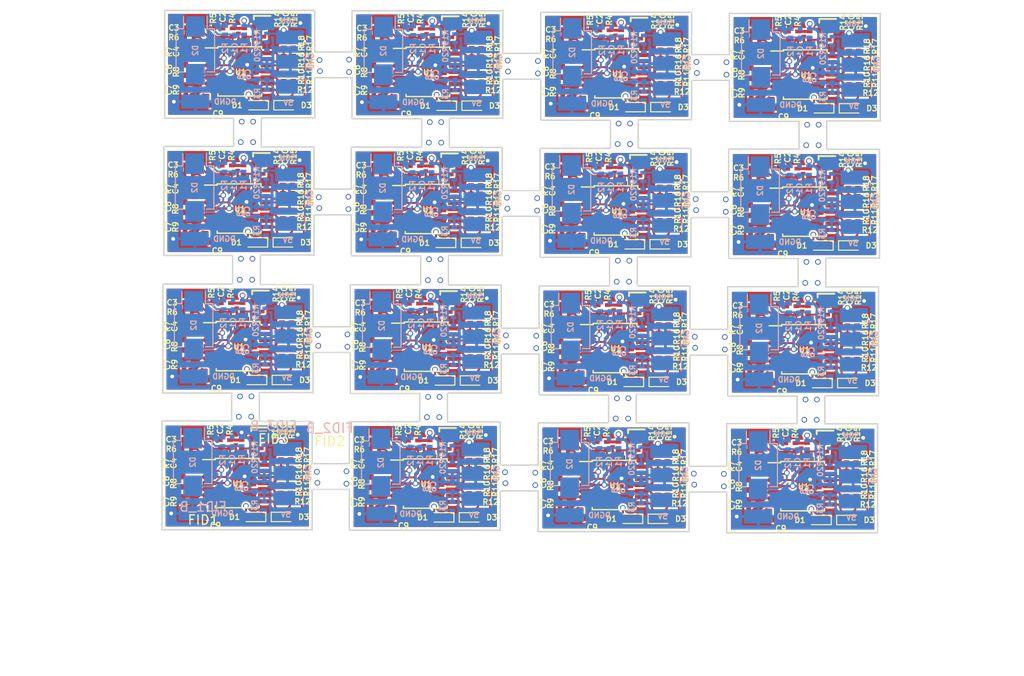
<source format=kicad_pcb>
(kicad_pcb (version 4) (host pcbnew 4.0.7-e2-6376~58~ubuntu16.04.1)
  (layers (0 F.Cu mixed) (31 B.Cu mixed) (34 B.Paste user) (35 F.Paste user) (36 B.SilkS user) (37 F.SilkS user) (38 B.Mask user) (39 F.Mask user) (44 Edge.Cuts user))
  (net 0 "")
  (net 1 "Net-(C1-Pad1)")
  (net 2 GND)
  (net 3 "Net-(C2-Pad1)")
  (net 4 "Net-(C3-Pad2)")
  (net 5 "Net-(C4-Pad1)")
  (net 6 "Net-(C4-Pad2)")
  (net 7 +5V)
  (net 8 "Net-(C6-Pad1)")
  (net 9 "Net-(C7-Pad1)")
  (net 10 "Net-(C7-Pad2)")
  (net 11 "Net-(C9-Pad1)")
  (net 12 "Net-(C10-Pad1)")
  (net 13 "Net-(D1-Pad2)")
  (net 14 "Net-(D3-Pad2)")
  (net 15 "Net-(J4-Pad1)")
  (net 16 "Net-(R11-Pad1)")
  (net 17 "Net-(R12-Pad1)")
  (net 18 "Net-(R13-Pad1)")
  (net 19 "Net-(R16-Pad1)")
  (net 20 "Net-(R19-Pad1)")
  (module Fiducials:Fiducial_1mm_Dia_2.54mm_Outer_CopperBottom (layer F.Cu) (at 154.1506 131.4129)
    (fp_text reference FID3 (at 3.4 0.7) (layer F.SilkS))
    (fp_text value Fiducial_1mm_Dia_2.54mm_Outer_CopperBottom)
    (pad ~ smd circle (at 0 0) (size 1 1) (layers B.Cu B.Mask) (clearance 0.77))
  )
  (module Fiducials:Fiducial_1mm_Dia_2.54mm_Outer_CopperBottom (layer F.Cu) (at 160.1216 131.6609)
    (fp_text reference FID2 (at 3.4 0.7) (layer F.SilkS))
    (fp_text value Fiducial_1mm_Dia_2.54mm_Outer_CopperBottom)
    (pad ~ smd circle (at 0 0) (size 1 1) (layers B.Cu B.Mask) (clearance 0.77))
  )
  (module Fiducials:Fiducial_1mm_Dia_2.54mm_Outer_CopperBottom (layer B.Cu) (at 146.6596 140.0429)
    (fp_text reference FID1_B (at 3.4 -0.7) (layer B.SilkS) (effects (justify mirror)))
    (fp_text value Fiducial_1mm_Dia_2.54mm_Outer_CopperBottom)
    (pad ~ smd circle (at 0 0) (size 1 1) (layers F.Cu F.Mask) (clearance 0.77))
  )
  (module Resistors_SMD:R_0402_NoSilk (layer B.Cu) (at 156.5656 135.0184 90)
    (fp_text reference R20 (at 0.0555 -1.016 90) (layer B.SilkS) (effects (font (size 0.5842 0.5842) (thickness 0.127)) (justify mirror)))
    (fp_text value 1k)
    (pad 1 smd rect (at -0.45 0 90) (size 0.4 0.6) (layers B.Cu B.Paste B.Mask) (net 2 GND))
    (pad 2 smd rect (at 0.45 0 90) (size 0.4 0.6) (layers B.Cu B.Paste B.Mask) (net 20 "Net-(R19-Pad1)"))
  )
  (module Resistors_SMD:R_0402_NoSilk (layer B.Cu) (at 156.5656 133.2404 90)
    (fp_text reference R19 (at 0.0555 -1.016 90) (layer B.SilkS) (effects (font (size 0.5842 0.5842) (thickness 0.127)) (justify mirror)))
    (fp_text value 1k)
    (pad 1 smd rect (at -0.45 0 90) (size 0.4 0.6) (layers B.Cu B.Paste B.Mask) (net 20 "Net-(R19-Pad1)"))
    (pad 2 smd rect (at 0.45 0 90) (size 0.4 0.6) (layers B.Cu B.Paste B.Mask) (net 15 "Net-(J4-Pad1)"))
  )
  (module Resistors_SMD:R_0402_NoSilk (layer F.Cu) (at 158.3436 133.8119 270)
    (fp_text reference R18 (at 0.008 -1.905 270) (layer F.SilkS) (effects (font (size 0.5842 0.5842) (thickness 0.127))))
    (fp_text value 1k)
    (pad 1 smd rect (at -0.45 0 270) (size 0.4 0.6) (layers F.Cu F.Paste F.Mask) (net 15 "Net-(J4-Pad1)"))
    (pad 2 smd rect (at 0.45 0 270) (size 0.4 0.6) (layers F.Cu F.Paste F.Mask) (net 19 "Net-(R16-Pad1)"))
  )
  (module Resistors_SMD:R_0402_NoSilk (layer F.Cu) (at 159.3596 133.8119 270)
    (fp_text reference R17 (at 0.008 -1.778 270) (layer F.SilkS) (effects (font (size 0.5842 0.5842) (thickness 0.127))))
    (fp_text value 1k)
    (pad 1 smd rect (at -0.45 0 270) (size 0.4 0.6) (layers F.Cu F.Paste F.Mask) (net 14 "Net-(D3-Pad2)"))
    (pad 2 smd rect (at 0.45 0 270) (size 0.4 0.6) (layers F.Cu F.Paste F.Mask) (net 19 "Net-(R16-Pad1)"))
  )
  (module Resistors_SMD:R_0402_NoSilk (layer F.Cu) (at 158.3436 135.5899 270)
    (fp_text reference R16 (at 0.008 -1.905 270) (layer F.SilkS) (effects (font (size 0.5842 0.5842) (thickness 0.127))))
    (fp_text value 100k)
    (pad 1 smd rect (at -0.45 0 270) (size 0.4 0.6) (layers F.Cu F.Paste F.Mask) (net 19 "Net-(R16-Pad1)"))
    (pad 2 smd rect (at 0.45 0 270) (size 0.4 0.6) (layers F.Cu F.Paste F.Mask) (net 18 "Net-(R13-Pad1)"))
  )
  (module Resistors_SMD:R_0402_NoSilk (layer F.Cu) (at 156.1846 132.6689 90)
    (fp_text reference R15 (at 1.389 3.302 90) (layer F.SilkS) (effects (font (size 0.5842 0.5842) (thickness 0.127))))
    (fp_text value 100k)
    (pad 1 smd rect (at -0.45 0 90) (size 0.4 0.6) (layers F.Cu F.Paste F.Mask) (net 12 "Net-(C10-Pad1)"))
    (pad 2 smd rect (at 0.45 0 90) (size 0.4 0.6) (layers F.Cu F.Paste F.Mask) (net 2 GND))
  )
  (module Resistors_SMD:R_0402_NoSilk (layer F.Cu) (at 154.1526 132.6689 270)
    (fp_text reference R14 (at -1.389 -3.556 270) (layer F.SilkS) (effects (font (size 0.5842 0.5842) (thickness 0.127))))
    (fp_text value 100k)
    (pad 1 smd rect (at -0.45 0 270) (size 0.4 0.6) (layers F.Cu F.Paste F.Mask) (net 7 +5V))
    (pad 2 smd rect (at 0.45 0 270) (size 0.4 0.6) (layers F.Cu F.Paste F.Mask) (net 12 "Net-(C10-Pad1)"))
  )
  (module Resistors_SMD:R_0402_NoSilk (layer F.Cu) (at 159.3596 135.5899 270)
    (fp_text reference R13 (at 0.008 -1.778 270) (layer F.SilkS) (effects (font (size 0.5842 0.5842) (thickness 0.127))))
    (fp_text value 4.7k)
    (pad 1 smd rect (at -0.45 0 270) (size 0.4 0.6) (layers F.Cu F.Paste F.Mask) (net 18 "Net-(R13-Pad1)"))
    (pad 2 smd rect (at 0.45 0 270) (size 0.4 0.6) (layers F.Cu F.Paste F.Mask) (net 17 "Net-(R12-Pad1)"))
  )
  (module Resistors_SMD:R_0402_NoSilk (layer F.Cu) (at 158.8516 138.7649 180)
    (fp_text reference R12 (at -1.778 -0.008 180) (layer F.SilkS) (effects (font (size 0.5842 0.5842) (thickness 0.127))))
    (fp_text value 22k)
    (pad 1 smd rect (at -0.45 0 180) (size 0.4 0.6) (layers F.Cu F.Paste F.Mask) (net 17 "Net-(R12-Pad1)"))
    (pad 2 smd rect (at 0.45 0 180) (size 0.4 0.6) (layers F.Cu F.Paste F.Mask) (net 16 "Net-(R11-Pad1)"))
  )
  (module Resistors_SMD:R_0402_NoSilk (layer F.Cu) (at 159.3596 137.3679 90)
    (fp_text reference R11 (at -0.008 1.778 90) (layer F.SilkS) (effects (font (size 0.5842 0.5842) (thickness 0.127))))
    (fp_text value 10k)
    (pad 1 smd rect (at -0.45 0 90) (size 0.4 0.6) (layers F.Cu F.Paste F.Mask) (net 16 "Net-(R11-Pad1)"))
    (pad 2 smd rect (at 0.45 0 90) (size 0.4 0.6) (layers F.Cu F.Paste F.Mask) (net 2 GND))
  )
  (module Resistors_SMD:R_0402_NoSilk (layer F.Cu) (at 158.3436 137.3679 90)
    (fp_text reference R10 (at -0.008 1.905 90) (layer F.SilkS) (effects (font (size 0.5842 0.5842) (thickness 0.127))))
    (fp_text value 10k)
    (pad 1 smd rect (at -0.45 0 90) (size 0.4 0.6) (layers F.Cu F.Paste F.Mask) (net 11 "Net-(C9-Pad1)"))
    (pad 2 smd rect (at 0.45 0 90) (size 0.4 0.6) (layers F.Cu F.Paste F.Mask) (net 2 GND))
  )
  (module Resistors_SMD:R_0402_NoSilk (layer F.Cu) (at 148.9456 138.7649 90)
    (fp_text reference R9 (at -0.008 -2.032 90) (layer F.SilkS) (effects (font (size 0.5842 0.5842) (thickness 0.127))))
    (fp_text value 100k)
    (pad 1 smd rect (at -0.45 0 90) (size 0.4 0.6) (layers F.Cu F.Paste F.Mask) (net 9 "Net-(C7-Pad1)"))
    (pad 2 smd rect (at 0.45 0 90) (size 0.4 0.6) (layers F.Cu F.Paste F.Mask) (net 10 "Net-(C7-Pad2)"))
  )
  (module Resistors_SMD:R_0402_NoSilk (layer F.Cu) (at 148.9456 136.9869 90)
    (fp_text reference R8 (at 0.119 -2.032 90) (layer F.SilkS) (effects (font (size 0.5842 0.5842) (thickness 0.127))))
    (fp_text value 4.7k)
    (pad 1 smd rect (at -0.45 0 90) (size 0.4 0.6) (layers F.Cu F.Paste F.Mask) (net 10 "Net-(C7-Pad2)"))
    (pad 2 smd rect (at 0.45 0 90) (size 0.4 0.6) (layers F.Cu F.Paste F.Mask) (net 8 "Net-(C6-Pad1)"))
  )
  (module Resistors_SMD:R_0402_NoSilk (layer F.Cu) (at 147.9296 134.7009 270)
    (fp_text reference R7 (at 0.008 1.778 270) (layer F.SilkS) (effects (font (size 0.5842 0.5842) (thickness 0.127))))
    (fp_text value 100k)
    (pad 1 smd rect (at -0.45 0 270) (size 0.4 0.6) (layers F.Cu F.Paste F.Mask) (net 5 "Net-(C4-Pad1)"))
    (pad 2 smd rect (at 0.45 0 270) (size 0.4 0.6) (layers F.Cu F.Paste F.Mask) (net 6 "Net-(C4-Pad2)"))
  )
  (module Resistors_SMD:R_0402_NoSilk (layer F.Cu) (at 148.3106 133.1769 180)
    (fp_text reference R6 (at 1.651 -0.008 180) (layer F.SilkS) (effects (font (size 0.5842 0.5842) (thickness 0.127))))
    (fp_text value 1k)
    (pad 1 smd rect (at -0.45 0 180) (size 0.4 0.6) (layers F.Cu F.Paste F.Mask) (net 6 "Net-(C4-Pad2)"))
    (pad 2 smd rect (at 0.45 0 180) (size 0.4 0.6) (layers F.Cu F.Paste F.Mask) (net 4 "Net-(C3-Pad2)"))
  )
  (module Resistors_SMD:R_0402_NoSilk (layer F.Cu) (at 150.876 132.6769 90)
    (fp_text reference R5 (at 1.524 -0.0254 90) (layer F.SilkS) (effects (font (size 0.5842 0.5842) (thickness 0.127))))
    (fp_text value 100k)
    (pad 1 smd rect (at -0.45 0 90) (size 0.4 0.6) (layers F.Cu F.Paste F.Mask) (net 3 "Net-(C2-Pad1)"))
    (pad 2 smd rect (at 0.45 0 90) (size 0.4 0.6) (layers F.Cu F.Paste F.Mask) (net 2 GND))
  )
  (module Resistors_SMD:R_0402_NoSilk (layer F.Cu) (at 152.908 132.6769 270)
    (fp_text reference R4 (at -1.524 0.0254 270) (layer F.SilkS) (effects (font (size 0.5842 0.5842) (thickness 0.127))))
    (fp_text value 100k)
    (pad 1 smd rect (at -0.45 0 270) (size 0.4 0.6) (layers F.Cu F.Paste F.Mask) (net 7 +5V))
    (pad 2 smd rect (at 0.45 0 270) (size 0.4 0.6) (layers F.Cu F.Paste F.Mask) (net 3 "Net-(C2-Pad1)"))
  )
  (module Resistors_SMD:R_0402_NoSilk (layer B.Cu) (at 156.5656 139.2094 270)
    (fp_text reference R3 (at -0.0555 1.016 270) (layer B.SilkS) (effects (font (size 0.5842 0.5842) (thickness 0.127)) (justify mirror)))
    (fp_text value 1k)
    (pad 1 smd rect (at -0.45 0 270) (size 0.4 0.6) (layers B.Cu B.Paste B.Mask) (net 7 +5V))
    (pad 2 smd rect (at 0.45 0 270) (size 0.4 0.6) (layers B.Cu B.Paste B.Mask) (net 13 "Net-(D1-Pad2)"))
  )
  (module Resistors_SMD:R_0402_NoSilk (layer B.Cu) (at 152.1206 132.4229 90)
    (fp_text reference R2 (at -1.905 0 90) (layer B.SilkS) (effects (font (size 0.5842 0.5842) (thickness 0.127)) (justify mirror)))
    (fp_text value 22k)
    (pad 1 smd rect (at -0.45 0 90) (size 0.4 0.6) (layers B.Cu B.Paste B.Mask) (net 1 "Net-(C1-Pad1)"))
    (pad 2 smd rect (at 0.45 0 90) (size 0.4 0.6) (layers B.Cu B.Paste B.Mask) (net 2 GND))
  )
  (module Resistors_SMD:R_0402_NoSilk (layer B.Cu) (at 154.1526 132.4229 270)
    (fp_text reference R1 (at 1.905 0 270) (layer B.SilkS) (effects (font (size 0.5842 0.5842) (thickness 0.127)) (justify mirror)))
    (fp_text value 10k)
    (pad 1 smd rect (at -0.45 0 270) (size 0.4 0.6) (layers B.Cu B.Paste B.Mask) (net 7 +5V))
    (pad 2 smd rect (at 0.45 0 270) (size 0.4 0.6) (layers B.Cu B.Paste B.Mask) (net 1 "Net-(C1-Pad1)"))
  )
  (module Capacitors_SMD:C_0402_NoSilk (layer F.Cu) (at 155.1686 132.6689 90)
    (fp_text reference C10 (at 1.389 3.429 90) (layer F.SilkS) (effects (font (size 0.5842 0.5842) (thickness 0.127))))
    (fp_text value 100n)
    (pad 1 smd rect (at -0.55 0 90) (size 0.6 0.5) (layers F.Cu F.Paste F.Mask) (net 12 "Net-(C10-Pad1)"))
    (pad 2 smd rect (at 0.55 0 90) (size 0.6 0.5) (layers F.Cu F.Paste F.Mask) (net 2 GND))
  )
  (module Capacitors_SMD:C_0402_NoSilk (layer F.Cu) (at 151.2951 140.4159 180)
    (fp_text reference C9 (at -0.0635 -0.897 180) (layer F.SilkS) (effects (font (size 0.5842 0.5842) (thickness 0.127))))
    (fp_text value 1u)
    (pad 1 smd rect (at -0.55 0 180) (size 0.6 0.5) (layers F.Cu F.Paste F.Mask) (net 11 "Net-(C9-Pad1)"))
    (pad 2 smd rect (at 0.55 0 180) (size 0.6 0.5) (layers F.Cu F.Paste F.Mask) (net 9 "Net-(C7-Pad1)"))
  )
  (module Capacitors_SMD:C_0402_NoSilk (layer B.Cu) (at 155.5496 137.1774 270)
    (fp_text reference C8 (at -0.0555 1.778 270) (layer B.SilkS) (effects (font (size 0.5842 0.5842) (thickness 0.127)) (justify mirror)))
    (fp_text value 1u)
    (pad 1 smd rect (at -0.55 0 270) (size 0.6 0.5) (layers B.Cu B.Paste B.Mask) (net 2 GND))
    (pad 2 smd rect (at 0.55 0 270) (size 0.6 0.5) (layers B.Cu B.Paste B.Mask) (net 7 +5V))
  )
  (module Capacitors_SMD:C_0402_NoSilk (layer F.Cu) (at 147.9296 138.8284 90)
    (fp_text reference C7 (at 0.0555 -1.778 90) (layer F.SilkS) (effects (font (size 0.5842 0.5842) (thickness 0.127))))
    (fp_text value 10p)
    (pad 1 smd rect (at -0.55 0 90) (size 0.6 0.5) (layers F.Cu F.Paste F.Mask) (net 9 "Net-(C7-Pad1)"))
    (pad 2 smd rect (at 0.55 0 90) (size 0.6 0.5) (layers F.Cu F.Paste F.Mask) (net 10 "Net-(C7-Pad2)"))
  )
  (module Capacitors_SMD:C_0402_NoSilk (layer F.Cu) (at 147.9296 136.6694 90)
    (fp_text reference C6 (at 0.0555 -1.778 90) (layer F.SilkS) (effects (font (size 0.5842 0.5842) (thickness 0.127))))
    (fp_text value 1u)
    (pad 1 smd rect (at -0.55 0 90) (size 0.6 0.5) (layers F.Cu F.Paste F.Mask) (net 8 "Net-(C6-Pad1)"))
    (pad 2 smd rect (at 0.55 0 90) (size 0.6 0.5) (layers F.Cu F.Paste F.Mask) (net 5 "Net-(C4-Pad1)"))
  )
  (module Capacitors_SMD:C_0402_NoSilk (layer B.Cu) (at 156.5656 137.1774 270)
    (fp_text reference C5 (at -0.0555 2.032 270) (layer B.SilkS) (effects (font (size 0.5842 0.5842) (thickness 0.127)) (justify mirror)))
    (fp_text value 100n)
    (pad 1 smd rect (at -0.55 0 270) (size 0.6 0.5) (layers B.Cu B.Paste B.Mask) (net 2 GND))
    (pad 2 smd rect (at 0.55 0 270) (size 0.6 0.5) (layers B.Cu B.Paste B.Mask) (net 7 +5V))
  )
  (module Capacitors_SMD:C_0402_NoSilk (layer F.Cu) (at 148.9456 134.9549 270)
    (fp_text reference C4 (at -0.246 2.032 270) (layer F.SilkS) (effects (font (size 0.5842 0.5842) (thickness 0.127))))
    (fp_text value 10p)
    (pad 1 smd rect (at -0.55 0 270) (size 0.6 0.5) (layers F.Cu F.Paste F.Mask) (net 5 "Net-(C4-Pad1)"))
    (pad 2 smd rect (at 0.55 0 270) (size 0.6 0.5) (layers F.Cu F.Paste F.Mask) (net 6 "Net-(C4-Pad2)"))
  )
  (module Capacitors_SMD:C_0402_NoSilk (layer F.Cu) (at 148.4376 132.1609 180)
    (fp_text reference C3 (at 1.778 -0.008 180) (layer F.SilkS) (effects (font (size 0.5842 0.5842) (thickness 0.127))))
    (fp_text value 100n)
    (pad 1 smd rect (at -0.55 0 180) (size 0.6 0.5) (layers F.Cu F.Paste F.Mask) (net 3 "Net-(C2-Pad1)"))
    (pad 2 smd rect (at 0.55 0 180) (size 0.6 0.5) (layers F.Cu F.Paste F.Mask) (net 4 "Net-(C3-Pad2)"))
  )
  (module Capacitors_SMD:C_0402_NoSilk (layer F.Cu) (at 151.8896 132.6979 90)
    (fp_text reference C2 (at 1.672 -0.023 90) (layer F.SilkS) (effects (font (size 0.5842 0.5842) (thickness 0.127))))
    (fp_text value 100n)
    (pad 1 smd rect (at -0.55 0 90) (size 0.6 0.5) (layers F.Cu F.Paste F.Mask) (net 3 "Net-(C2-Pad1)"))
    (pad 2 smd rect (at 0.55 0 90) (size 0.6 0.5) (layers F.Cu F.Paste F.Mask) (net 2 GND))
  )
  (module Capacitors_SMD:C_0402_NoSilk (layer B.Cu) (at 153.1366 132.4229 90)
    (fp_text reference C1 (at -1.905 0 90) (layer B.SilkS) (effects (font (size 0.5842 0.5842) (thickness 0.127)) (justify mirror)))
    (fp_text value 100n)
    (pad 1 smd rect (at -0.55 0 90) (size 0.6 0.5) (layers B.Cu B.Paste B.Mask) (net 1 "Net-(C1-Pad1)"))
    (pad 2 smd rect (at 0.55 0 90) (size 0.6 0.5) (layers B.Cu B.Paste B.Mask) (net 2 GND))
  )
  (module Housings_SSOP:TSSOP-14_4.4x5mm_Pitch0.65mm (layer F.Cu) (at 153.6756 136.8129)
    (fp_text reference U1 (at 0.096 0.055) (layer F.SilkS) (effects (font (size 0.5842 0.5842) (thickness 0.127))))
    (fp_text value TLV4316)
    (pad 1 smd rect (at -2.95 -1.95) (size 1.45 0.45) (layers F.Cu F.Paste F.Mask) (net 5 "Net-(C4-Pad1)"))
    (pad 2 smd rect (at -2.95 -1.3) (size 1.45 0.45) (layers F.Cu F.Paste F.Mask) (net 6 "Net-(C4-Pad2)"))
    (pad 3 smd rect (at -2.95 -0.65) (size 1.45 0.45) (layers F.Cu F.Paste F.Mask) (net 3 "Net-(C2-Pad1)"))
    (pad 4 smd rect (at -2.95 0) (size 1.45 0.45) (layers F.Cu F.Paste F.Mask) (net 7 +5V))
    (pad 5 smd rect (at -2.95 0.65) (size 1.45 0.45) (layers F.Cu F.Paste F.Mask) (net 3 "Net-(C2-Pad1)"))
    (pad 6 smd rect (at -2.95 1.3) (size 1.45 0.45) (layers F.Cu F.Paste F.Mask) (net 10 "Net-(C7-Pad2)"))
    (pad 7 smd rect (at -2.95 1.95) (size 1.45 0.45) (layers F.Cu F.Paste F.Mask) (net 9 "Net-(C7-Pad1)"))
    (pad 8 smd rect (at 2.95 1.95) (size 1.45 0.45) (layers F.Cu F.Paste F.Mask) (net 17 "Net-(R12-Pad1)"))
    (pad 9 smd rect (at 2.95 1.3) (size 1.45 0.45) (layers F.Cu F.Paste F.Mask) (net 16 "Net-(R11-Pad1)"))
    (pad 10 smd rect (at 2.95 0.65) (size 1.45 0.45) (layers F.Cu F.Paste F.Mask) (net 11 "Net-(C9-Pad1)"))
    (pad 11 smd rect (at 2.95 0) (size 1.45 0.45) (layers F.Cu F.Paste F.Mask) (net 2 GND))
    (pad 12 smd rect (at 2.95 -0.65) (size 1.45 0.45) (layers F.Cu F.Paste F.Mask) (net 18 "Net-(R13-Pad1)"))
    (pad 13 smd rect (at 2.95 -1.3) (size 1.45 0.45) (layers F.Cu F.Paste F.Mask) (net 12 "Net-(C10-Pad1)"))
    (pad 14 smd rect (at 2.95 -1.95) (size 1.45 0.45) (layers F.Cu F.Paste F.Mask) (net 19 "Net-(R16-Pad1)"))
  )
  (module custom_lib:SolderWirePad_single_SMD_1.5x3mm (layer B.Cu) (at 159.0241 133.1819 90)
    (fp_text reference SGN (at 1.775 -0.1725 180) (layer B.SilkS) (effects (font (size 0.5842 0.5842) (thickness 0.127)) (justify mirror)))
    (fp_text value Sgn)
    (pad 1 smd rect (at 0 0 90) (size 1.5 3) (layers B.Cu B.Mask) (net 15 "Net-(J4-Pad1)"))
  )
  (module custom_lib:SolderWirePad_single_SMD_1.5x3mm (layer B.Cu) (at 148.9456 140.0349 270)
    (fp_text reference DGND (at 0.008 -3.175 360) (layer B.SilkS) (effects (font (size 0.5842 0.5842) (thickness 0.127)) (justify mirror)))
    (fp_text value D_GND)
    (pad 1 smd rect (at 0 0 270) (size 1.5 3) (layers B.Cu B.Mask) (net 2 GND))
  )
  (module custom_lib:SolderWirePad_single_SMD_1.5x3mm (layer B.Cu) (at 159.0421 135.7804 90)
    (fp_text reference GND (at 0.0555 2.2225 270) (layer B.SilkS) (effects (font (size 0.5842 0.5842) (thickness 0.127)) (justify mirror)))
    (fp_text value GND)
    (pad 1 smd rect (at 0 0 90) (size 1.5 3) (layers B.Cu B.Mask) (net 2 GND))
  )
  (module custom_lib:SolderWirePad_single_SMD_1.5x3mm (layer B.Cu) (at 159.0241 138.4319 90)
    (fp_text reference 5V (at -1.738 -0.1725 180) (layer B.SilkS) (effects (font (size 0.5842 0.5842) (thickness 0.127)) (justify mirror)))
    (fp_text value 5V)
    (pad 1 smd rect (at 0 0 90) (size 1.5 3) (layers B.Cu B.Mask) (net 7 +5V))
  )
  (module LEDs:LED_0603 (layer F.Cu) (at 158.5976 140.4159)
    (fp_text reference D3 (at 2.159 0.008) (layer F.SilkS) (effects (font (size 0.5842 0.5842) (thickness 0.127))))
    (fp_text value Sgn_LED)
    (pad 2 smd rect (at 0.8 0 180) (size 0.8 0.8) (layers F.Cu F.Paste F.Mask) (net 14 "Net-(D3-Pad2)"))
    (pad 1 smd rect (at -0.8 0 180) (size 0.8 0.8) (layers F.Cu F.Paste F.Mask) (net 2 GND))
  )
  (module Opto-Devices:PhotoDiode_SMD-DIL2_4.5x4 (layer B.Cu) (at 148.9456 134.5739 270)
    (fp_text reference D2 (at 0.008 0 270) (layer B.SilkS) (effects (font (size 0.5842 0.5842) (thickness 0.127)) (justify mirror)))
    (fp_text value BPW34)
    (pad 2 smd rect (at 2.54 0 90) (size 2.2 2) (layers B.Cu B.Paste B.Mask) (net 6 "Net-(C4-Pad2)"))
    (pad 1 smd rect (at -2.54 0 90) (size 2.2 2) (layers B.Cu B.Paste B.Mask) (net 1 "Net-(C1-Pad1)"))
  )
  (module LEDs:LED_0603 (layer F.Cu) (at 155.4226 140.4159 180)
    (fp_text reference D1 (at 2.032 -0.008 180) (layer F.SilkS) (effects (font (size 0.5842 0.5842) (thickness 0.127))))
    (fp_text value Pwr_LED)
    (pad 2 smd rect (at 0.8 0) (size 0.8 0.8) (layers F.Cu F.Paste F.Mask) (net 13 "Net-(D1-Pad2)"))
    (pad 1 smd rect (at -0.8 0) (size 0.8 0.8) (layers F.Cu F.Paste F.Mask) (net 2 GND))
  )
  (module LEDs:LED_0603 (layer F.Cu) (at 175.4378 140.4667 180)
    (fp_text reference D1 (at 2.032 -0.008 180) (layer F.SilkS) (effects (font (size 0.5842 0.5842) (thickness 0.127))))
    (fp_text value Pwr_LED)
    (pad 2 smd rect (at 0.8 0) (size 0.8 0.8) (layers F.Cu F.Paste F.Mask) (net 13 "Net-(D1-Pad2)"))
    (pad 1 smd rect (at -0.8 0) (size 0.8 0.8) (layers F.Cu F.Paste F.Mask) (net 2 GND))
  )
  (module Opto-Devices:PhotoDiode_SMD-DIL2_4.5x4 (layer B.Cu) (at 168.9608 134.6247 270)
    (fp_text reference D2 (at 0.008 0 270) (layer B.SilkS) (effects (font (size 0.5842 0.5842) (thickness 0.127)) (justify mirror)))
    (fp_text value BPW34)
    (pad 2 smd rect (at 2.54 0 90) (size 2.2 2) (layers B.Cu B.Paste B.Mask) (net 6 "Net-(C4-Pad2)"))
    (pad 1 smd rect (at -2.54 0 90) (size 2.2 2) (layers B.Cu B.Paste B.Mask) (net 1 "Net-(C1-Pad1)"))
  )
  (module LEDs:LED_0603 (layer F.Cu) (at 178.6128 140.4667)
    (fp_text reference D3 (at 2.159 0.008) (layer F.SilkS) (effects (font (size 0.5842 0.5842) (thickness 0.127))))
    (fp_text value Sgn_LED)
    (pad 2 smd rect (at 0.8 0 180) (size 0.8 0.8) (layers F.Cu F.Paste F.Mask) (net 14 "Net-(D3-Pad2)"))
    (pad 1 smd rect (at -0.8 0 180) (size 0.8 0.8) (layers F.Cu F.Paste F.Mask) (net 2 GND))
  )
  (module custom_lib:SolderWirePad_single_SMD_1.5x3mm (layer B.Cu) (at 179.0393 138.4827 90)
    (fp_text reference 5V (at -1.738 -0.1725 180) (layer B.SilkS) (effects (font (size 0.5842 0.5842) (thickness 0.127)) (justify mirror)))
    (fp_text value 5V)
    (pad 1 smd rect (at 0 0 90) (size 1.5 3) (layers B.Cu B.Mask) (net 7 +5V))
  )
  (module custom_lib:SolderWirePad_single_SMD_1.5x3mm (layer B.Cu) (at 179.0573 135.8312 90)
    (fp_text reference GND (at 0.0555 2.2225 270) (layer B.SilkS) (effects (font (size 0.5842 0.5842) (thickness 0.127)) (justify mirror)))
    (fp_text value GND)
    (pad 1 smd rect (at 0 0 90) (size 1.5 3) (layers B.Cu B.Mask) (net 2 GND))
  )
  (module custom_lib:SolderWirePad_single_SMD_1.5x3mm (layer B.Cu) (at 168.9608 140.0857 270)
    (fp_text reference DGND (at 0.008 -3.175 360) (layer B.SilkS) (effects (font (size 0.5842 0.5842) (thickness 0.127)) (justify mirror)))
    (fp_text value D_GND)
    (pad 1 smd rect (at 0 0 270) (size 1.5 3) (layers B.Cu B.Mask) (net 2 GND))
  )
  (module custom_lib:SolderWirePad_single_SMD_1.5x3mm (layer B.Cu) (at 179.0393 133.2327 90)
    (fp_text reference SGN (at 1.775 -0.1725 180) (layer B.SilkS) (effects (font (size 0.5842 0.5842) (thickness 0.127)) (justify mirror)))
    (fp_text value Sgn)
    (pad 1 smd rect (at 0 0 90) (size 1.5 3) (layers B.Cu B.Mask) (net 15 "Net-(J4-Pad1)"))
  )
  (module Housings_SSOP:TSSOP-14_4.4x5mm_Pitch0.65mm (layer F.Cu) (at 173.6908 136.8637)
    (fp_text reference U1 (at 0.096 0.055) (layer F.SilkS) (effects (font (size 0.5842 0.5842) (thickness 0.127))))
    (fp_text value TLV4316)
    (pad 1 smd rect (at -2.95 -1.95) (size 1.45 0.45) (layers F.Cu F.Paste F.Mask) (net 5 "Net-(C4-Pad1)"))
    (pad 2 smd rect (at -2.95 -1.3) (size 1.45 0.45) (layers F.Cu F.Paste F.Mask) (net 6 "Net-(C4-Pad2)"))
    (pad 3 smd rect (at -2.95 -0.65) (size 1.45 0.45) (layers F.Cu F.Paste F.Mask) (net 3 "Net-(C2-Pad1)"))
    (pad 4 smd rect (at -2.95 0) (size 1.45 0.45) (layers F.Cu F.Paste F.Mask) (net 7 +5V))
    (pad 5 smd rect (at -2.95 0.65) (size 1.45 0.45) (layers F.Cu F.Paste F.Mask) (net 3 "Net-(C2-Pad1)"))
    (pad 6 smd rect (at -2.95 1.3) (size 1.45 0.45) (layers F.Cu F.Paste F.Mask) (net 10 "Net-(C7-Pad2)"))
    (pad 7 smd rect (at -2.95 1.95) (size 1.45 0.45) (layers F.Cu F.Paste F.Mask) (net 9 "Net-(C7-Pad1)"))
    (pad 8 smd rect (at 2.95 1.95) (size 1.45 0.45) (layers F.Cu F.Paste F.Mask) (net 17 "Net-(R12-Pad1)"))
    (pad 9 smd rect (at 2.95 1.3) (size 1.45 0.45) (layers F.Cu F.Paste F.Mask) (net 16 "Net-(R11-Pad1)"))
    (pad 10 smd rect (at 2.95 0.65) (size 1.45 0.45) (layers F.Cu F.Paste F.Mask) (net 11 "Net-(C9-Pad1)"))
    (pad 11 smd rect (at 2.95 0) (size 1.45 0.45) (layers F.Cu F.Paste F.Mask) (net 2 GND))
    (pad 12 smd rect (at 2.95 -0.65) (size 1.45 0.45) (layers F.Cu F.Paste F.Mask) (net 18 "Net-(R13-Pad1)"))
    (pad 13 smd rect (at 2.95 -1.3) (size 1.45 0.45) (layers F.Cu F.Paste F.Mask) (net 12 "Net-(C10-Pad1)"))
    (pad 14 smd rect (at 2.95 -1.95) (size 1.45 0.45) (layers F.Cu F.Paste F.Mask) (net 19 "Net-(R16-Pad1)"))
  )
  (module Capacitors_SMD:C_0402_NoSilk (layer B.Cu) (at 173.1518 132.4737 90)
    (fp_text reference C1 (at -1.905 0 90) (layer B.SilkS) (effects (font (size 0.5842 0.5842) (thickness 0.127)) (justify mirror)))
    (fp_text value 100n)
    (pad 1 smd rect (at -0.55 0 90) (size 0.6 0.5) (layers B.Cu B.Paste B.Mask) (net 1 "Net-(C1-Pad1)"))
    (pad 2 smd rect (at 0.55 0 90) (size 0.6 0.5) (layers B.Cu B.Paste B.Mask) (net 2 GND))
  )
  (module Capacitors_SMD:C_0402_NoSilk (layer F.Cu) (at 171.9048 132.7487 90)
    (fp_text reference C2 (at 1.672 -0.023 90) (layer F.SilkS) (effects (font (size 0.5842 0.5842) (thickness 0.127))))
    (fp_text value 100n)
    (pad 1 smd rect (at -0.55 0 90) (size 0.6 0.5) (layers F.Cu F.Paste F.Mask) (net 3 "Net-(C2-Pad1)"))
    (pad 2 smd rect (at 0.55 0 90) (size 0.6 0.5) (layers F.Cu F.Paste F.Mask) (net 2 GND))
  )
  (module Capacitors_SMD:C_0402_NoSilk (layer F.Cu) (at 168.4528 132.2117 180)
    (fp_text reference C3 (at 1.778 -0.008 180) (layer F.SilkS) (effects (font (size 0.5842 0.5842) (thickness 0.127))))
    (fp_text value 100n)
    (pad 1 smd rect (at -0.55 0 180) (size 0.6 0.5) (layers F.Cu F.Paste F.Mask) (net 3 "Net-(C2-Pad1)"))
    (pad 2 smd rect (at 0.55 0 180) (size 0.6 0.5) (layers F.Cu F.Paste F.Mask) (net 4 "Net-(C3-Pad2)"))
  )
  (module Capacitors_SMD:C_0402_NoSilk (layer F.Cu) (at 168.9608 135.0057 270)
    (fp_text reference C4 (at -0.246 2.032 270) (layer F.SilkS) (effects (font (size 0.5842 0.5842) (thickness 0.127))))
    (fp_text value 10p)
    (pad 1 smd rect (at -0.55 0 270) (size 0.6 0.5) (layers F.Cu F.Paste F.Mask) (net 5 "Net-(C4-Pad1)"))
    (pad 2 smd rect (at 0.55 0 270) (size 0.6 0.5) (layers F.Cu F.Paste F.Mask) (net 6 "Net-(C4-Pad2)"))
  )
  (module Capacitors_SMD:C_0402_NoSilk (layer B.Cu) (at 176.5808 137.2282 270)
    (fp_text reference C5 (at -0.0555 2.032 270) (layer B.SilkS) (effects (font (size 0.5842 0.5842) (thickness 0.127)) (justify mirror)))
    (fp_text value 100n)
    (pad 1 smd rect (at -0.55 0 270) (size 0.6 0.5) (layers B.Cu B.Paste B.Mask) (net 2 GND))
    (pad 2 smd rect (at 0.55 0 270) (size 0.6 0.5) (layers B.Cu B.Paste B.Mask) (net 7 +5V))
  )
  (module Capacitors_SMD:C_0402_NoSilk (layer F.Cu) (at 167.9448 136.7202 90)
    (fp_text reference C6 (at 0.0555 -1.778 90) (layer F.SilkS) (effects (font (size 0.5842 0.5842) (thickness 0.127))))
    (fp_text value 1u)
    (pad 1 smd rect (at -0.55 0 90) (size 0.6 0.5) (layers F.Cu F.Paste F.Mask) (net 8 "Net-(C6-Pad1)"))
    (pad 2 smd rect (at 0.55 0 90) (size 0.6 0.5) (layers F.Cu F.Paste F.Mask) (net 5 "Net-(C4-Pad1)"))
  )
  (module Capacitors_SMD:C_0402_NoSilk (layer F.Cu) (at 167.9448 138.8792 90)
    (fp_text reference C7 (at 0.0555 -1.778 90) (layer F.SilkS) (effects (font (size 0.5842 0.5842) (thickness 0.127))))
    (fp_text value 10p)
    (pad 1 smd rect (at -0.55 0 90) (size 0.6 0.5) (layers F.Cu F.Paste F.Mask) (net 9 "Net-(C7-Pad1)"))
    (pad 2 smd rect (at 0.55 0 90) (size 0.6 0.5) (layers F.Cu F.Paste F.Mask) (net 10 "Net-(C7-Pad2)"))
  )
  (module Capacitors_SMD:C_0402_NoSilk (layer B.Cu) (at 175.5648 137.2282 270)
    (fp_text reference C8 (at -0.0555 1.778 270) (layer B.SilkS) (effects (font (size 0.5842 0.5842) (thickness 0.127)) (justify mirror)))
    (fp_text value 1u)
    (pad 1 smd rect (at -0.55 0 270) (size 0.6 0.5) (layers B.Cu B.Paste B.Mask) (net 2 GND))
    (pad 2 smd rect (at 0.55 0 270) (size 0.6 0.5) (layers B.Cu B.Paste B.Mask) (net 7 +5V))
  )
  (module Capacitors_SMD:C_0402_NoSilk (layer F.Cu) (at 171.3103 140.4667 180)
    (fp_text reference C9 (at -0.0635 -0.897 180) (layer F.SilkS) (effects (font (size 0.5842 0.5842) (thickness 0.127))))
    (fp_text value 1u)
    (pad 1 smd rect (at -0.55 0 180) (size 0.6 0.5) (layers F.Cu F.Paste F.Mask) (net 11 "Net-(C9-Pad1)"))
    (pad 2 smd rect (at 0.55 0 180) (size 0.6 0.5) (layers F.Cu F.Paste F.Mask) (net 9 "Net-(C7-Pad1)"))
  )
  (module Capacitors_SMD:C_0402_NoSilk (layer F.Cu) (at 175.1838 132.7197 90)
    (fp_text reference C10 (at 1.389 3.429 90) (layer F.SilkS) (effects (font (size 0.5842 0.5842) (thickness 0.127))))
    (fp_text value 100n)
    (pad 1 smd rect (at -0.55 0 90) (size 0.6 0.5) (layers F.Cu F.Paste F.Mask) (net 12 "Net-(C10-Pad1)"))
    (pad 2 smd rect (at 0.55 0 90) (size 0.6 0.5) (layers F.Cu F.Paste F.Mask) (net 2 GND))
  )
  (module Resistors_SMD:R_0402_NoSilk (layer B.Cu) (at 174.1678 132.4737 270)
    (fp_text reference R1 (at 1.905 0 270) (layer B.SilkS) (effects (font (size 0.5842 0.5842) (thickness 0.127)) (justify mirror)))
    (fp_text value 10k)
    (pad 1 smd rect (at -0.45 0 270) (size 0.4 0.6) (layers B.Cu B.Paste B.Mask) (net 7 +5V))
    (pad 2 smd rect (at 0.45 0 270) (size 0.4 0.6) (layers B.Cu B.Paste B.Mask) (net 1 "Net-(C1-Pad1)"))
  )
  (module Resistors_SMD:R_0402_NoSilk (layer B.Cu) (at 172.1358 132.4737 90)
    (fp_text reference R2 (at -1.905 0 90) (layer B.SilkS) (effects (font (size 0.5842 0.5842) (thickness 0.127)) (justify mirror)))
    (fp_text value 22k)
    (pad 1 smd rect (at -0.45 0 90) (size 0.4 0.6) (layers B.Cu B.Paste B.Mask) (net 1 "Net-(C1-Pad1)"))
    (pad 2 smd rect (at 0.45 0 90) (size 0.4 0.6) (layers B.Cu B.Paste B.Mask) (net 2 GND))
  )
  (module Resistors_SMD:R_0402_NoSilk (layer B.Cu) (at 176.5808 139.2602 270)
    (fp_text reference R3 (at -0.0555 1.016 270) (layer B.SilkS) (effects (font (size 0.5842 0.5842) (thickness 0.127)) (justify mirror)))
    (fp_text value 1k)
    (pad 1 smd rect (at -0.45 0 270) (size 0.4 0.6) (layers B.Cu B.Paste B.Mask) (net 7 +5V))
    (pad 2 smd rect (at 0.45 0 270) (size 0.4 0.6) (layers B.Cu B.Paste B.Mask) (net 13 "Net-(D1-Pad2)"))
  )
  (module Resistors_SMD:R_0402_NoSilk (layer F.Cu) (at 172.9232 132.7277 270)
    (fp_text reference R4 (at -1.524 0.0254 270) (layer F.SilkS) (effects (font (size 0.5842 0.5842) (thickness 0.127))))
    (fp_text value 100k)
    (pad 1 smd rect (at -0.45 0 270) (size 0.4 0.6) (layers F.Cu F.Paste F.Mask) (net 7 +5V))
    (pad 2 smd rect (at 0.45 0 270) (size 0.4 0.6) (layers F.Cu F.Paste F.Mask) (net 3 "Net-(C2-Pad1)"))
  )
  (module Resistors_SMD:R_0402_NoSilk (layer F.Cu) (at 170.8912 132.7277 90)
    (fp_text reference R5 (at 1.524 -0.0254 90) (layer F.SilkS) (effects (font (size 0.5842 0.5842) (thickness 0.127))))
    (fp_text value 100k)
    (pad 1 smd rect (at -0.45 0 90) (size 0.4 0.6) (layers F.Cu F.Paste F.Mask) (net 3 "Net-(C2-Pad1)"))
    (pad 2 smd rect (at 0.45 0 90) (size 0.4 0.6) (layers F.Cu F.Paste F.Mask) (net 2 GND))
  )
  (module Resistors_SMD:R_0402_NoSilk (layer F.Cu) (at 168.3258 133.2277 180)
    (fp_text reference R6 (at 1.651 -0.008 180) (layer F.SilkS) (effects (font (size 0.5842 0.5842) (thickness 0.127))))
    (fp_text value 1k)
    (pad 1 smd rect (at -0.45 0 180) (size 0.4 0.6) (layers F.Cu F.Paste F.Mask) (net 6 "Net-(C4-Pad2)"))
    (pad 2 smd rect (at 0.45 0 180) (size 0.4 0.6) (layers F.Cu F.Paste F.Mask) (net 4 "Net-(C3-Pad2)"))
  )
  (module Resistors_SMD:R_0402_NoSilk (layer F.Cu) (at 167.9448 134.7517 270)
    (fp_text reference R7 (at 0.008 1.778 270) (layer F.SilkS) (effects (font (size 0.5842 0.5842) (thickness 0.127))))
    (fp_text value 100k)
    (pad 1 smd rect (at -0.45 0 270) (size 0.4 0.6) (layers F.Cu F.Paste F.Mask) (net 5 "Net-(C4-Pad1)"))
    (pad 2 smd rect (at 0.45 0 270) (size 0.4 0.6) (layers F.Cu F.Paste F.Mask) (net 6 "Net-(C4-Pad2)"))
  )
  (module Resistors_SMD:R_0402_NoSilk (layer F.Cu) (at 168.9608 137.0377 90)
    (fp_text reference R8 (at 0.119 -2.032 90) (layer F.SilkS) (effects (font (size 0.5842 0.5842) (thickness 0.127))))
    (fp_text value 4.7k)
    (pad 1 smd rect (at -0.45 0 90) (size 0.4 0.6) (layers F.Cu F.Paste F.Mask) (net 10 "Net-(C7-Pad2)"))
    (pad 2 smd rect (at 0.45 0 90) (size 0.4 0.6) (layers F.Cu F.Paste F.Mask) (net 8 "Net-(C6-Pad1)"))
  )
  (module Resistors_SMD:R_0402_NoSilk (layer F.Cu) (at 168.9608 138.8157 90)
    (fp_text reference R9 (at -0.008 -2.032 90) (layer F.SilkS) (effects (font (size 0.5842 0.5842) (thickness 0.127))))
    (fp_text value 100k)
    (pad 1 smd rect (at -0.45 0 90) (size 0.4 0.6) (layers F.Cu F.Paste F.Mask) (net 9 "Net-(C7-Pad1)"))
    (pad 2 smd rect (at 0.45 0 90) (size 0.4 0.6) (layers F.Cu F.Paste F.Mask) (net 10 "Net-(C7-Pad2)"))
  )
  (module Resistors_SMD:R_0402_NoSilk (layer F.Cu) (at 178.3588 137.4187 90)
    (fp_text reference R10 (at -0.008 1.905 90) (layer F.SilkS) (effects (font (size 0.5842 0.5842) (thickness 0.127))))
    (fp_text value 10k)
    (pad 1 smd rect (at -0.45 0 90) (size 0.4 0.6) (layers F.Cu F.Paste F.Mask) (net 11 "Net-(C9-Pad1)"))
    (pad 2 smd rect (at 0.45 0 90) (size 0.4 0.6) (layers F.Cu F.Paste F.Mask) (net 2 GND))
  )
  (module Resistors_SMD:R_0402_NoSilk (layer F.Cu) (at 179.3748 137.4187 90)
    (fp_text reference R11 (at -0.008 1.778 90) (layer F.SilkS) (effects (font (size 0.5842 0.5842) (thickness 0.127))))
    (fp_text value 10k)
    (pad 1 smd rect (at -0.45 0 90) (size 0.4 0.6) (layers F.Cu F.Paste F.Mask) (net 16 "Net-(R11-Pad1)"))
    (pad 2 smd rect (at 0.45 0 90) (size 0.4 0.6) (layers F.Cu F.Paste F.Mask) (net 2 GND))
  )
  (module Resistors_SMD:R_0402_NoSilk (layer F.Cu) (at 178.8668 138.8157 180)
    (fp_text reference R12 (at -1.778 -0.008 180) (layer F.SilkS) (effects (font (size 0.5842 0.5842) (thickness 0.127))))
    (fp_text value 22k)
    (pad 1 smd rect (at -0.45 0 180) (size 0.4 0.6) (layers F.Cu F.Paste F.Mask) (net 17 "Net-(R12-Pad1)"))
    (pad 2 smd rect (at 0.45 0 180) (size 0.4 0.6) (layers F.Cu F.Paste F.Mask) (net 16 "Net-(R11-Pad1)"))
  )
  (module Resistors_SMD:R_0402_NoSilk (layer F.Cu) (at 179.3748 135.6407 270)
    (fp_text reference R13 (at 0.008 -1.778 270) (layer F.SilkS) (effects (font (size 0.5842 0.5842) (thickness 0.127))))
    (fp_text value 4.7k)
    (pad 1 smd rect (at -0.45 0 270) (size 0.4 0.6) (layers F.Cu F.Paste F.Mask) (net 18 "Net-(R13-Pad1)"))
    (pad 2 smd rect (at 0.45 0 270) (size 0.4 0.6) (layers F.Cu F.Paste F.Mask) (net 17 "Net-(R12-Pad1)"))
  )
  (module Resistors_SMD:R_0402_NoSilk (layer F.Cu) (at 174.1678 132.7197 270)
    (fp_text reference R14 (at -1.389 -3.556 270) (layer F.SilkS) (effects (font (size 0.5842 0.5842) (thickness 0.127))))
    (fp_text value 100k)
    (pad 1 smd rect (at -0.45 0 270) (size 0.4 0.6) (layers F.Cu F.Paste F.Mask) (net 7 +5V))
    (pad 2 smd rect (at 0.45 0 270) (size 0.4 0.6) (layers F.Cu F.Paste F.Mask) (net 12 "Net-(C10-Pad1)"))
  )
  (module Resistors_SMD:R_0402_NoSilk (layer F.Cu) (at 176.1998 132.7197 90)
    (fp_text reference R15 (at 1.389 3.302 90) (layer F.SilkS) (effects (font (size 0.5842 0.5842) (thickness 0.127))))
    (fp_text value 100k)
    (pad 1 smd rect (at -0.45 0 90) (size 0.4 0.6) (layers F.Cu F.Paste F.Mask) (net 12 "Net-(C10-Pad1)"))
    (pad 2 smd rect (at 0.45 0 90) (size 0.4 0.6) (layers F.Cu F.Paste F.Mask) (net 2 GND))
  )
  (module Resistors_SMD:R_0402_NoSilk (layer F.Cu) (at 178.3588 135.6407 270)
    (fp_text reference R16 (at 0.008 -1.905 270) (layer F.SilkS) (effects (font (size 0.5842 0.5842) (thickness 0.127))))
    (fp_text value 100k)
    (pad 1 smd rect (at -0.45 0 270) (size 0.4 0.6) (layers F.Cu F.Paste F.Mask) (net 19 "Net-(R16-Pad1)"))
    (pad 2 smd rect (at 0.45 0 270) (size 0.4 0.6) (layers F.Cu F.Paste F.Mask) (net 18 "Net-(R13-Pad1)"))
  )
  (module Resistors_SMD:R_0402_NoSilk (layer F.Cu) (at 179.3748 133.8627 270)
    (fp_text reference R17 (at 0.008 -1.778 270) (layer F.SilkS) (effects (font (size 0.5842 0.5842) (thickness 0.127))))
    (fp_text value 1k)
    (pad 1 smd rect (at -0.45 0 270) (size 0.4 0.6) (layers F.Cu F.Paste F.Mask) (net 14 "Net-(D3-Pad2)"))
    (pad 2 smd rect (at 0.45 0 270) (size 0.4 0.6) (layers F.Cu F.Paste F.Mask) (net 19 "Net-(R16-Pad1)"))
  )
  (module Resistors_SMD:R_0402_NoSilk (layer F.Cu) (at 178.3588 133.8627 270)
    (fp_text reference R18 (at 0.008 -1.905 270) (layer F.SilkS) (effects (font (size 0.5842 0.5842) (thickness 0.127))))
    (fp_text value 1k)
    (pad 1 smd rect (at -0.45 0 270) (size 0.4 0.6) (layers F.Cu F.Paste F.Mask) (net 15 "Net-(J4-Pad1)"))
    (pad 2 smd rect (at 0.45 0 270) (size 0.4 0.6) (layers F.Cu F.Paste F.Mask) (net 19 "Net-(R16-Pad1)"))
  )
  (module Resistors_SMD:R_0402_NoSilk (layer B.Cu) (at 176.5808 133.2912 90)
    (fp_text reference R19 (at 0.0555 -1.016 90) (layer B.SilkS) (effects (font (size 0.5842 0.5842) (thickness 0.127)) (justify mirror)))
    (fp_text value 1k)
    (pad 1 smd rect (at -0.45 0 90) (size 0.4 0.6) (layers B.Cu B.Paste B.Mask) (net 20 "Net-(R19-Pad1)"))
    (pad 2 smd rect (at 0.45 0 90) (size 0.4 0.6) (layers B.Cu B.Paste B.Mask) (net 15 "Net-(J4-Pad1)"))
  )
  (module Resistors_SMD:R_0402_NoSilk (layer B.Cu) (at 176.5808 135.0692 90)
    (fp_text reference R20 (at 0.0555 -1.016 90) (layer B.SilkS) (effects (font (size 0.5842 0.5842) (thickness 0.127)) (justify mirror)))
    (fp_text value 1k)
    (pad 1 smd rect (at -0.45 0 90) (size 0.4 0.6) (layers B.Cu B.Paste B.Mask) (net 2 GND))
    (pad 2 smd rect (at 0.45 0 90) (size 0.4 0.6) (layers B.Cu B.Paste B.Mask) (net 20 "Net-(R19-Pad1)"))
  )
  (module Resistors_SMD:R_0402_NoSilk (layer B.Cu) (at 196.6722 135.2216 90)
    (fp_text reference R20 (at 0.0555 -1.016 90) (layer B.SilkS) (effects (font (size 0.5842 0.5842) (thickness 0.127)) (justify mirror)))
    (fp_text value 1k)
    (pad 1 smd rect (at -0.45 0 90) (size 0.4 0.6) (layers B.Cu B.Paste B.Mask) (net 2 GND))
    (pad 2 smd rect (at 0.45 0 90) (size 0.4 0.6) (layers B.Cu B.Paste B.Mask) (net 20 "Net-(R19-Pad1)"))
  )
  (module Resistors_SMD:R_0402_NoSilk (layer B.Cu) (at 196.6722 133.4436 90)
    (fp_text reference R19 (at 0.0555 -1.016 90) (layer B.SilkS) (effects (font (size 0.5842 0.5842) (thickness 0.127)) (justify mirror)))
    (fp_text value 1k)
    (pad 1 smd rect (at -0.45 0 90) (size 0.4 0.6) (layers B.Cu B.Paste B.Mask) (net 20 "Net-(R19-Pad1)"))
    (pad 2 smd rect (at 0.45 0 90) (size 0.4 0.6) (layers B.Cu B.Paste B.Mask) (net 15 "Net-(J4-Pad1)"))
  )
  (module Resistors_SMD:R_0402_NoSilk (layer F.Cu) (at 198.4502 134.0151 270)
    (fp_text reference R18 (at 0.008 -1.905 270) (layer F.SilkS) (effects (font (size 0.5842 0.5842) (thickness 0.127))))
    (fp_text value 1k)
    (pad 1 smd rect (at -0.45 0 270) (size 0.4 0.6) (layers F.Cu F.Paste F.Mask) (net 15 "Net-(J4-Pad1)"))
    (pad 2 smd rect (at 0.45 0 270) (size 0.4 0.6) (layers F.Cu F.Paste F.Mask) (net 19 "Net-(R16-Pad1)"))
  )
  (module Resistors_SMD:R_0402_NoSilk (layer F.Cu) (at 199.4662 134.0151 270)
    (fp_text reference R17 (at 0.008 -1.778 270) (layer F.SilkS) (effects (font (size 0.5842 0.5842) (thickness 0.127))))
    (fp_text value 1k)
    (pad 1 smd rect (at -0.45 0 270) (size 0.4 0.6) (layers F.Cu F.Paste F.Mask) (net 14 "Net-(D3-Pad2)"))
    (pad 2 smd rect (at 0.45 0 270) (size 0.4 0.6) (layers F.Cu F.Paste F.Mask) (net 19 "Net-(R16-Pad1)"))
  )
  (module Resistors_SMD:R_0402_NoSilk (layer F.Cu) (at 198.4502 135.7931 270)
    (fp_text reference R16 (at 0.008 -1.905 270) (layer F.SilkS) (effects (font (size 0.5842 0.5842) (thickness 0.127))))
    (fp_text value 100k)
    (pad 1 smd rect (at -0.45 0 270) (size 0.4 0.6) (layers F.Cu F.Paste F.Mask) (net 19 "Net-(R16-Pad1)"))
    (pad 2 smd rect (at 0.45 0 270) (size 0.4 0.6) (layers F.Cu F.Paste F.Mask) (net 18 "Net-(R13-Pad1)"))
  )
  (module Resistors_SMD:R_0402_NoSilk (layer F.Cu) (at 196.2912 132.8721 90)
    (fp_text reference R15 (at 1.389 3.302 90) (layer F.SilkS) (effects (font (size 0.5842 0.5842) (thickness 0.127))))
    (fp_text value 100k)
    (pad 1 smd rect (at -0.45 0 90) (size 0.4 0.6) (layers F.Cu F.Paste F.Mask) (net 12 "Net-(C10-Pad1)"))
    (pad 2 smd rect (at 0.45 0 90) (size 0.4 0.6) (layers F.Cu F.Paste F.Mask) (net 2 GND))
  )
  (module Resistors_SMD:R_0402_NoSilk (layer F.Cu) (at 194.2592 132.8721 270)
    (fp_text reference R14 (at -1.389 -3.556 270) (layer F.SilkS) (effects (font (size 0.5842 0.5842) (thickness 0.127))))
    (fp_text value 100k)
    (pad 1 smd rect (at -0.45 0 270) (size 0.4 0.6) (layers F.Cu F.Paste F.Mask) (net 7 +5V))
    (pad 2 smd rect (at 0.45 0 270) (size 0.4 0.6) (layers F.Cu F.Paste F.Mask) (net 12 "Net-(C10-Pad1)"))
  )
  (module Resistors_SMD:R_0402_NoSilk (layer F.Cu) (at 199.4662 135.7931 270)
    (fp_text reference R13 (at 0.008 -1.778 270) (layer F.SilkS) (effects (font (size 0.5842 0.5842) (thickness 0.127))))
    (fp_text value 4.7k)
    (pad 1 smd rect (at -0.45 0 270) (size 0.4 0.6) (layers F.Cu F.Paste F.Mask) (net 18 "Net-(R13-Pad1)"))
    (pad 2 smd rect (at 0.45 0 270) (size 0.4 0.6) (layers F.Cu F.Paste F.Mask) (net 17 "Net-(R12-Pad1)"))
  )
  (module Resistors_SMD:R_0402_NoSilk (layer F.Cu) (at 198.9582 138.9681 180)
    (fp_text reference R12 (at -1.778 -0.008 180) (layer F.SilkS) (effects (font (size 0.5842 0.5842) (thickness 0.127))))
    (fp_text value 22k)
    (pad 1 smd rect (at -0.45 0 180) (size 0.4 0.6) (layers F.Cu F.Paste F.Mask) (net 17 "Net-(R12-Pad1)"))
    (pad 2 smd rect (at 0.45 0 180) (size 0.4 0.6) (layers F.Cu F.Paste F.Mask) (net 16 "Net-(R11-Pad1)"))
  )
  (module Resistors_SMD:R_0402_NoSilk (layer F.Cu) (at 199.4662 137.5711 90)
    (fp_text reference R11 (at -0.008 1.778 90) (layer F.SilkS) (effects (font (size 0.5842 0.5842) (thickness 0.127))))
    (fp_text value 10k)
    (pad 1 smd rect (at -0.45 0 90) (size 0.4 0.6) (layers F.Cu F.Paste F.Mask) (net 16 "Net-(R11-Pad1)"))
    (pad 2 smd rect (at 0.45 0 90) (size 0.4 0.6) (layers F.Cu F.Paste F.Mask) (net 2 GND))
  )
  (module Resistors_SMD:R_0402_NoSilk (layer F.Cu) (at 198.4502 137.5711 90)
    (fp_text reference R10 (at -0.008 1.905 90) (layer F.SilkS) (effects (font (size 0.5842 0.5842) (thickness 0.127))))
    (fp_text value 10k)
    (pad 1 smd rect (at -0.45 0 90) (size 0.4 0.6) (layers F.Cu F.Paste F.Mask) (net 11 "Net-(C9-Pad1)"))
    (pad 2 smd rect (at 0.45 0 90) (size 0.4 0.6) (layers F.Cu F.Paste F.Mask) (net 2 GND))
  )
  (module Resistors_SMD:R_0402_NoSilk (layer F.Cu) (at 189.0522 138.9681 90)
    (fp_text reference R9 (at -0.008 -2.032 90) (layer F.SilkS) (effects (font (size 0.5842 0.5842) (thickness 0.127))))
    (fp_text value 100k)
    (pad 1 smd rect (at -0.45 0 90) (size 0.4 0.6) (layers F.Cu F.Paste F.Mask) (net 9 "Net-(C7-Pad1)"))
    (pad 2 smd rect (at 0.45 0 90) (size 0.4 0.6) (layers F.Cu F.Paste F.Mask) (net 10 "Net-(C7-Pad2)"))
  )
  (module Resistors_SMD:R_0402_NoSilk (layer F.Cu) (at 189.0522 137.1901 90)
    (fp_text reference R8 (at 0.119 -2.032 90) (layer F.SilkS) (effects (font (size 0.5842 0.5842) (thickness 0.127))))
    (fp_text value 4.7k)
    (pad 1 smd rect (at -0.45 0 90) (size 0.4 0.6) (layers F.Cu F.Paste F.Mask) (net 10 "Net-(C7-Pad2)"))
    (pad 2 smd rect (at 0.45 0 90) (size 0.4 0.6) (layers F.Cu F.Paste F.Mask) (net 8 "Net-(C6-Pad1)"))
  )
  (module Resistors_SMD:R_0402_NoSilk (layer F.Cu) (at 188.0362 134.9041 270)
    (fp_text reference R7 (at 0.008 1.778 270) (layer F.SilkS) (effects (font (size 0.5842 0.5842) (thickness 0.127))))
    (fp_text value 100k)
    (pad 1 smd rect (at -0.45 0 270) (size 0.4 0.6) (layers F.Cu F.Paste F.Mask) (net 5 "Net-(C4-Pad1)"))
    (pad 2 smd rect (at 0.45 0 270) (size 0.4 0.6) (layers F.Cu F.Paste F.Mask) (net 6 "Net-(C4-Pad2)"))
  )
  (module Resistors_SMD:R_0402_NoSilk (layer F.Cu) (at 188.4172 133.3801 180)
    (fp_text reference R6 (at 1.651 -0.008 180) (layer F.SilkS) (effects (font (size 0.5842 0.5842) (thickness 0.127))))
    (fp_text value 1k)
    (pad 1 smd rect (at -0.45 0 180) (size 0.4 0.6) (layers F.Cu F.Paste F.Mask) (net 6 "Net-(C4-Pad2)"))
    (pad 2 smd rect (at 0.45 0 180) (size 0.4 0.6) (layers F.Cu F.Paste F.Mask) (net 4 "Net-(C3-Pad2)"))
  )
  (module Resistors_SMD:R_0402_NoSilk (layer F.Cu) (at 190.9826 132.8801 90)
    (fp_text reference R5 (at 1.524 -0.0254 90) (layer F.SilkS) (effects (font (size 0.5842 0.5842) (thickness 0.127))))
    (fp_text value 100k)
    (pad 1 smd rect (at -0.45 0 90) (size 0.4 0.6) (layers F.Cu F.Paste F.Mask) (net 3 "Net-(C2-Pad1)"))
    (pad 2 smd rect (at 0.45 0 90) (size 0.4 0.6) (layers F.Cu F.Paste F.Mask) (net 2 GND))
  )
  (module Resistors_SMD:R_0402_NoSilk (layer F.Cu) (at 193.0146 132.8801 270)
    (fp_text reference R4 (at -1.524 0.0254 270) (layer F.SilkS) (effects (font (size 0.5842 0.5842) (thickness 0.127))))
    (fp_text value 100k)
    (pad 1 smd rect (at -0.45 0 270) (size 0.4 0.6) (layers F.Cu F.Paste F.Mask) (net 7 +5V))
    (pad 2 smd rect (at 0.45 0 270) (size 0.4 0.6) (layers F.Cu F.Paste F.Mask) (net 3 "Net-(C2-Pad1)"))
  )
  (module Resistors_SMD:R_0402_NoSilk (layer B.Cu) (at 196.6722 139.4126 270)
    (fp_text reference R3 (at -0.0555 1.016 270) (layer B.SilkS) (effects (font (size 0.5842 0.5842) (thickness 0.127)) (justify mirror)))
    (fp_text value 1k)
    (pad 1 smd rect (at -0.45 0 270) (size 0.4 0.6) (layers B.Cu B.Paste B.Mask) (net 7 +5V))
    (pad 2 smd rect (at 0.45 0 270) (size 0.4 0.6) (layers B.Cu B.Paste B.Mask) (net 13 "Net-(D1-Pad2)"))
  )
  (module Resistors_SMD:R_0402_NoSilk (layer B.Cu) (at 192.2272 132.6261 90)
    (fp_text reference R2 (at -1.905 0 90) (layer B.SilkS) (effects (font (size 0.5842 0.5842) (thickness 0.127)) (justify mirror)))
    (fp_text value 22k)
    (pad 1 smd rect (at -0.45 0 90) (size 0.4 0.6) (layers B.Cu B.Paste B.Mask) (net 1 "Net-(C1-Pad1)"))
    (pad 2 smd rect (at 0.45 0 90) (size 0.4 0.6) (layers B.Cu B.Paste B.Mask) (net 2 GND))
  )
  (module Resistors_SMD:R_0402_NoSilk (layer B.Cu) (at 194.2592 132.6261 270)
    (fp_text reference R1 (at 1.905 0 270) (layer B.SilkS) (effects (font (size 0.5842 0.5842) (thickness 0.127)) (justify mirror)))
    (fp_text value 10k)
    (pad 1 smd rect (at -0.45 0 270) (size 0.4 0.6) (layers B.Cu B.Paste B.Mask) (net 7 +5V))
    (pad 2 smd rect (at 0.45 0 270) (size 0.4 0.6) (layers B.Cu B.Paste B.Mask) (net 1 "Net-(C1-Pad1)"))
  )
  (module Capacitors_SMD:C_0402_NoSilk (layer F.Cu) (at 195.2752 132.8721 90)
    (fp_text reference C10 (at 1.389 3.429 90) (layer F.SilkS) (effects (font (size 0.5842 0.5842) (thickness 0.127))))
    (fp_text value 100n)
    (pad 1 smd rect (at -0.55 0 90) (size 0.6 0.5) (layers F.Cu F.Paste F.Mask) (net 12 "Net-(C10-Pad1)"))
    (pad 2 smd rect (at 0.55 0 90) (size 0.6 0.5) (layers F.Cu F.Paste F.Mask) (net 2 GND))
  )
  (module Capacitors_SMD:C_0402_NoSilk (layer F.Cu) (at 191.4017 140.6191 180)
    (fp_text reference C9 (at -0.0635 -0.897 180) (layer F.SilkS) (effects (font (size 0.5842 0.5842) (thickness 0.127))))
    (fp_text value 1u)
    (pad 1 smd rect (at -0.55 0 180) (size 0.6 0.5) (layers F.Cu F.Paste F.Mask) (net 11 "Net-(C9-Pad1)"))
    (pad 2 smd rect (at 0.55 0 180) (size 0.6 0.5) (layers F.Cu F.Paste F.Mask) (net 9 "Net-(C7-Pad1)"))
  )
  (module Capacitors_SMD:C_0402_NoSilk (layer B.Cu) (at 195.6562 137.3806 270)
    (fp_text reference C8 (at -0.0555 1.778 270) (layer B.SilkS) (effects (font (size 0.5842 0.5842) (thickness 0.127)) (justify mirror)))
    (fp_text value 1u)
    (pad 1 smd rect (at -0.55 0 270) (size 0.6 0.5) (layers B.Cu B.Paste B.Mask) (net 2 GND))
    (pad 2 smd rect (at 0.55 0 270) (size 0.6 0.5) (layers B.Cu B.Paste B.Mask) (net 7 +5V))
  )
  (module Capacitors_SMD:C_0402_NoSilk (layer F.Cu) (at 188.0362 139.0316 90)
    (fp_text reference C7 (at 0.0555 -1.778 90) (layer F.SilkS) (effects (font (size 0.5842 0.5842) (thickness 0.127))))
    (fp_text value 10p)
    (pad 1 smd rect (at -0.55 0 90) (size 0.6 0.5) (layers F.Cu F.Paste F.Mask) (net 9 "Net-(C7-Pad1)"))
    (pad 2 smd rect (at 0.55 0 90) (size 0.6 0.5) (layers F.Cu F.Paste F.Mask) (net 10 "Net-(C7-Pad2)"))
  )
  (module Capacitors_SMD:C_0402_NoSilk (layer F.Cu) (at 188.0362 136.8726 90)
    (fp_text reference C6 (at 0.0555 -1.778 90) (layer F.SilkS) (effects (font (size 0.5842 0.5842) (thickness 0.127))))
    (fp_text value 1u)
    (pad 1 smd rect (at -0.55 0 90) (size 0.6 0.5) (layers F.Cu F.Paste F.Mask) (net 8 "Net-(C6-Pad1)"))
    (pad 2 smd rect (at 0.55 0 90) (size 0.6 0.5) (layers F.Cu F.Paste F.Mask) (net 5 "Net-(C4-Pad1)"))
  )
  (module Capacitors_SMD:C_0402_NoSilk (layer B.Cu) (at 196.6722 137.3806 270)
    (fp_text reference C5 (at -0.0555 2.032 270) (layer B.SilkS) (effects (font (size 0.5842 0.5842) (thickness 0.127)) (justify mirror)))
    (fp_text value 100n)
    (pad 1 smd rect (at -0.55 0 270) (size 0.6 0.5) (layers B.Cu B.Paste B.Mask) (net 2 GND))
    (pad 2 smd rect (at 0.55 0 270) (size 0.6 0.5) (layers B.Cu B.Paste B.Mask) (net 7 +5V))
  )
  (module Capacitors_SMD:C_0402_NoSilk (layer F.Cu) (at 189.0522 135.1581 270)
    (fp_text reference C4 (at -0.246 2.032 270) (layer F.SilkS) (effects (font (size 0.5842 0.5842) (thickness 0.127))))
    (fp_text value 10p)
    (pad 1 smd rect (at -0.55 0 270) (size 0.6 0.5) (layers F.Cu F.Paste F.Mask) (net 5 "Net-(C4-Pad1)"))
    (pad 2 smd rect (at 0.55 0 270) (size 0.6 0.5) (layers F.Cu F.Paste F.Mask) (net 6 "Net-(C4-Pad2)"))
  )
  (module Capacitors_SMD:C_0402_NoSilk (layer F.Cu) (at 188.5442 132.3641 180)
    (fp_text reference C3 (at 1.778 -0.008 180) (layer F.SilkS) (effects (font (size 0.5842 0.5842) (thickness 0.127))))
    (fp_text value 100n)
    (pad 1 smd rect (at -0.55 0 180) (size 0.6 0.5) (layers F.Cu F.Paste F.Mask) (net 3 "Net-(C2-Pad1)"))
    (pad 2 smd rect (at 0.55 0 180) (size 0.6 0.5) (layers F.Cu F.Paste F.Mask) (net 4 "Net-(C3-Pad2)"))
  )
  (module Capacitors_SMD:C_0402_NoSilk (layer F.Cu) (at 191.9962 132.9011 90)
    (fp_text reference C2 (at 1.672 -0.023 90) (layer F.SilkS) (effects (font (size 0.5842 0.5842) (thickness 0.127))))
    (fp_text value 100n)
    (pad 1 smd rect (at -0.55 0 90) (size 0.6 0.5) (layers F.Cu F.Paste F.Mask) (net 3 "Net-(C2-Pad1)"))
    (pad 2 smd rect (at 0.55 0 90) (size 0.6 0.5) (layers F.Cu F.Paste F.Mask) (net 2 GND))
  )
  (module Capacitors_SMD:C_0402_NoSilk (layer B.Cu) (at 193.2432 132.6261 90)
    (fp_text reference C1 (at -1.905 0 90) (layer B.SilkS) (effects (font (size 0.5842 0.5842) (thickness 0.127)) (justify mirror)))
    (fp_text value 100n)
    (pad 1 smd rect (at -0.55 0 90) (size 0.6 0.5) (layers B.Cu B.Paste B.Mask) (net 1 "Net-(C1-Pad1)"))
    (pad 2 smd rect (at 0.55 0 90) (size 0.6 0.5) (layers B.Cu B.Paste B.Mask) (net 2 GND))
  )
  (module Housings_SSOP:TSSOP-14_4.4x5mm_Pitch0.65mm (layer F.Cu) (at 193.7822 137.0161)
    (fp_text reference U1 (at 0.096 0.055) (layer F.SilkS) (effects (font (size 0.5842 0.5842) (thickness 0.127))))
    (fp_text value TLV4316)
    (pad 1 smd rect (at -2.95 -1.95) (size 1.45 0.45) (layers F.Cu F.Paste F.Mask) (net 5 "Net-(C4-Pad1)"))
    (pad 2 smd rect (at -2.95 -1.3) (size 1.45 0.45) (layers F.Cu F.Paste F.Mask) (net 6 "Net-(C4-Pad2)"))
    (pad 3 smd rect (at -2.95 -0.65) (size 1.45 0.45) (layers F.Cu F.Paste F.Mask) (net 3 "Net-(C2-Pad1)"))
    (pad 4 smd rect (at -2.95 0) (size 1.45 0.45) (layers F.Cu F.Paste F.Mask) (net 7 +5V))
    (pad 5 smd rect (at -2.95 0.65) (size 1.45 0.45) (layers F.Cu F.Paste F.Mask) (net 3 "Net-(C2-Pad1)"))
    (pad 6 smd rect (at -2.95 1.3) (size 1.45 0.45) (layers F.Cu F.Paste F.Mask) (net 10 "Net-(C7-Pad2)"))
    (pad 7 smd rect (at -2.95 1.95) (size 1.45 0.45) (layers F.Cu F.Paste F.Mask) (net 9 "Net-(C7-Pad1)"))
    (pad 8 smd rect (at 2.95 1.95) (size 1.45 0.45) (layers F.Cu F.Paste F.Mask) (net 17 "Net-(R12-Pad1)"))
    (pad 9 smd rect (at 2.95 1.3) (size 1.45 0.45) (layers F.Cu F.Paste F.Mask) (net 16 "Net-(R11-Pad1)"))
    (pad 10 smd rect (at 2.95 0.65) (size 1.45 0.45) (layers F.Cu F.Paste F.Mask) (net 11 "Net-(C9-Pad1)"))
    (pad 11 smd rect (at 2.95 0) (size 1.45 0.45) (layers F.Cu F.Paste F.Mask) (net 2 GND))
    (pad 12 smd rect (at 2.95 -0.65) (size 1.45 0.45) (layers F.Cu F.Paste F.Mask) (net 18 "Net-(R13-Pad1)"))
    (pad 13 smd rect (at 2.95 -1.3) (size 1.45 0.45) (layers F.Cu F.Paste F.Mask) (net 12 "Net-(C10-Pad1)"))
    (pad 14 smd rect (at 2.95 -1.95) (size 1.45 0.45) (layers F.Cu F.Paste F.Mask) (net 19 "Net-(R16-Pad1)"))
  )
  (module custom_lib:SolderWirePad_single_SMD_1.5x3mm (layer B.Cu) (at 199.1307 133.3851 90)
    (fp_text reference SGN (at 1.775 -0.1725 180) (layer B.SilkS) (effects (font (size 0.5842 0.5842) (thickness 0.127)) (justify mirror)))
    (fp_text value Sgn)
    (pad 1 smd rect (at 0 0 90) (size 1.5 3) (layers B.Cu B.Mask) (net 15 "Net-(J4-Pad1)"))
  )
  (module custom_lib:SolderWirePad_single_SMD_1.5x3mm (layer B.Cu) (at 189.0522 140.2381 270)
    (fp_text reference DGND (at 0.008 -3.175 360) (layer B.SilkS) (effects (font (size 0.5842 0.5842) (thickness 0.127)) (justify mirror)))
    (fp_text value D_GND)
    (pad 1 smd rect (at 0 0 270) (size 1.5 3) (layers B.Cu B.Mask) (net 2 GND))
  )
  (module custom_lib:SolderWirePad_single_SMD_1.5x3mm (layer B.Cu) (at 199.1487 135.9836 90)
    (fp_text reference GND (at 0.0555 2.2225 270) (layer B.SilkS) (effects (font (size 0.5842 0.5842) (thickness 0.127)) (justify mirror)))
    (fp_text value GND)
    (pad 1 smd rect (at 0 0 90) (size 1.5 3) (layers B.Cu B.Mask) (net 2 GND))
  )
  (module custom_lib:SolderWirePad_single_SMD_1.5x3mm (layer B.Cu) (at 199.1307 138.6351 90)
    (fp_text reference 5V (at -1.738 -0.1725 180) (layer B.SilkS) (effects (font (size 0.5842 0.5842) (thickness 0.127)) (justify mirror)))
    (fp_text value 5V)
    (pad 1 smd rect (at 0 0 90) (size 1.5 3) (layers B.Cu B.Mask) (net 7 +5V))
  )
  (module LEDs:LED_0603 (layer F.Cu) (at 198.7042 140.6191)
    (fp_text reference D3 (at 2.159 0.008) (layer F.SilkS) (effects (font (size 0.5842 0.5842) (thickness 0.127))))
    (fp_text value Sgn_LED)
    (pad 2 smd rect (at 0.8 0 180) (size 0.8 0.8) (layers F.Cu F.Paste F.Mask) (net 14 "Net-(D3-Pad2)"))
    (pad 1 smd rect (at -0.8 0 180) (size 0.8 0.8) (layers F.Cu F.Paste F.Mask) (net 2 GND))
  )
  (module Opto-Devices:PhotoDiode_SMD-DIL2_4.5x4 (layer B.Cu) (at 189.0522 134.7771 270)
    (fp_text reference D2 (at 0.008 0 270) (layer B.SilkS) (effects (font (size 0.5842 0.5842) (thickness 0.127)) (justify mirror)))
    (fp_text value BPW34)
    (pad 2 smd rect (at 2.54 0 90) (size 2.2 2) (layers B.Cu B.Paste B.Mask) (net 6 "Net-(C4-Pad2)"))
    (pad 1 smd rect (at -2.54 0 90) (size 2.2 2) (layers B.Cu B.Paste B.Mask) (net 1 "Net-(C1-Pad1)"))
  )
  (module LEDs:LED_0603 (layer F.Cu) (at 195.5292 140.6191 180)
    (fp_text reference D1 (at 2.032 -0.008 180) (layer F.SilkS) (effects (font (size 0.5842 0.5842) (thickness 0.127))))
    (fp_text value Pwr_LED)
    (pad 2 smd rect (at 0.8 0) (size 0.8 0.8) (layers F.Cu F.Paste F.Mask) (net 13 "Net-(D1-Pad2)"))
    (pad 1 smd rect (at -0.8 0) (size 0.8 0.8) (layers F.Cu F.Paste F.Mask) (net 2 GND))
  )
  (module LEDs:LED_0603 (layer F.Cu) (at 215.5952 140.7461 180)
    (fp_text reference D1 (at 2.032 -0.008 180) (layer F.SilkS) (effects (font (size 0.5842 0.5842) (thickness 0.127))))
    (fp_text value Pwr_LED)
    (pad 2 smd rect (at 0.8 0) (size 0.8 0.8) (layers F.Cu F.Paste F.Mask) (net 13 "Net-(D1-Pad2)"))
    (pad 1 smd rect (at -0.8 0) (size 0.8 0.8) (layers F.Cu F.Paste F.Mask) (net 2 GND))
  )
  (module Opto-Devices:PhotoDiode_SMD-DIL2_4.5x4 (layer B.Cu) (at 209.1182 134.9041 270)
    (fp_text reference D2 (at 0.008 0 270) (layer B.SilkS) (effects (font (size 0.5842 0.5842) (thickness 0.127)) (justify mirror)))
    (fp_text value BPW34)
    (pad 2 smd rect (at 2.54 0 90) (size 2.2 2) (layers B.Cu B.Paste B.Mask) (net 6 "Net-(C4-Pad2)"))
    (pad 1 smd rect (at -2.54 0 90) (size 2.2 2) (layers B.Cu B.Paste B.Mask) (net 1 "Net-(C1-Pad1)"))
  )
  (module LEDs:LED_0603 (layer F.Cu) (at 218.7702 140.7461)
    (fp_text reference D3 (at 2.159 0.008) (layer F.SilkS) (effects (font (size 0.5842 0.5842) (thickness 0.127))))
    (fp_text value Sgn_LED)
    (pad 2 smd rect (at 0.8 0 180) (size 0.8 0.8) (layers F.Cu F.Paste F.Mask) (net 14 "Net-(D3-Pad2)"))
    (pad 1 smd rect (at -0.8 0 180) (size 0.8 0.8) (layers F.Cu F.Paste F.Mask) (net 2 GND))
  )
  (module custom_lib:SolderWirePad_single_SMD_1.5x3mm (layer B.Cu) (at 219.1967 138.7621 90)
    (fp_text reference 5V (at -1.738 -0.1725 180) (layer B.SilkS) (effects (font (size 0.5842 0.5842) (thickness 0.127)) (justify mirror)))
    (fp_text value 5V)
    (pad 1 smd rect (at 0 0 90) (size 1.5 3) (layers B.Cu B.Mask) (net 7 +5V))
  )
  (module custom_lib:SolderWirePad_single_SMD_1.5x3mm (layer B.Cu) (at 219.2147 136.1106 90)
    (fp_text reference GND (at 0.0555 2.2225 270) (layer B.SilkS) (effects (font (size 0.5842 0.5842) (thickness 0.127)) (justify mirror)))
    (fp_text value GND)
    (pad 1 smd rect (at 0 0 90) (size 1.5 3) (layers B.Cu B.Mask) (net 2 GND))
  )
  (module custom_lib:SolderWirePad_single_SMD_1.5x3mm (layer B.Cu) (at 209.1182 140.3651 270)
    (fp_text reference DGND (at 0.008 -3.175 360) (layer B.SilkS) (effects (font (size 0.5842 0.5842) (thickness 0.127)) (justify mirror)))
    (fp_text value D_GND)
    (pad 1 smd rect (at 0 0 270) (size 1.5 3) (layers B.Cu B.Mask) (net 2 GND))
  )
  (module custom_lib:SolderWirePad_single_SMD_1.5x3mm (layer B.Cu) (at 219.1967 133.5121 90)
    (fp_text reference SGN (at 1.775 -0.1725 180) (layer B.SilkS) (effects (font (size 0.5842 0.5842) (thickness 0.127)) (justify mirror)))
    (fp_text value Sgn)
    (pad 1 smd rect (at 0 0 90) (size 1.5 3) (layers B.Cu B.Mask) (net 15 "Net-(J4-Pad1)"))
  )
  (module Housings_SSOP:TSSOP-14_4.4x5mm_Pitch0.65mm (layer F.Cu) (at 213.8482 137.1431)
    (fp_text reference U1 (at 0.096 0.055) (layer F.SilkS) (effects (font (size 0.5842 0.5842) (thickness 0.127))))
    (fp_text value TLV4316)
    (pad 1 smd rect (at -2.95 -1.95) (size 1.45 0.45) (layers F.Cu F.Paste F.Mask) (net 5 "Net-(C4-Pad1)"))
    (pad 2 smd rect (at -2.95 -1.3) (size 1.45 0.45) (layers F.Cu F.Paste F.Mask) (net 6 "Net-(C4-Pad2)"))
    (pad 3 smd rect (at -2.95 -0.65) (size 1.45 0.45) (layers F.Cu F.Paste F.Mask) (net 3 "Net-(C2-Pad1)"))
    (pad 4 smd rect (at -2.95 0) (size 1.45 0.45) (layers F.Cu F.Paste F.Mask) (net 7 +5V))
    (pad 5 smd rect (at -2.95 0.65) (size 1.45 0.45) (layers F.Cu F.Paste F.Mask) (net 3 "Net-(C2-Pad1)"))
    (pad 6 smd rect (at -2.95 1.3) (size 1.45 0.45) (layers F.Cu F.Paste F.Mask) (net 10 "Net-(C7-Pad2)"))
    (pad 7 smd rect (at -2.95 1.95) (size 1.45 0.45) (layers F.Cu F.Paste F.Mask) (net 9 "Net-(C7-Pad1)"))
    (pad 8 smd rect (at 2.95 1.95) (size 1.45 0.45) (layers F.Cu F.Paste F.Mask) (net 17 "Net-(R12-Pad1)"))
    (pad 9 smd rect (at 2.95 1.3) (size 1.45 0.45) (layers F.Cu F.Paste F.Mask) (net 16 "Net-(R11-Pad1)"))
    (pad 10 smd rect (at 2.95 0.65) (size 1.45 0.45) (layers F.Cu F.Paste F.Mask) (net 11 "Net-(C9-Pad1)"))
    (pad 11 smd rect (at 2.95 0) (size 1.45 0.45) (layers F.Cu F.Paste F.Mask) (net 2 GND))
    (pad 12 smd rect (at 2.95 -0.65) (size 1.45 0.45) (layers F.Cu F.Paste F.Mask) (net 18 "Net-(R13-Pad1)"))
    (pad 13 smd rect (at 2.95 -1.3) (size 1.45 0.45) (layers F.Cu F.Paste F.Mask) (net 12 "Net-(C10-Pad1)"))
    (pad 14 smd rect (at 2.95 -1.95) (size 1.45 0.45) (layers F.Cu F.Paste F.Mask) (net 19 "Net-(R16-Pad1)"))
  )
  (module Capacitors_SMD:C_0402_NoSilk (layer B.Cu) (at 213.3092 132.7531 90)
    (fp_text reference C1 (at -1.905 0 90) (layer B.SilkS) (effects (font (size 0.5842 0.5842) (thickness 0.127)) (justify mirror)))
    (fp_text value 100n)
    (pad 1 smd rect (at -0.55 0 90) (size 0.6 0.5) (layers B.Cu B.Paste B.Mask) (net 1 "Net-(C1-Pad1)"))
    (pad 2 smd rect (at 0.55 0 90) (size 0.6 0.5) (layers B.Cu B.Paste B.Mask) (net 2 GND))
  )
  (module Capacitors_SMD:C_0402_NoSilk (layer F.Cu) (at 212.0622 133.0281 90)
    (fp_text reference C2 (at 1.672 -0.023 90) (layer F.SilkS) (effects (font (size 0.5842 0.5842) (thickness 0.127))))
    (fp_text value 100n)
    (pad 1 smd rect (at -0.55 0 90) (size 0.6 0.5) (layers F.Cu F.Paste F.Mask) (net 3 "Net-(C2-Pad1)"))
    (pad 2 smd rect (at 0.55 0 90) (size 0.6 0.5) (layers F.Cu F.Paste F.Mask) (net 2 GND))
  )
  (module Capacitors_SMD:C_0402_NoSilk (layer F.Cu) (at 208.6102 132.4911 180)
    (fp_text reference C3 (at 1.778 -0.008 180) (layer F.SilkS) (effects (font (size 0.5842 0.5842) (thickness 0.127))))
    (fp_text value 100n)
    (pad 1 smd rect (at -0.55 0 180) (size 0.6 0.5) (layers F.Cu F.Paste F.Mask) (net 3 "Net-(C2-Pad1)"))
    (pad 2 smd rect (at 0.55 0 180) (size 0.6 0.5) (layers F.Cu F.Paste F.Mask) (net 4 "Net-(C3-Pad2)"))
  )
  (module Capacitors_SMD:C_0402_NoSilk (layer F.Cu) (at 209.1182 135.2851 270)
    (fp_text reference C4 (at -0.246 2.032 270) (layer F.SilkS) (effects (font (size 0.5842 0.5842) (thickness 0.127))))
    (fp_text value 10p)
    (pad 1 smd rect (at -0.55 0 270) (size 0.6 0.5) (layers F.Cu F.Paste F.Mask) (net 5 "Net-(C4-Pad1)"))
    (pad 2 smd rect (at 0.55 0 270) (size 0.6 0.5) (layers F.Cu F.Paste F.Mask) (net 6 "Net-(C4-Pad2)"))
  )
  (module Capacitors_SMD:C_0402_NoSilk (layer B.Cu) (at 216.7382 137.5076 270)
    (fp_text reference C5 (at -0.0555 2.032 270) (layer B.SilkS) (effects (font (size 0.5842 0.5842) (thickness 0.127)) (justify mirror)))
    (fp_text value 100n)
    (pad 1 smd rect (at -0.55 0 270) (size 0.6 0.5) (layers B.Cu B.Paste B.Mask) (net 2 GND))
    (pad 2 smd rect (at 0.55 0 270) (size 0.6 0.5) (layers B.Cu B.Paste B.Mask) (net 7 +5V))
  )
  (module Capacitors_SMD:C_0402_NoSilk (layer F.Cu) (at 208.1022 136.9996 90)
    (fp_text reference C6 (at 0.0555 -1.778 90) (layer F.SilkS) (effects (font (size 0.5842 0.5842) (thickness 0.127))))
    (fp_text value 1u)
    (pad 1 smd rect (at -0.55 0 90) (size 0.6 0.5) (layers F.Cu F.Paste F.Mask) (net 8 "Net-(C6-Pad1)"))
    (pad 2 smd rect (at 0.55 0 90) (size 0.6 0.5) (layers F.Cu F.Paste F.Mask) (net 5 "Net-(C4-Pad1)"))
  )
  (module Capacitors_SMD:C_0402_NoSilk (layer F.Cu) (at 208.1022 139.1586 90)
    (fp_text reference C7 (at 0.0555 -1.778 90) (layer F.SilkS) (effects (font (size 0.5842 0.5842) (thickness 0.127))))
    (fp_text value 10p)
    (pad 1 smd rect (at -0.55 0 90) (size 0.6 0.5) (layers F.Cu F.Paste F.Mask) (net 9 "Net-(C7-Pad1)"))
    (pad 2 smd rect (at 0.55 0 90) (size 0.6 0.5) (layers F.Cu F.Paste F.Mask) (net 10 "Net-(C7-Pad2)"))
  )
  (module Capacitors_SMD:C_0402_NoSilk (layer B.Cu) (at 215.7222 137.5076 270)
    (fp_text reference C8 (at -0.0555 1.778 270) (layer B.SilkS) (effects (font (size 0.5842 0.5842) (thickness 0.127)) (justify mirror)))
    (fp_text value 1u)
    (pad 1 smd rect (at -0.55 0 270) (size 0.6 0.5) (layers B.Cu B.Paste B.Mask) (net 2 GND))
    (pad 2 smd rect (at 0.55 0 270) (size 0.6 0.5) (layers B.Cu B.Paste B.Mask) (net 7 +5V))
  )
  (module Capacitors_SMD:C_0402_NoSilk (layer F.Cu) (at 211.4677 140.7461 180)
    (fp_text reference C9 (at -0.0635 -0.897 180) (layer F.SilkS) (effects (font (size 0.5842 0.5842) (thickness 0.127))))
    (fp_text value 1u)
    (pad 1 smd rect (at -0.55 0 180) (size 0.6 0.5) (layers F.Cu F.Paste F.Mask) (net 11 "Net-(C9-Pad1)"))
    (pad 2 smd rect (at 0.55 0 180) (size 0.6 0.5) (layers F.Cu F.Paste F.Mask) (net 9 "Net-(C7-Pad1)"))
  )
  (module Capacitors_SMD:C_0402_NoSilk (layer F.Cu) (at 215.3412 132.9991 90)
    (fp_text reference C10 (at 1.389 3.429 90) (layer F.SilkS) (effects (font (size 0.5842 0.5842) (thickness 0.127))))
    (fp_text value 100n)
    (pad 1 smd rect (at -0.55 0 90) (size 0.6 0.5) (layers F.Cu F.Paste F.Mask) (net 12 "Net-(C10-Pad1)"))
    (pad 2 smd rect (at 0.55 0 90) (size 0.6 0.5) (layers F.Cu F.Paste F.Mask) (net 2 GND))
  )
  (module Resistors_SMD:R_0402_NoSilk (layer B.Cu) (at 214.3252 132.7531 270)
    (fp_text reference R1 (at 1.905 0 270) (layer B.SilkS) (effects (font (size 0.5842 0.5842) (thickness 0.127)) (justify mirror)))
    (fp_text value 10k)
    (pad 1 smd rect (at -0.45 0 270) (size 0.4 0.6) (layers B.Cu B.Paste B.Mask) (net 7 +5V))
    (pad 2 smd rect (at 0.45 0 270) (size 0.4 0.6) (layers B.Cu B.Paste B.Mask) (net 1 "Net-(C1-Pad1)"))
  )
  (module Resistors_SMD:R_0402_NoSilk (layer B.Cu) (at 212.2932 132.7531 90)
    (fp_text reference R2 (at -1.905 0 90) (layer B.SilkS) (effects (font (size 0.5842 0.5842) (thickness 0.127)) (justify mirror)))
    (fp_text value 22k)
    (pad 1 smd rect (at -0.45 0 90) (size 0.4 0.6) (layers B.Cu B.Paste B.Mask) (net 1 "Net-(C1-Pad1)"))
    (pad 2 smd rect (at 0.45 0 90) (size 0.4 0.6) (layers B.Cu B.Paste B.Mask) (net 2 GND))
  )
  (module Resistors_SMD:R_0402_NoSilk (layer B.Cu) (at 216.7382 139.5396 270)
    (fp_text reference R3 (at -0.0555 1.016 270) (layer B.SilkS) (effects (font (size 0.5842 0.5842) (thickness 0.127)) (justify mirror)))
    (fp_text value 1k)
    (pad 1 smd rect (at -0.45 0 270) (size 0.4 0.6) (layers B.Cu B.Paste B.Mask) (net 7 +5V))
    (pad 2 smd rect (at 0.45 0 270) (size 0.4 0.6) (layers B.Cu B.Paste B.Mask) (net 13 "Net-(D1-Pad2)"))
  )
  (module Resistors_SMD:R_0402_NoSilk (layer F.Cu) (at 213.0806 133.0071 270)
    (fp_text reference R4 (at -1.524 0.0254 270) (layer F.SilkS) (effects (font (size 0.5842 0.5842) (thickness 0.127))))
    (fp_text value 100k)
    (pad 1 smd rect (at -0.45 0 270) (size 0.4 0.6) (layers F.Cu F.Paste F.Mask) (net 7 +5V))
    (pad 2 smd rect (at 0.45 0 270) (size 0.4 0.6) (layers F.Cu F.Paste F.Mask) (net 3 "Net-(C2-Pad1)"))
  )
  (module Resistors_SMD:R_0402_NoSilk (layer F.Cu) (at 211.0486 133.0071 90)
    (fp_text reference R5 (at 1.524 -0.0254 90) (layer F.SilkS) (effects (font (size 0.5842 0.5842) (thickness 0.127))))
    (fp_text value 100k)
    (pad 1 smd rect (at -0.45 0 90) (size 0.4 0.6) (layers F.Cu F.Paste F.Mask) (net 3 "Net-(C2-Pad1)"))
    (pad 2 smd rect (at 0.45 0 90) (size 0.4 0.6) (layers F.Cu F.Paste F.Mask) (net 2 GND))
  )
  (module Resistors_SMD:R_0402_NoSilk (layer F.Cu) (at 208.4832 133.5071 180)
    (fp_text reference R6 (at 1.651 -0.008 180) (layer F.SilkS) (effects (font (size 0.5842 0.5842) (thickness 0.127))))
    (fp_text value 1k)
    (pad 1 smd rect (at -0.45 0 180) (size 0.4 0.6) (layers F.Cu F.Paste F.Mask) (net 6 "Net-(C4-Pad2)"))
    (pad 2 smd rect (at 0.45 0 180) (size 0.4 0.6) (layers F.Cu F.Paste F.Mask) (net 4 "Net-(C3-Pad2)"))
  )
  (module Resistors_SMD:R_0402_NoSilk (layer F.Cu) (at 208.1022 135.0311 270)
    (fp_text reference R7 (at 0.008 1.778 270) (layer F.SilkS) (effects (font (size 0.5842 0.5842) (thickness 0.127))))
    (fp_text value 100k)
    (pad 1 smd rect (at -0.45 0 270) (size 0.4 0.6) (layers F.Cu F.Paste F.Mask) (net 5 "Net-(C4-Pad1)"))
    (pad 2 smd rect (at 0.45 0 270) (size 0.4 0.6) (layers F.Cu F.Paste F.Mask) (net 6 "Net-(C4-Pad2)"))
  )
  (module Resistors_SMD:R_0402_NoSilk (layer F.Cu) (at 209.1182 137.3171 90)
    (fp_text reference R8 (at 0.119 -2.032 90) (layer F.SilkS) (effects (font (size 0.5842 0.5842) (thickness 0.127))))
    (fp_text value 4.7k)
    (pad 1 smd rect (at -0.45 0 90) (size 0.4 0.6) (layers F.Cu F.Paste F.Mask) (net 10 "Net-(C7-Pad2)"))
    (pad 2 smd rect (at 0.45 0 90) (size 0.4 0.6) (layers F.Cu F.Paste F.Mask) (net 8 "Net-(C6-Pad1)"))
  )
  (module Resistors_SMD:R_0402_NoSilk (layer F.Cu) (at 209.1182 139.0951 90)
    (fp_text reference R9 (at -0.008 -2.032 90) (layer F.SilkS) (effects (font (size 0.5842 0.5842) (thickness 0.127))))
    (fp_text value 100k)
    (pad 1 smd rect (at -0.45 0 90) (size 0.4 0.6) (layers F.Cu F.Paste F.Mask) (net 9 "Net-(C7-Pad1)"))
    (pad 2 smd rect (at 0.45 0 90) (size 0.4 0.6) (layers F.Cu F.Paste F.Mask) (net 10 "Net-(C7-Pad2)"))
  )
  (module Resistors_SMD:R_0402_NoSilk (layer F.Cu) (at 218.5162 137.6981 90)
    (fp_text reference R10 (at -0.008 1.905 90) (layer F.SilkS) (effects (font (size 0.5842 0.5842) (thickness 0.127))))
    (fp_text value 10k)
    (pad 1 smd rect (at -0.45 0 90) (size 0.4 0.6) (layers F.Cu F.Paste F.Mask) (net 11 "Net-(C9-Pad1)"))
    (pad 2 smd rect (at 0.45 0 90) (size 0.4 0.6) (layers F.Cu F.Paste F.Mask) (net 2 GND))
  )
  (module Resistors_SMD:R_0402_NoSilk (layer F.Cu) (at 219.5322 137.6981 90)
    (fp_text reference R11 (at -0.008 1.778 90) (layer F.SilkS) (effects (font (size 0.5842 0.5842) (thickness 0.127))))
    (fp_text value 10k)
    (pad 1 smd rect (at -0.45 0 90) (size 0.4 0.6) (layers F.Cu F.Paste F.Mask) (net 16 "Net-(R11-Pad1)"))
    (pad 2 smd rect (at 0.45 0 90) (size 0.4 0.6) (layers F.Cu F.Paste F.Mask) (net 2 GND))
  )
  (module Resistors_SMD:R_0402_NoSilk (layer F.Cu) (at 219.0242 139.0951 180)
    (fp_text reference R12 (at -1.778 -0.008 180) (layer F.SilkS) (effects (font (size 0.5842 0.5842) (thickness 0.127))))
    (fp_text value 22k)
    (pad 1 smd rect (at -0.45 0 180) (size 0.4 0.6) (layers F.Cu F.Paste F.Mask) (net 17 "Net-(R12-Pad1)"))
    (pad 2 smd rect (at 0.45 0 180) (size 0.4 0.6) (layers F.Cu F.Paste F.Mask) (net 16 "Net-(R11-Pad1)"))
  )
  (module Resistors_SMD:R_0402_NoSilk (layer F.Cu) (at 219.5322 135.9201 270)
    (fp_text reference R13 (at 0.008 -1.778 270) (layer F.SilkS) (effects (font (size 0.5842 0.5842) (thickness 0.127))))
    (fp_text value 4.7k)
    (pad 1 smd rect (at -0.45 0 270) (size 0.4 0.6) (layers F.Cu F.Paste F.Mask) (net 18 "Net-(R13-Pad1)"))
    (pad 2 smd rect (at 0.45 0 270) (size 0.4 0.6) (layers F.Cu F.Paste F.Mask) (net 17 "Net-(R12-Pad1)"))
  )
  (module Resistors_SMD:R_0402_NoSilk (layer F.Cu) (at 214.3252 132.9991 270)
    (fp_text reference R14 (at -1.389 -3.556 270) (layer F.SilkS) (effects (font (size 0.5842 0.5842) (thickness 0.127))))
    (fp_text value 100k)
    (pad 1 smd rect (at -0.45 0 270) (size 0.4 0.6) (layers F.Cu F.Paste F.Mask) (net 7 +5V))
    (pad 2 smd rect (at 0.45 0 270) (size 0.4 0.6) (layers F.Cu F.Paste F.Mask) (net 12 "Net-(C10-Pad1)"))
  )
  (module Resistors_SMD:R_0402_NoSilk (layer F.Cu) (at 216.3572 132.9991 90)
    (fp_text reference R15 (at 1.389 3.302 90) (layer F.SilkS) (effects (font (size 0.5842 0.5842) (thickness 0.127))))
    (fp_text value 100k)
    (pad 1 smd rect (at -0.45 0 90) (size 0.4 0.6) (layers F.Cu F.Paste F.Mask) (net 12 "Net-(C10-Pad1)"))
    (pad 2 smd rect (at 0.45 0 90) (size 0.4 0.6) (layers F.Cu F.Paste F.Mask) (net 2 GND))
  )
  (module Resistors_SMD:R_0402_NoSilk (layer F.Cu) (at 218.5162 135.9201 270)
    (fp_text reference R16 (at 0.008 -1.905 270) (layer F.SilkS) (effects (font (size 0.5842 0.5842) (thickness 0.127))))
    (fp_text value 100k)
    (pad 1 smd rect (at -0.45 0 270) (size 0.4 0.6) (layers F.Cu F.Paste F.Mask) (net 19 "Net-(R16-Pad1)"))
    (pad 2 smd rect (at 0.45 0 270) (size 0.4 0.6) (layers F.Cu F.Paste F.Mask) (net 18 "Net-(R13-Pad1)"))
  )
  (module Resistors_SMD:R_0402_NoSilk (layer F.Cu) (at 219.5322 134.1421 270)
    (fp_text reference R17 (at 0.008 -1.778 270) (layer F.SilkS) (effects (font (size 0.5842 0.5842) (thickness 0.127))))
    (fp_text value 1k)
    (pad 1 smd rect (at -0.45 0 270) (size 0.4 0.6) (layers F.Cu F.Paste F.Mask) (net 14 "Net-(D3-Pad2)"))
    (pad 2 smd rect (at 0.45 0 270) (size 0.4 0.6) (layers F.Cu F.Paste F.Mask) (net 19 "Net-(R16-Pad1)"))
  )
  (module Resistors_SMD:R_0402_NoSilk (layer F.Cu) (at 218.5162 134.1421 270)
    (fp_text reference R18 (at 0.008 -1.905 270) (layer F.SilkS) (effects (font (size 0.5842 0.5842) (thickness 0.127))))
    (fp_text value 1k)
    (pad 1 smd rect (at -0.45 0 270) (size 0.4 0.6) (layers F.Cu F.Paste F.Mask) (net 15 "Net-(J4-Pad1)"))
    (pad 2 smd rect (at 0.45 0 270) (size 0.4 0.6) (layers F.Cu F.Paste F.Mask) (net 19 "Net-(R16-Pad1)"))
  )
  (module Resistors_SMD:R_0402_NoSilk (layer B.Cu) (at 216.7382 133.5706 90)
    (fp_text reference R19 (at 0.0555 -1.016 90) (layer B.SilkS) (effects (font (size 0.5842 0.5842) (thickness 0.127)) (justify mirror)))
    (fp_text value 1k)
    (pad 1 smd rect (at -0.45 0 90) (size 0.4 0.6) (layers B.Cu B.Paste B.Mask) (net 20 "Net-(R19-Pad1)"))
    (pad 2 smd rect (at 0.45 0 90) (size 0.4 0.6) (layers B.Cu B.Paste B.Mask) (net 15 "Net-(J4-Pad1)"))
  )
  (module Resistors_SMD:R_0402_NoSilk (layer B.Cu) (at 216.7382 135.3486 90)
    (fp_text reference R20 (at 0.0555 -1.016 90) (layer B.SilkS) (effects (font (size 0.5842 0.5842) (thickness 0.127)) (justify mirror)))
    (fp_text value 1k)
    (pad 1 smd rect (at -0.45 0 90) (size 0.4 0.6) (layers B.Cu B.Paste B.Mask) (net 2 GND))
    (pad 2 smd rect (at 0.45 0 90) (size 0.4 0.6) (layers B.Cu B.Paste B.Mask) (net 20 "Net-(R19-Pad1)"))
  )
  (module Resistors_SMD:R_0402_NoSilk (layer B.Cu) (at 216.8398 120.769 90)
    (fp_text reference R20 (at 0.0555 -1.016 90) (layer B.SilkS) (effects (font (size 0.5842 0.5842) (thickness 0.127)) (justify mirror)))
    (fp_text value 1k)
    (pad 1 smd rect (at -0.45 0 90) (size 0.4 0.6) (layers B.Cu B.Paste B.Mask) (net 2 GND))
    (pad 2 smd rect (at 0.45 0 90) (size 0.4 0.6) (layers B.Cu B.Paste B.Mask) (net 20 "Net-(R19-Pad1)"))
  )
  (module Resistors_SMD:R_0402_NoSilk (layer B.Cu) (at 216.8398 118.991 90)
    (fp_text reference R19 (at 0.0555 -1.016 90) (layer B.SilkS) (effects (font (size 0.5842 0.5842) (thickness 0.127)) (justify mirror)))
    (fp_text value 1k)
    (pad 1 smd rect (at -0.45 0 90) (size 0.4 0.6) (layers B.Cu B.Paste B.Mask) (net 20 "Net-(R19-Pad1)"))
    (pad 2 smd rect (at 0.45 0 90) (size 0.4 0.6) (layers B.Cu B.Paste B.Mask) (net 15 "Net-(J4-Pad1)"))
  )
  (module Resistors_SMD:R_0402_NoSilk (layer F.Cu) (at 218.6178 119.5625 270)
    (fp_text reference R18 (at 0.008 -1.905 270) (layer F.SilkS) (effects (font (size 0.5842 0.5842) (thickness 0.127))))
    (fp_text value 1k)
    (pad 1 smd rect (at -0.45 0 270) (size 0.4 0.6) (layers F.Cu F.Paste F.Mask) (net 15 "Net-(J4-Pad1)"))
    (pad 2 smd rect (at 0.45 0 270) (size 0.4 0.6) (layers F.Cu F.Paste F.Mask) (net 19 "Net-(R16-Pad1)"))
  )
  (module Resistors_SMD:R_0402_NoSilk (layer F.Cu) (at 219.6338 119.5625 270)
    (fp_text reference R17 (at 0.008 -1.778 270) (layer F.SilkS) (effects (font (size 0.5842 0.5842) (thickness 0.127))))
    (fp_text value 1k)
    (pad 1 smd rect (at -0.45 0 270) (size 0.4 0.6) (layers F.Cu F.Paste F.Mask) (net 14 "Net-(D3-Pad2)"))
    (pad 2 smd rect (at 0.45 0 270) (size 0.4 0.6) (layers F.Cu F.Paste F.Mask) (net 19 "Net-(R16-Pad1)"))
  )
  (module Resistors_SMD:R_0402_NoSilk (layer F.Cu) (at 218.6178 121.3405 270)
    (fp_text reference R16 (at 0.008 -1.905 270) (layer F.SilkS) (effects (font (size 0.5842 0.5842) (thickness 0.127))))
    (fp_text value 100k)
    (pad 1 smd rect (at -0.45 0 270) (size 0.4 0.6) (layers F.Cu F.Paste F.Mask) (net 19 "Net-(R16-Pad1)"))
    (pad 2 smd rect (at 0.45 0 270) (size 0.4 0.6) (layers F.Cu F.Paste F.Mask) (net 18 "Net-(R13-Pad1)"))
  )
  (module Resistors_SMD:R_0402_NoSilk (layer F.Cu) (at 216.4588 118.4195 90)
    (fp_text reference R15 (at 1.389 3.302 90) (layer F.SilkS) (effects (font (size 0.5842 0.5842) (thickness 0.127))))
    (fp_text value 100k)
    (pad 1 smd rect (at -0.45 0 90) (size 0.4 0.6) (layers F.Cu F.Paste F.Mask) (net 12 "Net-(C10-Pad1)"))
    (pad 2 smd rect (at 0.45 0 90) (size 0.4 0.6) (layers F.Cu F.Paste F.Mask) (net 2 GND))
  )
  (module Resistors_SMD:R_0402_NoSilk (layer F.Cu) (at 214.4268 118.4195 270)
    (fp_text reference R14 (at -1.389 -3.556 270) (layer F.SilkS) (effects (font (size 0.5842 0.5842) (thickness 0.127))))
    (fp_text value 100k)
    (pad 1 smd rect (at -0.45 0 270) (size 0.4 0.6) (layers F.Cu F.Paste F.Mask) (net 7 +5V))
    (pad 2 smd rect (at 0.45 0 270) (size 0.4 0.6) (layers F.Cu F.Paste F.Mask) (net 12 "Net-(C10-Pad1)"))
  )
  (module Resistors_SMD:R_0402_NoSilk (layer F.Cu) (at 219.6338 121.3405 270)
    (fp_text reference R13 (at 0.008 -1.778 270) (layer F.SilkS) (effects (font (size 0.5842 0.5842) (thickness 0.127))))
    (fp_text value 4.7k)
    (pad 1 smd rect (at -0.45 0 270) (size 0.4 0.6) (layers F.Cu F.Paste F.Mask) (net 18 "Net-(R13-Pad1)"))
    (pad 2 smd rect (at 0.45 0 270) (size 0.4 0.6) (layers F.Cu F.Paste F.Mask) (net 17 "Net-(R12-Pad1)"))
  )
  (module Resistors_SMD:R_0402_NoSilk (layer F.Cu) (at 219.1258 124.5155 180)
    (fp_text reference R12 (at -1.778 -0.008 180) (layer F.SilkS) (effects (font (size 0.5842 0.5842) (thickness 0.127))))
    (fp_text value 22k)
    (pad 1 smd rect (at -0.45 0 180) (size 0.4 0.6) (layers F.Cu F.Paste F.Mask) (net 17 "Net-(R12-Pad1)"))
    (pad 2 smd rect (at 0.45 0 180) (size 0.4 0.6) (layers F.Cu F.Paste F.Mask) (net 16 "Net-(R11-Pad1)"))
  )
  (module Resistors_SMD:R_0402_NoSilk (layer F.Cu) (at 219.6338 123.1185 90)
    (fp_text reference R11 (at -0.008 1.778 90) (layer F.SilkS) (effects (font (size 0.5842 0.5842) (thickness 0.127))))
    (fp_text value 10k)
    (pad 1 smd rect (at -0.45 0 90) (size 0.4 0.6) (layers F.Cu F.Paste F.Mask) (net 16 "Net-(R11-Pad1)"))
    (pad 2 smd rect (at 0.45 0 90) (size 0.4 0.6) (layers F.Cu F.Paste F.Mask) (net 2 GND))
  )
  (module Resistors_SMD:R_0402_NoSilk (layer F.Cu) (at 218.6178 123.1185 90)
    (fp_text reference R10 (at -0.008 1.905 90) (layer F.SilkS) (effects (font (size 0.5842 0.5842) (thickness 0.127))))
    (fp_text value 10k)
    (pad 1 smd rect (at -0.45 0 90) (size 0.4 0.6) (layers F.Cu F.Paste F.Mask) (net 11 "Net-(C9-Pad1)"))
    (pad 2 smd rect (at 0.45 0 90) (size 0.4 0.6) (layers F.Cu F.Paste F.Mask) (net 2 GND))
  )
  (module Resistors_SMD:R_0402_NoSilk (layer F.Cu) (at 209.2198 124.5155 90)
    (fp_text reference R9 (at -0.008 -2.032 90) (layer F.SilkS) (effects (font (size 0.5842 0.5842) (thickness 0.127))))
    (fp_text value 100k)
    (pad 1 smd rect (at -0.45 0 90) (size 0.4 0.6) (layers F.Cu F.Paste F.Mask) (net 9 "Net-(C7-Pad1)"))
    (pad 2 smd rect (at 0.45 0 90) (size 0.4 0.6) (layers F.Cu F.Paste F.Mask) (net 10 "Net-(C7-Pad2)"))
  )
  (module Resistors_SMD:R_0402_NoSilk (layer F.Cu) (at 209.2198 122.7375 90)
    (fp_text reference R8 (at 0.119 -2.032 90) (layer F.SilkS) (effects (font (size 0.5842 0.5842) (thickness 0.127))))
    (fp_text value 4.7k)
    (pad 1 smd rect (at -0.45 0 90) (size 0.4 0.6) (layers F.Cu F.Paste F.Mask) (net 10 "Net-(C7-Pad2)"))
    (pad 2 smd rect (at 0.45 0 90) (size 0.4 0.6) (layers F.Cu F.Paste F.Mask) (net 8 "Net-(C6-Pad1)"))
  )
  (module Resistors_SMD:R_0402_NoSilk (layer F.Cu) (at 208.2038 120.4515 270)
    (fp_text reference R7 (at 0.008 1.778 270) (layer F.SilkS) (effects (font (size 0.5842 0.5842) (thickness 0.127))))
    (fp_text value 100k)
    (pad 1 smd rect (at -0.45 0 270) (size 0.4 0.6) (layers F.Cu F.Paste F.Mask) (net 5 "Net-(C4-Pad1)"))
    (pad 2 smd rect (at 0.45 0 270) (size 0.4 0.6) (layers F.Cu F.Paste F.Mask) (net 6 "Net-(C4-Pad2)"))
  )
  (module Resistors_SMD:R_0402_NoSilk (layer F.Cu) (at 208.5848 118.9275 180)
    (fp_text reference R6 (at 1.651 -0.008 180) (layer F.SilkS) (effects (font (size 0.5842 0.5842) (thickness 0.127))))
    (fp_text value 1k)
    (pad 1 smd rect (at -0.45 0 180) (size 0.4 0.6) (layers F.Cu F.Paste F.Mask) (net 6 "Net-(C4-Pad2)"))
    (pad 2 smd rect (at 0.45 0 180) (size 0.4 0.6) (layers F.Cu F.Paste F.Mask) (net 4 "Net-(C3-Pad2)"))
  )
  (module Resistors_SMD:R_0402_NoSilk (layer F.Cu) (at 211.1502 118.4275 90)
    (fp_text reference R5 (at 1.524 -0.0254 90) (layer F.SilkS) (effects (font (size 0.5842 0.5842) (thickness 0.127))))
    (fp_text value 100k)
    (pad 1 smd rect (at -0.45 0 90) (size 0.4 0.6) (layers F.Cu F.Paste F.Mask) (net 3 "Net-(C2-Pad1)"))
    (pad 2 smd rect (at 0.45 0 90) (size 0.4 0.6) (layers F.Cu F.Paste F.Mask) (net 2 GND))
  )
  (module Resistors_SMD:R_0402_NoSilk (layer F.Cu) (at 213.1822 118.4275 270)
    (fp_text reference R4 (at -1.524 0.0254 270) (layer F.SilkS) (effects (font (size 0.5842 0.5842) (thickness 0.127))))
    (fp_text value 100k)
    (pad 1 smd rect (at -0.45 0 270) (size 0.4 0.6) (layers F.Cu F.Paste F.Mask) (net 7 +5V))
    (pad 2 smd rect (at 0.45 0 270) (size 0.4 0.6) (layers F.Cu F.Paste F.Mask) (net 3 "Net-(C2-Pad1)"))
  )
  (module Resistors_SMD:R_0402_NoSilk (layer B.Cu) (at 216.8398 124.96 270)
    (fp_text reference R3 (at -0.0555 1.016 270) (layer B.SilkS) (effects (font (size 0.5842 0.5842) (thickness 0.127)) (justify mirror)))
    (fp_text value 1k)
    (pad 1 smd rect (at -0.45 0 270) (size 0.4 0.6) (layers B.Cu B.Paste B.Mask) (net 7 +5V))
    (pad 2 smd rect (at 0.45 0 270) (size 0.4 0.6) (layers B.Cu B.Paste B.Mask) (net 13 "Net-(D1-Pad2)"))
  )
  (module Resistors_SMD:R_0402_NoSilk (layer B.Cu) (at 212.3948 118.1735 90)
    (fp_text reference R2 (at -1.905 0 90) (layer B.SilkS) (effects (font (size 0.5842 0.5842) (thickness 0.127)) (justify mirror)))
    (fp_text value 22k)
    (pad 1 smd rect (at -0.45 0 90) (size 0.4 0.6) (layers B.Cu B.Paste B.Mask) (net 1 "Net-(C1-Pad1)"))
    (pad 2 smd rect (at 0.45 0 90) (size 0.4 0.6) (layers B.Cu B.Paste B.Mask) (net 2 GND))
  )
  (module Resistors_SMD:R_0402_NoSilk (layer B.Cu) (at 214.4268 118.1735 270)
    (fp_text reference R1 (at 1.905 0 270) (layer B.SilkS) (effects (font (size 0.5842 0.5842) (thickness 0.127)) (justify mirror)))
    (fp_text value 10k)
    (pad 1 smd rect (at -0.45 0 270) (size 0.4 0.6) (layers B.Cu B.Paste B.Mask) (net 7 +5V))
    (pad 2 smd rect (at 0.45 0 270) (size 0.4 0.6) (layers B.Cu B.Paste B.Mask) (net 1 "Net-(C1-Pad1)"))
  )
  (module Capacitors_SMD:C_0402_NoSilk (layer F.Cu) (at 215.4428 118.4195 90)
    (fp_text reference C10 (at 1.389 3.429 90) (layer F.SilkS) (effects (font (size 0.5842 0.5842) (thickness 0.127))))
    (fp_text value 100n)
    (pad 1 smd rect (at -0.55 0 90) (size 0.6 0.5) (layers F.Cu F.Paste F.Mask) (net 12 "Net-(C10-Pad1)"))
    (pad 2 smd rect (at 0.55 0 90) (size 0.6 0.5) (layers F.Cu F.Paste F.Mask) (net 2 GND))
  )
  (module Capacitors_SMD:C_0402_NoSilk (layer F.Cu) (at 211.5693 126.1665 180)
    (fp_text reference C9 (at -0.0635 -0.897 180) (layer F.SilkS) (effects (font (size 0.5842 0.5842) (thickness 0.127))))
    (fp_text value 1u)
    (pad 1 smd rect (at -0.55 0 180) (size 0.6 0.5) (layers F.Cu F.Paste F.Mask) (net 11 "Net-(C9-Pad1)"))
    (pad 2 smd rect (at 0.55 0 180) (size 0.6 0.5) (layers F.Cu F.Paste F.Mask) (net 9 "Net-(C7-Pad1)"))
  )
  (module Capacitors_SMD:C_0402_NoSilk (layer B.Cu) (at 215.8238 122.928 270)
    (fp_text reference C8 (at -0.0555 1.778 270) (layer B.SilkS) (effects (font (size 0.5842 0.5842) (thickness 0.127)) (justify mirror)))
    (fp_text value 1u)
    (pad 1 smd rect (at -0.55 0 270) (size 0.6 0.5) (layers B.Cu B.Paste B.Mask) (net 2 GND))
    (pad 2 smd rect (at 0.55 0 270) (size 0.6 0.5) (layers B.Cu B.Paste B.Mask) (net 7 +5V))
  )
  (module Capacitors_SMD:C_0402_NoSilk (layer F.Cu) (at 208.2038 124.579 90)
    (fp_text reference C7 (at 0.0555 -1.778 90) (layer F.SilkS) (effects (font (size 0.5842 0.5842) (thickness 0.127))))
    (fp_text value 10p)
    (pad 1 smd rect (at -0.55 0 90) (size 0.6 0.5) (layers F.Cu F.Paste F.Mask) (net 9 "Net-(C7-Pad1)"))
    (pad 2 smd rect (at 0.55 0 90) (size 0.6 0.5) (layers F.Cu F.Paste F.Mask) (net 10 "Net-(C7-Pad2)"))
  )
  (module Capacitors_SMD:C_0402_NoSilk (layer F.Cu) (at 208.2038 122.42 90)
    (fp_text reference C6 (at 0.0555 -1.778 90) (layer F.SilkS) (effects (font (size 0.5842 0.5842) (thickness 0.127))))
    (fp_text value 1u)
    (pad 1 smd rect (at -0.55 0 90) (size 0.6 0.5) (layers F.Cu F.Paste F.Mask) (net 8 "Net-(C6-Pad1)"))
    (pad 2 smd rect (at 0.55 0 90) (size 0.6 0.5) (layers F.Cu F.Paste F.Mask) (net 5 "Net-(C4-Pad1)"))
  )
  (module Capacitors_SMD:C_0402_NoSilk (layer B.Cu) (at 216.8398 122.928 270)
    (fp_text reference C5 (at -0.0555 2.032 270) (layer B.SilkS) (effects (font (size 0.5842 0.5842) (thickness 0.127)) (justify mirror)))
    (fp_text value 100n)
    (pad 1 smd rect (at -0.55 0 270) (size 0.6 0.5) (layers B.Cu B.Paste B.Mask) (net 2 GND))
    (pad 2 smd rect (at 0.55 0 270) (size 0.6 0.5) (layers B.Cu B.Paste B.Mask) (net 7 +5V))
  )
  (module Capacitors_SMD:C_0402_NoSilk (layer F.Cu) (at 209.2198 120.7055 270)
    (fp_text reference C4 (at -0.246 2.032 270) (layer F.SilkS) (effects (font (size 0.5842 0.5842) (thickness 0.127))))
    (fp_text value 10p)
    (pad 1 smd rect (at -0.55 0 270) (size 0.6 0.5) (layers F.Cu F.Paste F.Mask) (net 5 "Net-(C4-Pad1)"))
    (pad 2 smd rect (at 0.55 0 270) (size 0.6 0.5) (layers F.Cu F.Paste F.Mask) (net 6 "Net-(C4-Pad2)"))
  )
  (module Capacitors_SMD:C_0402_NoSilk (layer F.Cu) (at 208.7118 117.9115 180)
    (fp_text reference C3 (at 1.778 -0.008 180) (layer F.SilkS) (effects (font (size 0.5842 0.5842) (thickness 0.127))))
    (fp_text value 100n)
    (pad 1 smd rect (at -0.55 0 180) (size 0.6 0.5) (layers F.Cu F.Paste F.Mask) (net 3 "Net-(C2-Pad1)"))
    (pad 2 smd rect (at 0.55 0 180) (size 0.6 0.5) (layers F.Cu F.Paste F.Mask) (net 4 "Net-(C3-Pad2)"))
  )
  (module Capacitors_SMD:C_0402_NoSilk (layer F.Cu) (at 212.1638 118.4485 90)
    (fp_text reference C2 (at 1.672 -0.023 90) (layer F.SilkS) (effects (font (size 0.5842 0.5842) (thickness 0.127))))
    (fp_text value 100n)
    (pad 1 smd rect (at -0.55 0 90) (size 0.6 0.5) (layers F.Cu F.Paste F.Mask) (net 3 "Net-(C2-Pad1)"))
    (pad 2 smd rect (at 0.55 0 90) (size 0.6 0.5) (layers F.Cu F.Paste F.Mask) (net 2 GND))
  )
  (module Capacitors_SMD:C_0402_NoSilk (layer B.Cu) (at 213.4108 118.1735 90)
    (fp_text reference C1 (at -1.905 0 90) (layer B.SilkS) (effects (font (size 0.5842 0.5842) (thickness 0.127)) (justify mirror)))
    (fp_text value 100n)
    (pad 1 smd rect (at -0.55 0 90) (size 0.6 0.5) (layers B.Cu B.Paste B.Mask) (net 1 "Net-(C1-Pad1)"))
    (pad 2 smd rect (at 0.55 0 90) (size 0.6 0.5) (layers B.Cu B.Paste B.Mask) (net 2 GND))
  )
  (module Housings_SSOP:TSSOP-14_4.4x5mm_Pitch0.65mm (layer F.Cu) (at 213.9498 122.5635)
    (fp_text reference U1 (at 0.096 0.055) (layer F.SilkS) (effects (font (size 0.5842 0.5842) (thickness 0.127))))
    (fp_text value TLV4316)
    (pad 1 smd rect (at -2.95 -1.95) (size 1.45 0.45) (layers F.Cu F.Paste F.Mask) (net 5 "Net-(C4-Pad1)"))
    (pad 2 smd rect (at -2.95 -1.3) (size 1.45 0.45) (layers F.Cu F.Paste F.Mask) (net 6 "Net-(C4-Pad2)"))
    (pad 3 smd rect (at -2.95 -0.65) (size 1.45 0.45) (layers F.Cu F.Paste F.Mask) (net 3 "Net-(C2-Pad1)"))
    (pad 4 smd rect (at -2.95 0) (size 1.45 0.45) (layers F.Cu F.Paste F.Mask) (net 7 +5V))
    (pad 5 smd rect (at -2.95 0.65) (size 1.45 0.45) (layers F.Cu F.Paste F.Mask) (net 3 "Net-(C2-Pad1)"))
    (pad 6 smd rect (at -2.95 1.3) (size 1.45 0.45) (layers F.Cu F.Paste F.Mask) (net 10 "Net-(C7-Pad2)"))
    (pad 7 smd rect (at -2.95 1.95) (size 1.45 0.45) (layers F.Cu F.Paste F.Mask) (net 9 "Net-(C7-Pad1)"))
    (pad 8 smd rect (at 2.95 1.95) (size 1.45 0.45) (layers F.Cu F.Paste F.Mask) (net 17 "Net-(R12-Pad1)"))
    (pad 9 smd rect (at 2.95 1.3) (size 1.45 0.45) (layers F.Cu F.Paste F.Mask) (net 16 "Net-(R11-Pad1)"))
    (pad 10 smd rect (at 2.95 0.65) (size 1.45 0.45) (layers F.Cu F.Paste F.Mask) (net 11 "Net-(C9-Pad1)"))
    (pad 11 smd rect (at 2.95 0) (size 1.45 0.45) (layers F.Cu F.Paste F.Mask) (net 2 GND))
    (pad 12 smd rect (at 2.95 -0.65) (size 1.45 0.45) (layers F.Cu F.Paste F.Mask) (net 18 "Net-(R13-Pad1)"))
    (pad 13 smd rect (at 2.95 -1.3) (size 1.45 0.45) (layers F.Cu F.Paste F.Mask) (net 12 "Net-(C10-Pad1)"))
    (pad 14 smd rect (at 2.95 -1.95) (size 1.45 0.45) (layers F.Cu F.Paste F.Mask) (net 19 "Net-(R16-Pad1)"))
  )
  (module custom_lib:SolderWirePad_single_SMD_1.5x3mm (layer B.Cu) (at 219.2983 118.9325 90)
    (fp_text reference SGN (at 1.775 -0.1725 180) (layer B.SilkS) (effects (font (size 0.5842 0.5842) (thickness 0.127)) (justify mirror)))
    (fp_text value Sgn)
    (pad 1 smd rect (at 0 0 90) (size 1.5 3) (layers B.Cu B.Mask) (net 15 "Net-(J4-Pad1)"))
  )
  (module custom_lib:SolderWirePad_single_SMD_1.5x3mm (layer B.Cu) (at 209.2198 125.7855 270)
    (fp_text reference DGND (at 0.008 -3.175 360) (layer B.SilkS) (effects (font (size 0.5842 0.5842) (thickness 0.127)) (justify mirror)))
    (fp_text value D_GND)
    (pad 1 smd rect (at 0 0 270) (size 1.5 3) (layers B.Cu B.Mask) (net 2 GND))
  )
  (module custom_lib:SolderWirePad_single_SMD_1.5x3mm (layer B.Cu) (at 219.3163 121.531 90)
    (fp_text reference GND (at 0.0555 2.2225 270) (layer B.SilkS) (effects (font (size 0.5842 0.5842) (thickness 0.127)) (justify mirror)))
    (fp_text value GND)
    (pad 1 smd rect (at 0 0 90) (size 1.5 3) (layers B.Cu B.Mask) (net 2 GND))
  )
  (module custom_lib:SolderWirePad_single_SMD_1.5x3mm (layer B.Cu) (at 219.2983 124.1825 90)
    (fp_text reference 5V (at -1.738 -0.1725 180) (layer B.SilkS) (effects (font (size 0.5842 0.5842) (thickness 0.127)) (justify mirror)))
    (fp_text value 5V)
    (pad 1 smd rect (at 0 0 90) (size 1.5 3) (layers B.Cu B.Mask) (net 7 +5V))
  )
  (module LEDs:LED_0603 (layer F.Cu) (at 218.8718 126.1665)
    (fp_text reference D3 (at 2.159 0.008) (layer F.SilkS) (effects (font (size 0.5842 0.5842) (thickness 0.127))))
    (fp_text value Sgn_LED)
    (pad 2 smd rect (at 0.8 0 180) (size 0.8 0.8) (layers F.Cu F.Paste F.Mask) (net 14 "Net-(D3-Pad2)"))
    (pad 1 smd rect (at -0.8 0 180) (size 0.8 0.8) (layers F.Cu F.Paste F.Mask) (net 2 GND))
  )
  (module Opto-Devices:PhotoDiode_SMD-DIL2_4.5x4 (layer B.Cu) (at 209.2198 120.3245 270)
    (fp_text reference D2 (at 0.008 0 270) (layer B.SilkS) (effects (font (size 0.5842 0.5842) (thickness 0.127)) (justify mirror)))
    (fp_text value BPW34)
    (pad 2 smd rect (at 2.54 0 90) (size 2.2 2) (layers B.Cu B.Paste B.Mask) (net 6 "Net-(C4-Pad2)"))
    (pad 1 smd rect (at -2.54 0 90) (size 2.2 2) (layers B.Cu B.Paste B.Mask) (net 1 "Net-(C1-Pad1)"))
  )
  (module LEDs:LED_0603 (layer F.Cu) (at 215.6968 126.1665 180)
    (fp_text reference D1 (at 2.032 -0.008 180) (layer F.SilkS) (effects (font (size 0.5842 0.5842) (thickness 0.127))))
    (fp_text value Pwr_LED)
    (pad 2 smd rect (at 0.8 0) (size 0.8 0.8) (layers F.Cu F.Paste F.Mask) (net 13 "Net-(D1-Pad2)"))
    (pad 1 smd rect (at -0.8 0) (size 0.8 0.8) (layers F.Cu F.Paste F.Mask) (net 2 GND))
  )
  (module LEDs:LED_0603 (layer F.Cu) (at 195.6308 126.0395 180)
    (fp_text reference D1 (at 2.032 -0.008 180) (layer F.SilkS) (effects (font (size 0.5842 0.5842) (thickness 0.127))))
    (fp_text value Pwr_LED)
    (pad 2 smd rect (at 0.8 0) (size 0.8 0.8) (layers F.Cu F.Paste F.Mask) (net 13 "Net-(D1-Pad2)"))
    (pad 1 smd rect (at -0.8 0) (size 0.8 0.8) (layers F.Cu F.Paste F.Mask) (net 2 GND))
  )
  (module Opto-Devices:PhotoDiode_SMD-DIL2_4.5x4 (layer B.Cu) (at 189.1538 120.1975 270)
    (fp_text reference D2 (at 0.008 0 270) (layer B.SilkS) (effects (font (size 0.5842 0.5842) (thickness 0.127)) (justify mirror)))
    (fp_text value BPW34)
    (pad 2 smd rect (at 2.54 0 90) (size 2.2 2) (layers B.Cu B.Paste B.Mask) (net 6 "Net-(C4-Pad2)"))
    (pad 1 smd rect (at -2.54 0 90) (size 2.2 2) (layers B.Cu B.Paste B.Mask) (net 1 "Net-(C1-Pad1)"))
  )
  (module LEDs:LED_0603 (layer F.Cu) (at 198.8058 126.0395)
    (fp_text reference D3 (at 2.159 0.008) (layer F.SilkS) (effects (font (size 0.5842 0.5842) (thickness 0.127))))
    (fp_text value Sgn_LED)
    (pad 2 smd rect (at 0.8 0 180) (size 0.8 0.8) (layers F.Cu F.Paste F.Mask) (net 14 "Net-(D3-Pad2)"))
    (pad 1 smd rect (at -0.8 0 180) (size 0.8 0.8) (layers F.Cu F.Paste F.Mask) (net 2 GND))
  )
  (module custom_lib:SolderWirePad_single_SMD_1.5x3mm (layer B.Cu) (at 199.2323 124.0555 90)
    (fp_text reference 5V (at -1.738 -0.1725 180) (layer B.SilkS) (effects (font (size 0.5842 0.5842) (thickness 0.127)) (justify mirror)))
    (fp_text value 5V)
    (pad 1 smd rect (at 0 0 90) (size 1.5 3) (layers B.Cu B.Mask) (net 7 +5V))
  )
  (module custom_lib:SolderWirePad_single_SMD_1.5x3mm (layer B.Cu) (at 199.2503 121.404 90)
    (fp_text reference GND (at 0.0555 2.2225 270) (layer B.SilkS) (effects (font (size 0.5842 0.5842) (thickness 0.127)) (justify mirror)))
    (fp_text value GND)
    (pad 1 smd rect (at 0 0 90) (size 1.5 3) (layers B.Cu B.Mask) (net 2 GND))
  )
  (module custom_lib:SolderWirePad_single_SMD_1.5x3mm (layer B.Cu) (at 189.1538 125.6585 270)
    (fp_text reference DGND (at 0.008 -3.175 360) (layer B.SilkS) (effects (font (size 0.5842 0.5842) (thickness 0.127)) (justify mirror)))
    (fp_text value D_GND)
    (pad 1 smd rect (at 0 0 270) (size 1.5 3) (layers B.Cu B.Mask) (net 2 GND))
  )
  (module custom_lib:SolderWirePad_single_SMD_1.5x3mm (layer B.Cu) (at 199.2323 118.8055 90)
    (fp_text reference SGN (at 1.775 -0.1725 180) (layer B.SilkS) (effects (font (size 0.5842 0.5842) (thickness 0.127)) (justify mirror)))
    (fp_text value Sgn)
    (pad 1 smd rect (at 0 0 90) (size 1.5 3) (layers B.Cu B.Mask) (net 15 "Net-(J4-Pad1)"))
  )
  (module Housings_SSOP:TSSOP-14_4.4x5mm_Pitch0.65mm (layer F.Cu) (at 193.8838 122.4365)
    (fp_text reference U1 (at 0.096 0.055) (layer F.SilkS) (effects (font (size 0.5842 0.5842) (thickness 0.127))))
    (fp_text value TLV4316)
    (pad 1 smd rect (at -2.95 -1.95) (size 1.45 0.45) (layers F.Cu F.Paste F.Mask) (net 5 "Net-(C4-Pad1)"))
    (pad 2 smd rect (at -2.95 -1.3) (size 1.45 0.45) (layers F.Cu F.Paste F.Mask) (net 6 "Net-(C4-Pad2)"))
    (pad 3 smd rect (at -2.95 -0.65) (size 1.45 0.45) (layers F.Cu F.Paste F.Mask) (net 3 "Net-(C2-Pad1)"))
    (pad 4 smd rect (at -2.95 0) (size 1.45 0.45) (layers F.Cu F.Paste F.Mask) (net 7 +5V))
    (pad 5 smd rect (at -2.95 0.65) (size 1.45 0.45) (layers F.Cu F.Paste F.Mask) (net 3 "Net-(C2-Pad1)"))
    (pad 6 smd rect (at -2.95 1.3) (size 1.45 0.45) (layers F.Cu F.Paste F.Mask) (net 10 "Net-(C7-Pad2)"))
    (pad 7 smd rect (at -2.95 1.95) (size 1.45 0.45) (layers F.Cu F.Paste F.Mask) (net 9 "Net-(C7-Pad1)"))
    (pad 8 smd rect (at 2.95 1.95) (size 1.45 0.45) (layers F.Cu F.Paste F.Mask) (net 17 "Net-(R12-Pad1)"))
    (pad 9 smd rect (at 2.95 1.3) (size 1.45 0.45) (layers F.Cu F.Paste F.Mask) (net 16 "Net-(R11-Pad1)"))
    (pad 10 smd rect (at 2.95 0.65) (size 1.45 0.45) (layers F.Cu F.Paste F.Mask) (net 11 "Net-(C9-Pad1)"))
    (pad 11 smd rect (at 2.95 0) (size 1.45 0.45) (layers F.Cu F.Paste F.Mask) (net 2 GND))
    (pad 12 smd rect (at 2.95 -0.65) (size 1.45 0.45) (layers F.Cu F.Paste F.Mask) (net 18 "Net-(R13-Pad1)"))
    (pad 13 smd rect (at 2.95 -1.3) (size 1.45 0.45) (layers F.Cu F.Paste F.Mask) (net 12 "Net-(C10-Pad1)"))
    (pad 14 smd rect (at 2.95 -1.95) (size 1.45 0.45) (layers F.Cu F.Paste F.Mask) (net 19 "Net-(R16-Pad1)"))
  )
  (module Capacitors_SMD:C_0402_NoSilk (layer B.Cu) (at 193.3448 118.0465 90)
    (fp_text reference C1 (at -1.905 0 90) (layer B.SilkS) (effects (font (size 0.5842 0.5842) (thickness 0.127)) (justify mirror)))
    (fp_text value 100n)
    (pad 1 smd rect (at -0.55 0 90) (size 0.6 0.5) (layers B.Cu B.Paste B.Mask) (net 1 "Net-(C1-Pad1)"))
    (pad 2 smd rect (at 0.55 0 90) (size 0.6 0.5) (layers B.Cu B.Paste B.Mask) (net 2 GND))
  )
  (module Capacitors_SMD:C_0402_NoSilk (layer F.Cu) (at 192.0978 118.3215 90)
    (fp_text reference C2 (at 1.672 -0.023 90) (layer F.SilkS) (effects (font (size 0.5842 0.5842) (thickness 0.127))))
    (fp_text value 100n)
    (pad 1 smd rect (at -0.55 0 90) (size 0.6 0.5) (layers F.Cu F.Paste F.Mask) (net 3 "Net-(C2-Pad1)"))
    (pad 2 smd rect (at 0.55 0 90) (size 0.6 0.5) (layers F.Cu F.Paste F.Mask) (net 2 GND))
  )
  (module Capacitors_SMD:C_0402_NoSilk (layer F.Cu) (at 188.6458 117.7845 180)
    (fp_text reference C3 (at 1.778 -0.008 180) (layer F.SilkS) (effects (font (size 0.5842 0.5842) (thickness 0.127))))
    (fp_text value 100n)
    (pad 1 smd rect (at -0.55 0 180) (size 0.6 0.5) (layers F.Cu F.Paste F.Mask) (net 3 "Net-(C2-Pad1)"))
    (pad 2 smd rect (at 0.55 0 180) (size 0.6 0.5) (layers F.Cu F.Paste F.Mask) (net 4 "Net-(C3-Pad2)"))
  )
  (module Capacitors_SMD:C_0402_NoSilk (layer F.Cu) (at 189.1538 120.5785 270)
    (fp_text reference C4 (at -0.246 2.032 270) (layer F.SilkS) (effects (font (size 0.5842 0.5842) (thickness 0.127))))
    (fp_text value 10p)
    (pad 1 smd rect (at -0.55 0 270) (size 0.6 0.5) (layers F.Cu F.Paste F.Mask) (net 5 "Net-(C4-Pad1)"))
    (pad 2 smd rect (at 0.55 0 270) (size 0.6 0.5) (layers F.Cu F.Paste F.Mask) (net 6 "Net-(C4-Pad2)"))
  )
  (module Capacitors_SMD:C_0402_NoSilk (layer B.Cu) (at 196.7738 122.801 270)
    (fp_text reference C5 (at -0.0555 2.032 270) (layer B.SilkS) (effects (font (size 0.5842 0.5842) (thickness 0.127)) (justify mirror)))
    (fp_text value 100n)
    (pad 1 smd rect (at -0.55 0 270) (size 0.6 0.5) (layers B.Cu B.Paste B.Mask) (net 2 GND))
    (pad 2 smd rect (at 0.55 0 270) (size 0.6 0.5) (layers B.Cu B.Paste B.Mask) (net 7 +5V))
  )
  (module Capacitors_SMD:C_0402_NoSilk (layer F.Cu) (at 188.1378 122.293 90)
    (fp_text reference C6 (at 0.0555 -1.778 90) (layer F.SilkS) (effects (font (size 0.5842 0.5842) (thickness 0.127))))
    (fp_text value 1u)
    (pad 1 smd rect (at -0.55 0 90) (size 0.6 0.5) (layers F.Cu F.Paste F.Mask) (net 8 "Net-(C6-Pad1)"))
    (pad 2 smd rect (at 0.55 0 90) (size 0.6 0.5) (layers F.Cu F.Paste F.Mask) (net 5 "Net-(C4-Pad1)"))
  )
  (module Capacitors_SMD:C_0402_NoSilk (layer F.Cu) (at 188.1378 124.452 90)
    (fp_text reference C7 (at 0.0555 -1.778 90) (layer F.SilkS) (effects (font (size 0.5842 0.5842) (thickness 0.127))))
    (fp_text value 10p)
    (pad 1 smd rect (at -0.55 0 90) (size 0.6 0.5) (layers F.Cu F.Paste F.Mask) (net 9 "Net-(C7-Pad1)"))
    (pad 2 smd rect (at 0.55 0 90) (size 0.6 0.5) (layers F.Cu F.Paste F.Mask) (net 10 "Net-(C7-Pad2)"))
  )
  (module Capacitors_SMD:C_0402_NoSilk (layer B.Cu) (at 195.7578 122.801 270)
    (fp_text reference C8 (at -0.0555 1.778 270) (layer B.SilkS) (effects (font (size 0.5842 0.5842) (thickness 0.127)) (justify mirror)))
    (fp_text value 1u)
    (pad 1 smd rect (at -0.55 0 270) (size 0.6 0.5) (layers B.Cu B.Paste B.Mask) (net 2 GND))
    (pad 2 smd rect (at 0.55 0 270) (size 0.6 0.5) (layers B.Cu B.Paste B.Mask) (net 7 +5V))
  )
  (module Capacitors_SMD:C_0402_NoSilk (layer F.Cu) (at 191.5033 126.0395 180)
    (fp_text reference C9 (at -0.0635 -0.897 180) (layer F.SilkS) (effects (font (size 0.5842 0.5842) (thickness 0.127))))
    (fp_text value 1u)
    (pad 1 smd rect (at -0.55 0 180) (size 0.6 0.5) (layers F.Cu F.Paste F.Mask) (net 11 "Net-(C9-Pad1)"))
    (pad 2 smd rect (at 0.55 0 180) (size 0.6 0.5) (layers F.Cu F.Paste F.Mask) (net 9 "Net-(C7-Pad1)"))
  )
  (module Capacitors_SMD:C_0402_NoSilk (layer F.Cu) (at 195.3768 118.2925 90)
    (fp_text reference C10 (at 1.389 3.429 90) (layer F.SilkS) (effects (font (size 0.5842 0.5842) (thickness 0.127))))
    (fp_text value 100n)
    (pad 1 smd rect (at -0.55 0 90) (size 0.6 0.5) (layers F.Cu F.Paste F.Mask) (net 12 "Net-(C10-Pad1)"))
    (pad 2 smd rect (at 0.55 0 90) (size 0.6 0.5) (layers F.Cu F.Paste F.Mask) (net 2 GND))
  )
  (module Resistors_SMD:R_0402_NoSilk (layer B.Cu) (at 194.3608 118.0465 270)
    (fp_text reference R1 (at 1.905 0 270) (layer B.SilkS) (effects (font (size 0.5842 0.5842) (thickness 0.127)) (justify mirror)))
    (fp_text value 10k)
    (pad 1 smd rect (at -0.45 0 270) (size 0.4 0.6) (layers B.Cu B.Paste B.Mask) (net 7 +5V))
    (pad 2 smd rect (at 0.45 0 270) (size 0.4 0.6) (layers B.Cu B.Paste B.Mask) (net 1 "Net-(C1-Pad1)"))
  )
  (module Resistors_SMD:R_0402_NoSilk (layer B.Cu) (at 192.3288 118.0465 90)
    (fp_text reference R2 (at -1.905 0 90) (layer B.SilkS) (effects (font (size 0.5842 0.5842) (thickness 0.127)) (justify mirror)))
    (fp_text value 22k)
    (pad 1 smd rect (at -0.45 0 90) (size 0.4 0.6) (layers B.Cu B.Paste B.Mask) (net 1 "Net-(C1-Pad1)"))
    (pad 2 smd rect (at 0.45 0 90) (size 0.4 0.6) (layers B.Cu B.Paste B.Mask) (net 2 GND))
  )
  (module Resistors_SMD:R_0402_NoSilk (layer B.Cu) (at 196.7738 124.833 270)
    (fp_text reference R3 (at -0.0555 1.016 270) (layer B.SilkS) (effects (font (size 0.5842 0.5842) (thickness 0.127)) (justify mirror)))
    (fp_text value 1k)
    (pad 1 smd rect (at -0.45 0 270) (size 0.4 0.6) (layers B.Cu B.Paste B.Mask) (net 7 +5V))
    (pad 2 smd rect (at 0.45 0 270) (size 0.4 0.6) (layers B.Cu B.Paste B.Mask) (net 13 "Net-(D1-Pad2)"))
  )
  (module Resistors_SMD:R_0402_NoSilk (layer F.Cu) (at 193.1162 118.3005 270)
    (fp_text reference R4 (at -1.524 0.0254 270) (layer F.SilkS) (effects (font (size 0.5842 0.5842) (thickness 0.127))))
    (fp_text value 100k)
    (pad 1 smd rect (at -0.45 0 270) (size 0.4 0.6) (layers F.Cu F.Paste F.Mask) (net 7 +5V))
    (pad 2 smd rect (at 0.45 0 270) (size 0.4 0.6) (layers F.Cu F.Paste F.Mask) (net 3 "Net-(C2-Pad1)"))
  )
  (module Resistors_SMD:R_0402_NoSilk (layer F.Cu) (at 191.0842 118.3005 90)
    (fp_text reference R5 (at 1.524 -0.0254 90) (layer F.SilkS) (effects (font (size 0.5842 0.5842) (thickness 0.127))))
    (fp_text value 100k)
    (pad 1 smd rect (at -0.45 0 90) (size 0.4 0.6) (layers F.Cu F.Paste F.Mask) (net 3 "Net-(C2-Pad1)"))
    (pad 2 smd rect (at 0.45 0 90) (size 0.4 0.6) (layers F.Cu F.Paste F.Mask) (net 2 GND))
  )
  (module Resistors_SMD:R_0402_NoSilk (layer F.Cu) (at 188.5188 118.8005 180)
    (fp_text reference R6 (at 1.651 -0.008 180) (layer F.SilkS) (effects (font (size 0.5842 0.5842) (thickness 0.127))))
    (fp_text value 1k)
    (pad 1 smd rect (at -0.45 0 180) (size 0.4 0.6) (layers F.Cu F.Paste F.Mask) (net 6 "Net-(C4-Pad2)"))
    (pad 2 smd rect (at 0.45 0 180) (size 0.4 0.6) (layers F.Cu F.Paste F.Mask) (net 4 "Net-(C3-Pad2)"))
  )
  (module Resistors_SMD:R_0402_NoSilk (layer F.Cu) (at 188.1378 120.3245 270)
    (fp_text reference R7 (at 0.008 1.778 270) (layer F.SilkS) (effects (font (size 0.5842 0.5842) (thickness 0.127))))
    (fp_text value 100k)
    (pad 1 smd rect (at -0.45 0 270) (size 0.4 0.6) (layers F.Cu F.Paste F.Mask) (net 5 "Net-(C4-Pad1)"))
    (pad 2 smd rect (at 0.45 0 270) (size 0.4 0.6) (layers F.Cu F.Paste F.Mask) (net 6 "Net-(C4-Pad2)"))
  )
  (module Resistors_SMD:R_0402_NoSilk (layer F.Cu) (at 189.1538 122.6105 90)
    (fp_text reference R8 (at 0.119 -2.032 90) (layer F.SilkS) (effects (font (size 0.5842 0.5842) (thickness 0.127))))
    (fp_text value 4.7k)
    (pad 1 smd rect (at -0.45 0 90) (size 0.4 0.6) (layers F.Cu F.Paste F.Mask) (net 10 "Net-(C7-Pad2)"))
    (pad 2 smd rect (at 0.45 0 90) (size 0.4 0.6) (layers F.Cu F.Paste F.Mask) (net 8 "Net-(C6-Pad1)"))
  )
  (module Resistors_SMD:R_0402_NoSilk (layer F.Cu) (at 189.1538 124.3885 90)
    (fp_text reference R9 (at -0.008 -2.032 90) (layer F.SilkS) (effects (font (size 0.5842 0.5842) (thickness 0.127))))
    (fp_text value 100k)
    (pad 1 smd rect (at -0.45 0 90) (size 0.4 0.6) (layers F.Cu F.Paste F.Mask) (net 9 "Net-(C7-Pad1)"))
    (pad 2 smd rect (at 0.45 0 90) (size 0.4 0.6) (layers F.Cu F.Paste F.Mask) (net 10 "Net-(C7-Pad2)"))
  )
  (module Resistors_SMD:R_0402_NoSilk (layer F.Cu) (at 198.5518 122.9915 90)
    (fp_text reference R10 (at -0.008 1.905 90) (layer F.SilkS) (effects (font (size 0.5842 0.5842) (thickness 0.127))))
    (fp_text value 10k)
    (pad 1 smd rect (at -0.45 0 90) (size 0.4 0.6) (layers F.Cu F.Paste F.Mask) (net 11 "Net-(C9-Pad1)"))
    (pad 2 smd rect (at 0.45 0 90) (size 0.4 0.6) (layers F.Cu F.Paste F.Mask) (net 2 GND))
  )
  (module Resistors_SMD:R_0402_NoSilk (layer F.Cu) (at 199.5678 122.9915 90)
    (fp_text reference R11 (at -0.008 1.778 90) (layer F.SilkS) (effects (font (size 0.5842 0.5842) (thickness 0.127))))
    (fp_text value 10k)
    (pad 1 smd rect (at -0.45 0 90) (size 0.4 0.6) (layers F.Cu F.Paste F.Mask) (net 16 "Net-(R11-Pad1)"))
    (pad 2 smd rect (at 0.45 0 90) (size 0.4 0.6) (layers F.Cu F.Paste F.Mask) (net 2 GND))
  )
  (module Resistors_SMD:R_0402_NoSilk (layer F.Cu) (at 199.0598 124.3885 180)
    (fp_text reference R12 (at -1.778 -0.008 180) (layer F.SilkS) (effects (font (size 0.5842 0.5842) (thickness 0.127))))
    (fp_text value 22k)
    (pad 1 smd rect (at -0.45 0 180) (size 0.4 0.6) (layers F.Cu F.Paste F.Mask) (net 17 "Net-(R12-Pad1)"))
    (pad 2 smd rect (at 0.45 0 180) (size 0.4 0.6) (layers F.Cu F.Paste F.Mask) (net 16 "Net-(R11-Pad1)"))
  )
  (module Resistors_SMD:R_0402_NoSilk (layer F.Cu) (at 199.5678 121.2135 270)
    (fp_text reference R13 (at 0.008 -1.778 270) (layer F.SilkS) (effects (font (size 0.5842 0.5842) (thickness 0.127))))
    (fp_text value 4.7k)
    (pad 1 smd rect (at -0.45 0 270) (size 0.4 0.6) (layers F.Cu F.Paste F.Mask) (net 18 "Net-(R13-Pad1)"))
    (pad 2 smd rect (at 0.45 0 270) (size 0.4 0.6) (layers F.Cu F.Paste F.Mask) (net 17 "Net-(R12-Pad1)"))
  )
  (module Resistors_SMD:R_0402_NoSilk (layer F.Cu) (at 194.3608 118.2925 270)
    (fp_text reference R14 (at -1.389 -3.556 270) (layer F.SilkS) (effects (font (size 0.5842 0.5842) (thickness 0.127))))
    (fp_text value 100k)
    (pad 1 smd rect (at -0.45 0 270) (size 0.4 0.6) (layers F.Cu F.Paste F.Mask) (net 7 +5V))
    (pad 2 smd rect (at 0.45 0 270) (size 0.4 0.6) (layers F.Cu F.Paste F.Mask) (net 12 "Net-(C10-Pad1)"))
  )
  (module Resistors_SMD:R_0402_NoSilk (layer F.Cu) (at 196.3928 118.2925 90)
    (fp_text reference R15 (at 1.389 3.302 90) (layer F.SilkS) (effects (font (size 0.5842 0.5842) (thickness 0.127))))
    (fp_text value 100k)
    (pad 1 smd rect (at -0.45 0 90) (size 0.4 0.6) (layers F.Cu F.Paste F.Mask) (net 12 "Net-(C10-Pad1)"))
    (pad 2 smd rect (at 0.45 0 90) (size 0.4 0.6) (layers F.Cu F.Paste F.Mask) (net 2 GND))
  )
  (module Resistors_SMD:R_0402_NoSilk (layer F.Cu) (at 198.5518 121.2135 270)
    (fp_text reference R16 (at 0.008 -1.905 270) (layer F.SilkS) (effects (font (size 0.5842 0.5842) (thickness 0.127))))
    (fp_text value 100k)
    (pad 1 smd rect (at -0.45 0 270) (size 0.4 0.6) (layers F.Cu F.Paste F.Mask) (net 19 "Net-(R16-Pad1)"))
    (pad 2 smd rect (at 0.45 0 270) (size 0.4 0.6) (layers F.Cu F.Paste F.Mask) (net 18 "Net-(R13-Pad1)"))
  )
  (module Resistors_SMD:R_0402_NoSilk (layer F.Cu) (at 199.5678 119.4355 270)
    (fp_text reference R17 (at 0.008 -1.778 270) (layer F.SilkS) (effects (font (size 0.5842 0.5842) (thickness 0.127))))
    (fp_text value 1k)
    (pad 1 smd rect (at -0.45 0 270) (size 0.4 0.6) (layers F.Cu F.Paste F.Mask) (net 14 "Net-(D3-Pad2)"))
    (pad 2 smd rect (at 0.45 0 270) (size 0.4 0.6) (layers F.Cu F.Paste F.Mask) (net 19 "Net-(R16-Pad1)"))
  )
  (module Resistors_SMD:R_0402_NoSilk (layer F.Cu) (at 198.5518 119.4355 270)
    (fp_text reference R18 (at 0.008 -1.905 270) (layer F.SilkS) (effects (font (size 0.5842 0.5842) (thickness 0.127))))
    (fp_text value 1k)
    (pad 1 smd rect (at -0.45 0 270) (size 0.4 0.6) (layers F.Cu F.Paste F.Mask) (net 15 "Net-(J4-Pad1)"))
    (pad 2 smd rect (at 0.45 0 270) (size 0.4 0.6) (layers F.Cu F.Paste F.Mask) (net 19 "Net-(R16-Pad1)"))
  )
  (module Resistors_SMD:R_0402_NoSilk (layer B.Cu) (at 196.7738 118.864 90)
    (fp_text reference R19 (at 0.0555 -1.016 90) (layer B.SilkS) (effects (font (size 0.5842 0.5842) (thickness 0.127)) (justify mirror)))
    (fp_text value 1k)
    (pad 1 smd rect (at -0.45 0 90) (size 0.4 0.6) (layers B.Cu B.Paste B.Mask) (net 20 "Net-(R19-Pad1)"))
    (pad 2 smd rect (at 0.45 0 90) (size 0.4 0.6) (layers B.Cu B.Paste B.Mask) (net 15 "Net-(J4-Pad1)"))
  )
  (module Resistors_SMD:R_0402_NoSilk (layer B.Cu) (at 196.7738 120.642 90)
    (fp_text reference R20 (at 0.0555 -1.016 90) (layer B.SilkS) (effects (font (size 0.5842 0.5842) (thickness 0.127)) (justify mirror)))
    (fp_text value 1k)
    (pad 1 smd rect (at -0.45 0 90) (size 0.4 0.6) (layers B.Cu B.Paste B.Mask) (net 2 GND))
    (pad 2 smd rect (at 0.45 0 90) (size 0.4 0.6) (layers B.Cu B.Paste B.Mask) (net 20 "Net-(R19-Pad1)"))
  )
  (module Resistors_SMD:R_0402_NoSilk (layer B.Cu) (at 176.6824 120.4896 90)
    (fp_text reference R20 (at 0.0555 -1.016 90) (layer B.SilkS) (effects (font (size 0.5842 0.5842) (thickness 0.127)) (justify mirror)))
    (fp_text value 1k)
    (pad 1 smd rect (at -0.45 0 90) (size 0.4 0.6) (layers B.Cu B.Paste B.Mask) (net 2 GND))
    (pad 2 smd rect (at 0.45 0 90) (size 0.4 0.6) (layers B.Cu B.Paste B.Mask) (net 20 "Net-(R19-Pad1)"))
  )
  (module Resistors_SMD:R_0402_NoSilk (layer B.Cu) (at 176.6824 118.7116 90)
    (fp_text reference R19 (at 0.0555 -1.016 90) (layer B.SilkS) (effects (font (size 0.5842 0.5842) (thickness 0.127)) (justify mirror)))
    (fp_text value 1k)
    (pad 1 smd rect (at -0.45 0 90) (size 0.4 0.6) (layers B.Cu B.Paste B.Mask) (net 20 "Net-(R19-Pad1)"))
    (pad 2 smd rect (at 0.45 0 90) (size 0.4 0.6) (layers B.Cu B.Paste B.Mask) (net 15 "Net-(J4-Pad1)"))
  )
  (module Resistors_SMD:R_0402_NoSilk (layer F.Cu) (at 178.4604 119.2831 270)
    (fp_text reference R18 (at 0.008 -1.905 270) (layer F.SilkS) (effects (font (size 0.5842 0.5842) (thickness 0.127))))
    (fp_text value 1k)
    (pad 1 smd rect (at -0.45 0 270) (size 0.4 0.6) (layers F.Cu F.Paste F.Mask) (net 15 "Net-(J4-Pad1)"))
    (pad 2 smd rect (at 0.45 0 270) (size 0.4 0.6) (layers F.Cu F.Paste F.Mask) (net 19 "Net-(R16-Pad1)"))
  )
  (module Resistors_SMD:R_0402_NoSilk (layer F.Cu) (at 179.4764 119.2831 270)
    (fp_text reference R17 (at 0.008 -1.778 270) (layer F.SilkS) (effects (font (size 0.5842 0.5842) (thickness 0.127))))
    (fp_text value 1k)
    (pad 1 smd rect (at -0.45 0 270) (size 0.4 0.6) (layers F.Cu F.Paste F.Mask) (net 14 "Net-(D3-Pad2)"))
    (pad 2 smd rect (at 0.45 0 270) (size 0.4 0.6) (layers F.Cu F.Paste F.Mask) (net 19 "Net-(R16-Pad1)"))
  )
  (module Resistors_SMD:R_0402_NoSilk (layer F.Cu) (at 178.4604 121.0611 270)
    (fp_text reference R16 (at 0.008 -1.905 270) (layer F.SilkS) (effects (font (size 0.5842 0.5842) (thickness 0.127))))
    (fp_text value 100k)
    (pad 1 smd rect (at -0.45 0 270) (size 0.4 0.6) (layers F.Cu F.Paste F.Mask) (net 19 "Net-(R16-Pad1)"))
    (pad 2 smd rect (at 0.45 0 270) (size 0.4 0.6) (layers F.Cu F.Paste F.Mask) (net 18 "Net-(R13-Pad1)"))
  )
  (module Resistors_SMD:R_0402_NoSilk (layer F.Cu) (at 176.3014 118.1401 90)
    (fp_text reference R15 (at 1.389 3.302 90) (layer F.SilkS) (effects (font (size 0.5842 0.5842) (thickness 0.127))))
    (fp_text value 100k)
    (pad 1 smd rect (at -0.45 0 90) (size 0.4 0.6) (layers F.Cu F.Paste F.Mask) (net 12 "Net-(C10-Pad1)"))
    (pad 2 smd rect (at 0.45 0 90) (size 0.4 0.6) (layers F.Cu F.Paste F.Mask) (net 2 GND))
  )
  (module Resistors_SMD:R_0402_NoSilk (layer F.Cu) (at 174.2694 118.1401 270)
    (fp_text reference R14 (at -1.389 -3.556 270) (layer F.SilkS) (effects (font (size 0.5842 0.5842) (thickness 0.127))))
    (fp_text value 100k)
    (pad 1 smd rect (at -0.45 0 270) (size 0.4 0.6) (layers F.Cu F.Paste F.Mask) (net 7 +5V))
    (pad 2 smd rect (at 0.45 0 270) (size 0.4 0.6) (layers F.Cu F.Paste F.Mask) (net 12 "Net-(C10-Pad1)"))
  )
  (module Resistors_SMD:R_0402_NoSilk (layer F.Cu) (at 179.4764 121.0611 270)
    (fp_text reference R13 (at 0.008 -1.778 270) (layer F.SilkS) (effects (font (size 0.5842 0.5842) (thickness 0.127))))
    (fp_text value 4.7k)
    (pad 1 smd rect (at -0.45 0 270) (size 0.4 0.6) (layers F.Cu F.Paste F.Mask) (net 18 "Net-(R13-Pad1)"))
    (pad 2 smd rect (at 0.45 0 270) (size 0.4 0.6) (layers F.Cu F.Paste F.Mask) (net 17 "Net-(R12-Pad1)"))
  )
  (module Resistors_SMD:R_0402_NoSilk (layer F.Cu) (at 178.9684 124.2361 180)
    (fp_text reference R12 (at -1.778 -0.008 180) (layer F.SilkS) (effects (font (size 0.5842 0.5842) (thickness 0.127))))
    (fp_text value 22k)
    (pad 1 smd rect (at -0.45 0 180) (size 0.4 0.6) (layers F.Cu F.Paste F.Mask) (net 17 "Net-(R12-Pad1)"))
    (pad 2 smd rect (at 0.45 0 180) (size 0.4 0.6) (layers F.Cu F.Paste F.Mask) (net 16 "Net-(R11-Pad1)"))
  )
  (module Resistors_SMD:R_0402_NoSilk (layer F.Cu) (at 179.4764 122.8391 90)
    (fp_text reference R11 (at -0.008 1.778 90) (layer F.SilkS) (effects (font (size 0.5842 0.5842) (thickness 0.127))))
    (fp_text value 10k)
    (pad 1 smd rect (at -0.45 0 90) (size 0.4 0.6) (layers F.Cu F.Paste F.Mask) (net 16 "Net-(R11-Pad1)"))
    (pad 2 smd rect (at 0.45 0 90) (size 0.4 0.6) (layers F.Cu F.Paste F.Mask) (net 2 GND))
  )
  (module Resistors_SMD:R_0402_NoSilk (layer F.Cu) (at 178.4604 122.8391 90)
    (fp_text reference R10 (at -0.008 1.905 90) (layer F.SilkS) (effects (font (size 0.5842 0.5842) (thickness 0.127))))
    (fp_text value 10k)
    (pad 1 smd rect (at -0.45 0 90) (size 0.4 0.6) (layers F.Cu F.Paste F.Mask) (net 11 "Net-(C9-Pad1)"))
    (pad 2 smd rect (at 0.45 0 90) (size 0.4 0.6) (layers F.Cu F.Paste F.Mask) (net 2 GND))
  )
  (module Resistors_SMD:R_0402_NoSilk (layer F.Cu) (at 169.0624 124.2361 90)
    (fp_text reference R9 (at -0.008 -2.032 90) (layer F.SilkS) (effects (font (size 0.5842 0.5842) (thickness 0.127))))
    (fp_text value 100k)
    (pad 1 smd rect (at -0.45 0 90) (size 0.4 0.6) (layers F.Cu F.Paste F.Mask) (net 9 "Net-(C7-Pad1)"))
    (pad 2 smd rect (at 0.45 0 90) (size 0.4 0.6) (layers F.Cu F.Paste F.Mask) (net 10 "Net-(C7-Pad2)"))
  )
  (module Resistors_SMD:R_0402_NoSilk (layer F.Cu) (at 169.0624 122.4581 90)
    (fp_text reference R8 (at 0.119 -2.032 90) (layer F.SilkS) (effects (font (size 0.5842 0.5842) (thickness 0.127))))
    (fp_text value 4.7k)
    (pad 1 smd rect (at -0.45 0 90) (size 0.4 0.6) (layers F.Cu F.Paste F.Mask) (net 10 "Net-(C7-Pad2)"))
    (pad 2 smd rect (at 0.45 0 90) (size 0.4 0.6) (layers F.Cu F.Paste F.Mask) (net 8 "Net-(C6-Pad1)"))
  )
  (module Resistors_SMD:R_0402_NoSilk (layer F.Cu) (at 168.0464 120.1721 270)
    (fp_text reference R7 (at 0.008 1.778 270) (layer F.SilkS) (effects (font (size 0.5842 0.5842) (thickness 0.127))))
    (fp_text value 100k)
    (pad 1 smd rect (at -0.45 0 270) (size 0.4 0.6) (layers F.Cu F.Paste F.Mask) (net 5 "Net-(C4-Pad1)"))
    (pad 2 smd rect (at 0.45 0 270) (size 0.4 0.6) (layers F.Cu F.Paste F.Mask) (net 6 "Net-(C4-Pad2)"))
  )
  (module Resistors_SMD:R_0402_NoSilk (layer F.Cu) (at 168.4274 118.6481 180)
    (fp_text reference R6 (at 1.651 -0.008 180) (layer F.SilkS) (effects (font (size 0.5842 0.5842) (thickness 0.127))))
    (fp_text value 1k)
    (pad 1 smd rect (at -0.45 0 180) (size 0.4 0.6) (layers F.Cu F.Paste F.Mask) (net 6 "Net-(C4-Pad2)"))
    (pad 2 smd rect (at 0.45 0 180) (size 0.4 0.6) (layers F.Cu F.Paste F.Mask) (net 4 "Net-(C3-Pad2)"))
  )
  (module Resistors_SMD:R_0402_NoSilk (layer F.Cu) (at 170.9928 118.1481 90)
    (fp_text reference R5 (at 1.524 -0.0254 90) (layer F.SilkS) (effects (font (size 0.5842 0.5842) (thickness 0.127))))
    (fp_text value 100k)
    (pad 1 smd rect (at -0.45 0 90) (size 0.4 0.6) (layers F.Cu F.Paste F.Mask) (net 3 "Net-(C2-Pad1)"))
    (pad 2 smd rect (at 0.45 0 90) (size 0.4 0.6) (layers F.Cu F.Paste F.Mask) (net 2 GND))
  )
  (module Resistors_SMD:R_0402_NoSilk (layer F.Cu) (at 173.0248 118.1481 270)
    (fp_text reference R4 (at -1.524 0.0254 270) (layer F.SilkS) (effects (font (size 0.5842 0.5842) (thickness 0.127))))
    (fp_text value 100k)
    (pad 1 smd rect (at -0.45 0 270) (size 0.4 0.6) (layers F.Cu F.Paste F.Mask) (net 7 +5V))
    (pad 2 smd rect (at 0.45 0 270) (size 0.4 0.6) (layers F.Cu F.Paste F.Mask) (net 3 "Net-(C2-Pad1)"))
  )
  (module Resistors_SMD:R_0402_NoSilk (layer B.Cu) (at 176.6824 124.6806 270)
    (fp_text reference R3 (at -0.0555 1.016 270) (layer B.SilkS) (effects (font (size 0.5842 0.5842) (thickness 0.127)) (justify mirror)))
    (fp_text value 1k)
    (pad 1 smd rect (at -0.45 0 270) (size 0.4 0.6) (layers B.Cu B.Paste B.Mask) (net 7 +5V))
    (pad 2 smd rect (at 0.45 0 270) (size 0.4 0.6) (layers B.Cu B.Paste B.Mask) (net 13 "Net-(D1-Pad2)"))
  )
  (module Resistors_SMD:R_0402_NoSilk (layer B.Cu) (at 172.2374 117.8941 90)
    (fp_text reference R2 (at -1.905 0 90) (layer B.SilkS) (effects (font (size 0.5842 0.5842) (thickness 0.127)) (justify mirror)))
    (fp_text value 22k)
    (pad 1 smd rect (at -0.45 0 90) (size 0.4 0.6) (layers B.Cu B.Paste B.Mask) (net 1 "Net-(C1-Pad1)"))
    (pad 2 smd rect (at 0.45 0 90) (size 0.4 0.6) (layers B.Cu B.Paste B.Mask) (net 2 GND))
  )
  (module Resistors_SMD:R_0402_NoSilk (layer B.Cu) (at 174.2694 117.8941 270)
    (fp_text reference R1 (at 1.905 0 270) (layer B.SilkS) (effects (font (size 0.5842 0.5842) (thickness 0.127)) (justify mirror)))
    (fp_text value 10k)
    (pad 1 smd rect (at -0.45 0 270) (size 0.4 0.6) (layers B.Cu B.Paste B.Mask) (net 7 +5V))
    (pad 2 smd rect (at 0.45 0 270) (size 0.4 0.6) (layers B.Cu B.Paste B.Mask) (net 1 "Net-(C1-Pad1)"))
  )
  (module Capacitors_SMD:C_0402_NoSilk (layer F.Cu) (at 175.2854 118.1401 90)
    (fp_text reference C10 (at 1.389 3.429 90) (layer F.SilkS) (effects (font (size 0.5842 0.5842) (thickness 0.127))))
    (fp_text value 100n)
    (pad 1 smd rect (at -0.55 0 90) (size 0.6 0.5) (layers F.Cu F.Paste F.Mask) (net 12 "Net-(C10-Pad1)"))
    (pad 2 smd rect (at 0.55 0 90) (size 0.6 0.5) (layers F.Cu F.Paste F.Mask) (net 2 GND))
  )
  (module Capacitors_SMD:C_0402_NoSilk (layer F.Cu) (at 171.4119 125.8871 180)
    (fp_text reference C9 (at -0.0635 -0.897 180) (layer F.SilkS) (effects (font (size 0.5842 0.5842) (thickness 0.127))))
    (fp_text value 1u)
    (pad 1 smd rect (at -0.55 0 180) (size 0.6 0.5) (layers F.Cu F.Paste F.Mask) (net 11 "Net-(C9-Pad1)"))
    (pad 2 smd rect (at 0.55 0 180) (size 0.6 0.5) (layers F.Cu F.Paste F.Mask) (net 9 "Net-(C7-Pad1)"))
  )
  (module Capacitors_SMD:C_0402_NoSilk (layer B.Cu) (at 175.6664 122.6486 270)
    (fp_text reference C8 (at -0.0555 1.778 270) (layer B.SilkS) (effects (font (size 0.5842 0.5842) (thickness 0.127)) (justify mirror)))
    (fp_text value 1u)
    (pad 1 smd rect (at -0.55 0 270) (size 0.6 0.5) (layers B.Cu B.Paste B.Mask) (net 2 GND))
    (pad 2 smd rect (at 0.55 0 270) (size 0.6 0.5) (layers B.Cu B.Paste B.Mask) (net 7 +5V))
  )
  (module Capacitors_SMD:C_0402_NoSilk (layer F.Cu) (at 168.0464 124.2996 90)
    (fp_text reference C7 (at 0.0555 -1.778 90) (layer F.SilkS) (effects (font (size 0.5842 0.5842) (thickness 0.127))))
    (fp_text value 10p)
    (pad 1 smd rect (at -0.55 0 90) (size 0.6 0.5) (layers F.Cu F.Paste F.Mask) (net 9 "Net-(C7-Pad1)"))
    (pad 2 smd rect (at 0.55 0 90) (size 0.6 0.5) (layers F.Cu F.Paste F.Mask) (net 10 "Net-(C7-Pad2)"))
  )
  (module Capacitors_SMD:C_0402_NoSilk (layer F.Cu) (at 168.0464 122.1406 90)
    (fp_text reference C6 (at 0.0555 -1.778 90) (layer F.SilkS) (effects (font (size 0.5842 0.5842) (thickness 0.127))))
    (fp_text value 1u)
    (pad 1 smd rect (at -0.55 0 90) (size 0.6 0.5) (layers F.Cu F.Paste F.Mask) (net 8 "Net-(C6-Pad1)"))
    (pad 2 smd rect (at 0.55 0 90) (size 0.6 0.5) (layers F.Cu F.Paste F.Mask) (net 5 "Net-(C4-Pad1)"))
  )
  (module Capacitors_SMD:C_0402_NoSilk (layer B.Cu) (at 176.6824 122.6486 270)
    (fp_text reference C5 (at -0.0555 2.032 270) (layer B.SilkS) (effects (font (size 0.5842 0.5842) (thickness 0.127)) (justify mirror)))
    (fp_text value 100n)
    (pad 1 smd rect (at -0.55 0 270) (size 0.6 0.5) (layers B.Cu B.Paste B.Mask) (net 2 GND))
    (pad 2 smd rect (at 0.55 0 270) (size 0.6 0.5) (layers B.Cu B.Paste B.Mask) (net 7 +5V))
  )
  (module Capacitors_SMD:C_0402_NoSilk (layer F.Cu) (at 169.0624 120.4261 270)
    (fp_text reference C4 (at -0.246 2.032 270) (layer F.SilkS) (effects (font (size 0.5842 0.5842) (thickness 0.127))))
    (fp_text value 10p)
    (pad 1 smd rect (at -0.55 0 270) (size 0.6 0.5) (layers F.Cu F.Paste F.Mask) (net 5 "Net-(C4-Pad1)"))
    (pad 2 smd rect (at 0.55 0 270) (size 0.6 0.5) (layers F.Cu F.Paste F.Mask) (net 6 "Net-(C4-Pad2)"))
  )
  (module Capacitors_SMD:C_0402_NoSilk (layer F.Cu) (at 168.5544 117.6321 180)
    (fp_text reference C3 (at 1.778 -0.008 180) (layer F.SilkS) (effects (font (size 0.5842 0.5842) (thickness 0.127))))
    (fp_text value 100n)
    (pad 1 smd rect (at -0.55 0 180) (size 0.6 0.5) (layers F.Cu F.Paste F.Mask) (net 3 "Net-(C2-Pad1)"))
    (pad 2 smd rect (at 0.55 0 180) (size 0.6 0.5) (layers F.Cu F.Paste F.Mask) (net 4 "Net-(C3-Pad2)"))
  )
  (module Capacitors_SMD:C_0402_NoSilk (layer F.Cu) (at 172.0064 118.1691 90)
    (fp_text reference C2 (at 1.672 -0.023 90) (layer F.SilkS) (effects (font (size 0.5842 0.5842) (thickness 0.127))))
    (fp_text value 100n)
    (pad 1 smd rect (at -0.55 0 90) (size 0.6 0.5) (layers F.Cu F.Paste F.Mask) (net 3 "Net-(C2-Pad1)"))
    (pad 2 smd rect (at 0.55 0 90) (size 0.6 0.5) (layers F.Cu F.Paste F.Mask) (net 2 GND))
  )
  (module Capacitors_SMD:C_0402_NoSilk (layer B.Cu) (at 173.2534 117.8941 90)
    (fp_text reference C1 (at -1.905 0 90) (layer B.SilkS) (effects (font (size 0.5842 0.5842) (thickness 0.127)) (justify mirror)))
    (fp_text value 100n)
    (pad 1 smd rect (at -0.55 0 90) (size 0.6 0.5) (layers B.Cu B.Paste B.Mask) (net 1 "Net-(C1-Pad1)"))
    (pad 2 smd rect (at 0.55 0 90) (size 0.6 0.5) (layers B.Cu B.Paste B.Mask) (net 2 GND))
  )
  (module Housings_SSOP:TSSOP-14_4.4x5mm_Pitch0.65mm (layer F.Cu) (at 173.7924 122.2841)
    (fp_text reference U1 (at 0.096 0.055) (layer F.SilkS) (effects (font (size 0.5842 0.5842) (thickness 0.127))))
    (fp_text value TLV4316)
    (pad 1 smd rect (at -2.95 -1.95) (size 1.45 0.45) (layers F.Cu F.Paste F.Mask) (net 5 "Net-(C4-Pad1)"))
    (pad 2 smd rect (at -2.95 -1.3) (size 1.45 0.45) (layers F.Cu F.Paste F.Mask) (net 6 "Net-(C4-Pad2)"))
    (pad 3 smd rect (at -2.95 -0.65) (size 1.45 0.45) (layers F.Cu F.Paste F.Mask) (net 3 "Net-(C2-Pad1)"))
    (pad 4 smd rect (at -2.95 0) (size 1.45 0.45) (layers F.Cu F.Paste F.Mask) (net 7 +5V))
    (pad 5 smd rect (at -2.95 0.65) (size 1.45 0.45) (layers F.Cu F.Paste F.Mask) (net 3 "Net-(C2-Pad1)"))
    (pad 6 smd rect (at -2.95 1.3) (size 1.45 0.45) (layers F.Cu F.Paste F.Mask) (net 10 "Net-(C7-Pad2)"))
    (pad 7 smd rect (at -2.95 1.95) (size 1.45 0.45) (layers F.Cu F.Paste F.Mask) (net 9 "Net-(C7-Pad1)"))
    (pad 8 smd rect (at 2.95 1.95) (size 1.45 0.45) (layers F.Cu F.Paste F.Mask) (net 17 "Net-(R12-Pad1)"))
    (pad 9 smd rect (at 2.95 1.3) (size 1.45 0.45) (layers F.Cu F.Paste F.Mask) (net 16 "Net-(R11-Pad1)"))
    (pad 10 smd rect (at 2.95 0.65) (size 1.45 0.45) (layers F.Cu F.Paste F.Mask) (net 11 "Net-(C9-Pad1)"))
    (pad 11 smd rect (at 2.95 0) (size 1.45 0.45) (layers F.Cu F.Paste F.Mask) (net 2 GND))
    (pad 12 smd rect (at 2.95 -0.65) (size 1.45 0.45) (layers F.Cu F.Paste F.Mask) (net 18 "Net-(R13-Pad1)"))
    (pad 13 smd rect (at 2.95 -1.3) (size 1.45 0.45) (layers F.Cu F.Paste F.Mask) (net 12 "Net-(C10-Pad1)"))
    (pad 14 smd rect (at 2.95 -1.95) (size 1.45 0.45) (layers F.Cu F.Paste F.Mask) (net 19 "Net-(R16-Pad1)"))
  )
  (module custom_lib:SolderWirePad_single_SMD_1.5x3mm (layer B.Cu) (at 179.1409 118.6531 90)
    (fp_text reference SGN (at 1.775 -0.1725 180) (layer B.SilkS) (effects (font (size 0.5842 0.5842) (thickness 0.127)) (justify mirror)))
    (fp_text value Sgn)
    (pad 1 smd rect (at 0 0 90) (size 1.5 3) (layers B.Cu B.Mask) (net 15 "Net-(J4-Pad1)"))
  )
  (module custom_lib:SolderWirePad_single_SMD_1.5x3mm (layer B.Cu) (at 169.0624 125.5061 270)
    (fp_text reference DGND (at 0.008 -3.175 360) (layer B.SilkS) (effects (font (size 0.5842 0.5842) (thickness 0.127)) (justify mirror)))
    (fp_text value D_GND)
    (pad 1 smd rect (at 0 0 270) (size 1.5 3) (layers B.Cu B.Mask) (net 2 GND))
  )
  (module custom_lib:SolderWirePad_single_SMD_1.5x3mm (layer B.Cu) (at 179.1589 121.2516 90)
    (fp_text reference GND (at 0.0555 2.2225 270) (layer B.SilkS) (effects (font (size 0.5842 0.5842) (thickness 0.127)) (justify mirror)))
    (fp_text value GND)
    (pad 1 smd rect (at 0 0 90) (size 1.5 3) (layers B.Cu B.Mask) (net 2 GND))
  )
  (module custom_lib:SolderWirePad_single_SMD_1.5x3mm (layer B.Cu) (at 179.1409 123.9031 90)
    (fp_text reference 5V (at -1.738 -0.1725 180) (layer B.SilkS) (effects (font (size 0.5842 0.5842) (thickness 0.127)) (justify mirror)))
    (fp_text value 5V)
    (pad 1 smd rect (at 0 0 90) (size 1.5 3) (layers B.Cu B.Mask) (net 7 +5V))
  )
  (module LEDs:LED_0603 (layer F.Cu) (at 178.7144 125.8871)
    (fp_text reference D3 (at 2.159 0.008) (layer F.SilkS) (effects (font (size 0.5842 0.5842) (thickness 0.127))))
    (fp_text value Sgn_LED)
    (pad 2 smd rect (at 0.8 0 180) (size 0.8 0.8) (layers F.Cu F.Paste F.Mask) (net 14 "Net-(D3-Pad2)"))
    (pad 1 smd rect (at -0.8 0 180) (size 0.8 0.8) (layers F.Cu F.Paste F.Mask) (net 2 GND))
  )
  (module Opto-Devices:PhotoDiode_SMD-DIL2_4.5x4 (layer B.Cu) (at 169.0624 120.0451 270)
    (fp_text reference D2 (at 0.008 0 270) (layer B.SilkS) (effects (font (size 0.5842 0.5842) (thickness 0.127)) (justify mirror)))
    (fp_text value BPW34)
    (pad 2 smd rect (at 2.54 0 90) (size 2.2 2) (layers B.Cu B.Paste B.Mask) (net 6 "Net-(C4-Pad2)"))
    (pad 1 smd rect (at -2.54 0 90) (size 2.2 2) (layers B.Cu B.Paste B.Mask) (net 1 "Net-(C1-Pad1)"))
  )
  (module LEDs:LED_0603 (layer F.Cu) (at 175.5394 125.8871 180)
    (fp_text reference D1 (at 2.032 -0.008 180) (layer F.SilkS) (effects (font (size 0.5842 0.5842) (thickness 0.127))))
    (fp_text value Pwr_LED)
    (pad 2 smd rect (at 0.8 0) (size 0.8 0.8) (layers F.Cu F.Paste F.Mask) (net 13 "Net-(D1-Pad2)"))
    (pad 1 smd rect (at -0.8 0) (size 0.8 0.8) (layers F.Cu F.Paste F.Mask) (net 2 GND))
  )
  (module LEDs:LED_0603 (layer F.Cu) (at 155.5242 125.8363 180)
    (fp_text reference D1 (at 2.032 -0.008 180) (layer F.SilkS) (effects (font (size 0.5842 0.5842) (thickness 0.127))))
    (fp_text value Pwr_LED)
    (pad 2 smd rect (at 0.8 0) (size 0.8 0.8) (layers F.Cu F.Paste F.Mask) (net 13 "Net-(D1-Pad2)"))
    (pad 1 smd rect (at -0.8 0) (size 0.8 0.8) (layers F.Cu F.Paste F.Mask) (net 2 GND))
  )
  (module Opto-Devices:PhotoDiode_SMD-DIL2_4.5x4 (layer B.Cu) (at 149.0472 119.9943 270)
    (fp_text reference D2 (at 0.008 0 270) (layer B.SilkS) (effects (font (size 0.5842 0.5842) (thickness 0.127)) (justify mirror)))
    (fp_text value BPW34)
    (pad 2 smd rect (at 2.54 0 90) (size 2.2 2) (layers B.Cu B.Paste B.Mask) (net 6 "Net-(C4-Pad2)"))
    (pad 1 smd rect (at -2.54 0 90) (size 2.2 2) (layers B.Cu B.Paste B.Mask) (net 1 "Net-(C1-Pad1)"))
  )
  (module LEDs:LED_0603 (layer F.Cu) (at 158.6992 125.8363)
    (fp_text reference D3 (at 2.159 0.008) (layer F.SilkS) (effects (font (size 0.5842 0.5842) (thickness 0.127))))
    (fp_text value Sgn_LED)
    (pad 2 smd rect (at 0.8 0 180) (size 0.8 0.8) (layers F.Cu F.Paste F.Mask) (net 14 "Net-(D3-Pad2)"))
    (pad 1 smd rect (at -0.8 0 180) (size 0.8 0.8) (layers F.Cu F.Paste F.Mask) (net 2 GND))
  )
  (module custom_lib:SolderWirePad_single_SMD_1.5x3mm (layer B.Cu) (at 159.1257 123.8523 90)
    (fp_text reference 5V (at -1.738 -0.1725 180) (layer B.SilkS) (effects (font (size 0.5842 0.5842) (thickness 0.127)) (justify mirror)))
    (fp_text value 5V)
    (pad 1 smd rect (at 0 0 90) (size 1.5 3) (layers B.Cu B.Mask) (net 7 +5V))
  )
  (module custom_lib:SolderWirePad_single_SMD_1.5x3mm (layer B.Cu) (at 159.1437 121.2008 90)
    (fp_text reference GND (at 0.0555 2.2225 270) (layer B.SilkS) (effects (font (size 0.5842 0.5842) (thickness 0.127)) (justify mirror)))
    (fp_text value GND)
    (pad 1 smd rect (at 0 0 90) (size 1.5 3) (layers B.Cu B.Mask) (net 2 GND))
  )
  (module custom_lib:SolderWirePad_single_SMD_1.5x3mm (layer B.Cu) (at 149.0472 125.4553 270)
    (fp_text reference DGND (at 0.008 -3.175 360) (layer B.SilkS) (effects (font (size 0.5842 0.5842) (thickness 0.127)) (justify mirror)))
    (fp_text value D_GND)
    (pad 1 smd rect (at 0 0 270) (size 1.5 3) (layers B.Cu B.Mask) (net 2 GND))
  )
  (module custom_lib:SolderWirePad_single_SMD_1.5x3mm (layer B.Cu) (at 159.1257 118.6023 90)
    (fp_text reference SGN (at 1.775 -0.1725 180) (layer B.SilkS) (effects (font (size 0.5842 0.5842) (thickness 0.127)) (justify mirror)))
    (fp_text value Sgn)
    (pad 1 smd rect (at 0 0 90) (size 1.5 3) (layers B.Cu B.Mask) (net 15 "Net-(J4-Pad1)"))
  )
  (module Housings_SSOP:TSSOP-14_4.4x5mm_Pitch0.65mm (layer F.Cu) (at 153.7772 122.2333)
    (fp_text reference U1 (at 0.096 0.055) (layer F.SilkS) (effects (font (size 0.5842 0.5842) (thickness 0.127))))
    (fp_text value TLV4316)
    (pad 1 smd rect (at -2.95 -1.95) (size 1.45 0.45) (layers F.Cu F.Paste F.Mask) (net 5 "Net-(C4-Pad1)"))
    (pad 2 smd rect (at -2.95 -1.3) (size 1.45 0.45) (layers F.Cu F.Paste F.Mask) (net 6 "Net-(C4-Pad2)"))
    (pad 3 smd rect (at -2.95 -0.65) (size 1.45 0.45) (layers F.Cu F.Paste F.Mask) (net 3 "Net-(C2-Pad1)"))
    (pad 4 smd rect (at -2.95 0) (size 1.45 0.45) (layers F.Cu F.Paste F.Mask) (net 7 +5V))
    (pad 5 smd rect (at -2.95 0.65) (size 1.45 0.45) (layers F.Cu F.Paste F.Mask) (net 3 "Net-(C2-Pad1)"))
    (pad 6 smd rect (at -2.95 1.3) (size 1.45 0.45) (layers F.Cu F.Paste F.Mask) (net 10 "Net-(C7-Pad2)"))
    (pad 7 smd rect (at -2.95 1.95) (size 1.45 0.45) (layers F.Cu F.Paste F.Mask) (net 9 "Net-(C7-Pad1)"))
    (pad 8 smd rect (at 2.95 1.95) (size 1.45 0.45) (layers F.Cu F.Paste F.Mask) (net 17 "Net-(R12-Pad1)"))
    (pad 9 smd rect (at 2.95 1.3) (size 1.45 0.45) (layers F.Cu F.Paste F.Mask) (net 16 "Net-(R11-Pad1)"))
    (pad 10 smd rect (at 2.95 0.65) (size 1.45 0.45) (layers F.Cu F.Paste F.Mask) (net 11 "Net-(C9-Pad1)"))
    (pad 11 smd rect (at 2.95 0) (size 1.45 0.45) (layers F.Cu F.Paste F.Mask) (net 2 GND))
    (pad 12 smd rect (at 2.95 -0.65) (size 1.45 0.45) (layers F.Cu F.Paste F.Mask) (net 18 "Net-(R13-Pad1)"))
    (pad 13 smd rect (at 2.95 -1.3) (size 1.45 0.45) (layers F.Cu F.Paste F.Mask) (net 12 "Net-(C10-Pad1)"))
    (pad 14 smd rect (at 2.95 -1.95) (size 1.45 0.45) (layers F.Cu F.Paste F.Mask) (net 19 "Net-(R16-Pad1)"))
  )
  (module Capacitors_SMD:C_0402_NoSilk (layer B.Cu) (at 153.2382 117.8433 90)
    (fp_text reference C1 (at -1.905 0 90) (layer B.SilkS) (effects (font (size 0.5842 0.5842) (thickness 0.127)) (justify mirror)))
    (fp_text value 100n)
    (pad 1 smd rect (at -0.55 0 90) (size 0.6 0.5) (layers B.Cu B.Paste B.Mask) (net 1 "Net-(C1-Pad1)"))
    (pad 2 smd rect (at 0.55 0 90) (size 0.6 0.5) (layers B.Cu B.Paste B.Mask) (net 2 GND))
  )
  (module Capacitors_SMD:C_0402_NoSilk (layer F.Cu) (at 151.9912 118.1183 90)
    (fp_text reference C2 (at 1.672 -0.023 90) (layer F.SilkS) (effects (font (size 0.5842 0.5842) (thickness 0.127))))
    (fp_text value 100n)
    (pad 1 smd rect (at -0.55 0 90) (size 0.6 0.5) (layers F.Cu F.Paste F.Mask) (net 3 "Net-(C2-Pad1)"))
    (pad 2 smd rect (at 0.55 0 90) (size 0.6 0.5) (layers F.Cu F.Paste F.Mask) (net 2 GND))
  )
  (module Capacitors_SMD:C_0402_NoSilk (layer F.Cu) (at 148.5392 117.5813 180)
    (fp_text reference C3 (at 1.778 -0.008 180) (layer F.SilkS) (effects (font (size 0.5842 0.5842) (thickness 0.127))))
    (fp_text value 100n)
    (pad 1 smd rect (at -0.55 0 180) (size 0.6 0.5) (layers F.Cu F.Paste F.Mask) (net 3 "Net-(C2-Pad1)"))
    (pad 2 smd rect (at 0.55 0 180) (size 0.6 0.5) (layers F.Cu F.Paste F.Mask) (net 4 "Net-(C3-Pad2)"))
  )
  (module Capacitors_SMD:C_0402_NoSilk (layer F.Cu) (at 149.0472 120.3753 270)
    (fp_text reference C4 (at -0.246 2.032 270) (layer F.SilkS) (effects (font (size 0.5842 0.5842) (thickness 0.127))))
    (fp_text value 10p)
    (pad 1 smd rect (at -0.55 0 270) (size 0.6 0.5) (layers F.Cu F.Paste F.Mask) (net 5 "Net-(C4-Pad1)"))
    (pad 2 smd rect (at 0.55 0 270) (size 0.6 0.5) (layers F.Cu F.Paste F.Mask) (net 6 "Net-(C4-Pad2)"))
  )
  (module Capacitors_SMD:C_0402_NoSilk (layer B.Cu) (at 156.6672 122.5978 270)
    (fp_text reference C5 (at -0.0555 2.032 270) (layer B.SilkS) (effects (font (size 0.5842 0.5842) (thickness 0.127)) (justify mirror)))
    (fp_text value 100n)
    (pad 1 smd rect (at -0.55 0 270) (size 0.6 0.5) (layers B.Cu B.Paste B.Mask) (net 2 GND))
    (pad 2 smd rect (at 0.55 0 270) (size 0.6 0.5) (layers B.Cu B.Paste B.Mask) (net 7 +5V))
  )
  (module Capacitors_SMD:C_0402_NoSilk (layer F.Cu) (at 148.0312 122.0898 90)
    (fp_text reference C6 (at 0.0555 -1.778 90) (layer F.SilkS) (effects (font (size 0.5842 0.5842) (thickness 0.127))))
    (fp_text value 1u)
    (pad 1 smd rect (at -0.55 0 90) (size 0.6 0.5) (layers F.Cu F.Paste F.Mask) (net 8 "Net-(C6-Pad1)"))
    (pad 2 smd rect (at 0.55 0 90) (size 0.6 0.5) (layers F.Cu F.Paste F.Mask) (net 5 "Net-(C4-Pad1)"))
  )
  (module Capacitors_SMD:C_0402_NoSilk (layer F.Cu) (at 148.0312 124.2488 90)
    (fp_text reference C7 (at 0.0555 -1.778 90) (layer F.SilkS) (effects (font (size 0.5842 0.5842) (thickness 0.127))))
    (fp_text value 10p)
    (pad 1 smd rect (at -0.55 0 90) (size 0.6 0.5) (layers F.Cu F.Paste F.Mask) (net 9 "Net-(C7-Pad1)"))
    (pad 2 smd rect (at 0.55 0 90) (size 0.6 0.5) (layers F.Cu F.Paste F.Mask) (net 10 "Net-(C7-Pad2)"))
  )
  (module Capacitors_SMD:C_0402_NoSilk (layer B.Cu) (at 155.6512 122.5978 270)
    (fp_text reference C8 (at -0.0555 1.778 270) (layer B.SilkS) (effects (font (size 0.5842 0.5842) (thickness 0.127)) (justify mirror)))
    (fp_text value 1u)
    (pad 1 smd rect (at -0.55 0 270) (size 0.6 0.5) (layers B.Cu B.Paste B.Mask) (net 2 GND))
    (pad 2 smd rect (at 0.55 0 270) (size 0.6 0.5) (layers B.Cu B.Paste B.Mask) (net 7 +5V))
  )
  (module Capacitors_SMD:C_0402_NoSilk (layer F.Cu) (at 151.3967 125.8363 180)
    (fp_text reference C9 (at -0.0635 -0.897 180) (layer F.SilkS) (effects (font (size 0.5842 0.5842) (thickness 0.127))))
    (fp_text value 1u)
    (pad 1 smd rect (at -0.55 0 180) (size 0.6 0.5) (layers F.Cu F.Paste F.Mask) (net 11 "Net-(C9-Pad1)"))
    (pad 2 smd rect (at 0.55 0 180) (size 0.6 0.5) (layers F.Cu F.Paste F.Mask) (net 9 "Net-(C7-Pad1)"))
  )
  (module Capacitors_SMD:C_0402_NoSilk (layer F.Cu) (at 155.2702 118.0893 90)
    (fp_text reference C10 (at 1.389 3.429 90) (layer F.SilkS) (effects (font (size 0.5842 0.5842) (thickness 0.127))))
    (fp_text value 100n)
    (pad 1 smd rect (at -0.55 0 90) (size 0.6 0.5) (layers F.Cu F.Paste F.Mask) (net 12 "Net-(C10-Pad1)"))
    (pad 2 smd rect (at 0.55 0 90) (size 0.6 0.5) (layers F.Cu F.Paste F.Mask) (net 2 GND))
  )
  (module Resistors_SMD:R_0402_NoSilk (layer B.Cu) (at 154.2542 117.8433 270)
    (fp_text reference R1 (at 1.905 0 270) (layer B.SilkS) (effects (font (size 0.5842 0.5842) (thickness 0.127)) (justify mirror)))
    (fp_text value 10k)
    (pad 1 smd rect (at -0.45 0 270) (size 0.4 0.6) (layers B.Cu B.Paste B.Mask) (net 7 +5V))
    (pad 2 smd rect (at 0.45 0 270) (size 0.4 0.6) (layers B.Cu B.Paste B.Mask) (net 1 "Net-(C1-Pad1)"))
  )
  (module Resistors_SMD:R_0402_NoSilk (layer B.Cu) (at 152.2222 117.8433 90)
    (fp_text reference R2 (at -1.905 0 90) (layer B.SilkS) (effects (font (size 0.5842 0.5842) (thickness 0.127)) (justify mirror)))
    (fp_text value 22k)
    (pad 1 smd rect (at -0.45 0 90) (size 0.4 0.6) (layers B.Cu B.Paste B.Mask) (net 1 "Net-(C1-Pad1)"))
    (pad 2 smd rect (at 0.45 0 90) (size 0.4 0.6) (layers B.Cu B.Paste B.Mask) (net 2 GND))
  )
  (module Resistors_SMD:R_0402_NoSilk (layer B.Cu) (at 156.6672 124.6298 270)
    (fp_text reference R3 (at -0.0555 1.016 270) (layer B.SilkS) (effects (font (size 0.5842 0.5842) (thickness 0.127)) (justify mirror)))
    (fp_text value 1k)
    (pad 1 smd rect (at -0.45 0 270) (size 0.4 0.6) (layers B.Cu B.Paste B.Mask) (net 7 +5V))
    (pad 2 smd rect (at 0.45 0 270) (size 0.4 0.6) (layers B.Cu B.Paste B.Mask) (net 13 "Net-(D1-Pad2)"))
  )
  (module Resistors_SMD:R_0402_NoSilk (layer F.Cu) (at 153.0096 118.0973 270)
    (fp_text reference R4 (at -1.524 0.0254 270) (layer F.SilkS) (effects (font (size 0.5842 0.5842) (thickness 0.127))))
    (fp_text value 100k)
    (pad 1 smd rect (at -0.45 0 270) (size 0.4 0.6) (layers F.Cu F.Paste F.Mask) (net 7 +5V))
    (pad 2 smd rect (at 0.45 0 270) (size 0.4 0.6) (layers F.Cu F.Paste F.Mask) (net 3 "Net-(C2-Pad1)"))
  )
  (module Resistors_SMD:R_0402_NoSilk (layer F.Cu) (at 150.9776 118.0973 90)
    (fp_text reference R5 (at 1.524 -0.0254 90) (layer F.SilkS) (effects (font (size 0.5842 0.5842) (thickness 0.127))))
    (fp_text value 100k)
    (pad 1 smd rect (at -0.45 0 90) (size 0.4 0.6) (layers F.Cu F.Paste F.Mask) (net 3 "Net-(C2-Pad1)"))
    (pad 2 smd rect (at 0.45 0 90) (size 0.4 0.6) (layers F.Cu F.Paste F.Mask) (net 2 GND))
  )
  (module Resistors_SMD:R_0402_NoSilk (layer F.Cu) (at 148.4122 118.5973 180)
    (fp_text reference R6 (at 1.651 -0.008 180) (layer F.SilkS) (effects (font (size 0.5842 0.5842) (thickness 0.127))))
    (fp_text value 1k)
    (pad 1 smd rect (at -0.45 0 180) (size 0.4 0.6) (layers F.Cu F.Paste F.Mask) (net 6 "Net-(C4-Pad2)"))
    (pad 2 smd rect (at 0.45 0 180) (size 0.4 0.6) (layers F.Cu F.Paste F.Mask) (net 4 "Net-(C3-Pad2)"))
  )
  (module Resistors_SMD:R_0402_NoSilk (layer F.Cu) (at 148.0312 120.1213 270)
    (fp_text reference R7 (at 0.008 1.778 270) (layer F.SilkS) (effects (font (size 0.5842 0.5842) (thickness 0.127))))
    (fp_text value 100k)
    (pad 1 smd rect (at -0.45 0 270) (size 0.4 0.6) (layers F.Cu F.Paste F.Mask) (net 5 "Net-(C4-Pad1)"))
    (pad 2 smd rect (at 0.45 0 270) (size 0.4 0.6) (layers F.Cu F.Paste F.Mask) (net 6 "Net-(C4-Pad2)"))
  )
  (module Resistors_SMD:R_0402_NoSilk (layer F.Cu) (at 149.0472 122.4073 90)
    (fp_text reference R8 (at 0.119 -2.032 90) (layer F.SilkS) (effects (font (size 0.5842 0.5842) (thickness 0.127))))
    (fp_text value 4.7k)
    (pad 1 smd rect (at -0.45 0 90) (size 0.4 0.6) (layers F.Cu F.Paste F.Mask) (net 10 "Net-(C7-Pad2)"))
    (pad 2 smd rect (at 0.45 0 90) (size 0.4 0.6) (layers F.Cu F.Paste F.Mask) (net 8 "Net-(C6-Pad1)"))
  )
  (module Resistors_SMD:R_0402_NoSilk (layer F.Cu) (at 149.0472 124.1853 90)
    (fp_text reference R9 (at -0.008 -2.032 90) (layer F.SilkS) (effects (font (size 0.5842 0.5842) (thickness 0.127))))
    (fp_text value 100k)
    (pad 1 smd rect (at -0.45 0 90) (size 0.4 0.6) (layers F.Cu F.Paste F.Mask) (net 9 "Net-(C7-Pad1)"))
    (pad 2 smd rect (at 0.45 0 90) (size 0.4 0.6) (layers F.Cu F.Paste F.Mask) (net 10 "Net-(C7-Pad2)"))
  )
  (module Resistors_SMD:R_0402_NoSilk (layer F.Cu) (at 158.4452 122.7883 90)
    (fp_text reference R10 (at -0.008 1.905 90) (layer F.SilkS) (effects (font (size 0.5842 0.5842) (thickness 0.127))))
    (fp_text value 10k)
    (pad 1 smd rect (at -0.45 0 90) (size 0.4 0.6) (layers F.Cu F.Paste F.Mask) (net 11 "Net-(C9-Pad1)"))
    (pad 2 smd rect (at 0.45 0 90) (size 0.4 0.6) (layers F.Cu F.Paste F.Mask) (net 2 GND))
  )
  (module Resistors_SMD:R_0402_NoSilk (layer F.Cu) (at 159.4612 122.7883 90)
    (fp_text reference R11 (at -0.008 1.778 90) (layer F.SilkS) (effects (font (size 0.5842 0.5842) (thickness 0.127))))
    (fp_text value 10k)
    (pad 1 smd rect (at -0.45 0 90) (size 0.4 0.6) (layers F.Cu F.Paste F.Mask) (net 16 "Net-(R11-Pad1)"))
    (pad 2 smd rect (at 0.45 0 90) (size 0.4 0.6) (layers F.Cu F.Paste F.Mask) (net 2 GND))
  )
  (module Resistors_SMD:R_0402_NoSilk (layer F.Cu) (at 158.9532 124.1853 180)
    (fp_text reference R12 (at -1.778 -0.008 180) (layer F.SilkS) (effects (font (size 0.5842 0.5842) (thickness 0.127))))
    (fp_text value 22k)
    (pad 1 smd rect (at -0.45 0 180) (size 0.4 0.6) (layers F.Cu F.Paste F.Mask) (net 17 "Net-(R12-Pad1)"))
    (pad 2 smd rect (at 0.45 0 180) (size 0.4 0.6) (layers F.Cu F.Paste F.Mask) (net 16 "Net-(R11-Pad1)"))
  )
  (module Resistors_SMD:R_0402_NoSilk (layer F.Cu) (at 159.4612 121.0103 270)
    (fp_text reference R13 (at 0.008 -1.778 270) (layer F.SilkS) (effects (font (size 0.5842 0.5842) (thickness 0.127))))
    (fp_text value 4.7k)
    (pad 1 smd rect (at -0.45 0 270) (size 0.4 0.6) (layers F.Cu F.Paste F.Mask) (net 18 "Net-(R13-Pad1)"))
    (pad 2 smd rect (at 0.45 0 270) (size 0.4 0.6) (layers F.Cu F.Paste F.Mask) (net 17 "Net-(R12-Pad1)"))
  )
  (module Resistors_SMD:R_0402_NoSilk (layer F.Cu) (at 154.2542 118.0893 270)
    (fp_text reference R14 (at -1.389 -3.556 270) (layer F.SilkS) (effects (font (size 0.5842 0.5842) (thickness 0.127))))
    (fp_text value 100k)
    (pad 1 smd rect (at -0.45 0 270) (size 0.4 0.6) (layers F.Cu F.Paste F.Mask) (net 7 +5V))
    (pad 2 smd rect (at 0.45 0 270) (size 0.4 0.6) (layers F.Cu F.Paste F.Mask) (net 12 "Net-(C10-Pad1)"))
  )
  (module Resistors_SMD:R_0402_NoSilk (layer F.Cu) (at 156.2862 118.0893 90)
    (fp_text reference R15 (at 1.389 3.302 90) (layer F.SilkS) (effects (font (size 0.5842 0.5842) (thickness 0.127))))
    (fp_text value 100k)
    (pad 1 smd rect (at -0.45 0 90) (size 0.4 0.6) (layers F.Cu F.Paste F.Mask) (net 12 "Net-(C10-Pad1)"))
    (pad 2 smd rect (at 0.45 0 90) (size 0.4 0.6) (layers F.Cu F.Paste F.Mask) (net 2 GND))
  )
  (module Resistors_SMD:R_0402_NoSilk (layer F.Cu) (at 158.4452 121.0103 270)
    (fp_text reference R16 (at 0.008 -1.905 270) (layer F.SilkS) (effects (font (size 0.5842 0.5842) (thickness 0.127))))
    (fp_text value 100k)
    (pad 1 smd rect (at -0.45 0 270) (size 0.4 0.6) (layers F.Cu F.Paste F.Mask) (net 19 "Net-(R16-Pad1)"))
    (pad 2 smd rect (at 0.45 0 270) (size 0.4 0.6) (layers F.Cu F.Paste F.Mask) (net 18 "Net-(R13-Pad1)"))
  )
  (module Resistors_SMD:R_0402_NoSilk (layer F.Cu) (at 159.4612 119.2323 270)
    (fp_text reference R17 (at 0.008 -1.778 270) (layer F.SilkS) (effects (font (size 0.5842 0.5842) (thickness 0.127))))
    (fp_text value 1k)
    (pad 1 smd rect (at -0.45 0 270) (size 0.4 0.6) (layers F.Cu F.Paste F.Mask) (net 14 "Net-(D3-Pad2)"))
    (pad 2 smd rect (at 0.45 0 270) (size 0.4 0.6) (layers F.Cu F.Paste F.Mask) (net 19 "Net-(R16-Pad1)"))
  )
  (module Resistors_SMD:R_0402_NoSilk (layer F.Cu) (at 158.4452 119.2323 270)
    (fp_text reference R18 (at 0.008 -1.905 270) (layer F.SilkS) (effects (font (size 0.5842 0.5842) (thickness 0.127))))
    (fp_text value 1k)
    (pad 1 smd rect (at -0.45 0 270) (size 0.4 0.6) (layers F.Cu F.Paste F.Mask) (net 15 "Net-(J4-Pad1)"))
    (pad 2 smd rect (at 0.45 0 270) (size 0.4 0.6) (layers F.Cu F.Paste F.Mask) (net 19 "Net-(R16-Pad1)"))
  )
  (module Resistors_SMD:R_0402_NoSilk (layer B.Cu) (at 156.6672 118.6608 90)
    (fp_text reference R19 (at 0.0555 -1.016 90) (layer B.SilkS) (effects (font (size 0.5842 0.5842) (thickness 0.127)) (justify mirror)))
    (fp_text value 1k)
    (pad 1 smd rect (at -0.45 0 90) (size 0.4 0.6) (layers B.Cu B.Paste B.Mask) (net 20 "Net-(R19-Pad1)"))
    (pad 2 smd rect (at 0.45 0 90) (size 0.4 0.6) (layers B.Cu B.Paste B.Mask) (net 15 "Net-(J4-Pad1)"))
  )
  (module Resistors_SMD:R_0402_NoSilk (layer B.Cu) (at 156.6672 120.4388 90)
    (fp_text reference R20 (at 0.0555 -1.016 90) (layer B.SilkS) (effects (font (size 0.5842 0.5842) (thickness 0.127)) (justify mirror)))
    (fp_text value 1k)
    (pad 1 smd rect (at -0.45 0 90) (size 0.4 0.6) (layers B.Cu B.Paste B.Mask) (net 2 GND))
    (pad 2 smd rect (at 0.45 0 90) (size 0.4 0.6) (layers B.Cu B.Paste B.Mask) (net 20 "Net-(R19-Pad1)"))
  )
  (module Resistors_SMD:R_0402_NoSilk (layer B.Cu) (at 156.7688 105.783 90)
    (fp_text reference R20 (at 0.0555 -1.016 90) (layer B.SilkS) (effects (font (size 0.5842 0.5842) (thickness 0.127)) (justify mirror)))
    (fp_text value 1k)
    (pad 1 smd rect (at -0.45 0 90) (size 0.4 0.6) (layers B.Cu B.Paste B.Mask) (net 2 GND))
    (pad 2 smd rect (at 0.45 0 90) (size 0.4 0.6) (layers B.Cu B.Paste B.Mask) (net 20 "Net-(R19-Pad1)"))
  )
  (module Resistors_SMD:R_0402_NoSilk (layer B.Cu) (at 156.7688 104.005 90)
    (fp_text reference R19 (at 0.0555 -1.016 90) (layer B.SilkS) (effects (font (size 0.5842 0.5842) (thickness 0.127)) (justify mirror)))
    (fp_text value 1k)
    (pad 1 smd rect (at -0.45 0 90) (size 0.4 0.6) (layers B.Cu B.Paste B.Mask) (net 20 "Net-(R19-Pad1)"))
    (pad 2 smd rect (at 0.45 0 90) (size 0.4 0.6) (layers B.Cu B.Paste B.Mask) (net 15 "Net-(J4-Pad1)"))
  )
  (module Resistors_SMD:R_0402_NoSilk (layer F.Cu) (at 158.5468 104.5765 270)
    (fp_text reference R18 (at 0.008 -1.905 270) (layer F.SilkS) (effects (font (size 0.5842 0.5842) (thickness 0.127))))
    (fp_text value 1k)
    (pad 1 smd rect (at -0.45 0 270) (size 0.4 0.6) (layers F.Cu F.Paste F.Mask) (net 15 "Net-(J4-Pad1)"))
    (pad 2 smd rect (at 0.45 0 270) (size 0.4 0.6) (layers F.Cu F.Paste F.Mask) (net 19 "Net-(R16-Pad1)"))
  )
  (module Resistors_SMD:R_0402_NoSilk (layer F.Cu) (at 159.5628 104.5765 270)
    (fp_text reference R17 (at 0.008 -1.778 270) (layer F.SilkS) (effects (font (size 0.5842 0.5842) (thickness 0.127))))
    (fp_text value 1k)
    (pad 1 smd rect (at -0.45 0 270) (size 0.4 0.6) (layers F.Cu F.Paste F.Mask) (net 14 "Net-(D3-Pad2)"))
    (pad 2 smd rect (at 0.45 0 270) (size 0.4 0.6) (layers F.Cu F.Paste F.Mask) (net 19 "Net-(R16-Pad1)"))
  )
  (module Resistors_SMD:R_0402_NoSilk (layer F.Cu) (at 158.5468 106.3545 270)
    (fp_text reference R16 (at 0.008 -1.905 270) (layer F.SilkS) (effects (font (size 0.5842 0.5842) (thickness 0.127))))
    (fp_text value 100k)
    (pad 1 smd rect (at -0.45 0 270) (size 0.4 0.6) (layers F.Cu F.Paste F.Mask) (net 19 "Net-(R16-Pad1)"))
    (pad 2 smd rect (at 0.45 0 270) (size 0.4 0.6) (layers F.Cu F.Paste F.Mask) (net 18 "Net-(R13-Pad1)"))
  )
  (module Resistors_SMD:R_0402_NoSilk (layer F.Cu) (at 156.3878 103.4335 90)
    (fp_text reference R15 (at 1.389 3.302 90) (layer F.SilkS) (effects (font (size 0.5842 0.5842) (thickness 0.127))))
    (fp_text value 100k)
    (pad 1 smd rect (at -0.45 0 90) (size 0.4 0.6) (layers F.Cu F.Paste F.Mask) (net 12 "Net-(C10-Pad1)"))
    (pad 2 smd rect (at 0.45 0 90) (size 0.4 0.6) (layers F.Cu F.Paste F.Mask) (net 2 GND))
  )
  (module Resistors_SMD:R_0402_NoSilk (layer F.Cu) (at 154.3558 103.4335 270)
    (fp_text reference R14 (at -1.389 -3.556 270) (layer F.SilkS) (effects (font (size 0.5842 0.5842) (thickness 0.127))))
    (fp_text value 100k)
    (pad 1 smd rect (at -0.45 0 270) (size 0.4 0.6) (layers F.Cu F.Paste F.Mask) (net 7 +5V))
    (pad 2 smd rect (at 0.45 0 270) (size 0.4 0.6) (layers F.Cu F.Paste F.Mask) (net 12 "Net-(C10-Pad1)"))
  )
  (module Resistors_SMD:R_0402_NoSilk (layer F.Cu) (at 159.5628 106.3545 270)
    (fp_text reference R13 (at 0.008 -1.778 270) (layer F.SilkS) (effects (font (size 0.5842 0.5842) (thickness 0.127))))
    (fp_text value 4.7k)
    (pad 1 smd rect (at -0.45 0 270) (size 0.4 0.6) (layers F.Cu F.Paste F.Mask) (net 18 "Net-(R13-Pad1)"))
    (pad 2 smd rect (at 0.45 0 270) (size 0.4 0.6) (layers F.Cu F.Paste F.Mask) (net 17 "Net-(R12-Pad1)"))
  )
  (module Resistors_SMD:R_0402_NoSilk (layer F.Cu) (at 159.0548 109.5295 180)
    (fp_text reference R12 (at -1.778 -0.008 180) (layer F.SilkS) (effects (font (size 0.5842 0.5842) (thickness 0.127))))
    (fp_text value 22k)
    (pad 1 smd rect (at -0.45 0 180) (size 0.4 0.6) (layers F.Cu F.Paste F.Mask) (net 17 "Net-(R12-Pad1)"))
    (pad 2 smd rect (at 0.45 0 180) (size 0.4 0.6) (layers F.Cu F.Paste F.Mask) (net 16 "Net-(R11-Pad1)"))
  )
  (module Resistors_SMD:R_0402_NoSilk (layer F.Cu) (at 159.5628 108.1325 90)
    (fp_text reference R11 (at -0.008 1.778 90) (layer F.SilkS) (effects (font (size 0.5842 0.5842) (thickness 0.127))))
    (fp_text value 10k)
    (pad 1 smd rect (at -0.45 0 90) (size 0.4 0.6) (layers F.Cu F.Paste F.Mask) (net 16 "Net-(R11-Pad1)"))
    (pad 2 smd rect (at 0.45 0 90) (size 0.4 0.6) (layers F.Cu F.Paste F.Mask) (net 2 GND))
  )
  (module Resistors_SMD:R_0402_NoSilk (layer F.Cu) (at 158.5468 108.1325 90)
    (fp_text reference R10 (at -0.008 1.905 90) (layer F.SilkS) (effects (font (size 0.5842 0.5842) (thickness 0.127))))
    (fp_text value 10k)
    (pad 1 smd rect (at -0.45 0 90) (size 0.4 0.6) (layers F.Cu F.Paste F.Mask) (net 11 "Net-(C9-Pad1)"))
    (pad 2 smd rect (at 0.45 0 90) (size 0.4 0.6) (layers F.Cu F.Paste F.Mask) (net 2 GND))
  )
  (module Resistors_SMD:R_0402_NoSilk (layer F.Cu) (at 149.1488 109.5295 90)
    (fp_text reference R9 (at -0.008 -2.032 90) (layer F.SilkS) (effects (font (size 0.5842 0.5842) (thickness 0.127))))
    (fp_text value 100k)
    (pad 1 smd rect (at -0.45 0 90) (size 0.4 0.6) (layers F.Cu F.Paste F.Mask) (net 9 "Net-(C7-Pad1)"))
    (pad 2 smd rect (at 0.45 0 90) (size 0.4 0.6) (layers F.Cu F.Paste F.Mask) (net 10 "Net-(C7-Pad2)"))
  )
  (module Resistors_SMD:R_0402_NoSilk (layer F.Cu) (at 149.1488 107.7515 90)
    (fp_text reference R8 (at 0.119 -2.032 90) (layer F.SilkS) (effects (font (size 0.5842 0.5842) (thickness 0.127))))
    (fp_text value 4.7k)
    (pad 1 smd rect (at -0.45 0 90) (size 0.4 0.6) (layers F.Cu F.Paste F.Mask) (net 10 "Net-(C7-Pad2)"))
    (pad 2 smd rect (at 0.45 0 90) (size 0.4 0.6) (layers F.Cu F.Paste F.Mask) (net 8 "Net-(C6-Pad1)"))
  )
  (module Resistors_SMD:R_0402_NoSilk (layer F.Cu) (at 148.1328 105.4655 270)
    (fp_text reference R7 (at 0.008 1.778 270) (layer F.SilkS) (effects (font (size 0.5842 0.5842) (thickness 0.127))))
    (fp_text value 100k)
    (pad 1 smd rect (at -0.45 0 270) (size 0.4 0.6) (layers F.Cu F.Paste F.Mask) (net 5 "Net-(C4-Pad1)"))
    (pad 2 smd rect (at 0.45 0 270) (size 0.4 0.6) (layers F.Cu F.Paste F.Mask) (net 6 "Net-(C4-Pad2)"))
  )
  (module Resistors_SMD:R_0402_NoSilk (layer F.Cu) (at 148.5138 103.9415 180)
    (fp_text reference R6 (at 1.651 -0.008 180) (layer F.SilkS) (effects (font (size 0.5842 0.5842) (thickness 0.127))))
    (fp_text value 1k)
    (pad 1 smd rect (at -0.45 0 180) (size 0.4 0.6) (layers F.Cu F.Paste F.Mask) (net 6 "Net-(C4-Pad2)"))
    (pad 2 smd rect (at 0.45 0 180) (size 0.4 0.6) (layers F.Cu F.Paste F.Mask) (net 4 "Net-(C3-Pad2)"))
  )
  (module Resistors_SMD:R_0402_NoSilk (layer F.Cu) (at 151.0792 103.4415 90)
    (fp_text reference R5 (at 1.524 -0.0254 90) (layer F.SilkS) (effects (font (size 0.5842 0.5842) (thickness 0.127))))
    (fp_text value 100k)
    (pad 1 smd rect (at -0.45 0 90) (size 0.4 0.6) (layers F.Cu F.Paste F.Mask) (net 3 "Net-(C2-Pad1)"))
    (pad 2 smd rect (at 0.45 0 90) (size 0.4 0.6) (layers F.Cu F.Paste F.Mask) (net 2 GND))
  )
  (module Resistors_SMD:R_0402_NoSilk (layer F.Cu) (at 153.1112 103.4415 270)
    (fp_text reference R4 (at -1.524 0.0254 270) (layer F.SilkS) (effects (font (size 0.5842 0.5842) (thickness 0.127))))
    (fp_text value 100k)
    (pad 1 smd rect (at -0.45 0 270) (size 0.4 0.6) (layers F.Cu F.Paste F.Mask) (net 7 +5V))
    (pad 2 smd rect (at 0.45 0 270) (size 0.4 0.6) (layers F.Cu F.Paste F.Mask) (net 3 "Net-(C2-Pad1)"))
  )
  (module Resistors_SMD:R_0402_NoSilk (layer B.Cu) (at 156.7688 109.974 270)
    (fp_text reference R3 (at -0.0555 1.016 270) (layer B.SilkS) (effects (font (size 0.5842 0.5842) (thickness 0.127)) (justify mirror)))
    (fp_text value 1k)
    (pad 1 smd rect (at -0.45 0 270) (size 0.4 0.6) (layers B.Cu B.Paste B.Mask) (net 7 +5V))
    (pad 2 smd rect (at 0.45 0 270) (size 0.4 0.6) (layers B.Cu B.Paste B.Mask) (net 13 "Net-(D1-Pad2)"))
  )
  (module Resistors_SMD:R_0402_NoSilk (layer B.Cu) (at 152.3238 103.1875 90)
    (fp_text reference R2 (at -1.905 0 90) (layer B.SilkS) (effects (font (size 0.5842 0.5842) (thickness 0.127)) (justify mirror)))
    (fp_text value 22k)
    (pad 1 smd rect (at -0.45 0 90) (size 0.4 0.6) (layers B.Cu B.Paste B.Mask) (net 1 "Net-(C1-Pad1)"))
    (pad 2 smd rect (at 0.45 0 90) (size 0.4 0.6) (layers B.Cu B.Paste B.Mask) (net 2 GND))
  )
  (module Resistors_SMD:R_0402_NoSilk (layer B.Cu) (at 154.3558 103.1875 270)
    (fp_text reference R1 (at 1.905 0 270) (layer B.SilkS) (effects (font (size 0.5842 0.5842) (thickness 0.127)) (justify mirror)))
    (fp_text value 10k)
    (pad 1 smd rect (at -0.45 0 270) (size 0.4 0.6) (layers B.Cu B.Paste B.Mask) (net 7 +5V))
    (pad 2 smd rect (at 0.45 0 270) (size 0.4 0.6) (layers B.Cu B.Paste B.Mask) (net 1 "Net-(C1-Pad1)"))
  )
  (module Capacitors_SMD:C_0402_NoSilk (layer F.Cu) (at 155.3718 103.4335 90)
    (fp_text reference C10 (at 1.389 3.429 90) (layer F.SilkS) (effects (font (size 0.5842 0.5842) (thickness 0.127))))
    (fp_text value 100n)
    (pad 1 smd rect (at -0.55 0 90) (size 0.6 0.5) (layers F.Cu F.Paste F.Mask) (net 12 "Net-(C10-Pad1)"))
    (pad 2 smd rect (at 0.55 0 90) (size 0.6 0.5) (layers F.Cu F.Paste F.Mask) (net 2 GND))
  )
  (module Capacitors_SMD:C_0402_NoSilk (layer F.Cu) (at 151.4983 111.1805 180)
    (fp_text reference C9 (at -0.0635 -0.897 180) (layer F.SilkS) (effects (font (size 0.5842 0.5842) (thickness 0.127))))
    (fp_text value 1u)
    (pad 1 smd rect (at -0.55 0 180) (size 0.6 0.5) (layers F.Cu F.Paste F.Mask) (net 11 "Net-(C9-Pad1)"))
    (pad 2 smd rect (at 0.55 0 180) (size 0.6 0.5) (layers F.Cu F.Paste F.Mask) (net 9 "Net-(C7-Pad1)"))
  )
  (module Capacitors_SMD:C_0402_NoSilk (layer B.Cu) (at 155.7528 107.942 270)
    (fp_text reference C8 (at -0.0555 1.778 270) (layer B.SilkS) (effects (font (size 0.5842 0.5842) (thickness 0.127)) (justify mirror)))
    (fp_text value 1u)
    (pad 1 smd rect (at -0.55 0 270) (size 0.6 0.5) (layers B.Cu B.Paste B.Mask) (net 2 GND))
    (pad 2 smd rect (at 0.55 0 270) (size 0.6 0.5) (layers B.Cu B.Paste B.Mask) (net 7 +5V))
  )
  (module Capacitors_SMD:C_0402_NoSilk (layer F.Cu) (at 148.1328 109.593 90)
    (fp_text reference C7 (at 0.0555 -1.778 90) (layer F.SilkS) (effects (font (size 0.5842 0.5842) (thickness 0.127))))
    (fp_text value 10p)
    (pad 1 smd rect (at -0.55 0 90) (size 0.6 0.5) (layers F.Cu F.Paste F.Mask) (net 9 "Net-(C7-Pad1)"))
    (pad 2 smd rect (at 0.55 0 90) (size 0.6 0.5) (layers F.Cu F.Paste F.Mask) (net 10 "Net-(C7-Pad2)"))
  )
  (module Capacitors_SMD:C_0402_NoSilk (layer F.Cu) (at 148.1328 107.434 90)
    (fp_text reference C6 (at 0.0555 -1.778 90) (layer F.SilkS) (effects (font (size 0.5842 0.5842) (thickness 0.127))))
    (fp_text value 1u)
    (pad 1 smd rect (at -0.55 0 90) (size 0.6 0.5) (layers F.Cu F.Paste F.Mask) (net 8 "Net-(C6-Pad1)"))
    (pad 2 smd rect (at 0.55 0 90) (size 0.6 0.5) (layers F.Cu F.Paste F.Mask) (net 5 "Net-(C4-Pad1)"))
  )
  (module Capacitors_SMD:C_0402_NoSilk (layer B.Cu) (at 156.7688 107.942 270)
    (fp_text reference C5 (at -0.0555 2.032 270) (layer B.SilkS) (effects (font (size 0.5842 0.5842) (thickness 0.127)) (justify mirror)))
    (fp_text value 100n)
    (pad 1 smd rect (at -0.55 0 270) (size 0.6 0.5) (layers B.Cu B.Paste B.Mask) (net 2 GND))
    (pad 2 smd rect (at 0.55 0 270) (size 0.6 0.5) (layers B.Cu B.Paste B.Mask) (net 7 +5V))
  )
  (module Capacitors_SMD:C_0402_NoSilk (layer F.Cu) (at 149.1488 105.7195 270)
    (fp_text reference C4 (at -0.246 2.032 270) (layer F.SilkS) (effects (font (size 0.5842 0.5842) (thickness 0.127))))
    (fp_text value 10p)
    (pad 1 smd rect (at -0.55 0 270) (size 0.6 0.5) (layers F.Cu F.Paste F.Mask) (net 5 "Net-(C4-Pad1)"))
    (pad 2 smd rect (at 0.55 0 270) (size 0.6 0.5) (layers F.Cu F.Paste F.Mask) (net 6 "Net-(C4-Pad2)"))
  )
  (module Capacitors_SMD:C_0402_NoSilk (layer F.Cu) (at 148.6408 102.9255 180)
    (fp_text reference C3 (at 1.778 -0.008 180) (layer F.SilkS) (effects (font (size 0.5842 0.5842) (thickness 0.127))))
    (fp_text value 100n)
    (pad 1 smd rect (at -0.55 0 180) (size 0.6 0.5) (layers F.Cu F.Paste F.Mask) (net 3 "Net-(C2-Pad1)"))
    (pad 2 smd rect (at 0.55 0 180) (size 0.6 0.5) (layers F.Cu F.Paste F.Mask) (net 4 "Net-(C3-Pad2)"))
  )
  (module Capacitors_SMD:C_0402_NoSilk (layer F.Cu) (at 152.0928 103.4625 90)
    (fp_text reference C2 (at 1.672 -0.023 90) (layer F.SilkS) (effects (font (size 0.5842 0.5842) (thickness 0.127))))
    (fp_text value 100n)
    (pad 1 smd rect (at -0.55 0 90) (size 0.6 0.5) (layers F.Cu F.Paste F.Mask) (net 3 "Net-(C2-Pad1)"))
    (pad 2 smd rect (at 0.55 0 90) (size 0.6 0.5) (layers F.Cu F.Paste F.Mask) (net 2 GND))
  )
  (module Capacitors_SMD:C_0402_NoSilk (layer B.Cu) (at 153.3398 103.1875 90)
    (fp_text reference C1 (at -1.905 0 90) (layer B.SilkS) (effects (font (size 0.5842 0.5842) (thickness 0.127)) (justify mirror)))
    (fp_text value 100n)
    (pad 1 smd rect (at -0.55 0 90) (size 0.6 0.5) (layers B.Cu B.Paste B.Mask) (net 1 "Net-(C1-Pad1)"))
    (pad 2 smd rect (at 0.55 0 90) (size 0.6 0.5) (layers B.Cu B.Paste B.Mask) (net 2 GND))
  )
  (module Housings_SSOP:TSSOP-14_4.4x5mm_Pitch0.65mm (layer F.Cu) (at 153.8788 107.5775)
    (fp_text reference U1 (at 0.096 0.055) (layer F.SilkS) (effects (font (size 0.5842 0.5842) (thickness 0.127))))
    (fp_text value TLV4316)
    (pad 1 smd rect (at -2.95 -1.95) (size 1.45 0.45) (layers F.Cu F.Paste F.Mask) (net 5 "Net-(C4-Pad1)"))
    (pad 2 smd rect (at -2.95 -1.3) (size 1.45 0.45) (layers F.Cu F.Paste F.Mask) (net 6 "Net-(C4-Pad2)"))
    (pad 3 smd rect (at -2.95 -0.65) (size 1.45 0.45) (layers F.Cu F.Paste F.Mask) (net 3 "Net-(C2-Pad1)"))
    (pad 4 smd rect (at -2.95 0) (size 1.45 0.45) (layers F.Cu F.Paste F.Mask) (net 7 +5V))
    (pad 5 smd rect (at -2.95 0.65) (size 1.45 0.45) (layers F.Cu F.Paste F.Mask) (net 3 "Net-(C2-Pad1)"))
    (pad 6 smd rect (at -2.95 1.3) (size 1.45 0.45) (layers F.Cu F.Paste F.Mask) (net 10 "Net-(C7-Pad2)"))
    (pad 7 smd rect (at -2.95 1.95) (size 1.45 0.45) (layers F.Cu F.Paste F.Mask) (net 9 "Net-(C7-Pad1)"))
    (pad 8 smd rect (at 2.95 1.95) (size 1.45 0.45) (layers F.Cu F.Paste F.Mask) (net 17 "Net-(R12-Pad1)"))
    (pad 9 smd rect (at 2.95 1.3) (size 1.45 0.45) (layers F.Cu F.Paste F.Mask) (net 16 "Net-(R11-Pad1)"))
    (pad 10 smd rect (at 2.95 0.65) (size 1.45 0.45) (layers F.Cu F.Paste F.Mask) (net 11 "Net-(C9-Pad1)"))
    (pad 11 smd rect (at 2.95 0) (size 1.45 0.45) (layers F.Cu F.Paste F.Mask) (net 2 GND))
    (pad 12 smd rect (at 2.95 -0.65) (size 1.45 0.45) (layers F.Cu F.Paste F.Mask) (net 18 "Net-(R13-Pad1)"))
    (pad 13 smd rect (at 2.95 -1.3) (size 1.45 0.45) (layers F.Cu F.Paste F.Mask) (net 12 "Net-(C10-Pad1)"))
    (pad 14 smd rect (at 2.95 -1.95) (size 1.45 0.45) (layers F.Cu F.Paste F.Mask) (net 19 "Net-(R16-Pad1)"))
  )
  (module custom_lib:SolderWirePad_single_SMD_1.5x3mm (layer B.Cu) (at 159.2273 103.9465 90)
    (fp_text reference SGN (at 1.775 -0.1725 180) (layer B.SilkS) (effects (font (size 0.5842 0.5842) (thickness 0.127)) (justify mirror)))
    (fp_text value Sgn)
    (pad 1 smd rect (at 0 0 90) (size 1.5 3) (layers B.Cu B.Mask) (net 15 "Net-(J4-Pad1)"))
  )
  (module custom_lib:SolderWirePad_single_SMD_1.5x3mm (layer B.Cu) (at 149.1488 110.7995 270)
    (fp_text reference DGND (at 0.008 -3.175 360) (layer B.SilkS) (effects (font (size 0.5842 0.5842) (thickness 0.127)) (justify mirror)))
    (fp_text value D_GND)
    (pad 1 smd rect (at 0 0 270) (size 1.5 3) (layers B.Cu B.Mask) (net 2 GND))
  )
  (module custom_lib:SolderWirePad_single_SMD_1.5x3mm (layer B.Cu) (at 159.2453 106.545 90)
    (fp_text reference GND (at 0.0555 2.2225 270) (layer B.SilkS) (effects (font (size 0.5842 0.5842) (thickness 0.127)) (justify mirror)))
    (fp_text value GND)
    (pad 1 smd rect (at 0 0 90) (size 1.5 3) (layers B.Cu B.Mask) (net 2 GND))
  )
  (module custom_lib:SolderWirePad_single_SMD_1.5x3mm (layer B.Cu) (at 159.2273 109.1965 90)
    (fp_text reference 5V (at -1.738 -0.1725 180) (layer B.SilkS) (effects (font (size 0.5842 0.5842) (thickness 0.127)) (justify mirror)))
    (fp_text value 5V)
    (pad 1 smd rect (at 0 0 90) (size 1.5 3) (layers B.Cu B.Mask) (net 7 +5V))
  )
  (module LEDs:LED_0603 (layer F.Cu) (at 158.8008 111.1805)
    (fp_text reference D3 (at 2.159 0.008) (layer F.SilkS) (effects (font (size 0.5842 0.5842) (thickness 0.127))))
    (fp_text value Sgn_LED)
    (pad 2 smd rect (at 0.8 0 180) (size 0.8 0.8) (layers F.Cu F.Paste F.Mask) (net 14 "Net-(D3-Pad2)"))
    (pad 1 smd rect (at -0.8 0 180) (size 0.8 0.8) (layers F.Cu F.Paste F.Mask) (net 2 GND))
  )
  (module Opto-Devices:PhotoDiode_SMD-DIL2_4.5x4 (layer B.Cu) (at 149.1488 105.3385 270)
    (fp_text reference D2 (at 0.008 0 270) (layer B.SilkS) (effects (font (size 0.5842 0.5842) (thickness 0.127)) (justify mirror)))
    (fp_text value BPW34)
    (pad 2 smd rect (at 2.54 0 90) (size 2.2 2) (layers B.Cu B.Paste B.Mask) (net 6 "Net-(C4-Pad2)"))
    (pad 1 smd rect (at -2.54 0 90) (size 2.2 2) (layers B.Cu B.Paste B.Mask) (net 1 "Net-(C1-Pad1)"))
  )
  (module LEDs:LED_0603 (layer F.Cu) (at 155.6258 111.1805 180)
    (fp_text reference D1 (at 2.032 -0.008 180) (layer F.SilkS) (effects (font (size 0.5842 0.5842) (thickness 0.127))))
    (fp_text value Pwr_LED)
    (pad 2 smd rect (at 0.8 0) (size 0.8 0.8) (layers F.Cu F.Paste F.Mask) (net 13 "Net-(D1-Pad2)"))
    (pad 1 smd rect (at -0.8 0) (size 0.8 0.8) (layers F.Cu F.Paste F.Mask) (net 2 GND))
  )
  (module LEDs:LED_0603 (layer F.Cu) (at 175.641 111.2313 180)
    (fp_text reference D1 (at 2.032 -0.008 180) (layer F.SilkS) (effects (font (size 0.5842 0.5842) (thickness 0.127))))
    (fp_text value Pwr_LED)
    (pad 2 smd rect (at 0.8 0) (size 0.8 0.8) (layers F.Cu F.Paste F.Mask) (net 13 "Net-(D1-Pad2)"))
    (pad 1 smd rect (at -0.8 0) (size 0.8 0.8) (layers F.Cu F.Paste F.Mask) (net 2 GND))
  )
  (module Opto-Devices:PhotoDiode_SMD-DIL2_4.5x4 (layer B.Cu) (at 169.164 105.3893 270)
    (fp_text reference D2 (at 0.008 0 270) (layer B.SilkS) (effects (font (size 0.5842 0.5842) (thickness 0.127)) (justify mirror)))
    (fp_text value BPW34)
    (pad 2 smd rect (at 2.54 0 90) (size 2.2 2) (layers B.Cu B.Paste B.Mask) (net 6 "Net-(C4-Pad2)"))
    (pad 1 smd rect (at -2.54 0 90) (size 2.2 2) (layers B.Cu B.Paste B.Mask) (net 1 "Net-(C1-Pad1)"))
  )
  (module LEDs:LED_0603 (layer F.Cu) (at 178.816 111.2313)
    (fp_text reference D3 (at 2.159 0.008) (layer F.SilkS) (effects (font (size 0.5842 0.5842) (thickness 0.127))))
    (fp_text value Sgn_LED)
    (pad 2 smd rect (at 0.8 0 180) (size 0.8 0.8) (layers F.Cu F.Paste F.Mask) (net 14 "Net-(D3-Pad2)"))
    (pad 1 smd rect (at -0.8 0 180) (size 0.8 0.8) (layers F.Cu F.Paste F.Mask) (net 2 GND))
  )
  (module custom_lib:SolderWirePad_single_SMD_1.5x3mm (layer B.Cu) (at 179.2425 109.2473 90)
    (fp_text reference 5V (at -1.738 -0.1725 180) (layer B.SilkS) (effects (font (size 0.5842 0.5842) (thickness 0.127)) (justify mirror)))
    (fp_text value 5V)
    (pad 1 smd rect (at 0 0 90) (size 1.5 3) (layers B.Cu B.Mask) (net 7 +5V))
  )
  (module custom_lib:SolderWirePad_single_SMD_1.5x3mm (layer B.Cu) (at 179.2605 106.5958 90)
    (fp_text reference GND (at 0.0555 2.2225 270) (layer B.SilkS) (effects (font (size 0.5842 0.5842) (thickness 0.127)) (justify mirror)))
    (fp_text value GND)
    (pad 1 smd rect (at 0 0 90) (size 1.5 3) (layers B.Cu B.Mask) (net 2 GND))
  )
  (module custom_lib:SolderWirePad_single_SMD_1.5x3mm (layer B.Cu) (at 169.164 110.8503 270)
    (fp_text reference DGND (at 0.008 -3.175 360) (layer B.SilkS) (effects (font (size 0.5842 0.5842) (thickness 0.127)) (justify mirror)))
    (fp_text value D_GND)
    (pad 1 smd rect (at 0 0 270) (size 1.5 3) (layers B.Cu B.Mask) (net 2 GND))
  )
  (module custom_lib:SolderWirePad_single_SMD_1.5x3mm (layer B.Cu) (at 179.2425 103.9973 90)
    (fp_text reference SGN (at 1.775 -0.1725 180) (layer B.SilkS) (effects (font (size 0.5842 0.5842) (thickness 0.127)) (justify mirror)))
    (fp_text value Sgn)
    (pad 1 smd rect (at 0 0 90) (size 1.5 3) (layers B.Cu B.Mask) (net 15 "Net-(J4-Pad1)"))
  )
  (module Housings_SSOP:TSSOP-14_4.4x5mm_Pitch0.65mm (layer F.Cu) (at 173.894 107.6283)
    (fp_text reference U1 (at 0.096 0.055) (layer F.SilkS) (effects (font (size 0.5842 0.5842) (thickness 0.127))))
    (fp_text value TLV4316)
    (pad 1 smd rect (at -2.95 -1.95) (size 1.45 0.45) (layers F.Cu F.Paste F.Mask) (net 5 "Net-(C4-Pad1)"))
    (pad 2 smd rect (at -2.95 -1.3) (size 1.45 0.45) (layers F.Cu F.Paste F.Mask) (net 6 "Net-(C4-Pad2)"))
    (pad 3 smd rect (at -2.95 -0.65) (size 1.45 0.45) (layers F.Cu F.Paste F.Mask) (net 3 "Net-(C2-Pad1)"))
    (pad 4 smd rect (at -2.95 0) (size 1.45 0.45) (layers F.Cu F.Paste F.Mask) (net 7 +5V))
    (pad 5 smd rect (at -2.95 0.65) (size 1.45 0.45) (layers F.Cu F.Paste F.Mask) (net 3 "Net-(C2-Pad1)"))
    (pad 6 smd rect (at -2.95 1.3) (size 1.45 0.45) (layers F.Cu F.Paste F.Mask) (net 10 "Net-(C7-Pad2)"))
    (pad 7 smd rect (at -2.95 1.95) (size 1.45 0.45) (layers F.Cu F.Paste F.Mask) (net 9 "Net-(C7-Pad1)"))
    (pad 8 smd rect (at 2.95 1.95) (size 1.45 0.45) (layers F.Cu F.Paste F.Mask) (net 17 "Net-(R12-Pad1)"))
    (pad 9 smd rect (at 2.95 1.3) (size 1.45 0.45) (layers F.Cu F.Paste F.Mask) (net 16 "Net-(R11-Pad1)"))
    (pad 10 smd rect (at 2.95 0.65) (size 1.45 0.45) (layers F.Cu F.Paste F.Mask) (net 11 "Net-(C9-Pad1)"))
    (pad 11 smd rect (at 2.95 0) (size 1.45 0.45) (layers F.Cu F.Paste F.Mask) (net 2 GND))
    (pad 12 smd rect (at 2.95 -0.65) (size 1.45 0.45) (layers F.Cu F.Paste F.Mask) (net 18 "Net-(R13-Pad1)"))
    (pad 13 smd rect (at 2.95 -1.3) (size 1.45 0.45) (layers F.Cu F.Paste F.Mask) (net 12 "Net-(C10-Pad1)"))
    (pad 14 smd rect (at 2.95 -1.95) (size 1.45 0.45) (layers F.Cu F.Paste F.Mask) (net 19 "Net-(R16-Pad1)"))
  )
  (module Capacitors_SMD:C_0402_NoSilk (layer B.Cu) (at 173.355 103.2383 90)
    (fp_text reference C1 (at -1.905 0 90) (layer B.SilkS) (effects (font (size 0.5842 0.5842) (thickness 0.127)) (justify mirror)))
    (fp_text value 100n)
    (pad 1 smd rect (at -0.55 0 90) (size 0.6 0.5) (layers B.Cu B.Paste B.Mask) (net 1 "Net-(C1-Pad1)"))
    (pad 2 smd rect (at 0.55 0 90) (size 0.6 0.5) (layers B.Cu B.Paste B.Mask) (net 2 GND))
  )
  (module Capacitors_SMD:C_0402_NoSilk (layer F.Cu) (at 172.108 103.5133 90)
    (fp_text reference C2 (at 1.672 -0.023 90) (layer F.SilkS) (effects (font (size 0.5842 0.5842) (thickness 0.127))))
    (fp_text value 100n)
    (pad 1 smd rect (at -0.55 0 90) (size 0.6 0.5) (layers F.Cu F.Paste F.Mask) (net 3 "Net-(C2-Pad1)"))
    (pad 2 smd rect (at 0.55 0 90) (size 0.6 0.5) (layers F.Cu F.Paste F.Mask) (net 2 GND))
  )
  (module Capacitors_SMD:C_0402_NoSilk (layer F.Cu) (at 168.656 102.9763 180)
    (fp_text reference C3 (at 1.778 -0.008 180) (layer F.SilkS) (effects (font (size 0.5842 0.5842) (thickness 0.127))))
    (fp_text value 100n)
    (pad 1 smd rect (at -0.55 0 180) (size 0.6 0.5) (layers F.Cu F.Paste F.Mask) (net 3 "Net-(C2-Pad1)"))
    (pad 2 smd rect (at 0.55 0 180) (size 0.6 0.5) (layers F.Cu F.Paste F.Mask) (net 4 "Net-(C3-Pad2)"))
  )
  (module Capacitors_SMD:C_0402_NoSilk (layer F.Cu) (at 169.164 105.7703 270)
    (fp_text reference C4 (at -0.246 2.032 270) (layer F.SilkS) (effects (font (size 0.5842 0.5842) (thickness 0.127))))
    (fp_text value 10p)
    (pad 1 smd rect (at -0.55 0 270) (size 0.6 0.5) (layers F.Cu F.Paste F.Mask) (net 5 "Net-(C4-Pad1)"))
    (pad 2 smd rect (at 0.55 0 270) (size 0.6 0.5) (layers F.Cu F.Paste F.Mask) (net 6 "Net-(C4-Pad2)"))
  )
  (module Capacitors_SMD:C_0402_NoSilk (layer B.Cu) (at 176.784 107.9928 270)
    (fp_text reference C5 (at -0.0555 2.032 270) (layer B.SilkS) (effects (font (size 0.5842 0.5842) (thickness 0.127)) (justify mirror)))
    (fp_text value 100n)
    (pad 1 smd rect (at -0.55 0 270) (size 0.6 0.5) (layers B.Cu B.Paste B.Mask) (net 2 GND))
    (pad 2 smd rect (at 0.55 0 270) (size 0.6 0.5) (layers B.Cu B.Paste B.Mask) (net 7 +5V))
  )
  (module Capacitors_SMD:C_0402_NoSilk (layer F.Cu) (at 168.148 107.4848 90)
    (fp_text reference C6 (at 0.0555 -1.778 90) (layer F.SilkS) (effects (font (size 0.5842 0.5842) (thickness 0.127))))
    (fp_text value 1u)
    (pad 1 smd rect (at -0.55 0 90) (size 0.6 0.5) (layers F.Cu F.Paste F.Mask) (net 8 "Net-(C6-Pad1)"))
    (pad 2 smd rect (at 0.55 0 90) (size 0.6 0.5) (layers F.Cu F.Paste F.Mask) (net 5 "Net-(C4-Pad1)"))
  )
  (module Capacitors_SMD:C_0402_NoSilk (layer F.Cu) (at 168.148 109.6438 90)
    (fp_text reference C7 (at 0.0555 -1.778 90) (layer F.SilkS) (effects (font (size 0.5842 0.5842) (thickness 0.127))))
    (fp_text value 10p)
    (pad 1 smd rect (at -0.55 0 90) (size 0.6 0.5) (layers F.Cu F.Paste F.Mask) (net 9 "Net-(C7-Pad1)"))
    (pad 2 smd rect (at 0.55 0 90) (size 0.6 0.5) (layers F.Cu F.Paste F.Mask) (net 10 "Net-(C7-Pad2)"))
  )
  (module Capacitors_SMD:C_0402_NoSilk (layer B.Cu) (at 175.768 107.9928 270)
    (fp_text reference C8 (at -0.0555 1.778 270) (layer B.SilkS) (effects (font (size 0.5842 0.5842) (thickness 0.127)) (justify mirror)))
    (fp_text value 1u)
    (pad 1 smd rect (at -0.55 0 270) (size 0.6 0.5) (layers B.Cu B.Paste B.Mask) (net 2 GND))
    (pad 2 smd rect (at 0.55 0 270) (size 0.6 0.5) (layers B.Cu B.Paste B.Mask) (net 7 +5V))
  )
  (module Capacitors_SMD:C_0402_NoSilk (layer F.Cu) (at 171.5135 111.2313 180)
    (fp_text reference C9 (at -0.0635 -0.897 180) (layer F.SilkS) (effects (font (size 0.5842 0.5842) (thickness 0.127))))
    (fp_text value 1u)
    (pad 1 smd rect (at -0.55 0 180) (size 0.6 0.5) (layers F.Cu F.Paste F.Mask) (net 11 "Net-(C9-Pad1)"))
    (pad 2 smd rect (at 0.55 0 180) (size 0.6 0.5) (layers F.Cu F.Paste F.Mask) (net 9 "Net-(C7-Pad1)"))
  )
  (module Capacitors_SMD:C_0402_NoSilk (layer F.Cu) (at 175.387 103.4843 90)
    (fp_text reference C10 (at 1.389 3.429 90) (layer F.SilkS) (effects (font (size 0.5842 0.5842) (thickness 0.127))))
    (fp_text value 100n)
    (pad 1 smd rect (at -0.55 0 90) (size 0.6 0.5) (layers F.Cu F.Paste F.Mask) (net 12 "Net-(C10-Pad1)"))
    (pad 2 smd rect (at 0.55 0 90) (size 0.6 0.5) (layers F.Cu F.Paste F.Mask) (net 2 GND))
  )
  (module Resistors_SMD:R_0402_NoSilk (layer B.Cu) (at 174.371 103.2383 270)
    (fp_text reference R1 (at 1.905 0 270) (layer B.SilkS) (effects (font (size 0.5842 0.5842) (thickness 0.127)) (justify mirror)))
    (fp_text value 10k)
    (pad 1 smd rect (at -0.45 0 270) (size 0.4 0.6) (layers B.Cu B.Paste B.Mask) (net 7 +5V))
    (pad 2 smd rect (at 0.45 0 270) (size 0.4 0.6) (layers B.Cu B.Paste B.Mask) (net 1 "Net-(C1-Pad1)"))
  )
  (module Resistors_SMD:R_0402_NoSilk (layer B.Cu) (at 172.339 103.2383 90)
    (fp_text reference R2 (at -1.905 0 90) (layer B.SilkS) (effects (font (size 0.5842 0.5842) (thickness 0.127)) (justify mirror)))
    (fp_text value 22k)
    (pad 1 smd rect (at -0.45 0 90) (size 0.4 0.6) (layers B.Cu B.Paste B.Mask) (net 1 "Net-(C1-Pad1)"))
    (pad 2 smd rect (at 0.45 0 90) (size 0.4 0.6) (layers B.Cu B.Paste B.Mask) (net 2 GND))
  )
  (module Resistors_SMD:R_0402_NoSilk (layer B.Cu) (at 176.784 110.0248 270)
    (fp_text reference R3 (at -0.0555 1.016 270) (layer B.SilkS) (effects (font (size 0.5842 0.5842) (thickness 0.127)) (justify mirror)))
    (fp_text value 1k)
    (pad 1 smd rect (at -0.45 0 270) (size 0.4 0.6) (layers B.Cu B.Paste B.Mask) (net 7 +5V))
    (pad 2 smd rect (at 0.45 0 270) (size 0.4 0.6) (layers B.Cu B.Paste B.Mask) (net 13 "Net-(D1-Pad2)"))
  )
  (module Resistors_SMD:R_0402_NoSilk (layer F.Cu) (at 173.1264 103.4923 270)
    (fp_text reference R4 (at -1.524 0.0254 270) (layer F.SilkS) (effects (font (size 0.5842 0.5842) (thickness 0.127))))
    (fp_text value 100k)
    (pad 1 smd rect (at -0.45 0 270) (size 0.4 0.6) (layers F.Cu F.Paste F.Mask) (net 7 +5V))
    (pad 2 smd rect (at 0.45 0 270) (size 0.4 0.6) (layers F.Cu F.Paste F.Mask) (net 3 "Net-(C2-Pad1)"))
  )
  (module Resistors_SMD:R_0402_NoSilk (layer F.Cu) (at 171.0944 103.4923 90)
    (fp_text reference R5 (at 1.524 -0.0254 90) (layer F.SilkS) (effects (font (size 0.5842 0.5842) (thickness 0.127))))
    (fp_text value 100k)
    (pad 1 smd rect (at -0.45 0 90) (size 0.4 0.6) (layers F.Cu F.Paste F.Mask) (net 3 "Net-(C2-Pad1)"))
    (pad 2 smd rect (at 0.45 0 90) (size 0.4 0.6) (layers F.Cu F.Paste F.Mask) (net 2 GND))
  )
  (module Resistors_SMD:R_0402_NoSilk (layer F.Cu) (at 168.529 103.9923 180)
    (fp_text reference R6 (at 1.651 -0.008 180) (layer F.SilkS) (effects (font (size 0.5842 0.5842) (thickness 0.127))))
    (fp_text value 1k)
    (pad 1 smd rect (at -0.45 0 180) (size 0.4 0.6) (layers F.Cu F.Paste F.Mask) (net 6 "Net-(C4-Pad2)"))
    (pad 2 smd rect (at 0.45 0 180) (size 0.4 0.6) (layers F.Cu F.Paste F.Mask) (net 4 "Net-(C3-Pad2)"))
  )
  (module Resistors_SMD:R_0402_NoSilk (layer F.Cu) (at 168.148 105.5163 270)
    (fp_text reference R7 (at 0.008 1.778 270) (layer F.SilkS) (effects (font (size 0.5842 0.5842) (thickness 0.127))))
    (fp_text value 100k)
    (pad 1 smd rect (at -0.45 0 270) (size 0.4 0.6) (layers F.Cu F.Paste F.Mask) (net 5 "Net-(C4-Pad1)"))
    (pad 2 smd rect (at 0.45 0 270) (size 0.4 0.6) (layers F.Cu F.Paste F.Mask) (net 6 "Net-(C4-Pad2)"))
  )
  (module Resistors_SMD:R_0402_NoSilk (layer F.Cu) (at 169.164 107.8023 90)
    (fp_text reference R8 (at 0.119 -2.032 90) (layer F.SilkS) (effects (font (size 0.5842 0.5842) (thickness 0.127))))
    (fp_text value 4.7k)
    (pad 1 smd rect (at -0.45 0 90) (size 0.4 0.6) (layers F.Cu F.Paste F.Mask) (net 10 "Net-(C7-Pad2)"))
    (pad 2 smd rect (at 0.45 0 90) (size 0.4 0.6) (layers F.Cu F.Paste F.Mask) (net 8 "Net-(C6-Pad1)"))
  )
  (module Resistors_SMD:R_0402_NoSilk (layer F.Cu) (at 169.164 109.5803 90)
    (fp_text reference R9 (at -0.008 -2.032 90) (layer F.SilkS) (effects (font (size 0.5842 0.5842) (thickness 0.127))))
    (fp_text value 100k)
    (pad 1 smd rect (at -0.45 0 90) (size 0.4 0.6) (layers F.Cu F.Paste F.Mask) (net 9 "Net-(C7-Pad1)"))
    (pad 2 smd rect (at 0.45 0 90) (size 0.4 0.6) (layers F.Cu F.Paste F.Mask) (net 10 "Net-(C7-Pad2)"))
  )
  (module Resistors_SMD:R_0402_NoSilk (layer F.Cu) (at 178.562 108.1833 90)
    (fp_text reference R10 (at -0.008 1.905 90) (layer F.SilkS) (effects (font (size 0.5842 0.5842) (thickness 0.127))))
    (fp_text value 10k)
    (pad 1 smd rect (at -0.45 0 90) (size 0.4 0.6) (layers F.Cu F.Paste F.Mask) (net 11 "Net-(C9-Pad1)"))
    (pad 2 smd rect (at 0.45 0 90) (size 0.4 0.6) (layers F.Cu F.Paste F.Mask) (net 2 GND))
  )
  (module Resistors_SMD:R_0402_NoSilk (layer F.Cu) (at 179.578 108.1833 90)
    (fp_text reference R11 (at -0.008 1.778 90) (layer F.SilkS) (effects (font (size 0.5842 0.5842) (thickness 0.127))))
    (fp_text value 10k)
    (pad 1 smd rect (at -0.45 0 90) (size 0.4 0.6) (layers F.Cu F.Paste F.Mask) (net 16 "Net-(R11-Pad1)"))
    (pad 2 smd rect (at 0.45 0 90) (size 0.4 0.6) (layers F.Cu F.Paste F.Mask) (net 2 GND))
  )
  (module Resistors_SMD:R_0402_NoSilk (layer F.Cu) (at 179.07 109.5803 180)
    (fp_text reference R12 (at -1.778 -0.008 180) (layer F.SilkS) (effects (font (size 0.5842 0.5842) (thickness 0.127))))
    (fp_text value 22k)
    (pad 1 smd rect (at -0.45 0 180) (size 0.4 0.6) (layers F.Cu F.Paste F.Mask) (net 17 "Net-(R12-Pad1)"))
    (pad 2 smd rect (at 0.45 0 180) (size 0.4 0.6) (layers F.Cu F.Paste F.Mask) (net 16 "Net-(R11-Pad1)"))
  )
  (module Resistors_SMD:R_0402_NoSilk (layer F.Cu) (at 179.578 106.4053 270)
    (fp_text reference R13 (at 0.008 -1.778 270) (layer F.SilkS) (effects (font (size 0.5842 0.5842) (thickness 0.127))))
    (fp_text value 4.7k)
    (pad 1 smd rect (at -0.45 0 270) (size 0.4 0.6) (layers F.Cu F.Paste F.Mask) (net 18 "Net-(R13-Pad1)"))
    (pad 2 smd rect (at 0.45 0 270) (size 0.4 0.6) (layers F.Cu F.Paste F.Mask) (net 17 "Net-(R12-Pad1)"))
  )
  (module Resistors_SMD:R_0402_NoSilk (layer F.Cu) (at 174.371 103.4843 270)
    (fp_text reference R14 (at -1.389 -3.556 270) (layer F.SilkS) (effects (font (size 0.5842 0.5842) (thickness 0.127))))
    (fp_text value 100k)
    (pad 1 smd rect (at -0.45 0 270) (size 0.4 0.6) (layers F.Cu F.Paste F.Mask) (net 7 +5V))
    (pad 2 smd rect (at 0.45 0 270) (size 0.4 0.6) (layers F.Cu F.Paste F.Mask) (net 12 "Net-(C10-Pad1)"))
  )
  (module Resistors_SMD:R_0402_NoSilk (layer F.Cu) (at 176.403 103.4843 90)
    (fp_text reference R15 (at 1.389 3.302 90) (layer F.SilkS) (effects (font (size 0.5842 0.5842) (thickness 0.127))))
    (fp_text value 100k)
    (pad 1 smd rect (at -0.45 0 90) (size 0.4 0.6) (layers F.Cu F.Paste F.Mask) (net 12 "Net-(C10-Pad1)"))
    (pad 2 smd rect (at 0.45 0 90) (size 0.4 0.6) (layers F.Cu F.Paste F.Mask) (net 2 GND))
  )
  (module Resistors_SMD:R_0402_NoSilk (layer F.Cu) (at 178.562 106.4053 270)
    (fp_text reference R16 (at 0.008 -1.905 270) (layer F.SilkS) (effects (font (size 0.5842 0.5842) (thickness 0.127))))
    (fp_text value 100k)
    (pad 1 smd rect (at -0.45 0 270) (size 0.4 0.6) (layers F.Cu F.Paste F.Mask) (net 19 "Net-(R16-Pad1)"))
    (pad 2 smd rect (at 0.45 0 270) (size 0.4 0.6) (layers F.Cu F.Paste F.Mask) (net 18 "Net-(R13-Pad1)"))
  )
  (module Resistors_SMD:R_0402_NoSilk (layer F.Cu) (at 179.578 104.6273 270)
    (fp_text reference R17 (at 0.008 -1.778 270) (layer F.SilkS) (effects (font (size 0.5842 0.5842) (thickness 0.127))))
    (fp_text value 1k)
    (pad 1 smd rect (at -0.45 0 270) (size 0.4 0.6) (layers F.Cu F.Paste F.Mask) (net 14 "Net-(D3-Pad2)"))
    (pad 2 smd rect (at 0.45 0 270) (size 0.4 0.6) (layers F.Cu F.Paste F.Mask) (net 19 "Net-(R16-Pad1)"))
  )
  (module Resistors_SMD:R_0402_NoSilk (layer F.Cu) (at 178.562 104.6273 270)
    (fp_text reference R18 (at 0.008 -1.905 270) (layer F.SilkS) (effects (font (size 0.5842 0.5842) (thickness 0.127))))
    (fp_text value 1k)
    (pad 1 smd rect (at -0.45 0 270) (size 0.4 0.6) (layers F.Cu F.Paste F.Mask) (net 15 "Net-(J4-Pad1)"))
    (pad 2 smd rect (at 0.45 0 270) (size 0.4 0.6) (layers F.Cu F.Paste F.Mask) (net 19 "Net-(R16-Pad1)"))
  )
  (module Resistors_SMD:R_0402_NoSilk (layer B.Cu) (at 176.784 104.0558 90)
    (fp_text reference R19 (at 0.0555 -1.016 90) (layer B.SilkS) (effects (font (size 0.5842 0.5842) (thickness 0.127)) (justify mirror)))
    (fp_text value 1k)
    (pad 1 smd rect (at -0.45 0 90) (size 0.4 0.6) (layers B.Cu B.Paste B.Mask) (net 20 "Net-(R19-Pad1)"))
    (pad 2 smd rect (at 0.45 0 90) (size 0.4 0.6) (layers B.Cu B.Paste B.Mask) (net 15 "Net-(J4-Pad1)"))
  )
  (module Resistors_SMD:R_0402_NoSilk (layer B.Cu) (at 176.784 105.8338 90)
    (fp_text reference R20 (at 0.0555 -1.016 90) (layer B.SilkS) (effects (font (size 0.5842 0.5842) (thickness 0.127)) (justify mirror)))
    (fp_text value 1k)
    (pad 1 smd rect (at -0.45 0 90) (size 0.4 0.6) (layers B.Cu B.Paste B.Mask) (net 2 GND))
    (pad 2 smd rect (at 0.45 0 90) (size 0.4 0.6) (layers B.Cu B.Paste B.Mask) (net 20 "Net-(R19-Pad1)"))
  )
  (module Resistors_SMD:R_0402_NoSilk (layer B.Cu) (at 196.8754 105.9862 90)
    (fp_text reference R20 (at 0.0555 -1.016 90) (layer B.SilkS) (effects (font (size 0.5842 0.5842) (thickness 0.127)) (justify mirror)))
    (fp_text value 1k)
    (pad 1 smd rect (at -0.45 0 90) (size 0.4 0.6) (layers B.Cu B.Paste B.Mask) (net 2 GND))
    (pad 2 smd rect (at 0.45 0 90) (size 0.4 0.6) (layers B.Cu B.Paste B.Mask) (net 20 "Net-(R19-Pad1)"))
  )
  (module Resistors_SMD:R_0402_NoSilk (layer B.Cu) (at 196.8754 104.2082 90)
    (fp_text reference R19 (at 0.0555 -1.016 90) (layer B.SilkS) (effects (font (size 0.5842 0.5842) (thickness 0.127)) (justify mirror)))
    (fp_text value 1k)
    (pad 1 smd rect (at -0.45 0 90) (size 0.4 0.6) (layers B.Cu B.Paste B.Mask) (net 20 "Net-(R19-Pad1)"))
    (pad 2 smd rect (at 0.45 0 90) (size 0.4 0.6) (layers B.Cu B.Paste B.Mask) (net 15 "Net-(J4-Pad1)"))
  )
  (module Resistors_SMD:R_0402_NoSilk (layer F.Cu) (at 198.6534 104.7797 270)
    (fp_text reference R18 (at 0.008 -1.905 270) (layer F.SilkS) (effects (font (size 0.5842 0.5842) (thickness 0.127))))
    (fp_text value 1k)
    (pad 1 smd rect (at -0.45 0 270) (size 0.4 0.6) (layers F.Cu F.Paste F.Mask) (net 15 "Net-(J4-Pad1)"))
    (pad 2 smd rect (at 0.45 0 270) (size 0.4 0.6) (layers F.Cu F.Paste F.Mask) (net 19 "Net-(R16-Pad1)"))
  )
  (module Resistors_SMD:R_0402_NoSilk (layer F.Cu) (at 199.6694 104.7797 270)
    (fp_text reference R17 (at 0.008 -1.778 270) (layer F.SilkS) (effects (font (size 0.5842 0.5842) (thickness 0.127))))
    (fp_text value 1k)
    (pad 1 smd rect (at -0.45 0 270) (size 0.4 0.6) (layers F.Cu F.Paste F.Mask) (net 14 "Net-(D3-Pad2)"))
    (pad 2 smd rect (at 0.45 0 270) (size 0.4 0.6) (layers F.Cu F.Paste F.Mask) (net 19 "Net-(R16-Pad1)"))
  )
  (module Resistors_SMD:R_0402_NoSilk (layer F.Cu) (at 198.6534 106.5577 270)
    (fp_text reference R16 (at 0.008 -1.905 270) (layer F.SilkS) (effects (font (size 0.5842 0.5842) (thickness 0.127))))
    (fp_text value 100k)
    (pad 1 smd rect (at -0.45 0 270) (size 0.4 0.6) (layers F.Cu F.Paste F.Mask) (net 19 "Net-(R16-Pad1)"))
    (pad 2 smd rect (at 0.45 0 270) (size 0.4 0.6) (layers F.Cu F.Paste F.Mask) (net 18 "Net-(R13-Pad1)"))
  )
  (module Resistors_SMD:R_0402_NoSilk (layer F.Cu) (at 196.4944 103.6367 90)
    (fp_text reference R15 (at 1.389 3.302 90) (layer F.SilkS) (effects (font (size 0.5842 0.5842) (thickness 0.127))))
    (fp_text value 100k)
    (pad 1 smd rect (at -0.45 0 90) (size 0.4 0.6) (layers F.Cu F.Paste F.Mask) (net 12 "Net-(C10-Pad1)"))
    (pad 2 smd rect (at 0.45 0 90) (size 0.4 0.6) (layers F.Cu F.Paste F.Mask) (net 2 GND))
  )
  (module Resistors_SMD:R_0402_NoSilk (layer F.Cu) (at 194.4624 103.6367 270)
    (fp_text reference R14 (at -1.389 -3.556 270) (layer F.SilkS) (effects (font (size 0.5842 0.5842) (thickness 0.127))))
    (fp_text value 100k)
    (pad 1 smd rect (at -0.45 0 270) (size 0.4 0.6) (layers F.Cu F.Paste F.Mask) (net 7 +5V))
    (pad 2 smd rect (at 0.45 0 270) (size 0.4 0.6) (layers F.Cu F.Paste F.Mask) (net 12 "Net-(C10-Pad1)"))
  )
  (module Resistors_SMD:R_0402_NoSilk (layer F.Cu) (at 199.6694 106.5577 270)
    (fp_text reference R13 (at 0.008 -1.778 270) (layer F.SilkS) (effects (font (size 0.5842 0.5842) (thickness 0.127))))
    (fp_text value 4.7k)
    (pad 1 smd rect (at -0.45 0 270) (size 0.4 0.6) (layers F.Cu F.Paste F.Mask) (net 18 "Net-(R13-Pad1)"))
    (pad 2 smd rect (at 0.45 0 270) (size 0.4 0.6) (layers F.Cu F.Paste F.Mask) (net 17 "Net-(R12-Pad1)"))
  )
  (module Resistors_SMD:R_0402_NoSilk (layer F.Cu) (at 199.1614 109.7327 180)
    (fp_text reference R12 (at -1.778 -0.008 180) (layer F.SilkS) (effects (font (size 0.5842 0.5842) (thickness 0.127))))
    (fp_text value 22k)
    (pad 1 smd rect (at -0.45 0 180) (size 0.4 0.6) (layers F.Cu F.Paste F.Mask) (net 17 "Net-(R12-Pad1)"))
    (pad 2 smd rect (at 0.45 0 180) (size 0.4 0.6) (layers F.Cu F.Paste F.Mask) (net 16 "Net-(R11-Pad1)"))
  )
  (module Resistors_SMD:R_0402_NoSilk (layer F.Cu) (at 199.6694 108.3357 90)
    (fp_text reference R11 (at -0.008 1.778 90) (layer F.SilkS) (effects (font (size 0.5842 0.5842) (thickness 0.127))))
    (fp_text value 10k)
    (pad 1 smd rect (at -0.45 0 90) (size 0.4 0.6) (layers F.Cu F.Paste F.Mask) (net 16 "Net-(R11-Pad1)"))
    (pad 2 smd rect (at 0.45 0 90) (size 0.4 0.6) (layers F.Cu F.Paste F.Mask) (net 2 GND))
  )
  (module Resistors_SMD:R_0402_NoSilk (layer F.Cu) (at 198.6534 108.3357 90)
    (fp_text reference R10 (at -0.008 1.905 90) (layer F.SilkS) (effects (font (size 0.5842 0.5842) (thickness 0.127))))
    (fp_text value 10k)
    (pad 1 smd rect (at -0.45 0 90) (size 0.4 0.6) (layers F.Cu F.Paste F.Mask) (net 11 "Net-(C9-Pad1)"))
    (pad 2 smd rect (at 0.45 0 90) (size 0.4 0.6) (layers F.Cu F.Paste F.Mask) (net 2 GND))
  )
  (module Resistors_SMD:R_0402_NoSilk (layer F.Cu) (at 189.2554 109.7327 90)
    (fp_text reference R9 (at -0.008 -2.032 90) (layer F.SilkS) (effects (font (size 0.5842 0.5842) (thickness 0.127))))
    (fp_text value 100k)
    (pad 1 smd rect (at -0.45 0 90) (size 0.4 0.6) (layers F.Cu F.Paste F.Mask) (net 9 "Net-(C7-Pad1)"))
    (pad 2 smd rect (at 0.45 0 90) (size 0.4 0.6) (layers F.Cu F.Paste F.Mask) (net 10 "Net-(C7-Pad2)"))
  )
  (module Resistors_SMD:R_0402_NoSilk (layer F.Cu) (at 189.2554 107.9547 90)
    (fp_text reference R8 (at 0.119 -2.032 90) (layer F.SilkS) (effects (font (size 0.5842 0.5842) (thickness 0.127))))
    (fp_text value 4.7k)
    (pad 1 smd rect (at -0.45 0 90) (size 0.4 0.6) (layers F.Cu F.Paste F.Mask) (net 10 "Net-(C7-Pad2)"))
    (pad 2 smd rect (at 0.45 0 90) (size 0.4 0.6) (layers F.Cu F.Paste F.Mask) (net 8 "Net-(C6-Pad1)"))
  )
  (module Resistors_SMD:R_0402_NoSilk (layer F.Cu) (at 188.2394 105.6687 270)
    (fp_text reference R7 (at 0.008 1.778 270) (layer F.SilkS) (effects (font (size 0.5842 0.5842) (thickness 0.127))))
    (fp_text value 100k)
    (pad 1 smd rect (at -0.45 0 270) (size 0.4 0.6) (layers F.Cu F.Paste F.Mask) (net 5 "Net-(C4-Pad1)"))
    (pad 2 smd rect (at 0.45 0 270) (size 0.4 0.6) (layers F.Cu F.Paste F.Mask) (net 6 "Net-(C4-Pad2)"))
  )
  (module Resistors_SMD:R_0402_NoSilk (layer F.Cu) (at 188.6204 104.1447 180)
    (fp_text reference R6 (at 1.651 -0.008 180) (layer F.SilkS) (effects (font (size 0.5842 0.5842) (thickness 0.127))))
    (fp_text value 1k)
    (pad 1 smd rect (at -0.45 0 180) (size 0.4 0.6) (layers F.Cu F.Paste F.Mask) (net 6 "Net-(C4-Pad2)"))
    (pad 2 smd rect (at 0.45 0 180) (size 0.4 0.6) (layers F.Cu F.Paste F.Mask) (net 4 "Net-(C3-Pad2)"))
  )
  (module Resistors_SMD:R_0402_NoSilk (layer F.Cu) (at 191.1858 103.6447 90)
    (fp_text reference R5 (at 1.524 -0.0254 90) (layer F.SilkS) (effects (font (size 0.5842 0.5842) (thickness 0.127))))
    (fp_text value 100k)
    (pad 1 smd rect (at -0.45 0 90) (size 0.4 0.6) (layers F.Cu F.Paste F.Mask) (net 3 "Net-(C2-Pad1)"))
    (pad 2 smd rect (at 0.45 0 90) (size 0.4 0.6) (layers F.Cu F.Paste F.Mask) (net 2 GND))
  )
  (module Resistors_SMD:R_0402_NoSilk (layer F.Cu) (at 193.2178 103.6447 270)
    (fp_text reference R4 (at -1.524 0.0254 270) (layer F.SilkS) (effects (font (size 0.5842 0.5842) (thickness 0.127))))
    (fp_text value 100k)
    (pad 1 smd rect (at -0.45 0 270) (size 0.4 0.6) (layers F.Cu F.Paste F.Mask) (net 7 +5V))
    (pad 2 smd rect (at 0.45 0 270) (size 0.4 0.6) (layers F.Cu F.Paste F.Mask) (net 3 "Net-(C2-Pad1)"))
  )
  (module Resistors_SMD:R_0402_NoSilk (layer B.Cu) (at 196.8754 110.1772 270)
    (fp_text reference R3 (at -0.0555 1.016 270) (layer B.SilkS) (effects (font (size 0.5842 0.5842) (thickness 0.127)) (justify mirror)))
    (fp_text value 1k)
    (pad 1 smd rect (at -0.45 0 270) (size 0.4 0.6) (layers B.Cu B.Paste B.Mask) (net 7 +5V))
    (pad 2 smd rect (at 0.45 0 270) (size 0.4 0.6) (layers B.Cu B.Paste B.Mask) (net 13 "Net-(D1-Pad2)"))
  )
  (module Resistors_SMD:R_0402_NoSilk (layer B.Cu) (at 192.4304 103.3907 90)
    (fp_text reference R2 (at -1.905 0 90) (layer B.SilkS) (effects (font (size 0.5842 0.5842) (thickness 0.127)) (justify mirror)))
    (fp_text value 22k)
    (pad 1 smd rect (at -0.45 0 90) (size 0.4 0.6) (layers B.Cu B.Paste B.Mask) (net 1 "Net-(C1-Pad1)"))
    (pad 2 smd rect (at 0.45 0 90) (size 0.4 0.6) (layers B.Cu B.Paste B.Mask) (net 2 GND))
  )
  (module Resistors_SMD:R_0402_NoSilk (layer B.Cu) (at 194.4624 103.3907 270)
    (fp_text reference R1 (at 1.905 0 270) (layer B.SilkS) (effects (font (size 0.5842 0.5842) (thickness 0.127)) (justify mirror)))
    (fp_text value 10k)
    (pad 1 smd rect (at -0.45 0 270) (size 0.4 0.6) (layers B.Cu B.Paste B.Mask) (net 7 +5V))
    (pad 2 smd rect (at 0.45 0 270) (size 0.4 0.6) (layers B.Cu B.Paste B.Mask) (net 1 "Net-(C1-Pad1)"))
  )
  (module Capacitors_SMD:C_0402_NoSilk (layer F.Cu) (at 195.4784 103.6367 90)
    (fp_text reference C10 (at 1.389 3.429 90) (layer F.SilkS) (effects (font (size 0.5842 0.5842) (thickness 0.127))))
    (fp_text value 100n)
    (pad 1 smd rect (at -0.55 0 90) (size 0.6 0.5) (layers F.Cu F.Paste F.Mask) (net 12 "Net-(C10-Pad1)"))
    (pad 2 smd rect (at 0.55 0 90) (size 0.6 0.5) (layers F.Cu F.Paste F.Mask) (net 2 GND))
  )
  (module Capacitors_SMD:C_0402_NoSilk (layer F.Cu) (at 191.6049 111.3837 180)
    (fp_text reference C9 (at -0.0635 -0.897 180) (layer F.SilkS) (effects (font (size 0.5842 0.5842) (thickness 0.127))))
    (fp_text value 1u)
    (pad 1 smd rect (at -0.55 0 180) (size 0.6 0.5) (layers F.Cu F.Paste F.Mask) (net 11 "Net-(C9-Pad1)"))
    (pad 2 smd rect (at 0.55 0 180) (size 0.6 0.5) (layers F.Cu F.Paste F.Mask) (net 9 "Net-(C7-Pad1)"))
  )
  (module Capacitors_SMD:C_0402_NoSilk (layer B.Cu) (at 195.8594 108.1452 270)
    (fp_text reference C8 (at -0.0555 1.778 270) (layer B.SilkS) (effects (font (size 0.5842 0.5842) (thickness 0.127)) (justify mirror)))
    (fp_text value 1u)
    (pad 1 smd rect (at -0.55 0 270) (size 0.6 0.5) (layers B.Cu B.Paste B.Mask) (net 2 GND))
    (pad 2 smd rect (at 0.55 0 270) (size 0.6 0.5) (layers B.Cu B.Paste B.Mask) (net 7 +5V))
  )
  (module Capacitors_SMD:C_0402_NoSilk (layer F.Cu) (at 188.2394 109.7962 90)
    (fp_text reference C7 (at 0.0555 -1.778 90) (layer F.SilkS) (effects (font (size 0.5842 0.5842) (thickness 0.127))))
    (fp_text value 10p)
    (pad 1 smd rect (at -0.55 0 90) (size 0.6 0.5) (layers F.Cu F.Paste F.Mask) (net 9 "Net-(C7-Pad1)"))
    (pad 2 smd rect (at 0.55 0 90) (size 0.6 0.5) (layers F.Cu F.Paste F.Mask) (net 10 "Net-(C7-Pad2)"))
  )
  (module Capacitors_SMD:C_0402_NoSilk (layer F.Cu) (at 188.2394 107.6372 90)
    (fp_text reference C6 (at 0.0555 -1.778 90) (layer F.SilkS) (effects (font (size 0.5842 0.5842) (thickness 0.127))))
    (fp_text value 1u)
    (pad 1 smd rect (at -0.55 0 90) (size 0.6 0.5) (layers F.Cu F.Paste F.Mask) (net 8 "Net-(C6-Pad1)"))
    (pad 2 smd rect (at 0.55 0 90) (size 0.6 0.5) (layers F.Cu F.Paste F.Mask) (net 5 "Net-(C4-Pad1)"))
  )
  (module Capacitors_SMD:C_0402_NoSilk (layer B.Cu) (at 196.8754 108.1452 270)
    (fp_text reference C5 (at -0.0555 2.032 270) (layer B.SilkS) (effects (font (size 0.5842 0.5842) (thickness 0.127)) (justify mirror)))
    (fp_text value 100n)
    (pad 1 smd rect (at -0.55 0 270) (size 0.6 0.5) (layers B.Cu B.Paste B.Mask) (net 2 GND))
    (pad 2 smd rect (at 0.55 0 270) (size 0.6 0.5) (layers B.Cu B.Paste B.Mask) (net 7 +5V))
  )
  (module Capacitors_SMD:C_0402_NoSilk (layer F.Cu) (at 189.2554 105.9227 270)
    (fp_text reference C4 (at -0.246 2.032 270) (layer F.SilkS) (effects (font (size 0.5842 0.5842) (thickness 0.127))))
    (fp_text value 10p)
    (pad 1 smd rect (at -0.55 0 270) (size 0.6 0.5) (layers F.Cu F.Paste F.Mask) (net 5 "Net-(C4-Pad1)"))
    (pad 2 smd rect (at 0.55 0 270) (size 0.6 0.5) (layers F.Cu F.Paste F.Mask) (net 6 "Net-(C4-Pad2)"))
  )
  (module Capacitors_SMD:C_0402_NoSilk (layer F.Cu) (at 188.7474 103.1287 180)
    (fp_text reference C3 (at 1.778 -0.008 180) (layer F.SilkS) (effects (font (size 0.5842 0.5842) (thickness 0.127))))
    (fp_text value 100n)
    (pad 1 smd rect (at -0.55 0 180) (size 0.6 0.5) (layers F.Cu F.Paste F.Mask) (net 3 "Net-(C2-Pad1)"))
    (pad 2 smd rect (at 0.55 0 180) (size 0.6 0.5) (layers F.Cu F.Paste F.Mask) (net 4 "Net-(C3-Pad2)"))
  )
  (module Capacitors_SMD:C_0402_NoSilk (layer F.Cu) (at 192.1994 103.6657 90)
    (fp_text reference C2 (at 1.672 -0.023 90) (layer F.SilkS) (effects (font (size 0.5842 0.5842) (thickness 0.127))))
    (fp_text value 100n)
    (pad 1 smd rect (at -0.55 0 90) (size 0.6 0.5) (layers F.Cu F.Paste F.Mask) (net 3 "Net-(C2-Pad1)"))
    (pad 2 smd rect (at 0.55 0 90) (size 0.6 0.5) (layers F.Cu F.Paste F.Mask) (net 2 GND))
  )
  (module Capacitors_SMD:C_0402_NoSilk (layer B.Cu) (at 193.4464 103.3907 90)
    (fp_text reference C1 (at -1.905 0 90) (layer B.SilkS) (effects (font (size 0.5842 0.5842) (thickness 0.127)) (justify mirror)))
    (fp_text value 100n)
    (pad 1 smd rect (at -0.55 0 90) (size 0.6 0.5) (layers B.Cu B.Paste B.Mask) (net 1 "Net-(C1-Pad1)"))
    (pad 2 smd rect (at 0.55 0 90) (size 0.6 0.5) (layers B.Cu B.Paste B.Mask) (net 2 GND))
  )
  (module Housings_SSOP:TSSOP-14_4.4x5mm_Pitch0.65mm (layer F.Cu) (at 193.9854 107.7807)
    (fp_text reference U1 (at 0.096 0.055) (layer F.SilkS) (effects (font (size 0.5842 0.5842) (thickness 0.127))))
    (fp_text value TLV4316)
    (pad 1 smd rect (at -2.95 -1.95) (size 1.45 0.45) (layers F.Cu F.Paste F.Mask) (net 5 "Net-(C4-Pad1)"))
    (pad 2 smd rect (at -2.95 -1.3) (size 1.45 0.45) (layers F.Cu F.Paste F.Mask) (net 6 "Net-(C4-Pad2)"))
    (pad 3 smd rect (at -2.95 -0.65) (size 1.45 0.45) (layers F.Cu F.Paste F.Mask) (net 3 "Net-(C2-Pad1)"))
    (pad 4 smd rect (at -2.95 0) (size 1.45 0.45) (layers F.Cu F.Paste F.Mask) (net 7 +5V))
    (pad 5 smd rect (at -2.95 0.65) (size 1.45 0.45) (layers F.Cu F.Paste F.Mask) (net 3 "Net-(C2-Pad1)"))
    (pad 6 smd rect (at -2.95 1.3) (size 1.45 0.45) (layers F.Cu F.Paste F.Mask) (net 10 "Net-(C7-Pad2)"))
    (pad 7 smd rect (at -2.95 1.95) (size 1.45 0.45) (layers F.Cu F.Paste F.Mask) (net 9 "Net-(C7-Pad1)"))
    (pad 8 smd rect (at 2.95 1.95) (size 1.45 0.45) (layers F.Cu F.Paste F.Mask) (net 17 "Net-(R12-Pad1)"))
    (pad 9 smd rect (at 2.95 1.3) (size 1.45 0.45) (layers F.Cu F.Paste F.Mask) (net 16 "Net-(R11-Pad1)"))
    (pad 10 smd rect (at 2.95 0.65) (size 1.45 0.45) (layers F.Cu F.Paste F.Mask) (net 11 "Net-(C9-Pad1)"))
    (pad 11 smd rect (at 2.95 0) (size 1.45 0.45) (layers F.Cu F.Paste F.Mask) (net 2 GND))
    (pad 12 smd rect (at 2.95 -0.65) (size 1.45 0.45) (layers F.Cu F.Paste F.Mask) (net 18 "Net-(R13-Pad1)"))
    (pad 13 smd rect (at 2.95 -1.3) (size 1.45 0.45) (layers F.Cu F.Paste F.Mask) (net 12 "Net-(C10-Pad1)"))
    (pad 14 smd rect (at 2.95 -1.95) (size 1.45 0.45) (layers F.Cu F.Paste F.Mask) (net 19 "Net-(R16-Pad1)"))
  )
  (module custom_lib:SolderWirePad_single_SMD_1.5x3mm (layer B.Cu) (at 199.3339 104.1497 90)
    (fp_text reference SGN (at 1.775 -0.1725 180) (layer B.SilkS) (effects (font (size 0.5842 0.5842) (thickness 0.127)) (justify mirror)))
    (fp_text value Sgn)
    (pad 1 smd rect (at 0 0 90) (size 1.5 3) (layers B.Cu B.Mask) (net 15 "Net-(J4-Pad1)"))
  )
  (module custom_lib:SolderWirePad_single_SMD_1.5x3mm (layer B.Cu) (at 189.2554 111.0027 270)
    (fp_text reference DGND (at 0.008 -3.175 360) (layer B.SilkS) (effects (font (size 0.5842 0.5842) (thickness 0.127)) (justify mirror)))
    (fp_text value D_GND)
    (pad 1 smd rect (at 0 0 270) (size 1.5 3) (layers B.Cu B.Mask) (net 2 GND))
  )
  (module custom_lib:SolderWirePad_single_SMD_1.5x3mm (layer B.Cu) (at 199.3519 106.7482 90)
    (fp_text reference GND (at 0.0555 2.2225 270) (layer B.SilkS) (effects (font (size 0.5842 0.5842) (thickness 0.127)) (justify mirror)))
    (fp_text value GND)
    (pad 1 smd rect (at 0 0 90) (size 1.5 3) (layers B.Cu B.Mask) (net 2 GND))
  )
  (module custom_lib:SolderWirePad_single_SMD_1.5x3mm (layer B.Cu) (at 199.3339 109.3997 90)
    (fp_text reference 5V (at -1.738 -0.1725 180) (layer B.SilkS) (effects (font (size 0.5842 0.5842) (thickness 0.127)) (justify mirror)))
    (fp_text value 5V)
    (pad 1 smd rect (at 0 0 90) (size 1.5 3) (layers B.Cu B.Mask) (net 7 +5V))
  )
  (module LEDs:LED_0603 (layer F.Cu) (at 198.9074 111.3837)
    (fp_text reference D3 (at 2.159 0.008) (layer F.SilkS) (effects (font (size 0.5842 0.5842) (thickness 0.127))))
    (fp_text value Sgn_LED)
    (pad 2 smd rect (at 0.8 0 180) (size 0.8 0.8) (layers F.Cu F.Paste F.Mask) (net 14 "Net-(D3-Pad2)"))
    (pad 1 smd rect (at -0.8 0 180) (size 0.8 0.8) (layers F.Cu F.Paste F.Mask) (net 2 GND))
  )
  (module Opto-Devices:PhotoDiode_SMD-DIL2_4.5x4 (layer B.Cu) (at 189.2554 105.5417 270)
    (fp_text reference D2 (at 0.008 0 270) (layer B.SilkS) (effects (font (size 0.5842 0.5842) (thickness 0.127)) (justify mirror)))
    (fp_text value BPW34)
    (pad 2 smd rect (at 2.54 0 90) (size 2.2 2) (layers B.Cu B.Paste B.Mask) (net 6 "Net-(C4-Pad2)"))
    (pad 1 smd rect (at -2.54 0 90) (size 2.2 2) (layers B.Cu B.Paste B.Mask) (net 1 "Net-(C1-Pad1)"))
  )
  (module LEDs:LED_0603 (layer F.Cu) (at 195.7324 111.3837 180)
    (fp_text reference D1 (at 2.032 -0.008 180) (layer F.SilkS) (effects (font (size 0.5842 0.5842) (thickness 0.127))))
    (fp_text value Pwr_LED)
    (pad 2 smd rect (at 0.8 0) (size 0.8 0.8) (layers F.Cu F.Paste F.Mask) (net 13 "Net-(D1-Pad2)"))
    (pad 1 smd rect (at -0.8 0) (size 0.8 0.8) (layers F.Cu F.Paste F.Mask) (net 2 GND))
  )
  (module LEDs:LED_0603 (layer F.Cu) (at 215.7984 111.5107 180)
    (fp_text reference D1 (at 2.032 -0.008 180) (layer F.SilkS) (effects (font (size 0.5842 0.5842) (thickness 0.127))))
    (fp_text value Pwr_LED)
    (pad 2 smd rect (at 0.8 0) (size 0.8 0.8) (layers F.Cu F.Paste F.Mask) (net 13 "Net-(D1-Pad2)"))
    (pad 1 smd rect (at -0.8 0) (size 0.8 0.8) (layers F.Cu F.Paste F.Mask) (net 2 GND))
  )
  (module Opto-Devices:PhotoDiode_SMD-DIL2_4.5x4 (layer B.Cu) (at 209.3214 105.6687 270)
    (fp_text reference D2 (at 0.008 0 270) (layer B.SilkS) (effects (font (size 0.5842 0.5842) (thickness 0.127)) (justify mirror)))
    (fp_text value BPW34)
    (pad 2 smd rect (at 2.54 0 90) (size 2.2 2) (layers B.Cu B.Paste B.Mask) (net 6 "Net-(C4-Pad2)"))
    (pad 1 smd rect (at -2.54 0 90) (size 2.2 2) (layers B.Cu B.Paste B.Mask) (net 1 "Net-(C1-Pad1)"))
  )
  (module LEDs:LED_0603 (layer F.Cu) (at 218.9734 111.5107)
    (fp_text reference D3 (at 2.159 0.008) (layer F.SilkS) (effects (font (size 0.5842 0.5842) (thickness 0.127))))
    (fp_text value Sgn_LED)
    (pad 2 smd rect (at 0.8 0 180) (size 0.8 0.8) (layers F.Cu F.Paste F.Mask) (net 14 "Net-(D3-Pad2)"))
    (pad 1 smd rect (at -0.8 0 180) (size 0.8 0.8) (layers F.Cu F.Paste F.Mask) (net 2 GND))
  )
  (module custom_lib:SolderWirePad_single_SMD_1.5x3mm (layer B.Cu) (at 219.3999 109.5267 90)
    (fp_text reference 5V (at -1.738 -0.1725 180) (layer B.SilkS) (effects (font (size 0.5842 0.5842) (thickness 0.127)) (justify mirror)))
    (fp_text value 5V)
    (pad 1 smd rect (at 0 0 90) (size 1.5 3) (layers B.Cu B.Mask) (net 7 +5V))
  )
  (module custom_lib:SolderWirePad_single_SMD_1.5x3mm (layer B.Cu) (at 219.4179 106.8752 90)
    (fp_text reference GND (at 0.0555 2.2225 270) (layer B.SilkS) (effects (font (size 0.5842 0.5842) (thickness 0.127)) (justify mirror)))
    (fp_text value GND)
    (pad 1 smd rect (at 0 0 90) (size 1.5 3) (layers B.Cu B.Mask) (net 2 GND))
  )
  (module custom_lib:SolderWirePad_single_SMD_1.5x3mm (layer B.Cu) (at 209.3214 111.1297 270)
    (fp_text reference DGND (at 0.008 -3.175 360) (layer B.SilkS) (effects (font (size 0.5842 0.5842) (thickness 0.127)) (justify mirror)))
    (fp_text value D_GND)
    (pad 1 smd rect (at 0 0 270) (size 1.5 3) (layers B.Cu B.Mask) (net 2 GND))
  )
  (module custom_lib:SolderWirePad_single_SMD_1.5x3mm (layer B.Cu) (at 219.3999 104.2767 90)
    (fp_text reference SGN (at 1.775 -0.1725 180) (layer B.SilkS) (effects (font (size 0.5842 0.5842) (thickness 0.127)) (justify mirror)))
    (fp_text value Sgn)
    (pad 1 smd rect (at 0 0 90) (size 1.5 3) (layers B.Cu B.Mask) (net 15 "Net-(J4-Pad1)"))
  )
  (module Housings_SSOP:TSSOP-14_4.4x5mm_Pitch0.65mm (layer F.Cu) (at 214.0514 107.9077)
    (fp_text reference U1 (at 0.096 0.055) (layer F.SilkS) (effects (font (size 0.5842 0.5842) (thickness 0.127))))
    (fp_text value TLV4316)
    (pad 1 smd rect (at -2.95 -1.95) (size 1.45 0.45) (layers F.Cu F.Paste F.Mask) (net 5 "Net-(C4-Pad1)"))
    (pad 2 smd rect (at -2.95 -1.3) (size 1.45 0.45) (layers F.Cu F.Paste F.Mask) (net 6 "Net-(C4-Pad2)"))
    (pad 3 smd rect (at -2.95 -0.65) (size 1.45 0.45) (layers F.Cu F.Paste F.Mask) (net 3 "Net-(C2-Pad1)"))
    (pad 4 smd rect (at -2.95 0) (size 1.45 0.45) (layers F.Cu F.Paste F.Mask) (net 7 +5V))
    (pad 5 smd rect (at -2.95 0.65) (size 1.45 0.45) (layers F.Cu F.Paste F.Mask) (net 3 "Net-(C2-Pad1)"))
    (pad 6 smd rect (at -2.95 1.3) (size 1.45 0.45) (layers F.Cu F.Paste F.Mask) (net 10 "Net-(C7-Pad2)"))
    (pad 7 smd rect (at -2.95 1.95) (size 1.45 0.45) (layers F.Cu F.Paste F.Mask) (net 9 "Net-(C7-Pad1)"))
    (pad 8 smd rect (at 2.95 1.95) (size 1.45 0.45) (layers F.Cu F.Paste F.Mask) (net 17 "Net-(R12-Pad1)"))
    (pad 9 smd rect (at 2.95 1.3) (size 1.45 0.45) (layers F.Cu F.Paste F.Mask) (net 16 "Net-(R11-Pad1)"))
    (pad 10 smd rect (at 2.95 0.65) (size 1.45 0.45) (layers F.Cu F.Paste F.Mask) (net 11 "Net-(C9-Pad1)"))
    (pad 11 smd rect (at 2.95 0) (size 1.45 0.45) (layers F.Cu F.Paste F.Mask) (net 2 GND))
    (pad 12 smd rect (at 2.95 -0.65) (size 1.45 0.45) (layers F.Cu F.Paste F.Mask) (net 18 "Net-(R13-Pad1)"))
    (pad 13 smd rect (at 2.95 -1.3) (size 1.45 0.45) (layers F.Cu F.Paste F.Mask) (net 12 "Net-(C10-Pad1)"))
    (pad 14 smd rect (at 2.95 -1.95) (size 1.45 0.45) (layers F.Cu F.Paste F.Mask) (net 19 "Net-(R16-Pad1)"))
  )
  (module Capacitors_SMD:C_0402_NoSilk (layer B.Cu) (at 213.5124 103.5177 90)
    (fp_text reference C1 (at -1.905 0 90) (layer B.SilkS) (effects (font (size 0.5842 0.5842) (thickness 0.127)) (justify mirror)))
    (fp_text value 100n)
    (pad 1 smd rect (at -0.55 0 90) (size 0.6 0.5) (layers B.Cu B.Paste B.Mask) (net 1 "Net-(C1-Pad1)"))
    (pad 2 smd rect (at 0.55 0 90) (size 0.6 0.5) (layers B.Cu B.Paste B.Mask) (net 2 GND))
  )
  (module Capacitors_SMD:C_0402_NoSilk (layer F.Cu) (at 212.2654 103.7927 90)
    (fp_text reference C2 (at 1.672 -0.023 90) (layer F.SilkS) (effects (font (size 0.5842 0.5842) (thickness 0.127))))
    (fp_text value 100n)
    (pad 1 smd rect (at -0.55 0 90) (size 0.6 0.5) (layers F.Cu F.Paste F.Mask) (net 3 "Net-(C2-Pad1)"))
    (pad 2 smd rect (at 0.55 0 90) (size 0.6 0.5) (layers F.Cu F.Paste F.Mask) (net 2 GND))
  )
  (module Capacitors_SMD:C_0402_NoSilk (layer F.Cu) (at 208.8134 103.2557 180)
    (fp_text reference C3 (at 1.778 -0.008 180) (layer F.SilkS) (effects (font (size 0.5842 0.5842) (thickness 0.127))))
    (fp_text value 100n)
    (pad 1 smd rect (at -0.55 0 180) (size 0.6 0.5) (layers F.Cu F.Paste F.Mask) (net 3 "Net-(C2-Pad1)"))
    (pad 2 smd rect (at 0.55 0 180) (size 0.6 0.5) (layers F.Cu F.Paste F.Mask) (net 4 "Net-(C3-Pad2)"))
  )
  (module Capacitors_SMD:C_0402_NoSilk (layer F.Cu) (at 209.3214 106.0497 270)
    (fp_text reference C4 (at -0.246 2.032 270) (layer F.SilkS) (effects (font (size 0.5842 0.5842) (thickness 0.127))))
    (fp_text value 10p)
    (pad 1 smd rect (at -0.55 0 270) (size 0.6 0.5) (layers F.Cu F.Paste F.Mask) (net 5 "Net-(C4-Pad1)"))
    (pad 2 smd rect (at 0.55 0 270) (size 0.6 0.5) (layers F.Cu F.Paste F.Mask) (net 6 "Net-(C4-Pad2)"))
  )
  (module Capacitors_SMD:C_0402_NoSilk (layer B.Cu) (at 216.9414 108.2722 270)
    (fp_text reference C5 (at -0.0555 2.032 270) (layer B.SilkS) (effects (font (size 0.5842 0.5842) (thickness 0.127)) (justify mirror)))
    (fp_text value 100n)
    (pad 1 smd rect (at -0.55 0 270) (size 0.6 0.5) (layers B.Cu B.Paste B.Mask) (net 2 GND))
    (pad 2 smd rect (at 0.55 0 270) (size 0.6 0.5) (layers B.Cu B.Paste B.Mask) (net 7 +5V))
  )
  (module Capacitors_SMD:C_0402_NoSilk (layer F.Cu) (at 208.3054 107.7642 90)
    (fp_text reference C6 (at 0.0555 -1.778 90) (layer F.SilkS) (effects (font (size 0.5842 0.5842) (thickness 0.127))))
    (fp_text value 1u)
    (pad 1 smd rect (at -0.55 0 90) (size 0.6 0.5) (layers F.Cu F.Paste F.Mask) (net 8 "Net-(C6-Pad1)"))
    (pad 2 smd rect (at 0.55 0 90) (size 0.6 0.5) (layers F.Cu F.Paste F.Mask) (net 5 "Net-(C4-Pad1)"))
  )
  (module Capacitors_SMD:C_0402_NoSilk (layer F.Cu) (at 208.3054 109.9232 90)
    (fp_text reference C7 (at 0.0555 -1.778 90) (layer F.SilkS) (effects (font (size 0.5842 0.5842) (thickness 0.127))))
    (fp_text value 10p)
    (pad 1 smd rect (at -0.55 0 90) (size 0.6 0.5) (layers F.Cu F.Paste F.Mask) (net 9 "Net-(C7-Pad1)"))
    (pad 2 smd rect (at 0.55 0 90) (size 0.6 0.5) (layers F.Cu F.Paste F.Mask) (net 10 "Net-(C7-Pad2)"))
  )
  (module Capacitors_SMD:C_0402_NoSilk (layer B.Cu) (at 215.9254 108.2722 270)
    (fp_text reference C8 (at -0.0555 1.778 270) (layer B.SilkS) (effects (font (size 0.5842 0.5842) (thickness 0.127)) (justify mirror)))
    (fp_text value 1u)
    (pad 1 smd rect (at -0.55 0 270) (size 0.6 0.5) (layers B.Cu B.Paste B.Mask) (net 2 GND))
    (pad 2 smd rect (at 0.55 0 270) (size 0.6 0.5) (layers B.Cu B.Paste B.Mask) (net 7 +5V))
  )
  (module Capacitors_SMD:C_0402_NoSilk (layer F.Cu) (at 211.6709 111.5107 180)
    (fp_text reference C9 (at -0.0635 -0.897 180) (layer F.SilkS) (effects (font (size 0.5842 0.5842) (thickness 0.127))))
    (fp_text value 1u)
    (pad 1 smd rect (at -0.55 0 180) (size 0.6 0.5) (layers F.Cu F.Paste F.Mask) (net 11 "Net-(C9-Pad1)"))
    (pad 2 smd rect (at 0.55 0 180) (size 0.6 0.5) (layers F.Cu F.Paste F.Mask) (net 9 "Net-(C7-Pad1)"))
  )
  (module Capacitors_SMD:C_0402_NoSilk (layer F.Cu) (at 215.5444 103.7637 90)
    (fp_text reference C10 (at 1.389 3.429 90) (layer F.SilkS) (effects (font (size 0.5842 0.5842) (thickness 0.127))))
    (fp_text value 100n)
    (pad 1 smd rect (at -0.55 0 90) (size 0.6 0.5) (layers F.Cu F.Paste F.Mask) (net 12 "Net-(C10-Pad1)"))
    (pad 2 smd rect (at 0.55 0 90) (size 0.6 0.5) (layers F.Cu F.Paste F.Mask) (net 2 GND))
  )
  (module Resistors_SMD:R_0402_NoSilk (layer B.Cu) (at 214.5284 103.5177 270)
    (fp_text reference R1 (at 1.905 0 270) (layer B.SilkS) (effects (font (size 0.5842 0.5842) (thickness 0.127)) (justify mirror)))
    (fp_text value 10k)
    (pad 1 smd rect (at -0.45 0 270) (size 0.4 0.6) (layers B.Cu B.Paste B.Mask) (net 7 +5V))
    (pad 2 smd rect (at 0.45 0 270) (size 0.4 0.6) (layers B.Cu B.Paste B.Mask) (net 1 "Net-(C1-Pad1)"))
  )
  (module Resistors_SMD:R_0402_NoSilk (layer B.Cu) (at 212.4964 103.5177 90)
    (fp_text reference R2 (at -1.905 0 90) (layer B.SilkS) (effects (font (size 0.5842 0.5842) (thickness 0.127)) (justify mirror)))
    (fp_text value 22k)
    (pad 1 smd rect (at -0.45 0 90) (size 0.4 0.6) (layers B.Cu B.Paste B.Mask) (net 1 "Net-(C1-Pad1)"))
    (pad 2 smd rect (at 0.45 0 90) (size 0.4 0.6) (layers B.Cu B.Paste B.Mask) (net 2 GND))
  )
  (module Resistors_SMD:R_0402_NoSilk (layer B.Cu) (at 216.9414 110.3042 270)
    (fp_text reference R3 (at -0.0555 1.016 270) (layer B.SilkS) (effects (font (size 0.5842 0.5842) (thickness 0.127)) (justify mirror)))
    (fp_text value 1k)
    (pad 1 smd rect (at -0.45 0 270) (size 0.4 0.6) (layers B.Cu B.Paste B.Mask) (net 7 +5V))
    (pad 2 smd rect (at 0.45 0 270) (size 0.4 0.6) (layers B.Cu B.Paste B.Mask) (net 13 "Net-(D1-Pad2)"))
  )
  (module Resistors_SMD:R_0402_NoSilk (layer F.Cu) (at 213.2838 103.7717 270)
    (fp_text reference R4 (at -1.524 0.0254 270) (layer F.SilkS) (effects (font (size 0.5842 0.5842) (thickness 0.127))))
    (fp_text value 100k)
    (pad 1 smd rect (at -0.45 0 270) (size 0.4 0.6) (layers F.Cu F.Paste F.Mask) (net 7 +5V))
    (pad 2 smd rect (at 0.45 0 270) (size 0.4 0.6) (layers F.Cu F.Paste F.Mask) (net 3 "Net-(C2-Pad1)"))
  )
  (module Resistors_SMD:R_0402_NoSilk (layer F.Cu) (at 211.2518 103.7717 90)
    (fp_text reference R5 (at 1.524 -0.0254 90) (layer F.SilkS) (effects (font (size 0.5842 0.5842) (thickness 0.127))))
    (fp_text value 100k)
    (pad 1 smd rect (at -0.45 0 90) (size 0.4 0.6) (layers F.Cu F.Paste F.Mask) (net 3 "Net-(C2-Pad1)"))
    (pad 2 smd rect (at 0.45 0 90) (size 0.4 0.6) (layers F.Cu F.Paste F.Mask) (net 2 GND))
  )
  (module Resistors_SMD:R_0402_NoSilk (layer F.Cu) (at 208.6864 104.2717 180)
    (fp_text reference R6 (at 1.651 -0.008 180) (layer F.SilkS) (effects (font (size 0.5842 0.5842) (thickness 0.127))))
    (fp_text value 1k)
    (pad 1 smd rect (at -0.45 0 180) (size 0.4 0.6) (layers F.Cu F.Paste F.Mask) (net 6 "Net-(C4-Pad2)"))
    (pad 2 smd rect (at 0.45 0 180) (size 0.4 0.6) (layers F.Cu F.Paste F.Mask) (net 4 "Net-(C3-Pad2)"))
  )
  (module Resistors_SMD:R_0402_NoSilk (layer F.Cu) (at 208.3054 105.7957 270)
    (fp_text reference R7 (at 0.008 1.778 270) (layer F.SilkS) (effects (font (size 0.5842 0.5842) (thickness 0.127))))
    (fp_text value 100k)
    (pad 1 smd rect (at -0.45 0 270) (size 0.4 0.6) (layers F.Cu F.Paste F.Mask) (net 5 "Net-(C4-Pad1)"))
    (pad 2 smd rect (at 0.45 0 270) (size 0.4 0.6) (layers F.Cu F.Paste F.Mask) (net 6 "Net-(C4-Pad2)"))
  )
  (module Resistors_SMD:R_0402_NoSilk (layer F.Cu) (at 209.3214 108.0817 90)
    (fp_text reference R8 (at 0.119 -2.032 90) (layer F.SilkS) (effects (font (size 0.5842 0.5842) (thickness 0.127))))
    (fp_text value 4.7k)
    (pad 1 smd rect (at -0.45 0 90) (size 0.4 0.6) (layers F.Cu F.Paste F.Mask) (net 10 "Net-(C7-Pad2)"))
    (pad 2 smd rect (at 0.45 0 90) (size 0.4 0.6) (layers F.Cu F.Paste F.Mask) (net 8 "Net-(C6-Pad1)"))
  )
  (module Resistors_SMD:R_0402_NoSilk (layer F.Cu) (at 209.3214 109.8597 90)
    (fp_text reference R9 (at -0.008 -2.032 90) (layer F.SilkS) (effects (font (size 0.5842 0.5842) (thickness 0.127))))
    (fp_text value 100k)
    (pad 1 smd rect (at -0.45 0 90) (size 0.4 0.6) (layers F.Cu F.Paste F.Mask) (net 9 "Net-(C7-Pad1)"))
    (pad 2 smd rect (at 0.45 0 90) (size 0.4 0.6) (layers F.Cu F.Paste F.Mask) (net 10 "Net-(C7-Pad2)"))
  )
  (module Resistors_SMD:R_0402_NoSilk (layer F.Cu) (at 218.7194 108.4627 90)
    (fp_text reference R10 (at -0.008 1.905 90) (layer F.SilkS) (effects (font (size 0.5842 0.5842) (thickness 0.127))))
    (fp_text value 10k)
    (pad 1 smd rect (at -0.45 0 90) (size 0.4 0.6) (layers F.Cu F.Paste F.Mask) (net 11 "Net-(C9-Pad1)"))
    (pad 2 smd rect (at 0.45 0 90) (size 0.4 0.6) (layers F.Cu F.Paste F.Mask) (net 2 GND))
  )
  (module Resistors_SMD:R_0402_NoSilk (layer F.Cu) (at 219.7354 108.4627 90)
    (fp_text reference R11 (at -0.008 1.778 90) (layer F.SilkS) (effects (font (size 0.5842 0.5842) (thickness 0.127))))
    (fp_text value 10k)
    (pad 1 smd rect (at -0.45 0 90) (size 0.4 0.6) (layers F.Cu F.Paste F.Mask) (net 16 "Net-(R11-Pad1)"))
    (pad 2 smd rect (at 0.45 0 90) (size 0.4 0.6) (layers F.Cu F.Paste F.Mask) (net 2 GND))
  )
  (module Resistors_SMD:R_0402_NoSilk (layer F.Cu) (at 219.2274 109.8597 180)
    (fp_text reference R12 (at -1.778 -0.008 180) (layer F.SilkS) (effects (font (size 0.5842 0.5842) (thickness 0.127))))
    (fp_text value 22k)
    (pad 1 smd rect (at -0.45 0 180) (size 0.4 0.6) (layers F.Cu F.Paste F.Mask) (net 17 "Net-(R12-Pad1)"))
    (pad 2 smd rect (at 0.45 0 180) (size 0.4 0.6) (layers F.Cu F.Paste F.Mask) (net 16 "Net-(R11-Pad1)"))
  )
  (module Resistors_SMD:R_0402_NoSilk (layer F.Cu) (at 219.7354 106.6847 270)
    (fp_text reference R13 (at 0.008 -1.778 270) (layer F.SilkS) (effects (font (size 0.5842 0.5842) (thickness 0.127))))
    (fp_text value 4.7k)
    (pad 1 smd rect (at -0.45 0 270) (size 0.4 0.6) (layers F.Cu F.Paste F.Mask) (net 18 "Net-(R13-Pad1)"))
    (pad 2 smd rect (at 0.45 0 270) (size 0.4 0.6) (layers F.Cu F.Paste F.Mask) (net 17 "Net-(R12-Pad1)"))
  )
  (module Resistors_SMD:R_0402_NoSilk (layer F.Cu) (at 214.5284 103.7637 270)
    (fp_text reference R14 (at -1.389 -3.556 270) (layer F.SilkS) (effects (font (size 0.5842 0.5842) (thickness 0.127))))
    (fp_text value 100k)
    (pad 1 smd rect (at -0.45 0 270) (size 0.4 0.6) (layers F.Cu F.Paste F.Mask) (net 7 +5V))
    (pad 2 smd rect (at 0.45 0 270) (size 0.4 0.6) (layers F.Cu F.Paste F.Mask) (net 12 "Net-(C10-Pad1)"))
  )
  (module Resistors_SMD:R_0402_NoSilk (layer F.Cu) (at 216.5604 103.7637 90)
    (fp_text reference R15 (at 1.389 3.302 90) (layer F.SilkS) (effects (font (size 0.5842 0.5842) (thickness 0.127))))
    (fp_text value 100k)
    (pad 1 smd rect (at -0.45 0 90) (size 0.4 0.6) (layers F.Cu F.Paste F.Mask) (net 12 "Net-(C10-Pad1)"))
    (pad 2 smd rect (at 0.45 0 90) (size 0.4 0.6) (layers F.Cu F.Paste F.Mask) (net 2 GND))
  )
  (module Resistors_SMD:R_0402_NoSilk (layer F.Cu) (at 218.7194 106.6847 270)
    (fp_text reference R16 (at 0.008 -1.905 270) (layer F.SilkS) (effects (font (size 0.5842 0.5842) (thickness 0.127))))
    (fp_text value 100k)
    (pad 1 smd rect (at -0.45 0 270) (size 0.4 0.6) (layers F.Cu F.Paste F.Mask) (net 19 "Net-(R16-Pad1)"))
    (pad 2 smd rect (at 0.45 0 270) (size 0.4 0.6) (layers F.Cu F.Paste F.Mask) (net 18 "Net-(R13-Pad1)"))
  )
  (module Resistors_SMD:R_0402_NoSilk (layer F.Cu) (at 219.7354 104.9067 270)
    (fp_text reference R17 (at 0.008 -1.778 270) (layer F.SilkS) (effects (font (size 0.5842 0.5842) (thickness 0.127))))
    (fp_text value 1k)
    (pad 1 smd rect (at -0.45 0 270) (size 0.4 0.6) (layers F.Cu F.Paste F.Mask) (net 14 "Net-(D3-Pad2)"))
    (pad 2 smd rect (at 0.45 0 270) (size 0.4 0.6) (layers F.Cu F.Paste F.Mask) (net 19 "Net-(R16-Pad1)"))
  )
  (module Resistors_SMD:R_0402_NoSilk (layer F.Cu) (at 218.7194 104.9067 270)
    (fp_text reference R18 (at 0.008 -1.905 270) (layer F.SilkS) (effects (font (size 0.5842 0.5842) (thickness 0.127))))
    (fp_text value 1k)
    (pad 1 smd rect (at -0.45 0 270) (size 0.4 0.6) (layers F.Cu F.Paste F.Mask) (net 15 "Net-(J4-Pad1)"))
    (pad 2 smd rect (at 0.45 0 270) (size 0.4 0.6) (layers F.Cu F.Paste F.Mask) (net 19 "Net-(R16-Pad1)"))
  )
  (module Resistors_SMD:R_0402_NoSilk (layer B.Cu) (at 216.9414 104.3352 90)
    (fp_text reference R19 (at 0.0555 -1.016 90) (layer B.SilkS) (effects (font (size 0.5842 0.5842) (thickness 0.127)) (justify mirror)))
    (fp_text value 1k)
    (pad 1 smd rect (at -0.45 0 90) (size 0.4 0.6) (layers B.Cu B.Paste B.Mask) (net 20 "Net-(R19-Pad1)"))
    (pad 2 smd rect (at 0.45 0 90) (size 0.4 0.6) (layers B.Cu B.Paste B.Mask) (net 15 "Net-(J4-Pad1)"))
  )
  (module Resistors_SMD:R_0402_NoSilk (layer B.Cu) (at 216.9414 106.1132 90)
    (fp_text reference R20 (at 0.0555 -1.016 90) (layer B.SilkS) (effects (font (size 0.5842 0.5842) (thickness 0.127)) (justify mirror)))
    (fp_text value 1k)
    (pad 1 smd rect (at -0.45 0 90) (size 0.4 0.6) (layers B.Cu B.Paste B.Mask) (net 2 GND))
    (pad 2 smd rect (at 0.45 0 90) (size 0.4 0.6) (layers B.Cu B.Paste B.Mask) (net 20 "Net-(R19-Pad1)"))
  )
  (module Resistors_SMD:R_0402_NoSilk (layer B.Cu) (at 217.0176 91.5082 90)
    (fp_text reference R20 (at 0.0555 -1.016 90) (layer B.SilkS) (effects (font (size 0.5842 0.5842) (thickness 0.127)) (justify mirror)))
    (fp_text value 1k)
    (pad 1 smd rect (at -0.45 0 90) (size 0.4 0.6) (layers B.Cu B.Paste B.Mask) (net 2 GND))
    (pad 2 smd rect (at 0.45 0 90) (size 0.4 0.6) (layers B.Cu B.Paste B.Mask) (net 20 "Net-(R19-Pad1)"))
  )
  (module Resistors_SMD:R_0402_NoSilk (layer B.Cu) (at 217.0176 89.7302 90)
    (fp_text reference R19 (at 0.0555 -1.016 90) (layer B.SilkS) (effects (font (size 0.5842 0.5842) (thickness 0.127)) (justify mirror)))
    (fp_text value 1k)
    (pad 1 smd rect (at -0.45 0 90) (size 0.4 0.6) (layers B.Cu B.Paste B.Mask) (net 20 "Net-(R19-Pad1)"))
    (pad 2 smd rect (at 0.45 0 90) (size 0.4 0.6) (layers B.Cu B.Paste B.Mask) (net 15 "Net-(J4-Pad1)"))
  )
  (module Resistors_SMD:R_0402_NoSilk (layer F.Cu) (at 218.7956 90.3017 270)
    (fp_text reference R18 (at 0.008 -1.905 270) (layer F.SilkS) (effects (font (size 0.5842 0.5842) (thickness 0.127))))
    (fp_text value 1k)
    (pad 1 smd rect (at -0.45 0 270) (size 0.4 0.6) (layers F.Cu F.Paste F.Mask) (net 15 "Net-(J4-Pad1)"))
    (pad 2 smd rect (at 0.45 0 270) (size 0.4 0.6) (layers F.Cu F.Paste F.Mask) (net 19 "Net-(R16-Pad1)"))
  )
  (module Resistors_SMD:R_0402_NoSilk (layer F.Cu) (at 219.8116 90.3017 270)
    (fp_text reference R17 (at 0.008 -1.778 270) (layer F.SilkS) (effects (font (size 0.5842 0.5842) (thickness 0.127))))
    (fp_text value 1k)
    (pad 1 smd rect (at -0.45 0 270) (size 0.4 0.6) (layers F.Cu F.Paste F.Mask) (net 14 "Net-(D3-Pad2)"))
    (pad 2 smd rect (at 0.45 0 270) (size 0.4 0.6) (layers F.Cu F.Paste F.Mask) (net 19 "Net-(R16-Pad1)"))
  )
  (module Resistors_SMD:R_0402_NoSilk (layer F.Cu) (at 218.7956 92.0797 270)
    (fp_text reference R16 (at 0.008 -1.905 270) (layer F.SilkS) (effects (font (size 0.5842 0.5842) (thickness 0.127))))
    (fp_text value 100k)
    (pad 1 smd rect (at -0.45 0 270) (size 0.4 0.6) (layers F.Cu F.Paste F.Mask) (net 19 "Net-(R16-Pad1)"))
    (pad 2 smd rect (at 0.45 0 270) (size 0.4 0.6) (layers F.Cu F.Paste F.Mask) (net 18 "Net-(R13-Pad1)"))
  )
  (module Resistors_SMD:R_0402_NoSilk (layer F.Cu) (at 216.6366 89.1587 90)
    (fp_text reference R15 (at 1.389 3.302 90) (layer F.SilkS) (effects (font (size 0.5842 0.5842) (thickness 0.127))))
    (fp_text value 100k)
    (pad 1 smd rect (at -0.45 0 90) (size 0.4 0.6) (layers F.Cu F.Paste F.Mask) (net 12 "Net-(C10-Pad1)"))
    (pad 2 smd rect (at 0.45 0 90) (size 0.4 0.6) (layers F.Cu F.Paste F.Mask) (net 2 GND))
  )
  (module Resistors_SMD:R_0402_NoSilk (layer F.Cu) (at 214.6046 89.1587 270)
    (fp_text reference R14 (at -1.389 -3.556 270) (layer F.SilkS) (effects (font (size 0.5842 0.5842) (thickness 0.127))))
    (fp_text value 100k)
    (pad 1 smd rect (at -0.45 0 270) (size 0.4 0.6) (layers F.Cu F.Paste F.Mask) (net 7 +5V))
    (pad 2 smd rect (at 0.45 0 270) (size 0.4 0.6) (layers F.Cu F.Paste F.Mask) (net 12 "Net-(C10-Pad1)"))
  )
  (module Resistors_SMD:R_0402_NoSilk (layer F.Cu) (at 219.8116 92.0797 270)
    (fp_text reference R13 (at 0.008 -1.778 270) (layer F.SilkS) (effects (font (size 0.5842 0.5842) (thickness 0.127))))
    (fp_text value 4.7k)
    (pad 1 smd rect (at -0.45 0 270) (size 0.4 0.6) (layers F.Cu F.Paste F.Mask) (net 18 "Net-(R13-Pad1)"))
    (pad 2 smd rect (at 0.45 0 270) (size 0.4 0.6) (layers F.Cu F.Paste F.Mask) (net 17 "Net-(R12-Pad1)"))
  )
  (module Resistors_SMD:R_0402_NoSilk (layer F.Cu) (at 219.3036 95.2547 180)
    (fp_text reference R12 (at -1.778 -0.008 180) (layer F.SilkS) (effects (font (size 0.5842 0.5842) (thickness 0.127))))
    (fp_text value 22k)
    (pad 1 smd rect (at -0.45 0 180) (size 0.4 0.6) (layers F.Cu F.Paste F.Mask) (net 17 "Net-(R12-Pad1)"))
    (pad 2 smd rect (at 0.45 0 180) (size 0.4 0.6) (layers F.Cu F.Paste F.Mask) (net 16 "Net-(R11-Pad1)"))
  )
  (module Resistors_SMD:R_0402_NoSilk (layer F.Cu) (at 219.8116 93.8577 90)
    (fp_text reference R11 (at -0.008 1.778 90) (layer F.SilkS) (effects (font (size 0.5842 0.5842) (thickness 0.127))))
    (fp_text value 10k)
    (pad 1 smd rect (at -0.45 0 90) (size 0.4 0.6) (layers F.Cu F.Paste F.Mask) (net 16 "Net-(R11-Pad1)"))
    (pad 2 smd rect (at 0.45 0 90) (size 0.4 0.6) (layers F.Cu F.Paste F.Mask) (net 2 GND))
  )
  (module Resistors_SMD:R_0402_NoSilk (layer F.Cu) (at 218.7956 93.8577 90)
    (fp_text reference R10 (at -0.008 1.905 90) (layer F.SilkS) (effects (font (size 0.5842 0.5842) (thickness 0.127))))
    (fp_text value 10k)
    (pad 1 smd rect (at -0.45 0 90) (size 0.4 0.6) (layers F.Cu F.Paste F.Mask) (net 11 "Net-(C9-Pad1)"))
    (pad 2 smd rect (at 0.45 0 90) (size 0.4 0.6) (layers F.Cu F.Paste F.Mask) (net 2 GND))
  )
  (module Resistors_SMD:R_0402_NoSilk (layer F.Cu) (at 209.3976 95.2547 90)
    (fp_text reference R9 (at -0.008 -2.032 90) (layer F.SilkS) (effects (font (size 0.5842 0.5842) (thickness 0.127))))
    (fp_text value 100k)
    (pad 1 smd rect (at -0.45 0 90) (size 0.4 0.6) (layers F.Cu F.Paste F.Mask) (net 9 "Net-(C7-Pad1)"))
    (pad 2 smd rect (at 0.45 0 90) (size 0.4 0.6) (layers F.Cu F.Paste F.Mask) (net 10 "Net-(C7-Pad2)"))
  )
  (module Resistors_SMD:R_0402_NoSilk (layer F.Cu) (at 209.3976 93.4767 90)
    (fp_text reference R8 (at 0.119 -2.032 90) (layer F.SilkS) (effects (font (size 0.5842 0.5842) (thickness 0.127))))
    (fp_text value 4.7k)
    (pad 1 smd rect (at -0.45 0 90) (size 0.4 0.6) (layers F.Cu F.Paste F.Mask) (net 10 "Net-(C7-Pad2)"))
    (pad 2 smd rect (at 0.45 0 90) (size 0.4 0.6) (layers F.Cu F.Paste F.Mask) (net 8 "Net-(C6-Pad1)"))
  )
  (module Resistors_SMD:R_0402_NoSilk (layer F.Cu) (at 208.3816 91.1907 270)
    (fp_text reference R7 (at 0.008 1.778 270) (layer F.SilkS) (effects (font (size 0.5842 0.5842) (thickness 0.127))))
    (fp_text value 100k)
    (pad 1 smd rect (at -0.45 0 270) (size 0.4 0.6) (layers F.Cu F.Paste F.Mask) (net 5 "Net-(C4-Pad1)"))
    (pad 2 smd rect (at 0.45 0 270) (size 0.4 0.6) (layers F.Cu F.Paste F.Mask) (net 6 "Net-(C4-Pad2)"))
  )
  (module Resistors_SMD:R_0402_NoSilk (layer F.Cu) (at 208.7626 89.6667 180)
    (fp_text reference R6 (at 1.651 -0.008 180) (layer F.SilkS) (effects (font (size 0.5842 0.5842) (thickness 0.127))))
    (fp_text value 1k)
    (pad 1 smd rect (at -0.45 0 180) (size 0.4 0.6) (layers F.Cu F.Paste F.Mask) (net 6 "Net-(C4-Pad2)"))
    (pad 2 smd rect (at 0.45 0 180) (size 0.4 0.6) (layers F.Cu F.Paste F.Mask) (net 4 "Net-(C3-Pad2)"))
  )
  (module Resistors_SMD:R_0402_NoSilk (layer F.Cu) (at 211.328 89.1667 90)
    (fp_text reference R5 (at 1.524 -0.0254 90) (layer F.SilkS) (effects (font (size 0.5842 0.5842) (thickness 0.127))))
    (fp_text value 100k)
    (pad 1 smd rect (at -0.45 0 90) (size 0.4 0.6) (layers F.Cu F.Paste F.Mask) (net 3 "Net-(C2-Pad1)"))
    (pad 2 smd rect (at 0.45 0 90) (size 0.4 0.6) (layers F.Cu F.Paste F.Mask) (net 2 GND))
  )
  (module Resistors_SMD:R_0402_NoSilk (layer F.Cu) (at 213.36 89.1667 270)
    (fp_text reference R4 (at -1.524 0.0254 270) (layer F.SilkS) (effects (font (size 0.5842 0.5842) (thickness 0.127))))
    (fp_text value 100k)
    (pad 1 smd rect (at -0.45 0 270) (size 0.4 0.6) (layers F.Cu F.Paste F.Mask) (net 7 +5V))
    (pad 2 smd rect (at 0.45 0 270) (size 0.4 0.6) (layers F.Cu F.Paste F.Mask) (net 3 "Net-(C2-Pad1)"))
  )
  (module Resistors_SMD:R_0402_NoSilk (layer B.Cu) (at 217.0176 95.6992 270)
    (fp_text reference R3 (at -0.0555 1.016 270) (layer B.SilkS) (effects (font (size 0.5842 0.5842) (thickness 0.127)) (justify mirror)))
    (fp_text value 1k)
    (pad 1 smd rect (at -0.45 0 270) (size 0.4 0.6) (layers B.Cu B.Paste B.Mask) (net 7 +5V))
    (pad 2 smd rect (at 0.45 0 270) (size 0.4 0.6) (layers B.Cu B.Paste B.Mask) (net 13 "Net-(D1-Pad2)"))
  )
  (module Resistors_SMD:R_0402_NoSilk (layer B.Cu) (at 212.5726 88.9127 90)
    (fp_text reference R2 (at -1.905 0 90) (layer B.SilkS) (effects (font (size 0.5842 0.5842) (thickness 0.127)) (justify mirror)))
    (fp_text value 22k)
    (pad 1 smd rect (at -0.45 0 90) (size 0.4 0.6) (layers B.Cu B.Paste B.Mask) (net 1 "Net-(C1-Pad1)"))
    (pad 2 smd rect (at 0.45 0 90) (size 0.4 0.6) (layers B.Cu B.Paste B.Mask) (net 2 GND))
  )
  (module Resistors_SMD:R_0402_NoSilk (layer B.Cu) (at 214.6046 88.9127 270)
    (fp_text reference R1 (at 1.905 0 270) (layer B.SilkS) (effects (font (size 0.5842 0.5842) (thickness 0.127)) (justify mirror)))
    (fp_text value 10k)
    (pad 1 smd rect (at -0.45 0 270) (size 0.4 0.6) (layers B.Cu B.Paste B.Mask) (net 7 +5V))
    (pad 2 smd rect (at 0.45 0 270) (size 0.4 0.6) (layers B.Cu B.Paste B.Mask) (net 1 "Net-(C1-Pad1)"))
  )
  (module Capacitors_SMD:C_0402_NoSilk (layer F.Cu) (at 215.6206 89.1587 90)
    (fp_text reference C10 (at 1.389 3.429 90) (layer F.SilkS) (effects (font (size 0.5842 0.5842) (thickness 0.127))))
    (fp_text value 100n)
    (pad 1 smd rect (at -0.55 0 90) (size 0.6 0.5) (layers F.Cu F.Paste F.Mask) (net 12 "Net-(C10-Pad1)"))
    (pad 2 smd rect (at 0.55 0 90) (size 0.6 0.5) (layers F.Cu F.Paste F.Mask) (net 2 GND))
  )
  (module Capacitors_SMD:C_0402_NoSilk (layer F.Cu) (at 211.7471 96.9057 180)
    (fp_text reference C9 (at -0.0635 -0.897 180) (layer F.SilkS) (effects (font (size 0.5842 0.5842) (thickness 0.127))))
    (fp_text value 1u)
    (pad 1 smd rect (at -0.55 0 180) (size 0.6 0.5) (layers F.Cu F.Paste F.Mask) (net 11 "Net-(C9-Pad1)"))
    (pad 2 smd rect (at 0.55 0 180) (size 0.6 0.5) (layers F.Cu F.Paste F.Mask) (net 9 "Net-(C7-Pad1)"))
  )
  (module Capacitors_SMD:C_0402_NoSilk (layer B.Cu) (at 216.0016 93.6672 270)
    (fp_text reference C8 (at -0.0555 1.778 270) (layer B.SilkS) (effects (font (size 0.5842 0.5842) (thickness 0.127)) (justify mirror)))
    (fp_text value 1u)
    (pad 1 smd rect (at -0.55 0 270) (size 0.6 0.5) (layers B.Cu B.Paste B.Mask) (net 2 GND))
    (pad 2 smd rect (at 0.55 0 270) (size 0.6 0.5) (layers B.Cu B.Paste B.Mask) (net 7 +5V))
  )
  (module Capacitors_SMD:C_0402_NoSilk (layer F.Cu) (at 208.3816 95.3182 90)
    (fp_text reference C7 (at 0.0555 -1.778 90) (layer F.SilkS) (effects (font (size 0.5842 0.5842) (thickness 0.127))))
    (fp_text value 10p)
    (pad 1 smd rect (at -0.55 0 90) (size 0.6 0.5) (layers F.Cu F.Paste F.Mask) (net 9 "Net-(C7-Pad1)"))
    (pad 2 smd rect (at 0.55 0 90) (size 0.6 0.5) (layers F.Cu F.Paste F.Mask) (net 10 "Net-(C7-Pad2)"))
  )
  (module Capacitors_SMD:C_0402_NoSilk (layer F.Cu) (at 208.3816 93.1592 90)
    (fp_text reference C6 (at 0.0555 -1.778 90) (layer F.SilkS) (effects (font (size 0.5842 0.5842) (thickness 0.127))))
    (fp_text value 1u)
    (pad 1 smd rect (at -0.55 0 90) (size 0.6 0.5) (layers F.Cu F.Paste F.Mask) (net 8 "Net-(C6-Pad1)"))
    (pad 2 smd rect (at 0.55 0 90) (size 0.6 0.5) (layers F.Cu F.Paste F.Mask) (net 5 "Net-(C4-Pad1)"))
  )
  (module Capacitors_SMD:C_0402_NoSilk (layer B.Cu) (at 217.0176 93.6672 270)
    (fp_text reference C5 (at -0.0555 2.032 270) (layer B.SilkS) (effects (font (size 0.5842 0.5842) (thickness 0.127)) (justify mirror)))
    (fp_text value 100n)
    (pad 1 smd rect (at -0.55 0 270) (size 0.6 0.5) (layers B.Cu B.Paste B.Mask) (net 2 GND))
    (pad 2 smd rect (at 0.55 0 270) (size 0.6 0.5) (layers B.Cu B.Paste B.Mask) (net 7 +5V))
  )
  (module Capacitors_SMD:C_0402_NoSilk (layer F.Cu) (at 209.3976 91.4447 270)
    (fp_text reference C4 (at -0.246 2.032 270) (layer F.SilkS) (effects (font (size 0.5842 0.5842) (thickness 0.127))))
    (fp_text value 10p)
    (pad 1 smd rect (at -0.55 0 270) (size 0.6 0.5) (layers F.Cu F.Paste F.Mask) (net 5 "Net-(C4-Pad1)"))
    (pad 2 smd rect (at 0.55 0 270) (size 0.6 0.5) (layers F.Cu F.Paste F.Mask) (net 6 "Net-(C4-Pad2)"))
  )
  (module Capacitors_SMD:C_0402_NoSilk (layer F.Cu) (at 208.8896 88.6507 180)
    (fp_text reference C3 (at 1.778 -0.008 180) (layer F.SilkS) (effects (font (size 0.5842 0.5842) (thickness 0.127))))
    (fp_text value 100n)
    (pad 1 smd rect (at -0.55 0 180) (size 0.6 0.5) (layers F.Cu F.Paste F.Mask) (net 3 "Net-(C2-Pad1)"))
    (pad 2 smd rect (at 0.55 0 180) (size 0.6 0.5) (layers F.Cu F.Paste F.Mask) (net 4 "Net-(C3-Pad2)"))
  )
  (module Capacitors_SMD:C_0402_NoSilk (layer F.Cu) (at 212.3416 89.1877 90)
    (fp_text reference C2 (at 1.672 -0.023 90) (layer F.SilkS) (effects (font (size 0.5842 0.5842) (thickness 0.127))))
    (fp_text value 100n)
    (pad 1 smd rect (at -0.55 0 90) (size 0.6 0.5) (layers F.Cu F.Paste F.Mask) (net 3 "Net-(C2-Pad1)"))
    (pad 2 smd rect (at 0.55 0 90) (size 0.6 0.5) (layers F.Cu F.Paste F.Mask) (net 2 GND))
  )
  (module Capacitors_SMD:C_0402_NoSilk (layer B.Cu) (at 213.5886 88.9127 90)
    (fp_text reference C1 (at -1.905 0 90) (layer B.SilkS) (effects (font (size 0.5842 0.5842) (thickness 0.127)) (justify mirror)))
    (fp_text value 100n)
    (pad 1 smd rect (at -0.55 0 90) (size 0.6 0.5) (layers B.Cu B.Paste B.Mask) (net 1 "Net-(C1-Pad1)"))
    (pad 2 smd rect (at 0.55 0 90) (size 0.6 0.5) (layers B.Cu B.Paste B.Mask) (net 2 GND))
  )
  (module Housings_SSOP:TSSOP-14_4.4x5mm_Pitch0.65mm (layer F.Cu) (at 214.1276 93.3027)
    (fp_text reference U1 (at 0.096 0.055) (layer F.SilkS) (effects (font (size 0.5842 0.5842) (thickness 0.127))))
    (fp_text value TLV4316)
    (pad 1 smd rect (at -2.95 -1.95) (size 1.45 0.45) (layers F.Cu F.Paste F.Mask) (net 5 "Net-(C4-Pad1)"))
    (pad 2 smd rect (at -2.95 -1.3) (size 1.45 0.45) (layers F.Cu F.Paste F.Mask) (net 6 "Net-(C4-Pad2)"))
    (pad 3 smd rect (at -2.95 -0.65) (size 1.45 0.45) (layers F.Cu F.Paste F.Mask) (net 3 "Net-(C2-Pad1)"))
    (pad 4 smd rect (at -2.95 0) (size 1.45 0.45) (layers F.Cu F.Paste F.Mask) (net 7 +5V))
    (pad 5 smd rect (at -2.95 0.65) (size 1.45 0.45) (layers F.Cu F.Paste F.Mask) (net 3 "Net-(C2-Pad1)"))
    (pad 6 smd rect (at -2.95 1.3) (size 1.45 0.45) (layers F.Cu F.Paste F.Mask) (net 10 "Net-(C7-Pad2)"))
    (pad 7 smd rect (at -2.95 1.95) (size 1.45 0.45) (layers F.Cu F.Paste F.Mask) (net 9 "Net-(C7-Pad1)"))
    (pad 8 smd rect (at 2.95 1.95) (size 1.45 0.45) (layers F.Cu F.Paste F.Mask) (net 17 "Net-(R12-Pad1)"))
    (pad 9 smd rect (at 2.95 1.3) (size 1.45 0.45) (layers F.Cu F.Paste F.Mask) (net 16 "Net-(R11-Pad1)"))
    (pad 10 smd rect (at 2.95 0.65) (size 1.45 0.45) (layers F.Cu F.Paste F.Mask) (net 11 "Net-(C9-Pad1)"))
    (pad 11 smd rect (at 2.95 0) (size 1.45 0.45) (layers F.Cu F.Paste F.Mask) (net 2 GND))
    (pad 12 smd rect (at 2.95 -0.65) (size 1.45 0.45) (layers F.Cu F.Paste F.Mask) (net 18 "Net-(R13-Pad1)"))
    (pad 13 smd rect (at 2.95 -1.3) (size 1.45 0.45) (layers F.Cu F.Paste F.Mask) (net 12 "Net-(C10-Pad1)"))
    (pad 14 smd rect (at 2.95 -1.95) (size 1.45 0.45) (layers F.Cu F.Paste F.Mask) (net 19 "Net-(R16-Pad1)"))
  )
  (module custom_lib:SolderWirePad_single_SMD_1.5x3mm (layer B.Cu) (at 219.4761 89.6717 90)
    (fp_text reference SGN (at 1.775 -0.1725 180) (layer B.SilkS) (effects (font (size 0.5842 0.5842) (thickness 0.127)) (justify mirror)))
    (fp_text value Sgn)
    (pad 1 smd rect (at 0 0 90) (size 1.5 3) (layers B.Cu B.Mask) (net 15 "Net-(J4-Pad1)"))
  )
  (module custom_lib:SolderWirePad_single_SMD_1.5x3mm (layer B.Cu) (at 209.3976 96.5247 270)
    (fp_text reference DGND (at 0.008 -3.175 360) (layer B.SilkS) (effects (font (size 0.5842 0.5842) (thickness 0.127)) (justify mirror)))
    (fp_text value D_GND)
    (pad 1 smd rect (at 0 0 270) (size 1.5 3) (layers B.Cu B.Mask) (net 2 GND))
  )
  (module custom_lib:SolderWirePad_single_SMD_1.5x3mm (layer B.Cu) (at 219.4941 92.2702 90)
    (fp_text reference GND (at 0.0555 2.2225 270) (layer B.SilkS) (effects (font (size 0.5842 0.5842) (thickness 0.127)) (justify mirror)))
    (fp_text value GND)
    (pad 1 smd rect (at 0 0 90) (size 1.5 3) (layers B.Cu B.Mask) (net 2 GND))
  )
  (module custom_lib:SolderWirePad_single_SMD_1.5x3mm (layer B.Cu) (at 219.4761 94.9217 90)
    (fp_text reference 5V (at -1.738 -0.1725 180) (layer B.SilkS) (effects (font (size 0.5842 0.5842) (thickness 0.127)) (justify mirror)))
    (fp_text value 5V)
    (pad 1 smd rect (at 0 0 90) (size 1.5 3) (layers B.Cu B.Mask) (net 7 +5V))
  )
  (module LEDs:LED_0603 (layer F.Cu) (at 219.0496 96.9057)
    (fp_text reference D3 (at 2.159 0.008) (layer F.SilkS) (effects (font (size 0.5842 0.5842) (thickness 0.127))))
    (fp_text value Sgn_LED)
    (pad 2 smd rect (at 0.8 0 180) (size 0.8 0.8) (layers F.Cu F.Paste F.Mask) (net 14 "Net-(D3-Pad2)"))
    (pad 1 smd rect (at -0.8 0 180) (size 0.8 0.8) (layers F.Cu F.Paste F.Mask) (net 2 GND))
  )
  (module Opto-Devices:PhotoDiode_SMD-DIL2_4.5x4 (layer B.Cu) (at 209.3976 91.0637 270)
    (fp_text reference D2 (at 0.008 0 270) (layer B.SilkS) (effects (font (size 0.5842 0.5842) (thickness 0.127)) (justify mirror)))
    (fp_text value BPW34)
    (pad 2 smd rect (at 2.54 0 90) (size 2.2 2) (layers B.Cu B.Paste B.Mask) (net 6 "Net-(C4-Pad2)"))
    (pad 1 smd rect (at -2.54 0 90) (size 2.2 2) (layers B.Cu B.Paste B.Mask) (net 1 "Net-(C1-Pad1)"))
  )
  (module LEDs:LED_0603 (layer F.Cu) (at 215.8746 96.9057 180)
    (fp_text reference D1 (at 2.032 -0.008 180) (layer F.SilkS) (effects (font (size 0.5842 0.5842) (thickness 0.127))))
    (fp_text value Pwr_LED)
    (pad 2 smd rect (at 0.8 0) (size 0.8 0.8) (layers F.Cu F.Paste F.Mask) (net 13 "Net-(D1-Pad2)"))
    (pad 1 smd rect (at -0.8 0) (size 0.8 0.8) (layers F.Cu F.Paste F.Mask) (net 2 GND))
  )
  (module LEDs:LED_0603 (layer F.Cu) (at 195.8086 96.7787 180)
    (fp_text reference D1 (at 2.032 -0.008 180) (layer F.SilkS) (effects (font (size 0.5842 0.5842) (thickness 0.127))))
    (fp_text value Pwr_LED)
    (pad 2 smd rect (at 0.8 0) (size 0.8 0.8) (layers F.Cu F.Paste F.Mask) (net 13 "Net-(D1-Pad2)"))
    (pad 1 smd rect (at -0.8 0) (size 0.8 0.8) (layers F.Cu F.Paste F.Mask) (net 2 GND))
  )
  (module Opto-Devices:PhotoDiode_SMD-DIL2_4.5x4 (layer B.Cu) (at 189.3316 90.9367 270)
    (fp_text reference D2 (at 0.008 0 270) (layer B.SilkS) (effects (font (size 0.5842 0.5842) (thickness 0.127)) (justify mirror)))
    (fp_text value BPW34)
    (pad 2 smd rect (at 2.54 0 90) (size 2.2 2) (layers B.Cu B.Paste B.Mask) (net 6 "Net-(C4-Pad2)"))
    (pad 1 smd rect (at -2.54 0 90) (size 2.2 2) (layers B.Cu B.Paste B.Mask) (net 1 "Net-(C1-Pad1)"))
  )
  (module LEDs:LED_0603 (layer F.Cu) (at 198.9836 96.7787)
    (fp_text reference D3 (at 2.159 0.008) (layer F.SilkS) (effects (font (size 0.5842 0.5842) (thickness 0.127))))
    (fp_text value Sgn_LED)
    (pad 2 smd rect (at 0.8 0 180) (size 0.8 0.8) (layers F.Cu F.Paste F.Mask) (net 14 "Net-(D3-Pad2)"))
    (pad 1 smd rect (at -0.8 0 180) (size 0.8 0.8) (layers F.Cu F.Paste F.Mask) (net 2 GND))
  )
  (module custom_lib:SolderWirePad_single_SMD_1.5x3mm (layer B.Cu) (at 199.4101 94.7947 90)
    (fp_text reference 5V (at -1.738 -0.1725 180) (layer B.SilkS) (effects (font (size 0.5842 0.5842) (thickness 0.127)) (justify mirror)))
    (fp_text value 5V)
    (pad 1 smd rect (at 0 0 90) (size 1.5 3) (layers B.Cu B.Mask) (net 7 +5V))
  )
  (module custom_lib:SolderWirePad_single_SMD_1.5x3mm (layer B.Cu) (at 199.4281 92.1432 90)
    (fp_text reference GND (at 0.0555 2.2225 270) (layer B.SilkS) (effects (font (size 0.5842 0.5842) (thickness 0.127)) (justify mirror)))
    (fp_text value GND)
    (pad 1 smd rect (at 0 0 90) (size 1.5 3) (layers B.Cu B.Mask) (net 2 GND))
  )
  (module custom_lib:SolderWirePad_single_SMD_1.5x3mm (layer B.Cu) (at 189.3316 96.3977 270)
    (fp_text reference DGND (at 0.008 -3.175 360) (layer B.SilkS) (effects (font (size 0.5842 0.5842) (thickness 0.127)) (justify mirror)))
    (fp_text value D_GND)
    (pad 1 smd rect (at 0 0 270) (size 1.5 3) (layers B.Cu B.Mask) (net 2 GND))
  )
  (module custom_lib:SolderWirePad_single_SMD_1.5x3mm (layer B.Cu) (at 199.4101 89.5447 90)
    (fp_text reference SGN (at 1.775 -0.1725 180) (layer B.SilkS) (effects (font (size 0.5842 0.5842) (thickness 0.127)) (justify mirror)))
    (fp_text value Sgn)
    (pad 1 smd rect (at 0 0 90) (size 1.5 3) (layers B.Cu B.Mask) (net 15 "Net-(J4-Pad1)"))
  )
  (module Housings_SSOP:TSSOP-14_4.4x5mm_Pitch0.65mm (layer F.Cu) (at 194.0616 93.1757)
    (fp_text reference U1 (at 0.096 0.055) (layer F.SilkS) (effects (font (size 0.5842 0.5842) (thickness 0.127))))
    (fp_text value TLV4316)
    (pad 1 smd rect (at -2.95 -1.95) (size 1.45 0.45) (layers F.Cu F.Paste F.Mask) (net 5 "Net-(C4-Pad1)"))
    (pad 2 smd rect (at -2.95 -1.3) (size 1.45 0.45) (layers F.Cu F.Paste F.Mask) (net 6 "Net-(C4-Pad2)"))
    (pad 3 smd rect (at -2.95 -0.65) (size 1.45 0.45) (layers F.Cu F.Paste F.Mask) (net 3 "Net-(C2-Pad1)"))
    (pad 4 smd rect (at -2.95 0) (size 1.45 0.45) (layers F.Cu F.Paste F.Mask) (net 7 +5V))
    (pad 5 smd rect (at -2.95 0.65) (size 1.45 0.45) (layers F.Cu F.Paste F.Mask) (net 3 "Net-(C2-Pad1)"))
    (pad 6 smd rect (at -2.95 1.3) (size 1.45 0.45) (layers F.Cu F.Paste F.Mask) (net 10 "Net-(C7-Pad2)"))
    (pad 7 smd rect (at -2.95 1.95) (size 1.45 0.45) (layers F.Cu F.Paste F.Mask) (net 9 "Net-(C7-Pad1)"))
    (pad 8 smd rect (at 2.95 1.95) (size 1.45 0.45) (layers F.Cu F.Paste F.Mask) (net 17 "Net-(R12-Pad1)"))
    (pad 9 smd rect (at 2.95 1.3) (size 1.45 0.45) (layers F.Cu F.Paste F.Mask) (net 16 "Net-(R11-Pad1)"))
    (pad 10 smd rect (at 2.95 0.65) (size 1.45 0.45) (layers F.Cu F.Paste F.Mask) (net 11 "Net-(C9-Pad1)"))
    (pad 11 smd rect (at 2.95 0) (size 1.45 0.45) (layers F.Cu F.Paste F.Mask) (net 2 GND))
    (pad 12 smd rect (at 2.95 -0.65) (size 1.45 0.45) (layers F.Cu F.Paste F.Mask) (net 18 "Net-(R13-Pad1)"))
    (pad 13 smd rect (at 2.95 -1.3) (size 1.45 0.45) (layers F.Cu F.Paste F.Mask) (net 12 "Net-(C10-Pad1)"))
    (pad 14 smd rect (at 2.95 -1.95) (size 1.45 0.45) (layers F.Cu F.Paste F.Mask) (net 19 "Net-(R16-Pad1)"))
  )
  (module Capacitors_SMD:C_0402_NoSilk (layer B.Cu) (at 193.5226 88.7857 90)
    (fp_text reference C1 (at -1.905 0 90) (layer B.SilkS) (effects (font (size 0.5842 0.5842) (thickness 0.127)) (justify mirror)))
    (fp_text value 100n)
    (pad 1 smd rect (at -0.55 0 90) (size 0.6 0.5) (layers B.Cu B.Paste B.Mask) (net 1 "Net-(C1-Pad1)"))
    (pad 2 smd rect (at 0.55 0 90) (size 0.6 0.5) (layers B.Cu B.Paste B.Mask) (net 2 GND))
  )
  (module Capacitors_SMD:C_0402_NoSilk (layer F.Cu) (at 192.2756 89.0607 90)
    (fp_text reference C2 (at 1.672 -0.023 90) (layer F.SilkS) (effects (font (size 0.5842 0.5842) (thickness 0.127))))
    (fp_text value 100n)
    (pad 1 smd rect (at -0.55 0 90) (size 0.6 0.5) (layers F.Cu F.Paste F.Mask) (net 3 "Net-(C2-Pad1)"))
    (pad 2 smd rect (at 0.55 0 90) (size 0.6 0.5) (layers F.Cu F.Paste F.Mask) (net 2 GND))
  )
  (module Capacitors_SMD:C_0402_NoSilk (layer F.Cu) (at 188.8236 88.5237 180)
    (fp_text reference C3 (at 1.778 -0.008 180) (layer F.SilkS) (effects (font (size 0.5842 0.5842) (thickness 0.127))))
    (fp_text value 100n)
    (pad 1 smd rect (at -0.55 0 180) (size 0.6 0.5) (layers F.Cu F.Paste F.Mask) (net 3 "Net-(C2-Pad1)"))
    (pad 2 smd rect (at 0.55 0 180) (size 0.6 0.5) (layers F.Cu F.Paste F.Mask) (net 4 "Net-(C3-Pad2)"))
  )
  (module Capacitors_SMD:C_0402_NoSilk (layer F.Cu) (at 189.3316 91.3177 270)
    (fp_text reference C4 (at -0.246 2.032 270) (layer F.SilkS) (effects (font (size 0.5842 0.5842) (thickness 0.127))))
    (fp_text value 10p)
    (pad 1 smd rect (at -0.55 0 270) (size 0.6 0.5) (layers F.Cu F.Paste F.Mask) (net 5 "Net-(C4-Pad1)"))
    (pad 2 smd rect (at 0.55 0 270) (size 0.6 0.5) (layers F.Cu F.Paste F.Mask) (net 6 "Net-(C4-Pad2)"))
  )
  (module Capacitors_SMD:C_0402_NoSilk (layer B.Cu) (at 196.9516 93.5402 270)
    (fp_text reference C5 (at -0.0555 2.032 270) (layer B.SilkS) (effects (font (size 0.5842 0.5842) (thickness 0.127)) (justify mirror)))
    (fp_text value 100n)
    (pad 1 smd rect (at -0.55 0 270) (size 0.6 0.5) (layers B.Cu B.Paste B.Mask) (net 2 GND))
    (pad 2 smd rect (at 0.55 0 270) (size 0.6 0.5) (layers B.Cu B.Paste B.Mask) (net 7 +5V))
  )
  (module Capacitors_SMD:C_0402_NoSilk (layer F.Cu) (at 188.3156 93.0322 90)
    (fp_text reference C6 (at 0.0555 -1.778 90) (layer F.SilkS) (effects (font (size 0.5842 0.5842) (thickness 0.127))))
    (fp_text value 1u)
    (pad 1 smd rect (at -0.55 0 90) (size 0.6 0.5) (layers F.Cu F.Paste F.Mask) (net 8 "Net-(C6-Pad1)"))
    (pad 2 smd rect (at 0.55 0 90) (size 0.6 0.5) (layers F.Cu F.Paste F.Mask) (net 5 "Net-(C4-Pad1)"))
  )
  (module Capacitors_SMD:C_0402_NoSilk (layer F.Cu) (at 188.3156 95.1912 90)
    (fp_text reference C7 (at 0.0555 -1.778 90) (layer F.SilkS) (effects (font (size 0.5842 0.5842) (thickness 0.127))))
    (fp_text value 10p)
    (pad 1 smd rect (at -0.55 0 90) (size 0.6 0.5) (layers F.Cu F.Paste F.Mask) (net 9 "Net-(C7-Pad1)"))
    (pad 2 smd rect (at 0.55 0 90) (size 0.6 0.5) (layers F.Cu F.Paste F.Mask) (net 10 "Net-(C7-Pad2)"))
  )
  (module Capacitors_SMD:C_0402_NoSilk (layer B.Cu) (at 195.9356 93.5402 270)
    (fp_text reference C8 (at -0.0555 1.778 270) (layer B.SilkS) (effects (font (size 0.5842 0.5842) (thickness 0.127)) (justify mirror)))
    (fp_text value 1u)
    (pad 1 smd rect (at -0.55 0 270) (size 0.6 0.5) (layers B.Cu B.Paste B.Mask) (net 2 GND))
    (pad 2 smd rect (at 0.55 0 270) (size 0.6 0.5) (layers B.Cu B.Paste B.Mask) (net 7 +5V))
  )
  (module Capacitors_SMD:C_0402_NoSilk (layer F.Cu) (at 191.6811 96.7787 180)
    (fp_text reference C9 (at -0.0635 -0.897 180) (layer F.SilkS) (effects (font (size 0.5842 0.5842) (thickness 0.127))))
    (fp_text value 1u)
    (pad 1 smd rect (at -0.55 0 180) (size 0.6 0.5) (layers F.Cu F.Paste F.Mask) (net 11 "Net-(C9-Pad1)"))
    (pad 2 smd rect (at 0.55 0 180) (size 0.6 0.5) (layers F.Cu F.Paste F.Mask) (net 9 "Net-(C7-Pad1)"))
  )
  (module Capacitors_SMD:C_0402_NoSilk (layer F.Cu) (at 195.5546 89.0317 90)
    (fp_text reference C10 (at 1.389 3.429 90) (layer F.SilkS) (effects (font (size 0.5842 0.5842) (thickness 0.127))))
    (fp_text value 100n)
    (pad 1 smd rect (at -0.55 0 90) (size 0.6 0.5) (layers F.Cu F.Paste F.Mask) (net 12 "Net-(C10-Pad1)"))
    (pad 2 smd rect (at 0.55 0 90) (size 0.6 0.5) (layers F.Cu F.Paste F.Mask) (net 2 GND))
  )
  (module Resistors_SMD:R_0402_NoSilk (layer B.Cu) (at 194.5386 88.7857 270)
    (fp_text reference R1 (at 1.905 0 270) (layer B.SilkS) (effects (font (size 0.5842 0.5842) (thickness 0.127)) (justify mirror)))
    (fp_text value 10k)
    (pad 1 smd rect (at -0.45 0 270) (size 0.4 0.6) (layers B.Cu B.Paste B.Mask) (net 7 +5V))
    (pad 2 smd rect (at 0.45 0 270) (size 0.4 0.6) (layers B.Cu B.Paste B.Mask) (net 1 "Net-(C1-Pad1)"))
  )
  (module Resistors_SMD:R_0402_NoSilk (layer B.Cu) (at 192.5066 88.7857 90)
    (fp_text reference R2 (at -1.905 0 90) (layer B.SilkS) (effects (font (size 0.5842 0.5842) (thickness 0.127)) (justify mirror)))
    (fp_text value 22k)
    (pad 1 smd rect (at -0.45 0 90) (size 0.4 0.6) (layers B.Cu B.Paste B.Mask) (net 1 "Net-(C1-Pad1)"))
    (pad 2 smd rect (at 0.45 0 90) (size 0.4 0.6) (layers B.Cu B.Paste B.Mask) (net 2 GND))
  )
  (module Resistors_SMD:R_0402_NoSilk (layer B.Cu) (at 196.9516 95.5722 270)
    (fp_text reference R3 (at -0.0555 1.016 270) (layer B.SilkS) (effects (font (size 0.5842 0.5842) (thickness 0.127)) (justify mirror)))
    (fp_text value 1k)
    (pad 1 smd rect (at -0.45 0 270) (size 0.4 0.6) (layers B.Cu B.Paste B.Mask) (net 7 +5V))
    (pad 2 smd rect (at 0.45 0 270) (size 0.4 0.6) (layers B.Cu B.Paste B.Mask) (net 13 "Net-(D1-Pad2)"))
  )
  (module Resistors_SMD:R_0402_NoSilk (layer F.Cu) (at 193.294 89.0397 270)
    (fp_text reference R4 (at -1.524 0.0254 270) (layer F.SilkS) (effects (font (size 0.5842 0.5842) (thickness 0.127))))
    (fp_text value 100k)
    (pad 1 smd rect (at -0.45 0 270) (size 0.4 0.6) (layers F.Cu F.Paste F.Mask) (net 7 +5V))
    (pad 2 smd rect (at 0.45 0 270) (size 0.4 0.6) (layers F.Cu F.Paste F.Mask) (net 3 "Net-(C2-Pad1)"))
  )
  (module Resistors_SMD:R_0402_NoSilk (layer F.Cu) (at 191.262 89.0397 90)
    (fp_text reference R5 (at 1.524 -0.0254 90) (layer F.SilkS) (effects (font (size 0.5842 0.5842) (thickness 0.127))))
    (fp_text value 100k)
    (pad 1 smd rect (at -0.45 0 90) (size 0.4 0.6) (layers F.Cu F.Paste F.Mask) (net 3 "Net-(C2-Pad1)"))
    (pad 2 smd rect (at 0.45 0 90) (size 0.4 0.6) (layers F.Cu F.Paste F.Mask) (net 2 GND))
  )
  (module Resistors_SMD:R_0402_NoSilk (layer F.Cu) (at 188.6966 89.5397 180)
    (fp_text reference R6 (at 1.651 -0.008 180) (layer F.SilkS) (effects (font (size 0.5842 0.5842) (thickness 0.127))))
    (fp_text value 1k)
    (pad 1 smd rect (at -0.45 0 180) (size 0.4 0.6) (layers F.Cu F.Paste F.Mask) (net 6 "Net-(C4-Pad2)"))
    (pad 2 smd rect (at 0.45 0 180) (size 0.4 0.6) (layers F.Cu F.Paste F.Mask) (net 4 "Net-(C3-Pad2)"))
  )
  (module Resistors_SMD:R_0402_NoSilk (layer F.Cu) (at 188.3156 91.0637 270)
    (fp_text reference R7 (at 0.008 1.778 270) (layer F.SilkS) (effects (font (size 0.5842 0.5842) (thickness 0.127))))
    (fp_text value 100k)
    (pad 1 smd rect (at -0.45 0 270) (size 0.4 0.6) (layers F.Cu F.Paste F.Mask) (net 5 "Net-(C4-Pad1)"))
    (pad 2 smd rect (at 0.45 0 270) (size 0.4 0.6) (layers F.Cu F.Paste F.Mask) (net 6 "Net-(C4-Pad2)"))
  )
  (module Resistors_SMD:R_0402_NoSilk (layer F.Cu) (at 189.3316 93.3497 90)
    (fp_text reference R8 (at 0.119 -2.032 90) (layer F.SilkS) (effects (font (size 0.5842 0.5842) (thickness 0.127))))
    (fp_text value 4.7k)
    (pad 1 smd rect (at -0.45 0 90) (size 0.4 0.6) (layers F.Cu F.Paste F.Mask) (net 10 "Net-(C7-Pad2)"))
    (pad 2 smd rect (at 0.45 0 90) (size 0.4 0.6) (layers F.Cu F.Paste F.Mask) (net 8 "Net-(C6-Pad1)"))
  )
  (module Resistors_SMD:R_0402_NoSilk (layer F.Cu) (at 189.3316 95.1277 90)
    (fp_text reference R9 (at -0.008 -2.032 90) (layer F.SilkS) (effects (font (size 0.5842 0.5842) (thickness 0.127))))
    (fp_text value 100k)
    (pad 1 smd rect (at -0.45 0 90) (size 0.4 0.6) (layers F.Cu F.Paste F.Mask) (net 9 "Net-(C7-Pad1)"))
    (pad 2 smd rect (at 0.45 0 90) (size 0.4 0.6) (layers F.Cu F.Paste F.Mask) (net 10 "Net-(C7-Pad2)"))
  )
  (module Resistors_SMD:R_0402_NoSilk (layer F.Cu) (at 198.7296 93.7307 90)
    (fp_text reference R10 (at -0.008 1.905 90) (layer F.SilkS) (effects (font (size 0.5842 0.5842) (thickness 0.127))))
    (fp_text value 10k)
    (pad 1 smd rect (at -0.45 0 90) (size 0.4 0.6) (layers F.Cu F.Paste F.Mask) (net 11 "Net-(C9-Pad1)"))
    (pad 2 smd rect (at 0.45 0 90) (size 0.4 0.6) (layers F.Cu F.Paste F.Mask) (net 2 GND))
  )
  (module Resistors_SMD:R_0402_NoSilk (layer F.Cu) (at 199.7456 93.7307 90)
    (fp_text reference R11 (at -0.008 1.778 90) (layer F.SilkS) (effects (font (size 0.5842 0.5842) (thickness 0.127))))
    (fp_text value 10k)
    (pad 1 smd rect (at -0.45 0 90) (size 0.4 0.6) (layers F.Cu F.Paste F.Mask) (net 16 "Net-(R11-Pad1)"))
    (pad 2 smd rect (at 0.45 0 90) (size 0.4 0.6) (layers F.Cu F.Paste F.Mask) (net 2 GND))
  )
  (module Resistors_SMD:R_0402_NoSilk (layer F.Cu) (at 199.2376 95.1277 180)
    (fp_text reference R12 (at -1.778 -0.008 180) (layer F.SilkS) (effects (font (size 0.5842 0.5842) (thickness 0.127))))
    (fp_text value 22k)
    (pad 1 smd rect (at -0.45 0 180) (size 0.4 0.6) (layers F.Cu F.Paste F.Mask) (net 17 "Net-(R12-Pad1)"))
    (pad 2 smd rect (at 0.45 0 180) (size 0.4 0.6) (layers F.Cu F.Paste F.Mask) (net 16 "Net-(R11-Pad1)"))
  )
  (module Resistors_SMD:R_0402_NoSilk (layer F.Cu) (at 199.7456 91.9527 270)
    (fp_text reference R13 (at 0.008 -1.778 270) (layer F.SilkS) (effects (font (size 0.5842 0.5842) (thickness 0.127))))
    (fp_text value 4.7k)
    (pad 1 smd rect (at -0.45 0 270) (size 0.4 0.6) (layers F.Cu F.Paste F.Mask) (net 18 "Net-(R13-Pad1)"))
    (pad 2 smd rect (at 0.45 0 270) (size 0.4 0.6) (layers F.Cu F.Paste F.Mask) (net 17 "Net-(R12-Pad1)"))
  )
  (module Resistors_SMD:R_0402_NoSilk (layer F.Cu) (at 194.5386 89.0317 270)
    (fp_text reference R14 (at -1.389 -3.556 270) (layer F.SilkS) (effects (font (size 0.5842 0.5842) (thickness 0.127))))
    (fp_text value 100k)
    (pad 1 smd rect (at -0.45 0 270) (size 0.4 0.6) (layers F.Cu F.Paste F.Mask) (net 7 +5V))
    (pad 2 smd rect (at 0.45 0 270) (size 0.4 0.6) (layers F.Cu F.Paste F.Mask) (net 12 "Net-(C10-Pad1)"))
  )
  (module Resistors_SMD:R_0402_NoSilk (layer F.Cu) (at 196.5706 89.0317 90)
    (fp_text reference R15 (at 1.389 3.302 90) (layer F.SilkS) (effects (font (size 0.5842 0.5842) (thickness 0.127))))
    (fp_text value 100k)
    (pad 1 smd rect (at -0.45 0 90) (size 0.4 0.6) (layers F.Cu F.Paste F.Mask) (net 12 "Net-(C10-Pad1)"))
    (pad 2 smd rect (at 0.45 0 90) (size 0.4 0.6) (layers F.Cu F.Paste F.Mask) (net 2 GND))
  )
  (module Resistors_SMD:R_0402_NoSilk (layer F.Cu) (at 198.7296 91.9527 270)
    (fp_text reference R16 (at 0.008 -1.905 270) (layer F.SilkS) (effects (font (size 0.5842 0.5842) (thickness 0.127))))
    (fp_text value 100k)
    (pad 1 smd rect (at -0.45 0 270) (size 0.4 0.6) (layers F.Cu F.Paste F.Mask) (net 19 "Net-(R16-Pad1)"))
    (pad 2 smd rect (at 0.45 0 270) (size 0.4 0.6) (layers F.Cu F.Paste F.Mask) (net 18 "Net-(R13-Pad1)"))
  )
  (module Resistors_SMD:R_0402_NoSilk (layer F.Cu) (at 199.7456 90.1747 270)
    (fp_text reference R17 (at 0.008 -1.778 270) (layer F.SilkS) (effects (font (size 0.5842 0.5842) (thickness 0.127))))
    (fp_text value 1k)
    (pad 1 smd rect (at -0.45 0 270) (size 0.4 0.6) (layers F.Cu F.Paste F.Mask) (net 14 "Net-(D3-Pad2)"))
    (pad 2 smd rect (at 0.45 0 270) (size 0.4 0.6) (layers F.Cu F.Paste F.Mask) (net 19 "Net-(R16-Pad1)"))
  )
  (module Resistors_SMD:R_0402_NoSilk (layer F.Cu) (at 198.7296 90.1747 270)
    (fp_text reference R18 (at 0.008 -1.905 270) (layer F.SilkS) (effects (font (size 0.5842 0.5842) (thickness 0.127))))
    (fp_text value 1k)
    (pad 1 smd rect (at -0.45 0 270) (size 0.4 0.6) (layers F.Cu F.Paste F.Mask) (net 15 "Net-(J4-Pad1)"))
    (pad 2 smd rect (at 0.45 0 270) (size 0.4 0.6) (layers F.Cu F.Paste F.Mask) (net 19 "Net-(R16-Pad1)"))
  )
  (module Resistors_SMD:R_0402_NoSilk (layer B.Cu) (at 196.9516 89.6032 90)
    (fp_text reference R19 (at 0.0555 -1.016 90) (layer B.SilkS) (effects (font (size 0.5842 0.5842) (thickness 0.127)) (justify mirror)))
    (fp_text value 1k)
    (pad 1 smd rect (at -0.45 0 90) (size 0.4 0.6) (layers B.Cu B.Paste B.Mask) (net 20 "Net-(R19-Pad1)"))
    (pad 2 smd rect (at 0.45 0 90) (size 0.4 0.6) (layers B.Cu B.Paste B.Mask) (net 15 "Net-(J4-Pad1)"))
  )
  (module Resistors_SMD:R_0402_NoSilk (layer B.Cu) (at 196.9516 91.3812 90)
    (fp_text reference R20 (at 0.0555 -1.016 90) (layer B.SilkS) (effects (font (size 0.5842 0.5842) (thickness 0.127)) (justify mirror)))
    (fp_text value 1k)
    (pad 1 smd rect (at -0.45 0 90) (size 0.4 0.6) (layers B.Cu B.Paste B.Mask) (net 2 GND))
    (pad 2 smd rect (at 0.45 0 90) (size 0.4 0.6) (layers B.Cu B.Paste B.Mask) (net 20 "Net-(R19-Pad1)"))
  )
  (module Resistors_SMD:R_0402_NoSilk (layer B.Cu) (at 176.8602 91.2288 90)
    (fp_text reference R20 (at 0.0555 -1.016 90) (layer B.SilkS) (effects (font (size 0.5842 0.5842) (thickness 0.127)) (justify mirror)))
    (fp_text value 1k)
    (pad 1 smd rect (at -0.45 0 90) (size 0.4 0.6) (layers B.Cu B.Paste B.Mask) (net 2 GND))
    (pad 2 smd rect (at 0.45 0 90) (size 0.4 0.6) (layers B.Cu B.Paste B.Mask) (net 20 "Net-(R19-Pad1)"))
  )
  (module Resistors_SMD:R_0402_NoSilk (layer B.Cu) (at 176.8602 89.4508 90)
    (fp_text reference R19 (at 0.0555 -1.016 90) (layer B.SilkS) (effects (font (size 0.5842 0.5842) (thickness 0.127)) (justify mirror)))
    (fp_text value 1k)
    (pad 1 smd rect (at -0.45 0 90) (size 0.4 0.6) (layers B.Cu B.Paste B.Mask) (net 20 "Net-(R19-Pad1)"))
    (pad 2 smd rect (at 0.45 0 90) (size 0.4 0.6) (layers B.Cu B.Paste B.Mask) (net 15 "Net-(J4-Pad1)"))
  )
  (module Resistors_SMD:R_0402_NoSilk (layer F.Cu) (at 178.6382 90.0223 270)
    (fp_text reference R18 (at 0.008 -1.905 270) (layer F.SilkS) (effects (font (size 0.5842 0.5842) (thickness 0.127))))
    (fp_text value 1k)
    (pad 1 smd rect (at -0.45 0 270) (size 0.4 0.6) (layers F.Cu F.Paste F.Mask) (net 15 "Net-(J4-Pad1)"))
    (pad 2 smd rect (at 0.45 0 270) (size 0.4 0.6) (layers F.Cu F.Paste F.Mask) (net 19 "Net-(R16-Pad1)"))
  )
  (module Resistors_SMD:R_0402_NoSilk (layer F.Cu) (at 179.6542 90.0223 270)
    (fp_text reference R17 (at 0.008 -1.778 270) (layer F.SilkS) (effects (font (size 0.5842 0.5842) (thickness 0.127))))
    (fp_text value 1k)
    (pad 1 smd rect (at -0.45 0 270) (size 0.4 0.6) (layers F.Cu F.Paste F.Mask) (net 14 "Net-(D3-Pad2)"))
    (pad 2 smd rect (at 0.45 0 270) (size 0.4 0.6) (layers F.Cu F.Paste F.Mask) (net 19 "Net-(R16-Pad1)"))
  )
  (module Resistors_SMD:R_0402_NoSilk (layer F.Cu) (at 178.6382 91.8003 270)
    (fp_text reference R16 (at 0.008 -1.905 270) (layer F.SilkS) (effects (font (size 0.5842 0.5842) (thickness 0.127))))
    (fp_text value 100k)
    (pad 1 smd rect (at -0.45 0 270) (size 0.4 0.6) (layers F.Cu F.Paste F.Mask) (net 19 "Net-(R16-Pad1)"))
    (pad 2 smd rect (at 0.45 0 270) (size 0.4 0.6) (layers F.Cu F.Paste F.Mask) (net 18 "Net-(R13-Pad1)"))
  )
  (module Resistors_SMD:R_0402_NoSilk (layer F.Cu) (at 176.4792 88.8793 90)
    (fp_text reference R15 (at 1.389 3.302 90) (layer F.SilkS) (effects (font (size 0.5842 0.5842) (thickness 0.127))))
    (fp_text value 100k)
    (pad 1 smd rect (at -0.45 0 90) (size 0.4 0.6) (layers F.Cu F.Paste F.Mask) (net 12 "Net-(C10-Pad1)"))
    (pad 2 smd rect (at 0.45 0 90) (size 0.4 0.6) (layers F.Cu F.Paste F.Mask) (net 2 GND))
  )
  (module Resistors_SMD:R_0402_NoSilk (layer F.Cu) (at 174.4472 88.8793 270)
    (fp_text reference R14 (at -1.389 -3.556 270) (layer F.SilkS) (effects (font (size 0.5842 0.5842) (thickness 0.127))))
    (fp_text value 100k)
    (pad 1 smd rect (at -0.45 0 270) (size 0.4 0.6) (layers F.Cu F.Paste F.Mask) (net 7 +5V))
    (pad 2 smd rect (at 0.45 0 270) (size 0.4 0.6) (layers F.Cu F.Paste F.Mask) (net 12 "Net-(C10-Pad1)"))
  )
  (module Resistors_SMD:R_0402_NoSilk (layer F.Cu) (at 179.6542 91.8003 270)
    (fp_text reference R13 (at 0.008 -1.778 270) (layer F.SilkS) (effects (font (size 0.5842 0.5842) (thickness 0.127))))
    (fp_text value 4.7k)
    (pad 1 smd rect (at -0.45 0 270) (size 0.4 0.6) (layers F.Cu F.Paste F.Mask) (net 18 "Net-(R13-Pad1)"))
    (pad 2 smd rect (at 0.45 0 270) (size 0.4 0.6) (layers F.Cu F.Paste F.Mask) (net 17 "Net-(R12-Pad1)"))
  )
  (module Resistors_SMD:R_0402_NoSilk (layer F.Cu) (at 179.1462 94.9753 180)
    (fp_text reference R12 (at -1.778 -0.008 180) (layer F.SilkS) (effects (font (size 0.5842 0.5842) (thickness 0.127))))
    (fp_text value 22k)
    (pad 1 smd rect (at -0.45 0 180) (size 0.4 0.6) (layers F.Cu F.Paste F.Mask) (net 17 "Net-(R12-Pad1)"))
    (pad 2 smd rect (at 0.45 0 180) (size 0.4 0.6) (layers F.Cu F.Paste F.Mask) (net 16 "Net-(R11-Pad1)"))
  )
  (module Resistors_SMD:R_0402_NoSilk (layer F.Cu) (at 179.6542 93.5783 90)
    (fp_text reference R11 (at -0.008 1.778 90) (layer F.SilkS) (effects (font (size 0.5842 0.5842) (thickness 0.127))))
    (fp_text value 10k)
    (pad 1 smd rect (at -0.45 0 90) (size 0.4 0.6) (layers F.Cu F.Paste F.Mask) (net 16 "Net-(R11-Pad1)"))
    (pad 2 smd rect (at 0.45 0 90) (size 0.4 0.6) (layers F.Cu F.Paste F.Mask) (net 2 GND))
  )
  (module Resistors_SMD:R_0402_NoSilk (layer F.Cu) (at 178.6382 93.5783 90)
    (fp_text reference R10 (at -0.008 1.905 90) (layer F.SilkS) (effects (font (size 0.5842 0.5842) (thickness 0.127))))
    (fp_text value 10k)
    (pad 1 smd rect (at -0.45 0 90) (size 0.4 0.6) (layers F.Cu F.Paste F.Mask) (net 11 "Net-(C9-Pad1)"))
    (pad 2 smd rect (at 0.45 0 90) (size 0.4 0.6) (layers F.Cu F.Paste F.Mask) (net 2 GND))
  )
  (module Resistors_SMD:R_0402_NoSilk (layer F.Cu) (at 169.2402 94.9753 90)
    (fp_text reference R9 (at -0.008 -2.032 90) (layer F.SilkS) (effects (font (size 0.5842 0.5842) (thickness 0.127))))
    (fp_text value 100k)
    (pad 1 smd rect (at -0.45 0 90) (size 0.4 0.6) (layers F.Cu F.Paste F.Mask) (net 9 "Net-(C7-Pad1)"))
    (pad 2 smd rect (at 0.45 0 90) (size 0.4 0.6) (layers F.Cu F.Paste F.Mask) (net 10 "Net-(C7-Pad2)"))
  )
  (module Resistors_SMD:R_0402_NoSilk (layer F.Cu) (at 169.2402 93.1973 90)
    (fp_text reference R8 (at 0.119 -2.032 90) (layer F.SilkS) (effects (font (size 0.5842 0.5842) (thickness 0.127))))
    (fp_text value 4.7k)
    (pad 1 smd rect (at -0.45 0 90) (size 0.4 0.6) (layers F.Cu F.Paste F.Mask) (net 10 "Net-(C7-Pad2)"))
    (pad 2 smd rect (at 0.45 0 90) (size 0.4 0.6) (layers F.Cu F.Paste F.Mask) (net 8 "Net-(C6-Pad1)"))
  )
  (module Resistors_SMD:R_0402_NoSilk (layer F.Cu) (at 168.2242 90.9113 270)
    (fp_text reference R7 (at 0.008 1.778 270) (layer F.SilkS) (effects (font (size 0.5842 0.5842) (thickness 0.127))))
    (fp_text value 100k)
    (pad 1 smd rect (at -0.45 0 270) (size 0.4 0.6) (layers F.Cu F.Paste F.Mask) (net 5 "Net-(C4-Pad1)"))
    (pad 2 smd rect (at 0.45 0 270) (size 0.4 0.6) (layers F.Cu F.Paste F.Mask) (net 6 "Net-(C4-Pad2)"))
  )
  (module Resistors_SMD:R_0402_NoSilk (layer F.Cu) (at 168.6052 89.3873 180)
    (fp_text reference R6 (at 1.651 -0.008 180) (layer F.SilkS) (effects (font (size 0.5842 0.5842) (thickness 0.127))))
    (fp_text value 1k)
    (pad 1 smd rect (at -0.45 0 180) (size 0.4 0.6) (layers F.Cu F.Paste F.Mask) (net 6 "Net-(C4-Pad2)"))
    (pad 2 smd rect (at 0.45 0 180) (size 0.4 0.6) (layers F.Cu F.Paste F.Mask) (net 4 "Net-(C3-Pad2)"))
  )
  (module Resistors_SMD:R_0402_NoSilk (layer F.Cu) (at 171.1706 88.8873 90)
    (fp_text reference R5 (at 1.524 -0.0254 90) (layer F.SilkS) (effects (font (size 0.5842 0.5842) (thickness 0.127))))
    (fp_text value 100k)
    (pad 1 smd rect (at -0.45 0 90) (size 0.4 0.6) (layers F.Cu F.Paste F.Mask) (net 3 "Net-(C2-Pad1)"))
    (pad 2 smd rect (at 0.45 0 90) (size 0.4 0.6) (layers F.Cu F.Paste F.Mask) (net 2 GND))
  )
  (module Resistors_SMD:R_0402_NoSilk (layer F.Cu) (at 173.2026 88.8873 270)
    (fp_text reference R4 (at -1.524 0.0254 270) (layer F.SilkS) (effects (font (size 0.5842 0.5842) (thickness 0.127))))
    (fp_text value 100k)
    (pad 1 smd rect (at -0.45 0 270) (size 0.4 0.6) (layers F.Cu F.Paste F.Mask) (net 7 +5V))
    (pad 2 smd rect (at 0.45 0 270) (size 0.4 0.6) (layers F.Cu F.Paste F.Mask) (net 3 "Net-(C2-Pad1)"))
  )
  (module Resistors_SMD:R_0402_NoSilk (layer B.Cu) (at 176.8602 95.4198 270)
    (fp_text reference R3 (at -0.0555 1.016 270) (layer B.SilkS) (effects (font (size 0.5842 0.5842) (thickness 0.127)) (justify mirror)))
    (fp_text value 1k)
    (pad 1 smd rect (at -0.45 0 270) (size 0.4 0.6) (layers B.Cu B.Paste B.Mask) (net 7 +5V))
    (pad 2 smd rect (at 0.45 0 270) (size 0.4 0.6) (layers B.Cu B.Paste B.Mask) (net 13 "Net-(D1-Pad2)"))
  )
  (module Resistors_SMD:R_0402_NoSilk (layer B.Cu) (at 172.4152 88.6333 90)
    (fp_text reference R2 (at -1.905 0 90) (layer B.SilkS) (effects (font (size 0.5842 0.5842) (thickness 0.127)) (justify mirror)))
    (fp_text value 22k)
    (pad 1 smd rect (at -0.45 0 90) (size 0.4 0.6) (layers B.Cu B.Paste B.Mask) (net 1 "Net-(C1-Pad1)"))
    (pad 2 smd rect (at 0.45 0 90) (size 0.4 0.6) (layers B.Cu B.Paste B.Mask) (net 2 GND))
  )
  (module Resistors_SMD:R_0402_NoSilk (layer B.Cu) (at 174.4472 88.6333 270)
    (fp_text reference R1 (at 1.905 0 270) (layer B.SilkS) (effects (font (size 0.5842 0.5842) (thickness 0.127)) (justify mirror)))
    (fp_text value 10k)
    (pad 1 smd rect (at -0.45 0 270) (size 0.4 0.6) (layers B.Cu B.Paste B.Mask) (net 7 +5V))
    (pad 2 smd rect (at 0.45 0 270) (size 0.4 0.6) (layers B.Cu B.Paste B.Mask) (net 1 "Net-(C1-Pad1)"))
  )
  (module Capacitors_SMD:C_0402_NoSilk (layer F.Cu) (at 175.4632 88.8793 90)
    (fp_text reference C10 (at 1.389 3.429 90) (layer F.SilkS) (effects (font (size 0.5842 0.5842) (thickness 0.127))))
    (fp_text value 100n)
    (pad 1 smd rect (at -0.55 0 90) (size 0.6 0.5) (layers F.Cu F.Paste F.Mask) (net 12 "Net-(C10-Pad1)"))
    (pad 2 smd rect (at 0.55 0 90) (size 0.6 0.5) (layers F.Cu F.Paste F.Mask) (net 2 GND))
  )
  (module Capacitors_SMD:C_0402_NoSilk (layer F.Cu) (at 171.5897 96.6263 180)
    (fp_text reference C9 (at -0.0635 -0.897 180) (layer F.SilkS) (effects (font (size 0.5842 0.5842) (thickness 0.127))))
    (fp_text value 1u)
    (pad 1 smd rect (at -0.55 0 180) (size 0.6 0.5) (layers F.Cu F.Paste F.Mask) (net 11 "Net-(C9-Pad1)"))
    (pad 2 smd rect (at 0.55 0 180) (size 0.6 0.5) (layers F.Cu F.Paste F.Mask) (net 9 "Net-(C7-Pad1)"))
  )
  (module Capacitors_SMD:C_0402_NoSilk (layer B.Cu) (at 175.8442 93.3878 270)
    (fp_text reference C8 (at -0.0555 1.778 270) (layer B.SilkS) (effects (font (size 0.5842 0.5842) (thickness 0.127)) (justify mirror)))
    (fp_text value 1u)
    (pad 1 smd rect (at -0.55 0 270) (size 0.6 0.5) (layers B.Cu B.Paste B.Mask) (net 2 GND))
    (pad 2 smd rect (at 0.55 0 270) (size 0.6 0.5) (layers B.Cu B.Paste B.Mask) (net 7 +5V))
  )
  (module Capacitors_SMD:C_0402_NoSilk (layer F.Cu) (at 168.2242 95.0388 90)
    (fp_text reference C7 (at 0.0555 -1.778 90) (layer F.SilkS) (effects (font (size 0.5842 0.5842) (thickness 0.127))))
    (fp_text value 10p)
    (pad 1 smd rect (at -0.55 0 90) (size 0.6 0.5) (layers F.Cu F.Paste F.Mask) (net 9 "Net-(C7-Pad1)"))
    (pad 2 smd rect (at 0.55 0 90) (size 0.6 0.5) (layers F.Cu F.Paste F.Mask) (net 10 "Net-(C7-Pad2)"))
  )
  (module Capacitors_SMD:C_0402_NoSilk (layer F.Cu) (at 168.2242 92.8798 90)
    (fp_text reference C6 (at 0.0555 -1.778 90) (layer F.SilkS) (effects (font (size 0.5842 0.5842) (thickness 0.127))))
    (fp_text value 1u)
    (pad 1 smd rect (at -0.55 0 90) (size 0.6 0.5) (layers F.Cu F.Paste F.Mask) (net 8 "Net-(C6-Pad1)"))
    (pad 2 smd rect (at 0.55 0 90) (size 0.6 0.5) (layers F.Cu F.Paste F.Mask) (net 5 "Net-(C4-Pad1)"))
  )
  (module Capacitors_SMD:C_0402_NoSilk (layer B.Cu) (at 176.8602 93.3878 270)
    (fp_text reference C5 (at -0.0555 2.032 270) (layer B.SilkS) (effects (font (size 0.5842 0.5842) (thickness 0.127)) (justify mirror)))
    (fp_text value 100n)
    (pad 1 smd rect (at -0.55 0 270) (size 0.6 0.5) (layers B.Cu B.Paste B.Mask) (net 2 GND))
    (pad 2 smd rect (at 0.55 0 270) (size 0.6 0.5) (layers B.Cu B.Paste B.Mask) (net 7 +5V))
  )
  (module Capacitors_SMD:C_0402_NoSilk (layer F.Cu) (at 169.2402 91.1653 270)
    (fp_text reference C4 (at -0.246 2.032 270) (layer F.SilkS) (effects (font (size 0.5842 0.5842) (thickness 0.127))))
    (fp_text value 10p)
    (pad 1 smd rect (at -0.55 0 270) (size 0.6 0.5) (layers F.Cu F.Paste F.Mask) (net 5 "Net-(C4-Pad1)"))
    (pad 2 smd rect (at 0.55 0 270) (size 0.6 0.5) (layers F.Cu F.Paste F.Mask) (net 6 "Net-(C4-Pad2)"))
  )
  (module Capacitors_SMD:C_0402_NoSilk (layer F.Cu) (at 168.7322 88.3713 180)
    (fp_text reference C3 (at 1.778 -0.008 180) (layer F.SilkS) (effects (font (size 0.5842 0.5842) (thickness 0.127))))
    (fp_text value 100n)
    (pad 1 smd rect (at -0.55 0 180) (size 0.6 0.5) (layers F.Cu F.Paste F.Mask) (net 3 "Net-(C2-Pad1)"))
    (pad 2 smd rect (at 0.55 0 180) (size 0.6 0.5) (layers F.Cu F.Paste F.Mask) (net 4 "Net-(C3-Pad2)"))
  )
  (module Capacitors_SMD:C_0402_NoSilk (layer F.Cu) (at 172.1842 88.9083 90)
    (fp_text reference C2 (at 1.672 -0.023 90) (layer F.SilkS) (effects (font (size 0.5842 0.5842) (thickness 0.127))))
    (fp_text value 100n)
    (pad 1 smd rect (at -0.55 0 90) (size 0.6 0.5) (layers F.Cu F.Paste F.Mask) (net 3 "Net-(C2-Pad1)"))
    (pad 2 smd rect (at 0.55 0 90) (size 0.6 0.5) (layers F.Cu F.Paste F.Mask) (net 2 GND))
  )
  (module Capacitors_SMD:C_0402_NoSilk (layer B.Cu) (at 173.4312 88.6333 90)
    (fp_text reference C1 (at -1.905 0 90) (layer B.SilkS) (effects (font (size 0.5842 0.5842) (thickness 0.127)) (justify mirror)))
    (fp_text value 100n)
    (pad 1 smd rect (at -0.55 0 90) (size 0.6 0.5) (layers B.Cu B.Paste B.Mask) (net 1 "Net-(C1-Pad1)"))
    (pad 2 smd rect (at 0.55 0 90) (size 0.6 0.5) (layers B.Cu B.Paste B.Mask) (net 2 GND))
  )
  (module Housings_SSOP:TSSOP-14_4.4x5mm_Pitch0.65mm (layer F.Cu) (at 173.9702 93.0233)
    (fp_text reference U1 (at 0.096 0.055) (layer F.SilkS) (effects (font (size 0.5842 0.5842) (thickness 0.127))))
    (fp_text value TLV4316)
    (pad 1 smd rect (at -2.95 -1.95) (size 1.45 0.45) (layers F.Cu F.Paste F.Mask) (net 5 "Net-(C4-Pad1)"))
    (pad 2 smd rect (at -2.95 -1.3) (size 1.45 0.45) (layers F.Cu F.Paste F.Mask) (net 6 "Net-(C4-Pad2)"))
    (pad 3 smd rect (at -2.95 -0.65) (size 1.45 0.45) (layers F.Cu F.Paste F.Mask) (net 3 "Net-(C2-Pad1)"))
    (pad 4 smd rect (at -2.95 0) (size 1.45 0.45) (layers F.Cu F.Paste F.Mask) (net 7 +5V))
    (pad 5 smd rect (at -2.95 0.65) (size 1.45 0.45) (layers F.Cu F.Paste F.Mask) (net 3 "Net-(C2-Pad1)"))
    (pad 6 smd rect (at -2.95 1.3) (size 1.45 0.45) (layers F.Cu F.Paste F.Mask) (net 10 "Net-(C7-Pad2)"))
    (pad 7 smd rect (at -2.95 1.95) (size 1.45 0.45) (layers F.Cu F.Paste F.Mask) (net 9 "Net-(C7-Pad1)"))
    (pad 8 smd rect (at 2.95 1.95) (size 1.45 0.45) (layers F.Cu F.Paste F.Mask) (net 17 "Net-(R12-Pad1)"))
    (pad 9 smd rect (at 2.95 1.3) (size 1.45 0.45) (layers F.Cu F.Paste F.Mask) (net 16 "Net-(R11-Pad1)"))
    (pad 10 smd rect (at 2.95 0.65) (size 1.45 0.45) (layers F.Cu F.Paste F.Mask) (net 11 "Net-(C9-Pad1)"))
    (pad 11 smd rect (at 2.95 0) (size 1.45 0.45) (layers F.Cu F.Paste F.Mask) (net 2 GND))
    (pad 12 smd rect (at 2.95 -0.65) (size 1.45 0.45) (layers F.Cu F.Paste F.Mask) (net 18 "Net-(R13-Pad1)"))
    (pad 13 smd rect (at 2.95 -1.3) (size 1.45 0.45) (layers F.Cu F.Paste F.Mask) (net 12 "Net-(C10-Pad1)"))
    (pad 14 smd rect (at 2.95 -1.95) (size 1.45 0.45) (layers F.Cu F.Paste F.Mask) (net 19 "Net-(R16-Pad1)"))
  )
  (module custom_lib:SolderWirePad_single_SMD_1.5x3mm (layer B.Cu) (at 179.3187 89.3923 90)
    (fp_text reference SGN (at 1.775 -0.1725 180) (layer B.SilkS) (effects (font (size 0.5842 0.5842) (thickness 0.127)) (justify mirror)))
    (fp_text value Sgn)
    (pad 1 smd rect (at 0 0 90) (size 1.5 3) (layers B.Cu B.Mask) (net 15 "Net-(J4-Pad1)"))
  )
  (module custom_lib:SolderWirePad_single_SMD_1.5x3mm (layer B.Cu) (at 169.2402 96.2453 270)
    (fp_text reference DGND (at 0.008 -3.175 360) (layer B.SilkS) (effects (font (size 0.5842 0.5842) (thickness 0.127)) (justify mirror)))
    (fp_text value D_GND)
    (pad 1 smd rect (at 0 0 270) (size 1.5 3) (layers B.Cu B.Mask) (net 2 GND))
  )
  (module custom_lib:SolderWirePad_single_SMD_1.5x3mm (layer B.Cu) (at 179.3367 91.9908 90)
    (fp_text reference GND (at 0.0555 2.2225 270) (layer B.SilkS) (effects (font (size 0.5842 0.5842) (thickness 0.127)) (justify mirror)))
    (fp_text value GND)
    (pad 1 smd rect (at 0 0 90) (size 1.5 3) (layers B.Cu B.Mask) (net 2 GND))
  )
  (module custom_lib:SolderWirePad_single_SMD_1.5x3mm (layer B.Cu) (at 179.3187 94.6423 90)
    (fp_text reference 5V (at -1.738 -0.1725 180) (layer B.SilkS) (effects (font (size 0.5842 0.5842) (thickness 0.127)) (justify mirror)))
    (fp_text value 5V)
    (pad 1 smd rect (at 0 0 90) (size 1.5 3) (layers B.Cu B.Mask) (net 7 +5V))
  )
  (module LEDs:LED_0603 (layer F.Cu) (at 178.8922 96.6263)
    (fp_text reference D3 (at 2.159 0.008) (layer F.SilkS) (effects (font (size 0.5842 0.5842) (thickness 0.127))))
    (fp_text value Sgn_LED)
    (pad 2 smd rect (at 0.8 0 180) (size 0.8 0.8) (layers F.Cu F.Paste F.Mask) (net 14 "Net-(D3-Pad2)"))
    (pad 1 smd rect (at -0.8 0 180) (size 0.8 0.8) (layers F.Cu F.Paste F.Mask) (net 2 GND))
  )
  (module Opto-Devices:PhotoDiode_SMD-DIL2_4.5x4 (layer B.Cu) (at 169.2402 90.7843 270)
    (fp_text reference D2 (at 0.008 0 270) (layer B.SilkS) (effects (font (size 0.5842 0.5842) (thickness 0.127)) (justify mirror)))
    (fp_text value BPW34)
    (pad 2 smd rect (at 2.54 0 90) (size 2.2 2) (layers B.Cu B.Paste B.Mask) (net 6 "Net-(C4-Pad2)"))
    (pad 1 smd rect (at -2.54 0 90) (size 2.2 2) (layers B.Cu B.Paste B.Mask) (net 1 "Net-(C1-Pad1)"))
  )
  (module LEDs:LED_0603 (layer F.Cu) (at 175.7172 96.6263 180)
    (fp_text reference D1 (at 2.032 -0.008 180) (layer F.SilkS) (effects (font (size 0.5842 0.5842) (thickness 0.127))))
    (fp_text value Pwr_LED)
    (pad 2 smd rect (at 0.8 0) (size 0.8 0.8) (layers F.Cu F.Paste F.Mask) (net 13 "Net-(D1-Pad2)"))
    (pad 1 smd rect (at -0.8 0) (size 0.8 0.8) (layers F.Cu F.Paste F.Mask) (net 2 GND))
  )
  (module LEDs:LED_0603 (layer F.Cu) (at 155.702 96.5755 180)
    (fp_text reference D1 (at 2.032 -0.008 180) (layer F.SilkS) (effects (font (size 0.5842 0.5842) (thickness 0.127))))
    (fp_text value Pwr_LED)
    (pad 2 smd rect (at 0.8 0) (size 0.8 0.8) (layers F.Cu F.Paste F.Mask) (net 13 "Net-(D1-Pad2)"))
    (pad 1 smd rect (at -0.8 0) (size 0.8 0.8) (layers F.Cu F.Paste F.Mask) (net 2 GND))
  )
  (module Opto-Devices:PhotoDiode_SMD-DIL2_4.5x4 (layer B.Cu) (at 149.225 90.7335 270)
    (fp_text reference D2 (at 0.008 0 270) (layer B.SilkS) (effects (font (size 0.5842 0.5842) (thickness 0.127)) (justify mirror)))
    (fp_text value BPW34)
    (pad 2 smd rect (at 2.54 0 90) (size 2.2 2) (layers B.Cu B.Paste B.Mask) (net 6 "Net-(C4-Pad2)"))
    (pad 1 smd rect (at -2.54 0 90) (size 2.2 2) (layers B.Cu B.Paste B.Mask) (net 1 "Net-(C1-Pad1)"))
  )
  (module LEDs:LED_0603 (layer F.Cu) (at 158.877 96.5755)
    (fp_text reference D3 (at 2.159 0.008) (layer F.SilkS) (effects (font (size 0.5842 0.5842) (thickness 0.127))))
    (fp_text value Sgn_LED)
    (pad 2 smd rect (at 0.8 0 180) (size 0.8 0.8) (layers F.Cu F.Paste F.Mask) (net 14 "Net-(D3-Pad2)"))
    (pad 1 smd rect (at -0.8 0 180) (size 0.8 0.8) (layers F.Cu F.Paste F.Mask) (net 2 GND))
  )
  (module custom_lib:SolderWirePad_single_SMD_1.5x3mm (layer B.Cu) (at 159.3035 94.5915 90)
    (fp_text reference 5V (at -1.738 -0.1725 180) (layer B.SilkS) (effects (font (size 0.5842 0.5842) (thickness 0.127)) (justify mirror)))
    (fp_text value 5V)
    (pad 1 smd rect (at 0 0 90) (size 1.5 3) (layers B.Cu B.Mask) (net 7 +5V))
  )
  (module custom_lib:SolderWirePad_single_SMD_1.5x3mm (layer B.Cu) (at 159.3215 91.94 90)
    (fp_text reference GND (at 0.0555 2.2225 270) (layer B.SilkS) (effects (font (size 0.5842 0.5842) (thickness 0.127)) (justify mirror)))
    (fp_text value GND)
    (pad 1 smd rect (at 0 0 90) (size 1.5 3) (layers B.Cu B.Mask) (net 2 GND))
  )
  (module custom_lib:SolderWirePad_single_SMD_1.5x3mm (layer B.Cu) (at 149.225 96.1945 270)
    (fp_text reference DGND (at 0.008 -3.175 360) (layer B.SilkS) (effects (font (size 0.5842 0.5842) (thickness 0.127)) (justify mirror)))
    (fp_text value D_GND)
    (pad 1 smd rect (at 0 0 270) (size 1.5 3) (layers B.Cu B.Mask) (net 2 GND))
  )
  (module custom_lib:SolderWirePad_single_SMD_1.5x3mm (layer B.Cu) (at 159.3035 89.3415 90)
    (fp_text reference SGN (at 1.775 -0.1725 180) (layer B.SilkS) (effects (font (size 0.5842 0.5842) (thickness 0.127)) (justify mirror)))
    (fp_text value Sgn)
    (pad 1 smd rect (at 0 0 90) (size 1.5 3) (layers B.Cu B.Mask) (net 15 "Net-(J4-Pad1)"))
  )
  (module Housings_SSOP:TSSOP-14_4.4x5mm_Pitch0.65mm (layer F.Cu) (at 153.955 92.9725)
    (fp_text reference U1 (at 0.096 0.055) (layer F.SilkS) (effects (font (size 0.5842 0.5842) (thickness 0.127))))
    (fp_text value TLV4316)
    (pad 1 smd rect (at -2.95 -1.95) (size 1.45 0.45) (layers F.Cu F.Paste F.Mask) (net 5 "Net-(C4-Pad1)"))
    (pad 2 smd rect (at -2.95 -1.3) (size 1.45 0.45) (layers F.Cu F.Paste F.Mask) (net 6 "Net-(C4-Pad2)"))
    (pad 3 smd rect (at -2.95 -0.65) (size 1.45 0.45) (layers F.Cu F.Paste F.Mask) (net 3 "Net-(C2-Pad1)"))
    (pad 4 smd rect (at -2.95 0) (size 1.45 0.45) (layers F.Cu F.Paste F.Mask) (net 7 +5V))
    (pad 5 smd rect (at -2.95 0.65) (size 1.45 0.45) (layers F.Cu F.Paste F.Mask) (net 3 "Net-(C2-Pad1)"))
    (pad 6 smd rect (at -2.95 1.3) (size 1.45 0.45) (layers F.Cu F.Paste F.Mask) (net 10 "Net-(C7-Pad2)"))
    (pad 7 smd rect (at -2.95 1.95) (size 1.45 0.45) (layers F.Cu F.Paste F.Mask) (net 9 "Net-(C7-Pad1)"))
    (pad 8 smd rect (at 2.95 1.95) (size 1.45 0.45) (layers F.Cu F.Paste F.Mask) (net 17 "Net-(R12-Pad1)"))
    (pad 9 smd rect (at 2.95 1.3) (size 1.45 0.45) (layers F.Cu F.Paste F.Mask) (net 16 "Net-(R11-Pad1)"))
    (pad 10 smd rect (at 2.95 0.65) (size 1.45 0.45) (layers F.Cu F.Paste F.Mask) (net 11 "Net-(C9-Pad1)"))
    (pad 11 smd rect (at 2.95 0) (size 1.45 0.45) (layers F.Cu F.Paste F.Mask) (net 2 GND))
    (pad 12 smd rect (at 2.95 -0.65) (size 1.45 0.45) (layers F.Cu F.Paste F.Mask) (net 18 "Net-(R13-Pad1)"))
    (pad 13 smd rect (at 2.95 -1.3) (size 1.45 0.45) (layers F.Cu F.Paste F.Mask) (net 12 "Net-(C10-Pad1)"))
    (pad 14 smd rect (at 2.95 -1.95) (size 1.45 0.45) (layers F.Cu F.Paste F.Mask) (net 19 "Net-(R16-Pad1)"))
  )
  (module Capacitors_SMD:C_0402_NoSilk (layer B.Cu) (at 153.416 88.5825 90)
    (fp_text reference C1 (at -1.905 0 90) (layer B.SilkS) (effects (font (size 0.5842 0.5842) (thickness 0.127)) (justify mirror)))
    (fp_text value 100n)
    (pad 1 smd rect (at -0.55 0 90) (size 0.6 0.5) (layers B.Cu B.Paste B.Mask) (net 1 "Net-(C1-Pad1)"))
    (pad 2 smd rect (at 0.55 0 90) (size 0.6 0.5) (layers B.Cu B.Paste B.Mask) (net 2 GND))
  )
  (module Capacitors_SMD:C_0402_NoSilk (layer F.Cu) (at 152.169 88.8575 90)
    (fp_text reference C2 (at 1.672 -0.023 90) (layer F.SilkS) (effects (font (size 0.5842 0.5842) (thickness 0.127))))
    (fp_text value 100n)
    (pad 1 smd rect (at -0.55 0 90) (size 0.6 0.5) (layers F.Cu F.Paste F.Mask) (net 3 "Net-(C2-Pad1)"))
    (pad 2 smd rect (at 0.55 0 90) (size 0.6 0.5) (layers F.Cu F.Paste F.Mask) (net 2 GND))
  )
  (module Capacitors_SMD:C_0402_NoSilk (layer F.Cu) (at 148.717 88.3205 180)
    (fp_text reference C3 (at 1.778 -0.008 180) (layer F.SilkS) (effects (font (size 0.5842 0.5842) (thickness 0.127))))
    (fp_text value 100n)
    (pad 1 smd rect (at -0.55 0 180) (size 0.6 0.5) (layers F.Cu F.Paste F.Mask) (net 3 "Net-(C2-Pad1)"))
    (pad 2 smd rect (at 0.55 0 180) (size 0.6 0.5) (layers F.Cu F.Paste F.Mask) (net 4 "Net-(C3-Pad2)"))
  )
  (module Capacitors_SMD:C_0402_NoSilk (layer F.Cu) (at 149.225 91.1145 270)
    (fp_text reference C4 (at -0.246 2.032 270) (layer F.SilkS) (effects (font (size 0.5842 0.5842) (thickness 0.127))))
    (fp_text value 10p)
    (pad 1 smd rect (at -0.55 0 270) (size 0.6 0.5) (layers F.Cu F.Paste F.Mask) (net 5 "Net-(C4-Pad1)"))
    (pad 2 smd rect (at 0.55 0 270) (size 0.6 0.5) (layers F.Cu F.Paste F.Mask) (net 6 "Net-(C4-Pad2)"))
  )
  (module Capacitors_SMD:C_0402_NoSilk (layer B.Cu) (at 156.845 93.337 270)
    (fp_text reference C5 (at -0.0555 2.032 270) (layer B.SilkS) (effects (font (size 0.5842 0.5842) (thickness 0.127)) (justify mirror)))
    (fp_text value 100n)
    (pad 1 smd rect (at -0.55 0 270) (size 0.6 0.5) (layers B.Cu B.Paste B.Mask) (net 2 GND))
    (pad 2 smd rect (at 0.55 0 270) (size 0.6 0.5) (layers B.Cu B.Paste B.Mask) (net 7 +5V))
  )
  (module Capacitors_SMD:C_0402_NoSilk (layer F.Cu) (at 148.209 92.829 90)
    (fp_text reference C6 (at 0.0555 -1.778 90) (layer F.SilkS) (effects (font (size 0.5842 0.5842) (thickness 0.127))))
    (fp_text value 1u)
    (pad 1 smd rect (at -0.55 0 90) (size 0.6 0.5) (layers F.Cu F.Paste F.Mask) (net 8 "Net-(C6-Pad1)"))
    (pad 2 smd rect (at 0.55 0 90) (size 0.6 0.5) (layers F.Cu F.Paste F.Mask) (net 5 "Net-(C4-Pad1)"))
  )
  (module Capacitors_SMD:C_0402_NoSilk (layer F.Cu) (at 148.209 94.988 90)
    (fp_text reference C7 (at 0.0555 -1.778 90) (layer F.SilkS) (effects (font (size 0.5842 0.5842) (thickness 0.127))))
    (fp_text value 10p)
    (pad 1 smd rect (at -0.55 0 90) (size 0.6 0.5) (layers F.Cu F.Paste F.Mask) (net 9 "Net-(C7-Pad1)"))
    (pad 2 smd rect (at 0.55 0 90) (size 0.6 0.5) (layers F.Cu F.Paste F.Mask) (net 10 "Net-(C7-Pad2)"))
  )
  (module Capacitors_SMD:C_0402_NoSilk (layer B.Cu) (at 155.829 93.337 270)
    (fp_text reference C8 (at -0.0555 1.778 270) (layer B.SilkS) (effects (font (size 0.5842 0.5842) (thickness 0.127)) (justify mirror)))
    (fp_text value 1u)
    (pad 1 smd rect (at -0.55 0 270) (size 0.6 0.5) (layers B.Cu B.Paste B.Mask) (net 2 GND))
    (pad 2 smd rect (at 0.55 0 270) (size 0.6 0.5) (layers B.Cu B.Paste B.Mask) (net 7 +5V))
  )
  (module Capacitors_SMD:C_0402_NoSilk (layer F.Cu) (at 151.5745 96.5755 180)
    (fp_text reference C9 (at -0.0635 -0.897 180) (layer F.SilkS) (effects (font (size 0.5842 0.5842) (thickness 0.127))))
    (fp_text value 1u)
    (pad 1 smd rect (at -0.55 0 180) (size 0.6 0.5) (layers F.Cu F.Paste F.Mask) (net 11 "Net-(C9-Pad1)"))
    (pad 2 smd rect (at 0.55 0 180) (size 0.6 0.5) (layers F.Cu F.Paste F.Mask) (net 9 "Net-(C7-Pad1)"))
  )
  (module Capacitors_SMD:C_0402_NoSilk (layer F.Cu) (at 155.448 88.8285 90)
    (fp_text reference C10 (at 1.389 3.429 90) (layer F.SilkS) (effects (font (size 0.5842 0.5842) (thickness 0.127))))
    (fp_text value 100n)
    (pad 1 smd rect (at -0.55 0 90) (size 0.6 0.5) (layers F.Cu F.Paste F.Mask) (net 12 "Net-(C10-Pad1)"))
    (pad 2 smd rect (at 0.55 0 90) (size 0.6 0.5) (layers F.Cu F.Paste F.Mask) (net 2 GND))
  )
  (module Resistors_SMD:R_0402_NoSilk (layer B.Cu) (at 154.432 88.5825 270)
    (fp_text reference R1 (at 1.905 0 270) (layer B.SilkS) (effects (font (size 0.5842 0.5842) (thickness 0.127)) (justify mirror)))
    (fp_text value 10k)
    (pad 1 smd rect (at -0.45 0 270) (size 0.4 0.6) (layers B.Cu B.Paste B.Mask) (net 7 +5V))
    (pad 2 smd rect (at 0.45 0 270) (size 0.4 0.6) (layers B.Cu B.Paste B.Mask) (net 1 "Net-(C1-Pad1)"))
  )
  (module Resistors_SMD:R_0402_NoSilk (layer B.Cu) (at 152.4 88.5825 90)
    (fp_text reference R2 (at -1.905 0 90) (layer B.SilkS) (effects (font (size 0.5842 0.5842) (thickness 0.127)) (justify mirror)))
    (fp_text value 22k)
    (pad 1 smd rect (at -0.45 0 90) (size 0.4 0.6) (layers B.Cu B.Paste B.Mask) (net 1 "Net-(C1-Pad1)"))
    (pad 2 smd rect (at 0.45 0 90) (size 0.4 0.6) (layers B.Cu B.Paste B.Mask) (net 2 GND))
  )
  (module Resistors_SMD:R_0402_NoSilk (layer B.Cu) (at 156.845 95.369 270)
    (fp_text reference R3 (at -0.0555 1.016 270) (layer B.SilkS) (effects (font (size 0.5842 0.5842) (thickness 0.127)) (justify mirror)))
    (fp_text value 1k)
    (pad 1 smd rect (at -0.45 0 270) (size 0.4 0.6) (layers B.Cu B.Paste B.Mask) (net 7 +5V))
    (pad 2 smd rect (at 0.45 0 270) (size 0.4 0.6) (layers B.Cu B.Paste B.Mask) (net 13 "Net-(D1-Pad2)"))
  )
  (module Resistors_SMD:R_0402_NoSilk (layer F.Cu) (at 153.1874 88.8365 270)
    (fp_text reference R4 (at -1.524 0.0254 270) (layer F.SilkS) (effects (font (size 0.5842 0.5842) (thickness 0.127))))
    (fp_text value 100k)
    (pad 1 smd rect (at -0.45 0 270) (size 0.4 0.6) (layers F.Cu F.Paste F.Mask) (net 7 +5V))
    (pad 2 smd rect (at 0.45 0 270) (size 0.4 0.6) (layers F.Cu F.Paste F.Mask) (net 3 "Net-(C2-Pad1)"))
  )
  (module Resistors_SMD:R_0402_NoSilk (layer F.Cu) (at 151.1554 88.8365 90)
    (fp_text reference R5 (at 1.524 -0.0254 90) (layer F.SilkS) (effects (font (size 0.5842 0.5842) (thickness 0.127))))
    (fp_text value 100k)
    (pad 1 smd rect (at -0.45 0 90) (size 0.4 0.6) (layers F.Cu F.Paste F.Mask) (net 3 "Net-(C2-Pad1)"))
    (pad 2 smd rect (at 0.45 0 90) (size 0.4 0.6) (layers F.Cu F.Paste F.Mask) (net 2 GND))
  )
  (module Resistors_SMD:R_0402_NoSilk (layer F.Cu) (at 148.59 89.3365 180)
    (fp_text reference R6 (at 1.651 -0.008 180) (layer F.SilkS) (effects (font (size 0.5842 0.5842) (thickness 0.127))))
    (fp_text value 1k)
    (pad 1 smd rect (at -0.45 0 180) (size 0.4 0.6) (layers F.Cu F.Paste F.Mask) (net 6 "Net-(C4-Pad2)"))
    (pad 2 smd rect (at 0.45 0 180) (size 0.4 0.6) (layers F.Cu F.Paste F.Mask) (net 4 "Net-(C3-Pad2)"))
  )
  (module Resistors_SMD:R_0402_NoSilk (layer F.Cu) (at 148.209 90.8605 270)
    (fp_text reference R7 (at 0.008 1.778 270) (layer F.SilkS) (effects (font (size 0.5842 0.5842) (thickness 0.127))))
    (fp_text value 100k)
    (pad 1 smd rect (at -0.45 0 270) (size 0.4 0.6) (layers F.Cu F.Paste F.Mask) (net 5 "Net-(C4-Pad1)"))
    (pad 2 smd rect (at 0.45 0 270) (size 0.4 0.6) (layers F.Cu F.Paste F.Mask) (net 6 "Net-(C4-Pad2)"))
  )
  (module Resistors_SMD:R_0402_NoSilk (layer F.Cu) (at 149.225 93.1465 90)
    (fp_text reference R8 (at 0.119 -2.032 90) (layer F.SilkS) (effects (font (size 0.5842 0.5842) (thickness 0.127))))
    (fp_text value 4.7k)
    (pad 1 smd rect (at -0.45 0 90) (size 0.4 0.6) (layers F.Cu F.Paste F.Mask) (net 10 "Net-(C7-Pad2)"))
    (pad 2 smd rect (at 0.45 0 90) (size 0.4 0.6) (layers F.Cu F.Paste F.Mask) (net 8 "Net-(C6-Pad1)"))
  )
  (module Resistors_SMD:R_0402_NoSilk (layer F.Cu) (at 149.225 94.9245 90)
    (fp_text reference R9 (at -0.008 -2.032 90) (layer F.SilkS) (effects (font (size 0.5842 0.5842) (thickness 0.127))))
    (fp_text value 100k)
    (pad 1 smd rect (at -0.45 0 90) (size 0.4 0.6) (layers F.Cu F.Paste F.Mask) (net 9 "Net-(C7-Pad1)"))
    (pad 2 smd rect (at 0.45 0 90) (size 0.4 0.6) (layers F.Cu F.Paste F.Mask) (net 10 "Net-(C7-Pad2)"))
  )
  (module Resistors_SMD:R_0402_NoSilk (layer F.Cu) (at 158.623 93.5275 90)
    (fp_text reference R10 (at -0.008 1.905 90) (layer F.SilkS) (effects (font (size 0.5842 0.5842) (thickness 0.127))))
    (fp_text value 10k)
    (pad 1 smd rect (at -0.45 0 90) (size 0.4 0.6) (layers F.Cu F.Paste F.Mask) (net 11 "Net-(C9-Pad1)"))
    (pad 2 smd rect (at 0.45 0 90) (size 0.4 0.6) (layers F.Cu F.Paste F.Mask) (net 2 GND))
  )
  (module Resistors_SMD:R_0402_NoSilk (layer F.Cu) (at 159.639 93.5275 90)
    (fp_text reference R11 (at -0.008 1.778 90) (layer F.SilkS) (effects (font (size 0.5842 0.5842) (thickness 0.127))))
    (fp_text value 10k)
    (pad 1 smd rect (at -0.45 0 90) (size 0.4 0.6) (layers F.Cu F.Paste F.Mask) (net 16 "Net-(R11-Pad1)"))
    (pad 2 smd rect (at 0.45 0 90) (size 0.4 0.6) (layers F.Cu F.Paste F.Mask) (net 2 GND))
  )
  (module Resistors_SMD:R_0402_NoSilk (layer F.Cu) (at 159.131 94.9245 180)
    (fp_text reference R12 (at -1.778 -0.008 180) (layer F.SilkS) (effects (font (size 0.5842 0.5842) (thickness 0.127))))
    (fp_text value 22k)
    (pad 1 smd rect (at -0.45 0 180) (size 0.4 0.6) (layers F.Cu F.Paste F.Mask) (net 17 "Net-(R12-Pad1)"))
    (pad 2 smd rect (at 0.45 0 180) (size 0.4 0.6) (layers F.Cu F.Paste F.Mask) (net 16 "Net-(R11-Pad1)"))
  )
  (module Resistors_SMD:R_0402_NoSilk (layer F.Cu) (at 159.639 91.7495 270)
    (fp_text reference R13 (at 0.008 -1.778 270) (layer F.SilkS) (effects (font (size 0.5842 0.5842) (thickness 0.127))))
    (fp_text value 4.7k)
    (pad 1 smd rect (at -0.45 0 270) (size 0.4 0.6) (layers F.Cu F.Paste F.Mask) (net 18 "Net-(R13-Pad1)"))
    (pad 2 smd rect (at 0.45 0 270) (size 0.4 0.6) (layers F.Cu F.Paste F.Mask) (net 17 "Net-(R12-Pad1)"))
  )
  (module Resistors_SMD:R_0402_NoSilk (layer F.Cu) (at 154.432 88.8285 270)
    (fp_text reference R14 (at -1.389 -3.556 270) (layer F.SilkS) (effects (font (size 0.5842 0.5842) (thickness 0.127))))
    (fp_text value 100k)
    (pad 1 smd rect (at -0.45 0 270) (size 0.4 0.6) (layers F.Cu F.Paste F.Mask) (net 7 +5V))
    (pad 2 smd rect (at 0.45 0 270) (size 0.4 0.6) (layers F.Cu F.Paste F.Mask) (net 12 "Net-(C10-Pad1)"))
  )
  (module Resistors_SMD:R_0402_NoSilk (layer F.Cu) (at 156.464 88.8285 90)
    (fp_text reference R15 (at 1.389 3.302 90) (layer F.SilkS) (effects (font (size 0.5842 0.5842) (thickness 0.127))))
    (fp_text value 100k)
    (pad 1 smd rect (at -0.45 0 90) (size 0.4 0.6) (layers F.Cu F.Paste F.Mask) (net 12 "Net-(C10-Pad1)"))
    (pad 2 smd rect (at 0.45 0 90) (size 0.4 0.6) (layers F.Cu F.Paste F.Mask) (net 2 GND))
  )
  (module Resistors_SMD:R_0402_NoSilk (layer F.Cu) (at 158.623 91.7495 270)
    (fp_text reference R16 (at 0.008 -1.905 270) (layer F.SilkS) (effects (font (size 0.5842 0.5842) (thickness 0.127))))
    (fp_text value 100k)
    (pad 1 smd rect (at -0.45 0 270) (size 0.4 0.6) (layers F.Cu F.Paste F.Mask) (net 19 "Net-(R16-Pad1)"))
    (pad 2 smd rect (at 0.45 0 270) (size 0.4 0.6) (layers F.Cu F.Paste F.Mask) (net 18 "Net-(R13-Pad1)"))
  )
  (module Resistors_SMD:R_0402_NoSilk (layer F.Cu) (at 159.639 89.9715 270)
    (fp_text reference R17 (at 0.008 -1.778 270) (layer F.SilkS) (effects (font (size 0.5842 0.5842) (thickness 0.127))))
    (fp_text value 1k)
    (pad 1 smd rect (at -0.45 0 270) (size 0.4 0.6) (layers F.Cu F.Paste F.Mask) (net 14 "Net-(D3-Pad2)"))
    (pad 2 smd rect (at 0.45 0 270) (size 0.4 0.6) (layers F.Cu F.Paste F.Mask) (net 19 "Net-(R16-Pad1)"))
  )
  (module Resistors_SMD:R_0402_NoSilk (layer F.Cu) (at 158.623 89.9715 270)
    (fp_text reference R18 (at 0.008 -1.905 270) (layer F.SilkS) (effects (font (size 0.5842 0.5842) (thickness 0.127))))
    (fp_text value 1k)
    (pad 1 smd rect (at -0.45 0 270) (size 0.4 0.6) (layers F.Cu F.Paste F.Mask) (net 15 "Net-(J4-Pad1)"))
    (pad 2 smd rect (at 0.45 0 270) (size 0.4 0.6) (layers F.Cu F.Paste F.Mask) (net 19 "Net-(R16-Pad1)"))
  )
  (module Resistors_SMD:R_0402_NoSilk (layer B.Cu) (at 156.845 89.4 90)
    (fp_text reference R19 (at 0.0555 -1.016 90) (layer B.SilkS) (effects (font (size 0.5842 0.5842) (thickness 0.127)) (justify mirror)))
    (fp_text value 1k)
    (pad 1 smd rect (at -0.45 0 90) (size 0.4 0.6) (layers B.Cu B.Paste B.Mask) (net 20 "Net-(R19-Pad1)"))
    (pad 2 smd rect (at 0.45 0 90) (size 0.4 0.6) (layers B.Cu B.Paste B.Mask) (net 15 "Net-(J4-Pad1)"))
  )
  (module Resistors_SMD:R_0402_NoSilk (layer B.Cu) (at 156.845 91.178 90)
    (fp_text reference R20 (at 0.0555 -1.016 90) (layer B.SilkS) (effects (font (size 0.5842 0.5842) (thickness 0.127)) (justify mirror)))
    (fp_text value 1k)
    (pad 1 smd rect (at -0.45 0 90) (size 0.4 0.6) (layers B.Cu B.Paste B.Mask) (net 2 GND))
    (pad 2 smd rect (at 0.45 0 90) (size 0.4 0.6) (layers B.Cu B.Paste B.Mask) (net 20 "Net-(R19-Pad1)"))
  )
  (module Fiducials:Fiducial_1mm_Dia_2.54mm_Outer_CopperBottom (layer F.Cu) (at 146.6596 140.0429)
    (fp_text reference FID1 (at 3.4 0.7) (layer F.SilkS))
    (fp_text value Fiducial_1mm_Dia_2.54mm_Outer_CopperBottom)
    (pad ~ smd circle (at 0 0) (size 1 1) (layers B.Cu B.Mask) (clearance 0.77))
  )
  (module Fiducials:Fiducial_1mm_Dia_2.54mm_Outer_CopperBottom (layer B.Cu) (at 160.1216 131.6609)
    (fp_text reference FID2_B (at 3.4 -0.7) (layer B.SilkS) (effects (justify mirror)))
    (fp_text value Fiducial_1mm_Dia_2.54mm_Outer_CopperBottom)
    (pad ~ smd circle (at 0 0) (size 1 1) (layers F.Cu F.Mask) (clearance 0.77))
  )
  (module Fiducials:Fiducial_1mm_Dia_2.54mm_Outer_CopperBottom (layer B.Cu) (at 154.1506 131.4129)
    (fp_text reference FID3_B (at 3.4 -0.7) (layer B.SilkS) (effects (justify mirror)))
    (fp_text value Fiducial_1mm_Dia_2.54mm_Outer_CopperBottom)
    (pad ~ smd circle (at 0 0) (size 1 1) (layers F.Cu F.Mask) (clearance 0.77))
  )
  (gr_line (start 145.701 141.781) (end 161.6014 141.781) (angle 90) (layer Edge.Cuts) (width 0.15))
  (gr_line (start 165.6146 141.8318) (end 181.642 141.8318) (angle 90) (layer Edge.Cuts) (width 0.15))
  (gr_line (start 185.6552 141.9842) (end 201.7588 141.9842) (angle 90) (layer Edge.Cuts) (width 0.15))
  (gr_line (start 205.772 142.1112) (end 221.8248 142.1112) (angle 90) (layer Edge.Cuts) (width 0.15))
  (gr_line (start 153.0924 130.1986) (end 145.6756 130.1986) (angle 90) (layer Edge.Cuts) (width 0.15))
  (gr_line (start 161.6522 130.2494) (end 156.0388 130.2494) (angle 90) (layer Edge.Cuts) (width 0.15))
  (gr_line (start 173.1076 130.2748) (end 165.6146 130.2748) (angle 90) (layer Edge.Cuts) (width 0.15))
  (gr_line (start 181.6674 130.3002) (end 176.054 130.3002) (angle 90) (layer Edge.Cuts) (width 0.15))
  (gr_line (start 193.199 130.4018) (end 185.706 130.4018) (angle 90) (layer Edge.Cuts) (width 0.15))
  (gr_line (start 196.1454 130.4018) (end 201.7588 130.4018) (angle 90) (layer Edge.Cuts) (width 0.15))
  (gr_line (start 205.772 130.478) (end 205.772 130.6304) (angle 90) (layer Edge.Cuts) (width 0.15))
  (gr_line (start 213.2396 130.478) (end 205.772 130.478) (angle 90) (layer Edge.Cuts) (width 0.15))
  (gr_line (start 221.8248 130.5034) (end 221.8248 130.6558) (angle 90) (layer Edge.Cuts) (width 0.15))
  (gr_line (start 216.2114 130.5034) (end 221.8248 130.5034) (angle 90) (layer Edge.Cuts) (width 0.15))
  (gr_line (start 145.6756 141.8129) (end 145.6756 130.3129) (angle 90) (layer Edge.Cuts) (width 0.15))
  (gr_line (start 156.9466 130.8989) (end 155.1686 130.8989) (angle 90) (layer F.SilkS) (width 0.2))
  (gr_line (start 155.1686 130.8989) (end 155.1686 131.2799) (angle 90) (layer F.SilkS) (width 0.2))
  (gr_line (start 161.6522 130.3256) (end 161.6522 134.796) (angle 90) (layer Edge.Cuts) (width 0.15))
  (gr_line (start 161.6522 141.8064) (end 161.6522 137.6408) (angle 90) (layer Edge.Cuts) (width 0.15))
  (gr_line (start 181.6674 141.8572) (end 181.6674 137.6916) (angle 90) (layer Edge.Cuts) (width 0.15))
  (gr_line (start 181.6674 130.3764) (end 181.6674 134.8468) (angle 90) (layer Edge.Cuts) (width 0.15))
  (gr_line (start 175.1838 130.9497) (end 175.1838 131.3307) (angle 90) (layer F.SilkS) (width 0.2))
  (gr_line (start 176.9618 130.9497) (end 175.1838 130.9497) (angle 90) (layer F.SilkS) (width 0.2))
  (gr_line (start 165.6146 134.6944) (end 165.6146 130.3764) (angle 90) (layer Edge.Cuts) (width 0.15))
  (gr_line (start 165.6146 141.8064) (end 165.6146 137.4884) (angle 90) (layer Edge.Cuts) (width 0.15))
  (gr_line (start 165.6146 137.4884) (end 161.6522 137.4884) (angle 90) (layer Edge.Cuts) (width 0.15))
  (gr_line (start 161.6522 137.4884) (end 161.6522 137.6154) (angle 90) (layer Edge.Cuts) (width 0.15))
  (gr_line (start 165.6146 134.7452) (end 161.6522 134.7452) (angle 90) (layer Edge.Cuts) (width 0.15))
  (gr_line (start 185.706 134.8976) (end 181.7436 134.8976) (angle 90) (layer Edge.Cuts) (width 0.15))
  (gr_line (start 185.706 137.6408) (end 181.7436 137.6408) (angle 90) (layer Edge.Cuts) (width 0.15))
  (gr_line (start 185.706 141.9588) (end 185.706 137.6408) (angle 90) (layer Edge.Cuts) (width 0.15))
  (gr_line (start 185.706 134.8468) (end 185.706 130.5288) (angle 90) (layer Edge.Cuts) (width 0.15))
  (gr_line (start 197.0532 131.1021) (end 195.2752 131.1021) (angle 90) (layer F.SilkS) (width 0.2))
  (gr_line (start 195.2752 131.1021) (end 195.2752 131.4831) (angle 90) (layer F.SilkS) (width 0.2))
  (gr_line (start 201.7588 130.5288) (end 201.7588 134.9992) (angle 90) (layer Edge.Cuts) (width 0.15))
  (gr_line (start 201.7588 142.0096) (end 201.7588 137.844) (angle 90) (layer Edge.Cuts) (width 0.15))
  (gr_line (start 221.8248 142.1366) (end 221.8248 137.971) (angle 90) (layer Edge.Cuts) (width 0.15))
  (gr_line (start 221.8248 130.6558) (end 221.8248 135.1262) (angle 90) (layer Edge.Cuts) (width 0.15))
  (gr_line (start 215.3412 131.2291) (end 215.3412 131.6101) (angle 90) (layer F.SilkS) (width 0.2))
  (gr_line (start 217.1192 131.2291) (end 215.3412 131.2291) (angle 90) (layer F.SilkS) (width 0.2))
  (gr_line (start 205.772 134.9738) (end 205.772 130.6558) (angle 90) (layer Edge.Cuts) (width 0.15))
  (gr_line (start 205.772 142.0858) (end 205.772 137.7678) (angle 90) (layer Edge.Cuts) (width 0.15))
  (gr_line (start 205.772 137.7678) (end 201.8096 137.7678) (angle 90) (layer Edge.Cuts) (width 0.15))
  (gr_line (start 205.772 135.0246) (end 201.8096 135.0246) (angle 90) (layer Edge.Cuts) (width 0.15))
  (gr_line (start 221.8248 135.1008) (end 221.8248 137.971) (angle 90) (layer Edge.Cuts) (width 0.15))
  (gr_line (start 213.265 127.5316) (end 213.265 130.478) (angle 90) (layer Edge.Cuts) (width 0.15))
  (gr_line (start 216.2114 130.4272) (end 216.2114 127.5824) (angle 90) (layer Edge.Cuts) (width 0.15))
  (gr_line (start 196.1454 130.3002) (end 196.1454 127.4554) (angle 90) (layer Edge.Cuts) (width 0.15))
  (gr_line (start 193.199 127.4046) (end 193.199 130.351) (angle 90) (layer Edge.Cuts) (width 0.15))
  (gr_line (start 173.1076 127.2522) (end 173.1076 130.1986) (angle 90) (layer Edge.Cuts) (width 0.15))
  (gr_line (start 176.054 130.1478) (end 176.054 127.303) (angle 90) (layer Edge.Cuts) (width 0.15))
  (gr_line (start 156.0388 130.097) (end 156.0388 127.2522) (angle 90) (layer Edge.Cuts) (width 0.15))
  (gr_line (start 153.0924 127.2014) (end 153.0924 130.1478) (angle 90) (layer Edge.Cuts) (width 0.15))
  (gr_line (start 153.194 112.6218) (end 153.194 115.5682) (angle 90) (layer Edge.Cuts) (width 0.15))
  (gr_line (start 156.1404 115.5174) (end 156.1404 112.6726) (angle 90) (layer Edge.Cuts) (width 0.15))
  (gr_line (start 176.1556 115.5682) (end 176.1556 112.7234) (angle 90) (layer Edge.Cuts) (width 0.15))
  (gr_line (start 173.2092 112.6726) (end 173.2092 115.619) (angle 90) (layer Edge.Cuts) (width 0.15))
  (gr_line (start 193.3006 112.825) (end 193.3006 115.7714) (angle 90) (layer Edge.Cuts) (width 0.15))
  (gr_line (start 196.247 115.7206) (end 196.247 112.8758) (angle 90) (layer Edge.Cuts) (width 0.15))
  (gr_line (start 216.313 115.8476) (end 216.313 113.0028) (angle 90) (layer Edge.Cuts) (width 0.15))
  (gr_line (start 213.3666 112.952) (end 213.3666 115.8984) (angle 90) (layer Edge.Cuts) (width 0.15))
  (gr_line (start 221.9264 120.5212) (end 221.9264 123.3914) (angle 90) (layer Edge.Cuts) (width 0.15))
  (gr_line (start 205.8736 120.445) (end 201.9112 120.445) (angle 90) (layer Edge.Cuts) (width 0.15))
  (gr_line (start 205.8736 123.1882) (end 201.9112 123.1882) (angle 90) (layer Edge.Cuts) (width 0.15))
  (gr_line (start 205.8736 127.5062) (end 205.8736 123.1882) (angle 90) (layer Edge.Cuts) (width 0.15))
  (gr_line (start 205.8736 120.3942) (end 205.8736 116.0762) (angle 90) (layer Edge.Cuts) (width 0.15))
  (gr_line (start 217.2208 116.6495) (end 215.4428 116.6495) (angle 90) (layer F.SilkS) (width 0.2))
  (gr_line (start 215.4428 116.6495) (end 215.4428 117.0305) (angle 90) (layer F.SilkS) (width 0.2))
  (gr_line (start 221.9264 116.0762) (end 221.9264 120.5466) (angle 90) (layer Edge.Cuts) (width 0.15))
  (gr_line (start 221.9264 127.557) (end 221.9264 123.3914) (angle 90) (layer Edge.Cuts) (width 0.15))
  (gr_line (start 221.9264 127.5062) (end 216.2368 127.5062) (angle 90) (layer Edge.Cuts) (width 0.15))
  (gr_line (start 213.2904 127.557) (end 205.9244 127.557) (angle 90) (layer Edge.Cuts) (width 0.15))
  (gr_line (start 193.2244 127.43) (end 185.8584 127.43) (angle 90) (layer Edge.Cuts) (width 0.15))
  (gr_line (start 201.8604 127.3792) (end 196.1708 127.3792) (angle 90) (layer Edge.Cuts) (width 0.15))
  (gr_line (start 201.8604 127.43) (end 201.8604 123.2644) (angle 90) (layer Edge.Cuts) (width 0.15))
  (gr_line (start 201.8604 115.9492) (end 201.8604 120.4196) (angle 90) (layer Edge.Cuts) (width 0.15))
  (gr_line (start 195.3768 116.5225) (end 195.3768 116.9035) (angle 90) (layer F.SilkS) (width 0.2))
  (gr_line (start 197.1548 116.5225) (end 195.3768 116.5225) (angle 90) (layer F.SilkS) (width 0.2))
  (gr_line (start 185.8076 120.2672) (end 185.8076 115.9492) (angle 90) (layer Edge.Cuts) (width 0.15))
  (gr_line (start 185.8076 127.3792) (end 185.8076 123.0612) (angle 90) (layer Edge.Cuts) (width 0.15))
  (gr_line (start 185.8076 123.0612) (end 181.8452 123.0612) (angle 90) (layer Edge.Cuts) (width 0.15))
  (gr_line (start 185.8076 120.318) (end 181.8452 120.318) (angle 90) (layer Edge.Cuts) (width 0.15))
  (gr_line (start 165.7162 120.1656) (end 161.7538 120.1656) (angle 90) (layer Edge.Cuts) (width 0.15))
  (gr_line (start 161.7538 122.9088) (end 161.7538 123.0358) (angle 90) (layer Edge.Cuts) (width 0.15))
  (gr_line (start 165.7162 122.9088) (end 161.7538 122.9088) (angle 90) (layer Edge.Cuts) (width 0.15))
  (gr_line (start 165.7162 127.2268) (end 165.7162 122.9088) (angle 90) (layer Edge.Cuts) (width 0.15))
  (gr_line (start 165.7162 120.1148) (end 165.7162 115.7968) (angle 90) (layer Edge.Cuts) (width 0.15))
  (gr_line (start 177.0634 116.3701) (end 175.2854 116.3701) (angle 90) (layer F.SilkS) (width 0.2))
  (gr_line (start 175.2854 116.3701) (end 175.2854 116.7511) (angle 90) (layer F.SilkS) (width 0.2))
  (gr_line (start 181.769 115.7968) (end 181.769 120.2672) (angle 90) (layer Edge.Cuts) (width 0.15))
  (gr_line (start 181.769 127.2776) (end 181.769 123.112) (angle 90) (layer Edge.Cuts) (width 0.15))
  (gr_line (start 181.769 127.2268) (end 176.0794 127.2268) (angle 90) (layer Edge.Cuts) (width 0.15))
  (gr_line (start 173.133 127.2776) (end 165.767 127.2776) (angle 90) (layer Edge.Cuts) (width 0.15))
  (gr_line (start 153.1178 127.2268) (end 145.7518 127.2268) (angle 90) (layer Edge.Cuts) (width 0.15))
  (gr_line (start 161.7538 127.176) (end 156.0642 127.176) (angle 90) (layer Edge.Cuts) (width 0.15))
  (gr_line (start 161.7538 127.2268) (end 161.7538 123.0612) (angle 90) (layer Edge.Cuts) (width 0.15))
  (gr_line (start 161.7538 115.746) (end 161.7538 120.2164) (angle 90) (layer Edge.Cuts) (width 0.15))
  (gr_line (start 155.2702 116.3193) (end 155.2702 116.7003) (angle 90) (layer F.SilkS) (width 0.2))
  (gr_line (start 157.0482 116.3193) (end 155.2702 116.3193) (angle 90) (layer F.SilkS) (width 0.2))
  (gr_line (start 145.7772 127.2333) (end 145.7772 115.7333) (angle 90) (layer Edge.Cuts) (width 0.15))
  (gr_line (start 216.313 115.9238) (end 221.9264 115.9238) (angle 90) (layer Edge.Cuts) (width 0.15))
  (gr_line (start 221.9264 115.9238) (end 221.9264 116.0762) (angle 90) (layer Edge.Cuts) (width 0.15))
  (gr_line (start 213.3412 115.8984) (end 205.8736 115.8984) (angle 90) (layer Edge.Cuts) (width 0.15))
  (gr_line (start 205.8736 115.8984) (end 205.8736 116.0508) (angle 90) (layer Edge.Cuts) (width 0.15))
  (gr_line (start 196.247 115.8222) (end 201.8604 115.8222) (angle 90) (layer Edge.Cuts) (width 0.15))
  (gr_line (start 193.3006 115.8222) (end 185.8076 115.8222) (angle 90) (layer Edge.Cuts) (width 0.15))
  (gr_line (start 181.769 115.7206) (end 176.1556 115.7206) (angle 90) (layer Edge.Cuts) (width 0.15))
  (gr_line (start 173.2092 115.6952) (end 165.7162 115.6952) (angle 90) (layer Edge.Cuts) (width 0.15))
  (gr_line (start 161.7538 115.6698) (end 156.1404 115.6698) (angle 90) (layer Edge.Cuts) (width 0.15))
  (gr_line (start 153.194 115.619) (end 145.7772 115.619) (angle 90) (layer Edge.Cuts) (width 0.15))
  (gr_line (start 153.2956 100.9632) (end 145.8788 100.9632) (angle 90) (layer Edge.Cuts) (width 0.15))
  (gr_line (start 161.8554 101.014) (end 156.242 101.014) (angle 90) (layer Edge.Cuts) (width 0.15))
  (gr_line (start 173.3108 101.0394) (end 165.8178 101.0394) (angle 90) (layer Edge.Cuts) (width 0.15))
  (gr_line (start 181.8706 101.0648) (end 176.2572 101.0648) (angle 90) (layer Edge.Cuts) (width 0.15))
  (gr_line (start 193.4022 101.1664) (end 185.9092 101.1664) (angle 90) (layer Edge.Cuts) (width 0.15))
  (gr_line (start 196.3486 101.1664) (end 201.962 101.1664) (angle 90) (layer Edge.Cuts) (width 0.15))
  (gr_line (start 205.9752 101.2426) (end 205.9752 101.395) (angle 90) (layer Edge.Cuts) (width 0.15))
  (gr_line (start 213.4428 101.2426) (end 205.9752 101.2426) (angle 90) (layer Edge.Cuts) (width 0.15))
  (gr_line (start 222.028 101.268) (end 222.028 101.4204) (angle 90) (layer Edge.Cuts) (width 0.15))
  (gr_line (start 216.4146 101.268) (end 222.028 101.268) (angle 90) (layer Edge.Cuts) (width 0.15))
  (gr_line (start 145.8788 112.5775) (end 145.8788 101.0775) (angle 90) (layer Edge.Cuts) (width 0.15))
  (gr_line (start 157.1498 101.6635) (end 155.3718 101.6635) (angle 90) (layer F.SilkS) (width 0.2))
  (gr_line (start 155.3718 101.6635) (end 155.3718 102.0445) (angle 90) (layer F.SilkS) (width 0.2))
  (gr_line (start 161.8554 101.0902) (end 161.8554 105.5606) (angle 90) (layer Edge.Cuts) (width 0.15))
  (gr_line (start 161.8554 112.571) (end 161.8554 108.4054) (angle 90) (layer Edge.Cuts) (width 0.15))
  (gr_line (start 161.8554 112.5202) (end 156.1658 112.5202) (angle 90) (layer Edge.Cuts) (width 0.15))
  (gr_line (start 153.2194 112.571) (end 145.8534 112.571) (angle 90) (layer Edge.Cuts) (width 0.15))
  (gr_line (start 173.2346 112.6218) (end 165.8686 112.6218) (angle 90) (layer Edge.Cuts) (width 0.15))
  (gr_line (start 181.8706 112.571) (end 176.181 112.571) (angle 90) (layer Edge.Cuts) (width 0.15))
  (gr_line (start 181.8706 112.6218) (end 181.8706 108.4562) (angle 90) (layer Edge.Cuts) (width 0.15))
  (gr_line (start 181.8706 101.141) (end 181.8706 105.6114) (angle 90) (layer Edge.Cuts) (width 0.15))
  (gr_line (start 175.387 101.7143) (end 175.387 102.0953) (angle 90) (layer F.SilkS) (width 0.2))
  (gr_line (start 177.165 101.7143) (end 175.387 101.7143) (angle 90) (layer F.SilkS) (width 0.2))
  (gr_line (start 165.8178 105.459) (end 165.8178 101.141) (angle 90) (layer Edge.Cuts) (width 0.15))
  (gr_line (start 165.8178 112.571) (end 165.8178 108.253) (angle 90) (layer Edge.Cuts) (width 0.15))
  (gr_line (start 165.8178 108.253) (end 161.8554 108.253) (angle 90) (layer Edge.Cuts) (width 0.15))
  (gr_line (start 161.8554 108.253) (end 161.8554 108.38) (angle 90) (layer Edge.Cuts) (width 0.15))
  (gr_line (start 165.8178 105.5098) (end 161.8554 105.5098) (angle 90) (layer Edge.Cuts) (width 0.15))
  (gr_line (start 185.9092 105.6622) (end 181.9468 105.6622) (angle 90) (layer Edge.Cuts) (width 0.15))
  (gr_line (start 185.9092 108.4054) (end 181.9468 108.4054) (angle 90) (layer Edge.Cuts) (width 0.15))
  (gr_line (start 185.9092 112.7234) (end 185.9092 108.4054) (angle 90) (layer Edge.Cuts) (width 0.15))
  (gr_line (start 185.9092 105.6114) (end 185.9092 101.2934) (angle 90) (layer Edge.Cuts) (width 0.15))
  (gr_line (start 197.2564 101.8667) (end 195.4784 101.8667) (angle 90) (layer F.SilkS) (width 0.2))
  (gr_line (start 195.4784 101.8667) (end 195.4784 102.2477) (angle 90) (layer F.SilkS) (width 0.2))
  (gr_line (start 201.962 101.2934) (end 201.962 105.7638) (angle 90) (layer Edge.Cuts) (width 0.15))
  (gr_line (start 201.962 112.7742) (end 201.962 108.6086) (angle 90) (layer Edge.Cuts) (width 0.15))
  (gr_line (start 201.962 112.7234) (end 196.2724 112.7234) (angle 90) (layer Edge.Cuts) (width 0.15))
  (gr_line (start 193.326 112.7742) (end 185.96 112.7742) (angle 90) (layer Edge.Cuts) (width 0.15))
  (gr_line (start 213.392 112.9012) (end 206.026 112.9012) (angle 90) (layer Edge.Cuts) (width 0.15))
  (gr_line (start 222.028 112.8504) (end 216.3384 112.8504) (angle 90) (layer Edge.Cuts) (width 0.15))
  (gr_line (start 222.028 112.9012) (end 222.028 108.7356) (angle 90) (layer Edge.Cuts) (width 0.15))
  (gr_line (start 222.028 101.4204) (end 222.028 105.8908) (angle 90) (layer Edge.Cuts) (width 0.15))
  (gr_line (start 215.5444 101.9937) (end 215.5444 102.3747) (angle 90) (layer F.SilkS) (width 0.2))
  (gr_line (start 217.3224 101.9937) (end 215.5444 101.9937) (angle 90) (layer F.SilkS) (width 0.2))
  (gr_line (start 205.9752 105.7384) (end 205.9752 101.4204) (angle 90) (layer Edge.Cuts) (width 0.15))
  (gr_line (start 205.9752 112.8504) (end 205.9752 108.5324) (angle 90) (layer Edge.Cuts) (width 0.15))
  (gr_line (start 205.9752 108.5324) (end 202.0128 108.5324) (angle 90) (layer Edge.Cuts) (width 0.15))
  (gr_line (start 205.9752 105.7892) (end 202.0128 105.7892) (angle 90) (layer Edge.Cuts) (width 0.15))
  (gr_line (start 222.028 105.8654) (end 222.028 108.7356) (angle 90) (layer Edge.Cuts) (width 0.15))
  (gr_line (start 222.1042 91.2604) (end 222.1042 94.1306) (angle 90) (layer Edge.Cuts) (width 0.15))
  (gr_line (start 213.4682 98.2962) (end 213.4682 101.2426) (angle 90) (layer Edge.Cuts) (width 0.15))
  (gr_line (start 216.4146 101.1918) (end 216.4146 98.347) (angle 90) (layer Edge.Cuts) (width 0.15))
  (gr_line (start 206.0514 91.1842) (end 202.089 91.1842) (angle 90) (layer Edge.Cuts) (width 0.15))
  (gr_line (start 206.0514 93.9274) (end 202.089 93.9274) (angle 90) (layer Edge.Cuts) (width 0.15))
  (gr_line (start 206.0514 98.2454) (end 206.0514 93.9274) (angle 90) (layer Edge.Cuts) (width 0.15))
  (gr_line (start 206.0514 91.1334) (end 206.0514 86.8154) (angle 90) (layer Edge.Cuts) (width 0.15))
  (gr_line (start 206.1276 86.8027) (end 222.1276 86.8027) (angle 90) (layer Edge.Cuts) (width 0.15))
  (gr_line (start 217.3986 87.3887) (end 215.6206 87.3887) (angle 90) (layer F.SilkS) (width 0.2))
  (gr_line (start 215.6206 87.3887) (end 215.6206 87.7697) (angle 90) (layer F.SilkS) (width 0.2))
  (gr_line (start 222.1042 86.8154) (end 222.1042 91.2858) (angle 90) (layer Edge.Cuts) (width 0.15))
  (gr_line (start 222.1042 98.2962) (end 222.1042 94.1306) (angle 90) (layer Edge.Cuts) (width 0.15))
  (gr_line (start 222.1042 98.2454) (end 216.4146 98.2454) (angle 90) (layer Edge.Cuts) (width 0.15))
  (gr_line (start 213.4682 98.2962) (end 206.1022 98.2962) (angle 90) (layer Edge.Cuts) (width 0.15))
  (gr_line (start 193.4022 98.1692) (end 186.0362 98.1692) (angle 90) (layer Edge.Cuts) (width 0.15))
  (gr_line (start 202.0382 98.1184) (end 196.3486 98.1184) (angle 90) (layer Edge.Cuts) (width 0.15))
  (gr_line (start 202.0382 98.1692) (end 202.0382 94.0036) (angle 90) (layer Edge.Cuts) (width 0.15))
  (gr_line (start 202.0382 86.6884) (end 202.0382 91.1588) (angle 90) (layer Edge.Cuts) (width 0.15))
  (gr_line (start 195.5546 87.2617) (end 195.5546 87.6427) (angle 90) (layer F.SilkS) (width 0.2))
  (gr_line (start 197.3326 87.2617) (end 195.5546 87.2617) (angle 90) (layer F.SilkS) (width 0.2))
  (gr_line (start 186.0616 86.6757) (end 202.0616 86.6757) (angle 90) (layer Edge.Cuts) (width 0.15))
  (gr_line (start 185.9854 91.0064) (end 185.9854 86.6884) (angle 90) (layer Edge.Cuts) (width 0.15))
  (gr_line (start 185.9854 98.1184) (end 185.9854 93.8004) (angle 90) (layer Edge.Cuts) (width 0.15))
  (gr_line (start 185.9854 93.8004) (end 182.023 93.8004) (angle 90) (layer Edge.Cuts) (width 0.15))
  (gr_line (start 185.9854 91.0572) (end 182.023 91.0572) (angle 90) (layer Edge.Cuts) (width 0.15))
  (gr_line (start 196.3486 101.0648) (end 196.3486 98.22) (angle 90) (layer Edge.Cuts) (width 0.15))
  (gr_line (start 193.4022 98.1692) (end 193.4022 101.1156) (angle 90) (layer Edge.Cuts) (width 0.15))
  (gr_line (start 173.3108 98.0168) (end 173.3108 100.9632) (angle 90) (layer Edge.Cuts) (width 0.15))
  (gr_line (start 176.2572 100.9124) (end 176.2572 98.0676) (angle 90) (layer Edge.Cuts) (width 0.15))
  (gr_line (start 156.242 100.8616) (end 156.242 98.0168) (angle 90) (layer Edge.Cuts) (width 0.15))
  (gr_line (start 165.894 90.9048) (end 161.9316 90.9048) (angle 90) (layer Edge.Cuts) (width 0.15))
  (gr_line (start 161.9316 93.648) (end 161.9316 93.775) (angle 90) (layer Edge.Cuts) (width 0.15))
  (gr_line (start 165.894 93.648) (end 161.9316 93.648) (angle 90) (layer Edge.Cuts) (width 0.15))
  (gr_line (start 165.894 97.966) (end 165.894 93.648) (angle 90) (layer Edge.Cuts) (width 0.15))
  (gr_line (start 165.894 90.854) (end 165.894 86.536) (angle 90) (layer Edge.Cuts) (width 0.15))
  (gr_line (start 165.9702 86.5233) (end 181.9702 86.5233) (angle 90) (layer Edge.Cuts) (width 0.15))
  (gr_line (start 177.2412 87.1093) (end 175.4632 87.1093) (angle 90) (layer F.SilkS) (width 0.2))
  (gr_line (start 175.4632 87.1093) (end 175.4632 87.4903) (angle 90) (layer F.SilkS) (width 0.2))
  (gr_line (start 181.9468 86.536) (end 181.9468 91.0064) (angle 90) (layer Edge.Cuts) (width 0.15))
  (gr_line (start 181.9468 98.0168) (end 181.9468 93.8512) (angle 90) (layer Edge.Cuts) (width 0.15))
  (gr_line (start 181.9468 97.966) (end 176.2572 97.966) (angle 90) (layer Edge.Cuts) (width 0.15))
  (gr_line (start 173.3108 98.0168) (end 165.9448 98.0168) (angle 90) (layer Edge.Cuts) (width 0.15))
  (gr_line (start 153.2956 97.966) (end 145.9296 97.966) (angle 90) (layer Edge.Cuts) (width 0.15))
  (gr_line (start 161.9316 97.9152) (end 156.242 97.9152) (angle 90) (layer Edge.Cuts) (width 0.15))
  (gr_line (start 153.2956 97.966) (end 153.2956 100.9124) (angle 90) (layer Edge.Cuts) (width 0.15))
  (gr_line (start 161.9316 97.966) (end 161.9316 93.8004) (angle 90) (layer Edge.Cuts) (width 0.15))
  (gr_line (start 161.9316 86.4852) (end 161.9316 90.9556) (angle 90) (layer Edge.Cuts) (width 0.15))
  (gr_line (start 155.448 87.0585) (end 155.448 87.4395) (angle 90) (layer F.SilkS) (width 0.2))
  (gr_line (start 157.226 87.0585) (end 155.448 87.0585) (angle 90) (layer F.SilkS) (width 0.2))
  (gr_line (start 145.955 86.4725) (end 161.955 86.4725) (angle 90) (layer Edge.Cuts) (width 0.15))
  (gr_line (start 145.955 97.9725) (end 145.955 86.4725) (angle 90) (layer Edge.Cuts) (width 0.15))
  (via (at 162.1602 135.6088) (size 0.6) (drill 0.4) (layers F.Cu B.Cu) (net 0))
  (via (at 162.211 136.7772) (size 0.6) (drill 0.4) (layers F.Cu B.Cu) (net 0))
  (via (at 165.3098 135.558) (size 0.6) (drill 0.4) (layers F.Cu B.Cu) (net 0))
  (via (at 165.3098 136.8788) (size 0.6) (drill 0.4) (layers F.Cu B.Cu) (net 0))
  (via (at 182.2262 136.828) (size 0.6) (drill 0.4) (layers F.Cu B.Cu) (net 0))
  (via (at 182.1754 135.6596) (size 0.6) (drill 0.4) (layers F.Cu B.Cu) (net 0))
  (via (at 202.2668 135.812) (size 0.6) (drill 0.4) (layers F.Cu B.Cu) (net 0))
  (via (at 202.3176 136.9804) (size 0.6) (drill 0.4) (layers F.Cu B.Cu) (net 0))
  (via (at 185.4012 137.0312) (size 0.6) (drill 0.4) (layers F.Cu B.Cu) (net 0))
  (via (at 185.4012 135.7104) (size 0.6) (drill 0.4) (layers F.Cu B.Cu) (net 0))
  (via (at 205.4672 135.8374) (size 0.6) (drill 0.4) (layers F.Cu B.Cu) (net 0))
  (via (at 205.4672 137.1582) (size 0.6) (drill 0.4) (layers F.Cu B.Cu) (net 0))
  (via (at 214.027 130.0716) (size 0.6) (drill 0.4) (layers F.Cu B.Cu) (net 0))
  (via (at 215.3478 130.0716) (size 0.6) (drill 0.4) (layers F.Cu B.Cu) (net 0))
  (via (at 195.2818 129.9446) (size 0.6) (drill 0.4) (layers F.Cu B.Cu) (net 0))
  (via (at 193.961 129.9446) (size 0.6) (drill 0.4) (layers F.Cu B.Cu) (net 0))
  (via (at 173.8696 129.7922) (size 0.6) (drill 0.4) (layers F.Cu B.Cu) (net 0))
  (via (at 175.1904 129.7922) (size 0.6) (drill 0.4) (layers F.Cu B.Cu) (net 0))
  (via (at 155.1752 129.7414) (size 0.6) (drill 0.4) (layers F.Cu B.Cu) (net 0))
  (via (at 153.8544 129.7414) (size 0.6) (drill 0.4) (layers F.Cu B.Cu) (net 0))
  (via (at 153.956 115.1618) (size 0.6) (drill 0.4) (layers F.Cu B.Cu) (net 0))
  (via (at 155.2768 115.1618) (size 0.6) (drill 0.4) (layers F.Cu B.Cu) (net 0))
  (via (at 175.292 115.2126) (size 0.6) (drill 0.4) (layers F.Cu B.Cu) (net 0))
  (via (at 173.9712 115.2126) (size 0.6) (drill 0.4) (layers F.Cu B.Cu) (net 0))
  (via (at 194.0626 115.365) (size 0.6) (drill 0.4) (layers F.Cu B.Cu) (net 0))
  (via (at 195.3834 115.365) (size 0.6) (drill 0.4) (layers F.Cu B.Cu) (net 0))
  (via (at 215.4494 115.492) (size 0.6) (drill 0.4) (layers F.Cu B.Cu) (net 0))
  (via (at 214.1286 115.492) (size 0.6) (drill 0.4) (layers F.Cu B.Cu) (net 0))
  (via (at 214.154 127.9126) (size 0.6) (drill 0.4) (layers F.Cu B.Cu) (net 0))
  (via (at 215.3732 127.9126) (size 0.6) (drill 0.4) (layers F.Cu B.Cu) (net 0))
  (via (at 205.5688 122.5786) (size 0.6) (drill 0.4) (layers F.Cu B.Cu) (net 0))
  (via (at 205.5688 121.2578) (size 0.6) (drill 0.4) (layers F.Cu B.Cu) (net 0))
  (via (at 185.5028 121.1308) (size 0.6) (drill 0.4) (layers F.Cu B.Cu) (net 0))
  (via (at 185.5028 122.4516) (size 0.6) (drill 0.4) (layers F.Cu B.Cu) (net 0))
  (via (at 195.3072 127.7856) (size 0.6) (drill 0.4) (layers F.Cu B.Cu) (net 0))
  (via (at 194.088 127.7856) (size 0.6) (drill 0.4) (layers F.Cu B.Cu) (net 0))
  (via (at 202.4192 122.4008) (size 0.6) (drill 0.4) (layers F.Cu B.Cu) (net 0))
  (via (at 202.3684 121.2324) (size 0.6) (drill 0.4) (layers F.Cu B.Cu) (net 0))
  (via (at 182.277 121.08) (size 0.6) (drill 0.4) (layers F.Cu B.Cu) (net 0))
  (via (at 182.3278 122.2484) (size 0.6) (drill 0.4) (layers F.Cu B.Cu) (net 0))
  (via (at 173.9966 127.6332) (size 0.6) (drill 0.4) (layers F.Cu B.Cu) (net 0))
  (via (at 175.2158 127.6332) (size 0.6) (drill 0.4) (layers F.Cu B.Cu) (net 0))
  (via (at 165.4114 122.2992) (size 0.6) (drill 0.4) (layers F.Cu B.Cu) (net 0))
  (via (at 165.4114 120.9784) (size 0.6) (drill 0.4) (layers F.Cu B.Cu) (net 0))
  (via (at 155.2006 127.5824) (size 0.6) (drill 0.4) (layers F.Cu B.Cu) (net 0))
  (via (at 153.9814 127.5824) (size 0.6) (drill 0.4) (layers F.Cu B.Cu) (net 0))
  (via (at 162.3126 122.1976) (size 0.6) (drill 0.4) (layers F.Cu B.Cu) (net 0))
  (via (at 162.2618 121.0292) (size 0.6) (drill 0.4) (layers F.Cu B.Cu) (net 0))
  (via (at 162.3634 106.3734) (size 0.6) (drill 0.4) (layers F.Cu B.Cu) (net 0))
  (via (at 162.4142 107.5418) (size 0.6) (drill 0.4) (layers F.Cu B.Cu) (net 0))
  (via (at 154.083 112.9266) (size 0.6) (drill 0.4) (layers F.Cu B.Cu) (net 0))
  (via (at 155.3022 112.9266) (size 0.6) (drill 0.4) (layers F.Cu B.Cu) (net 0))
  (via (at 165.513 106.3226) (size 0.6) (drill 0.4) (layers F.Cu B.Cu) (net 0))
  (via (at 165.513 107.6434) (size 0.6) (drill 0.4) (layers F.Cu B.Cu) (net 0))
  (via (at 175.3174 112.9774) (size 0.6) (drill 0.4) (layers F.Cu B.Cu) (net 0))
  (via (at 174.0982 112.9774) (size 0.6) (drill 0.4) (layers F.Cu B.Cu) (net 0))
  (via (at 182.4294 107.5926) (size 0.6) (drill 0.4) (layers F.Cu B.Cu) (net 0))
  (via (at 182.3786 106.4242) (size 0.6) (drill 0.4) (layers F.Cu B.Cu) (net 0))
  (via (at 202.47 106.5766) (size 0.6) (drill 0.4) (layers F.Cu B.Cu) (net 0))
  (via (at 202.5208 107.745) (size 0.6) (drill 0.4) (layers F.Cu B.Cu) (net 0))
  (via (at 194.1896 113.1298) (size 0.6) (drill 0.4) (layers F.Cu B.Cu) (net 0))
  (via (at 195.4088 113.1298) (size 0.6) (drill 0.4) (layers F.Cu B.Cu) (net 0))
  (via (at 185.6044 107.7958) (size 0.6) (drill 0.4) (layers F.Cu B.Cu) (net 0))
  (via (at 185.6044 106.475) (size 0.6) (drill 0.4) (layers F.Cu B.Cu) (net 0))
  (via (at 205.6704 106.602) (size 0.6) (drill 0.4) (layers F.Cu B.Cu) (net 0))
  (via (at 205.6704 107.9228) (size 0.6) (drill 0.4) (layers F.Cu B.Cu) (net 0))
  (via (at 215.4748 113.2568) (size 0.6) (drill 0.4) (layers F.Cu B.Cu) (net 0))
  (via (at 214.2556 113.2568) (size 0.6) (drill 0.4) (layers F.Cu B.Cu) (net 0))
  (via (at 214.2302 100.8362) (size 0.6) (drill 0.4) (layers F.Cu B.Cu) (net 0))
  (via (at 215.551 100.8362) (size 0.6) (drill 0.4) (layers F.Cu B.Cu) (net 0))
  (via (at 214.3318 98.6518) (size 0.6) (drill 0.4) (layers F.Cu B.Cu) (net 0))
  (via (at 215.551 98.6518) (size 0.6) (drill 0.4) (layers F.Cu B.Cu) (net 0))
  (via (at 205.7466 93.3178) (size 0.6) (drill 0.4) (layers F.Cu B.Cu) (net 0))
  (via (at 205.7466 91.997) (size 0.6) (drill 0.4) (layers F.Cu B.Cu) (net 0))
  (via (at 185.6806 91.87) (size 0.6) (drill 0.4) (layers F.Cu B.Cu) (net 0))
  (via (at 185.6806 93.1908) (size 0.6) (drill 0.4) (layers F.Cu B.Cu) (net 0))
  (via (at 195.485 98.5248) (size 0.6) (drill 0.4) (layers F.Cu B.Cu) (net 0))
  (via (at 194.2658 98.5248) (size 0.6) (drill 0.4) (layers F.Cu B.Cu) (net 0))
  (via (at 202.597 93.14) (size 0.6) (drill 0.4) (layers F.Cu B.Cu) (net 0))
  (via (at 202.5462 91.9716) (size 0.6) (drill 0.4) (layers F.Cu B.Cu) (net 0))
  (via (at 195.485 100.7092) (size 0.6) (drill 0.4) (layers F.Cu B.Cu) (net 0))
  (via (at 194.1642 100.7092) (size 0.6) (drill 0.4) (layers F.Cu B.Cu) (net 0))
  (via (at 174.0728 100.5568) (size 0.6) (drill 0.4) (layers F.Cu B.Cu) (net 0))
  (via (at 175.3936 100.5568) (size 0.6) (drill 0.4) (layers F.Cu B.Cu) (net 0))
  (via (at 155.3784 100.506) (size 0.6) (drill 0.4) (layers F.Cu B.Cu) (net 0))
  (via (at 182.4548 91.8192) (size 0.6) (drill 0.4) (layers F.Cu B.Cu) (net 0))
  (via (at 182.5056 92.9876) (size 0.6) (drill 0.4) (layers F.Cu B.Cu) (net 0))
  (via (at 174.1744 98.3724) (size 0.6) (drill 0.4) (layers F.Cu B.Cu) (net 0))
  (via (at 175.3936 98.3724) (size 0.6) (drill 0.4) (layers F.Cu B.Cu) (net 0))
  (via (at 154.0576 100.506) (size 0.6) (drill 0.4) (layers F.Cu B.Cu) (net 0))
  (via (at 165.5892 93.0384) (size 0.6) (drill 0.4) (layers F.Cu B.Cu) (net 0))
  (via (at 165.5892 91.7176) (size 0.6) (drill 0.4) (layers F.Cu B.Cu) (net 0))
  (via (at 155.3784 98.3216) (size 0.6) (drill 0.4) (layers F.Cu B.Cu) (net 0))
  (via (at 154.1592 98.3216) (size 0.6) (drill 0.4) (layers F.Cu B.Cu) (net 0))
  (via (at 162.4904 92.9368) (size 0.6) (drill 0.4) (layers F.Cu B.Cu) (net 0))
  (via (at 162.4396 91.7684) (size 0.6) (drill 0.4) (layers F.Cu B.Cu) (net 0))
  (segment (start 153.2366 132.8729) (end 153.1366 132.9729) (width 0.2032) (layer B.Cu) (net 1))
  (segment (start 154.1526 132.8729) (end 153.2366 132.8729) (width 0.2032) (layer B.Cu) (net 1))
  (segment (start 153.0366 132.8729) (end 153.1366 132.9729) (width 0.2032) (layer B.Cu) (net 1))
  (segment (start 152.1206 132.8729) (end 153.0366 132.8729) (width 0.2032) (layer B.Cu) (net 1))
  (segment (start 151.3641 132.8729) (end 150.5251 132.0339) (width 0.2032) (layer B.Cu) (net 1))
  (segment (start 150.5251 132.0339) (end 148.9456 132.0339) (width 0.2032) (layer B.Cu) (net 1))
  (segment (start 152.1206 132.8729) (end 151.3641 132.8729) (width 0.2032) (layer B.Cu) (net 1))
  (segment (start 172.1358 132.9237) (end 171.3793 132.9237) (width 0.2032) (layer B.Cu) (net 1))
  (segment (start 170.5403 132.0847) (end 168.9608 132.0847) (width 0.2032) (layer B.Cu) (net 1))
  (segment (start 171.3793 132.9237) (end 170.5403 132.0847) (width 0.2032) (layer B.Cu) (net 1))
  (segment (start 172.1358 132.9237) (end 173.0518 132.9237) (width 0.2032) (layer B.Cu) (net 1))
  (segment (start 173.0518 132.9237) (end 173.1518 133.0237) (width 0.2032) (layer B.Cu) (net 1))
  (segment (start 174.1678 132.9237) (end 173.2518 132.9237) (width 0.2032) (layer B.Cu) (net 1))
  (segment (start 173.2518 132.9237) (end 173.1518 133.0237) (width 0.2032) (layer B.Cu) (net 1))
  (segment (start 193.3432 133.0761) (end 193.2432 133.1761) (width 0.2032) (layer B.Cu) (net 1))
  (segment (start 194.2592 133.0761) (end 193.3432 133.0761) (width 0.2032) (layer B.Cu) (net 1))
  (segment (start 193.1432 133.0761) (end 193.2432 133.1761) (width 0.2032) (layer B.Cu) (net 1))
  (segment (start 192.2272 133.0761) (end 193.1432 133.0761) (width 0.2032) (layer B.Cu) (net 1))
  (segment (start 191.4707 133.0761) (end 190.6317 132.2371) (width 0.2032) (layer B.Cu) (net 1))
  (segment (start 190.6317 132.2371) (end 189.0522 132.2371) (width 0.2032) (layer B.Cu) (net 1))
  (segment (start 192.2272 133.0761) (end 191.4707 133.0761) (width 0.2032) (layer B.Cu) (net 1))
  (segment (start 212.2932 133.2031) (end 211.5367 133.2031) (width 0.2032) (layer B.Cu) (net 1))
  (segment (start 210.6977 132.3641) (end 209.1182 132.3641) (width 0.2032) (layer B.Cu) (net 1))
  (segment (start 211.5367 133.2031) (end 210.6977 132.3641) (width 0.2032) (layer B.Cu) (net 1))
  (segment (start 212.2932 133.2031) (end 213.2092 133.2031) (width 0.2032) (layer B.Cu) (net 1))
  (segment (start 213.2092 133.2031) (end 213.3092 133.3031) (width 0.2032) (layer B.Cu) (net 1))
  (segment (start 214.3252 133.2031) (end 213.4092 133.2031) (width 0.2032) (layer B.Cu) (net 1))
  (segment (start 213.4092 133.2031) (end 213.3092 133.3031) (width 0.2032) (layer B.Cu) (net 1))
  (segment (start 213.5108 118.6235) (end 213.4108 118.7235) (width 0.2032) (layer B.Cu) (net 1))
  (segment (start 214.4268 118.6235) (end 213.5108 118.6235) (width 0.2032) (layer B.Cu) (net 1))
  (segment (start 213.3108 118.6235) (end 213.4108 118.7235) (width 0.2032) (layer B.Cu) (net 1))
  (segment (start 212.3948 118.6235) (end 213.3108 118.6235) (width 0.2032) (layer B.Cu) (net 1))
  (segment (start 211.6383 118.6235) (end 210.7993 117.7845) (width 0.2032) (layer B.Cu) (net 1))
  (segment (start 210.7993 117.7845) (end 209.2198 117.7845) (width 0.2032) (layer B.Cu) (net 1))
  (segment (start 212.3948 118.6235) (end 211.6383 118.6235) (width 0.2032) (layer B.Cu) (net 1))
  (segment (start 192.3288 118.4965) (end 191.5723 118.4965) (width 0.2032) (layer B.Cu) (net 1))
  (segment (start 190.7333 117.6575) (end 189.1538 117.6575) (width 0.2032) (layer B.Cu) (net 1))
  (segment (start 191.5723 118.4965) (end 190.7333 117.6575) (width 0.2032) (layer B.Cu) (net 1))
  (segment (start 192.3288 118.4965) (end 193.2448 118.4965) (width 0.2032) (layer B.Cu) (net 1))
  (segment (start 193.2448 118.4965) (end 193.3448 118.5965) (width 0.2032) (layer B.Cu) (net 1))
  (segment (start 194.3608 118.4965) (end 193.4448 118.4965) (width 0.2032) (layer B.Cu) (net 1))
  (segment (start 193.4448 118.4965) (end 193.3448 118.5965) (width 0.2032) (layer B.Cu) (net 1))
  (segment (start 173.3534 118.3441) (end 173.2534 118.4441) (width 0.2032) (layer B.Cu) (net 1))
  (segment (start 174.2694 118.3441) (end 173.3534 118.3441) (width 0.2032) (layer B.Cu) (net 1))
  (segment (start 173.1534 118.3441) (end 173.2534 118.4441) (width 0.2032) (layer B.Cu) (net 1))
  (segment (start 172.2374 118.3441) (end 173.1534 118.3441) (width 0.2032) (layer B.Cu) (net 1))
  (segment (start 171.4809 118.3441) (end 170.6419 117.5051) (width 0.2032) (layer B.Cu) (net 1))
  (segment (start 170.6419 117.5051) (end 169.0624 117.5051) (width 0.2032) (layer B.Cu) (net 1))
  (segment (start 172.2374 118.3441) (end 171.4809 118.3441) (width 0.2032) (layer B.Cu) (net 1))
  (segment (start 152.2222 118.2933) (end 151.4657 118.2933) (width 0.2032) (layer B.Cu) (net 1))
  (segment (start 150.6267 117.4543) (end 149.0472 117.4543) (width 0.2032) (layer B.Cu) (net 1))
  (segment (start 151.4657 118.2933) (end 150.6267 117.4543) (width 0.2032) (layer B.Cu) (net 1))
  (segment (start 152.2222 118.2933) (end 153.1382 118.2933) (width 0.2032) (layer B.Cu) (net 1))
  (segment (start 153.1382 118.2933) (end 153.2382 118.3933) (width 0.2032) (layer B.Cu) (net 1))
  (segment (start 154.2542 118.2933) (end 153.3382 118.2933) (width 0.2032) (layer B.Cu) (net 1))
  (segment (start 153.3382 118.2933) (end 153.2382 118.3933) (width 0.2032) (layer B.Cu) (net 1))
  (segment (start 153.4398 103.6375) (end 153.3398 103.7375) (width 0.2032) (layer B.Cu) (net 1))
  (segment (start 154.3558 103.6375) (end 153.4398 103.6375) (width 0.2032) (layer B.Cu) (net 1))
  (segment (start 153.2398 103.6375) (end 153.3398 103.7375) (width 0.2032) (layer B.Cu) (net 1))
  (segment (start 152.3238 103.6375) (end 153.2398 103.6375) (width 0.2032) (layer B.Cu) (net 1))
  (segment (start 151.5673 103.6375) (end 150.7283 102.7985) (width 0.2032) (layer B.Cu) (net 1))
  (segment (start 150.7283 102.7985) (end 149.1488 102.7985) (width 0.2032) (layer B.Cu) (net 1))
  (segment (start 152.3238 103.6375) (end 151.5673 103.6375) (width 0.2032) (layer B.Cu) (net 1))
  (segment (start 172.339 103.6883) (end 171.5825 103.6883) (width 0.2032) (layer B.Cu) (net 1))
  (segment (start 170.7435 102.8493) (end 169.164 102.8493) (width 0.2032) (layer B.Cu) (net 1))
  (segment (start 171.5825 103.6883) (end 170.7435 102.8493) (width 0.2032) (layer B.Cu) (net 1))
  (segment (start 172.339 103.6883) (end 173.255 103.6883) (width 0.2032) (layer B.Cu) (net 1))
  (segment (start 173.255 103.6883) (end 173.355 103.7883) (width 0.2032) (layer B.Cu) (net 1))
  (segment (start 174.371 103.6883) (end 173.455 103.6883) (width 0.2032) (layer B.Cu) (net 1))
  (segment (start 173.455 103.6883) (end 173.355 103.7883) (width 0.2032) (layer B.Cu) (net 1))
  (segment (start 193.5464 103.8407) (end 193.4464 103.9407) (width 0.2032) (layer B.Cu) (net 1))
  (segment (start 194.4624 103.8407) (end 193.5464 103.8407) (width 0.2032) (layer B.Cu) (net 1))
  (segment (start 193.3464 103.8407) (end 193.4464 103.9407) (width 0.2032) (layer B.Cu) (net 1))
  (segment (start 192.4304 103.8407) (end 193.3464 103.8407) (width 0.2032) (layer B.Cu) (net 1))
  (segment (start 191.6739 103.8407) (end 190.8349 103.0017) (width 0.2032) (layer B.Cu) (net 1))
  (segment (start 190.8349 103.0017) (end 189.2554 103.0017) (width 0.2032) (layer B.Cu) (net 1))
  (segment (start 192.4304 103.8407) (end 191.6739 103.8407) (width 0.2032) (layer B.Cu) (net 1))
  (segment (start 212.4964 103.9677) (end 211.7399 103.9677) (width 0.2032) (layer B.Cu) (net 1))
  (segment (start 210.9009 103.1287) (end 209.3214 103.1287) (width 0.2032) (layer B.Cu) (net 1))
  (segment (start 211.7399 103.9677) (end 210.9009 103.1287) (width 0.2032) (layer B.Cu) (net 1))
  (segment (start 212.4964 103.9677) (end 213.4124 103.9677) (width 0.2032) (layer B.Cu) (net 1))
  (segment (start 213.4124 103.9677) (end 213.5124 104.0677) (width 0.2032) (layer B.Cu) (net 1))
  (segment (start 214.5284 103.9677) (end 213.6124 103.9677) (width 0.2032) (layer B.Cu) (net 1))
  (segment (start 213.6124 103.9677) (end 213.5124 104.0677) (width 0.2032) (layer B.Cu) (net 1))
  (segment (start 213.6886 89.3627) (end 213.5886 89.4627) (width 0.2032) (layer B.Cu) (net 1))
  (segment (start 214.6046 89.3627) (end 213.6886 89.3627) (width 0.2032) (layer B.Cu) (net 1))
  (segment (start 213.4886 89.3627) (end 213.5886 89.4627) (width 0.2032) (layer B.Cu) (net 1))
  (segment (start 212.5726 89.3627) (end 213.4886 89.3627) (width 0.2032) (layer B.Cu) (net 1))
  (segment (start 211.8161 89.3627) (end 210.9771 88.5237) (width 0.2032) (layer B.Cu) (net 1))
  (segment (start 210.9771 88.5237) (end 209.3976 88.5237) (width 0.2032) (layer B.Cu) (net 1))
  (segment (start 212.5726 89.3627) (end 211.8161 89.3627) (width 0.2032) (layer B.Cu) (net 1))
  (segment (start 192.5066 89.2357) (end 191.7501 89.2357) (width 0.2032) (layer B.Cu) (net 1))
  (segment (start 190.9111 88.3967) (end 189.3316 88.3967) (width 0.2032) (layer B.Cu) (net 1))
  (segment (start 191.7501 89.2357) (end 190.9111 88.3967) (width 0.2032) (layer B.Cu) (net 1))
  (segment (start 192.5066 89.2357) (end 193.4226 89.2357) (width 0.2032) (layer B.Cu) (net 1))
  (segment (start 193.4226 89.2357) (end 193.5226 89.3357) (width 0.2032) (layer B.Cu) (net 1))
  (segment (start 194.5386 89.2357) (end 193.6226 89.2357) (width 0.2032) (layer B.Cu) (net 1))
  (segment (start 193.6226 89.2357) (end 193.5226 89.3357) (width 0.2032) (layer B.Cu) (net 1))
  (segment (start 173.5312 89.0833) (end 173.4312 89.1833) (width 0.2032) (layer B.Cu) (net 1))
  (segment (start 174.4472 89.0833) (end 173.5312 89.0833) (width 0.2032) (layer B.Cu) (net 1))
  (segment (start 173.3312 89.0833) (end 173.4312 89.1833) (width 0.2032) (layer B.Cu) (net 1))
  (segment (start 172.4152 89.0833) (end 173.3312 89.0833) (width 0.2032) (layer B.Cu) (net 1))
  (segment (start 171.6587 89.0833) (end 170.8197 88.2443) (width 0.2032) (layer B.Cu) (net 1))
  (segment (start 170.8197 88.2443) (end 169.2402 88.2443) (width 0.2032) (layer B.Cu) (net 1))
  (segment (start 172.4152 89.0833) (end 171.6587 89.0833) (width 0.2032) (layer B.Cu) (net 1))
  (segment (start 152.4 89.0325) (end 151.6435 89.0325) (width 0.2032) (layer B.Cu) (net 1))
  (segment (start 150.8045 88.1935) (end 149.225 88.1935) (width 0.2032) (layer B.Cu) (net 1))
  (segment (start 151.6435 89.0325) (end 150.8045 88.1935) (width 0.2032) (layer B.Cu) (net 1))
  (segment (start 152.4 89.0325) (end 153.316 89.0325) (width 0.2032) (layer B.Cu) (net 1))
  (segment (start 153.316 89.0325) (end 153.416 89.1325) (width 0.2032) (layer B.Cu) (net 1))
  (segment (start 154.432 89.0325) (end 153.516 89.0325) (width 0.2032) (layer B.Cu) (net 1))
  (segment (start 153.516 89.0325) (end 153.416 89.1325) (width 0.2032) (layer B.Cu) (net 1))
  (segment (start 159.3596 136.9179) (end 158.3436 136.9179) (width 0.3048) (layer F.Cu) (net 2))
  (segment (start 157.7586 136.9179) (end 157.6536 136.8129) (width 0.3048) (layer F.Cu) (net 2))
  (segment (start 157.6536 136.8129) (end 156.6256 136.8129) (width 0.3048) (layer F.Cu) (net 2))
  (segment (start 158.3436 136.9179) (end 157.7586 136.9179) (width 0.3048) (layer F.Cu) (net 2))
  (segment (start 155.1771 136.8129) (end 154.4701 136.1059) (width 0.3048) (layer F.Cu) (net 2))
  (via (at 154.4701 136.1059) (size 0.6) (drill 0.4) (layers F.Cu B.Cu) (net 2))
  (segment (start 156.6256 136.8129) (end 155.1771 136.8129) (width 0.3048) (layer F.Cu) (net 2))
  (segment (start 156.1846 132.0419) (end 156.1846 132.2189) (width 0.3048) (layer F.Cu) (net 2))
  (segment (start 156.0551 135.4684) (end 155.8036 135.2169) (width 0.3048) (layer B.Cu) (net 2))
  (segment (start 155.8036 135.2169) (end 155.8036 131.9149) (width 0.3048) (layer B.Cu) (net 2))
  (segment (start 155.8036 131.9149) (end 156.0576 131.6609) (width 0.3048) (layer B.Cu) (net 2))
  (segment (start 156.0576 131.6609) (end 160.1216 131.6609) (width 0.3048) (layer B.Cu) (net 2))
  (via (at 160.1216 131.6609) (size 0.6) (drill 0.4) (layers F.Cu B.Cu) (net 2))
  (segment (start 160.1216 131.6609) (end 156.5656 131.6609) (width 0.3048) (layer F.Cu) (net 2))
  (segment (start 156.5656 131.6609) (end 156.1846 132.0419) (width 0.3048) (layer F.Cu) (net 2))
  (segment (start 156.5656 135.4684) (end 156.0551 135.4684) (width 0.3048) (layer B.Cu) (net 2))
  (segment (start 150.7236 131.1529) (end 150.876 131.3053) (width 0.3048) (layer F.Cu) (net 2))
  (segment (start 150.876 131.3053) (end 150.876 132.2269) (width 0.3048) (layer F.Cu) (net 2))
  (segment (start 148.9456 140.0349) (end 146.6676 140.0349) (width 0.3048) (layer B.Cu) (net 2))
  (segment (start 146.6596 140.0429) (end 146.6596 131.1529) (width 0.3048) (layer F.Cu) (net 2))
  (via (at 146.6596 140.0429) (size 0.6) (drill 0.4) (layers F.Cu B.Cu) (net 2))
  (segment (start 146.6676 140.0349) (end 146.6596 140.0429) (width 0.3048) (layer B.Cu) (net 2))
  (segment (start 146.6596 131.1529) (end 150.7236 131.1529) (width 0.3048) (layer F.Cu) (net 2))
  (segment (start 166.6748 131.2037) (end 170.7388 131.2037) (width 0.3048) (layer F.Cu) (net 2))
  (segment (start 166.6828 140.0857) (end 166.6748 140.0937) (width 0.3048) (layer B.Cu) (net 2))
  (via (at 166.6748 140.0937) (size 0.6) (drill 0.4) (layers F.Cu B.Cu) (net 2))
  (segment (start 166.6748 140.0937) (end 166.6748 131.2037) (width 0.3048) (layer F.Cu) (net 2))
  (segment (start 168.9608 140.0857) (end 166.6828 140.0857) (width 0.3048) (layer B.Cu) (net 2))
  (segment (start 170.8912 131.3561) (end 170.8912 132.2777) (width 0.3048) (layer F.Cu) (net 2))
  (segment (start 170.7388 131.2037) (end 170.8912 131.3561) (width 0.3048) (layer F.Cu) (net 2))
  (segment (start 176.5808 135.5192) (end 176.0703 135.5192) (width 0.3048) (layer B.Cu) (net 2))
  (segment (start 176.5808 131.7117) (end 176.1998 132.0927) (width 0.3048) (layer F.Cu) (net 2))
  (segment (start 180.1368 131.7117) (end 176.5808 131.7117) (width 0.3048) (layer F.Cu) (net 2))
  (via (at 180.1368 131.7117) (size 0.6) (drill 0.4) (layers F.Cu B.Cu) (net 2))
  (segment (start 176.0728 131.7117) (end 180.1368 131.7117) (width 0.3048) (layer B.Cu) (net 2))
  (segment (start 175.8188 131.9657) (end 176.0728 131.7117) (width 0.3048) (layer B.Cu) (net 2))
  (segment (start 175.8188 135.2677) (end 175.8188 131.9657) (width 0.3048) (layer B.Cu) (net 2))
  (segment (start 176.0703 135.5192) (end 175.8188 135.2677) (width 0.3048) (layer B.Cu) (net 2))
  (segment (start 176.1998 132.0927) (end 176.1998 132.2697) (width 0.3048) (layer F.Cu) (net 2))
  (segment (start 176.6408 136.8637) (end 175.1923 136.8637) (width 0.3048) (layer F.Cu) (net 2))
  (via (at 174.4853 136.1567) (size 0.6) (drill 0.4) (layers F.Cu B.Cu) (net 2))
  (segment (start 175.1923 136.8637) (end 174.4853 136.1567) (width 0.3048) (layer F.Cu) (net 2))
  (segment (start 178.3588 136.9687) (end 177.7738 136.9687) (width 0.3048) (layer F.Cu) (net 2))
  (segment (start 177.6688 136.8637) (end 176.6408 136.8637) (width 0.3048) (layer F.Cu) (net 2))
  (segment (start 177.7738 136.9687) (end 177.6688 136.8637) (width 0.3048) (layer F.Cu) (net 2))
  (segment (start 179.3748 136.9687) (end 178.3588 136.9687) (width 0.3048) (layer F.Cu) (net 2))
  (segment (start 199.4662 137.1211) (end 198.4502 137.1211) (width 0.3048) (layer F.Cu) (net 2))
  (segment (start 197.8652 137.1211) (end 197.7602 137.0161) (width 0.3048) (layer F.Cu) (net 2))
  (segment (start 197.7602 137.0161) (end 196.7322 137.0161) (width 0.3048) (layer F.Cu) (net 2))
  (segment (start 198.4502 137.1211) (end 197.8652 137.1211) (width 0.3048) (layer F.Cu) (net 2))
  (segment (start 195.2837 137.0161) (end 194.5767 136.3091) (width 0.3048) (layer F.Cu) (net 2))
  (via (at 194.5767 136.3091) (size 0.6) (drill 0.4) (layers F.Cu B.Cu) (net 2))
  (segment (start 196.7322 137.0161) (end 195.2837 137.0161) (width 0.3048) (layer F.Cu) (net 2))
  (segment (start 196.2912 132.2451) (end 196.2912 132.4221) (width 0.3048) (layer F.Cu) (net 2))
  (segment (start 196.1617 135.6716) (end 195.9102 135.4201) (width 0.3048) (layer B.Cu) (net 2))
  (segment (start 195.9102 135.4201) (end 195.9102 132.1181) (width 0.3048) (layer B.Cu) (net 2))
  (segment (start 195.9102 132.1181) (end 196.1642 131.8641) (width 0.3048) (layer B.Cu) (net 2))
  (segment (start 196.1642 131.8641) (end 200.2282 131.8641) (width 0.3048) (layer B.Cu) (net 2))
  (via (at 200.2282 131.8641) (size 0.6) (drill 0.4) (layers F.Cu B.Cu) (net 2))
  (segment (start 200.2282 131.8641) (end 196.6722 131.8641) (width 0.3048) (layer F.Cu) (net 2))
  (segment (start 196.6722 131.8641) (end 196.2912 132.2451) (width 0.3048) (layer F.Cu) (net 2))
  (segment (start 196.6722 135.6716) (end 196.1617 135.6716) (width 0.3048) (layer B.Cu) (net 2))
  (segment (start 190.8302 131.3561) (end 190.9826 131.5085) (width 0.3048) (layer F.Cu) (net 2))
  (segment (start 190.9826 131.5085) (end 190.9826 132.4301) (width 0.3048) (layer F.Cu) (net 2))
  (segment (start 189.0522 140.2381) (end 186.7742 140.2381) (width 0.3048) (layer B.Cu) (net 2))
  (segment (start 186.7662 140.2461) (end 186.7662 131.3561) (width 0.3048) (layer F.Cu) (net 2))
  (via (at 186.7662 140.2461) (size 0.6) (drill 0.4) (layers F.Cu B.Cu) (net 2))
  (segment (start 186.7742 140.2381) (end 186.7662 140.2461) (width 0.3048) (layer B.Cu) (net 2))
  (segment (start 186.7662 131.3561) (end 190.8302 131.3561) (width 0.3048) (layer F.Cu) (net 2))
  (segment (start 206.8322 131.4831) (end 210.8962 131.4831) (width 0.3048) (layer F.Cu) (net 2))
  (segment (start 206.8402 140.3651) (end 206.8322 140.3731) (width 0.3048) (layer B.Cu) (net 2))
  (via (at 206.8322 140.3731) (size 0.6) (drill 0.4) (layers F.Cu B.Cu) (net 2))
  (segment (start 206.8322 140.3731) (end 206.8322 131.4831) (width 0.3048) (layer F.Cu) (net 2))
  (segment (start 209.1182 140.3651) (end 206.8402 140.3651) (width 0.3048) (layer B.Cu) (net 2))
  (segment (start 211.0486 131.6355) (end 211.0486 132.5571) (width 0.3048) (layer F.Cu) (net 2))
  (segment (start 210.8962 131.4831) (end 211.0486 131.6355) (width 0.3048) (layer F.Cu) (net 2))
  (segment (start 216.7382 135.7986) (end 216.2277 135.7986) (width 0.3048) (layer B.Cu) (net 2))
  (segment (start 216.7382 131.9911) (end 216.3572 132.3721) (width 0.3048) (layer F.Cu) (net 2))
  (segment (start 220.2942 131.9911) (end 216.7382 131.9911) (width 0.3048) (layer F.Cu) (net 2))
  (via (at 220.2942 131.9911) (size 0.6) (drill 0.4) (layers F.Cu B.Cu) (net 2))
  (segment (start 216.2302 131.9911) (end 220.2942 131.9911) (width 0.3048) (layer B.Cu) (net 2))
  (segment (start 215.9762 132.2451) (end 216.2302 131.9911) (width 0.3048) (layer B.Cu) (net 2))
  (segment (start 215.9762 135.5471) (end 215.9762 132.2451) (width 0.3048) (layer B.Cu) (net 2))
  (segment (start 216.2277 135.7986) (end 215.9762 135.5471) (width 0.3048) (layer B.Cu) (net 2))
  (segment (start 216.3572 132.3721) (end 216.3572 132.5491) (width 0.3048) (layer F.Cu) (net 2))
  (segment (start 216.7982 137.1431) (end 215.3497 137.1431) (width 0.3048) (layer F.Cu) (net 2))
  (via (at 214.6427 136.4361) (size 0.6) (drill 0.4) (layers F.Cu B.Cu) (net 2))
  (segment (start 215.3497 137.1431) (end 214.6427 136.4361) (width 0.3048) (layer F.Cu) (net 2))
  (segment (start 218.5162 137.2481) (end 217.9312 137.2481) (width 0.3048) (layer F.Cu) (net 2))
  (segment (start 217.8262 137.1431) (end 216.7982 137.1431) (width 0.3048) (layer F.Cu) (net 2))
  (segment (start 217.9312 137.2481) (end 217.8262 137.1431) (width 0.3048) (layer F.Cu) (net 2))
  (segment (start 219.5322 137.2481) (end 218.5162 137.2481) (width 0.3048) (layer F.Cu) (net 2))
  (segment (start 219.6338 122.6685) (end 218.6178 122.6685) (width 0.3048) (layer F.Cu) (net 2))
  (segment (start 218.0328 122.6685) (end 217.9278 122.5635) (width 0.3048) (layer F.Cu) (net 2))
  (segment (start 217.9278 122.5635) (end 216.8998 122.5635) (width 0.3048) (layer F.Cu) (net 2))
  (segment (start 218.6178 122.6685) (end 218.0328 122.6685) (width 0.3048) (layer F.Cu) (net 2))
  (segment (start 215.4513 122.5635) (end 214.7443 121.8565) (width 0.3048) (layer F.Cu) (net 2))
  (via (at 214.7443 121.8565) (size 0.6) (drill 0.4) (layers F.Cu B.Cu) (net 2))
  (segment (start 216.8998 122.5635) (end 215.4513 122.5635) (width 0.3048) (layer F.Cu) (net 2))
  (segment (start 216.4588 117.7925) (end 216.4588 117.9695) (width 0.3048) (layer F.Cu) (net 2))
  (segment (start 216.3293 121.219) (end 216.0778 120.9675) (width 0.3048) (layer B.Cu) (net 2))
  (segment (start 216.0778 120.9675) (end 216.0778 117.6655) (width 0.3048) (layer B.Cu) (net 2))
  (segment (start 216.0778 117.6655) (end 216.3318 117.4115) (width 0.3048) (layer B.Cu) (net 2))
  (segment (start 216.3318 117.4115) (end 220.3958 117.4115) (width 0.3048) (layer B.Cu) (net 2))
  (via (at 220.3958 117.4115) (size 0.6) (drill 0.4) (layers F.Cu B.Cu) (net 2))
  (segment (start 220.3958 117.4115) (end 216.8398 117.4115) (width 0.3048) (layer F.Cu) (net 2))
  (segment (start 216.8398 117.4115) (end 216.4588 117.7925) (width 0.3048) (layer F.Cu) (net 2))
  (segment (start 216.8398 121.219) (end 216.3293 121.219) (width 0.3048) (layer B.Cu) (net 2))
  (segment (start 210.9978 116.9035) (end 211.1502 117.0559) (width 0.3048) (layer F.Cu) (net 2))
  (segment (start 211.1502 117.0559) (end 211.1502 117.9775) (width 0.3048) (layer F.Cu) (net 2))
  (segment (start 209.2198 125.7855) (end 206.9418 125.7855) (width 0.3048) (layer B.Cu) (net 2))
  (segment (start 206.9338 125.7935) (end 206.9338 116.9035) (width 0.3048) (layer F.Cu) (net 2))
  (via (at 206.9338 125.7935) (size 0.6) (drill 0.4) (layers F.Cu B.Cu) (net 2))
  (segment (start 206.9418 125.7855) (end 206.9338 125.7935) (width 0.3048) (layer B.Cu) (net 2))
  (segment (start 206.9338 116.9035) (end 210.9978 116.9035) (width 0.3048) (layer F.Cu) (net 2))
  (segment (start 186.8678 116.7765) (end 190.9318 116.7765) (width 0.3048) (layer F.Cu) (net 2))
  (segment (start 186.8758 125.6585) (end 186.8678 125.6665) (width 0.3048) (layer B.Cu) (net 2))
  (via (at 186.8678 125.6665) (size 0.6) (drill 0.4) (layers F.Cu B.Cu) (net 2))
  (segment (start 186.8678 125.6665) (end 186.8678 116.7765) (width 0.3048) (layer F.Cu) (net 2))
  (segment (start 189.1538 125.6585) (end 186.8758 125.6585) (width 0.3048) (layer B.Cu) (net 2))
  (segment (start 191.0842 116.9289) (end 191.0842 117.8505) (width 0.3048) (layer F.Cu) (net 2))
  (segment (start 190.9318 116.7765) (end 191.0842 116.9289) (width 0.3048) (layer F.Cu) (net 2))
  (segment (start 196.7738 121.092) (end 196.2633 121.092) (width 0.3048) (layer B.Cu) (net 2))
  (segment (start 196.7738 117.2845) (end 196.3928 117.6655) (width 0.3048) (layer F.Cu) (net 2))
  (segment (start 200.3298 117.2845) (end 196.7738 117.2845) (width 0.3048) (layer F.Cu) (net 2))
  (via (at 200.3298 117.2845) (size 0.6) (drill 0.4) (layers F.Cu B.Cu) (net 2))
  (segment (start 196.2658 117.2845) (end 200.3298 117.2845) (width 0.3048) (layer B.Cu) (net 2))
  (segment (start 196.0118 117.5385) (end 196.2658 117.2845) (width 0.3048) (layer B.Cu) (net 2))
  (segment (start 196.0118 120.8405) (end 196.0118 117.5385) (width 0.3048) (layer B.Cu) (net 2))
  (segment (start 196.2633 121.092) (end 196.0118 120.8405) (width 0.3048) (layer B.Cu) (net 2))
  (segment (start 196.3928 117.6655) (end 196.3928 117.8425) (width 0.3048) (layer F.Cu) (net 2))
  (segment (start 196.8338 122.4365) (end 195.3853 122.4365) (width 0.3048) (layer F.Cu) (net 2))
  (via (at 194.6783 121.7295) (size 0.6) (drill 0.4) (layers F.Cu B.Cu) (net 2))
  (segment (start 195.3853 122.4365) (end 194.6783 121.7295) (width 0.3048) (layer F.Cu) (net 2))
  (segment (start 198.5518 122.5415) (end 197.9668 122.5415) (width 0.3048) (layer F.Cu) (net 2))
  (segment (start 197.8618 122.4365) (end 196.8338 122.4365) (width 0.3048) (layer F.Cu) (net 2))
  (segment (start 197.9668 122.5415) (end 197.8618 122.4365) (width 0.3048) (layer F.Cu) (net 2))
  (segment (start 199.5678 122.5415) (end 198.5518 122.5415) (width 0.3048) (layer F.Cu) (net 2))
  (segment (start 179.4764 122.3891) (end 178.4604 122.3891) (width 0.3048) (layer F.Cu) (net 2))
  (segment (start 177.8754 122.3891) (end 177.7704 122.2841) (width 0.3048) (layer F.Cu) (net 2))
  (segment (start 177.7704 122.2841) (end 176.7424 122.2841) (width 0.3048) (layer F.Cu) (net 2))
  (segment (start 178.4604 122.3891) (end 177.8754 122.3891) (width 0.3048) (layer F.Cu) (net 2))
  (segment (start 175.2939 122.2841) (end 174.5869 121.5771) (width 0.3048) (layer F.Cu) (net 2))
  (via (at 174.5869 121.5771) (size 0.6) (drill 0.4) (layers F.Cu B.Cu) (net 2))
  (segment (start 176.7424 122.2841) (end 175.2939 122.2841) (width 0.3048) (layer F.Cu) (net 2))
  (segment (start 176.3014 117.5131) (end 176.3014 117.6901) (width 0.3048) (layer F.Cu) (net 2))
  (segment (start 176.1719 120.9396) (end 175.9204 120.6881) (width 0.3048) (layer B.Cu) (net 2))
  (segment (start 175.9204 120.6881) (end 175.9204 117.3861) (width 0.3048) (layer B.Cu) (net 2))
  (segment (start 175.9204 117.3861) (end 176.1744 117.1321) (width 0.3048) (layer B.Cu) (net 2))
  (segment (start 176.1744 117.1321) (end 180.2384 117.1321) (width 0.3048) (layer B.Cu) (net 2))
  (via (at 180.2384 117.1321) (size 0.6) (drill 0.4) (layers F.Cu B.Cu) (net 2))
  (segment (start 180.2384 117.1321) (end 176.6824 117.1321) (width 0.3048) (layer F.Cu) (net 2))
  (segment (start 176.6824 117.1321) (end 176.3014 117.5131) (width 0.3048) (layer F.Cu) (net 2))
  (segment (start 176.6824 120.9396) (end 176.1719 120.9396) (width 0.3048) (layer B.Cu) (net 2))
  (segment (start 170.8404 116.6241) (end 170.9928 116.7765) (width 0.3048) (layer F.Cu) (net 2))
  (segment (start 170.9928 116.7765) (end 170.9928 117.6981) (width 0.3048) (layer F.Cu) (net 2))
  (segment (start 169.0624 125.5061) (end 166.7844 125.5061) (width 0.3048) (layer B.Cu) (net 2))
  (segment (start 166.7764 125.5141) (end 166.7764 116.6241) (width 0.3048) (layer F.Cu) (net 2))
  (via (at 166.7764 125.5141) (size 0.6) (drill 0.4) (layers F.Cu B.Cu) (net 2))
  (segment (start 166.7844 125.5061) (end 166.7764 125.5141) (width 0.3048) (layer B.Cu) (net 2))
  (segment (start 166.7764 116.6241) (end 170.8404 116.6241) (width 0.3048) (layer F.Cu) (net 2))
  (segment (start 146.7612 116.5733) (end 150.8252 116.5733) (width 0.3048) (layer F.Cu) (net 2))
  (segment (start 146.7692 125.4553) (end 146.7612 125.4633) (width 0.3048) (layer B.Cu) (net 2))
  (via (at 146.7612 125.4633) (size 0.6) (drill 0.4) (layers F.Cu B.Cu) (net 2))
  (segment (start 146.7612 125.4633) (end 146.7612 116.5733) (width 0.3048) (layer F.Cu) (net 2))
  (segment (start 149.0472 125.4553) (end 146.7692 125.4553) (width 0.3048) (layer B.Cu) (net 2))
  (segment (start 150.9776 116.7257) (end 150.9776 117.6473) (width 0.3048) (layer F.Cu) (net 2))
  (segment (start 150.8252 116.5733) (end 150.9776 116.7257) (width 0.3048) (layer F.Cu) (net 2))
  (segment (start 156.6672 120.8888) (end 156.1567 120.8888) (width 0.3048) (layer B.Cu) (net 2))
  (segment (start 156.6672 117.0813) (end 156.2862 117.4623) (width 0.3048) (layer F.Cu) (net 2))
  (segment (start 160.2232 117.0813) (end 156.6672 117.0813) (width 0.3048) (layer F.Cu) (net 2))
  (via (at 160.2232 117.0813) (size 0.6) (drill 0.4) (layers F.Cu B.Cu) (net 2))
  (segment (start 156.1592 117.0813) (end 160.2232 117.0813) (width 0.3048) (layer B.Cu) (net 2))
  (segment (start 155.9052 117.3353) (end 156.1592 117.0813) (width 0.3048) (layer B.Cu) (net 2))
  (segment (start 155.9052 120.6373) (end 155.9052 117.3353) (width 0.3048) (layer B.Cu) (net 2))
  (segment (start 156.1567 120.8888) (end 155.9052 120.6373) (width 0.3048) (layer B.Cu) (net 2))
  (segment (start 156.2862 117.4623) (end 156.2862 117.6393) (width 0.3048) (layer F.Cu) (net 2))
  (segment (start 156.7272 122.2333) (end 155.2787 122.2333) (width 0.3048) (layer F.Cu) (net 2))
  (via (at 154.5717 121.5263) (size 0.6) (drill 0.4) (layers F.Cu B.Cu) (net 2))
  (segment (start 155.2787 122.2333) (end 154.5717 121.5263) (width 0.3048) (layer F.Cu) (net 2))
  (segment (start 158.4452 122.3383) (end 157.8602 122.3383) (width 0.3048) (layer F.Cu) (net 2))
  (segment (start 157.7552 122.2333) (end 156.7272 122.2333) (width 0.3048) (layer F.Cu) (net 2))
  (segment (start 157.8602 122.3383) (end 157.7552 122.2333) (width 0.3048) (layer F.Cu) (net 2))
  (segment (start 159.4612 122.3383) (end 158.4452 122.3383) (width 0.3048) (layer F.Cu) (net 2))
  (segment (start 159.5628 107.6825) (end 158.5468 107.6825) (width 0.3048) (layer F.Cu) (net 2))
  (segment (start 157.9618 107.6825) (end 157.8568 107.5775) (width 0.3048) (layer F.Cu) (net 2))
  (segment (start 157.8568 107.5775) (end 156.8288 107.5775) (width 0.3048) (layer F.Cu) (net 2))
  (segment (start 158.5468 107.6825) (end 157.9618 107.6825) (width 0.3048) (layer F.Cu) (net 2))
  (segment (start 155.3803 107.5775) (end 154.6733 106.8705) (width 0.3048) (layer F.Cu) (net 2))
  (via (at 154.6733 106.8705) (size 0.6) (drill 0.4) (layers F.Cu B.Cu) (net 2))
  (segment (start 156.8288 107.5775) (end 155.3803 107.5775) (width 0.3048) (layer F.Cu) (net 2))
  (segment (start 156.3878 102.8065) (end 156.3878 102.9835) (width 0.3048) (layer F.Cu) (net 2))
  (segment (start 156.2583 106.233) (end 156.0068 105.9815) (width 0.3048) (layer B.Cu) (net 2))
  (segment (start 156.0068 105.9815) (end 156.0068 102.6795) (width 0.3048) (layer B.Cu) (net 2))
  (segment (start 156.0068 102.6795) (end 156.2608 102.4255) (width 0.3048) (layer B.Cu) (net 2))
  (segment (start 156.2608 102.4255) (end 160.3248 102.4255) (width 0.3048) (layer B.Cu) (net 2))
  (via (at 160.3248 102.4255) (size 0.6) (drill 0.4) (layers F.Cu B.Cu) (net 2))
  (segment (start 160.3248 102.4255) (end 156.7688 102.4255) (width 0.3048) (layer F.Cu) (net 2))
  (segment (start 156.7688 102.4255) (end 156.3878 102.8065) (width 0.3048) (layer F.Cu) (net 2))
  (segment (start 156.7688 106.233) (end 156.2583 106.233) (width 0.3048) (layer B.Cu) (net 2))
  (segment (start 150.9268 101.9175) (end 151.0792 102.0699) (width 0.3048) (layer F.Cu) (net 2))
  (segment (start 151.0792 102.0699) (end 151.0792 102.9915) (width 0.3048) (layer F.Cu) (net 2))
  (segment (start 149.1488 110.7995) (end 146.8708 110.7995) (width 0.3048) (layer B.Cu) (net 2))
  (segment (start 146.8628 110.8075) (end 146.8628 101.9175) (width 0.3048) (layer F.Cu) (net 2))
  (via (at 146.8628 110.8075) (size 0.6) (drill 0.4) (layers F.Cu B.Cu) (net 2))
  (segment (start 146.8708 110.7995) (end 146.8628 110.8075) (width 0.3048) (layer B.Cu) (net 2))
  (segment (start 146.8628 101.9175) (end 150.9268 101.9175) (width 0.3048) (layer F.Cu) (net 2))
  (segment (start 166.878 101.9683) (end 170.942 101.9683) (width 0.3048) (layer F.Cu) (net 2))
  (segment (start 166.886 110.8503) (end 166.878 110.8583) (width 0.3048) (layer B.Cu) (net 2))
  (via (at 166.878 110.8583) (size 0.6) (drill 0.4) (layers F.Cu B.Cu) (net 2))
  (segment (start 166.878 110.8583) (end 166.878 101.9683) (width 0.3048) (layer F.Cu) (net 2))
  (segment (start 169.164 110.8503) (end 166.886 110.8503) (width 0.3048) (layer B.Cu) (net 2))
  (segment (start 171.0944 102.1207) (end 171.0944 103.0423) (width 0.3048) (layer F.Cu) (net 2))
  (segment (start 170.942 101.9683) (end 171.0944 102.1207) (width 0.3048) (layer F.Cu) (net 2))
  (segment (start 176.784 106.2838) (end 176.2735 106.2838) (width 0.3048) (layer B.Cu) (net 2))
  (segment (start 176.784 102.4763) (end 176.403 102.8573) (width 0.3048) (layer F.Cu) (net 2))
  (segment (start 180.34 102.4763) (end 176.784 102.4763) (width 0.3048) (layer F.Cu) (net 2))
  (via (at 180.34 102.4763) (size 0.6) (drill 0.4) (layers F.Cu B.Cu) (net 2))
  (segment (start 176.276 102.4763) (end 180.34 102.4763) (width 0.3048) (layer B.Cu) (net 2))
  (segment (start 176.022 102.7303) (end 176.276 102.4763) (width 0.3048) (layer B.Cu) (net 2))
  (segment (start 176.022 106.0323) (end 176.022 102.7303) (width 0.3048) (layer B.Cu) (net 2))
  (segment (start 176.2735 106.2838) (end 176.022 106.0323) (width 0.3048) (layer B.Cu) (net 2))
  (segment (start 176.403 102.8573) (end 176.403 103.0343) (width 0.3048) (layer F.Cu) (net 2))
  (segment (start 176.844 107.6283) (end 175.3955 107.6283) (width 0.3048) (layer F.Cu) (net 2))
  (via (at 174.6885 106.9213) (size 0.6) (drill 0.4) (layers F.Cu B.Cu) (net 2))
  (segment (start 175.3955 107.6283) (end 174.6885 106.9213) (width 0.3048) (layer F.Cu) (net 2))
  (segment (start 178.562 107.7333) (end 177.977 107.7333) (width 0.3048) (layer F.Cu) (net 2))
  (segment (start 177.872 107.6283) (end 176.844 107.6283) (width 0.3048) (layer F.Cu) (net 2))
  (segment (start 177.977 107.7333) (end 177.872 107.6283) (width 0.3048) (layer F.Cu) (net 2))
  (segment (start 179.578 107.7333) (end 178.562 107.7333) (width 0.3048) (layer F.Cu) (net 2))
  (segment (start 199.6694 107.8857) (end 198.6534 107.8857) (width 0.3048) (layer F.Cu) (net 2))
  (segment (start 198.0684 107.8857) (end 197.9634 107.7807) (width 0.3048) (layer F.Cu) (net 2))
  (segment (start 197.9634 107.7807) (end 196.9354 107.7807) (width 0.3048) (layer F.Cu) (net 2))
  (segment (start 198.6534 107.8857) (end 198.0684 107.8857) (width 0.3048) (layer F.Cu) (net 2))
  (segment (start 195.4869 107.7807) (end 194.7799 107.0737) (width 0.3048) (layer F.Cu) (net 2))
  (via (at 194.7799 107.0737) (size 0.6) (drill 0.4) (layers F.Cu B.Cu) (net 2))
  (segment (start 196.9354 107.7807) (end 195.4869 107.7807) (width 0.3048) (layer F.Cu) (net 2))
  (segment (start 196.4944 103.0097) (end 196.4944 103.1867) (width 0.3048) (layer F.Cu) (net 2))
  (segment (start 196.3649 106.4362) (end 196.1134 106.1847) (width 0.3048) (layer B.Cu) (net 2))
  (segment (start 196.1134 106.1847) (end 196.1134 102.8827) (width 0.3048) (layer B.Cu) (net 2))
  (segment (start 196.1134 102.8827) (end 196.3674 102.6287) (width 0.3048) (layer B.Cu) (net 2))
  (segment (start 196.3674 102.6287) (end 200.4314 102.6287) (width 0.3048) (layer B.Cu) (net 2))
  (via (at 200.4314 102.6287) (size 0.6) (drill 0.4) (layers F.Cu B.Cu) (net 2))
  (segment (start 200.4314 102.6287) (end 196.8754 102.6287) (width 0.3048) (layer F.Cu) (net 2))
  (segment (start 196.8754 102.6287) (end 196.4944 103.0097) (width 0.3048) (layer F.Cu) (net 2))
  (segment (start 196.8754 106.4362) (end 196.3649 106.4362) (width 0.3048) (layer B.Cu) (net 2))
  (segment (start 191.0334 102.1207) (end 191.1858 102.2731) (width 0.3048) (layer F.Cu) (net 2))
  (segment (start 191.1858 102.2731) (end 191.1858 103.1947) (width 0.3048) (layer F.Cu) (net 2))
  (segment (start 189.2554 111.0027) (end 186.9774 111.0027) (width 0.3048) (layer B.Cu) (net 2))
  (segment (start 186.9694 111.0107) (end 186.9694 102.1207) (width 0.3048) (layer F.Cu) (net 2))
  (via (at 186.9694 111.0107) (size 0.6) (drill 0.4) (layers F.Cu B.Cu) (net 2))
  (segment (start 186.9774 111.0027) (end 186.9694 111.0107) (width 0.3048) (layer B.Cu) (net 2))
  (segment (start 186.9694 102.1207) (end 191.0334 102.1207) (width 0.3048) (layer F.Cu) (net 2))
  (segment (start 207.0354 102.2477) (end 211.0994 102.2477) (width 0.3048) (layer F.Cu) (net 2))
  (segment (start 207.0434 111.1297) (end 207.0354 111.1377) (width 0.3048) (layer B.Cu) (net 2))
  (via (at 207.0354 111.1377) (size 0.6) (drill 0.4) (layers F.Cu B.Cu) (net 2))
  (segment (start 207.0354 111.1377) (end 207.0354 102.2477) (width 0.3048) (layer F.Cu) (net 2))
  (segment (start 209.3214 111.1297) (end 207.0434 111.1297) (width 0.3048) (layer B.Cu) (net 2))
  (segment (start 211.2518 102.4001) (end 211.2518 103.3217) (width 0.3048) (layer F.Cu) (net 2))
  (segment (start 211.0994 102.2477) (end 211.2518 102.4001) (width 0.3048) (layer F.Cu) (net 2))
  (segment (start 216.9414 106.5632) (end 216.4309 106.5632) (width 0.3048) (layer B.Cu) (net 2))
  (segment (start 216.9414 102.7557) (end 216.5604 103.1367) (width 0.3048) (layer F.Cu) (net 2))
  (segment (start 220.4974 102.7557) (end 216.9414 102.7557) (width 0.3048) (layer F.Cu) (net 2))
  (via (at 220.4974 102.7557) (size 0.6) (drill 0.4) (layers F.Cu B.Cu) (net 2))
  (segment (start 216.4334 102.7557) (end 220.4974 102.7557) (width 0.3048) (layer B.Cu) (net 2))
  (segment (start 216.1794 103.0097) (end 216.4334 102.7557) (width 0.3048) (layer B.Cu) (net 2))
  (segment (start 216.1794 106.3117) (end 216.1794 103.0097) (width 0.3048) (layer B.Cu) (net 2))
  (segment (start 216.4309 106.5632) (end 216.1794 106.3117) (width 0.3048) (layer B.Cu) (net 2))
  (segment (start 216.5604 103.1367) (end 216.5604 103.3137) (width 0.3048) (layer F.Cu) (net 2))
  (segment (start 217.0014 107.9077) (end 215.5529 107.9077) (width 0.3048) (layer F.Cu) (net 2))
  (via (at 214.8459 107.2007) (size 0.6) (drill 0.4) (layers F.Cu B.Cu) (net 2))
  (segment (start 215.5529 107.9077) (end 214.8459 107.2007) (width 0.3048) (layer F.Cu) (net 2))
  (segment (start 218.7194 108.0127) (end 218.1344 108.0127) (width 0.3048) (layer F.Cu) (net 2))
  (segment (start 218.0294 107.9077) (end 217.0014 107.9077) (width 0.3048) (layer F.Cu) (net 2))
  (segment (start 218.1344 108.0127) (end 218.0294 107.9077) (width 0.3048) (layer F.Cu) (net 2))
  (segment (start 219.7354 108.0127) (end 218.7194 108.0127) (width 0.3048) (layer F.Cu) (net 2))
  (segment (start 219.8116 93.4077) (end 218.7956 93.4077) (width 0.3048) (layer F.Cu) (net 2))
  (segment (start 218.2106 93.4077) (end 218.1056 93.3027) (width 0.3048) (layer F.Cu) (net 2))
  (segment (start 218.1056 93.3027) (end 217.0776 93.3027) (width 0.3048) (layer F.Cu) (net 2))
  (segment (start 218.7956 93.4077) (end 218.2106 93.4077) (width 0.3048) (layer F.Cu) (net 2))
  (segment (start 215.6291 93.3027) (end 214.9221 92.5957) (width 0.3048) (layer F.Cu) (net 2))
  (via (at 214.9221 92.5957) (size 0.6) (drill 0.4) (layers F.Cu B.Cu) (net 2))
  (segment (start 217.0776 93.3027) (end 215.6291 93.3027) (width 0.3048) (layer F.Cu) (net 2))
  (segment (start 216.6366 88.5317) (end 216.6366 88.7087) (width 0.3048) (layer F.Cu) (net 2))
  (segment (start 216.5071 91.9582) (end 216.2556 91.7067) (width 0.3048) (layer B.Cu) (net 2))
  (segment (start 216.2556 91.7067) (end 216.2556 88.4047) (width 0.3048) (layer B.Cu) (net 2))
  (segment (start 216.2556 88.4047) (end 216.5096 88.1507) (width 0.3048) (layer B.Cu) (net 2))
  (segment (start 216.5096 88.1507) (end 220.5736 88.1507) (width 0.3048) (layer B.Cu) (net 2))
  (via (at 220.5736 88.1507) (size 0.6) (drill 0.4) (layers F.Cu B.Cu) (net 2))
  (segment (start 220.5736 88.1507) (end 217.0176 88.1507) (width 0.3048) (layer F.Cu) (net 2))
  (segment (start 217.0176 88.1507) (end 216.6366 88.5317) (width 0.3048) (layer F.Cu) (net 2))
  (segment (start 217.0176 91.9582) (end 216.5071 91.9582) (width 0.3048) (layer B.Cu) (net 2))
  (segment (start 211.1756 87.6427) (end 211.328 87.7951) (width 0.3048) (layer F.Cu) (net 2))
  (segment (start 211.328 87.7951) (end 211.328 88.7167) (width 0.3048) (layer F.Cu) (net 2))
  (segment (start 209.3976 96.5247) (end 207.1196 96.5247) (width 0.3048) (layer B.Cu) (net 2))
  (segment (start 207.1116 96.5327) (end 207.1116 87.6427) (width 0.3048) (layer F.Cu) (net 2))
  (via (at 207.1116 96.5327) (size 0.6) (drill 0.4) (layers F.Cu B.Cu) (net 2))
  (segment (start 207.1196 96.5247) (end 207.1116 96.5327) (width 0.3048) (layer B.Cu) (net 2))
  (segment (start 207.1116 87.6427) (end 211.1756 87.6427) (width 0.3048) (layer F.Cu) (net 2))
  (segment (start 187.0456 87.5157) (end 191.1096 87.5157) (width 0.3048) (layer F.Cu) (net 2))
  (segment (start 187.0536 96.3977) (end 187.0456 96.4057) (width 0.3048) (layer B.Cu) (net 2))
  (via (at 187.0456 96.4057) (size 0.6) (drill 0.4) (layers F.Cu B.Cu) (net 2))
  (segment (start 187.0456 96.4057) (end 187.0456 87.5157) (width 0.3048) (layer F.Cu) (net 2))
  (segment (start 189.3316 96.3977) (end 187.0536 96.3977) (width 0.3048) (layer B.Cu) (net 2))
  (segment (start 191.262 87.6681) (end 191.262 88.5897) (width 0.3048) (layer F.Cu) (net 2))
  (segment (start 191.1096 87.5157) (end 191.262 87.6681) (width 0.3048) (layer F.Cu) (net 2))
  (segment (start 196.9516 91.8312) (end 196.4411 91.8312) (width 0.3048) (layer B.Cu) (net 2))
  (segment (start 196.9516 88.0237) (end 196.5706 88.4047) (width 0.3048) (layer F.Cu) (net 2))
  (segment (start 200.5076 88.0237) (end 196.9516 88.0237) (width 0.3048) (layer F.Cu) (net 2))
  (via (at 200.5076 88.0237) (size 0.6) (drill 0.4) (layers F.Cu B.Cu) (net 2))
  (segment (start 196.4436 88.0237) (end 200.5076 88.0237) (width 0.3048) (layer B.Cu) (net 2))
  (segment (start 196.1896 88.2777) (end 196.4436 88.0237) (width 0.3048) (layer B.Cu) (net 2))
  (segment (start 196.1896 91.5797) (end 196.1896 88.2777) (width 0.3048) (layer B.Cu) (net 2))
  (segment (start 196.4411 91.8312) (end 196.1896 91.5797) (width 0.3048) (layer B.Cu) (net 2))
  (segment (start 196.5706 88.4047) (end 196.5706 88.5817) (width 0.3048) (layer F.Cu) (net 2))
  (segment (start 197.0116 93.1757) (end 195.5631 93.1757) (width 0.3048) (layer F.Cu) (net 2))
  (via (at 194.8561 92.4687) (size 0.6) (drill 0.4) (layers F.Cu B.Cu) (net 2))
  (segment (start 195.5631 93.1757) (end 194.8561 92.4687) (width 0.3048) (layer F.Cu) (net 2))
  (segment (start 198.7296 93.2807) (end 198.1446 93.2807) (width 0.3048) (layer F.Cu) (net 2))
  (segment (start 198.0396 93.1757) (end 197.0116 93.1757) (width 0.3048) (layer F.Cu) (net 2))
  (segment (start 198.1446 93.2807) (end 198.0396 93.1757) (width 0.3048) (layer F.Cu) (net 2))
  (segment (start 199.7456 93.2807) (end 198.7296 93.2807) (width 0.3048) (layer F.Cu) (net 2))
  (segment (start 179.6542 93.1283) (end 178.6382 93.1283) (width 0.3048) (layer F.Cu) (net 2))
  (segment (start 178.0532 93.1283) (end 177.9482 93.0233) (width 0.3048) (layer F.Cu) (net 2))
  (segment (start 177.9482 93.0233) (end 176.9202 93.0233) (width 0.3048) (layer F.Cu) (net 2))
  (segment (start 178.6382 93.1283) (end 178.0532 93.1283) (width 0.3048) (layer F.Cu) (net 2))
  (segment (start 175.4717 93.0233) (end 174.7647 92.3163) (width 0.3048) (layer F.Cu) (net 2))
  (via (at 174.7647 92.3163) (size 0.6) (drill 0.4) (layers F.Cu B.Cu) (net 2))
  (segment (start 176.9202 93.0233) (end 175.4717 93.0233) (width 0.3048) (layer F.Cu) (net 2))
  (segment (start 176.4792 88.2523) (end 176.4792 88.4293) (width 0.3048) (layer F.Cu) (net 2))
  (segment (start 176.3497 91.6788) (end 176.0982 91.4273) (width 0.3048) (layer B.Cu) (net 2))
  (segment (start 176.0982 91.4273) (end 176.0982 88.1253) (width 0.3048) (layer B.Cu) (net 2))
  (segment (start 176.0982 88.1253) (end 176.3522 87.8713) (width 0.3048) (layer B.Cu) (net 2))
  (segment (start 176.3522 87.8713) (end 180.4162 87.8713) (width 0.3048) (layer B.Cu) (net 2))
  (via (at 180.4162 87.8713) (size 0.6) (drill 0.4) (layers F.Cu B.Cu) (net 2))
  (segment (start 180.4162 87.8713) (end 176.8602 87.8713) (width 0.3048) (layer F.Cu) (net 2))
  (segment (start 176.8602 87.8713) (end 176.4792 88.2523) (width 0.3048) (layer F.Cu) (net 2))
  (segment (start 176.8602 91.6788) (end 176.3497 91.6788) (width 0.3048) (layer B.Cu) (net 2))
  (segment (start 171.0182 87.3633) (end 171.1706 87.5157) (width 0.3048) (layer F.Cu) (net 2))
  (segment (start 171.1706 87.5157) (end 171.1706 88.4373) (width 0.3048) (layer F.Cu) (net 2))
  (segment (start 169.2402 96.2453) (end 166.9622 96.2453) (width 0.3048) (layer B.Cu) (net 2))
  (segment (start 166.9542 96.2533) (end 166.9542 87.3633) (width 0.3048) (layer F.Cu) (net 2))
  (via (at 166.9542 96.2533) (size 0.6) (drill 0.4) (layers F.Cu B.Cu) (net 2))
  (segment (start 166.9622 96.2453) (end 166.9542 96.2533) (width 0.3048) (layer B.Cu) (net 2))
  (segment (start 166.9542 87.3633) (end 171.0182 87.3633) (width 0.3048) (layer F.Cu) (net 2))
  (segment (start 146.939 87.3125) (end 151.003 87.3125) (width 0.3048) (layer F.Cu) (net 2))
  (segment (start 146.947 96.1945) (end 146.939 96.2025) (width 0.3048) (layer B.Cu) (net 2))
  (via (at 146.939 96.2025) (size 0.6) (drill 0.4) (layers F.Cu B.Cu) (net 2))
  (segment (start 146.939 96.2025) (end 146.939 87.3125) (width 0.3048) (layer F.Cu) (net 2))
  (segment (start 149.225 96.1945) (end 146.947 96.1945) (width 0.3048) (layer B.Cu) (net 2))
  (segment (start 151.1554 87.4649) (end 151.1554 88.3865) (width 0.3048) (layer F.Cu) (net 2))
  (segment (start 151.003 87.3125) (end 151.1554 87.4649) (width 0.3048) (layer F.Cu) (net 2))
  (segment (start 156.845 91.628) (end 156.3345 91.628) (width 0.3048) (layer B.Cu) (net 2))
  (segment (start 156.845 87.8205) (end 156.464 88.2015) (width 0.3048) (layer F.Cu) (net 2))
  (segment (start 160.401 87.8205) (end 156.845 87.8205) (width 0.3048) (layer F.Cu) (net 2))
  (via (at 160.401 87.8205) (size 0.6) (drill 0.4) (layers F.Cu B.Cu) (net 2))
  (segment (start 156.337 87.8205) (end 160.401 87.8205) (width 0.3048) (layer B.Cu) (net 2))
  (segment (start 156.083 88.0745) (end 156.337 87.8205) (width 0.3048) (layer B.Cu) (net 2))
  (segment (start 156.083 91.3765) (end 156.083 88.0745) (width 0.3048) (layer B.Cu) (net 2))
  (segment (start 156.3345 91.628) (end 156.083 91.3765) (width 0.3048) (layer B.Cu) (net 2))
  (segment (start 156.464 88.2015) (end 156.464 88.3785) (width 0.3048) (layer F.Cu) (net 2))
  (segment (start 156.905 92.9725) (end 155.4565 92.9725) (width 0.3048) (layer F.Cu) (net 2))
  (via (at 154.7495 92.2655) (size 0.6) (drill 0.4) (layers F.Cu B.Cu) (net 2))
  (segment (start 155.4565 92.9725) (end 154.7495 92.2655) (width 0.3048) (layer F.Cu) (net 2))
  (segment (start 158.623 93.0775) (end 158.038 93.0775) (width 0.3048) (layer F.Cu) (net 2))
  (segment (start 157.933 92.9725) (end 156.905 92.9725) (width 0.3048) (layer F.Cu) (net 2))
  (segment (start 158.038 93.0775) (end 157.933 92.9725) (width 0.3048) (layer F.Cu) (net 2))
  (segment (start 159.639 93.0775) (end 158.623 93.0775) (width 0.3048) (layer F.Cu) (net 2))
  (segment (start 151.7896 133.1479) (end 151.8896 133.2479) (width 0.2032) (layer F.Cu) (net 3))
  (segment (start 150.8896 133.1479) (end 151.7896 133.1479) (width 0.2032) (layer F.Cu) (net 3))
  (segment (start 151.9896 133.1479) (end 151.8896 133.2479) (width 0.2032) (layer F.Cu) (net 3))
  (segment (start 152.8896 133.1479) (end 151.9896 133.1479) (width 0.2032) (layer F.Cu) (net 3))
  (segment (start 150.2846 133.1269) (end 149.8346 132.6769) (width 0.2032) (layer F.Cu) (net 3))
  (segment (start 149.8346 132.6769) (end 149.8346 132.4864) (width 0.2032) (layer F.Cu) (net 3))
  (segment (start 149.8346 132.4864) (end 149.5091 132.1609) (width 0.2032) (layer F.Cu) (net 3))
  (segment (start 149.5091 132.1609) (end 148.9876 132.1609) (width 0.2032) (layer F.Cu) (net 3))
  (segment (start 150.876 133.1269) (end 150.2846 133.1269) (width 0.2032) (layer F.Cu) (net 3))
  (segment (start 152.908 135.6995) (end 152.4446 136.1629) (width 0.2032) (layer F.Cu) (net 3))
  (segment (start 152.4446 136.1629) (end 150.7256 136.1629) (width 0.2032) (layer F.Cu) (net 3))
  (segment (start 152.908 133.1269) (end 152.908 135.6995) (width 0.2032) (layer F.Cu) (net 3))
  (segment (start 149.7903 136.1629) (end 149.5679 136.3853) (width 0.2032) (layer F.Cu) (net 3))
  (segment (start 149.5679 136.3853) (end 149.5679 137.287) (width 0.2032) (layer F.Cu) (net 3))
  (segment (start 149.5679 137.287) (end 149.7438 137.4629) (width 0.2032) (layer F.Cu) (net 3))
  (segment (start 149.7438 137.4629) (end 150.7256 137.4629) (width 0.2032) (layer F.Cu) (net 3))
  (segment (start 150.7256 136.1629) (end 149.7903 136.1629) (width 0.2032) (layer F.Cu) (net 3))
  (segment (start 170.7408 136.2137) (end 169.8055 136.2137) (width 0.2032) (layer F.Cu) (net 3))
  (segment (start 169.759 137.5137) (end 170.7408 137.5137) (width 0.2032) (layer F.Cu) (net 3))
  (segment (start 169.5831 137.3378) (end 169.759 137.5137) (width 0.2032) (layer F.Cu) (net 3))
  (segment (start 169.5831 136.4361) (end 169.5831 137.3378) (width 0.2032) (layer F.Cu) (net 3))
  (segment (start 169.8055 136.2137) (end 169.5831 136.4361) (width 0.2032) (layer F.Cu) (net 3))
  (segment (start 172.9232 133.1777) (end 172.9232 135.7503) (width 0.2032) (layer F.Cu) (net 3))
  (segment (start 172.4598 136.2137) (end 170.7408 136.2137) (width 0.2032) (layer F.Cu) (net 3))
  (segment (start 172.9232 135.7503) (end 172.4598 136.2137) (width 0.2032) (layer F.Cu) (net 3))
  (segment (start 170.8912 133.1777) (end 170.2998 133.1777) (width 0.2032) (layer F.Cu) (net 3))
  (segment (start 169.5243 132.2117) (end 169.0028 132.2117) (width 0.2032) (layer F.Cu) (net 3))
  (segment (start 169.8498 132.5372) (end 169.5243 132.2117) (width 0.2032) (layer F.Cu) (net 3))
  (segment (start 169.8498 132.7277) (end 169.8498 132.5372) (width 0.2032) (layer F.Cu) (net 3))
  (segment (start 170.2998 133.1777) (end 169.8498 132.7277) (width 0.2032) (layer F.Cu) (net 3))
  (segment (start 172.9048 133.1987) (end 172.0048 133.1987) (width 0.2032) (layer F.Cu) (net 3))
  (segment (start 172.0048 133.1987) (end 171.9048 133.2987) (width 0.2032) (layer F.Cu) (net 3))
  (segment (start 170.9048 133.1987) (end 171.8048 133.1987) (width 0.2032) (layer F.Cu) (net 3))
  (segment (start 171.8048 133.1987) (end 171.9048 133.2987) (width 0.2032) (layer F.Cu) (net 3))
  (segment (start 191.8962 133.3511) (end 191.9962 133.4511) (width 0.2032) (layer F.Cu) (net 3))
  (segment (start 190.9962 133.3511) (end 191.8962 133.3511) (width 0.2032) (layer F.Cu) (net 3))
  (segment (start 192.0962 133.3511) (end 191.9962 133.4511) (width 0.2032) (layer F.Cu) (net 3))
  (segment (start 192.9962 133.3511) (end 192.0962 133.3511) (width 0.2032) (layer F.Cu) (net 3))
  (segment (start 190.3912 133.3301) (end 189.9412 132.8801) (width 0.2032) (layer F.Cu) (net 3))
  (segment (start 189.9412 132.8801) (end 189.9412 132.6896) (width 0.2032) (layer F.Cu) (net 3))
  (segment (start 189.9412 132.6896) (end 189.6157 132.3641) (width 0.2032) (layer F.Cu) (net 3))
  (segment (start 189.6157 132.3641) (end 189.0942 132.3641) (width 0.2032) (layer F.Cu) (net 3))
  (segment (start 190.9826 133.3301) (end 190.3912 133.3301) (width 0.2032) (layer F.Cu) (net 3))
  (segment (start 193.0146 135.9027) (end 192.5512 136.3661) (width 0.2032) (layer F.Cu) (net 3))
  (segment (start 192.5512 136.3661) (end 190.8322 136.3661) (width 0.2032) (layer F.Cu) (net 3))
  (segment (start 193.0146 133.3301) (end 193.0146 135.9027) (width 0.2032) (layer F.Cu) (net 3))
  (segment (start 189.8969 136.3661) (end 189.6745 136.5885) (width 0.2032) (layer F.Cu) (net 3))
  (segment (start 189.6745 136.5885) (end 189.6745 137.4902) (width 0.2032) (layer F.Cu) (net 3))
  (segment (start 189.6745 137.4902) (end 189.8504 137.6661) (width 0.2032) (layer F.Cu) (net 3))
  (segment (start 189.8504 137.6661) (end 190.8322 137.6661) (width 0.2032) (layer F.Cu) (net 3))
  (segment (start 190.8322 136.3661) (end 189.8969 136.3661) (width 0.2032) (layer F.Cu) (net 3))
  (segment (start 210.8982 136.4931) (end 209.9629 136.4931) (width 0.2032) (layer F.Cu) (net 3))
  (segment (start 209.9164 137.7931) (end 210.8982 137.7931) (width 0.2032) (layer F.Cu) (net 3))
  (segment (start 209.7405 137.6172) (end 209.9164 137.7931) (width 0.2032) (layer F.Cu) (net 3))
  (segment (start 209.7405 136.7155) (end 209.7405 137.6172) (width 0.2032) (layer F.Cu) (net 3))
  (segment (start 209.9629 136.4931) (end 209.7405 136.7155) (width 0.2032) (layer F.Cu) (net 3))
  (segment (start 213.0806 133.4571) (end 213.0806 136.0297) (width 0.2032) (layer F.Cu) (net 3))
  (segment (start 212.6172 136.4931) (end 210.8982 136.4931) (width 0.2032) (layer F.Cu) (net 3))
  (segment (start 213.0806 136.0297) (end 212.6172 136.4931) (width 0.2032) (layer F.Cu) (net 3))
  (segment (start 211.0486 133.4571) (end 210.4572 133.4571) (width 0.2032) (layer F.Cu) (net 3))
  (segment (start 209.6817 132.4911) (end 209.1602 132.4911) (width 0.2032) (layer F.Cu) (net 3))
  (segment (start 210.0072 132.8166) (end 209.6817 132.4911) (width 0.2032) (layer F.Cu) (net 3))
  (segment (start 210.0072 133.0071) (end 210.0072 132.8166) (width 0.2032) (layer F.Cu) (net 3))
  (segment (start 210.4572 133.4571) (end 210.0072 133.0071) (width 0.2032) (layer F.Cu) (net 3))
  (segment (start 213.0622 133.4781) (end 212.1622 133.4781) (width 0.2032) (layer F.Cu) (net 3))
  (segment (start 212.1622 133.4781) (end 212.0622 133.5781) (width 0.2032) (layer F.Cu) (net 3))
  (segment (start 211.0622 133.4781) (end 211.9622 133.4781) (width 0.2032) (layer F.Cu) (net 3))
  (segment (start 211.9622 133.4781) (end 212.0622 133.5781) (width 0.2032) (layer F.Cu) (net 3))
  (segment (start 212.0638 118.8985) (end 212.1638 118.9985) (width 0.2032) (layer F.Cu) (net 3))
  (segment (start 211.1638 118.8985) (end 212.0638 118.8985) (width 0.2032) (layer F.Cu) (net 3))
  (segment (start 212.2638 118.8985) (end 212.1638 118.9985) (width 0.2032) (layer F.Cu) (net 3))
  (segment (start 213.1638 118.8985) (end 212.2638 118.8985) (width 0.2032) (layer F.Cu) (net 3))
  (segment (start 210.5588 118.8775) (end 210.1088 118.4275) (width 0.2032) (layer F.Cu) (net 3))
  (segment (start 210.1088 118.4275) (end 210.1088 118.237) (width 0.2032) (layer F.Cu) (net 3))
  (segment (start 210.1088 118.237) (end 209.7833 117.9115) (width 0.2032) (layer F.Cu) (net 3))
  (segment (start 209.7833 117.9115) (end 209.2618 117.9115) (width 0.2032) (layer F.Cu) (net 3))
  (segment (start 211.1502 118.8775) (end 210.5588 118.8775) (width 0.2032) (layer F.Cu) (net 3))
  (segment (start 213.1822 121.4501) (end 212.7188 121.9135) (width 0.2032) (layer F.Cu) (net 3))
  (segment (start 212.7188 121.9135) (end 210.9998 121.9135) (width 0.2032) (layer F.Cu) (net 3))
  (segment (start 213.1822 118.8775) (end 213.1822 121.4501) (width 0.2032) (layer F.Cu) (net 3))
  (segment (start 210.0645 121.9135) (end 209.8421 122.1359) (width 0.2032) (layer F.Cu) (net 3))
  (segment (start 209.8421 122.1359) (end 209.8421 123.0376) (width 0.2032) (layer F.Cu) (net 3))
  (segment (start 209.8421 123.0376) (end 210.018 123.2135) (width 0.2032) (layer F.Cu) (net 3))
  (segment (start 210.018 123.2135) (end 210.9998 123.2135) (width 0.2032) (layer F.Cu) (net 3))
  (segment (start 210.9998 121.9135) (end 210.0645 121.9135) (width 0.2032) (layer F.Cu) (net 3))
  (segment (start 190.9338 121.7865) (end 189.9985 121.7865) (width 0.2032) (layer F.Cu) (net 3))
  (segment (start 189.952 123.0865) (end 190.9338 123.0865) (width 0.2032) (layer F.Cu) (net 3))
  (segment (start 189.7761 122.9106) (end 189.952 123.0865) (width 0.2032) (layer F.Cu) (net 3))
  (segment (start 189.7761 122.0089) (end 189.7761 122.9106) (width 0.2032) (layer F.Cu) (net 3))
  (segment (start 189.9985 121.7865) (end 189.7761 122.0089) (width 0.2032) (layer F.Cu) (net 3))
  (segment (start 193.1162 118.7505) (end 193.1162 121.3231) (width 0.2032) (layer F.Cu) (net 3))
  (segment (start 192.6528 121.7865) (end 190.9338 121.7865) (width 0.2032) (layer F.Cu) (net 3))
  (segment (start 193.1162 121.3231) (end 192.6528 121.7865) (width 0.2032) (layer F.Cu) (net 3))
  (segment (start 191.0842 118.7505) (end 190.4928 118.7505) (width 0.2032) (layer F.Cu) (net 3))
  (segment (start 189.7173 117.7845) (end 189.1958 117.7845) (width 0.2032) (layer F.Cu) (net 3))
  (segment (start 190.0428 118.11) (end 189.7173 117.7845) (width 0.2032) (layer F.Cu) (net 3))
  (segment (start 190.0428 118.3005) (end 190.0428 118.11) (width 0.2032) (layer F.Cu) (net 3))
  (segment (start 190.4928 118.7505) (end 190.0428 118.3005) (width 0.2032) (layer F.Cu) (net 3))
  (segment (start 193.0978 118.7715) (end 192.1978 118.7715) (width 0.2032) (layer F.Cu) (net 3))
  (segment (start 192.1978 118.7715) (end 192.0978 118.8715) (width 0.2032) (layer F.Cu) (net 3))
  (segment (start 191.0978 118.7715) (end 191.9978 118.7715) (width 0.2032) (layer F.Cu) (net 3))
  (segment (start 191.9978 118.7715) (end 192.0978 118.8715) (width 0.2032) (layer F.Cu) (net 3))
  (segment (start 171.9064 118.6191) (end 172.0064 118.7191) (width 0.2032) (layer F.Cu) (net 3))
  (segment (start 171.0064 118.6191) (end 171.9064 118.6191) (width 0.2032) (layer F.Cu) (net 3))
  (segment (start 172.1064 118.6191) (end 172.0064 118.7191) (width 0.2032) (layer F.Cu) (net 3))
  (segment (start 173.0064 118.6191) (end 172.1064 118.6191) (width 0.2032) (layer F.Cu) (net 3))
  (segment (start 170.4014 118.5981) (end 169.9514 118.1481) (width 0.2032) (layer F.Cu) (net 3))
  (segment (start 169.9514 118.1481) (end 169.9514 117.9576) (width 0.2032) (layer F.Cu) (net 3))
  (segment (start 169.9514 117.9576) (end 169.6259 117.6321) (width 0.2032) (layer F.Cu) (net 3))
  (segment (start 169.6259 117.6321) (end 169.1044 117.6321) (width 0.2032) (layer F.Cu) (net 3))
  (segment (start 170.9928 118.5981) (end 170.4014 118.5981) (width 0.2032) (layer F.Cu) (net 3))
  (segment (start 173.0248 121.1707) (end 172.5614 121.6341) (width 0.2032) (layer F.Cu) (net 3))
  (segment (start 172.5614 121.6341) (end 170.8424 121.6341) (width 0.2032) (layer F.Cu) (net 3))
  (segment (start 173.0248 118.5981) (end 173.0248 121.1707) (width 0.2032) (layer F.Cu) (net 3))
  (segment (start 169.9071 121.6341) (end 169.6847 121.8565) (width 0.2032) (layer F.Cu) (net 3))
  (segment (start 169.6847 121.8565) (end 169.6847 122.7582) (width 0.2032) (layer F.Cu) (net 3))
  (segment (start 169.6847 122.7582) (end 169.8606 122.9341) (width 0.2032) (layer F.Cu) (net 3))
  (segment (start 169.8606 122.9341) (end 170.8424 122.9341) (width 0.2032) (layer F.Cu) (net 3))
  (segment (start 170.8424 121.6341) (end 169.9071 121.6341) (width 0.2032) (layer F.Cu) (net 3))
  (segment (start 150.8272 121.5833) (end 149.8919 121.5833) (width 0.2032) (layer F.Cu) (net 3))
  (segment (start 149.8454 122.8833) (end 150.8272 122.8833) (width 0.2032) (layer F.Cu) (net 3))
  (segment (start 149.6695 122.7074) (end 149.8454 122.8833) (width 0.2032) (layer F.Cu) (net 3))
  (segment (start 149.6695 121.8057) (end 149.6695 122.7074) (width 0.2032) (layer F.Cu) (net 3))
  (segment (start 149.8919 121.5833) (end 149.6695 121.8057) (width 0.2032) (layer F.Cu) (net 3))
  (segment (start 153.0096 118.5473) (end 153.0096 121.1199) (width 0.2032) (layer F.Cu) (net 3))
  (segment (start 152.5462 121.5833) (end 150.8272 121.5833) (width 0.2032) (layer F.Cu) (net 3))
  (segment (start 153.0096 121.1199) (end 152.5462 121.5833) (width 0.2032) (layer F.Cu) (net 3))
  (segment (start 150.9776 118.5473) (end 150.3862 118.5473) (width 0.2032) (layer F.Cu) (net 3))
  (segment (start 149.6107 117.5813) (end 149.0892 117.5813) (width 0.2032) (layer F.Cu) (net 3))
  (segment (start 149.9362 117.9068) (end 149.6107 117.5813) (width 0.2032) (layer F.Cu) (net 3))
  (segment (start 149.9362 118.0973) (end 149.9362 117.9068) (width 0.2032) (layer F.Cu) (net 3))
  (segment (start 150.3862 118.5473) (end 149.9362 118.0973) (width 0.2032) (layer F.Cu) (net 3))
  (segment (start 152.9912 118.5683) (end 152.0912 118.5683) (width 0.2032) (layer F.Cu) (net 3))
  (segment (start 152.0912 118.5683) (end 151.9912 118.6683) (width 0.2032) (layer F.Cu) (net 3))
  (segment (start 150.9912 118.5683) (end 151.8912 118.5683) (width 0.2032) (layer F.Cu) (net 3))
  (segment (start 151.8912 118.5683) (end 151.9912 118.6683) (width 0.2032) (layer F.Cu) (net 3))
  (segment (start 151.9928 103.9125) (end 152.0928 104.0125) (width 0.2032) (layer F.Cu) (net 3))
  (segment (start 151.0928 103.9125) (end 151.9928 103.9125) (width 0.2032) (layer F.Cu) (net 3))
  (segment (start 152.1928 103.9125) (end 152.0928 104.0125) (width 0.2032) (layer F.Cu) (net 3))
  (segment (start 153.0928 103.9125) (end 152.1928 103.9125) (width 0.2032) (layer F.Cu) (net 3))
  (segment (start 150.4878 103.8915) (end 150.0378 103.4415) (width 0.2032) (layer F.Cu) (net 3))
  (segment (start 150.0378 103.4415) (end 150.0378 103.251) (width 0.2032) (layer F.Cu) (net 3))
  (segment (start 150.0378 103.251) (end 149.7123 102.9255) (width 0.2032) (layer F.Cu) (net 3))
  (segment (start 149.7123 102.9255) (end 149.1908 102.9255) (width 0.2032) (layer F.Cu) (net 3))
  (segment (start 151.0792 103.8915) (end 150.4878 103.8915) (width 0.2032) (layer F.Cu) (net 3))
  (segment (start 153.1112 106.4641) (end 152.6478 106.9275) (width 0.2032) (layer F.Cu) (net 3))
  (segment (start 152.6478 106.9275) (end 150.9288 106.9275) (width 0.2032) (layer F.Cu) (net 3))
  (segment (start 153.1112 103.8915) (end 153.1112 106.4641) (width 0.2032) (layer F.Cu) (net 3))
  (segment (start 149.9935 106.9275) (end 149.7711 107.1499) (width 0.2032) (layer F.Cu) (net 3))
  (segment (start 149.7711 107.1499) (end 149.7711 108.0516) (width 0.2032) (layer F.Cu) (net 3))
  (segment (start 149.7711 108.0516) (end 149.947 108.2275) (width 0.2032) (layer F.Cu) (net 3))
  (segment (start 149.947 108.2275) (end 150.9288 108.2275) (width 0.2032) (layer F.Cu) (net 3))
  (segment (start 150.9288 106.9275) (end 149.9935 106.9275) (width 0.2032) (layer F.Cu) (net 3))
  (segment (start 170.944 106.9783) (end 170.0087 106.9783) (width 0.2032) (layer F.Cu) (net 3))
  (segment (start 169.9622 108.2783) (end 170.944 108.2783) (width 0.2032) (layer F.Cu) (net 3))
  (segment (start 169.7863 108.1024) (end 169.9622 108.2783) (width 0.2032) (layer F.Cu) (net 3))
  (segment (start 169.7863 107.2007) (end 169.7863 108.1024) (width 0.2032) (layer F.Cu) (net 3))
  (segment (start 170.0087 106.9783) (end 169.7863 107.2007) (width 0.2032) (layer F.Cu) (net 3))
  (segment (start 173.1264 103.9423) (end 173.1264 106.5149) (width 0.2032) (layer F.Cu) (net 3))
  (segment (start 172.663 106.9783) (end 170.944 106.9783) (width 0.2032) (layer F.Cu) (net 3))
  (segment (start 173.1264 106.5149) (end 172.663 106.9783) (width 0.2032) (layer F.Cu) (net 3))
  (segment (start 171.0944 103.9423) (end 170.503 103.9423) (width 0.2032) (layer F.Cu) (net 3))
  (segment (start 169.7275 102.9763) (end 169.206 102.9763) (width 0.2032) (layer F.Cu) (net 3))
  (segment (start 170.053 103.3018) (end 169.7275 102.9763) (width 0.2032) (layer F.Cu) (net 3))
  (segment (start 170.053 103.4923) (end 170.053 103.3018) (width 0.2032) (layer F.Cu) (net 3))
  (segment (start 170.503 103.9423) (end 170.053 103.4923) (width 0.2032) (layer F.Cu) (net 3))
  (segment (start 173.108 103.9633) (end 172.208 103.9633) (width 0.2032) (layer F.Cu) (net 3))
  (segment (start 172.208 103.9633) (end 172.108 104.0633) (width 0.2032) (layer F.Cu) (net 3))
  (segment (start 171.108 103.9633) (end 172.008 103.9633) (width 0.2032) (layer F.Cu) (net 3))
  (segment (start 172.008 103.9633) (end 172.108 104.0633) (width 0.2032) (layer F.Cu) (net 3))
  (segment (start 192.0994 104.1157) (end 192.1994 104.2157) (width 0.2032) (layer F.Cu) (net 3))
  (segment (start 191.1994 104.1157) (end 192.0994 104.1157) (width 0.2032) (layer F.Cu) (net 3))
  (segment (start 192.2994 104.1157) (end 192.1994 104.2157) (width 0.2032) (layer F.Cu) (net 3))
  (segment (start 193.1994 104.1157) (end 192.2994 104.1157) (width 0.2032) (layer F.Cu) (net 3))
  (segment (start 190.5944 104.0947) (end 190.1444 103.6447) (width 0.2032) (layer F.Cu) (net 3))
  (segment (start 190.1444 103.6447) (end 190.1444 103.4542) (width 0.2032) (layer F.Cu) (net 3))
  (segment (start 190.1444 103.4542) (end 189.8189 103.1287) (width 0.2032) (layer F.Cu) (net 3))
  (segment (start 189.8189 103.1287) (end 189.2974 103.1287) (width 0.2032) (layer F.Cu) (net 3))
  (segment (start 191.1858 104.0947) (end 190.5944 104.0947) (width 0.2032) (layer F.Cu) (net 3))
  (segment (start 193.2178 106.6673) (end 192.7544 107.1307) (width 0.2032) (layer F.Cu) (net 3))
  (segment (start 192.7544 107.1307) (end 191.0354 107.1307) (width 0.2032) (layer F.Cu) (net 3))
  (segment (start 193.2178 104.0947) (end 193.2178 106.6673) (width 0.2032) (layer F.Cu) (net 3))
  (segment (start 190.1001 107.1307) (end 189.8777 107.3531) (width 0.2032) (layer F.Cu) (net 3))
  (segment (start 189.8777 107.3531) (end 189.8777 108.2548) (width 0.2032) (layer F.Cu) (net 3))
  (segment (start 189.8777 108.2548) (end 190.0536 108.4307) (width 0.2032) (layer F.Cu) (net 3))
  (segment (start 190.0536 108.4307) (end 191.0354 108.4307) (width 0.2032) (layer F.Cu) (net 3))
  (segment (start 191.0354 107.1307) (end 190.1001 107.1307) (width 0.2032) (layer F.Cu) (net 3))
  (segment (start 211.1014 107.2577) (end 210.1661 107.2577) (width 0.2032) (layer F.Cu) (net 3))
  (segment (start 210.1196 108.5577) (end 211.1014 108.5577) (width 0.2032) (layer F.Cu) (net 3))
  (segment (start 209.9437 108.3818) (end 210.1196 108.5577) (width 0.2032) (layer F.Cu) (net 3))
  (segment (start 209.9437 107.4801) (end 209.9437 108.3818) (width 0.2032) (layer F.Cu) (net 3))
  (segment (start 210.1661 107.2577) (end 209.9437 107.4801) (width 0.2032) (layer F.Cu) (net 3))
  (segment (start 213.2838 104.2217) (end 213.2838 106.7943) (width 0.2032) (layer F.Cu) (net 3))
  (segment (start 212.8204 107.2577) (end 211.1014 107.2577) (width 0.2032) (layer F.Cu) (net 3))
  (segment (start 213.2838 106.7943) (end 212.8204 107.2577) (width 0.2032) (layer F.Cu) (net 3))
  (segment (start 211.2518 104.2217) (end 210.6604 104.2217) (width 0.2032) (layer F.Cu) (net 3))
  (segment (start 209.8849 103.2557) (end 209.3634 103.2557) (width 0.2032) (layer F.Cu) (net 3))
  (segment (start 210.2104 103.5812) (end 209.8849 103.2557) (width 0.2032) (layer F.Cu) (net 3))
  (segment (start 210.2104 103.7717) (end 210.2104 103.5812) (width 0.2032) (layer F.Cu) (net 3))
  (segment (start 210.6604 104.2217) (end 210.2104 103.7717) (width 0.2032) (layer F.Cu) (net 3))
  (segment (start 213.2654 104.2427) (end 212.3654 104.2427) (width 0.2032) (layer F.Cu) (net 3))
  (segment (start 212.3654 104.2427) (end 212.2654 104.3427) (width 0.2032) (layer F.Cu) (net 3))
  (segment (start 211.2654 104.2427) (end 212.1654 104.2427) (width 0.2032) (layer F.Cu) (net 3))
  (segment (start 212.1654 104.2427) (end 212.2654 104.3427) (width 0.2032) (layer F.Cu) (net 3))
  (segment (start 212.2416 89.6377) (end 212.3416 89.7377) (width 0.2032) (layer F.Cu) (net 3))
  (segment (start 211.3416 89.6377) (end 212.2416 89.6377) (width 0.2032) (layer F.Cu) (net 3))
  (segment (start 212.4416 89.6377) (end 212.3416 89.7377) (width 0.2032) (layer F.Cu) (net 3))
  (segment (start 213.3416 89.6377) (end 212.4416 89.6377) (width 0.2032) (layer F.Cu) (net 3))
  (segment (start 210.7366 89.6167) (end 210.2866 89.1667) (width 0.2032) (layer F.Cu) (net 3))
  (segment (start 210.2866 89.1667) (end 210.2866 88.9762) (width 0.2032) (layer F.Cu) (net 3))
  (segment (start 210.2866 88.9762) (end 209.9611 88.6507) (width 0.2032) (layer F.Cu) (net 3))
  (segment (start 209.9611 88.6507) (end 209.4396 88.6507) (width 0.2032) (layer F.Cu) (net 3))
  (segment (start 211.328 89.6167) (end 210.7366 89.6167) (width 0.2032) (layer F.Cu) (net 3))
  (segment (start 213.36 92.1893) (end 212.8966 92.6527) (width 0.2032) (layer F.Cu) (net 3))
  (segment (start 212.8966 92.6527) (end 211.1776 92.6527) (width 0.2032) (layer F.Cu) (net 3))
  (segment (start 213.36 89.6167) (end 213.36 92.1893) (width 0.2032) (layer F.Cu) (net 3))
  (segment (start 210.2423 92.6527) (end 210.0199 92.8751) (width 0.2032) (layer F.Cu) (net 3))
  (segment (start 210.0199 92.8751) (end 210.0199 93.7768) (width 0.2032) (layer F.Cu) (net 3))
  (segment (start 210.0199 93.7768) (end 210.1958 93.9527) (width 0.2032) (layer F.Cu) (net 3))
  (segment (start 210.1958 93.9527) (end 211.1776 93.9527) (width 0.2032) (layer F.Cu) (net 3))
  (segment (start 211.1776 92.6527) (end 210.2423 92.6527) (width 0.2032) (layer F.Cu) (net 3))
  (segment (start 191.1116 92.5257) (end 190.1763 92.5257) (width 0.2032) (layer F.Cu) (net 3))
  (segment (start 190.1298 93.8257) (end 191.1116 93.8257) (width 0.2032) (layer F.Cu) (net 3))
  (segment (start 189.9539 93.6498) (end 190.1298 93.8257) (width 0.2032) (layer F.Cu) (net 3))
  (segment (start 189.9539 92.7481) (end 189.9539 93.6498) (width 0.2032) (layer F.Cu) (net 3))
  (segment (start 190.1763 92.5257) (end 189.9539 92.7481) (width 0.2032) (layer F.Cu) (net 3))
  (segment (start 193.294 89.4897) (end 193.294 92.0623) (width 0.2032) (layer F.Cu) (net 3))
  (segment (start 192.8306 92.5257) (end 191.1116 92.5257) (width 0.2032) (layer F.Cu) (net 3))
  (segment (start 193.294 92.0623) (end 192.8306 92.5257) (width 0.2032) (layer F.Cu) (net 3))
  (segment (start 191.262 89.4897) (end 190.6706 89.4897) (width 0.2032) (layer F.Cu) (net 3))
  (segment (start 189.8951 88.5237) (end 189.3736 88.5237) (width 0.2032) (layer F.Cu) (net 3))
  (segment (start 190.2206 88.8492) (end 189.8951 88.5237) (width 0.2032) (layer F.Cu) (net 3))
  (segment (start 190.2206 89.0397) (end 190.2206 88.8492) (width 0.2032) (layer F.Cu) (net 3))
  (segment (start 190.6706 89.4897) (end 190.2206 89.0397) (width 0.2032) (layer F.Cu) (net 3))
  (segment (start 193.2756 89.5107) (end 192.3756 89.5107) (width 0.2032) (layer F.Cu) (net 3))
  (segment (start 192.3756 89.5107) (end 192.2756 89.6107) (width 0.2032) (layer F.Cu) (net 3))
  (segment (start 191.2756 89.5107) (end 192.1756 89.5107) (width 0.2032) (layer F.Cu) (net 3))
  (segment (start 192.1756 89.5107) (end 192.2756 89.6107) (width 0.2032) (layer F.Cu) (net 3))
  (segment (start 172.0842 89.3583) (end 172.1842 89.4583) (width 0.2032) (layer F.Cu) (net 3))
  (segment (start 171.1842 89.3583) (end 172.0842 89.3583) (width 0.2032) (layer F.Cu) (net 3))
  (segment (start 172.2842 89.3583) (end 172.1842 89.4583) (width 0.2032) (layer F.Cu) (net 3))
  (segment (start 173.1842 89.3583) (end 172.2842 89.3583) (width 0.2032) (layer F.Cu) (net 3))
  (segment (start 170.5792 89.3373) (end 170.1292 88.8873) (width 0.2032) (layer F.Cu) (net 3))
  (segment (start 170.1292 88.8873) (end 170.1292 88.6968) (width 0.2032) (layer F.Cu) (net 3))
  (segment (start 170.1292 88.6968) (end 169.8037 88.3713) (width 0.2032) (layer F.Cu) (net 3))
  (segment (start 169.8037 88.3713) (end 169.2822 88.3713) (width 0.2032) (layer F.Cu) (net 3))
  (segment (start 171.1706 89.3373) (end 170.5792 89.3373) (width 0.2032) (layer F.Cu) (net 3))
  (segment (start 173.2026 91.9099) (end 172.7392 92.3733) (width 0.2032) (layer F.Cu) (net 3))
  (segment (start 172.7392 92.3733) (end 171.0202 92.3733) (width 0.2032) (layer F.Cu) (net 3))
  (segment (start 173.2026 89.3373) (end 173.2026 91.9099) (width 0.2032) (layer F.Cu) (net 3))
  (segment (start 170.0849 92.3733) (end 169.8625 92.5957) (width 0.2032) (layer F.Cu) (net 3))
  (segment (start 169.8625 92.5957) (end 169.8625 93.4974) (width 0.2032) (layer F.Cu) (net 3))
  (segment (start 169.8625 93.4974) (end 170.0384 93.6733) (width 0.2032) (layer F.Cu) (net 3))
  (segment (start 170.0384 93.6733) (end 171.0202 93.6733) (width 0.2032) (layer F.Cu) (net 3))
  (segment (start 171.0202 92.3733) (end 170.0849 92.3733) (width 0.2032) (layer F.Cu) (net 3))
  (segment (start 151.005 92.3225) (end 150.0697 92.3225) (width 0.2032) (layer F.Cu) (net 3))
  (segment (start 150.0232 93.6225) (end 151.005 93.6225) (width 0.2032) (layer F.Cu) (net 3))
  (segment (start 149.8473 93.4466) (end 150.0232 93.6225) (width 0.2032) (layer F.Cu) (net 3))
  (segment (start 149.8473 92.5449) (end 149.8473 93.4466) (width 0.2032) (layer F.Cu) (net 3))
  (segment (start 150.0697 92.3225) (end 149.8473 92.5449) (width 0.2032) (layer F.Cu) (net 3))
  (segment (start 153.1874 89.2865) (end 153.1874 91.8591) (width 0.2032) (layer F.Cu) (net 3))
  (segment (start 152.724 92.3225) (end 151.005 92.3225) (width 0.2032) (layer F.Cu) (net 3))
  (segment (start 153.1874 91.8591) (end 152.724 92.3225) (width 0.2032) (layer F.Cu) (net 3))
  (segment (start 151.1554 89.2865) (end 150.564 89.2865) (width 0.2032) (layer F.Cu) (net 3))
  (segment (start 149.7885 88.3205) (end 149.267 88.3205) (width 0.2032) (layer F.Cu) (net 3))
  (segment (start 150.114 88.646) (end 149.7885 88.3205) (width 0.2032) (layer F.Cu) (net 3))
  (segment (start 150.114 88.8365) (end 150.114 88.646) (width 0.2032) (layer F.Cu) (net 3))
  (segment (start 150.564 89.2865) (end 150.114 88.8365) (width 0.2032) (layer F.Cu) (net 3))
  (segment (start 153.169 89.3075) (end 152.269 89.3075) (width 0.2032) (layer F.Cu) (net 3))
  (segment (start 152.269 89.3075) (end 152.169 89.4075) (width 0.2032) (layer F.Cu) (net 3))
  (segment (start 151.169 89.3075) (end 152.069 89.3075) (width 0.2032) (layer F.Cu) (net 3))
  (segment (start 152.069 89.3075) (end 152.169 89.4075) (width 0.2032) (layer F.Cu) (net 3))
  (segment (start 147.8876 133.1499) (end 147.8606 133.1769) (width 0.2032) (layer F.Cu) (net 4))
  (segment (start 147.8876 132.1609) (end 147.8876 133.1499) (width 0.2032) (layer F.Cu) (net 4))
  (segment (start 167.9028 132.2117) (end 167.9028 133.2007) (width 0.2032) (layer F.Cu) (net 4))
  (segment (start 167.9028 133.2007) (end 167.8758 133.2277) (width 0.2032) (layer F.Cu) (net 4))
  (segment (start 187.9942 133.3531) (end 187.9672 133.3801) (width 0.2032) (layer F.Cu) (net 4))
  (segment (start 187.9942 132.3641) (end 187.9942 133.3531) (width 0.2032) (layer F.Cu) (net 4))
  (segment (start 208.0602 132.4911) (end 208.0602 133.4801) (width 0.2032) (layer F.Cu) (net 4))
  (segment (start 208.0602 133.4801) (end 208.0332 133.5071) (width 0.2032) (layer F.Cu) (net 4))
  (segment (start 208.1618 118.9005) (end 208.1348 118.9275) (width 0.2032) (layer F.Cu) (net 4))
  (segment (start 208.1618 117.9115) (end 208.1618 118.9005) (width 0.2032) (layer F.Cu) (net 4))
  (segment (start 188.0958 117.7845) (end 188.0958 118.7735) (width 0.2032) (layer F.Cu) (net 4))
  (segment (start 188.0958 118.7735) (end 188.0688 118.8005) (width 0.2032) (layer F.Cu) (net 4))
  (segment (start 168.0044 118.6211) (end 167.9774 118.6481) (width 0.2032) (layer F.Cu) (net 4))
  (segment (start 168.0044 117.6321) (end 168.0044 118.6211) (width 0.2032) (layer F.Cu) (net 4))
  (segment (start 147.9892 117.5813) (end 147.9892 118.5703) (width 0.2032) (layer F.Cu) (net 4))
  (segment (start 147.9892 118.5703) (end 147.9622 118.5973) (width 0.2032) (layer F.Cu) (net 4))
  (segment (start 148.0908 103.9145) (end 148.0638 103.9415) (width 0.2032) (layer F.Cu) (net 4))
  (segment (start 148.0908 102.9255) (end 148.0908 103.9145) (width 0.2032) (layer F.Cu) (net 4))
  (segment (start 168.106 102.9763) (end 168.106 103.9653) (width 0.2032) (layer F.Cu) (net 4))
  (segment (start 168.106 103.9653) (end 168.079 103.9923) (width 0.2032) (layer F.Cu) (net 4))
  (segment (start 188.1974 104.1177) (end 188.1704 104.1447) (width 0.2032) (layer F.Cu) (net 4))
  (segment (start 188.1974 103.1287) (end 188.1974 104.1177) (width 0.2032) (layer F.Cu) (net 4))
  (segment (start 208.2634 103.2557) (end 208.2634 104.2447) (width 0.2032) (layer F.Cu) (net 4))
  (segment (start 208.2634 104.2447) (end 208.2364 104.2717) (width 0.2032) (layer F.Cu) (net 4))
  (segment (start 208.3396 89.6397) (end 208.3126 89.6667) (width 0.2032) (layer F.Cu) (net 4))
  (segment (start 208.3396 88.6507) (end 208.3396 89.6397) (width 0.2032) (layer F.Cu) (net 4))
  (segment (start 188.2736 88.5237) (end 188.2736 89.5127) (width 0.2032) (layer F.Cu) (net 4))
  (segment (start 188.2736 89.5127) (end 188.2466 89.5397) (width 0.2032) (layer F.Cu) (net 4))
  (segment (start 168.1822 89.3603) (end 168.1552 89.3873) (width 0.2032) (layer F.Cu) (net 4))
  (segment (start 168.1822 88.3713) (end 168.1822 89.3603) (width 0.2032) (layer F.Cu) (net 4))
  (segment (start 148.167 88.3205) (end 148.167 89.3095) (width 0.2032) (layer F.Cu) (net 4))
  (segment (start 148.167 89.3095) (end 148.14 89.3365) (width 0.2032) (layer F.Cu) (net 4))
  (segment (start 147.4271 134.2509) (end 147.1041 134.5739) (width 0.2032) (layer F.Cu) (net 5))
  (segment (start 147.1041 134.5739) (end 147.1041 135.8439) (width 0.2032) (layer F.Cu) (net 5))
  (segment (start 147.1041 135.8439) (end 147.3796 136.1194) (width 0.2032) (layer F.Cu) (net 5))
  (segment (start 147.3796 136.1194) (end 147.9296 136.1194) (width 0.2032) (layer F.Cu) (net 5))
  (segment (start 147.9296 134.2509) (end 147.4271 134.2509) (width 0.2032) (layer F.Cu) (net 5))
  (segment (start 148.7916 134.2509) (end 148.9456 134.4049) (width 0.2032) (layer F.Cu) (net 5))
  (segment (start 147.9296 134.2509) (end 148.7916 134.2509) (width 0.2032) (layer F.Cu) (net 5))
  (segment (start 149.3481 134.4049) (end 149.8061 134.8629) (width 0.2032) (layer F.Cu) (net 5))
  (segment (start 149.8061 134.8629) (end 150.7256 134.8629) (width 0.2032) (layer F.Cu) (net 5))
  (segment (start 148.9456 134.4049) (end 149.3481 134.4049) (width 0.2032) (layer F.Cu) (net 5))
  (segment (start 168.9608 134.4557) (end 169.3633 134.4557) (width 0.2032) (layer F.Cu) (net 5))
  (segment (start 169.8213 134.9137) (end 170.7408 134.9137) (width 0.2032) (layer F.Cu) (net 5))
  (segment (start 169.3633 134.4557) (end 169.8213 134.9137) (width 0.2032) (layer F.Cu) (net 5))
  (segment (start 167.9448 134.3017) (end 168.8068 134.3017) (width 0.2032) (layer F.Cu) (net 5))
  (segment (start 168.8068 134.3017) (end 168.9608 134.4557) (width 0.2032) (layer F.Cu) (net 5))
  (segment (start 167.9448 134.3017) (end 167.4423 134.3017) (width 0.2032) (layer F.Cu) (net 5))
  (segment (start 167.3948 136.1702) (end 167.9448 136.1702) (width 0.2032) (layer F.Cu) (net 5))
  (segment (start 167.1193 135.8947) (end 167.3948 136.1702) (width 0.2032) (layer F.Cu) (net 5))
  (segment (start 167.1193 134.6247) (end 167.1193 135.8947) (width 0.2032) (layer F.Cu) (net 5))
  (segment (start 167.4423 134.3017) (end 167.1193 134.6247) (width 0.2032) (layer F.Cu) (net 5))
  (segment (start 187.5337 134.4541) (end 187.2107 134.7771) (width 0.2032) (layer F.Cu) (net 5))
  (segment (start 187.2107 134.7771) (end 187.2107 136.0471) (width 0.2032) (layer F.Cu) (net 5))
  (segment (start 187.2107 136.0471) (end 187.4862 136.3226) (width 0.2032) (layer F.Cu) (net 5))
  (segment (start 187.4862 136.3226) (end 188.0362 136.3226) (width 0.2032) (layer F.Cu) (net 5))
  (segment (start 188.0362 134.4541) (end 187.5337 134.4541) (width 0.2032) (layer F.Cu) (net 5))
  (segment (start 188.8982 134.4541) (end 189.0522 134.6081) (width 0.2032) (layer F.Cu) (net 5))
  (segment (start 188.0362 134.4541) (end 188.8982 134.4541) (width 0.2032) (layer F.Cu) (net 5))
  (segment (start 189.4547 134.6081) (end 189.9127 135.0661) (width 0.2032) (layer F.Cu) (net 5))
  (segment (start 189.9127 135.0661) (end 190.8322 135.0661) (width 0.2032) (layer F.Cu) (net 5))
  (segment (start 189.0522 134.6081) (end 189.4547 134.6081) (width 0.2032) (layer F.Cu) (net 5))
  (segment (start 209.1182 134.7351) (end 209.5207 134.7351) (width 0.2032) (layer F.Cu) (net 5))
  (segment (start 209.9787 135.1931) (end 210.8982 135.1931) (width 0.2032) (layer F.Cu) (net 5))
  (segment (start 209.5207 134.7351) (end 209.9787 135.1931) (width 0.2032) (layer F.Cu) (net 5))
  (segment (start 208.1022 134.5811) (end 208.9642 134.5811) (width 0.2032) (layer F.Cu) (net 5))
  (segment (start 208.9642 134.5811) (end 209.1182 134.7351) (width 0.2032) (layer F.Cu) (net 5))
  (segment (start 208.1022 134.5811) (end 207.5997 134.5811) (width 0.2032) (layer F.Cu) (net 5))
  (segment (start 207.5522 136.4496) (end 208.1022 136.4496) (width 0.2032) (layer F.Cu) (net 5))
  (segment (start 207.2767 136.1741) (end 207.5522 136.4496) (width 0.2032) (layer F.Cu) (net 5))
  (segment (start 207.2767 134.9041) (end 207.2767 136.1741) (width 0.2032) (layer F.Cu) (net 5))
  (segment (start 207.5997 134.5811) (end 207.2767 134.9041) (width 0.2032) (layer F.Cu) (net 5))
  (segment (start 207.7013 120.0015) (end 207.3783 120.3245) (width 0.2032) (layer F.Cu) (net 5))
  (segment (start 207.3783 120.3245) (end 207.3783 121.5945) (width 0.2032) (layer F.Cu) (net 5))
  (segment (start 207.3783 121.5945) (end 207.6538 121.87) (width 0.2032) (layer F.Cu) (net 5))
  (segment (start 207.6538 121.87) (end 208.2038 121.87) (width 0.2032) (layer F.Cu) (net 5))
  (segment (start 208.2038 120.0015) (end 207.7013 120.0015) (width 0.2032) (layer F.Cu) (net 5))
  (segment (start 209.0658 120.0015) (end 209.2198 120.1555) (width 0.2032) (layer F.Cu) (net 5))
  (segment (start 208.2038 120.0015) (end 209.0658 120.0015) (width 0.2032) (layer F.Cu) (net 5))
  (segment (start 209.6223 120.1555) (end 210.0803 120.6135) (width 0.2032) (layer F.Cu) (net 5))
  (segment (start 210.0803 120.6135) (end 210.9998 120.6135) (width 0.2032) (layer F.Cu) (net 5))
  (segment (start 209.2198 120.1555) (end 209.6223 120.1555) (width 0.2032) (layer F.Cu) (net 5))
  (segment (start 189.1538 120.0285) (end 189.5563 120.0285) (width 0.2032) (layer F.Cu) (net 5))
  (segment (start 190.0143 120.4865) (end 190.9338 120.4865) (width 0.2032) (layer F.Cu) (net 5))
  (segment (start 189.5563 120.0285) (end 190.0143 120.4865) (width 0.2032) (layer F.Cu) (net 5))
  (segment (start 188.1378 119.8745) (end 188.9998 119.8745) (width 0.2032) (layer F.Cu) (net 5))
  (segment (start 188.9998 119.8745) (end 189.1538 120.0285) (width 0.2032) (layer F.Cu) (net 5))
  (segment (start 188.1378 119.8745) (end 187.6353 119.8745) (width 0.2032) (layer F.Cu) (net 5))
  (segment (start 187.5878 121.743) (end 188.1378 121.743) (width 0.2032) (layer F.Cu) (net 5))
  (segment (start 187.3123 121.4675) (end 187.5878 121.743) (width 0.2032) (layer F.Cu) (net 5))
  (segment (start 187.3123 120.1975) (end 187.3123 121.4675) (width 0.2032) (layer F.Cu) (net 5))
  (segment (start 187.6353 119.8745) (end 187.3123 120.1975) (width 0.2032) (layer F.Cu) (net 5))
  (segment (start 167.5439 119.7221) (end 167.2209 120.0451) (width 0.2032) (layer F.Cu) (net 5))
  (segment (start 167.2209 120.0451) (end 167.2209 121.3151) (width 0.2032) (layer F.Cu) (net 5))
  (segment (start 167.2209 121.3151) (end 167.4964 121.5906) (width 0.2032) (layer F.Cu) (net 5))
  (segment (start 167.4964 121.5906) (end 168.0464 121.5906) (width 0.2032) (layer F.Cu) (net 5))
  (segment (start 168.0464 119.7221) (end 167.5439 119.7221) (width 0.2032) (layer F.Cu) (net 5))
  (segment (start 168.9084 119.7221) (end 169.0624 119.8761) (width 0.2032) (layer F.Cu) (net 5))
  (segment (start 168.0464 119.7221) (end 168.9084 119.7221) (width 0.2032) (layer F.Cu) (net 5))
  (segment (start 169.4649 119.8761) (end 169.9229 120.3341) (width 0.2032) (layer F.Cu) (net 5))
  (segment (start 169.9229 120.3341) (end 170.8424 120.3341) (width 0.2032) (layer F.Cu) (net 5))
  (segment (start 169.0624 119.8761) (end 169.4649 119.8761) (width 0.2032) (layer F.Cu) (net 5))
  (segment (start 149.0472 119.8253) (end 149.4497 119.8253) (width 0.2032) (layer F.Cu) (net 5))
  (segment (start 149.9077 120.2833) (end 150.8272 120.2833) (width 0.2032) (layer F.Cu) (net 5))
  (segment (start 149.4497 119.8253) (end 149.9077 120.2833) (width 0.2032) (layer F.Cu) (net 5))
  (segment (start 148.0312 119.6713) (end 148.8932 119.6713) (width 0.2032) (layer F.Cu) (net 5))
  (segment (start 148.8932 119.6713) (end 149.0472 119.8253) (width 0.2032) (layer F.Cu) (net 5))
  (segment (start 148.0312 119.6713) (end 147.5287 119.6713) (width 0.2032) (layer F.Cu) (net 5))
  (segment (start 147.4812 121.5398) (end 148.0312 121.5398) (width 0.2032) (layer F.Cu) (net 5))
  (segment (start 147.2057 121.2643) (end 147.4812 121.5398) (width 0.2032) (layer F.Cu) (net 5))
  (segment (start 147.2057 119.9943) (end 147.2057 121.2643) (width 0.2032) (layer F.Cu) (net 5))
  (segment (start 147.5287 119.6713) (end 147.2057 119.9943) (width 0.2032) (layer F.Cu) (net 5))
  (segment (start 147.6303 105.0155) (end 147.3073 105.3385) (width 0.2032) (layer F.Cu) (net 5))
  (segment (start 147.3073 105.3385) (end 147.3073 106.6085) (width 0.2032) (layer F.Cu) (net 5))
  (segment (start 147.3073 106.6085) (end 147.5828 106.884) (width 0.2032) (layer F.Cu) (net 5))
  (segment (start 147.5828 106.884) (end 148.1328 106.884) (width 0.2032) (layer F.Cu) (net 5))
  (segment (start 148.1328 105.0155) (end 147.6303 105.0155) (width 0.2032) (layer F.Cu) (net 5))
  (segment (start 148.9948 105.0155) (end 149.1488 105.1695) (width 0.2032) (layer F.Cu) (net 5))
  (segment (start 148.1328 105.0155) (end 148.9948 105.0155) (width 0.2032) (layer F.Cu) (net 5))
  (segment (start 149.5513 105.1695) (end 150.0093 105.6275) (width 0.2032) (layer F.Cu) (net 5))
  (segment (start 150.0093 105.6275) (end 150.9288 105.6275) (width 0.2032) (layer F.Cu) (net 5))
  (segment (start 149.1488 105.1695) (end 149.5513 105.1695) (width 0.2032) (layer F.Cu) (net 5))
  (segment (start 169.164 105.2203) (end 169.5665 105.2203) (width 0.2032) (layer F.Cu) (net 5))
  (segment (start 170.0245 105.6783) (end 170.944 105.6783) (width 0.2032) (layer F.Cu) (net 5))
  (segment (start 169.5665 105.2203) (end 170.0245 105.6783) (width 0.2032) (layer F.Cu) (net 5))
  (segment (start 168.148 105.0663) (end 169.01 105.0663) (width 0.2032) (layer F.Cu) (net 5))
  (segment (start 169.01 105.0663) (end 169.164 105.2203) (width 0.2032) (layer F.Cu) (net 5))
  (segment (start 168.148 105.0663) (end 167.6455 105.0663) (width 0.2032) (layer F.Cu) (net 5))
  (segment (start 167.598 106.9348) (end 168.148 106.9348) (width 0.2032) (layer F.Cu) (net 5))
  (segment (start 167.3225 106.6593) (end 167.598 106.9348) (width 0.2032) (layer F.Cu) (net 5))
  (segment (start 167.3225 105.3893) (end 167.3225 106.6593) (width 0.2032) (layer F.Cu) (net 5))
  (segment (start 167.6455 105.0663) (end 167.3225 105.3893) (width 0.2032) (layer F.Cu) (net 5))
  (segment (start 187.7369 105.2187) (end 187.4139 105.5417) (width 0.2032) (layer F.Cu) (net 5))
  (segment (start 187.4139 105.5417) (end 187.4139 106.8117) (width 0.2032) (layer F.Cu) (net 5))
  (segment (start 187.4139 106.8117) (end 187.6894 107.0872) (width 0.2032) (layer F.Cu) (net 5))
  (segment (start 187.6894 107.0872) (end 188.2394 107.0872) (width 0.2032) (layer F.Cu) (net 5))
  (segment (start 188.2394 105.2187) (end 187.7369 105.2187) (width 0.2032) (layer F.Cu) (net 5))
  (segment (start 189.1014 105.2187) (end 189.2554 105.3727) (width 0.2032) (layer F.Cu) (net 5))
  (segment (start 188.2394 105.2187) (end 189.1014 105.2187) (width 0.2032) (layer F.Cu) (net 5))
  (segment (start 189.6579 105.3727) (end 190.1159 105.8307) (width 0.2032) (layer F.Cu) (net 5))
  (segment (start 190.1159 105.8307) (end 191.0354 105.8307) (width 0.2032) (layer F.Cu) (net 5))
  (segment (start 189.2554 105.3727) (end 189.6579 105.3727) (width 0.2032) (layer F.Cu) (net 5))
  (segment (start 209.3214 105.4997) (end 209.7239 105.4997) (width 0.2032) (layer F.Cu) (net 5))
  (segment (start 210.1819 105.9577) (end 211.1014 105.9577) (width 0.2032) (layer F.Cu) (net 5))
  (segment (start 209.7239 105.4997) (end 210.1819 105.9577) (width 0.2032) (layer F.Cu) (net 5))
  (segment (start 208.3054 105.3457) (end 209.1674 105.3457) (width 0.2032) (layer F.Cu) (net 5))
  (segment (start 209.1674 105.3457) (end 209.3214 105.4997) (width 0.2032) (layer F.Cu) (net 5))
  (segment (start 208.3054 105.3457) (end 207.8029 105.3457) (width 0.2032) (layer F.Cu) (net 5))
  (segment (start 207.7554 107.2142) (end 208.3054 107.2142) (width 0.2032) (layer F.Cu) (net 5))
  (segment (start 207.4799 106.9387) (end 207.7554 107.2142) (width 0.2032) (layer F.Cu) (net 5))
  (segment (start 207.4799 105.6687) (end 207.4799 106.9387) (width 0.2032) (layer F.Cu) (net 5))
  (segment (start 207.8029 105.3457) (end 207.4799 105.6687) (width 0.2032) (layer F.Cu) (net 5))
  (segment (start 207.8791 90.7407) (end 207.5561 91.0637) (width 0.2032) (layer F.Cu) (net 5))
  (segment (start 207.5561 91.0637) (end 207.5561 92.3337) (width 0.2032) (layer F.Cu) (net 5))
  (segment (start 207.5561 92.3337) (end 207.8316 92.6092) (width 0.2032) (layer F.Cu) (net 5))
  (segment (start 207.8316 92.6092) (end 208.3816 92.6092) (width 0.2032) (layer F.Cu) (net 5))
  (segment (start 208.3816 90.7407) (end 207.8791 90.7407) (width 0.2032) (layer F.Cu) (net 5))
  (segment (start 209.2436 90.7407) (end 209.3976 90.8947) (width 0.2032) (layer F.Cu) (net 5))
  (segment (start 208.3816 90.7407) (end 209.2436 90.7407) (width 0.2032) (layer F.Cu) (net 5))
  (segment (start 209.8001 90.8947) (end 210.2581 91.3527) (width 0.2032) (layer F.Cu) (net 5))
  (segment (start 210.2581 91.3527) (end 211.1776 91.3527) (width 0.2032) (layer F.Cu) (net 5))
  (segment (start 209.3976 90.8947) (end 209.8001 90.8947) (width 0.2032) (layer F.Cu) (net 5))
  (segment (start 189.3316 90.7677) (end 189.7341 90.7677) (width 0.2032) (layer F.Cu) (net 5))
  (segment (start 190.1921 91.2257) (end 191.1116 91.2257) (width 0.2032) (layer F.Cu) (net 5))
  (segment (start 189.7341 90.7677) (end 190.1921 91.2257) (width 0.2032) (layer F.Cu) (net 5))
  (segment (start 188.3156 90.6137) (end 189.1776 90.6137) (width 0.2032) (layer F.Cu) (net 5))
  (segment (start 189.1776 90.6137) (end 189.3316 90.7677) (width 0.2032) (layer F.Cu) (net 5))
  (segment (start 188.3156 90.6137) (end 187.8131 90.6137) (width 0.2032) (layer F.Cu) (net 5))
  (segment (start 187.7656 92.4822) (end 188.3156 92.4822) (width 0.2032) (layer F.Cu) (net 5))
  (segment (start 187.4901 92.2067) (end 187.7656 92.4822) (width 0.2032) (layer F.Cu) (net 5))
  (segment (start 187.4901 90.9367) (end 187.4901 92.2067) (width 0.2032) (layer F.Cu) (net 5))
  (segment (start 187.8131 90.6137) (end 187.4901 90.9367) (width 0.2032) (layer F.Cu) (net 5))
  (segment (start 167.7217 90.4613) (end 167.3987 90.7843) (width 0.2032) (layer F.Cu) (net 5))
  (segment (start 167.3987 90.7843) (end 167.3987 92.0543) (width 0.2032) (layer F.Cu) (net 5))
  (segment (start 167.3987 92.0543) (end 167.6742 92.3298) (width 0.2032) (layer F.Cu) (net 5))
  (segment (start 167.6742 92.3298) (end 168.2242 92.3298) (width 0.2032) (layer F.Cu) (net 5))
  (segment (start 168.2242 90.4613) (end 167.7217 90.4613) (width 0.2032) (layer F.Cu) (net 5))
  (segment (start 169.0862 90.4613) (end 169.2402 90.6153) (width 0.2032) (layer F.Cu) (net 5))
  (segment (start 168.2242 90.4613) (end 169.0862 90.4613) (width 0.2032) (layer F.Cu) (net 5))
  (segment (start 169.6427 90.6153) (end 170.1007 91.0733) (width 0.2032) (layer F.Cu) (net 5))
  (segment (start 170.1007 91.0733) (end 171.0202 91.0733) (width 0.2032) (layer F.Cu) (net 5))
  (segment (start 169.2402 90.6153) (end 169.6427 90.6153) (width 0.2032) (layer F.Cu) (net 5))
  (segment (start 149.225 90.5645) (end 149.6275 90.5645) (width 0.2032) (layer F.Cu) (net 5))
  (segment (start 150.0855 91.0225) (end 151.005 91.0225) (width 0.2032) (layer F.Cu) (net 5))
  (segment (start 149.6275 90.5645) (end 150.0855 91.0225) (width 0.2032) (layer F.Cu) (net 5))
  (segment (start 148.209 90.4105) (end 149.071 90.4105) (width 0.2032) (layer F.Cu) (net 5))
  (segment (start 149.071 90.4105) (end 149.225 90.5645) (width 0.2032) (layer F.Cu) (net 5))
  (segment (start 148.209 90.4105) (end 147.7065 90.4105) (width 0.2032) (layer F.Cu) (net 5))
  (segment (start 147.659 92.279) (end 148.209 92.279) (width 0.2032) (layer F.Cu) (net 5))
  (segment (start 147.3835 92.0035) (end 147.659 92.279) (width 0.2032) (layer F.Cu) (net 5))
  (segment (start 147.3835 90.7335) (end 147.3835 92.0035) (width 0.2032) (layer F.Cu) (net 5))
  (segment (start 147.7065 90.4105) (end 147.3835 90.7335) (width 0.2032) (layer F.Cu) (net 5))
  (segment (start 148.2526 135.1509) (end 148.6066 135.5049) (width 0.2032) (layer F.Cu) (net 6))
  (segment (start 148.6066 135.5049) (end 148.9456 135.5049) (width 0.2032) (layer F.Cu) (net 6))
  (segment (start 147.9296 135.1509) (end 148.2526 135.1509) (width 0.2032) (layer F.Cu) (net 6))
  (segment (start 150.7176 135.5049) (end 150.7256 135.5129) (width 0.2032) (layer F.Cu) (net 6))
  (segment (start 148.9456 135.5049) (end 150.7176 135.5049) (width 0.2032) (layer F.Cu) (net 6))
  (segment (start 149.3901 133.1769) (end 150.2791 134.0659) (width 0.2032) (layer F.Cu) (net 6))
  (segment (start 150.2791 134.0659) (end 151.7396 134.0659) (width 0.2032) (layer F.Cu) (net 6))
  (segment (start 151.7396 134.0659) (end 151.9936 134.3199) (width 0.2032) (layer F.Cu) (net 6))
  (segment (start 151.9936 134.3199) (end 151.9936 135.3994) (width 0.2032) (layer F.Cu) (net 6))
  (segment (start 151.9936 135.3994) (end 151.8801 135.5129) (width 0.2032) (layer F.Cu) (net 6))
  (segment (start 151.8801 135.5129) (end 150.7256 135.5129) (width 0.2032) (layer F.Cu) (net 6))
  (segment (start 148.7606 133.1769) (end 149.3901 133.1769) (width 0.2032) (layer F.Cu) (net 6))
  (segment (start 150.9856 137.1139) (end 151.9936 136.1059) (width 0.2032) (layer B.Cu) (net 6))
  (segment (start 151.9936 136.1059) (end 151.9936 135.4074) (width 0.2032) (layer B.Cu) (net 6))
  (via (at 151.9936 135.4074) (size 0.6) (drill 0.4) (layers F.Cu B.Cu) (net 6))
  (segment (start 151.9936 135.4074) (end 151.9896 135.4034) (width 0.2032) (layer F.Cu) (net 6))
  (segment (start 151.9896 135.4034) (end 151.9936 135.3994) (width 0.2032) (layer F.Cu) (net 6))
  (segment (start 148.9456 137.1139) (end 150.9856 137.1139) (width 0.2032) (layer B.Cu) (net 6))
  (segment (start 168.9608 137.1647) (end 171.0008 137.1647) (width 0.2032) (layer B.Cu) (net 6))
  (segment (start 172.0048 135.4542) (end 172.0088 135.4502) (width 0.2032) (layer F.Cu) (net 6))
  (segment (start 172.0088 135.4582) (end 172.0048 135.4542) (width 0.2032) (layer F.Cu) (net 6))
  (via (at 172.0088 135.4582) (size 0.6) (drill 0.4) (layers F.Cu B.Cu) (net 6))
  (segment (start 172.0088 136.1567) (end 172.0088 135.4582) (width 0.2032) (layer B.Cu) (net 6))
  (segment (start 171.0008 137.1647) (end 172.0088 136.1567) (width 0.2032) (layer B.Cu) (net 6))
  (segment (start 168.7758 133.2277) (end 169.4053 133.2277) (width 0.2032) (layer F.Cu) (net 6))
  (segment (start 171.8953 135.5637) (end 170.7408 135.5637) (width 0.2032) (layer F.Cu) (net 6))
  (segment (start 172.0088 135.4502) (end 171.8953 135.5637) (width 0.2032) (layer F.Cu) (net 6))
  (segment (start 172.0088 134.3707) (end 172.0088 135.4502) (width 0.2032) (layer F.Cu) (net 6))
  (segment (start 171.7548 134.1167) (end 172.0088 134.3707) (width 0.2032) (layer F.Cu) (net 6))
  (segment (start 170.2943 134.1167) (end 171.7548 134.1167) (width 0.2032) (layer F.Cu) (net 6))
  (segment (start 169.4053 133.2277) (end 170.2943 134.1167) (width 0.2032) (layer F.Cu) (net 6))
  (segment (start 168.9608 135.5557) (end 170.7328 135.5557) (width 0.2032) (layer F.Cu) (net 6))
  (segment (start 170.7328 135.5557) (end 170.7408 135.5637) (width 0.2032) (layer F.Cu) (net 6))
  (segment (start 167.9448 135.2017) (end 168.2678 135.2017) (width 0.2032) (layer F.Cu) (net 6))
  (segment (start 168.6218 135.5557) (end 168.9608 135.5557) (width 0.2032) (layer F.Cu) (net 6))
  (segment (start 168.2678 135.2017) (end 168.6218 135.5557) (width 0.2032) (layer F.Cu) (net 6))
  (segment (start 188.3592 135.3541) (end 188.7132 135.7081) (width 0.2032) (layer F.Cu) (net 6))
  (segment (start 188.7132 135.7081) (end 189.0522 135.7081) (width 0.2032) (layer F.Cu) (net 6))
  (segment (start 188.0362 135.3541) (end 188.3592 135.3541) (width 0.2032) (layer F.Cu) (net 6))
  (segment (start 190.8242 135.7081) (end 190.8322 135.7161) (width 0.2032) (layer F.Cu) (net 6))
  (segment (start 189.0522 135.7081) (end 190.8242 135.7081) (width 0.2032) (layer F.Cu) (net 6))
  (segment (start 189.4967 133.3801) (end 190.3857 134.2691) (width 0.2032) (layer F.Cu) (net 6))
  (segment (start 190.3857 134.2691) (end 191.8462 134.2691) (width 0.2032) (layer F.Cu) (net 6))
  (segment (start 191.8462 134.2691) (end 192.1002 134.5231) (width 0.2032) (layer F.Cu) (net 6))
  (segment (start 192.1002 134.5231) (end 192.1002 135.6026) (width 0.2032) (layer F.Cu) (net 6))
  (segment (start 192.1002 135.6026) (end 191.9867 135.7161) (width 0.2032) (layer F.Cu) (net 6))
  (segment (start 191.9867 135.7161) (end 190.8322 135.7161) (width 0.2032) (layer F.Cu) (net 6))
  (segment (start 188.8672 133.3801) (end 189.4967 133.3801) (width 0.2032) (layer F.Cu) (net 6))
  (segment (start 191.0922 137.3171) (end 192.1002 136.3091) (width 0.2032) (layer B.Cu) (net 6))
  (segment (start 192.1002 136.3091) (end 192.1002 135.6106) (width 0.2032) (layer B.Cu) (net 6))
  (via (at 192.1002 135.6106) (size 0.6) (drill 0.4) (layers F.Cu B.Cu) (net 6))
  (segment (start 192.1002 135.6106) (end 192.0962 135.6066) (width 0.2032) (layer F.Cu) (net 6))
  (segment (start 192.0962 135.6066) (end 192.1002 135.6026) (width 0.2032) (layer F.Cu) (net 6))
  (segment (start 189.0522 137.3171) (end 191.0922 137.3171) (width 0.2032) (layer B.Cu) (net 6))
  (segment (start 209.1182 137.4441) (end 211.1582 137.4441) (width 0.2032) (layer B.Cu) (net 6))
  (segment (start 212.1622 135.7336) (end 212.1662 135.7296) (width 0.2032) (layer F.Cu) (net 6))
  (segment (start 212.1662 135.7376) (end 212.1622 135.7336) (width 0.2032) (layer F.Cu) (net 6))
  (via (at 212.1662 135.7376) (size 0.6) (drill 0.4) (layers F.Cu B.Cu) (net 6))
  (segment (start 212.1662 136.4361) (end 212.1662 135.7376) (width 0.2032) (layer B.Cu) (net 6))
  (segment (start 211.1582 137.4441) (end 212.1662 136.4361) (width 0.2032) (layer B.Cu) (net 6))
  (segment (start 208.9332 133.5071) (end 209.5627 133.5071) (width 0.2032) (layer F.Cu) (net 6))
  (segment (start 212.0527 135.8431) (end 210.8982 135.8431) (width 0.2032) (layer F.Cu) (net 6))
  (segment (start 212.1662 135.7296) (end 212.0527 135.8431) (width 0.2032) (layer F.Cu) (net 6))
  (segment (start 212.1662 134.6501) (end 212.1662 135.7296) (width 0.2032) (layer F.Cu) (net 6))
  (segment (start 211.9122 134.3961) (end 212.1662 134.6501) (width 0.2032) (layer F.Cu) (net 6))
  (segment (start 210.4517 134.3961) (end 211.9122 134.3961) (width 0.2032) (layer F.Cu) (net 6))
  (segment (start 209.5627 133.5071) (end 210.4517 134.3961) (width 0.2032) (layer F.Cu) (net 6))
  (segment (start 209.1182 135.8351) (end 210.8902 135.8351) (width 0.2032) (layer F.Cu) (net 6))
  (segment (start 210.8902 135.8351) (end 210.8982 135.8431) (width 0.2032) (layer F.Cu) (net 6))
  (segment (start 208.1022 135.4811) (end 208.4252 135.4811) (width 0.2032) (layer F.Cu) (net 6))
  (segment (start 208.7792 135.8351) (end 209.1182 135.8351) (width 0.2032) (layer F.Cu) (net 6))
  (segment (start 208.4252 135.4811) (end 208.7792 135.8351) (width 0.2032) (layer F.Cu) (net 6))
  (segment (start 208.5268 120.9015) (end 208.8808 121.2555) (width 0.2032) (layer F.Cu) (net 6))
  (segment (start 208.8808 121.2555) (end 209.2198 121.2555) (width 0.2032) (layer F.Cu) (net 6))
  (segment (start 208.2038 120.9015) (end 208.5268 120.9015) (width 0.2032) (layer F.Cu) (net 6))
  (segment (start 210.9918 121.2555) (end 210.9998 121.2635) (width 0.2032) (layer F.Cu) (net 6))
  (segment (start 209.2198 121.2555) (end 210.9918 121.2555) (width 0.2032) (layer F.Cu) (net 6))
  (segment (start 209.6643 118.9275) (end 210.5533 119.8165) (width 0.2032) (layer F.Cu) (net 6))
  (segment (start 210.5533 119.8165) (end 212.0138 119.8165) (width 0.2032) (layer F.Cu) (net 6))
  (segment (start 212.0138 119.8165) (end 212.2678 120.0705) (width 0.2032) (layer F.Cu) (net 6))
  (segment (start 212.2678 120.0705) (end 212.2678 121.15) (width 0.2032) (layer F.Cu) (net 6))
  (segment (start 212.2678 121.15) (end 212.1543 121.2635) (width 0.2032) (layer F.Cu) (net 6))
  (segment (start 212.1543 121.2635) (end 210.9998 121.2635) (width 0.2032) (layer F.Cu) (net 6))
  (segment (start 209.0348 118.9275) (end 209.6643 118.9275) (width 0.2032) (layer F.Cu) (net 6))
  (segment (start 211.2598 122.8645) (end 212.2678 121.8565) (width 0.2032) (layer B.Cu) (net 6))
  (segment (start 212.2678 121.8565) (end 212.2678 121.158) (width 0.2032) (layer B.Cu) (net 6))
  (via (at 212.2678 121.158) (size 0.6) (drill 0.4) (layers F.Cu B.Cu) (net 6))
  (segment (start 212.2678 121.158) (end 212.2638 121.154) (width 0.2032) (layer F.Cu) (net 6))
  (segment (start 212.2638 121.154) (end 212.2678 121.15) (width 0.2032) (layer F.Cu) (net 6))
  (segment (start 209.2198 122.8645) (end 211.2598 122.8645) (width 0.2032) (layer B.Cu) (net 6))
  (segment (start 189.1538 122.7375) (end 191.1938 122.7375) (width 0.2032) (layer B.Cu) (net 6))
  (segment (start 192.1978 121.027) (end 192.2018 121.023) (width 0.2032) (layer F.Cu) (net 6))
  (segment (start 192.2018 121.031) (end 192.1978 121.027) (width 0.2032) (layer F.Cu) (net 6))
  (via (at 192.2018 121.031) (size 0.6) (drill 0.4) (layers F.Cu B.Cu) (net 6))
  (segment (start 192.2018 121.7295) (end 192.2018 121.031) (width 0.2032) (layer B.Cu) (net 6))
  (segment (start 191.1938 122.7375) (end 192.2018 121.7295) (width 0.2032) (layer B.Cu) (net 6))
  (segment (start 188.9688 118.8005) (end 189.5983 118.8005) (width 0.2032) (layer F.Cu) (net 6))
  (segment (start 192.0883 121.1365) (end 190.9338 121.1365) (width 0.2032) (layer F.Cu) (net 6))
  (segment (start 192.2018 121.023) (end 192.0883 121.1365) (width 0.2032) (layer F.Cu) (net 6))
  (segment (start 192.2018 119.9435) (end 192.2018 121.023) (width 0.2032) (layer F.Cu) (net 6))
  (segment (start 191.9478 119.6895) (end 192.2018 119.9435) (width 0.2032) (layer F.Cu) (net 6))
  (segment (start 190.4873 119.6895) (end 191.9478 119.6895) (width 0.2032) (layer F.Cu) (net 6))
  (segment (start 189.5983 118.8005) (end 190.4873 119.6895) (width 0.2032) (layer F.Cu) (net 6))
  (segment (start 189.1538 121.1285) (end 190.9258 121.1285) (width 0.2032) (layer F.Cu) (net 6))
  (segment (start 190.9258 121.1285) (end 190.9338 121.1365) (width 0.2032) (layer F.Cu) (net 6))
  (segment (start 188.1378 120.7745) (end 188.4608 120.7745) (width 0.2032) (layer F.Cu) (net 6))
  (segment (start 188.8148 121.1285) (end 189.1538 121.1285) (width 0.2032) (layer F.Cu) (net 6))
  (segment (start 188.4608 120.7745) (end 188.8148 121.1285) (width 0.2032) (layer F.Cu) (net 6))
  (segment (start 168.3694 120.6221) (end 168.7234 120.9761) (width 0.2032) (layer F.Cu) (net 6))
  (segment (start 168.7234 120.9761) (end 169.0624 120.9761) (width 0.2032) (layer F.Cu) (net 6))
  (segment (start 168.0464 120.6221) (end 168.3694 120.6221) (width 0.2032) (layer F.Cu) (net 6))
  (segment (start 170.8344 120.9761) (end 170.8424 120.9841) (width 0.2032) (layer F.Cu) (net 6))
  (segment (start 169.0624 120.9761) (end 170.8344 120.9761) (width 0.2032) (layer F.Cu) (net 6))
  (segment (start 169.5069 118.6481) (end 170.3959 119.5371) (width 0.2032) (layer F.Cu) (net 6))
  (segment (start 170.3959 119.5371) (end 171.8564 119.5371) (width 0.2032) (layer F.Cu) (net 6))
  (segment (start 171.8564 119.5371) (end 172.1104 119.7911) (width 0.2032) (layer F.Cu) (net 6))
  (segment (start 172.1104 119.7911) (end 172.1104 120.8706) (width 0.2032) (layer F.Cu) (net 6))
  (segment (start 172.1104 120.8706) (end 171.9969 120.9841) (width 0.2032) (layer F.Cu) (net 6))
  (segment (start 171.9969 120.9841) (end 170.8424 120.9841) (width 0.2032) (layer F.Cu) (net 6))
  (segment (start 168.8774 118.6481) (end 169.5069 118.6481) (width 0.2032) (layer F.Cu) (net 6))
  (segment (start 171.1024 122.5851) (end 172.1104 121.5771) (width 0.2032) (layer B.Cu) (net 6))
  (segment (start 172.1104 121.5771) (end 172.1104 120.8786) (width 0.2032) (layer B.Cu) (net 6))
  (via (at 172.1104 120.8786) (size 0.6) (drill 0.4) (layers F.Cu B.Cu) (net 6))
  (segment (start 172.1104 120.8786) (end 172.1064 120.8746) (width 0.2032) (layer F.Cu) (net 6))
  (segment (start 172.1064 120.8746) (end 172.1104 120.8706) (width 0.2032) (layer F.Cu) (net 6))
  (segment (start 169.0624 122.5851) (end 171.1024 122.5851) (width 0.2032) (layer B.Cu) (net 6))
  (segment (start 149.0472 122.5343) (end 151.0872 122.5343) (width 0.2032) (layer B.Cu) (net 6))
  (segment (start 152.0912 120.8238) (end 152.0952 120.8198) (width 0.2032) (layer F.Cu) (net 6))
  (segment (start 152.0952 120.8278) (end 152.0912 120.8238) (width 0.2032) (layer F.Cu) (net 6))
  (via (at 152.0952 120.8278) (size 0.6) (drill 0.4) (layers F.Cu B.Cu) (net 6))
  (segment (start 152.0952 121.5263) (end 152.0952 120.8278) (width 0.2032) (layer B.Cu) (net 6))
  (segment (start 151.0872 122.5343) (end 152.0952 121.5263) (width 0.2032) (layer B.Cu) (net 6))
  (segment (start 148.8622 118.5973) (end 149.4917 118.5973) (width 0.2032) (layer F.Cu) (net 6))
  (segment (start 151.9817 120.9333) (end 150.8272 120.9333) (width 0.2032) (layer F.Cu) (net 6))
  (segment (start 152.0952 120.8198) (end 151.9817 120.9333) (width 0.2032) (layer F.Cu) (net 6))
  (segment (start 152.0952 119.7403) (end 152.0952 120.8198) (width 0.2032) (layer F.Cu) (net 6))
  (segment (start 151.8412 119.4863) (end 152.0952 119.7403) (width 0.2032) (layer F.Cu) (net 6))
  (segment (start 150.3807 119.4863) (end 151.8412 119.4863) (width 0.2032) (layer F.Cu) (net 6))
  (segment (start 149.4917 118.5973) (end 150.3807 119.4863) (width 0.2032) (layer F.Cu) (net 6))
  (segment (start 149.0472 120.9253) (end 150.8192 120.9253) (width 0.2032) (layer F.Cu) (net 6))
  (segment (start 150.8192 120.9253) (end 150.8272 120.9333) (width 0.2032) (layer F.Cu) (net 6))
  (segment (start 148.0312 120.5713) (end 148.3542 120.5713) (width 0.2032) (layer F.Cu) (net 6))
  (segment (start 148.7082 120.9253) (end 149.0472 120.9253) (width 0.2032) (layer F.Cu) (net 6))
  (segment (start 148.3542 120.5713) (end 148.7082 120.9253) (width 0.2032) (layer F.Cu) (net 6))
  (segment (start 148.4558 105.9155) (end 148.8098 106.2695) (width 0.2032) (layer F.Cu) (net 6))
  (segment (start 148.8098 106.2695) (end 149.1488 106.2695) (width 0.2032) (layer F.Cu) (net 6))
  (segment (start 148.1328 105.9155) (end 148.4558 105.9155) (width 0.2032) (layer F.Cu) (net 6))
  (segment (start 150.9208 106.2695) (end 150.9288 106.2775) (width 0.2032) (layer F.Cu) (net 6))
  (segment (start 149.1488 106.2695) (end 150.9208 106.2695) (width 0.2032) (layer F.Cu) (net 6))
  (segment (start 149.5933 103.9415) (end 150.4823 104.8305) (width 0.2032) (layer F.Cu) (net 6))
  (segment (start 150.4823 104.8305) (end 151.9428 104.8305) (width 0.2032) (layer F.Cu) (net 6))
  (segment (start 151.9428 104.8305) (end 152.1968 105.0845) (width 0.2032) (layer F.Cu) (net 6))
  (segment (start 152.1968 105.0845) (end 152.1968 106.164) (width 0.2032) (layer F.Cu) (net 6))
  (segment (start 152.1968 106.164) (end 152.0833 106.2775) (width 0.2032) (layer F.Cu) (net 6))
  (segment (start 152.0833 106.2775) (end 150.9288 106.2775) (width 0.2032) (layer F.Cu) (net 6))
  (segment (start 148.9638 103.9415) (end 149.5933 103.9415) (width 0.2032) (layer F.Cu) (net 6))
  (segment (start 151.1888 107.8785) (end 152.1968 106.8705) (width 0.2032) (layer B.Cu) (net 6))
  (segment (start 152.1968 106.8705) (end 152.1968 106.172) (width 0.2032) (layer B.Cu) (net 6))
  (via (at 152.1968 106.172) (size 0.6) (drill 0.4) (layers F.Cu B.Cu) (net 6))
  (segment (start 152.1968 106.172) (end 152.1928 106.168) (width 0.2032) (layer F.Cu) (net 6))
  (segment (start 152.1928 106.168) (end 152.1968 106.164) (width 0.2032) (layer F.Cu) (net 6))
  (segment (start 149.1488 107.8785) (end 151.1888 107.8785) (width 0.2032) (layer B.Cu) (net 6))
  (segment (start 169.164 107.9293) (end 171.204 107.9293) (width 0.2032) (layer B.Cu) (net 6))
  (segment (start 172.208 106.2188) (end 172.212 106.2148) (width 0.2032) (layer F.Cu) (net 6))
  (segment (start 172.212 106.2228) (end 172.208 106.2188) (width 0.2032) (layer F.Cu) (net 6))
  (via (at 172.212 106.2228) (size 0.6) (drill 0.4) (layers F.Cu B.Cu) (net 6))
  (segment (start 172.212 106.9213) (end 172.212 106.2228) (width 0.2032) (layer B.Cu) (net 6))
  (segment (start 171.204 107.9293) (end 172.212 106.9213) (width 0.2032) (layer B.Cu) (net 6))
  (segment (start 168.979 103.9923) (end 169.6085 103.9923) (width 0.2032) (layer F.Cu) (net 6))
  (segment (start 172.0985 106.3283) (end 170.944 106.3283) (width 0.2032) (layer F.Cu) (net 6))
  (segment (start 172.212 106.2148) (end 172.0985 106.3283) (width 0.2032) (layer F.Cu) (net 6))
  (segment (start 172.212 105.1353) (end 172.212 106.2148) (width 0.2032) (layer F.Cu) (net 6))
  (segment (start 171.958 104.8813) (end 172.212 105.1353) (width 0.2032) (layer F.Cu) (net 6))
  (segment (start 170.4975 104.8813) (end 171.958 104.8813) (width 0.2032) (layer F.Cu) (net 6))
  (segment (start 169.6085 103.9923) (end 170.4975 104.8813) (width 0.2032) (layer F.Cu) (net 6))
  (segment (start 169.164 106.3203) (end 170.936 106.3203) (width 0.2032) (layer F.Cu) (net 6))
  (segment (start 170.936 106.3203) (end 170.944 106.3283) (width 0.2032) (layer F.Cu) (net 6))
  (segment (start 168.148 105.9663) (end 168.471 105.9663) (width 0.2032) (layer F.Cu) (net 6))
  (segment (start 168.825 106.3203) (end 169.164 106.3203) (width 0.2032) (layer F.Cu) (net 6))
  (segment (start 168.471 105.9663) (end 168.825 106.3203) (width 0.2032) (layer F.Cu) (net 6))
  (segment (start 188.5624 106.1187) (end 188.9164 106.4727) (width 0.2032) (layer F.Cu) (net 6))
  (segment (start 188.9164 106.4727) (end 189.2554 106.4727) (width 0.2032) (layer F.Cu) (net 6))
  (segment (start 188.2394 106.1187) (end 188.5624 106.1187) (width 0.2032) (layer F.Cu) (net 6))
  (segment (start 191.0274 106.4727) (end 191.0354 106.4807) (width 0.2032) (layer F.Cu) (net 6))
  (segment (start 189.2554 106.4727) (end 191.0274 106.4727) (width 0.2032) (layer F.Cu) (net 6))
  (segment (start 189.6999 104.1447) (end 190.5889 105.0337) (width 0.2032) (layer F.Cu) (net 6))
  (segment (start 190.5889 105.0337) (end 192.0494 105.0337) (width 0.2032) (layer F.Cu) (net 6))
  (segment (start 192.0494 105.0337) (end 192.3034 105.2877) (width 0.2032) (layer F.Cu) (net 6))
  (segment (start 192.3034 105.2877) (end 192.3034 106.3672) (width 0.2032) (layer F.Cu) (net 6))
  (segment (start 192.3034 106.3672) (end 192.1899 106.4807) (width 0.2032) (layer F.Cu) (net 6))
  (segment (start 192.1899 106.4807) (end 191.0354 106.4807) (width 0.2032) (layer F.Cu) (net 6))
  (segment (start 189.0704 104.1447) (end 189.6999 104.1447) (width 0.2032) (layer F.Cu) (net 6))
  (segment (start 191.2954 108.0817) (end 192.3034 107.0737) (width 0.2032) (layer B.Cu) (net 6))
  (segment (start 192.3034 107.0737) (end 192.3034 106.3752) (width 0.2032) (layer B.Cu) (net 6))
  (via (at 192.3034 106.3752) (size 0.6) (drill 0.4) (layers F.Cu B.Cu) (net 6))
  (segment (start 192.3034 106.3752) (end 192.2994 106.3712) (width 0.2032) (layer F.Cu) (net 6))
  (segment (start 192.2994 106.3712) (end 192.3034 106.3672) (width 0.2032) (layer F.Cu) (net 6))
  (segment (start 189.2554 108.0817) (end 191.2954 108.0817) (width 0.2032) (layer B.Cu) (net 6))
  (segment (start 209.3214 108.2087) (end 211.3614 108.2087) (width 0.2032) (layer B.Cu) (net 6))
  (segment (start 212.3654 106.4982) (end 212.3694 106.4942) (width 0.2032) (layer F.Cu) (net 6))
  (segment (start 212.3694 106.5022) (end 212.3654 106.4982) (width 0.2032) (layer F.Cu) (net 6))
  (via (at 212.3694 106.5022) (size 0.6) (drill 0.4) (layers F.Cu B.Cu) (net 6))
  (segment (start 212.3694 107.2007) (end 212.3694 106.5022) (width 0.2032) (layer B.Cu) (net 6))
  (segment (start 211.3614 108.2087) (end 212.3694 107.2007) (width 0.2032) (layer B.Cu) (net 6))
  (segment (start 209.1364 104.2717) (end 209.7659 104.2717) (width 0.2032) (layer F.Cu) (net 6))
  (segment (start 212.2559 106.6077) (end 211.1014 106.6077) (width 0.2032) (layer F.Cu) (net 6))
  (segment (start 212.3694 106.4942) (end 212.2559 106.6077) (width 0.2032) (layer F.Cu) (net 6))
  (segment (start 212.3694 105.4147) (end 212.3694 106.4942) (width 0.2032) (layer F.Cu) (net 6))
  (segment (start 212.1154 105.1607) (end 212.3694 105.4147) (width 0.2032) (layer F.Cu) (net 6))
  (segment (start 210.6549 105.1607) (end 212.1154 105.1607) (width 0.2032) (layer F.Cu) (net 6))
  (segment (start 209.7659 104.2717) (end 210.6549 105.1607) (width 0.2032) (layer F.Cu) (net 6))
  (segment (start 209.3214 106.5997) (end 211.0934 106.5997) (width 0.2032) (layer F.Cu) (net 6))
  (segment (start 211.0934 106.5997) (end 211.1014 106.6077) (width 0.2032) (layer F.Cu) (net 6))
  (segment (start 208.3054 106.2457) (end 208.6284 106.2457) (width 0.2032) (layer F.Cu) (net 6))
  (segment (start 208.9824 106.5997) (end 209.3214 106.5997) (width 0.2032) (layer F.Cu) (net 6))
  (segment (start 208.6284 106.2457) (end 208.9824 106.5997) (width 0.2032) (layer F.Cu) (net 6))
  (segment (start 208.7046 91.6407) (end 209.0586 91.9947) (width 0.2032) (layer F.Cu) (net 6))
  (segment (start 209.0586 91.9947) (end 209.3976 91.9947) (width 0.2032) (layer F.Cu) (net 6))
  (segment (start 208.3816 91.6407) (end 208.7046 91.6407) (width 0.2032) (layer F.Cu) (net 6))
  (segment (start 211.1696 91.9947) (end 211.1776 92.0027) (width 0.2032) (layer F.Cu) (net 6))
  (segment (start 209.3976 91.9947) (end 211.1696 91.9947) (width 0.2032) (layer F.Cu) (net 6))
  (segment (start 209.8421 89.6667) (end 210.7311 90.5557) (width 0.2032) (layer F.Cu) (net 6))
  (segment (start 210.7311 90.5557) (end 212.1916 90.5557) (width 0.2032) (layer F.Cu) (net 6))
  (segment (start 212.1916 90.5557) (end 212.4456 90.8097) (width 0.2032) (layer F.Cu) (net 6))
  (segment (start 212.4456 90.8097) (end 212.4456 91.8892) (width 0.2032) (layer F.Cu) (net 6))
  (segment (start 212.4456 91.8892) (end 212.3321 92.0027) (width 0.2032) (layer F.Cu) (net 6))
  (segment (start 212.3321 92.0027) (end 211.1776 92.0027) (width 0.2032) (layer F.Cu) (net 6))
  (segment (start 209.2126 89.6667) (end 209.8421 89.6667) (width 0.2032) (layer F.Cu) (net 6))
  (segment (start 211.4376 93.6037) (end 212.4456 92.5957) (width 0.2032) (layer B.Cu) (net 6))
  (segment (start 212.4456 92.5957) (end 212.4456 91.8972) (width 0.2032) (layer B.Cu) (net 6))
  (via (at 212.4456 91.8972) (size 0.6) (drill 0.4) (layers F.Cu B.Cu) (net 6))
  (segment (start 212.4456 91.8972) (end 212.4416 91.8932) (width 0.2032) (layer F.Cu) (net 6))
  (segment (start 212.4416 91.8932) (end 212.4456 91.8892) (width 0.2032) (layer F.Cu) (net 6))
  (segment (start 209.3976 93.6037) (end 211.4376 93.6037) (width 0.2032) (layer B.Cu) (net 6))
  (segment (start 189.3316 93.4767) (end 191.3716 93.4767) (width 0.2032) (layer B.Cu) (net 6))
  (segment (start 192.3756 91.7662) (end 192.3796 91.7622) (width 0.2032) (layer F.Cu) (net 6))
  (segment (start 192.3796 91.7702) (end 192.3756 91.7662) (width 0.2032) (layer F.Cu) (net 6))
  (via (at 192.3796 91.7702) (size 0.6) (drill 0.4) (layers F.Cu B.Cu) (net 6))
  (segment (start 192.3796 92.4687) (end 192.3796 91.7702) (width 0.2032) (layer B.Cu) (net 6))
  (segment (start 191.3716 93.4767) (end 192.3796 92.4687) (width 0.2032) (layer B.Cu) (net 6))
  (segment (start 189.1466 89.5397) (end 189.7761 89.5397) (width 0.2032) (layer F.Cu) (net 6))
  (segment (start 192.2661 91.8757) (end 191.1116 91.8757) (width 0.2032) (layer F.Cu) (net 6))
  (segment (start 192.3796 91.7622) (end 192.2661 91.8757) (width 0.2032) (layer F.Cu) (net 6))
  (segment (start 192.3796 90.6827) (end 192.3796 91.7622) (width 0.2032) (layer F.Cu) (net 6))
  (segment (start 192.1256 90.4287) (end 192.3796 90.6827) (width 0.2032) (layer F.Cu) (net 6))
  (segment (start 190.6651 90.4287) (end 192.1256 90.4287) (width 0.2032) (layer F.Cu) (net 6))
  (segment (start 189.7761 89.5397) (end 190.6651 90.4287) (width 0.2032) (layer F.Cu) (net 6))
  (segment (start 189.3316 91.8677) (end 191.1036 91.8677) (width 0.2032) (layer F.Cu) (net 6))
  (segment (start 191.1036 91.8677) (end 191.1116 91.8757) (width 0.2032) (layer F.Cu) (net 6))
  (segment (start 188.3156 91.5137) (end 188.6386 91.5137) (width 0.2032) (layer F.Cu) (net 6))
  (segment (start 188.9926 91.8677) (end 189.3316 91.8677) (width 0.2032) (layer F.Cu) (net 6))
  (segment (start 188.6386 91.5137) (end 188.9926 91.8677) (width 0.2032) (layer F.Cu) (net 6))
  (segment (start 168.5472 91.3613) (end 168.9012 91.7153) (width 0.2032) (layer F.Cu) (net 6))
  (segment (start 168.9012 91.7153) (end 169.2402 91.7153) (width 0.2032) (layer F.Cu) (net 6))
  (segment (start 168.2242 91.3613) (end 168.5472 91.3613) (width 0.2032) (layer F.Cu) (net 6))
  (segment (start 171.0122 91.7153) (end 171.0202 91.7233) (width 0.2032) (layer F.Cu) (net 6))
  (segment (start 169.2402 91.7153) (end 171.0122 91.7153) (width 0.2032) (layer F.Cu) (net 6))
  (segment (start 169.6847 89.3873) (end 170.5737 90.2763) (width 0.2032) (layer F.Cu) (net 6))
  (segment (start 170.5737 90.2763) (end 172.0342 90.2763) (width 0.2032) (layer F.Cu) (net 6))
  (segment (start 172.0342 90.2763) (end 172.2882 90.5303) (width 0.2032) (layer F.Cu) (net 6))
  (segment (start 172.2882 90.5303) (end 172.2882 91.6098) (width 0.2032) (layer F.Cu) (net 6))
  (segment (start 172.2882 91.6098) (end 172.1747 91.7233) (width 0.2032) (layer F.Cu) (net 6))
  (segment (start 172.1747 91.7233) (end 171.0202 91.7233) (width 0.2032) (layer F.Cu) (net 6))
  (segment (start 169.0552 89.3873) (end 169.6847 89.3873) (width 0.2032) (layer F.Cu) (net 6))
  (segment (start 171.2802 93.3243) (end 172.2882 92.3163) (width 0.2032) (layer B.Cu) (net 6))
  (segment (start 172.2882 92.3163) (end 172.2882 91.6178) (width 0.2032) (layer B.Cu) (net 6))
  (via (at 172.2882 91.6178) (size 0.6) (drill 0.4) (layers F.Cu B.Cu) (net 6))
  (segment (start 172.2882 91.6178) (end 172.2842 91.6138) (width 0.2032) (layer F.Cu) (net 6))
  (segment (start 172.2842 91.6138) (end 172.2882 91.6098) (width 0.2032) (layer F.Cu) (net 6))
  (segment (start 169.2402 93.3243) (end 171.2802 93.3243) (width 0.2032) (layer B.Cu) (net 6))
  (segment (start 149.225 93.2735) (end 151.265 93.2735) (width 0.2032) (layer B.Cu) (net 6))
  (segment (start 152.269 91.563) (end 152.273 91.559) (width 0.2032) (layer F.Cu) (net 6))
  (segment (start 152.273 91.567) (end 152.269 91.563) (width 0.2032) (layer F.Cu) (net 6))
  (via (at 152.273 91.567) (size 0.6) (drill 0.4) (layers F.Cu B.Cu) (net 6))
  (segment (start 152.273 92.2655) (end 152.273 91.567) (width 0.2032) (layer B.Cu) (net 6))
  (segment (start 151.265 93.2735) (end 152.273 92.2655) (width 0.2032) (layer B.Cu) (net 6))
  (segment (start 149.04 89.3365) (end 149.6695 89.3365) (width 0.2032) (layer F.Cu) (net 6))
  (segment (start 152.1595 91.6725) (end 151.005 91.6725) (width 0.2032) (layer F.Cu) (net 6))
  (segment (start 152.273 91.559) (end 152.1595 91.6725) (width 0.2032) (layer F.Cu) (net 6))
  (segment (start 152.273 90.4795) (end 152.273 91.559) (width 0.2032) (layer F.Cu) (net 6))
  (segment (start 152.019 90.2255) (end 152.273 90.4795) (width 0.2032) (layer F.Cu) (net 6))
  (segment (start 150.5585 90.2255) (end 152.019 90.2255) (width 0.2032) (layer F.Cu) (net 6))
  (segment (start 149.6695 89.3365) (end 150.5585 90.2255) (width 0.2032) (layer F.Cu) (net 6))
  (segment (start 149.225 91.6645) (end 150.997 91.6645) (width 0.2032) (layer F.Cu) (net 6))
  (segment (start 150.997 91.6645) (end 151.005 91.6725) (width 0.2032) (layer F.Cu) (net 6))
  (segment (start 148.209 91.3105) (end 148.532 91.3105) (width 0.2032) (layer F.Cu) (net 6))
  (segment (start 148.886 91.6645) (end 149.225 91.6645) (width 0.2032) (layer F.Cu) (net 6))
  (segment (start 148.532 91.3105) (end 148.886 91.6645) (width 0.2032) (layer F.Cu) (net 6))
  (segment (start 157.1076 137.7274) (end 156.5656 137.7274) (width 0.254) (layer B.Cu) (net 7))
  (segment (start 157.8121 138.4319) (end 157.1076 137.7274) (width 0.254) (layer B.Cu) (net 7))
  (segment (start 159.0241 138.4319) (end 157.8121 138.4319) (width 0.254) (layer B.Cu) (net 7))
  (segment (start 156.5656 137.7274) (end 155.5496 137.7274) (width 0.254) (layer B.Cu) (net 7))
  (segment (start 156.5656 137.7274) (end 156.5656 138.7594) (width 0.254) (layer B.Cu) (net 7))
  (via (at 152.6286 136.8044) (size 0.6) (drill 0.4) (layers F.Cu B.Cu) (net 7))
  (segment (start 152.6286 136.8044) (end 152.6201 136.8129) (width 0.254) (layer F.Cu) (net 7))
  (segment (start 152.6201 136.8129) (end 150.7256 136.8129) (width 0.254) (layer F.Cu) (net 7))
  (segment (start 154.1446 132.2269) (end 154.1526 132.2189) (width 0.3048) (layer F.Cu) (net 7))
  (segment (start 153.6446 132.2269) (end 154.1446 132.2269) (width 0.3048) (layer F.Cu) (net 7))
  (segment (start 152.908 132.2269) (end 153.6446 132.2269) (width 0.3048) (layer F.Cu) (net 7))
  (segment (start 154.6311 137.7274) (end 154.3431 137.4394) (width 0.3048) (layer B.Cu) (net 7))
  (segment (start 154.3431 137.4394) (end 154.3431 137.0584) (width 0.3048) (layer B.Cu) (net 7))
  (segment (start 154.3431 137.0584) (end 154.0891 136.8044) (width 0.3048) (layer B.Cu) (net 7))
  (segment (start 154.0256 136.8044) (end 152.6286 136.8044) (width 0.3048) (layer B.Cu) (net 7))
  (segment (start 154.0891 136.8044) (end 154.0256 136.8044) (width 0.3048) (layer B.Cu) (net 7))
  (segment (start 155.5496 137.7274) (end 154.6311 137.7274) (width 0.3048) (layer B.Cu) (net 7))
  (segment (start 152.6286 135.7884) (end 153.8986 134.5184) (width 0.3048) (layer B.Cu) (net 7))
  (segment (start 153.8986 134.5184) (end 154.7241 134.5184) (width 0.3048) (layer B.Cu) (net 7))
  (segment (start 154.7241 134.5184) (end 155.1051 134.1374) (width 0.3048) (layer B.Cu) (net 7))
  (segment (start 155.1051 134.1374) (end 155.1051 132.2959) (width 0.3048) (layer B.Cu) (net 7))
  (segment (start 155.1051 132.2959) (end 154.7821 131.9729) (width 0.3048) (layer B.Cu) (net 7))
  (segment (start 154.7821 131.9729) (end 154.1526 131.9729) (width 0.3048) (layer B.Cu) (net 7))
  (segment (start 152.6286 136.8044) (end 152.6286 135.7884) (width 0.3048) (layer B.Cu) (net 7))
  (segment (start 154.1526 131.4149) (end 154.1526 132.2189) (width 0.3048) (layer F.Cu) (net 7))
  (segment (start 154.1506 131.4129) (end 154.1526 131.4149) (width 0.3048) (layer F.Cu) (net 7))
  (via (at 154.1506 131.4129) (size 0.6) (drill 0.4) (layers F.Cu B.Cu) (net 7))
  (segment (start 154.1526 131.4149) (end 154.1506 131.4129) (width 0.3048) (layer B.Cu) (net 7))
  (segment (start 154.1526 131.9729) (end 154.1526 131.4149) (width 0.3048) (layer B.Cu) (net 7))
  (segment (start 174.1678 132.0237) (end 174.1678 131.4657) (width 0.3048) (layer B.Cu) (net 7))
  (segment (start 174.1678 131.4657) (end 174.1658 131.4637) (width 0.3048) (layer B.Cu) (net 7))
  (via (at 174.1658 131.4637) (size 0.6) (drill 0.4) (layers F.Cu B.Cu) (net 7))
  (segment (start 174.1658 131.4637) (end 174.1678 131.4657) (width 0.3048) (layer F.Cu) (net 7))
  (segment (start 174.1678 131.4657) (end 174.1678 132.2697) (width 0.3048) (layer F.Cu) (net 7))
  (segment (start 172.6438 136.8552) (end 172.6438 135.8392) (width 0.3048) (layer B.Cu) (net 7))
  (segment (start 174.7973 132.0237) (end 174.1678 132.0237) (width 0.3048) (layer B.Cu) (net 7))
  (segment (start 175.1203 132.3467) (end 174.7973 132.0237) (width 0.3048) (layer B.Cu) (net 7))
  (segment (start 175.1203 134.1882) (end 175.1203 132.3467) (width 0.3048) (layer B.Cu) (net 7))
  (segment (start 174.7393 134.5692) (end 175.1203 134.1882) (width 0.3048) (layer B.Cu) (net 7))
  (segment (start 173.9138 134.5692) (end 174.7393 134.5692) (width 0.3048) (layer B.Cu) (net 7))
  (segment (start 172.6438 135.8392) (end 173.9138 134.5692) (width 0.3048) (layer B.Cu) (net 7))
  (segment (start 175.5648 137.7782) (end 174.6463 137.7782) (width 0.3048) (layer B.Cu) (net 7))
  (segment (start 174.1043 136.8552) (end 174.0408 136.8552) (width 0.3048) (layer B.Cu) (net 7))
  (segment (start 174.0408 136.8552) (end 172.6438 136.8552) (width 0.3048) (layer B.Cu) (net 7))
  (segment (start 174.3583 137.1092) (end 174.1043 136.8552) (width 0.3048) (layer B.Cu) (net 7))
  (segment (start 174.3583 137.4902) (end 174.3583 137.1092) (width 0.3048) (layer B.Cu) (net 7))
  (segment (start 174.6463 137.7782) (end 174.3583 137.4902) (width 0.3048) (layer B.Cu) (net 7))
  (segment (start 172.9232 132.2777) (end 173.6598 132.2777) (width 0.3048) (layer F.Cu) (net 7))
  (segment (start 173.6598 132.2777) (end 174.1598 132.2777) (width 0.3048) (layer F.Cu) (net 7))
  (segment (start 174.1598 132.2777) (end 174.1678 132.2697) (width 0.3048) (layer F.Cu) (net 7))
  (segment (start 172.6353 136.8637) (end 170.7408 136.8637) (width 0.254) (layer F.Cu) (net 7))
  (segment (start 172.6438 136.8552) (end 172.6353 136.8637) (width 0.254) (layer F.Cu) (net 7))
  (via (at 172.6438 136.8552) (size 0.6) (drill 0.4) (layers F.Cu B.Cu) (net 7))
  (segment (start 176.5808 137.7782) (end 176.5808 138.8102) (width 0.254) (layer B.Cu) (net 7))
  (segment (start 176.5808 137.7782) (end 175.5648 137.7782) (width 0.254) (layer B.Cu) (net 7))
  (segment (start 179.0393 138.4827) (end 177.8273 138.4827) (width 0.254) (layer B.Cu) (net 7))
  (segment (start 177.8273 138.4827) (end 177.1228 137.7782) (width 0.254) (layer B.Cu) (net 7))
  (segment (start 177.1228 137.7782) (end 176.5808 137.7782) (width 0.254) (layer B.Cu) (net 7))
  (segment (start 197.2142 137.9306) (end 196.6722 137.9306) (width 0.254) (layer B.Cu) (net 7))
  (segment (start 197.9187 138.6351) (end 197.2142 137.9306) (width 0.254) (layer B.Cu) (net 7))
  (segment (start 199.1307 138.6351) (end 197.9187 138.6351) (width 0.254) (layer B.Cu) (net 7))
  (segment (start 196.6722 137.9306) (end 195.6562 137.9306) (width 0.254) (layer B.Cu) (net 7))
  (segment (start 196.6722 137.9306) (end 196.6722 138.9626) (width 0.254) (layer B.Cu) (net 7))
  (via (at 192.7352 137.0076) (size 0.6) (drill 0.4) (layers F.Cu B.Cu) (net 7))
  (segment (start 192.7352 137.0076) (end 192.7267 137.0161) (width 0.254) (layer F.Cu) (net 7))
  (segment (start 192.7267 137.0161) (end 190.8322 137.0161) (width 0.254) (layer F.Cu) (net 7))
  (segment (start 194.2512 132.4301) (end 194.2592 132.4221) (width 0.3048) (layer F.Cu) (net 7))
  (segment (start 193.7512 132.4301) (end 194.2512 132.4301) (width 0.3048) (layer F.Cu) (net 7))
  (segment (start 193.0146 132.4301) (end 193.7512 132.4301) (width 0.3048) (layer F.Cu) (net 7))
  (segment (start 194.7377 137.9306) (end 194.4497 137.6426) (width 0.3048) (layer B.Cu) (net 7))
  (segment (start 194.4497 137.6426) (end 194.4497 137.2616) (width 0.3048) (layer B.Cu) (net 7))
  (segment (start 194.4497 137.2616) (end 194.1957 137.0076) (width 0.3048) (layer B.Cu) (net 7))
  (segment (start 194.1322 137.0076) (end 192.7352 137.0076) (width 0.3048) (layer B.Cu) (net 7))
  (segment (start 194.1957 137.0076) (end 194.1322 137.0076) (width 0.3048) (layer B.Cu) (net 7))
  (segment (start 195.6562 137.9306) (end 194.7377 137.9306) (width 0.3048) (layer B.Cu) (net 7))
  (segment (start 192.7352 135.9916) (end 194.0052 134.7216) (width 0.3048) (layer B.Cu) (net 7))
  (segment (start 194.0052 134.7216) (end 194.8307 134.7216) (width 0.3048) (layer B.Cu) (net 7))
  (segment (start 194.8307 134.7216) (end 195.2117 134.3406) (width 0.3048) (layer B.Cu) (net 7))
  (segment (start 195.2117 134.3406) (end 195.2117 132.4991) (width 0.3048) (layer B.Cu) (net 7))
  (segment (start 195.2117 132.4991) (end 194.8887 132.1761) (width 0.3048) (layer B.Cu) (net 7))
  (segment (start 194.8887 132.1761) (end 194.2592 132.1761) (width 0.3048) (layer B.Cu) (net 7))
  (segment (start 192.7352 137.0076) (end 192.7352 135.9916) (width 0.3048) (layer B.Cu) (net 7))
  (segment (start 194.2592 131.6181) (end 194.2592 132.4221) (width 0.3048) (layer F.Cu) (net 7))
  (segment (start 194.2572 131.6161) (end 194.2592 131.6181) (width 0.3048) (layer F.Cu) (net 7))
  (via (at 194.2572 131.6161) (size 0.6) (drill 0.4) (layers F.Cu B.Cu) (net 7))
  (segment (start 194.2592 131.6181) (end 194.2572 131.6161) (width 0.3048) (layer B.Cu) (net 7))
  (segment (start 194.2592 132.1761) (end 194.2592 131.6181) (width 0.3048) (layer B.Cu) (net 7))
  (segment (start 214.3252 132.3031) (end 214.3252 131.7451) (width 0.3048) (layer B.Cu) (net 7))
  (segment (start 214.3252 131.7451) (end 214.3232 131.7431) (width 0.3048) (layer B.Cu) (net 7))
  (via (at 214.3232 131.7431) (size 0.6) (drill 0.4) (layers F.Cu B.Cu) (net 7))
  (segment (start 214.3232 131.7431) (end 214.3252 131.7451) (width 0.3048) (layer F.Cu) (net 7))
  (segment (start 214.3252 131.7451) (end 214.3252 132.5491) (width 0.3048) (layer F.Cu) (net 7))
  (segment (start 212.8012 137.1346) (end 212.8012 136.1186) (width 0.3048) (layer B.Cu) (net 7))
  (segment (start 214.9547 132.3031) (end 214.3252 132.3031) (width 0.3048) (layer B.Cu) (net 7))
  (segment (start 215.2777 132.6261) (end 214.9547 132.3031) (width 0.3048) (layer B.Cu) (net 7))
  (segment (start 215.2777 134.4676) (end 215.2777 132.6261) (width 0.3048) (layer B.Cu) (net 7))
  (segment (start 214.8967 134.8486) (end 215.2777 134.4676) (width 0.3048) (layer B.Cu) (net 7))
  (segment (start 214.0712 134.8486) (end 214.8967 134.8486) (width 0.3048) (layer B.Cu) (net 7))
  (segment (start 212.8012 136.1186) (end 214.0712 134.8486) (width 0.3048) (layer B.Cu) (net 7))
  (segment (start 215.7222 138.0576) (end 214.8037 138.0576) (width 0.3048) (layer B.Cu) (net 7))
  (segment (start 214.2617 137.1346) (end 214.1982 137.1346) (width 0.3048) (layer B.Cu) (net 7))
  (segment (start 214.1982 137.1346) (end 212.8012 137.1346) (width 0.3048) (layer B.Cu) (net 7))
  (segment (start 214.5157 137.3886) (end 214.2617 137.1346) (width 0.3048) (layer B.Cu) (net 7))
  (segment (start 214.5157 137.7696) (end 214.5157 137.3886) (width 0.3048) (layer B.Cu) (net 7))
  (segment (start 214.8037 138.0576) (end 214.5157 137.7696) (width 0.3048) (layer B.Cu) (net 7))
  (segment (start 213.0806 132.5571) (end 213.8172 132.5571) (width 0.3048) (layer F.Cu) (net 7))
  (segment (start 213.8172 132.5571) (end 214.3172 132.5571) (width 0.3048) (layer F.Cu) (net 7))
  (segment (start 214.3172 132.5571) (end 214.3252 132.5491) (width 0.3048) (layer F.Cu) (net 7))
  (segment (start 212.7927 137.1431) (end 210.8982 137.1431) (width 0.254) (layer F.Cu) (net 7))
  (segment (start 212.8012 137.1346) (end 212.7927 137.1431) (width 0.254) (layer F.Cu) (net 7))
  (via (at 212.8012 137.1346) (size 0.6) (drill 0.4) (layers F.Cu B.Cu) (net 7))
  (segment (start 216.7382 138.0576) (end 216.7382 139.0896) (width 0.254) (layer B.Cu) (net 7))
  (segment (start 216.7382 138.0576) (end 215.7222 138.0576) (width 0.254) (layer B.Cu) (net 7))
  (segment (start 219.1967 138.7621) (end 217.9847 138.7621) (width 0.254) (layer B.Cu) (net 7))
  (segment (start 217.9847 138.7621) (end 217.2802 138.0576) (width 0.254) (layer B.Cu) (net 7))
  (segment (start 217.2802 138.0576) (end 216.7382 138.0576) (width 0.254) (layer B.Cu) (net 7))
  (segment (start 217.3818 123.478) (end 216.8398 123.478) (width 0.254) (layer B.Cu) (net 7))
  (segment (start 218.0863 124.1825) (end 217.3818 123.478) (width 0.254) (layer B.Cu) (net 7))
  (segment (start 219.2983 124.1825) (end 218.0863 124.1825) (width 0.254) (layer B.Cu) (net 7))
  (segment (start 216.8398 123.478) (end 215.8238 123.478) (width 0.254) (layer B.Cu) (net 7))
  (segment (start 216.8398 123.478) (end 216.8398 124.51) (width 0.254) (layer B.Cu) (net 7))
  (via (at 212.9028 122.555) (size 0.6) (drill 0.4) (layers F.Cu B.Cu) (net 7))
  (segment (start 212.9028 122.555) (end 212.8943 122.5635) (width 0.254) (layer F.Cu) (net 7))
  (segment (start 212.8943 122.5635) (end 210.9998 122.5635) (width 0.254) (layer F.Cu) (net 7))
  (segment (start 214.4188 117.9775) (end 214.4268 117.9695) (width 0.3048) (layer F.Cu) (net 7))
  (segment (start 213.9188 117.9775) (end 214.4188 117.9775) (width 0.3048) (layer F.Cu) (net 7))
  (segment (start 213.1822 117.9775) (end 213.9188 117.9775) (width 0.3048) (layer F.Cu) (net 7))
  (segment (start 214.9053 123.478) (end 214.6173 123.19) (width 0.3048) (layer B.Cu) (net 7))
  (segment (start 214.6173 123.19) (end 214.6173 122.809) (width 0.3048) (layer B.Cu) (net 7))
  (segment (start 214.6173 122.809) (end 214.3633 122.555) (width 0.3048) (layer B.Cu) (net 7))
  (segment (start 214.2998 122.555) (end 212.9028 122.555) (width 0.3048) (layer B.Cu) (net 7))
  (segment (start 214.3633 122.555) (end 214.2998 122.555) (width 0.3048) (layer B.Cu) (net 7))
  (segment (start 215.8238 123.478) (end 214.9053 123.478) (width 0.3048) (layer B.Cu) (net 7))
  (segment (start 212.9028 121.539) (end 214.1728 120.269) (width 0.3048) (layer B.Cu) (net 7))
  (segment (start 214.1728 120.269) (end 214.9983 120.269) (width 0.3048) (layer B.Cu) (net 7))
  (segment (start 214.9983 120.269) (end 215.3793 119.888) (width 0.3048) (layer B.Cu) (net 7))
  (segment (start 215.3793 119.888) (end 215.3793 118.0465) (width 0.3048) (layer B.Cu) (net 7))
  (segment (start 215.3793 118.0465) (end 215.0563 117.7235) (width 0.3048) (layer B.Cu) (net 7))
  (segment (start 215.0563 117.7235) (end 214.4268 117.7235) (width 0.3048) (layer B.Cu) (net 7))
  (segment (start 212.9028 122.555) (end 212.9028 121.539) (width 0.3048) (layer B.Cu) (net 7))
  (segment (start 214.4268 117.1655) (end 214.4268 117.9695) (width 0.3048) (layer F.Cu) (net 7))
  (segment (start 214.4248 117.1635) (end 214.4268 117.1655) (width 0.3048) (layer F.Cu) (net 7))
  (via (at 214.4248 117.1635) (size 0.6) (drill 0.4) (layers F.Cu B.Cu) (net 7))
  (segment (start 214.4268 117.1655) (end 214.4248 117.1635) (width 0.3048) (layer B.Cu) (net 7))
  (segment (start 214.4268 117.7235) (end 214.4268 117.1655) (width 0.3048) (layer B.Cu) (net 7))
  (segment (start 194.3608 117.5965) (end 194.3608 117.0385) (width 0.3048) (layer B.Cu) (net 7))
  (segment (start 194.3608 117.0385) (end 194.3588 117.0365) (width 0.3048) (layer B.Cu) (net 7))
  (via (at 194.3588 117.0365) (size 0.6) (drill 0.4) (layers F.Cu B.Cu) (net 7))
  (segment (start 194.3588 117.0365) (end 194.3608 117.0385) (width 0.3048) (layer F.Cu) (net 7))
  (segment (start 194.3608 117.0385) (end 194.3608 117.8425) (width 0.3048) (layer F.Cu) (net 7))
  (segment (start 192.8368 122.428) (end 192.8368 121.412) (width 0.3048) (layer B.Cu) (net 7))
  (segment (start 194.9903 117.5965) (end 194.3608 117.5965) (width 0.3048) (layer B.Cu) (net 7))
  (segment (start 195.3133 117.9195) (end 194.9903 117.5965) (width 0.3048) (layer B.Cu) (net 7))
  (segment (start 195.3133 119.761) (end 195.3133 117.9195) (width 0.3048) (layer B.Cu) (net 7))
  (segment (start 194.9323 120.142) (end 195.3133 119.761) (width 0.3048) (layer B.Cu) (net 7))
  (segment (start 194.1068 120.142) (end 194.9323 120.142) (width 0.3048) (layer B.Cu) (net 7))
  (segment (start 192.8368 121.412) (end 194.1068 120.142) (width 0.3048) (layer B.Cu) (net 7))
  (segment (start 195.7578 123.351) (end 194.8393 123.351) (width 0.3048) (layer B.Cu) (net 7))
  (segment (start 194.2973 122.428) (end 194.2338 122.428) (width 0.3048) (layer B.Cu) (net 7))
  (segment (start 194.2338 122.428) (end 192.8368 122.428) (width 0.3048) (layer B.Cu) (net 7))
  (segment (start 194.5513 122.682) (end 194.2973 122.428) (width 0.3048) (layer B.Cu) (net 7))
  (segment (start 194.5513 123.063) (end 194.5513 122.682) (width 0.3048) (layer B.Cu) (net 7))
  (segment (start 194.8393 123.351) (end 194.5513 123.063) (width 0.3048) (layer B.Cu) (net 7))
  (segment (start 193.1162 117.8505) (end 193.8528 117.8505) (width 0.3048) (layer F.Cu) (net 7))
  (segment (start 193.8528 117.8505) (end 194.3528 117.8505) (width 0.3048) (layer F.Cu) (net 7))
  (segment (start 194.3528 117.8505) (end 194.3608 117.8425) (width 0.3048) (layer F.Cu) (net 7))
  (segment (start 192.8283 122.4365) (end 190.9338 122.4365) (width 0.254) (layer F.Cu) (net 7))
  (segment (start 192.8368 122.428) (end 192.8283 122.4365) (width 0.254) (layer F.Cu) (net 7))
  (via (at 192.8368 122.428) (size 0.6) (drill 0.4) (layers F.Cu B.Cu) (net 7))
  (segment (start 196.7738 123.351) (end 196.7738 124.383) (width 0.254) (layer B.Cu) (net 7))
  (segment (start 196.7738 123.351) (end 195.7578 123.351) (width 0.254) (layer B.Cu) (net 7))
  (segment (start 199.2323 124.0555) (end 198.0203 124.0555) (width 0.254) (layer B.Cu) (net 7))
  (segment (start 198.0203 124.0555) (end 197.3158 123.351) (width 0.254) (layer B.Cu) (net 7))
  (segment (start 197.3158 123.351) (end 196.7738 123.351) (width 0.254) (layer B.Cu) (net 7))
  (segment (start 177.2244 123.1986) (end 176.6824 123.1986) (width 0.254) (layer B.Cu) (net 7))
  (segment (start 177.9289 123.9031) (end 177.2244 123.1986) (width 0.254) (layer B.Cu) (net 7))
  (segment (start 179.1409 123.9031) (end 177.9289 123.9031) (width 0.254) (layer B.Cu) (net 7))
  (segment (start 176.6824 123.1986) (end 175.6664 123.1986) (width 0.254) (layer B.Cu) (net 7))
  (segment (start 176.6824 123.1986) (end 176.6824 124.2306) (width 0.254) (layer B.Cu) (net 7))
  (via (at 172.7454 122.2756) (size 0.6) (drill 0.4) (layers F.Cu B.Cu) (net 7))
  (segment (start 172.7454 122.2756) (end 172.7369 122.2841) (width 0.254) (layer F.Cu) (net 7))
  (segment (start 172.7369 122.2841) (end 170.8424 122.2841) (width 0.254) (layer F.Cu) (net 7))
  (segment (start 174.2614 117.6981) (end 174.2694 117.6901) (width 0.3048) (layer F.Cu) (net 7))
  (segment (start 173.7614 117.6981) (end 174.2614 117.6981) (width 0.3048) (layer F.Cu) (net 7))
  (segment (start 173.0248 117.6981) (end 173.7614 117.6981) (width 0.3048) (layer F.Cu) (net 7))
  (segment (start 174.7479 123.1986) (end 174.4599 122.9106) (width 0.3048) (layer B.Cu) (net 7))
  (segment (start 174.4599 122.9106) (end 174.4599 122.5296) (width 0.3048) (layer B.Cu) (net 7))
  (segment (start 174.4599 122.5296) (end 174.2059 122.2756) (width 0.3048) (layer B.Cu) (net 7))
  (segment (start 174.1424 122.2756) (end 172.7454 122.2756) (width 0.3048) (layer B.Cu) (net 7))
  (segment (start 174.2059 122.2756) (end 174.1424 122.2756) (width 0.3048) (layer B.Cu) (net 7))
  (segment (start 175.6664 123.1986) (end 174.7479 123.1986) (width 0.3048) (layer B.Cu) (net 7))
  (segment (start 172.7454 121.2596) (end 174.0154 119.9896) (width 0.3048) (layer B.Cu) (net 7))
  (segment (start 174.0154 119.9896) (end 174.8409 119.9896) (width 0.3048) (layer B.Cu) (net 7))
  (segment (start 174.8409 119.9896) (end 175.2219 119.6086) (width 0.3048) (layer B.Cu) (net 7))
  (segment (start 175.2219 119.6086) (end 175.2219 117.7671) (width 0.3048) (layer B.Cu) (net 7))
  (segment (start 175.2219 117.7671) (end 174.8989 117.4441) (width 0.3048) (layer B.Cu) (net 7))
  (segment (start 174.8989 117.4441) (end 174.2694 117.4441) (width 0.3048) (layer B.Cu) (net 7))
  (segment (start 172.7454 122.2756) (end 172.7454 121.2596) (width 0.3048) (layer B.Cu) (net 7))
  (segment (start 174.2694 116.8861) (end 174.2694 117.6901) (width 0.3048) (layer F.Cu) (net 7))
  (segment (start 174.2674 116.8841) (end 174.2694 116.8861) (width 0.3048) (layer F.Cu) (net 7))
  (via (at 174.2674 116.8841) (size 0.6) (drill 0.4) (layers F.Cu B.Cu) (net 7))
  (segment (start 174.2694 116.8861) (end 174.2674 116.8841) (width 0.3048) (layer B.Cu) (net 7))
  (segment (start 174.2694 117.4441) (end 174.2694 116.8861) (width 0.3048) (layer B.Cu) (net 7))
  (segment (start 154.2542 117.3933) (end 154.2542 116.8353) (width 0.3048) (layer B.Cu) (net 7))
  (segment (start 154.2542 116.8353) (end 154.2522 116.8333) (width 0.3048) (layer B.Cu) (net 7))
  (via (at 154.2522 116.8333) (size 0.6) (drill 0.4) (layers F.Cu B.Cu) (net 7))
  (segment (start 154.2522 116.8333) (end 154.2542 116.8353) (width 0.3048) (layer F.Cu) (net 7))
  (segment (start 154.2542 116.8353) (end 154.2542 117.6393) (width 0.3048) (layer F.Cu) (net 7))
  (segment (start 152.7302 122.2248) (end 152.7302 121.2088) (width 0.3048) (layer B.Cu) (net 7))
  (segment (start 154.8837 117.3933) (end 154.2542 117.3933) (width 0.3048) (layer B.Cu) (net 7))
  (segment (start 155.2067 117.7163) (end 154.8837 117.3933) (width 0.3048) (layer B.Cu) (net 7))
  (segment (start 155.2067 119.5578) (end 155.2067 117.7163) (width 0.3048) (layer B.Cu) (net 7))
  (segment (start 154.8257 119.9388) (end 155.2067 119.5578) (width 0.3048) (layer B.Cu) (net 7))
  (segment (start 154.0002 119.9388) (end 154.8257 119.9388) (width 0.3048) (layer B.Cu) (net 7))
  (segment (start 152.7302 121.2088) (end 154.0002 119.9388) (width 0.3048) (layer B.Cu) (net 7))
  (segment (start 155.6512 123.1478) (end 154.7327 123.1478) (width 0.3048) (layer B.Cu) (net 7))
  (segment (start 154.1907 122.2248) (end 154.1272 122.2248) (width 0.3048) (layer B.Cu) (net 7))
  (segment (start 154.1272 122.2248) (end 152.7302 122.2248) (width 0.3048) (layer B.Cu) (net 7))
  (segment (start 154.4447 122.4788) (end 154.1907 122.2248) (width 0.3048) (layer B.Cu) (net 7))
  (segment (start 154.4447 122.8598) (end 154.4447 122.4788) (width 0.3048) (layer B.Cu) (net 7))
  (segment (start 154.7327 123.1478) (end 154.4447 122.8598) (width 0.3048) (layer B.Cu) (net 7))
  (segment (start 153.0096 117.6473) (end 153.7462 117.6473) (width 0.3048) (layer F.Cu) (net 7))
  (segment (start 153.7462 117.6473) (end 154.2462 117.6473) (width 0.3048) (layer F.Cu) (net 7))
  (segment (start 154.2462 117.6473) (end 154.2542 117.6393) (width 0.3048) (layer F.Cu) (net 7))
  (segment (start 152.7217 122.2333) (end 150.8272 122.2333) (width 0.254) (layer F.Cu) (net 7))
  (segment (start 152.7302 122.2248) (end 152.7217 122.2333) (width 0.254) (layer F.Cu) (net 7))
  (via (at 152.7302 122.2248) (size 0.6) (drill 0.4) (layers F.Cu B.Cu) (net 7))
  (segment (start 156.6672 123.1478) (end 156.6672 124.1798) (width 0.254) (layer B.Cu) (net 7))
  (segment (start 156.6672 123.1478) (end 155.6512 123.1478) (width 0.254) (layer B.Cu) (net 7))
  (segment (start 159.1257 123.8523) (end 157.9137 123.8523) (width 0.254) (layer B.Cu) (net 7))
  (segment (start 157.9137 123.8523) (end 157.2092 123.1478) (width 0.254) (layer B.Cu) (net 7))
  (segment (start 157.2092 123.1478) (end 156.6672 123.1478) (width 0.254) (layer B.Cu) (net 7))
  (segment (start 157.3108 108.492) (end 156.7688 108.492) (width 0.254) (layer B.Cu) (net 7))
  (segment (start 158.0153 109.1965) (end 157.3108 108.492) (width 0.254) (layer B.Cu) (net 7))
  (segment (start 159.2273 109.1965) (end 158.0153 109.1965) (width 0.254) (layer B.Cu) (net 7))
  (segment (start 156.7688 108.492) (end 155.7528 108.492) (width 0.254) (layer B.Cu) (net 7))
  (segment (start 156.7688 108.492) (end 156.7688 109.524) (width 0.254) (layer B.Cu) (net 7))
  (via (at 152.8318 107.569) (size 0.6) (drill 0.4) (layers F.Cu B.Cu) (net 7))
  (segment (start 152.8318 107.569) (end 152.8233 107.5775) (width 0.254) (layer F.Cu) (net 7))
  (segment (start 152.8233 107.5775) (end 150.9288 107.5775) (width 0.254) (layer F.Cu) (net 7))
  (segment (start 154.3478 102.9915) (end 154.3558 102.9835) (width 0.3048) (layer F.Cu) (net 7))
  (segment (start 153.8478 102.9915) (end 154.3478 102.9915) (width 0.3048) (layer F.Cu) (net 7))
  (segment (start 153.1112 102.9915) (end 153.8478 102.9915) (width 0.3048) (layer F.Cu) (net 7))
  (segment (start 154.8343 108.492) (end 154.5463 108.204) (width 0.3048) (layer B.Cu) (net 7))
  (segment (start 154.5463 108.204) (end 154.5463 107.823) (width 0.3048) (layer B.Cu) (net 7))
  (segment (start 154.5463 107.823) (end 154.2923 107.569) (width 0.3048) (layer B.Cu) (net 7))
  (segment (start 154.2288 107.569) (end 152.8318 107.569) (width 0.3048) (layer B.Cu) (net 7))
  (segment (start 154.2923 107.569) (end 154.2288 107.569) (width 0.3048) (layer B.Cu) (net 7))
  (segment (start 155.7528 108.492) (end 154.8343 108.492) (width 0.3048) (layer B.Cu) (net 7))
  (segment (start 152.8318 106.553) (end 154.1018 105.283) (width 0.3048) (layer B.Cu) (net 7))
  (segment (start 154.1018 105.283) (end 154.9273 105.283) (width 0.3048) (layer B.Cu) (net 7))
  (segment (start 154.9273 105.283) (end 155.3083 104.902) (width 0.3048) (layer B.Cu) (net 7))
  (segment (start 155.3083 104.902) (end 155.3083 103.0605) (width 0.3048) (layer B.Cu) (net 7))
  (segment (start 155.3083 103.0605) (end 154.9853 102.7375) (width 0.3048) (layer B.Cu) (net 7))
  (segment (start 154.9853 102.7375) (end 154.3558 102.7375) (width 0.3048) (layer B.Cu) (net 7))
  (segment (start 152.8318 107.569) (end 152.8318 106.553) (width 0.3048) (layer B.Cu) (net 7))
  (segment (start 154.3558 102.1795) (end 154.3558 102.9835) (width 0.3048) (layer F.Cu) (net 7))
  (segment (start 154.3538 102.1775) (end 154.3558 102.1795) (width 0.3048) (layer F.Cu) (net 7))
  (via (at 154.3538 102.1775) (size 0.6) (drill 0.4) (layers F.Cu B.Cu) (net 7))
  (segment (start 154.3558 102.1795) (end 154.3538 102.1775) (width 0.3048) (layer B.Cu) (net 7))
  (segment (start 154.3558 102.7375) (end 154.3558 102.1795) (width 0.3048) (layer B.Cu) (net 7))
  (segment (start 174.371 102.7883) (end 174.371 102.2303) (width 0.3048) (layer B.Cu) (net 7))
  (segment (start 174.371 102.2303) (end 174.369 102.2283) (width 0.3048) (layer B.Cu) (net 7))
  (via (at 174.369 102.2283) (size 0.6) (drill 0.4) (layers F.Cu B.Cu) (net 7))
  (segment (start 174.369 102.2283) (end 174.371 102.2303) (width 0.3048) (layer F.Cu) (net 7))
  (segment (start 174.371 102.2303) (end 174.371 103.0343) (width 0.3048) (layer F.Cu) (net 7))
  (segment (start 172.847 107.6198) (end 172.847 106.6038) (width 0.3048) (layer B.Cu) (net 7))
  (segment (start 175.0005 102.7883) (end 174.371 102.7883) (width 0.3048) (layer B.Cu) (net 7))
  (segment (start 175.3235 103.1113) (end 175.0005 102.7883) (width 0.3048) (layer B.Cu) (net 7))
  (segment (start 175.3235 104.9528) (end 175.3235 103.1113) (width 0.3048) (layer B.Cu) (net 7))
  (segment (start 174.9425 105.3338) (end 175.3235 104.9528) (width 0.3048) (layer B.Cu) (net 7))
  (segment (start 174.117 105.3338) (end 174.9425 105.3338) (width 0.3048) (layer B.Cu) (net 7))
  (segment (start 172.847 106.6038) (end 174.117 105.3338) (width 0.3048) (layer B.Cu) (net 7))
  (segment (start 175.768 108.5428) (end 174.8495 108.5428) (width 0.3048) (layer B.Cu) (net 7))
  (segment (start 174.3075 107.6198) (end 174.244 107.6198) (width 0.3048) (layer B.Cu) (net 7))
  (segment (start 174.244 107.6198) (end 172.847 107.6198) (width 0.3048) (layer B.Cu) (net 7))
  (segment (start 174.5615 107.8738) (end 174.3075 107.6198) (width 0.3048) (layer B.Cu) (net 7))
  (segment (start 174.5615 108.2548) (end 174.5615 107.8738) (width 0.3048) (layer B.Cu) (net 7))
  (segment (start 174.8495 108.5428) (end 174.5615 108.2548) (width 0.3048) (layer B.Cu) (net 7))
  (segment (start 173.1264 103.0423) (end 173.863 103.0423) (width 0.3048) (layer F.Cu) (net 7))
  (segment (start 173.863 103.0423) (end 174.363 103.0423) (width 0.3048) (layer F.Cu) (net 7))
  (segment (start 174.363 103.0423) (end 174.371 103.0343) (width 0.3048) (layer F.Cu) (net 7))
  (segment (start 172.8385 107.6283) (end 170.944 107.6283) (width 0.254) (layer F.Cu) (net 7))
  (segment (start 172.847 107.6198) (end 172.8385 107.6283) (width 0.254) (layer F.Cu) (net 7))
  (via (at 172.847 107.6198) (size 0.6) (drill 0.4) (layers F.Cu B.Cu) (net 7))
  (segment (start 176.784 108.5428) (end 176.784 109.5748) (width 0.254) (layer B.Cu) (net 7))
  (segment (start 176.784 108.5428) (end 175.768 108.5428) (width 0.254) (layer B.Cu) (net 7))
  (segment (start 179.2425 109.2473) (end 178.0305 109.2473) (width 0.254) (layer B.Cu) (net 7))
  (segment (start 178.0305 109.2473) (end 177.326 108.5428) (width 0.254) (layer B.Cu) (net 7))
  (segment (start 177.326 108.5428) (end 176.784 108.5428) (width 0.254) (layer B.Cu) (net 7))
  (segment (start 197.4174 108.6952) (end 196.8754 108.6952) (width 0.254) (layer B.Cu) (net 7))
  (segment (start 198.1219 109.3997) (end 197.4174 108.6952) (width 0.254) (layer B.Cu) (net 7))
  (segment (start 199.3339 109.3997) (end 198.1219 109.3997) (width 0.254) (layer B.Cu) (net 7))
  (segment (start 196.8754 108.6952) (end 195.8594 108.6952) (width 0.254) (layer B.Cu) (net 7))
  (segment (start 196.8754 108.6952) (end 196.8754 109.7272) (width 0.254) (layer B.Cu) (net 7))
  (via (at 192.9384 107.7722) (size 0.6) (drill 0.4) (layers F.Cu B.Cu) (net 7))
  (segment (start 192.9384 107.7722) (end 192.9299 107.7807) (width 0.254) (layer F.Cu) (net 7))
  (segment (start 192.9299 107.7807) (end 191.0354 107.7807) (width 0.254) (layer F.Cu) (net 7))
  (segment (start 194.4544 103.1947) (end 194.4624 103.1867) (width 0.3048) (layer F.Cu) (net 7))
  (segment (start 193.9544 103.1947) (end 194.4544 103.1947) (width 0.3048) (layer F.Cu) (net 7))
  (segment (start 193.2178 103.1947) (end 193.9544 103.1947) (width 0.3048) (layer F.Cu) (net 7))
  (segment (start 194.9409 108.6952) (end 194.6529 108.4072) (width 0.3048) (layer B.Cu) (net 7))
  (segment (start 194.6529 108.4072) (end 194.6529 108.0262) (width 0.3048) (layer B.Cu) (net 7))
  (segment (start 194.6529 108.0262) (end 194.3989 107.7722) (width 0.3048) (layer B.Cu) (net 7))
  (segment (start 194.3354 107.7722) (end 192.9384 107.7722) (width 0.3048) (layer B.Cu) (net 7))
  (segment (start 194.3989 107.7722) (end 194.3354 107.7722) (width 0.3048) (layer B.Cu) (net 7))
  (segment (start 195.8594 108.6952) (end 194.9409 108.6952) (width 0.3048) (layer B.Cu) (net 7))
  (segment (start 192.9384 106.7562) (end 194.2084 105.4862) (width 0.3048) (layer B.Cu) (net 7))
  (segment (start 194.2084 105.4862) (end 195.0339 105.4862) (width 0.3048) (layer B.Cu) (net 7))
  (segment (start 195.0339 105.4862) (end 195.4149 105.1052) (width 0.3048) (layer B.Cu) (net 7))
  (segment (start 195.4149 105.1052) (end 195.4149 103.2637) (width 0.3048) (layer B.Cu) (net 7))
  (segment (start 195.4149 103.2637) (end 195.0919 102.9407) (width 0.3048) (layer B.Cu) (net 7))
  (segment (start 195.0919 102.9407) (end 194.4624 102.9407) (width 0.3048) (layer B.Cu) (net 7))
  (segment (start 192.9384 107.7722) (end 192.9384 106.7562) (width 0.3048) (layer B.Cu) (net 7))
  (segment (start 194.4624 102.3827) (end 194.4624 103.1867) (width 0.3048) (layer F.Cu) (net 7))
  (segment (start 194.4604 102.3807) (end 194.4624 102.3827) (width 0.3048) (layer F.Cu) (net 7))
  (via (at 194.4604 102.3807) (size 0.6) (drill 0.4) (layers F.Cu B.Cu) (net 7))
  (segment (start 194.4624 102.3827) (end 194.4604 102.3807) (width 0.3048) (layer B.Cu) (net 7))
  (segment (start 194.4624 102.9407) (end 194.4624 102.3827) (width 0.3048) (layer B.Cu) (net 7))
  (segment (start 214.5284 103.0677) (end 214.5284 102.5097) (width 0.3048) (layer B.Cu) (net 7))
  (segment (start 214.5284 102.5097) (end 214.5264 102.5077) (width 0.3048) (layer B.Cu) (net 7))
  (via (at 214.5264 102.5077) (size 0.6) (drill 0.4) (layers F.Cu B.Cu) (net 7))
  (segment (start 214.5264 102.5077) (end 214.5284 102.5097) (width 0.3048) (layer F.Cu) (net 7))
  (segment (start 214.5284 102.5097) (end 214.5284 103.3137) (width 0.3048) (layer F.Cu) (net 7))
  (segment (start 213.0044 107.8992) (end 213.0044 106.8832) (width 0.3048) (layer B.Cu) (net 7))
  (segment (start 215.1579 103.0677) (end 214.5284 103.0677) (width 0.3048) (layer B.Cu) (net 7))
  (segment (start 215.4809 103.3907) (end 215.1579 103.0677) (width 0.3048) (layer B.Cu) (net 7))
  (segment (start 215.4809 105.2322) (end 215.4809 103.3907) (width 0.3048) (layer B.Cu) (net 7))
  (segment (start 215.0999 105.6132) (end 215.4809 105.2322) (width 0.3048) (layer B.Cu) (net 7))
  (segment (start 214.2744 105.6132) (end 215.0999 105.6132) (width 0.3048) (layer B.Cu) (net 7))
  (segment (start 213.0044 106.8832) (end 214.2744 105.6132) (width 0.3048) (layer B.Cu) (net 7))
  (segment (start 215.9254 108.8222) (end 215.0069 108.8222) (width 0.3048) (layer B.Cu) (net 7))
  (segment (start 214.4649 107.8992) (end 214.4014 107.8992) (width 0.3048) (layer B.Cu) (net 7))
  (segment (start 214.4014 107.8992) (end 213.0044 107.8992) (width 0.3048) (layer B.Cu) (net 7))
  (segment (start 214.7189 108.1532) (end 214.4649 107.8992) (width 0.3048) (layer B.Cu) (net 7))
  (segment (start 214.7189 108.5342) (end 214.7189 108.1532) (width 0.3048) (layer B.Cu) (net 7))
  (segment (start 215.0069 108.8222) (end 214.7189 108.5342) (width 0.3048) (layer B.Cu) (net 7))
  (segment (start 213.2838 103.3217) (end 214.0204 103.3217) (width 0.3048) (layer F.Cu) (net 7))
  (segment (start 214.0204 103.3217) (end 214.5204 103.3217) (width 0.3048) (layer F.Cu) (net 7))
  (segment (start 214.5204 103.3217) (end 214.5284 103.3137) (width 0.3048) (layer F.Cu) (net 7))
  (segment (start 212.9959 107.9077) (end 211.1014 107.9077) (width 0.254) (layer F.Cu) (net 7))
  (segment (start 213.0044 107.8992) (end 212.9959 107.9077) (width 0.254) (layer F.Cu) (net 7))
  (via (at 213.0044 107.8992) (size 0.6) (drill 0.4) (layers F.Cu B.Cu) (net 7))
  (segment (start 216.9414 108.8222) (end 216.9414 109.8542) (width 0.254) (layer B.Cu) (net 7))
  (segment (start 216.9414 108.8222) (end 215.9254 108.8222) (width 0.254) (layer B.Cu) (net 7))
  (segment (start 219.3999 109.5267) (end 218.1879 109.5267) (width 0.254) (layer B.Cu) (net 7))
  (segment (start 218.1879 109.5267) (end 217.4834 108.8222) (width 0.254) (layer B.Cu) (net 7))
  (segment (start 217.4834 108.8222) (end 216.9414 108.8222) (width 0.254) (layer B.Cu) (net 7))
  (segment (start 217.5596 94.2172) (end 217.0176 94.2172) (width 0.254) (layer B.Cu) (net 7))
  (segment (start 218.2641 94.9217) (end 217.5596 94.2172) (width 0.254) (layer B.Cu) (net 7))
  (segment (start 219.4761 94.9217) (end 218.2641 94.9217) (width 0.254) (layer B.Cu) (net 7))
  (segment (start 217.0176 94.2172) (end 216.0016 94.2172) (width 0.254) (layer B.Cu) (net 7))
  (segment (start 217.0176 94.2172) (end 217.0176 95.2492) (width 0.254) (layer B.Cu) (net 7))
  (via (at 213.0806 93.2942) (size 0.6) (drill 0.4) (layers F.Cu B.Cu) (net 7))
  (segment (start 213.0806 93.2942) (end 213.0721 93.3027) (width 0.254) (layer F.Cu) (net 7))
  (segment (start 213.0721 93.3027) (end 211.1776 93.3027) (width 0.254) (layer F.Cu) (net 7))
  (segment (start 214.5966 88.7167) (end 214.6046 88.7087) (width 0.3048) (layer F.Cu) (net 7))
  (segment (start 214.0966 88.7167) (end 214.5966 88.7167) (width 0.3048) (layer F.Cu) (net 7))
  (segment (start 213.36 88.7167) (end 214.0966 88.7167) (width 0.3048) (layer F.Cu) (net 7))
  (segment (start 215.0831 94.2172) (end 214.7951 93.9292) (width 0.3048) (layer B.Cu) (net 7))
  (segment (start 214.7951 93.9292) (end 214.7951 93.5482) (width 0.3048) (layer B.Cu) (net 7))
  (segment (start 214.7951 93.5482) (end 214.5411 93.2942) (width 0.3048) (layer B.Cu) (net 7))
  (segment (start 214.4776 93.2942) (end 213.0806 93.2942) (width 0.3048) (layer B.Cu) (net 7))
  (segment (start 214.5411 93.2942) (end 214.4776 93.2942) (width 0.3048) (layer B.Cu) (net 7))
  (segment (start 216.0016 94.2172) (end 215.0831 94.2172) (width 0.3048) (layer B.Cu) (net 7))
  (segment (start 213.0806 92.2782) (end 214.3506 91.0082) (width 0.3048) (layer B.Cu) (net 7))
  (segment (start 214.3506 91.0082) (end 215.1761 91.0082) (width 0.3048) (layer B.Cu) (net 7))
  (segment (start 215.1761 91.0082) (end 215.5571 90.6272) (width 0.3048) (layer B.Cu) (net 7))
  (segment (start 215.5571 90.6272) (end 215.5571 88.7857) (width 0.3048) (layer B.Cu) (net 7))
  (segment (start 215.5571 88.7857) (end 215.2341 88.4627) (width 0.3048) (layer B.Cu) (net 7))
  (segment (start 215.2341 88.4627) (end 214.6046 88.4627) (width 0.3048) (layer B.Cu) (net 7))
  (segment (start 213.0806 93.2942) (end 213.0806 92.2782) (width 0.3048) (layer B.Cu) (net 7))
  (segment (start 214.6046 87.9047) (end 214.6046 88.7087) (width 0.3048) (layer F.Cu) (net 7))
  (segment (start 214.6026 87.9027) (end 214.6046 87.9047) (width 0.3048) (layer F.Cu) (net 7))
  (via (at 214.6026 87.9027) (size 0.6) (drill 0.4) (layers F.Cu B.Cu) (net 7))
  (segment (start 214.6046 87.9047) (end 214.6026 87.9027) (width 0.3048) (layer B.Cu) (net 7))
  (segment (start 214.6046 88.4627) (end 214.6046 87.9047) (width 0.3048) (layer B.Cu) (net 7))
  (segment (start 194.5386 88.3357) (end 194.5386 87.7777) (width 0.3048) (layer B.Cu) (net 7))
  (segment (start 194.5386 87.7777) (end 194.5366 87.7757) (width 0.3048) (layer B.Cu) (net 7))
  (via (at 194.5366 87.7757) (size 0.6) (drill 0.4) (layers F.Cu B.Cu) (net 7))
  (segment (start 194.5366 87.7757) (end 194.5386 87.7777) (width 0.3048) (layer F.Cu) (net 7))
  (segment (start 194.5386 87.7777) (end 194.5386 88.5817) (width 0.3048) (layer F.Cu) (net 7))
  (segment (start 193.0146 93.1672) (end 193.0146 92.1512) (width 0.3048) (layer B.Cu) (net 7))
  (segment (start 195.1681 88.3357) (end 194.5386 88.3357) (width 0.3048) (layer B.Cu) (net 7))
  (segment (start 195.4911 88.6587) (end 195.1681 88.3357) (width 0.3048) (layer B.Cu) (net 7))
  (segment (start 195.4911 90.5002) (end 195.4911 88.6587) (width 0.3048) (layer B.Cu) (net 7))
  (segment (start 195.1101 90.8812) (end 195.4911 90.5002) (width 0.3048) (layer B.Cu) (net 7))
  (segment (start 194.2846 90.8812) (end 195.1101 90.8812) (width 0.3048) (layer B.Cu) (net 7))
  (segment (start 193.0146 92.1512) (end 194.2846 90.8812) (width 0.3048) (layer B.Cu) (net 7))
  (segment (start 195.9356 94.0902) (end 195.0171 94.0902) (width 0.3048) (layer B.Cu) (net 7))
  (segment (start 194.4751 93.1672) (end 194.4116 93.1672) (width 0.3048) (layer B.Cu) (net 7))
  (segment (start 194.4116 93.1672) (end 193.0146 93.1672) (width 0.3048) (layer B.Cu) (net 7))
  (segment (start 194.7291 93.4212) (end 194.4751 93.1672) (width 0.3048) (layer B.Cu) (net 7))
  (segment (start 194.7291 93.8022) (end 194.7291 93.4212) (width 0.3048) (layer B.Cu) (net 7))
  (segment (start 195.0171 94.0902) (end 194.7291 93.8022) (width 0.3048) (layer B.Cu) (net 7))
  (segment (start 193.294 88.5897) (end 194.0306 88.5897) (width 0.3048) (layer F.Cu) (net 7))
  (segment (start 194.0306 88.5897) (end 194.5306 88.5897) (width 0.3048) (layer F.Cu) (net 7))
  (segment (start 194.5306 88.5897) (end 194.5386 88.5817) (width 0.3048) (layer F.Cu) (net 7))
  (segment (start 193.0061 93.1757) (end 191.1116 93.1757) (width 0.254) (layer F.Cu) (net 7))
  (segment (start 193.0146 93.1672) (end 193.0061 93.1757) (width 0.254) (layer F.Cu) (net 7))
  (via (at 193.0146 93.1672) (size 0.6) (drill 0.4) (layers F.Cu B.Cu) (net 7))
  (segment (start 196.9516 94.0902) (end 196.9516 95.1222) (width 0.254) (layer B.Cu) (net 7))
  (segment (start 196.9516 94.0902) (end 195.9356 94.0902) (width 0.254) (layer B.Cu) (net 7))
  (segment (start 199.4101 94.7947) (end 198.1981 94.7947) (width 0.254) (layer B.Cu) (net 7))
  (segment (start 198.1981 94.7947) (end 197.4936 94.0902) (width 0.254) (layer B.Cu) (net 7))
  (segment (start 197.4936 94.0902) (end 196.9516 94.0902) (width 0.254) (layer B.Cu) (net 7))
  (segment (start 177.4022 93.9378) (end 176.8602 93.9378) (width 0.254) (layer B.Cu) (net 7))
  (segment (start 178.1067 94.6423) (end 177.4022 93.9378) (width 0.254) (layer B.Cu) (net 7))
  (segment (start 179.3187 94.6423) (end 178.1067 94.6423) (width 0.254) (layer B.Cu) (net 7))
  (segment (start 176.8602 93.9378) (end 175.8442 93.9378) (width 0.254) (layer B.Cu) (net 7))
  (segment (start 176.8602 93.9378) (end 176.8602 94.9698) (width 0.254) (layer B.Cu) (net 7))
  (via (at 172.9232 93.0148) (size 0.6) (drill 0.4) (layers F.Cu B.Cu) (net 7))
  (segment (start 172.9232 93.0148) (end 172.9147 93.0233) (width 0.254) (layer F.Cu) (net 7))
  (segment (start 172.9147 93.0233) (end 171.0202 93.0233) (width 0.254) (layer F.Cu) (net 7))
  (segment (start 174.4392 88.4373) (end 174.4472 88.4293) (width 0.3048) (layer F.Cu) (net 7))
  (segment (start 173.9392 88.4373) (end 174.4392 88.4373) (width 0.3048) (layer F.Cu) (net 7))
  (segment (start 173.2026 88.4373) (end 173.9392 88.4373) (width 0.3048) (layer F.Cu) (net 7))
  (segment (start 174.9257 93.9378) (end 174.6377 93.6498) (width 0.3048) (layer B.Cu) (net 7))
  (segment (start 174.6377 93.6498) (end 174.6377 93.2688) (width 0.3048) (layer B.Cu) (net 7))
  (segment (start 174.6377 93.2688) (end 174.3837 93.0148) (width 0.3048) (layer B.Cu) (net 7))
  (segment (start 174.3202 93.0148) (end 172.9232 93.0148) (width 0.3048) (layer B.Cu) (net 7))
  (segment (start 174.3837 93.0148) (end 174.3202 93.0148) (width 0.3048) (layer B.Cu) (net 7))
  (segment (start 175.8442 93.9378) (end 174.9257 93.9378) (width 0.3048) (layer B.Cu) (net 7))
  (segment (start 172.9232 91.9988) (end 174.1932 90.7288) (width 0.3048) (layer B.Cu) (net 7))
  (segment (start 174.1932 90.7288) (end 175.0187 90.7288) (width 0.3048) (layer B.Cu) (net 7))
  (segment (start 175.0187 90.7288) (end 175.3997 90.3478) (width 0.3048) (layer B.Cu) (net 7))
  (segment (start 175.3997 90.3478) (end 175.3997 88.5063) (width 0.3048) (layer B.Cu) (net 7))
  (segment (start 175.3997 88.5063) (end 175.0767 88.1833) (width 0.3048) (layer B.Cu) (net 7))
  (segment (start 175.0767 88.1833) (end 174.4472 88.1833) (width 0.3048) (layer B.Cu) (net 7))
  (segment (start 172.9232 93.0148) (end 172.9232 91.9988) (width 0.3048) (layer B.Cu) (net 7))
  (segment (start 174.4472 87.6253) (end 174.4472 88.4293) (width 0.3048) (layer F.Cu) (net 7))
  (segment (start 174.4452 87.6233) (end 174.4472 87.6253) (width 0.3048) (layer F.Cu) (net 7))
  (via (at 174.4452 87.6233) (size 0.6) (drill 0.4) (layers F.Cu B.Cu) (net 7))
  (segment (start 174.4472 87.6253) (end 174.4452 87.6233) (width 0.3048) (layer B.Cu) (net 7))
  (segment (start 174.4472 88.1833) (end 174.4472 87.6253) (width 0.3048) (layer B.Cu) (net 7))
  (segment (start 154.432 88.1325) (end 154.432 87.5745) (width 0.3048) (layer B.Cu) (net 7))
  (segment (start 154.432 87.5745) (end 154.43 87.5725) (width 0.3048) (layer B.Cu) (net 7))
  (via (at 154.43 87.5725) (size 0.6) (drill 0.4) (layers F.Cu B.Cu) (net 7))
  (segment (start 154.43 87.5725) (end 154.432 87.5745) (width 0.3048) (layer F.Cu) (net 7))
  (segment (start 154.432 87.5745) (end 154.432 88.3785) (width 0.3048) (layer F.Cu) (net 7))
  (segment (start 152.908 92.964) (end 152.908 91.948) (width 0.3048) (layer B.Cu) (net 7))
  (segment (start 155.0615 88.1325) (end 154.432 88.1325) (width 0.3048) (layer B.Cu) (net 7))
  (segment (start 155.3845 88.4555) (end 155.0615 88.1325) (width 0.3048) (layer B.Cu) (net 7))
  (segment (start 155.3845 90.297) (end 155.3845 88.4555) (width 0.3048) (layer B.Cu) (net 7))
  (segment (start 155.0035 90.678) (end 155.3845 90.297) (width 0.3048) (layer B.Cu) (net 7))
  (segment (start 154.178 90.678) (end 155.0035 90.678) (width 0.3048) (layer B.Cu) (net 7))
  (segment (start 152.908 91.948) (end 154.178 90.678) (width 0.3048) (layer B.Cu) (net 7))
  (segment (start 155.829 93.887) (end 154.9105 93.887) (width 0.3048) (layer B.Cu) (net 7))
  (segment (start 154.3685 92.964) (end 154.305 92.964) (width 0.3048) (layer B.Cu) (net 7))
  (segment (start 154.305 92.964) (end 152.908 92.964) (width 0.3048) (layer B.Cu) (net 7))
  (segment (start 154.6225 93.218) (end 154.3685 92.964) (width 0.3048) (layer B.Cu) (net 7))
  (segment (start 154.6225 93.599) (end 154.6225 93.218) (width 0.3048) (layer B.Cu) (net 7))
  (segment (start 154.9105 93.887) (end 154.6225 93.599) (width 0.3048) (layer B.Cu) (net 7))
  (segment (start 153.1874 88.3865) (end 153.924 88.3865) (width 0.3048) (layer F.Cu) (net 7))
  (segment (start 153.924 88.3865) (end 154.424 88.3865) (width 0.3048) (layer F.Cu) (net 7))
  (segment (start 154.424 88.3865) (end 154.432 88.3785) (width 0.3048) (layer F.Cu) (net 7))
  (segment (start 152.8995 92.9725) (end 151.005 92.9725) (width 0.254) (layer F.Cu) (net 7))
  (segment (start 152.908 92.964) (end 152.8995 92.9725) (width 0.254) (layer F.Cu) (net 7))
  (via (at 152.908 92.964) (size 0.6) (drill 0.4) (layers F.Cu B.Cu) (net 7))
  (segment (start 156.845 93.887) (end 156.845 94.919) (width 0.254) (layer B.Cu) (net 7))
  (segment (start 156.845 93.887) (end 155.829 93.887) (width 0.254) (layer B.Cu) (net 7))
  (segment (start 159.3035 94.5915) (end 158.0915 94.5915) (width 0.254) (layer B.Cu) (net 7))
  (segment (start 158.0915 94.5915) (end 157.387 93.887) (width 0.254) (layer B.Cu) (net 7))
  (segment (start 157.387 93.887) (end 156.845 93.887) (width 0.254) (layer B.Cu) (net 7))
  (segment (start 148.5701 136.5369) (end 148.9456 136.5369) (width 0.2032) (layer F.Cu) (net 8))
  (segment (start 147.9296 137.1774) (end 148.5701 136.5369) (width 0.2032) (layer F.Cu) (net 8))
  (segment (start 147.9296 137.2194) (end 147.9296 137.1774) (width 0.2032) (layer F.Cu) (net 8))
  (segment (start 167.9448 137.2702) (end 167.9448 137.2282) (width 0.2032) (layer F.Cu) (net 8))
  (segment (start 167.9448 137.2282) (end 168.5853 136.5877) (width 0.2032) (layer F.Cu) (net 8))
  (segment (start 168.5853 136.5877) (end 168.9608 136.5877) (width 0.2032) (layer F.Cu) (net 8))
  (segment (start 188.6767 136.7401) (end 189.0522 136.7401) (width 0.2032) (layer F.Cu) (net 8))
  (segment (start 188.0362 137.3806) (end 188.6767 136.7401) (width 0.2032) (layer F.Cu) (net 8))
  (segment (start 188.0362 137.4226) (end 188.0362 137.3806) (width 0.2032) (layer F.Cu) (net 8))
  (segment (start 208.1022 137.5496) (end 208.1022 137.5076) (width 0.2032) (layer F.Cu) (net 8))
  (segment (start 208.1022 137.5076) (end 208.7427 136.8671) (width 0.2032) (layer F.Cu) (net 8))
  (segment (start 208.7427 136.8671) (end 209.1182 136.8671) (width 0.2032) (layer F.Cu) (net 8))
  (segment (start 208.8443 122.2875) (end 209.2198 122.2875) (width 0.2032) (layer F.Cu) (net 8))
  (segment (start 208.2038 122.928) (end 208.8443 122.2875) (width 0.2032) (layer F.Cu) (net 8))
  (segment (start 208.2038 122.97) (end 208.2038 122.928) (width 0.2032) (layer F.Cu) (net 8))
  (segment (start 188.1378 122.843) (end 188.1378 122.801) (width 0.2032) (layer F.Cu) (net 8))
  (segment (start 188.1378 122.801) (end 188.7783 122.1605) (width 0.2032) (layer F.Cu) (net 8))
  (segment (start 188.7783 122.1605) (end 189.1538 122.1605) (width 0.2032) (layer F.Cu) (net 8))
  (segment (start 168.6869 122.0081) (end 169.0624 122.0081) (width 0.2032) (layer F.Cu) (net 8))
  (segment (start 168.0464 122.6486) (end 168.6869 122.0081) (width 0.2032) (layer F.Cu) (net 8))
  (segment (start 168.0464 122.6906) (end 168.0464 122.6486) (width 0.2032) (layer F.Cu) (net 8))
  (segment (start 148.0312 122.6398) (end 148.0312 122.5978) (width 0.2032) (layer F.Cu) (net 8))
  (segment (start 148.0312 122.5978) (end 148.6717 121.9573) (width 0.2032) (layer F.Cu) (net 8))
  (segment (start 148.6717 121.9573) (end 149.0472 121.9573) (width 0.2032) (layer F.Cu) (net 8))
  (segment (start 148.7733 107.3015) (end 149.1488 107.3015) (width 0.2032) (layer F.Cu) (net 8))
  (segment (start 148.1328 107.942) (end 148.7733 107.3015) (width 0.2032) (layer F.Cu) (net 8))
  (segment (start 148.1328 107.984) (end 148.1328 107.942) (width 0.2032) (layer F.Cu) (net 8))
  (segment (start 168.148 108.0348) (end 168.148 107.9928) (width 0.2032) (layer F.Cu) (net 8))
  (segment (start 168.148 107.9928) (end 168.7885 107.3523) (width 0.2032) (layer F.Cu) (net 8))
  (segment (start 168.7885 107.3523) (end 169.164 107.3523) (width 0.2032) (layer F.Cu) (net 8))
  (segment (start 188.8799 107.5047) (end 189.2554 107.5047) (width 0.2032) (layer F.Cu) (net 8))
  (segment (start 188.2394 108.1452) (end 188.8799 107.5047) (width 0.2032) (layer F.Cu) (net 8))
  (segment (start 188.2394 108.1872) (end 188.2394 108.1452) (width 0.2032) (layer F.Cu) (net 8))
  (segment (start 208.3054 108.3142) (end 208.3054 108.2722) (width 0.2032) (layer F.Cu) (net 8))
  (segment (start 208.3054 108.2722) (end 208.9459 107.6317) (width 0.2032) (layer F.Cu) (net 8))
  (segment (start 208.9459 107.6317) (end 209.3214 107.6317) (width 0.2032) (layer F.Cu) (net 8))
  (segment (start 209.0221 93.0267) (end 209.3976 93.0267) (width 0.2032) (layer F.Cu) (net 8))
  (segment (start 208.3816 93.6672) (end 209.0221 93.0267) (width 0.2032) (layer F.Cu) (net 8))
  (segment (start 208.3816 93.7092) (end 208.3816 93.6672) (width 0.2032) (layer F.Cu) (net 8))
  (segment (start 188.3156 93.5822) (end 188.3156 93.5402) (width 0.2032) (layer F.Cu) (net 8))
  (segment (start 188.3156 93.5402) (end 188.9561 92.8997) (width 0.2032) (layer F.Cu) (net 8))
  (segment (start 188.9561 92.8997) (end 189.3316 92.8997) (width 0.2032) (layer F.Cu) (net 8))
  (segment (start 168.8647 92.7473) (end 169.2402 92.7473) (width 0.2032) (layer F.Cu) (net 8))
  (segment (start 168.2242 93.3878) (end 168.8647 92.7473) (width 0.2032) (layer F.Cu) (net 8))
  (segment (start 168.2242 93.4298) (end 168.2242 93.3878) (width 0.2032) (layer F.Cu) (net 8))
  (segment (start 148.209 93.379) (end 148.209 93.337) (width 0.2032) (layer F.Cu) (net 8))
  (segment (start 148.209 93.337) (end 148.8495 92.6965) (width 0.2032) (layer F.Cu) (net 8))
  (segment (start 148.8495 92.6965) (end 149.225 92.6965) (width 0.2032) (layer F.Cu) (net 8))
  (segment (start 148.3321 139.3784) (end 148.4956 139.2149) (width 0.2032) (layer F.Cu) (net 9))
  (segment (start 148.4956 139.2149) (end 148.9456 139.2149) (width 0.2032) (layer F.Cu) (net 9))
  (segment (start 147.9296 139.3784) (end 148.3321 139.3784) (width 0.2032) (layer F.Cu) (net 9))
  (segment (start 149.2576 139.2149) (end 149.7096 138.7629) (width 0.2032) (layer F.Cu) (net 9))
  (segment (start 149.7096 138.7629) (end 150.7256 138.7629) (width 0.2032) (layer F.Cu) (net 9))
  (segment (start 148.9456 139.2149) (end 149.2576 139.2149) (width 0.2032) (layer F.Cu) (net 9))
  (segment (start 150.7256 140.3329) (end 150.8086 140.4159) (width 0.2032) (layer F.Cu) (net 9))
  (segment (start 150.7256 138.7629) (end 150.7256 140.3329) (width 0.2032) (layer F.Cu) (net 9))
  (segment (start 170.7408 138.8137) (end 170.7408 140.3837) (width 0.2032) (layer F.Cu) (net 9))
  (segment (start 170.7408 140.3837) (end 170.8238 140.4667) (width 0.2032) (layer F.Cu) (net 9))
  (segment (start 168.9608 139.2657) (end 169.2728 139.2657) (width 0.2032) (layer F.Cu) (net 9))
  (segment (start 169.7248 138.8137) (end 170.7408 138.8137) (width 0.2032) (layer F.Cu) (net 9))
  (segment (start 169.2728 139.2657) (end 169.7248 138.8137) (width 0.2032) (layer F.Cu) (net 9))
  (segment (start 167.9448 139.4292) (end 168.3473 139.4292) (width 0.2032) (layer F.Cu) (net 9))
  (segment (start 168.5108 139.2657) (end 168.9608 139.2657) (width 0.2032) (layer F.Cu) (net 9))
  (segment (start 168.3473 139.4292) (end 168.5108 139.2657) (width 0.2032) (layer F.Cu) (net 9))
  (segment (start 188.4387 139.5816) (end 188.6022 139.4181) (width 0.2032) (layer F.Cu) (net 9))
  (segment (start 188.6022 139.4181) (end 189.0522 139.4181) (width 0.2032) (layer F.Cu) (net 9))
  (segment (start 188.0362 139.5816) (end 188.4387 139.5816) (width 0.2032) (layer F.Cu) (net 9))
  (segment (start 189.3642 139.4181) (end 189.8162 138.9661) (width 0.2032) (layer F.Cu) (net 9))
  (segment (start 189.8162 138.9661) (end 190.8322 138.9661) (width 0.2032) (layer F.Cu) (net 9))
  (segment (start 189.0522 139.4181) (end 189.3642 139.4181) (width 0.2032) (layer F.Cu) (net 9))
  (segment (start 190.8322 140.5361) (end 190.9152 140.6191) (width 0.2032) (layer F.Cu) (net 9))
  (segment (start 190.8322 138.9661) (end 190.8322 140.5361) (width 0.2032) (layer F.Cu) (net 9))
  (segment (start 210.8982 139.0931) (end 210.8982 140.6631) (width 0.2032) (layer F.Cu) (net 9))
  (segment (start 210.8982 140.6631) (end 210.9812 140.7461) (width 0.2032) (layer F.Cu) (net 9))
  (segment (start 209.1182 139.5451) (end 209.4302 139.5451) (width 0.2032) (layer F.Cu) (net 9))
  (segment (start 209.8822 139.0931) (end 210.8982 139.0931) (width 0.2032) (layer F.Cu) (net 9))
  (segment (start 209.4302 139.5451) (end 209.8822 139.0931) (width 0.2032) (layer F.Cu) (net 9))
  (segment (start 208.1022 139.7086) (end 208.5047 139.7086) (width 0.2032) (layer F.Cu) (net 9))
  (segment (start 208.6682 139.5451) (end 209.1182 139.5451) (width 0.2032) (layer F.Cu) (net 9))
  (segment (start 208.5047 139.7086) (end 208.6682 139.5451) (width 0.2032) (layer F.Cu) (net 9))
  (segment (start 208.6063 125.129) (end 208.7698 124.9655) (width 0.2032) (layer F.Cu) (net 9))
  (segment (start 208.7698 124.9655) (end 209.2198 124.9655) (width 0.2032) (layer F.Cu) (net 9))
  (segment (start 208.2038 125.129) (end 208.6063 125.129) (width 0.2032) (layer F.Cu) (net 9))
  (segment (start 209.5318 124.9655) (end 209.9838 124.5135) (width 0.2032) (layer F.Cu) (net 9))
  (segment (start 209.9838 124.5135) (end 210.9998 124.5135) (width 0.2032) (layer F.Cu) (net 9))
  (segment (start 209.2198 124.9655) (end 209.5318 124.9655) (width 0.2032) (layer F.Cu) (net 9))
  (segment (start 210.9998 126.0835) (end 211.0828 126.1665) (width 0.2032) (layer F.Cu) (net 9))
  (segment (start 210.9998 124.5135) (end 210.9998 126.0835) (width 0.2032) (layer F.Cu) (net 9))
  (segment (start 190.9338 124.3865) (end 190.9338 125.9565) (width 0.2032) (layer F.Cu) (net 9))
  (segment (start 190.9338 125.9565) (end 191.0168 126.0395) (width 0.2032) (layer F.Cu) (net 9))
  (segment (start 189.1538 124.8385) (end 189.4658 124.8385) (width 0.2032) (layer F.Cu) (net 9))
  (segment (start 189.9178 124.3865) (end 190.9338 124.3865) (width 0.2032) (layer F.Cu) (net 9))
  (segment (start 189.4658 124.8385) (end 189.9178 124.3865) (width 0.2032) (layer F.Cu) (net 9))
  (segment (start 188.1378 125.002) (end 188.5403 125.002) (width 0.2032) (layer F.Cu) (net 9))
  (segment (start 188.7038 124.8385) (end 189.1538 124.8385) (width 0.2032) (layer F.Cu) (net 9))
  (segment (start 188.5403 125.002) (end 188.7038 124.8385) (width 0.2032) (layer F.Cu) (net 9))
  (segment (start 168.4489 124.8496) (end 168.6124 124.6861) (width 0.2032) (layer F.Cu) (net 9))
  (segment (start 168.6124 124.6861) (end 169.0624 124.6861) (width 0.2032) (layer F.Cu) (net 9))
  (segment (start 168.0464 124.8496) (end 168.4489 124.8496) (width 0.2032) (layer F.Cu) (net 9))
  (segment (start 169.3744 124.6861) (end 169.8264 124.2341) (width 0.2032) (layer F.Cu) (net 9))
  (segment (start 169.8264 124.2341) (end 170.8424 124.2341) (width 0.2032) (layer F.Cu) (net 9))
  (segment (start 169.0624 124.6861) (end 169.3744 124.6861) (width 0.2032) (layer F.Cu) (net 9))
  (segment (start 170.8424 125.8041) (end 170.9254 125.8871) (width 0.2032) (layer F.Cu) (net 9))
  (segment (start 170.8424 124.2341) (end 170.8424 125.8041) (width 0.2032) (layer F.Cu) (net 9))
  (segment (start 150.8272 124.1833) (end 150.8272 125.7533) (width 0.2032) (layer F.Cu) (net 9))
  (segment (start 150.8272 125.7533) (end 150.9102 125.8363) (width 0.2032) (layer F.Cu) (net 9))
  (segment (start 149.0472 124.6353) (end 149.3592 124.6353) (width 0.2032) (layer F.Cu) (net 9))
  (segment (start 149.8112 124.1833) (end 150.8272 124.1833) (width 0.2032) (layer F.Cu) (net 9))
  (segment (start 149.3592 124.6353) (end 149.8112 124.1833) (width 0.2032) (layer F.Cu) (net 9))
  (segment (start 148.0312 124.7988) (end 148.4337 124.7988) (width 0.2032) (layer F.Cu) (net 9))
  (segment (start 148.5972 124.6353) (end 149.0472 124.6353) (width 0.2032) (layer F.Cu) (net 9))
  (segment (start 148.4337 124.7988) (end 148.5972 124.6353) (width 0.2032) (layer F.Cu) (net 9))
  (segment (start 148.5353 110.143) (end 148.6988 109.9795) (width 0.2032) (layer F.Cu) (net 9))
  (segment (start 148.6988 109.9795) (end 149.1488 109.9795) (width 0.2032) (layer F.Cu) (net 9))
  (segment (start 148.1328 110.143) (end 148.5353 110.143) (width 0.2032) (layer F.Cu) (net 9))
  (segment (start 149.4608 109.9795) (end 149.9128 109.5275) (width 0.2032) (layer F.Cu) (net 9))
  (segment (start 149.9128 109.5275) (end 150.9288 109.5275) (width 0.2032) (layer F.Cu) (net 9))
  (segment (start 149.1488 109.9795) (end 149.4608 109.9795) (width 0.2032) (layer F.Cu) (net 9))
  (segment (start 150.9288 111.0975) (end 151.0118 111.1805) (width 0.2032) (layer F.Cu) (net 9))
  (segment (start 150.9288 109.5275) (end 150.9288 111.0975) (width 0.2032) (layer F.Cu) (net 9))
  (segment (start 170.944 109.5783) (end 170.944 111.1483) (width 0.2032) (layer F.Cu) (net 9))
  (segment (start 170.944 111.1483) (end 171.027 111.2313) (width 0.2032) (layer F.Cu) (net 9))
  (segment (start 169.164 110.0303) (end 169.476 110.0303) (width 0.2032) (layer F.Cu) (net 9))
  (segment (start 169.928 109.5783) (end 170.944 109.5783) (width 0.2032) (layer F.Cu) (net 9))
  (segment (start 169.476 110.0303) (end 169.928 109.5783) (width 0.2032) (layer F.Cu) (net 9))
  (segment (start 168.148 110.1938) (end 168.5505 110.1938) (width 0.2032) (layer F.Cu) (net 9))
  (segment (start 168.714 110.0303) (end 169.164 110.0303) (width 0.2032) (layer F.Cu) (net 9))
  (segment (start 168.5505 110.1938) (end 168.714 110.0303) (width 0.2032) (layer F.Cu) (net 9))
  (segment (start 188.6419 110.3462) (end 188.8054 110.1827) (width 0.2032) (layer F.Cu) (net 9))
  (segment (start 188.8054 110.1827) (end 189.2554 110.1827) (width 0.2032) (layer F.Cu) (net 9))
  (segment (start 188.2394 110.3462) (end 188.6419 110.3462) (width 0.2032) (layer F.Cu) (net 9))
  (segment (start 189.5674 110.1827) (end 190.0194 109.7307) (width 0.2032) (layer F.Cu) (net 9))
  (segment (start 190.0194 109.7307) (end 191.0354 109.7307) (width 0.2032) (layer F.Cu) (net 9))
  (segment (start 189.2554 110.1827) (end 189.5674 110.1827) (width 0.2032) (layer F.Cu) (net 9))
  (segment (start 191.0354 111.3007) (end 191.1184 111.3837) (width 0.2032) (layer F.Cu) (net 9))
  (segment (start 191.0354 109.7307) (end 191.0354 111.3007) (width 0.2032) (layer F.Cu) (net 9))
  (segment (start 211.1014 109.8577) (end 211.1014 111.4277) (width 0.2032) (layer F.Cu) (net 9))
  (segment (start 211.1014 111.4277) (end 211.1844 111.5107) (width 0.2032) (layer F.Cu) (net 9))
  (segment (start 209.3214 110.3097) (end 209.6334 110.3097) (width 0.2032) (layer F.Cu) (net 9))
  (segment (start 210.0854 109.8577) (end 211.1014 109.8577) (width 0.2032) (layer F.Cu) (net 9))
  (segment (start 209.6334 110.3097) (end 210.0854 109.8577) (width 0.2032) (layer F.Cu) (net 9))
  (segment (start 208.3054 110.4732) (end 208.7079 110.4732) (width 0.2032) (layer F.Cu) (net 9))
  (segment (start 208.8714 110.3097) (end 209.3214 110.3097) (width 0.2032) (layer F.Cu) (net 9))
  (segment (start 208.7079 110.4732) (end 208.8714 110.3097) (width 0.2032) (layer F.Cu) (net 9))
  (segment (start 208.7841 95.8682) (end 208.9476 95.7047) (width 0.2032) (layer F.Cu) (net 9))
  (segment (start 208.9476 95.7047) (end 209.3976 95.7047) (width 0.2032) (layer F.Cu) (net 9))
  (segment (start 208.3816 95.8682) (end 208.7841 95.8682) (width 0.2032) (layer F.Cu) (net 9))
  (segment (start 209.7096 95.7047) (end 210.1616 95.2527) (width 0.2032) (layer F.Cu) (net 9))
  (segment (start 210.1616 95.2527) (end 211.1776 95.2527) (width 0.2032) (layer F.Cu) (net 9))
  (segment (start 209.3976 95.7047) (end 209.7096 95.7047) (width 0.2032) (layer F.Cu) (net 9))
  (segment (start 211.1776 96.8227) (end 211.2606 96.9057) (width 0.2032) (layer F.Cu) (net 9))
  (segment (start 211.1776 95.2527) (end 211.1776 96.8227) (width 0.2032) (layer F.Cu) (net 9))
  (segment (start 191.1116 95.1257) (end 191.1116 96.6957) (width 0.2032) (layer F.Cu) (net 9))
  (segment (start 191.1116 96.6957) (end 191.1946 96.7787) (width 0.2032) (layer F.Cu) (net 9))
  (segment (start 189.3316 95.5777) (end 189.6436 95.5777) (width 0.2032) (layer F.Cu) (net 9))
  (segment (start 190.0956 95.1257) (end 191.1116 95.1257) (width 0.2032) (layer F.Cu) (net 9))
  (segment (start 189.6436 95.5777) (end 190.0956 95.1257) (width 0.2032) (layer F.Cu) (net 9))
  (segment (start 188.3156 95.7412) (end 188.7181 95.7412) (width 0.2032) (layer F.Cu) (net 9))
  (segment (start 188.8816 95.5777) (end 189.3316 95.5777) (width 0.2032) (layer F.Cu) (net 9))
  (segment (start 188.7181 95.7412) (end 188.8816 95.5777) (width 0.2032) (layer F.Cu) (net 9))
  (segment (start 168.6267 95.5888) (end 168.7902 95.4253) (width 0.2032) (layer F.Cu) (net 9))
  (segment (start 168.7902 95.4253) (end 169.2402 95.4253) (width 0.2032) (layer F.Cu) (net 9))
  (segment (start 168.2242 95.5888) (end 168.6267 95.5888) (width 0.2032) (layer F.Cu) (net 9))
  (segment (start 169.5522 95.4253) (end 170.0042 94.9733) (width 0.2032) (layer F.Cu) (net 9))
  (segment (start 170.0042 94.9733) (end 171.0202 94.9733) (width 0.2032) (layer F.Cu) (net 9))
  (segment (start 169.2402 95.4253) (end 169.5522 95.4253) (width 0.2032) (layer F.Cu) (net 9))
  (segment (start 171.0202 96.5433) (end 171.1032 96.6263) (width 0.2032) (layer F.Cu) (net 9))
  (segment (start 171.0202 94.9733) (end 171.0202 96.5433) (width 0.2032) (layer F.Cu) (net 9))
  (segment (start 151.005 94.9225) (end 151.005 96.4925) (width 0.2032) (layer F.Cu) (net 9))
  (segment (start 151.005 96.4925) (end 151.088 96.5755) (width 0.2032) (layer F.Cu) (net 9))
  (segment (start 149.225 95.3745) (end 149.537 95.3745) (width 0.2032) (layer F.Cu) (net 9))
  (segment (start 149.989 94.9225) (end 151.005 94.9225) (width 0.2032) (layer F.Cu) (net 9))
  (segment (start 149.537 95.3745) (end 149.989 94.9225) (width 0.2032) (layer F.Cu) (net 9))
  (segment (start 148.209 95.538) (end 148.6115 95.538) (width 0.2032) (layer F.Cu) (net 9))
  (segment (start 148.775 95.3745) (end 149.225 95.3745) (width 0.2032) (layer F.Cu) (net 9))
  (segment (start 148.6115 95.538) (end 148.775 95.3745) (width 0.2032) (layer F.Cu) (net 9))
  (segment (start 148.9456 137.4369) (end 148.9456 138.3149) (width 0.2032) (layer F.Cu) (net 10))
  (segment (start 148.9091 138.2784) (end 148.9456 138.3149) (width 0.2032) (layer F.Cu) (net 10))
  (segment (start 147.9296 138.2784) (end 148.9091 138.2784) (width 0.2032) (layer F.Cu) (net 10))
  (segment (start 149.5226 138.3149) (end 149.7246 138.1129) (width 0.2032) (layer F.Cu) (net 10))
  (segment (start 149.7246 138.1129) (end 150.7256 138.1129) (width 0.2032) (layer F.Cu) (net 10))
  (segment (start 148.9456 138.3149) (end 149.5226 138.3149) (width 0.2032) (layer F.Cu) (net 10))
  (segment (start 168.9608 138.3657) (end 169.5378 138.3657) (width 0.2032) (layer F.Cu) (net 10))
  (segment (start 169.7398 138.1637) (end 170.7408 138.1637) (width 0.2032) (layer F.Cu) (net 10))
  (segment (start 169.5378 138.3657) (end 169.7398 138.1637) (width 0.2032) (layer F.Cu) (net 10))
  (segment (start 167.9448 138.3292) (end 168.9243 138.3292) (width 0.2032) (layer F.Cu) (net 10))
  (segment (start 168.9243 138.3292) (end 168.9608 138.3657) (width 0.2032) (layer F.Cu) (net 10))
  (segment (start 168.9608 137.4877) (end 168.9608 138.3657) (width 0.2032) (layer F.Cu) (net 10))
  (segment (start 189.0522 137.6401) (end 189.0522 138.5181) (width 0.2032) (layer F.Cu) (net 10))
  (segment (start 189.0157 138.4816) (end 189.0522 138.5181) (width 0.2032) (layer F.Cu) (net 10))
  (segment (start 188.0362 138.4816) (end 189.0157 138.4816) (width 0.2032) (layer F.Cu) (net 10))
  (segment (start 189.6292 138.5181) (end 189.8312 138.3161) (width 0.2032) (layer F.Cu) (net 10))
  (segment (start 189.8312 138.3161) (end 190.8322 138.3161) (width 0.2032) (layer F.Cu) (net 10))
  (segment (start 189.0522 138.5181) (end 189.6292 138.5181) (width 0.2032) (layer F.Cu) (net 10))
  (segment (start 209.1182 138.6451) (end 209.6952 138.6451) (width 0.2032) (layer F.Cu) (net 10))
  (segment (start 209.8972 138.4431) (end 210.8982 138.4431) (width 0.2032) (layer F.Cu) (net 10))
  (segment (start 209.6952 138.6451) (end 209.8972 138.4431) (width 0.2032) (layer F.Cu) (net 10))
  (segment (start 208.1022 138.6086) (end 209.0817 138.6086) (width 0.2032) (layer F.Cu) (net 10))
  (segment (start 209.0817 138.6086) (end 209.1182 138.6451) (width 0.2032) (layer F.Cu) (net 10))
  (segment (start 209.1182 137.7671) (end 209.1182 138.6451) (width 0.2032) (layer F.Cu) (net 10))
  (segment (start 209.2198 123.1875) (end 209.2198 124.0655) (width 0.2032) (layer F.Cu) (net 10))
  (segment (start 209.1833 124.029) (end 209.2198 124.0655) (width 0.2032) (layer F.Cu) (net 10))
  (segment (start 208.2038 124.029) (end 209.1833 124.029) (width 0.2032) (layer F.Cu) (net 10))
  (segment (start 209.7968 124.0655) (end 209.9988 123.8635) (width 0.2032) (layer F.Cu) (net 10))
  (segment (start 209.9988 123.8635) (end 210.9998 123.8635) (width 0.2032) (layer F.Cu) (net 10))
  (segment (start 209.2198 124.0655) (end 209.7968 124.0655) (width 0.2032) (layer F.Cu) (net 10))
  (segment (start 189.1538 123.9385) (end 189.7308 123.9385) (width 0.2032) (layer F.Cu) (net 10))
  (segment (start 189.9328 123.7365) (end 190.9338 123.7365) (width 0.2032) (layer F.Cu) (net 10))
  (segment (start 189.7308 123.9385) (end 189.9328 123.7365) (width 0.2032) (layer F.Cu) (net 10))
  (segment (start 188.1378 123.902) (end 189.1173 123.902) (width 0.2032) (layer F.Cu) (net 10))
  (segment (start 189.1173 123.902) (end 189.1538 123.9385) (width 0.2032) (layer F.Cu) (net 10))
  (segment (start 189.1538 123.0605) (end 189.1538 123.9385) (width 0.2032) (layer F.Cu) (net 10))
  (segment (start 169.0624 122.9081) (end 169.0624 123.7861) (width 0.2032) (layer F.Cu) (net 10))
  (segment (start 169.0259 123.7496) (end 169.0624 123.7861) (width 0.2032) (layer F.Cu) (net 10))
  (segment (start 168.0464 123.7496) (end 169.0259 123.7496) (width 0.2032) (layer F.Cu) (net 10))
  (segment (start 169.6394 123.7861) (end 169.8414 123.5841) (width 0.2032) (layer F.Cu) (net 10))
  (segment (start 169.8414 123.5841) (end 170.8424 123.5841) (width 0.2032) (layer F.Cu) (net 10))
  (segment (start 169.0624 123.7861) (end 169.6394 123.7861) (width 0.2032) (layer F.Cu) (net 10))
  (segment (start 149.0472 123.7353) (end 149.6242 123.7353) (width 0.2032) (layer F.Cu) (net 10))
  (segment (start 149.8262 123.5333) (end 150.8272 123.5333) (width 0.2032) (layer F.Cu) (net 10))
  (segment (start 149.6242 123.7353) (end 149.8262 123.5333) (width 0.2032) (layer F.Cu) (net 10))
  (segment (start 148.0312 123.6988) (end 149.0107 123.6988) (width 0.2032) (layer F.Cu) (net 10))
  (segment (start 149.0107 123.6988) (end 149.0472 123.7353) (width 0.2032) (layer F.Cu) (net 10))
  (segment (start 149.0472 122.8573) (end 149.0472 123.7353) (width 0.2032) (layer F.Cu) (net 10))
  (segment (start 149.1488 108.2015) (end 149.1488 109.0795) (width 0.2032) (layer F.Cu) (net 10))
  (segment (start 149.1123 109.043) (end 149.1488 109.0795) (width 0.2032) (layer F.Cu) (net 10))
  (segment (start 148.1328 109.043) (end 149.1123 109.043) (width 0.2032) (layer F.Cu) (net 10))
  (segment (start 149.7258 109.0795) (end 149.9278 108.8775) (width 0.2032) (layer F.Cu) (net 10))
  (segment (start 149.9278 108.8775) (end 150.9288 108.8775) (width 0.2032) (layer F.Cu) (net 10))
  (segment (start 149.1488 109.0795) (end 149.7258 109.0795) (width 0.2032) (layer F.Cu) (net 10))
  (segment (start 169.164 109.1303) (end 169.741 109.1303) (width 0.2032) (layer F.Cu) (net 10))
  (segment (start 169.943 108.9283) (end 170.944 108.9283) (width 0.2032) (layer F.Cu) (net 10))
  (segment (start 169.741 109.1303) (end 169.943 108.9283) (width 0.2032) (layer F.Cu) (net 10))
  (segment (start 168.148 109.0938) (end 169.1275 109.0938) (width 0.2032) (layer F.Cu) (net 10))
  (segment (start 169.1275 109.0938) (end 169.164 109.1303) (width 0.2032) (layer F.Cu) (net 10))
  (segment (start 169.164 108.2523) (end 169.164 109.1303) (width 0.2032) (layer F.Cu) (net 10))
  (segment (start 189.2554 108.4047) (end 189.2554 109.2827) (width 0.2032) (layer F.Cu) (net 10))
  (segment (start 189.2189 109.2462) (end 189.2554 109.2827) (width 0.2032) (layer F.Cu) (net 10))
  (segment (start 188.2394 109.2462) (end 189.2189 109.2462) (width 0.2032) (layer F.Cu) (net 10))
  (segment (start 189.8324 109.2827) (end 190.0344 109.0807) (width 0.2032) (layer F.Cu) (net 10))
  (segment (start 190.0344 109.0807) (end 191.0354 109.0807) (width 0.2032) (layer F.Cu) (net 10))
  (segment (start 189.2554 109.2827) (end 189.8324 109.2827) (width 0.2032) (layer F.Cu) (net 10))
  (segment (start 209.3214 109.4097) (end 209.8984 109.4097) (width 0.2032) (layer F.Cu) (net 10))
  (segment (start 210.1004 109.2077) (end 211.1014 109.2077) (width 0.2032) (layer F.Cu) (net 10))
  (segment (start 209.8984 109.4097) (end 210.1004 109.2077) (width 0.2032) (layer F.Cu) (net 10))
  (segment (start 208.3054 109.3732) (end 209.2849 109.3732) (width 0.2032) (layer F.Cu) (net 10))
  (segment (start 209.2849 109.3732) (end 209.3214 109.4097) (width 0.2032) (layer F.Cu) (net 10))
  (segment (start 209.3214 108.5317) (end 209.3214 109.4097) (width 0.2032) (layer F.Cu) (net 10))
  (segment (start 209.3976 93.9267) (end 209.3976 94.8047) (width 0.2032) (layer F.Cu) (net 10))
  (segment (start 209.3611 94.7682) (end 209.3976 94.8047) (width 0.2032) (layer F.Cu) (net 10))
  (segment (start 208.3816 94.7682) (end 209.3611 94.7682) (width 0.2032) (layer F.Cu) (net 10))
  (segment (start 209.9746 94.8047) (end 210.1766 94.6027) (width 0.2032) (layer F.Cu) (net 10))
  (segment (start 210.1766 94.6027) (end 211.1776 94.6027) (width 0.2032) (layer F.Cu) (net 10))
  (segment (start 209.3976 94.8047) (end 209.9746 94.8047) (width 0.2032) (layer F.Cu) (net 10))
  (segment (start 189.3316 94.6777) (end 189.9086 94.6777) (width 0.2032) (layer F.Cu) (net 10))
  (segment (start 190.1106 94.4757) (end 191.1116 94.4757) (width 0.2032) (layer F.Cu) (net 10))
  (segment (start 189.9086 94.6777) (end 190.1106 94.4757) (width 0.2032) (layer F.Cu) (net 10))
  (segment (start 188.3156 94.6412) (end 189.2951 94.6412) (width 0.2032) (layer F.Cu) (net 10))
  (segment (start 189.2951 94.6412) (end 189.3316 94.6777) (width 0.2032) (layer F.Cu) (net 10))
  (segment (start 189.3316 93.7997) (end 189.3316 94.6777) (width 0.2032) (layer F.Cu) (net 10))
  (segment (start 169.2402 93.6473) (end 169.2402 94.5253) (width 0.2032) (layer F.Cu) (net 10))
  (segment (start 169.2037 94.4888) (end 169.2402 94.5253) (width 0.2032) (layer F.Cu) (net 10))
  (segment (start 168.2242 94.4888) (end 169.2037 94.4888) (width 0.2032) (layer F.Cu) (net 10))
  (segment (start 169.8172 94.5253) (end 170.0192 94.3233) (width 0.2032) (layer F.Cu) (net 10))
  (segment (start 170.0192 94.3233) (end 171.0202 94.3233) (width 0.2032) (layer F.Cu) (net 10))
  (segment (start 169.2402 94.5253) (end 169.8172 94.5253) (width 0.2032) (layer F.Cu) (net 10))
  (segment (start 149.225 94.4745) (end 149.802 94.4745) (width 0.2032) (layer F.Cu) (net 10))
  (segment (start 150.004 94.2725) (end 151.005 94.2725) (width 0.2032) (layer F.Cu) (net 10))
  (segment (start 149.802 94.4745) (end 150.004 94.2725) (width 0.2032) (layer F.Cu) (net 10))
  (segment (start 148.209 94.438) (end 149.1885 94.438) (width 0.2032) (layer F.Cu) (net 10))
  (segment (start 149.1885 94.438) (end 149.225 94.4745) (width 0.2032) (layer F.Cu) (net 10))
  (segment (start 149.225 93.5965) (end 149.225 94.4745) (width 0.2032) (layer F.Cu) (net 10))
  (segment (start 152.5016 140.4159) (end 152.9461 139.9714) (width 0.2032) (layer F.Cu) (net 11))
  (segment (start 152.9461 139.9714) (end 152.9461 138.1299) (width 0.2032) (layer F.Cu) (net 11))
  (segment (start 152.9461 138.1299) (end 153.6131 137.4629) (width 0.2032) (layer F.Cu) (net 11))
  (segment (start 153.6131 137.4629) (end 156.6256 137.4629) (width 0.2032) (layer F.Cu) (net 11))
  (segment (start 151.8451 140.4159) (end 152.5016 140.4159) (width 0.2032) (layer F.Cu) (net 11))
  (segment (start 157.4861 137.4629) (end 157.8411 137.8179) (width 0.2032) (layer F.Cu) (net 11))
  (segment (start 157.8411 137.8179) (end 158.3436 137.8179) (width 0.2032) (layer F.Cu) (net 11))
  (segment (start 156.6256 137.4629) (end 157.4861 137.4629) (width 0.2032) (layer F.Cu) (net 11))
  (segment (start 176.6408 137.5137) (end 177.5013 137.5137) (width 0.2032) (layer F.Cu) (net 11))
  (segment (start 177.8563 137.8687) (end 178.3588 137.8687) (width 0.2032) (layer F.Cu) (net 11))
  (segment (start 177.5013 137.5137) (end 177.8563 137.8687) (width 0.2032) (layer F.Cu) (net 11))
  (segment (start 171.8603 140.4667) (end 172.5168 140.4667) (width 0.2032) (layer F.Cu) (net 11))
  (segment (start 173.6283 137.5137) (end 176.6408 137.5137) (width 0.2032) (layer F.Cu) (net 11))
  (segment (start 172.9613 138.1807) (end 173.6283 137.5137) (width 0.2032) (layer F.Cu) (net 11))
  (segment (start 172.9613 140.0222) (end 172.9613 138.1807) (width 0.2032) (layer F.Cu) (net 11))
  (segment (start 172.5168 140.4667) (end 172.9613 140.0222) (width 0.2032) (layer F.Cu) (net 11))
  (segment (start 192.6082 140.6191) (end 193.0527 140.1746) (width 0.2032) (layer F.Cu) (net 11))
  (segment (start 193.0527 140.1746) (end 193.0527 138.3331) (width 0.2032) (layer F.Cu) (net 11))
  (segment (start 193.0527 138.3331) (end 193.7197 137.6661) (width 0.2032) (layer F.Cu) (net 11))
  (segment (start 193.7197 137.6661) (end 196.7322 137.6661) (width 0.2032) (layer F.Cu) (net 11))
  (segment (start 191.9517 140.6191) (end 192.6082 140.6191) (width 0.2032) (layer F.Cu) (net 11))
  (segment (start 197.5927 137.6661) (end 197.9477 138.0211) (width 0.2032) (layer F.Cu) (net 11))
  (segment (start 197.9477 138.0211) (end 198.4502 138.0211) (width 0.2032) (layer F.Cu) (net 11))
  (segment (start 196.7322 137.6661) (end 197.5927 137.6661) (width 0.2032) (layer F.Cu) (net 11))
  (segment (start 216.7982 137.7931) (end 217.6587 137.7931) (width 0.2032) (layer F.Cu) (net 11))
  (segment (start 218.0137 138.1481) (end 218.5162 138.1481) (width 0.2032) (layer F.Cu) (net 11))
  (segment (start 217.6587 137.7931) (end 218.0137 138.1481) (width 0.2032) (layer F.Cu) (net 11))
  (segment (start 212.0177 140.7461) (end 212.6742 140.7461) (width 0.2032) (layer F.Cu) (net 11))
  (segment (start 213.7857 137.7931) (end 216.7982 137.7931) (width 0.2032) (layer F.Cu) (net 11))
  (segment (start 213.1187 138.4601) (end 213.7857 137.7931) (width 0.2032) (layer F.Cu) (net 11))
  (segment (start 213.1187 140.3016) (end 213.1187 138.4601) (width 0.2032) (layer F.Cu) (net 11))
  (segment (start 212.6742 140.7461) (end 213.1187 140.3016) (width 0.2032) (layer F.Cu) (net 11))
  (segment (start 212.7758 126.1665) (end 213.2203 125.722) (width 0.2032) (layer F.Cu) (net 11))
  (segment (start 213.2203 125.722) (end 213.2203 123.8805) (width 0.2032) (layer F.Cu) (net 11))
  (segment (start 213.2203 123.8805) (end 213.8873 123.2135) (width 0.2032) (layer F.Cu) (net 11))
  (segment (start 213.8873 123.2135) (end 216.8998 123.2135) (width 0.2032) (layer F.Cu) (net 11))
  (segment (start 212.1193 126.1665) (end 212.7758 126.1665) (width 0.2032) (layer F.Cu) (net 11))
  (segment (start 217.7603 123.2135) (end 218.1153 123.5685) (width 0.2032) (layer F.Cu) (net 11))
  (segment (start 218.1153 123.5685) (end 218.6178 123.5685) (width 0.2032) (layer F.Cu) (net 11))
  (segment (start 216.8998 123.2135) (end 217.7603 123.2135) (width 0.2032) (layer F.Cu) (net 11))
  (segment (start 196.8338 123.0865) (end 197.6943 123.0865) (width 0.2032) (layer F.Cu) (net 11))
  (segment (start 198.0493 123.4415) (end 198.5518 123.4415) (width 0.2032) (layer F.Cu) (net 11))
  (segment (start 197.6943 123.0865) (end 198.0493 123.4415) (width 0.2032) (layer F.Cu) (net 11))
  (segment (start 192.0533 126.0395) (end 192.7098 126.0395) (width 0.2032) (layer F.Cu) (net 11))
  (segment (start 193.8213 123.0865) (end 196.8338 123.0865) (width 0.2032) (layer F.Cu) (net 11))
  (segment (start 193.1543 123.7535) (end 193.8213 123.0865) (width 0.2032) (layer F.Cu) (net 11))
  (segment (start 193.1543 125.595) (end 193.1543 123.7535) (width 0.2032) (layer F.Cu) (net 11))
  (segment (start 192.7098 126.0395) (end 193.1543 125.595) (width 0.2032) (layer F.Cu) (net 11))
  (segment (start 172.6184 125.8871) (end 173.0629 125.4426) (width 0.2032) (layer F.Cu) (net 11))
  (segment (start 173.0629 125.4426) (end 173.0629 123.6011) (width 0.2032) (layer F.Cu) (net 11))
  (segment (start 173.0629 123.6011) (end 173.7299 122.9341) (width 0.2032) (layer F.Cu) (net 11))
  (segment (start 173.7299 122.9341) (end 176.7424 122.9341) (width 0.2032) (layer F.Cu) (net 11))
  (segment (start 171.9619 125.8871) (end 172.6184 125.8871) (width 0.2032) (layer F.Cu) (net 11))
  (segment (start 177.6029 122.9341) (end 177.9579 123.2891) (width 0.2032) (layer F.Cu) (net 11))
  (segment (start 177.9579 123.2891) (end 178.4604 123.2891) (width 0.2032) (layer F.Cu) (net 11))
  (segment (start 176.7424 122.9341) (end 177.6029 122.9341) (width 0.2032) (layer F.Cu) (net 11))
  (segment (start 156.7272 122.8833) (end 157.5877 122.8833) (width 0.2032) (layer F.Cu) (net 11))
  (segment (start 157.9427 123.2383) (end 158.4452 123.2383) (width 0.2032) (layer F.Cu) (net 11))
  (segment (start 157.5877 122.8833) (end 157.9427 123.2383) (width 0.2032) (layer F.Cu) (net 11))
  (segment (start 151.9467 125.8363) (end 152.6032 125.8363) (width 0.2032) (layer F.Cu) (net 11))
  (segment (start 153.7147 122.8833) (end 156.7272 122.8833) (width 0.2032) (layer F.Cu) (net 11))
  (segment (start 153.0477 123.5503) (end 153.7147 122.8833) (width 0.2032) (layer F.Cu) (net 11))
  (segment (start 153.0477 125.3918) (end 153.0477 123.5503) (width 0.2032) (layer F.Cu) (net 11))
  (segment (start 152.6032 125.8363) (end 153.0477 125.3918) (width 0.2032) (layer F.Cu) (net 11))
  (segment (start 152.7048 111.1805) (end 153.1493 110.736) (width 0.2032) (layer F.Cu) (net 11))
  (segment (start 153.1493 110.736) (end 153.1493 108.8945) (width 0.2032) (layer F.Cu) (net 11))
  (segment (start 153.1493 108.8945) (end 153.8163 108.2275) (width 0.2032) (layer F.Cu) (net 11))
  (segment (start 153.8163 108.2275) (end 156.8288 108.2275) (width 0.2032) (layer F.Cu) (net 11))
  (segment (start 152.0483 111.1805) (end 152.7048 111.1805) (width 0.2032) (layer F.Cu) (net 11))
  (segment (start 157.6893 108.2275) (end 158.0443 108.5825) (width 0.2032) (layer F.Cu) (net 11))
  (segment (start 158.0443 108.5825) (end 158.5468 108.5825) (width 0.2032) (layer F.Cu) (net 11))
  (segment (start 156.8288 108.2275) (end 157.6893 108.2275) (width 0.2032) (layer F.Cu) (net 11))
  (segment (start 176.844 108.2783) (end 177.7045 108.2783) (width 0.2032) (layer F.Cu) (net 11))
  (segment (start 178.0595 108.6333) (end 178.562 108.6333) (width 0.2032) (layer F.Cu) (net 11))
  (segment (start 177.7045 108.2783) (end 178.0595 108.6333) (width 0.2032) (layer F.Cu) (net 11))
  (segment (start 172.0635 111.2313) (end 172.72 111.2313) (width 0.2032) (layer F.Cu) (net 11))
  (segment (start 173.8315 108.2783) (end 176.844 108.2783) (width 0.2032) (layer F.Cu) (net 11))
  (segment (start 173.1645 108.9453) (end 173.8315 108.2783) (width 0.2032) (layer F.Cu) (net 11))
  (segment (start 173.1645 110.7868) (end 173.1645 108.9453) (width 0.2032) (layer F.Cu) (net 11))
  (segment (start 172.72 111.2313) (end 173.1645 110.7868) (width 0.2032) (layer F.Cu) (net 11))
  (segment (start 192.8114 111.3837) (end 193.2559 110.9392) (width 0.2032) (layer F.Cu) (net 11))
  (segment (start 193.2559 110.9392) (end 193.2559 109.0977) (width 0.2032) (layer F.Cu) (net 11))
  (segment (start 193.2559 109.0977) (end 193.9229 108.4307) (width 0.2032) (layer F.Cu) (net 11))
  (segment (start 193.9229 108.4307) (end 196.9354 108.4307) (width 0.2032) (layer F.Cu) (net 11))
  (segment (start 192.1549 111.3837) (end 192.8114 111.3837) (width 0.2032) (layer F.Cu) (net 11))
  (segment (start 197.7959 108.4307) (end 198.1509 108.7857) (width 0.2032) (layer F.Cu) (net 11))
  (segment (start 198.1509 108.7857) (end 198.6534 108.7857) (width 0.2032) (layer F.Cu) (net 11))
  (segment (start 196.9354 108.4307) (end 197.7959 108.4307) (width 0.2032) (layer F.Cu) (net 11))
  (segment (start 217.0014 108.5577) (end 217.8619 108.5577) (width 0.2032) (layer F.Cu) (net 11))
  (segment (start 218.2169 108.9127) (end 218.7194 108.9127) (width 0.2032) (layer F.Cu) (net 11))
  (segment (start 217.8619 108.5577) (end 218.2169 108.9127) (width 0.2032) (layer F.Cu) (net 11))
  (segment (start 212.2209 111.5107) (end 212.8774 111.5107) (width 0.2032) (layer F.Cu) (net 11))
  (segment (start 213.9889 108.5577) (end 217.0014 108.5577) (width 0.2032) (layer F.Cu) (net 11))
  (segment (start 213.3219 109.2247) (end 213.9889 108.5577) (width 0.2032) (layer F.Cu) (net 11))
  (segment (start 213.3219 111.0662) (end 213.3219 109.2247) (width 0.2032) (layer F.Cu) (net 11))
  (segment (start 212.8774 111.5107) (end 213.3219 111.0662) (width 0.2032) (layer F.Cu) (net 11))
  (segment (start 212.9536 96.9057) (end 213.3981 96.4612) (width 0.2032) (layer F.Cu) (net 11))
  (segment (start 213.3981 96.4612) (end 213.3981 94.6197) (width 0.2032) (layer F.Cu) (net 11))
  (segment (start 213.3981 94.6197) (end 214.0651 93.9527) (width 0.2032) (layer F.Cu) (net 11))
  (segment (start 214.0651 93.9527) (end 217.0776 93.9527) (width 0.2032) (layer F.Cu) (net 11))
  (segment (start 212.2971 96.9057) (end 212.9536 96.9057) (width 0.2032) (layer F.Cu) (net 11))
  (segment (start 217.9381 93.9527) (end 218.2931 94.3077) (width 0.2032) (layer F.Cu) (net 11))
  (segment (start 218.2931 94.3077) (end 218.7956 94.3077) (width 0.2032) (layer F.Cu) (net 11))
  (segment (start 217.0776 93.9527) (end 217.9381 93.9527) (width 0.2032) (layer F.Cu) (net 11))
  (segment (start 197.0116 93.8257) (end 197.8721 93.8257) (width 0.2032) (layer F.Cu) (net 11))
  (segment (start 198.2271 94.1807) (end 198.7296 94.1807) (width 0.2032) (layer F.Cu) (net 11))
  (segment (start 197.8721 93.8257) (end 198.2271 94.1807) (width 0.2032) (layer F.Cu) (net 11))
  (segment (start 192.2311 96.7787) (end 192.8876 96.7787) (width 0.2032) (layer F.Cu) (net 11))
  (segment (start 193.9991 93.8257) (end 197.0116 93.8257) (width 0.2032) (layer F.Cu) (net 11))
  (segment (start 193.3321 94.4927) (end 193.9991 93.8257) (width 0.2032) (layer F.Cu) (net 11))
  (segment (start 193.3321 96.3342) (end 193.3321 94.4927) (width 0.2032) (layer F.Cu) (net 11))
  (segment (start 192.8876 96.7787) (end 193.3321 96.3342) (width 0.2032) (layer F.Cu) (net 11))
  (segment (start 172.7962 96.6263) (end 173.2407 96.1818) (width 0.2032) (layer F.Cu) (net 11))
  (segment (start 173.2407 96.1818) (end 173.2407 94.3403) (width 0.2032) (layer F.Cu) (net 11))
  (segment (start 173.2407 94.3403) (end 173.9077 93.6733) (width 0.2032) (layer F.Cu) (net 11))
  (segment (start 173.9077 93.6733) (end 176.9202 93.6733) (width 0.2032) (layer F.Cu) (net 11))
  (segment (start 172.1397 96.6263) (end 172.7962 96.6263) (width 0.2032) (layer F.Cu) (net 11))
  (segment (start 177.7807 93.6733) (end 178.1357 94.0283) (width 0.2032) (layer F.Cu) (net 11))
  (segment (start 178.1357 94.0283) (end 178.6382 94.0283) (width 0.2032) (layer F.Cu) (net 11))
  (segment (start 176.9202 93.6733) (end 177.7807 93.6733) (width 0.2032) (layer F.Cu) (net 11))
  (segment (start 156.905 93.6225) (end 157.7655 93.6225) (width 0.2032) (layer F.Cu) (net 11))
  (segment (start 158.1205 93.9775) (end 158.623 93.9775) (width 0.2032) (layer F.Cu) (net 11))
  (segment (start 157.7655 93.6225) (end 158.1205 93.9775) (width 0.2032) (layer F.Cu) (net 11))
  (segment (start 152.1245 96.5755) (end 152.781 96.5755) (width 0.2032) (layer F.Cu) (net 11))
  (segment (start 153.8925 93.6225) (end 156.905 93.6225) (width 0.2032) (layer F.Cu) (net 11))
  (segment (start 153.2255 94.2895) (end 153.8925 93.6225) (width 0.2032) (layer F.Cu) (net 11))
  (segment (start 153.2255 96.131) (end 153.2255 94.2895) (width 0.2032) (layer F.Cu) (net 11))
  (segment (start 152.781 96.5755) (end 153.2255 96.131) (width 0.2032) (layer F.Cu) (net 11))
  (segment (start 155.0686 133.1189) (end 155.1686 133.2189) (width 0.2032) (layer F.Cu) (net 12))
  (segment (start 154.1526 133.1189) (end 155.0686 133.1189) (width 0.2032) (layer F.Cu) (net 12))
  (segment (start 155.2686 133.1189) (end 155.1686 133.2189) (width 0.2032) (layer F.Cu) (net 12))
  (segment (start 156.1846 133.1189) (end 155.2686 133.1189) (width 0.2032) (layer F.Cu) (net 12))
  (segment (start 155.1686 135.2089) (end 155.4726 135.5129) (width 0.2032) (layer F.Cu) (net 12))
  (segment (start 155.4726 135.5129) (end 156.6256 135.5129) (width 0.2032) (layer F.Cu) (net 12))
  (segment (start 155.1686 133.2189) (end 155.1686 135.2089) (width 0.2032) (layer F.Cu) (net 12))
  (segment (start 175.1838 133.2697) (end 175.1838 135.2597) (width 0.2032) (layer F.Cu) (net 12))
  (segment (start 175.4878 135.5637) (end 176.6408 135.5637) (width 0.2032) (layer F.Cu) (net 12))
  (segment (start 175.1838 135.2597) (end 175.4878 135.5637) (width 0.2032) (layer F.Cu) (net 12))
  (segment (start 176.1998 133.1697) (end 175.2838 133.1697) (width 0.2032) (layer F.Cu) (net 12))
  (segment (start 175.2838 133.1697) (end 175.1838 133.2697) (width 0.2032) (layer F.Cu) (net 12))
  (segment (start 174.1678 133.1697) (end 175.0838 133.1697) (width 0.2032) (layer F.Cu) (net 12))
  (segment (start 175.0838 133.1697) (end 175.1838 133.2697) (width 0.2032) (layer F.Cu) (net 12))
  (segment (start 195.1752 133.3221) (end 195.2752 133.4221) (width 0.2032) (layer F.Cu) (net 12))
  (segment (start 194.2592 133.3221) (end 195.1752 133.3221) (width 0.2032) (layer F.Cu) (net 12))
  (segment (start 195.3752 133.3221) (end 195.2752 133.4221) (width 0.2032) (layer F.Cu) (net 12))
  (segment (start 196.2912 133.3221) (end 195.3752 133.3221) (width 0.2032) (layer F.Cu) (net 12))
  (segment (start 195.2752 135.4121) (end 195.5792 135.7161) (width 0.2032) (layer F.Cu) (net 12))
  (segment (start 195.5792 135.7161) (end 196.7322 135.7161) (width 0.2032) (layer F.Cu) (net 12))
  (segment (start 195.2752 133.4221) (end 195.2752 135.4121) (width 0.2032) (layer F.Cu) (net 12))
  (segment (start 215.3412 133.5491) (end 215.3412 135.5391) (width 0.2032) (layer F.Cu) (net 12))
  (segment (start 215.6452 135.8431) (end 216.7982 135.8431) (width 0.2032) (layer F.Cu) (net 12))
  (segment (start 215.3412 135.5391) (end 215.6452 135.8431) (width 0.2032) (layer F.Cu) (net 12))
  (segment (start 216.3572 133.4491) (end 215.4412 133.4491) (width 0.2032) (layer F.Cu) (net 12))
  (segment (start 215.4412 133.4491) (end 215.3412 133.5491) (width 0.2032) (layer F.Cu) (net 12))
  (segment (start 214.3252 133.4491) (end 215.2412 133.4491) (width 0.2032) (layer F.Cu) (net 12))
  (segment (start 215.2412 133.4491) (end 215.3412 133.5491) (width 0.2032) (layer F.Cu) (net 12))
  (segment (start 215.3428 118.8695) (end 215.4428 118.9695) (width 0.2032) (layer F.Cu) (net 12))
  (segment (start 214.4268 118.8695) (end 215.3428 118.8695) (width 0.2032) (layer F.Cu) (net 12))
  (segment (start 215.5428 118.8695) (end 215.4428 118.9695) (width 0.2032) (layer F.Cu) (net 12))
  (segment (start 216.4588 118.8695) (end 215.5428 118.8695) (width 0.2032) (layer F.Cu) (net 12))
  (segment (start 215.4428 120.9595) (end 215.7468 121.2635) (width 0.2032) (layer F.Cu) (net 12))
  (segment (start 215.7468 121.2635) (end 216.8998 121.2635) (width 0.2032) (layer F.Cu) (net 12))
  (segment (start 215.4428 118.9695) (end 215.4428 120.9595) (width 0.2032) (layer F.Cu) (net 12))
  (segment (start 195.3768 118.8425) (end 195.3768 120.8325) (width 0.2032) (layer F.Cu) (net 12))
  (segment (start 195.6808 121.1365) (end 196.8338 121.1365) (width 0.2032) (layer F.Cu) (net 12))
  (segment (start 195.3768 120.8325) (end 195.6808 121.1365) (width 0.2032) (layer F.Cu) (net 12))
  (segment (start 196.3928 118.7425) (end 195.4768 118.7425) (width 0.2032) (layer F.Cu) (net 12))
  (segment (start 195.4768 118.7425) (end 195.3768 118.8425) (width 0.2032) (layer F.Cu) (net 12))
  (segment (start 194.3608 118.7425) (end 195.2768 118.7425) (width 0.2032) (layer F.Cu) (net 12))
  (segment (start 195.2768 118.7425) (end 195.3768 118.8425) (width 0.2032) (layer F.Cu) (net 12))
  (segment (start 175.1854 118.5901) (end 175.2854 118.6901) (width 0.2032) (layer F.Cu) (net 12))
  (segment (start 174.2694 118.5901) (end 175.1854 118.5901) (width 0.2032) (layer F.Cu) (net 12))
  (segment (start 175.3854 118.5901) (end 175.2854 118.6901) (width 0.2032) (layer F.Cu) (net 12))
  (segment (start 176.3014 118.5901) (end 175.3854 118.5901) (width 0.2032) (layer F.Cu) (net 12))
  (segment (start 175.2854 120.6801) (end 175.5894 120.9841) (width 0.2032) (layer F.Cu) (net 12))
  (segment (start 175.5894 120.9841) (end 176.7424 120.9841) (width 0.2032) (layer F.Cu) (net 12))
  (segment (start 175.2854 118.6901) (end 175.2854 120.6801) (width 0.2032) (layer F.Cu) (net 12))
  (segment (start 155.2702 118.6393) (end 155.2702 120.6293) (width 0.2032) (layer F.Cu) (net 12))
  (segment (start 155.5742 120.9333) (end 156.7272 120.9333) (width 0.2032) (layer F.Cu) (net 12))
  (segment (start 155.2702 120.6293) (end 155.5742 120.9333) (width 0.2032) (layer F.Cu) (net 12))
  (segment (start 156.2862 118.5393) (end 155.3702 118.5393) (width 0.2032) (layer F.Cu) (net 12))
  (segment (start 155.3702 118.5393) (end 155.2702 118.6393) (width 0.2032) (layer F.Cu) (net 12))
  (segment (start 154.2542 118.5393) (end 155.1702 118.5393) (width 0.2032) (layer F.Cu) (net 12))
  (segment (start 155.1702 118.5393) (end 155.2702 118.6393) (width 0.2032) (layer F.Cu) (net 12))
  (segment (start 155.2718 103.8835) (end 155.3718 103.9835) (width 0.2032) (layer F.Cu) (net 12))
  (segment (start 154.3558 103.8835) (end 155.2718 103.8835) (width 0.2032) (layer F.Cu) (net 12))
  (segment (start 155.4718 103.8835) (end 155.3718 103.9835) (width 0.2032) (layer F.Cu) (net 12))
  (segment (start 156.3878 103.8835) (end 155.4718 103.8835) (width 0.2032) (layer F.Cu) (net 12))
  (segment (start 155.3718 105.9735) (end 155.6758 106.2775) (width 0.2032) (layer F.Cu) (net 12))
  (segment (start 155.6758 106.2775) (end 156.8288 106.2775) (width 0.2032) (layer F.Cu) (net 12))
  (segment (start 155.3718 103.9835) (end 155.3718 105.9735) (width 0.2032) (layer F.Cu) (net 12))
  (segment (start 175.387 104.0343) (end 175.387 106.0243) (width 0.2032) (layer F.Cu) (net 12))
  (segment (start 175.691 106.3283) (end 176.844 106.3283) (width 0.2032) (layer F.Cu) (net 12))
  (segment (start 175.387 106.0243) (end 175.691 106.3283) (width 0.2032) (layer F.Cu) (net 12))
  (segment (start 176.403 103.9343) (end 175.487 103.9343) (width 0.2032) (layer F.Cu) (net 12))
  (segment (start 175.487 103.9343) (end 175.387 104.0343) (width 0.2032) (layer F.Cu) (net 12))
  (segment (start 174.371 103.9343) (end 175.287 103.9343) (width 0.2032) (layer F.Cu) (net 12))
  (segment (start 175.287 103.9343) (end 175.387 104.0343) (width 0.2032) (layer F.Cu) (net 12))
  (segment (start 195.3784 104.0867) (end 195.4784 104.1867) (width 0.2032) (layer F.Cu) (net 12))
  (segment (start 194.4624 104.0867) (end 195.3784 104.0867) (width 0.2032) (layer F.Cu) (net 12))
  (segment (start 195.5784 104.0867) (end 195.4784 104.1867) (width 0.2032) (layer F.Cu) (net 12))
  (segment (start 196.4944 104.0867) (end 195.5784 104.0867) (width 0.2032) (layer F.Cu) (net 12))
  (segment (start 195.4784 106.1767) (end 195.7824 106.4807) (width 0.2032) (layer F.Cu) (net 12))
  (segment (start 195.7824 106.4807) (end 196.9354 106.4807) (width 0.2032) (layer F.Cu) (net 12))
  (segment (start 195.4784 104.1867) (end 195.4784 106.1767) (width 0.2032) (layer F.Cu) (net 12))
  (segment (start 215.5444 104.3137) (end 215.5444 106.3037) (width 0.2032) (layer F.Cu) (net 12))
  (segment (start 215.8484 106.6077) (end 217.0014 106.6077) (width 0.2032) (layer F.Cu) (net 12))
  (segment (start 215.5444 106.3037) (end 215.8484 106.6077) (width 0.2032) (layer F.Cu) (net 12))
  (segment (start 216.5604 104.2137) (end 215.6444 104.2137) (width 0.2032) (layer F.Cu) (net 12))
  (segment (start 215.6444 104.2137) (end 215.5444 104.3137) (width 0.2032) (layer F.Cu) (net 12))
  (segment (start 214.5284 104.2137) (end 215.4444 104.2137) (width 0.2032) (layer F.Cu) (net 12))
  (segment (start 215.4444 104.2137) (end 215.5444 104.3137) (width 0.2032) (layer F.Cu) (net 12))
  (segment (start 215.5206 89.6087) (end 215.6206 89.7087) (width 0.2032) (layer F.Cu) (net 12))
  (segment (start 214.6046 89.6087) (end 215.5206 89.6087) (width 0.2032) (layer F.Cu) (net 12))
  (segment (start 215.7206 89.6087) (end 215.6206 89.7087) (width 0.2032) (layer F.Cu) (net 12))
  (segment (start 216.6366 89.6087) (end 215.7206 89.6087) (width 0.2032) (layer F.Cu) (net 12))
  (segment (start 215.6206 91.6987) (end 215.9246 92.0027) (width 0.2032) (layer F.Cu) (net 12))
  (segment (start 215.9246 92.0027) (end 217.0776 92.0027) (width 0.2032) (layer F.Cu) (net 12))
  (segment (start 215.6206 89.7087) (end 215.6206 91.6987) (width 0.2032) (layer F.Cu) (net 12))
  (segment (start 195.5546 89.5817) (end 195.5546 91.5717) (width 0.2032) (layer F.Cu) (net 12))
  (segment (start 195.8586 91.8757) (end 197.0116 91.8757) (width 0.2032) (layer F.Cu) (net 12))
  (segment (start 195.5546 91.5717) (end 195.8586 91.8757) (width 0.2032) (layer F.Cu) (net 12))
  (segment (start 196.5706 89.4817) (end 195.6546 89.4817) (width 0.2032) (layer F.Cu) (net 12))
  (segment (start 195.6546 89.4817) (end 195.5546 89.5817) (width 0.2032) (layer F.Cu) (net 12))
  (segment (start 194.5386 89.4817) (end 195.4546 89.4817) (width 0.2032) (layer F.Cu) (net 12))
  (segment (start 195.4546 89.4817) (end 195.5546 89.5817) (width 0.2032) (layer F.Cu) (net 12))
  (segment (start 175.3632 89.3293) (end 175.4632 89.4293) (width 0.2032) (layer F.Cu) (net 12))
  (segment (start 174.4472 89.3293) (end 175.3632 89.3293) (width 0.2032) (layer F.Cu) (net 12))
  (segment (start 175.5632 89.3293) (end 175.4632 89.4293) (width 0.2032) (layer F.Cu) (net 12))
  (segment (start 176.4792 89.3293) (end 175.5632 89.3293) (width 0.2032) (layer F.Cu) (net 12))
  (segment (start 175.4632 91.4193) (end 175.7672 91.7233) (width 0.2032) (layer F.Cu) (net 12))
  (segment (start 175.7672 91.7233) (end 176.9202 91.7233) (width 0.2032) (layer F.Cu) (net 12))
  (segment (start 175.4632 89.4293) (end 175.4632 91.4193) (width 0.2032) (layer F.Cu) (net 12))
  (segment (start 155.448 89.3785) (end 155.448 91.3685) (width 0.2032) (layer F.Cu) (net 12))
  (segment (start 155.752 91.6725) (end 156.905 91.6725) (width 0.2032) (layer F.Cu) (net 12))
  (segment (start 155.448 91.3685) (end 155.752 91.6725) (width 0.2032) (layer F.Cu) (net 12))
  (segment (start 156.464 89.2785) (end 155.548 89.2785) (width 0.2032) (layer F.Cu) (net 12))
  (segment (start 155.548 89.2785) (end 155.448 89.3785) (width 0.2032) (layer F.Cu) (net 12))
  (segment (start 154.432 89.2785) (end 155.348 89.2785) (width 0.2032) (layer F.Cu) (net 12))
  (segment (start 155.348 89.2785) (end 155.448 89.3785) (width 0.2032) (layer F.Cu) (net 12))
  (segment (start 155.0137 139.6594) (end 154.6098 139.2555) (width 0.2032) (layer B.Cu) (net 13))
  (via (at 154.6098 139.2555) (size 0.6) (drill 0.4) (layers F.Cu B.Cu) (net 13))
  (segment (start 154.6098 139.2555) (end 154.6226 139.2683) (width 0.2032) (layer F.Cu) (net 13))
  (segment (start 154.6226 139.2683) (end 154.6226 140.4159) (width 0.2032) (layer F.Cu) (net 13))
  (segment (start 156.5656 139.6594) (end 155.0137 139.6594) (width 0.2032) (layer B.Cu) (net 13))
  (segment (start 176.5808 139.7102) (end 175.0289 139.7102) (width 0.2032) (layer B.Cu) (net 13))
  (segment (start 174.6378 139.3191) (end 174.6378 140.4667) (width 0.2032) (layer F.Cu) (net 13))
  (segment (start 174.625 139.3063) (end 174.6378 139.3191) (width 0.2032) (layer F.Cu) (net 13))
  (via (at 174.625 139.3063) (size 0.6) (drill 0.4) (layers F.Cu B.Cu) (net 13))
  (segment (start 175.0289 139.7102) (end 174.625 139.3063) (width 0.2032) (layer B.Cu) (net 13))
  (segment (start 195.1203 139.8626) (end 194.7164 139.4587) (width 0.2032) (layer B.Cu) (net 13))
  (via (at 194.7164 139.4587) (size 0.6) (drill 0.4) (layers F.Cu B.Cu) (net 13))
  (segment (start 194.7164 139.4587) (end 194.7292 139.4715) (width 0.2032) (layer F.Cu) (net 13))
  (segment (start 194.7292 139.4715) (end 194.7292 140.6191) (width 0.2032) (layer F.Cu) (net 13))
  (segment (start 196.6722 139.8626) (end 195.1203 139.8626) (width 0.2032) (layer B.Cu) (net 13))
  (segment (start 216.7382 139.9896) (end 215.1863 139.9896) (width 0.2032) (layer B.Cu) (net 13))
  (segment (start 214.7952 139.5985) (end 214.7952 140.7461) (width 0.2032) (layer F.Cu) (net 13))
  (segment (start 214.7824 139.5857) (end 214.7952 139.5985) (width 0.2032) (layer F.Cu) (net 13))
  (via (at 214.7824 139.5857) (size 0.6) (drill 0.4) (layers F.Cu B.Cu) (net 13))
  (segment (start 215.1863 139.9896) (end 214.7824 139.5857) (width 0.2032) (layer B.Cu) (net 13))
  (segment (start 215.2879 125.41) (end 214.884 125.0061) (width 0.2032) (layer B.Cu) (net 13))
  (via (at 214.884 125.0061) (size 0.6) (drill 0.4) (layers F.Cu B.Cu) (net 13))
  (segment (start 214.884 125.0061) (end 214.8968 125.0189) (width 0.2032) (layer F.Cu) (net 13))
  (segment (start 214.8968 125.0189) (end 214.8968 126.1665) (width 0.2032) (layer F.Cu) (net 13))
  (segment (start 216.8398 125.41) (end 215.2879 125.41) (width 0.2032) (layer B.Cu) (net 13))
  (segment (start 196.7738 125.283) (end 195.2219 125.283) (width 0.2032) (layer B.Cu) (net 13))
  (segment (start 194.8308 124.8919) (end 194.8308 126.0395) (width 0.2032) (layer F.Cu) (net 13))
  (segment (start 194.818 124.8791) (end 194.8308 124.8919) (width 0.2032) (layer F.Cu) (net 13))
  (via (at 194.818 124.8791) (size 0.6) (drill 0.4) (layers F.Cu B.Cu) (net 13))
  (segment (start 195.2219 125.283) (end 194.818 124.8791) (width 0.2032) (layer B.Cu) (net 13))
  (segment (start 175.1305 125.1306) (end 174.7266 124.7267) (width 0.2032) (layer B.Cu) (net 13))
  (via (at 174.7266 124.7267) (size 0.6) (drill 0.4) (layers F.Cu B.Cu) (net 13))
  (segment (start 174.7266 124.7267) (end 174.7394 124.7395) (width 0.2032) (layer F.Cu) (net 13))
  (segment (start 174.7394 124.7395) (end 174.7394 125.8871) (width 0.2032) (layer F.Cu) (net 13))
  (segment (start 176.6824 125.1306) (end 175.1305 125.1306) (width 0.2032) (layer B.Cu) (net 13))
  (segment (start 156.6672 125.0798) (end 155.1153 125.0798) (width 0.2032) (layer B.Cu) (net 13))
  (segment (start 154.7242 124.6887) (end 154.7242 125.8363) (width 0.2032) (layer F.Cu) (net 13))
  (segment (start 154.7114 124.6759) (end 154.7242 124.6887) (width 0.2032) (layer F.Cu) (net 13))
  (via (at 154.7114 124.6759) (size 0.6) (drill 0.4) (layers F.Cu B.Cu) (net 13))
  (segment (start 155.1153 125.0798) (end 154.7114 124.6759) (width 0.2032) (layer B.Cu) (net 13))
  (segment (start 155.2169 110.424) (end 154.813 110.0201) (width 0.2032) (layer B.Cu) (net 13))
  (via (at 154.813 110.0201) (size 0.6) (drill 0.4) (layers F.Cu B.Cu) (net 13))
  (segment (start 154.813 110.0201) (end 154.8258 110.0329) (width 0.2032) (layer F.Cu) (net 13))
  (segment (start 154.8258 110.0329) (end 154.8258 111.1805) (width 0.2032) (layer F.Cu) (net 13))
  (segment (start 156.7688 110.424) (end 155.2169 110.424) (width 0.2032) (layer B.Cu) (net 13))
  (segment (start 176.784 110.4748) (end 175.2321 110.4748) (width 0.2032) (layer B.Cu) (net 13))
  (segment (start 174.841 110.0837) (end 174.841 111.2313) (width 0.2032) (layer F.Cu) (net 13))
  (segment (start 174.8282 110.0709) (end 174.841 110.0837) (width 0.2032) (layer F.Cu) (net 13))
  (via (at 174.8282 110.0709) (size 0.6) (drill 0.4) (layers F.Cu B.Cu) (net 13))
  (segment (start 175.2321 110.4748) (end 174.8282 110.0709) (width 0.2032) (layer B.Cu) (net 13))
  (segment (start 195.3235 110.6272) (end 194.9196 110.2233) (width 0.2032) (layer B.Cu) (net 13))
  (via (at 194.9196 110.2233) (size 0.6) (drill 0.4) (layers F.Cu B.Cu) (net 13))
  (segment (start 194.9196 110.2233) (end 194.9324 110.2361) (width 0.2032) (layer F.Cu) (net 13))
  (segment (start 194.9324 110.2361) (end 194.9324 111.3837) (width 0.2032) (layer F.Cu) (net 13))
  (segment (start 196.8754 110.6272) (end 195.3235 110.6272) (width 0.2032) (layer B.Cu) (net 13))
  (segment (start 216.9414 110.7542) (end 215.3895 110.7542) (width 0.2032) (layer B.Cu) (net 13))
  (segment (start 214.9984 110.3631) (end 214.9984 111.5107) (width 0.2032) (layer F.Cu) (net 13))
  (segment (start 214.9856 110.3503) (end 214.9984 110.3631) (width 0.2032) (layer F.Cu) (net 13))
  (via (at 214.9856 110.3503) (size 0.6) (drill 0.4) (layers F.Cu B.Cu) (net 13))
  (segment (start 215.3895 110.7542) (end 214.9856 110.3503) (width 0.2032) (layer B.Cu) (net 13))
  (segment (start 215.4657 96.1492) (end 215.0618 95.7453) (width 0.2032) (layer B.Cu) (net 13))
  (via (at 215.0618 95.7453) (size 0.6) (drill 0.4) (layers F.Cu B.Cu) (net 13))
  (segment (start 215.0618 95.7453) (end 215.0746 95.7581) (width 0.2032) (layer F.Cu) (net 13))
  (segment (start 215.0746 95.7581) (end 215.0746 96.9057) (width 0.2032) (layer F.Cu) (net 13))
  (segment (start 217.0176 96.1492) (end 215.4657 96.1492) (width 0.2032) (layer B.Cu) (net 13))
  (segment (start 196.9516 96.0222) (end 195.3997 96.0222) (width 0.2032) (layer B.Cu) (net 13))
  (segment (start 195.0086 95.6311) (end 195.0086 96.7787) (width 0.2032) (layer F.Cu) (net 13))
  (segment (start 194.9958 95.6183) (end 195.0086 95.6311) (width 0.2032) (layer F.Cu) (net 13))
  (via (at 194.9958 95.6183) (size 0.6) (drill 0.4) (layers F.Cu B.Cu) (net 13))
  (segment (start 195.3997 96.0222) (end 194.9958 95.6183) (width 0.2032) (layer B.Cu) (net 13))
  (segment (start 175.3083 95.8698) (end 174.9044 95.4659) (width 0.2032) (layer B.Cu) (net 13))
  (via (at 174.9044 95.4659) (size 0.6) (drill 0.4) (layers F.Cu B.Cu) (net 13))
  (segment (start 174.9044 95.4659) (end 174.9172 95.4787) (width 0.2032) (layer F.Cu) (net 13))
  (segment (start 174.9172 95.4787) (end 174.9172 96.6263) (width 0.2032) (layer F.Cu) (net 13))
  (segment (start 176.8602 95.8698) (end 175.3083 95.8698) (width 0.2032) (layer B.Cu) (net 13))
  (segment (start 156.845 95.819) (end 155.2931 95.819) (width 0.2032) (layer B.Cu) (net 13))
  (segment (start 154.902 95.4279) (end 154.902 96.5755) (width 0.2032) (layer F.Cu) (net 13))
  (segment (start 154.8892 95.4151) (end 154.902 95.4279) (width 0.2032) (layer F.Cu) (net 13))
  (via (at 154.8892 95.4151) (size 0.6) (drill 0.4) (layers F.Cu B.Cu) (net 13))
  (segment (start 155.2931 95.819) (end 154.8892 95.4151) (width 0.2032) (layer B.Cu) (net 13))
  (segment (start 160.2486 140.4159) (end 160.5661 140.0984) (width 0.2032) (layer F.Cu) (net 14))
  (segment (start 160.5661 140.0984) (end 160.5661 133.8119) (width 0.2032) (layer F.Cu) (net 14))
  (segment (start 160.5661 133.8119) (end 160.1161 133.3619) (width 0.2032) (layer F.Cu) (net 14))
  (segment (start 160.1161 133.3619) (end 159.3596 133.3619) (width 0.2032) (layer F.Cu) (net 14))
  (segment (start 159.3976 140.4159) (end 160.2486 140.4159) (width 0.2032) (layer F.Cu) (net 14))
  (segment (start 179.4128 140.4667) (end 180.2638 140.4667) (width 0.2032) (layer F.Cu) (net 14))
  (segment (start 180.1313 133.4127) (end 179.3748 133.4127) (width 0.2032) (layer F.Cu) (net 14))
  (segment (start 180.5813 133.8627) (end 180.1313 133.4127) (width 0.2032) (layer F.Cu) (net 14))
  (segment (start 180.5813 140.1492) (end 180.5813 133.8627) (width 0.2032) (layer F.Cu) (net 14))
  (segment (start 180.2638 140.4667) (end 180.5813 140.1492) (width 0.2032) (layer F.Cu) (net 14))
  (segment (start 200.3552 140.6191) (end 200.6727 140.3016) (width 0.2032) (layer F.Cu) (net 14))
  (segment (start 200.6727 140.3016) (end 200.6727 134.0151) (width 0.2032) (layer F.Cu) (net 14))
  (segment (start 200.6727 134.0151) (end 200.2227 133.5651) (width 0.2032) (layer F.Cu) (net 14))
  (segment (start 200.2227 133.5651) (end 199.4662 133.5651) (width 0.2032) (layer F.Cu) (net 14))
  (segment (start 199.5042 140.6191) (end 200.3552 140.6191) (width 0.2032) (layer F.Cu) (net 14))
  (segment (start 219.5702 140.7461) (end 220.4212 140.7461) (width 0.2032) (layer F.Cu) (net 14))
  (segment (start 220.2887 133.6921) (end 219.5322 133.6921) (width 0.2032) (layer F.Cu) (net 14))
  (segment (start 220.7387 134.1421) (end 220.2887 133.6921) (width 0.2032) (layer F.Cu) (net 14))
  (segment (start 220.7387 140.4286) (end 220.7387 134.1421) (width 0.2032) (layer F.Cu) (net 14))
  (segment (start 220.4212 140.7461) (end 220.7387 140.4286) (width 0.2032) (layer F.Cu) (net 14))
  (segment (start 220.5228 126.1665) (end 220.8403 125.849) (width 0.2032) (layer F.Cu) (net 14))
  (segment (start 220.8403 125.849) (end 220.8403 119.5625) (width 0.2032) (layer F.Cu) (net 14))
  (segment (start 220.8403 119.5625) (end 220.3903 119.1125) (width 0.2032) (layer F.Cu) (net 14))
  (segment (start 220.3903 119.1125) (end 219.6338 119.1125) (width 0.2032) (layer F.Cu) (net 14))
  (segment (start 219.6718 126.1665) (end 220.5228 126.1665) (width 0.2032) (layer F.Cu) (net 14))
  (segment (start 199.6058 126.0395) (end 200.4568 126.0395) (width 0.2032) (layer F.Cu) (net 14))
  (segment (start 200.3243 118.9855) (end 199.5678 118.9855) (width 0.2032) (layer F.Cu) (net 14))
  (segment (start 200.7743 119.4355) (end 200.3243 118.9855) (width 0.2032) (layer F.Cu) (net 14))
  (segment (start 200.7743 125.722) (end 200.7743 119.4355) (width 0.2032) (layer F.Cu) (net 14))
  (segment (start 200.4568 126.0395) (end 200.7743 125.722) (width 0.2032) (layer F.Cu) (net 14))
  (segment (start 180.3654 125.8871) (end 180.6829 125.5696) (width 0.2032) (layer F.Cu) (net 14))
  (segment (start 180.6829 125.5696) (end 180.6829 119.2831) (width 0.2032) (layer F.Cu) (net 14))
  (segment (start 180.6829 119.2831) (end 180.2329 118.8331) (width 0.2032) (layer F.Cu) (net 14))
  (segment (start 180.2329 118.8331) (end 179.4764 118.8331) (width 0.2032) (layer F.Cu) (net 14))
  (segment (start 179.5144 125.8871) (end 180.3654 125.8871) (width 0.2032) (layer F.Cu) (net 14))
  (segment (start 159.4992 125.8363) (end 160.3502 125.8363) (width 0.2032) (layer F.Cu) (net 14))
  (segment (start 160.2177 118.7823) (end 159.4612 118.7823) (width 0.2032) (layer F.Cu) (net 14))
  (segment (start 160.6677 119.2323) (end 160.2177 118.7823) (width 0.2032) (layer F.Cu) (net 14))
  (segment (start 160.6677 125.5188) (end 160.6677 119.2323) (width 0.2032) (layer F.Cu) (net 14))
  (segment (start 160.3502 125.8363) (end 160.6677 125.5188) (width 0.2032) (layer F.Cu) (net 14))
  (segment (start 160.4518 111.1805) (end 160.7693 110.863) (width 0.2032) (layer F.Cu) (net 14))
  (segment (start 160.7693 110.863) (end 160.7693 104.5765) (width 0.2032) (layer F.Cu) (net 14))
  (segment (start 160.7693 104.5765) (end 160.3193 104.1265) (width 0.2032) (layer F.Cu) (net 14))
  (segment (start 160.3193 104.1265) (end 159.5628 104.1265) (width 0.2032) (layer F.Cu) (net 14))
  (segment (start 159.6008 111.1805) (end 160.4518 111.1805) (width 0.2032) (layer F.Cu) (net 14))
  (segment (start 179.616 111.2313) (end 180.467 111.2313) (width 0.2032) (layer F.Cu) (net 14))
  (segment (start 180.3345 104.1773) (end 179.578 104.1773) (width 0.2032) (layer F.Cu) (net 14))
  (segment (start 180.7845 104.6273) (end 180.3345 104.1773) (width 0.2032) (layer F.Cu) (net 14))
  (segment (start 180.7845 110.9138) (end 180.7845 104.6273) (width 0.2032) (layer F.Cu) (net 14))
  (segment (start 180.467 111.2313) (end 180.7845 110.9138) (width 0.2032) (layer F.Cu) (net 14))
  (segment (start 200.5584 111.3837) (end 200.8759 111.0662) (width 0.2032) (layer F.Cu) (net 14))
  (segment (start 200.8759 111.0662) (end 200.8759 104.7797) (width 0.2032) (layer F.Cu) (net 14))
  (segment (start 200.8759 104.7797) (end 200.4259 104.3297) (width 0.2032) (layer F.Cu) (net 14))
  (segment (start 200.4259 104.3297) (end 199.6694 104.3297) (width 0.2032) (layer F.Cu) (net 14))
  (segment (start 199.7074 111.3837) (end 200.5584 111.3837) (width 0.2032) (layer F.Cu) (net 14))
  (segment (start 219.7734 111.5107) (end 220.6244 111.5107) (width 0.2032) (layer F.Cu) (net 14))
  (segment (start 220.4919 104.4567) (end 219.7354 104.4567) (width 0.2032) (layer F.Cu) (net 14))
  (segment (start 220.9419 104.9067) (end 220.4919 104.4567) (width 0.2032) (layer F.Cu) (net 14))
  (segment (start 220.9419 111.1932) (end 220.9419 104.9067) (width 0.2032) (layer F.Cu) (net 14))
  (segment (start 220.6244 111.5107) (end 220.9419 111.1932) (width 0.2032) (layer F.Cu) (net 14))
  (segment (start 220.7006 96.9057) (end 221.0181 96.5882) (width 0.2032) (layer F.Cu) (net 14))
  (segment (start 221.0181 96.5882) (end 221.0181 90.3017) (width 0.2032) (layer F.Cu) (net 14))
  (segment (start 221.0181 90.3017) (end 220.5681 89.8517) (width 0.2032) (layer F.Cu) (net 14))
  (segment (start 220.5681 89.8517) (end 219.8116 89.8517) (width 0.2032) (layer F.Cu) (net 14))
  (segment (start 219.8496 96.9057) (end 220.7006 96.9057) (width 0.2032) (layer F.Cu) (net 14))
  (segment (start 199.7836 96.7787) (end 200.6346 96.7787) (width 0.2032) (layer F.Cu) (net 14))
  (segment (start 200.5021 89.7247) (end 199.7456 89.7247) (width 0.2032) (layer F.Cu) (net 14))
  (segment (start 200.9521 90.1747) (end 200.5021 89.7247) (width 0.2032) (layer F.Cu) (net 14))
  (segment (start 200.9521 96.4612) (end 200.9521 90.1747) (width 0.2032) (layer F.Cu) (net 14))
  (segment (start 200.6346 96.7787) (end 200.9521 96.4612) (width 0.2032) (layer F.Cu) (net 14))
  (segment (start 180.5432 96.6263) (end 180.8607 96.3088) (width 0.2032) (layer F.Cu) (net 14))
  (segment (start 180.8607 96.3088) (end 180.8607 90.0223) (width 0.2032) (layer F.Cu) (net 14))
  (segment (start 180.8607 90.0223) (end 180.4107 89.5723) (width 0.2032) (layer F.Cu) (net 14))
  (segment (start 180.4107 89.5723) (end 179.6542 89.5723) (width 0.2032) (layer F.Cu) (net 14))
  (segment (start 179.6922 96.6263) (end 180.5432 96.6263) (width 0.2032) (layer F.Cu) (net 14))
  (segment (start 159.677 96.5755) (end 160.528 96.5755) (width 0.2032) (layer F.Cu) (net 14))
  (segment (start 160.3955 89.5215) (end 159.639 89.5215) (width 0.2032) (layer F.Cu) (net 14))
  (segment (start 160.8455 89.9715) (end 160.3955 89.5215) (width 0.2032) (layer F.Cu) (net 14))
  (segment (start 160.8455 96.258) (end 160.8455 89.9715) (width 0.2032) (layer F.Cu) (net 14))
  (segment (start 160.528 96.5755) (end 160.8455 96.258) (width 0.2032) (layer F.Cu) (net 14))
  (segment (start 158.6326 132.7904) (end 159.0241 133.1819) (width 0.2032) (layer B.Cu) (net 15))
  (segment (start 156.5656 132.7904) (end 158.6326 132.7904) (width 0.2032) (layer B.Cu) (net 15))
  (segment (start 159.0241 133.1034) (end 159.0241 133.1819) (width 0.2032) (layer B.Cu) (net 15))
  (via (at 158.3436 132.4229) (size 0.6) (drill 0.4) (layers F.Cu B.Cu) (net 15))
  (segment (start 158.3436 132.4229) (end 159.0241 133.1034) (width 0.2032) (layer B.Cu) (net 15))
  (segment (start 158.3436 133.3619) (end 158.3436 132.4229) (width 0.2032) (layer F.Cu) (net 15))
  (segment (start 178.3588 133.4127) (end 178.3588 132.4737) (width 0.2032) (layer F.Cu) (net 15))
  (segment (start 178.3588 132.4737) (end 179.0393 133.1542) (width 0.2032) (layer B.Cu) (net 15))
  (via (at 178.3588 132.4737) (size 0.6) (drill 0.4) (layers F.Cu B.Cu) (net 15))
  (segment (start 179.0393 133.1542) (end 179.0393 133.2327) (width 0.2032) (layer B.Cu) (net 15))
  (segment (start 176.5808 132.8412) (end 178.6478 132.8412) (width 0.2032) (layer B.Cu) (net 15))
  (segment (start 178.6478 132.8412) (end 179.0393 133.2327) (width 0.2032) (layer B.Cu) (net 15))
  (segment (start 198.7392 132.9936) (end 199.1307 133.3851) (width 0.2032) (layer B.Cu) (net 15))
  (segment (start 196.6722 132.9936) (end 198.7392 132.9936) (width 0.2032) (layer B.Cu) (net 15))
  (segment (start 199.1307 133.3066) (end 199.1307 133.3851) (width 0.2032) (layer B.Cu) (net 15))
  (via (at 198.4502 132.6261) (size 0.6) (drill 0.4) (layers F.Cu B.Cu) (net 15))
  (segment (start 198.4502 132.6261) (end 199.1307 133.3066) (width 0.2032) (layer B.Cu) (net 15))
  (segment (start 198.4502 133.5651) (end 198.4502 132.6261) (width 0.2032) (layer F.Cu) (net 15))
  (segment (start 218.5162 133.6921) (end 218.5162 132.7531) (width 0.2032) (layer F.Cu) (net 15))
  (segment (start 218.5162 132.7531) (end 219.1967 133.4336) (width 0.2032) (layer B.Cu) (net 15))
  (via (at 218.5162 132.7531) (size 0.6) (drill 0.4) (layers F.Cu B.Cu) (net 15))
  (segment (start 219.1967 133.4336) (end 219.1967 133.5121) (width 0.2032) (layer B.Cu) (net 15))
  (segment (start 216.7382 133.1206) (end 218.8052 133.1206) (width 0.2032) (layer B.Cu) (net 15))
  (segment (start 218.8052 133.1206) (end 219.1967 133.5121) (width 0.2032) (layer B.Cu) (net 15))
  (segment (start 218.9068 118.541) (end 219.2983 118.9325) (width 0.2032) (layer B.Cu) (net 15))
  (segment (start 216.8398 118.541) (end 218.9068 118.541) (width 0.2032) (layer B.Cu) (net 15))
  (segment (start 219.2983 118.854) (end 219.2983 118.9325) (width 0.2032) (layer B.Cu) (net 15))
  (via (at 218.6178 118.1735) (size 0.6) (drill 0.4) (layers F.Cu B.Cu) (net 15))
  (segment (start 218.6178 118.1735) (end 219.2983 118.854) (width 0.2032) (layer B.Cu) (net 15))
  (segment (start 218.6178 119.1125) (end 218.6178 118.1735) (width 0.2032) (layer F.Cu) (net 15))
  (segment (start 198.5518 118.9855) (end 198.5518 118.0465) (width 0.2032) (layer F.Cu) (net 15))
  (segment (start 198.5518 118.0465) (end 199.2323 118.727) (width 0.2032) (layer B.Cu) (net 15))
  (via (at 198.5518 118.0465) (size 0.6) (drill 0.4) (layers F.Cu B.Cu) (net 15))
  (segment (start 199.2323 118.727) (end 199.2323 118.8055) (width 0.2032) (layer B.Cu) (net 15))
  (segment (start 196.7738 118.414) (end 198.8408 118.414) (width 0.2032) (layer B.Cu) (net 15))
  (segment (start 198.8408 118.414) (end 199.2323 118.8055) (width 0.2032) (layer B.Cu) (net 15))
  (segment (start 178.7494 118.2616) (end 179.1409 118.6531) (width 0.2032) (layer B.Cu) (net 15))
  (segment (start 176.6824 118.2616) (end 178.7494 118.2616) (width 0.2032) (layer B.Cu) (net 15))
  (segment (start 179.1409 118.5746) (end 179.1409 118.6531) (width 0.2032) (layer B.Cu) (net 15))
  (via (at 178.4604 117.8941) (size 0.6) (drill 0.4) (layers F.Cu B.Cu) (net 15))
  (segment (start 178.4604 117.8941) (end 179.1409 118.5746) (width 0.2032) (layer B.Cu) (net 15))
  (segment (start 178.4604 118.8331) (end 178.4604 117.8941) (width 0.2032) (layer F.Cu) (net 15))
  (segment (start 158.4452 118.7823) (end 158.4452 117.8433) (width 0.2032) (layer F.Cu) (net 15))
  (segment (start 158.4452 117.8433) (end 159.1257 118.5238) (width 0.2032) (layer B.Cu) (net 15))
  (via (at 158.4452 117.8433) (size 0.6) (drill 0.4) (layers F.Cu B.Cu) (net 15))
  (segment (start 159.1257 118.5238) (end 159.1257 118.6023) (width 0.2032) (layer B.Cu) (net 15))
  (segment (start 156.6672 118.2108) (end 158.7342 118.2108) (width 0.2032) (layer B.Cu) (net 15))
  (segment (start 158.7342 118.2108) (end 159.1257 118.6023) (width 0.2032) (layer B.Cu) (net 15))
  (segment (start 158.8358 103.555) (end 159.2273 103.9465) (width 0.2032) (layer B.Cu) (net 15))
  (segment (start 156.7688 103.555) (end 158.8358 103.555) (width 0.2032) (layer B.Cu) (net 15))
  (segment (start 159.2273 103.868) (end 159.2273 103.9465) (width 0.2032) (layer B.Cu) (net 15))
  (via (at 158.5468 103.1875) (size 0.6) (drill 0.4) (layers F.Cu B.Cu) (net 15))
  (segment (start 158.5468 103.1875) (end 159.2273 103.868) (width 0.2032) (layer B.Cu) (net 15))
  (segment (start 158.5468 104.1265) (end 158.5468 103.1875) (width 0.2032) (layer F.Cu) (net 15))
  (segment (start 178.562 104.1773) (end 178.562 103.2383) (width 0.2032) (layer F.Cu) (net 15))
  (segment (start 178.562 103.2383) (end 179.2425 103.9188) (width 0.2032) (layer B.Cu) (net 15))
  (via (at 178.562 103.2383) (size 0.6) (drill 0.4) (layers F.Cu B.Cu) (net 15))
  (segment (start 179.2425 103.9188) (end 179.2425 103.9973) (width 0.2032) (layer B.Cu) (net 15))
  (segment (start 176.784 103.6058) (end 178.851 103.6058) (width 0.2032) (layer B.Cu) (net 15))
  (segment (start 178.851 103.6058) (end 179.2425 103.9973) (width 0.2032) (layer B.Cu) (net 15))
  (segment (start 198.9424 103.7582) (end 199.3339 104.1497) (width 0.2032) (layer B.Cu) (net 15))
  (segment (start 196.8754 103.7582) (end 198.9424 103.7582) (width 0.2032) (layer B.Cu) (net 15))
  (segment (start 199.3339 104.0712) (end 199.3339 104.1497) (width 0.2032) (layer B.Cu) (net 15))
  (via (at 198.6534 103.3907) (size 0.6) (drill 0.4) (layers F.Cu B.Cu) (net 15))
  (segment (start 198.6534 103.3907) (end 199.3339 104.0712) (width 0.2032) (layer B.Cu) (net 15))
  (segment (start 198.6534 104.3297) (end 198.6534 103.3907) (width 0.2032) (layer F.Cu) (net 15))
  (segment (start 218.7194 104.4567) (end 218.7194 103.5177) (width 0.2032) (layer F.Cu) (net 15))
  (segment (start 218.7194 103.5177) (end 219.3999 104.1982) (width 0.2032) (layer B.Cu) (net 15))
  (via (at 218.7194 103.5177) (size 0.6) (drill 0.4) (layers F.Cu B.Cu) (net 15))
  (segment (start 219.3999 104.1982) (end 219.3999 104.2767) (width 0.2032) (layer B.Cu) (net 15))
  (segment (start 216.9414 103.8852) (end 219.0084 103.8852) (width 0.2032) (layer B.Cu) (net 15))
  (segment (start 219.0084 103.8852) (end 219.3999 104.2767) (width 0.2032) (layer B.Cu) (net 15))
  (segment (start 219.0846 89.2802) (end 219.4761 89.6717) (width 0.2032) (layer B.Cu) (net 15))
  (segment (start 217.0176 89.2802) (end 219.0846 89.2802) (width 0.2032) (layer B.Cu) (net 15))
  (segment (start 219.4761 89.5932) (end 219.4761 89.6717) (width 0.2032) (layer B.Cu) (net 15))
  (via (at 218.7956 88.9127) (size 0.6) (drill 0.4) (layers F.Cu B.Cu) (net 15))
  (segment (start 218.7956 88.9127) (end 219.4761 89.5932) (width 0.2032) (layer B.Cu) (net 15))
  (segment (start 218.7956 89.8517) (end 218.7956 88.9127) (width 0.2032) (layer F.Cu) (net 15))
  (segment (start 198.7296 89.7247) (end 198.7296 88.7857) (width 0.2032) (layer F.Cu) (net 15))
  (segment (start 198.7296 88.7857) (end 199.4101 89.4662) (width 0.2032) (layer B.Cu) (net 15))
  (via (at 198.7296 88.7857) (size 0.6) (drill 0.4) (layers F.Cu B.Cu) (net 15))
  (segment (start 199.4101 89.4662) (end 199.4101 89.5447) (width 0.2032) (layer B.Cu) (net 15))
  (segment (start 196.9516 89.1532) (end 199.0186 89.1532) (width 0.2032) (layer B.Cu) (net 15))
  (segment (start 199.0186 89.1532) (end 199.4101 89.5447) (width 0.2032) (layer B.Cu) (net 15))
  (segment (start 178.9272 89.0008) (end 179.3187 89.3923) (width 0.2032) (layer B.Cu) (net 15))
  (segment (start 176.8602 89.0008) (end 178.9272 89.0008) (width 0.2032) (layer B.Cu) (net 15))
  (segment (start 179.3187 89.3138) (end 179.3187 89.3923) (width 0.2032) (layer B.Cu) (net 15))
  (via (at 178.6382 88.6333) (size 0.6) (drill 0.4) (layers F.Cu B.Cu) (net 15))
  (segment (start 178.6382 88.6333) (end 179.3187 89.3138) (width 0.2032) (layer B.Cu) (net 15))
  (segment (start 178.6382 89.5723) (end 178.6382 88.6333) (width 0.2032) (layer F.Cu) (net 15))
  (segment (start 158.623 89.5215) (end 158.623 88.5825) (width 0.2032) (layer F.Cu) (net 15))
  (segment (start 158.623 88.5825) (end 159.3035 89.263) (width 0.2032) (layer B.Cu) (net 15))
  (via (at 158.623 88.5825) (size 0.6) (drill 0.4) (layers F.Cu B.Cu) (net 15))
  (segment (start 159.3035 89.263) (end 159.3035 89.3415) (width 0.2032) (layer B.Cu) (net 15))
  (segment (start 156.845 88.95) (end 158.912 88.95) (width 0.2032) (layer B.Cu) (net 15))
  (segment (start 158.912 88.95) (end 159.3035 89.3415) (width 0.2032) (layer B.Cu) (net 15))
  (segment (start 157.4376 138.1129) (end 158.0896 138.7649) (width 0.2032) (layer F.Cu) (net 16))
  (segment (start 158.0896 138.7649) (end 158.4016 138.7649) (width 0.2032) (layer F.Cu) (net 16))
  (segment (start 156.6256 138.1129) (end 157.4376 138.1129) (width 0.2032) (layer F.Cu) (net 16))
  (segment (start 159.2906 137.8179) (end 159.3596 137.8179) (width 0.2032) (layer F.Cu) (net 16))
  (segment (start 158.4016 138.7069) (end 159.2906 137.8179) (width 0.2032) (layer F.Cu) (net 16))
  (segment (start 158.4016 138.7649) (end 158.4016 138.7069) (width 0.2032) (layer F.Cu) (net 16))
  (segment (start 178.4168 138.8157) (end 178.4168 138.7577) (width 0.2032) (layer F.Cu) (net 16))
  (segment (start 178.4168 138.7577) (end 179.3058 137.8687) (width 0.2032) (layer F.Cu) (net 16))
  (segment (start 179.3058 137.8687) (end 179.3748 137.8687) (width 0.2032) (layer F.Cu) (net 16))
  (segment (start 176.6408 138.1637) (end 177.4528 138.1637) (width 0.2032) (layer F.Cu) (net 16))
  (segment (start 178.1048 138.8157) (end 178.4168 138.8157) (width 0.2032) (layer F.Cu) (net 16))
  (segment (start 177.4528 138.1637) (end 178.1048 138.8157) (width 0.2032) (layer F.Cu) (net 16))
  (segment (start 197.5442 138.3161) (end 198.1962 138.9681) (width 0.2032) (layer F.Cu) (net 16))
  (segment (start 198.1962 138.9681) (end 198.5082 138.9681) (width 0.2032) (layer F.Cu) (net 16))
  (segment (start 196.7322 138.3161) (end 197.5442 138.3161) (width 0.2032) (layer F.Cu) (net 16))
  (segment (start 199.3972 138.0211) (end 199.4662 138.0211) (width 0.2032) (layer F.Cu) (net 16))
  (segment (start 198.5082 138.9101) (end 199.3972 138.0211) (width 0.2032) (layer F.Cu) (net 16))
  (segment (start 198.5082 138.9681) (end 198.5082 138.9101) (width 0.2032) (layer F.Cu) (net 16))
  (segment (start 218.5742 139.0951) (end 218.5742 139.0371) (width 0.2032) (layer F.Cu) (net 16))
  (segment (start 218.5742 139.0371) (end 219.4632 138.1481) (width 0.2032) (layer F.Cu) (net 16))
  (segment (start 219.4632 138.1481) (end 219.5322 138.1481) (width 0.2032) (layer F.Cu) (net 16))
  (segment (start 216.7982 138.4431) (end 217.6102 138.4431) (width 0.2032) (layer F.Cu) (net 16))
  (segment (start 218.2622 139.0951) (end 218.5742 139.0951) (width 0.2032) (layer F.Cu) (net 16))
  (segment (start 217.6102 138.4431) (end 218.2622 139.0951) (width 0.2032) (layer F.Cu) (net 16))
  (segment (start 217.7118 123.8635) (end 218.3638 124.5155) (width 0.2032) (layer F.Cu) (net 16))
  (segment (start 218.3638 124.5155) (end 218.6758 124.5155) (width 0.2032) (layer F.Cu) (net 16))
  (segment (start 216.8998 123.8635) (end 217.7118 123.8635) (width 0.2032) (layer F.Cu) (net 16))
  (segment (start 219.5648 123.5685) (end 219.6338 123.5685) (width 0.2032) (layer F.Cu) (net 16))
  (segment (start 218.6758 124.4575) (end 219.5648 123.5685) (width 0.2032) (layer F.Cu) (net 16))
  (segment (start 218.6758 124.5155) (end 218.6758 124.4575) (width 0.2032) (layer F.Cu) (net 16))
  (segment (start 198.6098 124.3885) (end 198.6098 124.3305) (width 0.2032) (layer F.Cu) (net 16))
  (segment (start 198.6098 124.3305) (end 199.4988 123.4415) (width 0.2032) (layer F.Cu) (net 16))
  (segment (start 199.4988 123.4415) (end 199.5678 123.4415) (width 0.2032) (layer F.Cu) (net 16))
  (segment (start 196.8338 123.7365) (end 197.6458 123.7365) (width 0.2032) (layer F.Cu) (net 16))
  (segment (start 198.2978 124.3885) (end 198.6098 124.3885) (width 0.2032) (layer F.Cu) (net 16))
  (segment (start 197.6458 123.7365) (end 198.2978 124.3885) (width 0.2032) (layer F.Cu) (net 16))
  (segment (start 177.5544 123.5841) (end 178.2064 124.2361) (width 0.2032) (layer F.Cu) (net 16))
  (segment (start 178.2064 124.2361) (end 178.5184 124.2361) (width 0.2032) (layer F.Cu) (net 16))
  (segment (start 176.7424 123.5841) (end 177.5544 123.5841) (width 0.2032) (layer F.Cu) (net 16))
  (segment (start 179.4074 123.2891) (end 179.4764 123.2891) (width 0.2032) (layer F.Cu) (net 16))
  (segment (start 178.5184 124.1781) (end 179.4074 123.2891) (width 0.2032) (layer F.Cu) (net 16))
  (segment (start 178.5184 124.2361) (end 178.5184 124.1781) (width 0.2032) (layer F.Cu) (net 16))
  (segment (start 158.5032 124.1853) (end 158.5032 124.1273) (width 0.2032) (layer F.Cu) (net 16))
  (segment (start 158.5032 124.1273) (end 159.3922 123.2383) (width 0.2032) (layer F.Cu) (net 16))
  (segment (start 159.3922 123.2383) (end 159.4612 123.2383) (width 0.2032) (layer F.Cu) (net 16))
  (segment (start 156.7272 123.5333) (end 157.5392 123.5333) (width 0.2032) (layer F.Cu) (net 16))
  (segment (start 158.1912 124.1853) (end 158.5032 124.1853) (width 0.2032) (layer F.Cu) (net 16))
  (segment (start 157.5392 123.5333) (end 158.1912 124.1853) (width 0.2032) (layer F.Cu) (net 16))
  (segment (start 157.6408 108.8775) (end 158.2928 109.5295) (width 0.2032) (layer F.Cu) (net 16))
  (segment (start 158.2928 109.5295) (end 158.6048 109.5295) (width 0.2032) (layer F.Cu) (net 16))
  (segment (start 156.8288 108.8775) (end 157.6408 108.8775) (width 0.2032) (layer F.Cu) (net 16))
  (segment (start 159.4938 108.5825) (end 159.5628 108.5825) (width 0.2032) (layer F.Cu) (net 16))
  (segment (start 158.6048 109.4715) (end 159.4938 108.5825) (width 0.2032) (layer F.Cu) (net 16))
  (segment (start 158.6048 109.5295) (end 158.6048 109.4715) (width 0.2032) (layer F.Cu) (net 16))
  (segment (start 178.62 109.5803) (end 178.62 109.5223) (width 0.2032) (layer F.Cu) (net 16))
  (segment (start 178.62 109.5223) (end 179.509 108.6333) (width 0.2032) (layer F.Cu) (net 16))
  (segment (start 179.509 108.6333) (end 179.578 108.6333) (width 0.2032) (layer F.Cu) (net 16))
  (segment (start 176.844 108.9283) (end 177.656 108.9283) (width 0.2032) (layer F.Cu) (net 16))
  (segment (start 178.308 109.5803) (end 178.62 109.5803) (width 0.2032) (layer F.Cu) (net 16))
  (segment (start 177.656 108.9283) (end 178.308 109.5803) (width 0.2032) (layer F.Cu) (net 16))
  (segment (start 197.7474 109.0807) (end 198.3994 109.7327) (width 0.2032) (layer F.Cu) (net 16))
  (segment (start 198.3994 109.7327) (end 198.7114 109.7327) (width 0.2032) (layer F.Cu) (net 16))
  (segment (start 196.9354 109.0807) (end 197.7474 109.0807) (width 0.2032) (layer F.Cu) (net 16))
  (segment (start 199.6004 108.7857) (end 199.6694 108.7857) (width 0.2032) (layer F.Cu) (net 16))
  (segment (start 198.7114 109.6747) (end 199.6004 108.7857) (width 0.2032) (layer F.Cu) (net 16))
  (segment (start 198.7114 109.7327) (end 198.7114 109.6747) (width 0.2032) (layer F.Cu) (net 16))
  (segment (start 218.7774 109.8597) (end 218.7774 109.8017) (width 0.2032) (layer F.Cu) (net 16))
  (segment (start 218.7774 109.8017) (end 219.6664 108.9127) (width 0.2032) (layer F.Cu) (net 16))
  (segment (start 219.6664 108.9127) (end 219.7354 108.9127) (width 0.2032) (layer F.Cu) (net 16))
  (segment (start 217.0014 109.2077) (end 217.8134 109.2077) (width 0.2032) (layer F.Cu) (net 16))
  (segment (start 218.4654 109.8597) (end 218.7774 109.8597) (width 0.2032) (layer F.Cu) (net 16))
  (segment (start 217.8134 109.2077) (end 218.4654 109.8597) (width 0.2032) (layer F.Cu) (net 16))
  (segment (start 217.8896 94.6027) (end 218.5416 95.2547) (width 0.2032) (layer F.Cu) (net 16))
  (segment (start 218.5416 95.2547) (end 218.8536 95.2547) (width 0.2032) (layer F.Cu) (net 16))
  (segment (start 217.0776 94.6027) (end 217.8896 94.6027) (width 0.2032) (layer F.Cu) (net 16))
  (segment (start 219.7426 94.3077) (end 219.8116 94.3077) (width 0.2032) (layer F.Cu) (net 16))
  (segment (start 218.8536 95.1967) (end 219.7426 94.3077) (width 0.2032) (layer F.Cu) (net 16))
  (segment (start 218.8536 95.2547) (end 218.8536 95.1967) (width 0.2032) (layer F.Cu) (net 16))
  (segment (start 198.7876 95.1277) (end 198.7876 95.0697) (width 0.2032) (layer F.Cu) (net 16))
  (segment (start 198.7876 95.0697) (end 199.6766 94.1807) (width 0.2032) (layer F.Cu) (net 16))
  (segment (start 199.6766 94.1807) (end 199.7456 94.1807) (width 0.2032) (layer F.Cu) (net 16))
  (segment (start 197.0116 94.4757) (end 197.8236 94.4757) (width 0.2032) (layer F.Cu) (net 16))
  (segment (start 198.4756 95.1277) (end 198.7876 95.1277) (width 0.2032) (layer F.Cu) (net 16))
  (segment (start 197.8236 94.4757) (end 198.4756 95.1277) (width 0.2032) (layer F.Cu) (net 16))
  (segment (start 177.7322 94.3233) (end 178.3842 94.9753) (width 0.2032) (layer F.Cu) (net 16))
  (segment (start 178.3842 94.9753) (end 178.6962 94.9753) (width 0.2032) (layer F.Cu) (net 16))
  (segment (start 176.9202 94.3233) (end 177.7322 94.3233) (width 0.2032) (layer F.Cu) (net 16))
  (segment (start 179.5852 94.0283) (end 179.6542 94.0283) (width 0.2032) (layer F.Cu) (net 16))
  (segment (start 178.6962 94.9173) (end 179.5852 94.0283) (width 0.2032) (layer F.Cu) (net 16))
  (segment (start 178.6962 94.9753) (end 178.6962 94.9173) (width 0.2032) (layer F.Cu) (net 16))
  (segment (start 158.681 94.9245) (end 158.681 94.8665) (width 0.2032) (layer F.Cu) (net 16))
  (segment (start 158.681 94.8665) (end 159.57 93.9775) (width 0.2032) (layer F.Cu) (net 16))
  (segment (start 159.57 93.9775) (end 159.639 93.9775) (width 0.2032) (layer F.Cu) (net 16))
  (segment (start 156.905 94.2725) (end 157.717 94.2725) (width 0.2032) (layer F.Cu) (net 16))
  (segment (start 158.369 94.9245) (end 158.681 94.9245) (width 0.2032) (layer F.Cu) (net 16))
  (segment (start 157.717 94.2725) (end 158.369 94.9245) (width 0.2032) (layer F.Cu) (net 16))
  (segment (start 159.2961 138.7704) (end 159.3016 138.7649) (width 0.2032) (layer F.Cu) (net 17))
  (segment (start 157.4526 138.7629) (end 156.6256 138.7629) (width 0.2032) (layer F.Cu) (net 17))
  (segment (start 159.0421 139.5269) (end 159.2961 139.2729) (width 0.2032) (layer F.Cu) (net 17))
  (segment (start 157.8991 139.5269) (end 159.0421 139.5269) (width 0.2032) (layer F.Cu) (net 17))
  (segment (start 157.7086 139.3364) (end 157.8991 139.5269) (width 0.2032) (layer F.Cu) (net 17))
  (segment (start 157.7086 139.0189) (end 157.7086 139.3364) (width 0.2032) (layer F.Cu) (net 17))
  (segment (start 157.4526 138.7629) (end 157.7086 139.0189) (width 0.2032) (layer F.Cu) (net 17))
  (segment (start 159.2961 138.7704) (end 159.2961 139.2729) (width 0.2032) (layer F.Cu) (net 17))
  (segment (start 159.7406 138.7649) (end 160.1216 138.3839) (width 0.2032) (layer F.Cu) (net 17))
  (segment (start 160.1216 138.3839) (end 160.1216 136.2249) (width 0.2032) (layer F.Cu) (net 17))
  (segment (start 160.1216 136.2249) (end 159.9366 136.0399) (width 0.2032) (layer F.Cu) (net 17))
  (segment (start 159.9366 136.0399) (end 159.3596 136.0399) (width 0.2032) (layer F.Cu) (net 17))
  (segment (start 159.3016 138.7649) (end 159.7406 138.7649) (width 0.2032) (layer F.Cu) (net 17))
  (segment (start 179.3168 138.8157) (end 179.7558 138.8157) (width 0.2032) (layer F.Cu) (net 17))
  (segment (start 179.9518 136.0907) (end 179.3748 136.0907) (width 0.2032) (layer F.Cu) (net 17))
  (segment (start 180.1368 136.2757) (end 179.9518 136.0907) (width 0.2032) (layer F.Cu) (net 17))
  (segment (start 180.1368 138.4347) (end 180.1368 136.2757) (width 0.2032) (layer F.Cu) (net 17))
  (segment (start 179.7558 138.8157) (end 180.1368 138.4347) (width 0.2032) (layer F.Cu) (net 17))
  (segment (start 179.3113 138.8212) (end 179.3113 139.3237) (width 0.2032) (layer F.Cu) (net 17))
  (segment (start 177.4678 138.8137) (end 177.7238 139.0697) (width 0.2032) (layer F.Cu) (net 17))
  (segment (start 177.7238 139.0697) (end 177.7238 139.3872) (width 0.2032) (layer F.Cu) (net 17))
  (segment (start 177.7238 139.3872) (end 177.9143 139.5777) (width 0.2032) (layer F.Cu) (net 17))
  (segment (start 177.9143 139.5777) (end 179.0573 139.5777) (width 0.2032) (layer F.Cu) (net 17))
  (segment (start 179.0573 139.5777) (end 179.3113 139.3237) (width 0.2032) (layer F.Cu) (net 17))
  (segment (start 177.4678 138.8137) (end 176.6408 138.8137) (width 0.2032) (layer F.Cu) (net 17))
  (segment (start 179.3113 138.8212) (end 179.3168 138.8157) (width 0.2032) (layer F.Cu) (net 17))
  (segment (start 199.4027 138.9736) (end 199.4082 138.9681) (width 0.2032) (layer F.Cu) (net 17))
  (segment (start 197.5592 138.9661) (end 196.7322 138.9661) (width 0.2032) (layer F.Cu) (net 17))
  (segment (start 199.1487 139.7301) (end 199.4027 139.4761) (width 0.2032) (layer F.Cu) (net 17))
  (segment (start 198.0057 139.7301) (end 199.1487 139.7301) (width 0.2032) (layer F.Cu) (net 17))
  (segment (start 197.8152 139.5396) (end 198.0057 139.7301) (width 0.2032) (layer F.Cu) (net 17))
  (segment (start 197.8152 139.2221) (end 197.8152 139.5396) (width 0.2032) (layer F.Cu) (net 17))
  (segment (start 197.5592 138.9661) (end 197.8152 139.2221) (width 0.2032) (layer F.Cu) (net 17))
  (segment (start 199.4027 138.9736) (end 199.4027 139.4761) (width 0.2032) (layer F.Cu) (net 17))
  (segment (start 199.8472 138.9681) (end 200.2282 138.5871) (width 0.2032) (layer F.Cu) (net 17))
  (segment (start 200.2282 138.5871) (end 200.2282 136.4281) (width 0.2032) (layer F.Cu) (net 17))
  (segment (start 200.2282 136.4281) (end 200.0432 136.2431) (width 0.2032) (layer F.Cu) (net 17))
  (segment (start 200.0432 136.2431) (end 199.4662 136.2431) (width 0.2032) (layer F.Cu) (net 17))
  (segment (start 199.4082 138.9681) (end 199.8472 138.9681) (width 0.2032) (layer F.Cu) (net 17))
  (segment (start 219.4742 139.0951) (end 219.9132 139.0951) (width 0.2032) (layer F.Cu) (net 17))
  (segment (start 220.1092 136.3701) (end 219.5322 136.3701) (width 0.2032) (layer F.Cu) (net 17))
  (segment (start 220.2942 136.5551) (end 220.1092 136.3701) (width 0.2032) (layer F.Cu) (net 17))
  (segment (start 220.2942 138.7141) (end 220.2942 136.5551) (width 0.2032) (layer F.Cu) (net 17))
  (segment (start 219.9132 139.0951) (end 220.2942 138.7141) (width 0.2032) (layer F.Cu) (net 17))
  (segment (start 219.4687 139.1006) (end 219.4687 139.6031) (width 0.2032) (layer F.Cu) (net 17))
  (segment (start 217.6252 139.0931) (end 217.8812 139.3491) (width 0.2032) (layer F.Cu) (net 17))
  (segment (start 217.8812 139.3491) (end 217.8812 139.6666) (width 0.2032) (layer F.Cu) (net 17))
  (segment (start 217.8812 139.6666) (end 218.0717 139.8571) (width 0.2032) (layer F.Cu) (net 17))
  (segment (start 218.0717 139.8571) (end 219.2147 139.8571) (width 0.2032) (layer F.Cu) (net 17))
  (segment (start 219.2147 139.8571) (end 219.4687 139.6031) (width 0.2032) (layer F.Cu) (net 17))
  (segment (start 217.6252 139.0931) (end 216.7982 139.0931) (width 0.2032) (layer F.Cu) (net 17))
  (segment (start 219.4687 139.1006) (end 219.4742 139.0951) (width 0.2032) (layer F.Cu) (net 17))
  (segment (start 219.5703 124.521) (end 219.5758 124.5155) (width 0.2032) (layer F.Cu) (net 17))
  (segment (start 217.7268 124.5135) (end 216.8998 124.5135) (width 0.2032) (layer F.Cu) (net 17))
  (segment (start 219.3163 125.2775) (end 219.5703 125.0235) (width 0.2032) (layer F.Cu) (net 17))
  (segment (start 218.1733 125.2775) (end 219.3163 125.2775) (width 0.2032) (layer F.Cu) (net 17))
  (segment (start 217.9828 125.087) (end 218.1733 125.2775) (width 0.2032) (layer F.Cu) (net 17))
  (segment (start 217.9828 124.7695) (end 217.9828 125.087) (width 0.2032) (layer F.Cu) (net 17))
  (segment (start 217.7268 124.5135) (end 217.9828 124.7695) (width 0.2032) (layer F.Cu) (net 17))
  (segment (start 219.5703 124.521) (end 219.5703 125.0235) (width 0.2032) (layer F.Cu) (net 17))
  (segment (start 220.0148 124.5155) (end 220.3958 124.1345) (width 0.2032) (layer F.Cu) (net 17))
  (segment (start 220.3958 124.1345) (end 220.3958 121.9755) (width 0.2032) (layer F.Cu) (net 17))
  (segment (start 220.3958 121.9755) (end 220.2108 121.7905) (width 0.2032) (layer F.Cu) (net 17))
  (segment (start 220.2108 121.7905) (end 219.6338 121.7905) (width 0.2032) (layer F.Cu) (net 17))
  (segment (start 219.5758 124.5155) (end 220.0148 124.5155) (width 0.2032) (layer F.Cu) (net 17))
  (segment (start 199.5098 124.3885) (end 199.9488 124.3885) (width 0.2032) (layer F.Cu) (net 17))
  (segment (start 200.1448 121.6635) (end 199.5678 121.6635) (width 0.2032) (layer F.Cu) (net 17))
  (segment (start 200.3298 121.8485) (end 200.1448 121.6635) (width 0.2032) (layer F.Cu) (net 17))
  (segment (start 200.3298 124.0075) (end 200.3298 121.8485) (width 0.2032) (layer F.Cu) (net 17))
  (segment (start 199.9488 124.3885) (end 200.3298 124.0075) (width 0.2032) (layer F.Cu) (net 17))
  (segment (start 199.5043 124.394) (end 199.5043 124.8965) (width 0.2032) (layer F.Cu) (net 17))
  (segment (start 197.6608 124.3865) (end 197.9168 124.6425) (width 0.2032) (layer F.Cu) (net 17))
  (segment (start 197.9168 124.6425) (end 197.9168 124.96) (width 0.2032) (layer F.Cu) (net 17))
  (segment (start 197.9168 124.96) (end 198.1073 125.1505) (width 0.2032) (layer F.Cu) (net 17))
  (segment (start 198.1073 125.1505) (end 199.2503 125.1505) (width 0.2032) (layer F.Cu) (net 17))
  (segment (start 199.2503 125.1505) (end 199.5043 124.8965) (width 0.2032) (layer F.Cu) (net 17))
  (segment (start 197.6608 124.3865) (end 196.8338 124.3865) (width 0.2032) (layer F.Cu) (net 17))
  (segment (start 199.5043 124.394) (end 199.5098 124.3885) (width 0.2032) (layer F.Cu) (net 17))
  (segment (start 179.4129 124.2416) (end 179.4184 124.2361) (width 0.2032) (layer F.Cu) (net 17))
  (segment (start 177.5694 124.2341) (end 176.7424 124.2341) (width 0.2032) (layer F.Cu) (net 17))
  (segment (start 179.1589 124.9981) (end 179.4129 124.7441) (width 0.2032) (layer F.Cu) (net 17))
  (segment (start 178.0159 124.9981) (end 179.1589 124.9981) (width 0.2032) (layer F.Cu) (net 17))
  (segment (start 177.8254 124.8076) (end 178.0159 124.9981) (width 0.2032) (layer F.Cu) (net 17))
  (segment (start 177.8254 124.4901) (end 177.8254 124.8076) (width 0.2032) (layer F.Cu) (net 17))
  (segment (start 177.5694 124.2341) (end 177.8254 124.4901) (width 0.2032) (layer F.Cu) (net 17))
  (segment (start 179.4129 124.2416) (end 179.4129 124.7441) (width 0.2032) (layer F.Cu) (net 17))
  (segment (start 179.8574 124.2361) (end 180.2384 123.8551) (width 0.2032) (layer F.Cu) (net 17))
  (segment (start 180.2384 123.8551) (end 180.2384 121.6961) (width 0.2032) (layer F.Cu) (net 17))
  (segment (start 180.2384 121.6961) (end 180.0534 121.5111) (width 0.2032) (layer F.Cu) (net 17))
  (segment (start 180.0534 121.5111) (end 179.4764 121.5111) (width 0.2032) (layer F.Cu) (net 17))
  (segment (start 179.4184 124.2361) (end 179.8574 124.2361) (width 0.2032) (layer F.Cu) (net 17))
  (segment (start 159.4032 124.1853) (end 159.8422 124.1853) (width 0.2032) (layer F.Cu) (net 17))
  (segment (start 160.0382 121.4603) (end 159.4612 121.4603) (width 0.2032) (layer F.Cu) (net 17))
  (segment (start 160.2232 121.6453) (end 160.0382 121.4603) (width 0.2032) (layer F.Cu) (net 17))
  (segment (start 160.2232 123.8043) (end 160.2232 121.6453) (width 0.2032) (layer F.Cu) (net 17))
  (segment (start 159.8422 124.1853) (end 160.2232 123.8043) (width 0.2032) (layer F.Cu) (net 17))
  (segment (start 159.3977 124.1908) (end 159.3977 124.6933) (width 0.2032) (layer F.Cu) (net 17))
  (segment (start 157.5542 124.1833) (end 157.8102 124.4393) (width 0.2032) (layer F.Cu) (net 17))
  (segment (start 157.8102 124.4393) (end 157.8102 124.7568) (width 0.2032) (layer F.Cu) (net 17))
  (segment (start 157.8102 124.7568) (end 158.0007 124.9473) (width 0.2032) (layer F.Cu) (net 17))
  (segment (start 158.0007 124.9473) (end 159.1437 124.9473) (width 0.2032) (layer F.Cu) (net 17))
  (segment (start 159.1437 124.9473) (end 159.3977 124.6933) (width 0.2032) (layer F.Cu) (net 17))
  (segment (start 157.5542 124.1833) (end 156.7272 124.1833) (width 0.2032) (layer F.Cu) (net 17))
  (segment (start 159.3977 124.1908) (end 159.4032 124.1853) (width 0.2032) (layer F.Cu) (net 17))
  (segment (start 159.4993 109.535) (end 159.5048 109.5295) (width 0.2032) (layer F.Cu) (net 17))
  (segment (start 157.6558 109.5275) (end 156.8288 109.5275) (width 0.2032) (layer F.Cu) (net 17))
  (segment (start 159.2453 110.2915) (end 159.4993 110.0375) (width 0.2032) (layer F.Cu) (net 17))
  (segment (start 158.1023 110.2915) (end 159.2453 110.2915) (width 0.2032) (layer F.Cu) (net 17))
  (segment (start 157.9118 110.101) (end 158.1023 110.2915) (width 0.2032) (layer F.Cu) (net 17))
  (segment (start 157.9118 109.7835) (end 157.9118 110.101) (width 0.2032) (layer F.Cu) (net 17))
  (segment (start 157.6558 109.5275) (end 157.9118 109.7835) (width 0.2032) (layer F.Cu) (net 17))
  (segment (start 159.4993 109.535) (end 159.4993 110.0375) (width 0.2032) (layer F.Cu) (net 17))
  (segment (start 159.9438 109.5295) (end 160.3248 109.1485) (width 0.2032) (layer F.Cu) (net 17))
  (segment (start 160.3248 109.1485) (end 160.3248 106.9895) (width 0.2032) (layer F.Cu) (net 17))
  (segment (start 160.3248 106.9895) (end 160.1398 106.8045) (width 0.2032) (layer F.Cu) (net 17))
  (segment (start 160.1398 106.8045) (end 159.5628 106.8045) (width 0.2032) (layer F.Cu) (net 17))
  (segment (start 159.5048 109.5295) (end 159.9438 109.5295) (width 0.2032) (layer F.Cu) (net 17))
  (segment (start 179.52 109.5803) (end 179.959 109.5803) (width 0.2032) (layer F.Cu) (net 17))
  (segment (start 180.155 106.8553) (end 179.578 106.8553) (width 0.2032) (layer F.Cu) (net 17))
  (segment (start 180.34 107.0403) (end 180.155 106.8553) (width 0.2032) (layer F.Cu) (net 17))
  (segment (start 180.34 109.1993) (end 180.34 107.0403) (width 0.2032) (layer F.Cu) (net 17))
  (segment (start 179.959 109.5803) (end 180.34 109.1993) (width 0.2032) (layer F.Cu) (net 17))
  (segment (start 179.5145 109.5858) (end 179.5145 110.0883) (width 0.2032) (layer F.Cu) (net 17))
  (segment (start 177.671 109.5783) (end 177.927 109.8343) (width 0.2032) (layer F.Cu) (net 17))
  (segment (start 177.927 109.8343) (end 177.927 110.1518) (width 0.2032) (layer F.Cu) (net 17))
  (segment (start 177.927 110.1518) (end 178.1175 110.3423) (width 0.2032) (layer F.Cu) (net 17))
  (segment (start 178.1175 110.3423) (end 179.2605 110.3423) (width 0.2032) (layer F.Cu) (net 17))
  (segment (start 179.2605 110.3423) (end 179.5145 110.0883) (width 0.2032) (layer F.Cu) (net 17))
  (segment (start 177.671 109.5783) (end 176.844 109.5783) (width 0.2032) (layer F.Cu) (net 17))
  (segment (start 179.5145 109.5858) (end 179.52 109.5803) (width 0.2032) (layer F.Cu) (net 17))
  (segment (start 199.6059 109.7382) (end 199.6114 109.7327) (width 0.2032) (layer F.Cu) (net 17))
  (segment (start 197.7624 109.7307) (end 196.9354 109.7307) (width 0.2032) (layer F.Cu) (net 17))
  (segment (start 199.3519 110.4947) (end 199.6059 110.2407) (width 0.2032) (layer F.Cu) (net 17))
  (segment (start 198.2089 110.4947) (end 199.3519 110.4947) (width 0.2032) (layer F.Cu) (net 17))
  (segment (start 198.0184 110.3042) (end 198.2089 110.4947) (width 0.2032) (layer F.Cu) (net 17))
  (segment (start 198.0184 109.9867) (end 198.0184 110.3042) (width 0.2032) (layer F.Cu) (net 17))
  (segment (start 197.7624 109.7307) (end 198.0184 109.9867) (width 0.2032) (layer F.Cu) (net 17))
  (segment (start 199.6059 109.7382) (end 199.6059 110.2407) (width 0.2032) (layer F.Cu) (net 17))
  (segment (start 200.0504 109.7327) (end 200.4314 109.3517) (width 0.2032) (layer F.Cu) (net 17))
  (segment (start 200.4314 109.3517) (end 200.4314 107.1927) (width 0.2032) (layer F.Cu) (net 17))
  (segment (start 200.4314 107.1927) (end 200.2464 107.0077) (width 0.2032) (layer F.Cu) (net 17))
  (segment (start 200.2464 107.0077) (end 199.6694 107.0077) (width 0.2032) (layer F.Cu) (net 17))
  (segment (start 199.6114 109.7327) (end 200.0504 109.7327) (width 0.2032) (layer F.Cu) (net 17))
  (segment (start 219.6774 109.8597) (end 220.1164 109.8597) (width 0.2032) (layer F.Cu) (net 17))
  (segment (start 220.3124 107.1347) (end 219.7354 107.1347) (width 0.2032) (layer F.Cu) (net 17))
  (segment (start 220.4974 107.3197) (end 220.3124 107.1347) (width 0.2032) (layer F.Cu) (net 17))
  (segment (start 220.4974 109.4787) (end 220.4974 107.3197) (width 0.2032) (layer F.Cu) (net 17))
  (segment (start 220.1164 109.8597) (end 220.4974 109.4787) (width 0.2032) (layer F.Cu) (net 17))
  (segment (start 219.6719 109.8652) (end 219.6719 110.3677) (width 0.2032) (layer F.Cu) (net 17))
  (segment (start 217.8284 109.8577) (end 218.0844 110.1137) (width 0.2032) (layer F.Cu) (net 17))
  (segment (start 218.0844 110.1137) (end 218.0844 110.4312) (width 0.2032) (layer F.Cu) (net 17))
  (segment (start 218.0844 110.4312) (end 218.2749 110.6217) (width 0.2032) (layer F.Cu) (net 17))
  (segment (start 218.2749 110.6217) (end 219.4179 110.6217) (width 0.2032) (layer F.Cu) (net 17))
  (segment (start 219.4179 110.6217) (end 219.6719 110.3677) (width 0.2032) (layer F.Cu) (net 17))
  (segment (start 217.8284 109.8577) (end 217.0014 109.8577) (width 0.2032) (layer F.Cu) (net 17))
  (segment (start 219.6719 109.8652) (end 219.6774 109.8597) (width 0.2032) (layer F.Cu) (net 17))
  (segment (start 219.7481 95.2602) (end 219.7536 95.2547) (width 0.2032) (layer F.Cu) (net 17))
  (segment (start 217.9046 95.2527) (end 217.0776 95.2527) (width 0.2032) (layer F.Cu) (net 17))
  (segment (start 219.4941 96.0167) (end 219.7481 95.7627) (width 0.2032) (layer F.Cu) (net 17))
  (segment (start 218.3511 96.0167) (end 219.4941 96.0167) (width 0.2032) (layer F.Cu) (net 17))
  (segment (start 218.1606 95.8262) (end 218.3511 96.0167) (width 0.2032) (layer F.Cu) (net 17))
  (segment (start 218.1606 95.5087) (end 218.1606 95.8262) (width 0.2032) (layer F.Cu) (net 17))
  (segment (start 217.9046 95.2527) (end 218.1606 95.5087) (width 0.2032) (layer F.Cu) (net 17))
  (segment (start 219.7481 95.2602) (end 219.7481 95.7627) (width 0.2032) (layer F.Cu) (net 17))
  (segment (start 220.1926 95.2547) (end 220.5736 94.8737) (width 0.2032) (layer F.Cu) (net 17))
  (segment (start 220.5736 94.8737) (end 220.5736 92.7147) (width 0.2032) (layer F.Cu) (net 17))
  (segment (start 220.5736 92.7147) (end 220.3886 92.5297) (width 0.2032) (layer F.Cu) (net 17))
  (segment (start 220.3886 92.5297) (end 219.8116 92.5297) (width 0.2032) (layer F.Cu) (net 17))
  (segment (start 219.7536 95.2547) (end 220.1926 95.2547) (width 0.2032) (layer F.Cu) (net 17))
  (segment (start 199.6876 95.1277) (end 200.1266 95.1277) (width 0.2032) (layer F.Cu) (net 17))
  (segment (start 200.3226 92.4027) (end 199.7456 92.4027) (width 0.2032) (layer F.Cu) (net 17))
  (segment (start 200.5076 92.5877) (end 200.3226 92.4027) (width 0.2032) (layer F.Cu) (net 17))
  (segment (start 200.5076 94.7467) (end 200.5076 92.5877) (width 0.2032) (layer F.Cu) (net 17))
  (segment (start 200.1266 95.1277) (end 200.5076 94.7467) (width 0.2032) (layer F.Cu) (net 17))
  (segment (start 199.6821 95.1332) (end 199.6821 95.6357) (width 0.2032) (layer F.Cu) (net 17))
  (segment (start 197.8386 95.1257) (end 198.0946 95.3817) (width 0.2032) (layer F.Cu) (net 17))
  (segment (start 198.0946 95.3817) (end 198.0946 95.6992) (width 0.2032) (layer F.Cu) (net 17))
  (segment (start 198.0946 95.6992) (end 198.2851 95.8897) (width 0.2032) (layer F.Cu) (net 17))
  (segment (start 198.2851 95.8897) (end 199.4281 95.8897) (width 0.2032) (layer F.Cu) (net 17))
  (segment (start 199.4281 95.8897) (end 199.6821 95.6357) (width 0.2032) (layer F.Cu) (net 17))
  (segment (start 197.8386 95.1257) (end 197.0116 95.1257) (width 0.2032) (layer F.Cu) (net 17))
  (segment (start 199.6821 95.1332) (end 199.6876 95.1277) (width 0.2032) (layer F.Cu) (net 17))
  (segment (start 179.5907 94.9808) (end 179.5962 94.9753) (width 0.2032) (layer F.Cu) (net 17))
  (segment (start 177.7472 94.9733) (end 176.9202 94.9733) (width 0.2032) (layer F.Cu) (net 17))
  (segment (start 179.3367 95.7373) (end 179.5907 95.4833) (width 0.2032) (layer F.Cu) (net 17))
  (segment (start 178.1937 95.7373) (end 179.3367 95.7373) (width 0.2032) (layer F.Cu) (net 17))
  (segment (start 178.0032 95.5468) (end 178.1937 95.7373) (width 0.2032) (layer F.Cu) (net 17))
  (segment (start 178.0032 95.2293) (end 178.0032 95.5468) (width 0.2032) (layer F.Cu) (net 17))
  (segment (start 177.7472 94.9733) (end 178.0032 95.2293) (width 0.2032) (layer F.Cu) (net 17))
  (segment (start 179.5907 94.9808) (end 179.5907 95.4833) (width 0.2032) (layer F.Cu) (net 17))
  (segment (start 180.0352 94.9753) (end 180.4162 94.5943) (width 0.2032) (layer F.Cu) (net 17))
  (segment (start 180.4162 94.5943) (end 180.4162 92.4353) (width 0.2032) (layer F.Cu) (net 17))
  (segment (start 180.4162 92.4353) (end 180.2312 92.2503) (width 0.2032) (layer F.Cu) (net 17))
  (segment (start 180.2312 92.2503) (end 179.6542 92.2503) (width 0.2032) (layer F.Cu) (net 17))
  (segment (start 179.5962 94.9753) (end 180.0352 94.9753) (width 0.2032) (layer F.Cu) (net 17))
  (segment (start 159.581 94.9245) (end 160.02 94.9245) (width 0.2032) (layer F.Cu) (net 17))
  (segment (start 160.216 92.1995) (end 159.639 92.1995) (width 0.2032) (layer F.Cu) (net 17))
  (segment (start 160.401 92.3845) (end 160.216 92.1995) (width 0.2032) (layer F.Cu) (net 17))
  (segment (start 160.401 94.5435) (end 160.401 92.3845) (width 0.2032) (layer F.Cu) (net 17))
  (segment (start 160.02 94.9245) (end 160.401 94.5435) (width 0.2032) (layer F.Cu) (net 17))
  (segment (start 159.5755 94.93) (end 159.5755 95.4325) (width 0.2032) (layer F.Cu) (net 17))
  (segment (start 157.732 94.9225) (end 157.988 95.1785) (width 0.2032) (layer F.Cu) (net 17))
  (segment (start 157.988 95.1785) (end 157.988 95.496) (width 0.2032) (layer F.Cu) (net 17))
  (segment (start 157.988 95.496) (end 158.1785 95.6865) (width 0.2032) (layer F.Cu) (net 17))
  (segment (start 158.1785 95.6865) (end 159.3215 95.6865) (width 0.2032) (layer F.Cu) (net 17))
  (segment (start 159.3215 95.6865) (end 159.5755 95.4325) (width 0.2032) (layer F.Cu) (net 17))
  (segment (start 157.732 94.9225) (end 156.905 94.9225) (width 0.2032) (layer F.Cu) (net 17))
  (segment (start 159.5755 94.93) (end 159.581 94.9245) (width 0.2032) (layer F.Cu) (net 17))
  (segment (start 157.7706 136.1629) (end 157.8936 136.0399) (width 0.2032) (layer F.Cu) (net 18))
  (segment (start 157.8936 136.0399) (end 158.3436 136.0399) (width 0.2032) (layer F.Cu) (net 18))
  (segment (start 156.6256 136.1629) (end 157.7706 136.1629) (width 0.2032) (layer F.Cu) (net 18))
  (segment (start 159.3016 135.1399) (end 159.3596 135.1399) (width 0.2032) (layer F.Cu) (net 18))
  (segment (start 158.4016 136.0399) (end 159.3016 135.1399) (width 0.2032) (layer F.Cu) (net 18))
  (segment (start 158.3436 136.0399) (end 158.4016 136.0399) (width 0.2032) (layer F.Cu) (net 18))
  (segment (start 178.3588 136.0907) (end 178.4168 136.0907) (width 0.2032) (layer F.Cu) (net 18))
  (segment (start 178.4168 136.0907) (end 179.3168 135.1907) (width 0.2032) (layer F.Cu) (net 18))
  (segment (start 179.3168 135.1907) (end 179.3748 135.1907) (width 0.2032) (layer F.Cu) (net 18))
  (segment (start 176.6408 136.2137) (end 177.7858 136.2137) (width 0.2032) (layer F.Cu) (net 18))
  (segment (start 177.9088 136.0907) (end 178.3588 136.0907) (width 0.2032) (layer F.Cu) (net 18))
  (segment (start 177.7858 136.2137) (end 177.9088 136.0907) (width 0.2032) (layer F.Cu) (net 18))
  (segment (start 197.8772 136.3661) (end 198.0002 136.2431) (width 0.2032) (layer F.Cu) (net 18))
  (segment (start 198.0002 136.2431) (end 198.4502 136.2431) (width 0.2032) (layer F.Cu) (net 18))
  (segment (start 196.7322 136.3661) (end 197.8772 136.3661) (width 0.2032) (layer F.Cu) (net 18))
  (segment (start 199.4082 135.3431) (end 199.4662 135.3431) (width 0.2032) (layer F.Cu) (net 18))
  (segment (start 198.5082 136.2431) (end 199.4082 135.3431) (width 0.2032) (layer F.Cu) (net 18))
  (segment (start 198.4502 136.2431) (end 198.5082 136.2431) (width 0.2032) (layer F.Cu) (net 18))
  (segment (start 218.5162 136.3701) (end 218.5742 136.3701) (width 0.2032) (layer F.Cu) (net 18))
  (segment (start 218.5742 136.3701) (end 219.4742 135.4701) (width 0.2032) (layer F.Cu) (net 18))
  (segment (start 219.4742 135.4701) (end 219.5322 135.4701) (width 0.2032) (layer F.Cu) (net 18))
  (segment (start 216.7982 136.4931) (end 217.9432 136.4931) (width 0.2032) (layer F.Cu) (net 18))
  (segment (start 218.0662 136.3701) (end 218.5162 136.3701) (width 0.2032) (layer F.Cu) (net 18))
  (segment (start 217.9432 136.4931) (end 218.0662 136.3701) (width 0.2032) (layer F.Cu) (net 18))
  (segment (start 218.0448 121.9135) (end 218.1678 121.7905) (width 0.2032) (layer F.Cu) (net 18))
  (segment (start 218.1678 121.7905) (end 218.6178 121.7905) (width 0.2032) (layer F.Cu) (net 18))
  (segment (start 216.8998 121.9135) (end 218.0448 121.9135) (width 0.2032) (layer F.Cu) (net 18))
  (segment (start 219.5758 120.8905) (end 219.6338 120.8905) (width 0.2032) (layer F.Cu) (net 18))
  (segment (start 218.6758 121.7905) (end 219.5758 120.8905) (width 0.2032) (layer F.Cu) (net 18))
  (segment (start 218.6178 121.7905) (end 218.6758 121.7905) (width 0.2032) (layer F.Cu) (net 18))
  (segment (start 198.5518 121.6635) (end 198.6098 121.6635) (width 0.2032) (layer F.Cu) (net 18))
  (segment (start 198.6098 121.6635) (end 199.5098 120.7635) (width 0.2032) (layer F.Cu) (net 18))
  (segment (start 199.5098 120.7635) (end 199.5678 120.7635) (width 0.2032) (layer F.Cu) (net 18))
  (segment (start 196.8338 121.7865) (end 197.9788 121.7865) (width 0.2032) (layer F.Cu) (net 18))
  (segment (start 198.1018 121.6635) (end 198.5518 121.6635) (width 0.2032) (layer F.Cu) (net 18))
  (segment (start 197.9788 121.7865) (end 198.1018 121.6635) (width 0.2032) (layer F.Cu) (net 18))
  (segment (start 177.8874 121.6341) (end 178.0104 121.5111) (width 0.2032) (layer F.Cu) (net 18))
  (segment (start 178.0104 121.5111) (end 178.4604 121.5111) (width 0.2032) (layer F.Cu) (net 18))
  (segment (start 176.7424 121.6341) (end 177.8874 121.6341) (width 0.2032) (layer F.Cu) (net 18))
  (segment (start 179.4184 120.6111) (end 179.4764 120.6111) (width 0.2032) (layer F.Cu) (net 18))
  (segment (start 178.5184 121.5111) (end 179.4184 120.6111) (width 0.2032) (layer F.Cu) (net 18))
  (segment (start 178.4604 121.5111) (end 178.5184 121.5111) (width 0.2032) (layer F.Cu) (net 18))
  (segment (start 158.4452 121.4603) (end 158.5032 121.4603) (width 0.2032) (layer F.Cu) (net 18))
  (segment (start 158.5032 121.4603) (end 159.4032 120.5603) (width 0.2032) (layer F.Cu) (net 18))
  (segment (start 159.4032 120.5603) (end 159.4612 120.5603) (width 0.2032) (layer F.Cu) (net 18))
  (segment (start 156.7272 121.5833) (end 157.8722 121.5833) (width 0.2032) (layer F.Cu) (net 18))
  (segment (start 157.9952 121.4603) (end 158.4452 121.4603) (width 0.2032) (layer F.Cu) (net 18))
  (segment (start 157.8722 121.5833) (end 157.9952 121.4603) (width 0.2032) (layer F.Cu) (net 18))
  (segment (start 157.9738 106.9275) (end 158.0968 106.8045) (width 0.2032) (layer F.Cu) (net 18))
  (segment (start 158.0968 106.8045) (end 158.5468 106.8045) (width 0.2032) (layer F.Cu) (net 18))
  (segment (start 156.8288 106.9275) (end 157.9738 106.9275) (width 0.2032) (layer F.Cu) (net 18))
  (segment (start 159.5048 105.9045) (end 159.5628 105.9045) (width 0.2032) (layer F.Cu) (net 18))
  (segment (start 158.6048 106.8045) (end 159.5048 105.9045) (width 0.2032) (layer F.Cu) (net 18))
  (segment (start 158.5468 106.8045) (end 158.6048 106.8045) (width 0.2032) (layer F.Cu) (net 18))
  (segment (start 178.562 106.8553) (end 178.62 106.8553) (width 0.2032) (layer F.Cu) (net 18))
  (segment (start 178.62 106.8553) (end 179.52 105.9553) (width 0.2032) (layer F.Cu) (net 18))
  (segment (start 179.52 105.9553) (end 179.578 105.9553) (width 0.2032) (layer F.Cu) (net 18))
  (segment (start 176.844 106.9783) (end 177.989 106.9783) (width 0.2032) (layer F.Cu) (net 18))
  (segment (start 178.112 106.8553) (end 178.562 106.8553) (width 0.2032) (layer F.Cu) (net 18))
  (segment (start 177.989 106.9783) (end 178.112 106.8553) (width 0.2032) (layer F.Cu) (net 18))
  (segment (start 198.0804 107.1307) (end 198.2034 107.0077) (width 0.2032) (layer F.Cu) (net 18))
  (segment (start 198.2034 107.0077) (end 198.6534 107.0077) (width 0.2032) (layer F.Cu) (net 18))
  (segment (start 196.9354 107.1307) (end 198.0804 107.1307) (width 0.2032) (layer F.Cu) (net 18))
  (segment (start 199.6114 106.1077) (end 199.6694 106.1077) (width 0.2032) (layer F.Cu) (net 18))
  (segment (start 198.7114 107.0077) (end 199.6114 106.1077) (width 0.2032) (layer F.Cu) (net 18))
  (segment (start 198.6534 107.0077) (end 198.7114 107.0077) (width 0.2032) (layer F.Cu) (net 18))
  (segment (start 218.7194 107.1347) (end 218.7774 107.1347) (width 0.2032) (layer F.Cu) (net 18))
  (segment (start 218.7774 107.1347) (end 219.6774 106.2347) (width 0.2032) (layer F.Cu) (net 18))
  (segment (start 219.6774 106.2347) (end 219.7354 106.2347) (width 0.2032) (layer F.Cu) (net 18))
  (segment (start 217.0014 107.2577) (end 218.1464 107.2577) (width 0.2032) (layer F.Cu) (net 18))
  (segment (start 218.2694 107.1347) (end 218.7194 107.1347) (width 0.2032) (layer F.Cu) (net 18))
  (segment (start 218.1464 107.2577) (end 218.2694 107.1347) (width 0.2032) (layer F.Cu) (net 18))
  (segment (start 218.2226 92.6527) (end 218.3456 92.5297) (width 0.2032) (layer F.Cu) (net 18))
  (segment (start 218.3456 92.5297) (end 218.7956 92.5297) (width 0.2032) (layer F.Cu) (net 18))
  (segment (start 217.0776 92.6527) (end 218.2226 92.6527) (width 0.2032) (layer F.Cu) (net 18))
  (segment (start 219.7536 91.6297) (end 219.8116 91.6297) (width 0.2032) (layer F.Cu) (net 18))
  (segment (start 218.8536 92.5297) (end 219.7536 91.6297) (width 0.2032) (layer F.Cu) (net 18))
  (segment (start 218.7956 92.5297) (end 218.8536 92.5297) (width 0.2032) (layer F.Cu) (net 18))
  (segment (start 198.7296 92.4027) (end 198.7876 92.4027) (width 0.2032) (layer F.Cu) (net 18))
  (segment (start 198.7876 92.4027) (end 199.6876 91.5027) (width 0.2032) (layer F.Cu) (net 18))
  (segment (start 199.6876 91.5027) (end 199.7456 91.5027) (width 0.2032) (layer F.Cu) (net 18))
  (segment (start 197.0116 92.5257) (end 198.1566 92.5257) (width 0.2032) (layer F.Cu) (net 18))
  (segment (start 198.2796 92.4027) (end 198.7296 92.4027) (width 0.2032) (layer F.Cu) (net 18))
  (segment (start 198.1566 92.5257) (end 198.2796 92.4027) (width 0.2032) (layer F.Cu) (net 18))
  (segment (start 178.0652 92.3733) (end 178.1882 92.2503) (width 0.2032) (layer F.Cu) (net 18))
  (segment (start 178.1882 92.2503) (end 178.6382 92.2503) (width 0.2032) (layer F.Cu) (net 18))
  (segment (start 176.9202 92.3733) (end 178.0652 92.3733) (width 0.2032) (layer F.Cu) (net 18))
  (segment (start 179.5962 91.3503) (end 179.6542 91.3503) (width 0.2032) (layer F.Cu) (net 18))
  (segment (start 178.6962 92.2503) (end 179.5962 91.3503) (width 0.2032) (layer F.Cu) (net 18))
  (segment (start 178.6382 92.2503) (end 178.6962 92.2503) (width 0.2032) (layer F.Cu) (net 18))
  (segment (start 158.623 92.1995) (end 158.681 92.1995) (width 0.2032) (layer F.Cu) (net 18))
  (segment (start 158.681 92.1995) (end 159.581 91.2995) (width 0.2032) (layer F.Cu) (net 18))
  (segment (start 159.581 91.2995) (end 159.639 91.2995) (width 0.2032) (layer F.Cu) (net 18))
  (segment (start 156.905 92.3225) (end 158.05 92.3225) (width 0.2032) (layer F.Cu) (net 18))
  (segment (start 158.173 92.1995) (end 158.623 92.1995) (width 0.2032) (layer F.Cu) (net 18))
  (segment (start 158.05 92.3225) (end 158.173 92.1995) (width 0.2032) (layer F.Cu) (net 18))
  (segment (start 157.5531 134.8629) (end 157.8301 135.1399) (width 0.2032) (layer F.Cu) (net 19))
  (segment (start 157.8301 135.1399) (end 158.3436 135.1399) (width 0.2032) (layer F.Cu) (net 19))
  (segment (start 156.6256 134.8629) (end 157.5531 134.8629) (width 0.2032) (layer F.Cu) (net 19))
  (segment (start 158.3436 135.1399) (end 158.3436 134.2619) (width 0.2032) (layer F.Cu) (net 19))
  (segment (start 158.3436 134.2619) (end 159.3596 134.2619) (width 0.2032) (layer F.Cu) (net 19))
  (segment (start 178.3588 134.3127) (end 179.3748 134.3127) (width 0.2032) (layer F.Cu) (net 19))
  (segment (start 178.3588 135.1907) (end 178.3588 134.3127) (width 0.2032) (layer F.Cu) (net 19))
  (segment (start 176.6408 134.9137) (end 177.5683 134.9137) (width 0.2032) (layer F.Cu) (net 19))
  (segment (start 177.8453 135.1907) (end 178.3588 135.1907) (width 0.2032) (layer F.Cu) (net 19))
  (segment (start 177.5683 134.9137) (end 177.8453 135.1907) (width 0.2032) (layer F.Cu) (net 19))
  (segment (start 197.6597 135.0661) (end 197.9367 135.3431) (width 0.2032) (layer F.Cu) (net 19))
  (segment (start 197.9367 135.3431) (end 198.4502 135.3431) (width 0.2032) (layer F.Cu) (net 19))
  (segment (start 196.7322 135.0661) (end 197.6597 135.0661) (width 0.2032) (layer F.Cu) (net 19))
  (segment (start 198.4502 135.3431) (end 198.4502 134.4651) (width 0.2032) (layer F.Cu) (net 19))
  (segment (start 198.4502 134.4651) (end 199.4662 134.4651) (width 0.2032) (layer F.Cu) (net 19))
  (segment (start 218.5162 134.5921) (end 219.5322 134.5921) (width 0.2032) (layer F.Cu) (net 19))
  (segment (start 218.5162 135.4701) (end 218.5162 134.5921) (width 0.2032) (layer F.Cu) (net 19))
  (segment (start 216.7982 135.1931) (end 217.7257 135.1931) (width 0.2032) (layer F.Cu) (net 19))
  (segment (start 218.0027 135.4701) (end 218.5162 135.4701) (width 0.2032) (layer F.Cu) (net 19))
  (segment (start 217.7257 135.1931) (end 218.0027 135.4701) (width 0.2032) (layer F.Cu) (net 19))
  (segment (start 217.8273 120.6135) (end 218.1043 120.8905) (width 0.2032) (layer F.Cu) (net 19))
  (segment (start 218.1043 120.8905) (end 218.6178 120.8905) (width 0.2032) (layer F.Cu) (net 19))
  (segment (start 216.8998 120.6135) (end 217.8273 120.6135) (width 0.2032) (layer F.Cu) (net 19))
  (segment (start 218.6178 120.8905) (end 218.6178 120.0125) (width 0.2032) (layer F.Cu) (net 19))
  (segment (start 218.6178 120.0125) (end 219.6338 120.0125) (width 0.2032) (layer F.Cu) (net 19))
  (segment (start 198.5518 119.8855) (end 199.5678 119.8855) (width 0.2032) (layer F.Cu) (net 19))
  (segment (start 198.5518 120.7635) (end 198.5518 119.8855) (width 0.2032) (layer F.Cu) (net 19))
  (segment (start 196.8338 120.4865) (end 197.7613 120.4865) (width 0.2032) (layer F.Cu) (net 19))
  (segment (start 198.0383 120.7635) (end 198.5518 120.7635) (width 0.2032) (layer F.Cu) (net 19))
  (segment (start 197.7613 120.4865) (end 198.0383 120.7635) (width 0.2032) (layer F.Cu) (net 19))
  (segment (start 177.6699 120.3341) (end 177.9469 120.6111) (width 0.2032) (layer F.Cu) (net 19))
  (segment (start 177.9469 120.6111) (end 178.4604 120.6111) (width 0.2032) (layer F.Cu) (net 19))
  (segment (start 176.7424 120.3341) (end 177.6699 120.3341) (width 0.2032) (layer F.Cu) (net 19))
  (segment (start 178.4604 120.6111) (end 178.4604 119.7331) (width 0.2032) (layer F.Cu) (net 19))
  (segment (start 178.4604 119.7331) (end 179.4764 119.7331) (width 0.2032) (layer F.Cu) (net 19))
  (segment (start 158.4452 119.6823) (end 159.4612 119.6823) (width 0.2032) (layer F.Cu) (net 19))
  (segment (start 158.4452 120.5603) (end 158.4452 119.6823) (width 0.2032) (layer F.Cu) (net 19))
  (segment (start 156.7272 120.2833) (end 157.6547 120.2833) (width 0.2032) (layer F.Cu) (net 19))
  (segment (start 157.9317 120.5603) (end 158.4452 120.5603) (width 0.2032) (layer F.Cu) (net 19))
  (segment (start 157.6547 120.2833) (end 157.9317 120.5603) (width 0.2032) (layer F.Cu) (net 19))
  (segment (start 157.7563 105.6275) (end 158.0333 105.9045) (width 0.2032) (layer F.Cu) (net 19))
  (segment (start 158.0333 105.9045) (end 158.5468 105.9045) (width 0.2032) (layer F.Cu) (net 19))
  (segment (start 156.8288 105.6275) (end 157.7563 105.6275) (width 0.2032) (layer F.Cu) (net 19))
  (segment (start 158.5468 105.9045) (end 158.5468 105.0265) (width 0.2032) (layer F.Cu) (net 19))
  (segment (start 158.5468 105.0265) (end 159.5628 105.0265) (width 0.2032) (layer F.Cu) (net 19))
  (segment (start 178.562 105.0773) (end 179.578 105.0773) (width 0.2032) (layer F.Cu) (net 19))
  (segment (start 178.562 105.9553) (end 178.562 105.0773) (width 0.2032) (layer F.Cu) (net 19))
  (segment (start 176.844 105.6783) (end 177.7715 105.6783) (width 0.2032) (layer F.Cu) (net 19))
  (segment (start 178.0485 105.9553) (end 178.562 105.9553) (width 0.2032) (layer F.Cu) (net 19))
  (segment (start 177.7715 105.6783) (end 178.0485 105.9553) (width 0.2032) (layer F.Cu) (net 19))
  (segment (start 197.8629 105.8307) (end 198.1399 106.1077) (width 0.2032) (layer F.Cu) (net 19))
  (segment (start 198.1399 106.1077) (end 198.6534 106.1077) (width 0.2032) (layer F.Cu) (net 19))
  (segment (start 196.9354 105.8307) (end 197.8629 105.8307) (width 0.2032) (layer F.Cu) (net 19))
  (segment (start 198.6534 106.1077) (end 198.6534 105.2297) (width 0.2032) (layer F.Cu) (net 19))
  (segment (start 198.6534 105.2297) (end 199.6694 105.2297) (width 0.2032) (layer F.Cu) (net 19))
  (segment (start 218.7194 105.3567) (end 219.7354 105.3567) (width 0.2032) (layer F.Cu) (net 19))
  (segment (start 218.7194 106.2347) (end 218.7194 105.3567) (width 0.2032) (layer F.Cu) (net 19))
  (segment (start 217.0014 105.9577) (end 217.9289 105.9577) (width 0.2032) (layer F.Cu) (net 19))
  (segment (start 218.2059 106.2347) (end 218.7194 106.2347) (width 0.2032) (layer F.Cu) (net 19))
  (segment (start 217.9289 105.9577) (end 218.2059 106.2347) (width 0.2032) (layer F.Cu) (net 19))
  (segment (start 218.0051 91.3527) (end 218.2821 91.6297) (width 0.2032) (layer F.Cu) (net 19))
  (segment (start 218.2821 91.6297) (end 218.7956 91.6297) (width 0.2032) (layer F.Cu) (net 19))
  (segment (start 217.0776 91.3527) (end 218.0051 91.3527) (width 0.2032) (layer F.Cu) (net 19))
  (segment (start 218.7956 91.6297) (end 218.7956 90.7517) (width 0.2032) (layer F.Cu) (net 19))
  (segment (start 218.7956 90.7517) (end 219.8116 90.7517) (width 0.2032) (layer F.Cu) (net 19))
  (segment (start 198.7296 90.6247) (end 199.7456 90.6247) (width 0.2032) (layer F.Cu) (net 19))
  (segment (start 198.7296 91.5027) (end 198.7296 90.6247) (width 0.2032) (layer F.Cu) (net 19))
  (segment (start 197.0116 91.2257) (end 197.9391 91.2257) (width 0.2032) (layer F.Cu) (net 19))
  (segment (start 198.2161 91.5027) (end 198.7296 91.5027) (width 0.2032) (layer F.Cu) (net 19))
  (segment (start 197.9391 91.2257) (end 198.2161 91.5027) (width 0.2032) (layer F.Cu) (net 19))
  (segment (start 177.8477 91.0733) (end 178.1247 91.3503) (width 0.2032) (layer F.Cu) (net 19))
  (segment (start 178.1247 91.3503) (end 178.6382 91.3503) (width 0.2032) (layer F.Cu) (net 19))
  (segment (start 176.9202 91.0733) (end 177.8477 91.0733) (width 0.2032) (layer F.Cu) (net 19))
  (segment (start 178.6382 91.3503) (end 178.6382 90.4723) (width 0.2032) (layer F.Cu) (net 19))
  (segment (start 178.6382 90.4723) (end 179.6542 90.4723) (width 0.2032) (layer F.Cu) (net 19))
  (segment (start 158.623 90.4215) (end 159.639 90.4215) (width 0.2032) (layer F.Cu) (net 19))
  (segment (start 158.623 91.2995) (end 158.623 90.4215) (width 0.2032) (layer F.Cu) (net 19))
  (segment (start 156.905 91.0225) (end 157.8325 91.0225) (width 0.2032) (layer F.Cu) (net 19))
  (segment (start 158.1095 91.2995) (end 158.623 91.2995) (width 0.2032) (layer F.Cu) (net 19))
  (segment (start 157.8325 91.0225) (end 158.1095 91.2995) (width 0.2032) (layer F.Cu) (net 19))
  (segment (start 156.5656 133.6904) (end 156.5656 134.5684) (width 0.2032) (layer B.Cu) (net 20))
  (segment (start 176.5808 133.7412) (end 176.5808 134.6192) (width 0.2032) (layer B.Cu) (net 20))
  (segment (start 196.6722 133.8936) (end 196.6722 134.7716) (width 0.2032) (layer B.Cu) (net 20))
  (segment (start 216.7382 134.0206) (end 216.7382 134.8986) (width 0.2032) (layer B.Cu) (net 20))
  (segment (start 216.8398 119.441) (end 216.8398 120.319) (width 0.2032) (layer B.Cu) (net 20))
  (segment (start 196.7738 119.314) (end 196.7738 120.192) (width 0.2032) (layer B.Cu) (net 20))
  (segment (start 176.6824 119.1616) (end 176.6824 120.0396) (width 0.2032) (layer B.Cu) (net 20))
  (segment (start 156.6672 119.1108) (end 156.6672 119.9888) (width 0.2032) (layer B.Cu) (net 20))
  (segment (start 156.7688 104.455) (end 156.7688 105.333) (width 0.2032) (layer B.Cu) (net 20))
  (segment (start 176.784 104.5058) (end 176.784 105.3838) (width 0.2032) (layer B.Cu) (net 20))
  (segment (start 196.8754 104.6582) (end 196.8754 105.5362) (width 0.2032) (layer B.Cu) (net 20))
  (segment (start 216.9414 104.7852) (end 216.9414 105.6632) (width 0.2032) (layer B.Cu) (net 20))
  (segment (start 217.0176 90.1802) (end 217.0176 91.0582) (width 0.2032) (layer B.Cu) (net 20))
  (segment (start 196.9516 90.0532) (end 196.9516 90.9312) (width 0.2032) (layer B.Cu) (net 20))
  (segment (start 176.8602 89.9008) (end 176.8602 90.7788) (width 0.2032) (layer B.Cu) (net 20))
  (segment (start 156.845 89.85) (end 156.845 90.728) (width 0.2032) (layer B.Cu) (net 20))
  (zone (net 2) (net_name GND) (layer F.Cu) (connect_pads (clearance 0.2032)) (min_thickness 0.1524) (fill yes (arc_segments 16) (thermal_gap 0.2032) (thermal_bridge_width 0.3048) (smoothing chamfer))
    (polygon (pts (xy 161.58 97.5975) (xy 146.33 97.5975) (xy 146.33 86.8475) (xy 161.58 86.8475)))
  )
  (zone (net 2) (net_name GND) (layer B.Cu) (connect_pads (clearance 0.2032)) (min_thickness 0.1524) (fill yes (arc_segments 16) (thermal_gap 0.2032) (thermal_bridge_width 0.3048) (smoothing chamfer))
    (polygon (pts (xy 161.58 97.5975) (xy 146.33 97.5975) (xy 146.33 86.8475) (xy 161.58 86.8475)))
  )
  (zone (net 2) (net_name GND) (layer F.Cu) (connect_pads (clearance 0.2032)) (min_thickness 0.1524) (fill yes (arc_segments 16) (thermal_gap 0.2032) (thermal_bridge_width 0.3048) (smoothing chamfer))
    (polygon (pts (xy 181.5952 97.6483) (xy 166.3452 97.6483) (xy 166.3452 86.8983) (xy 181.5952 86.8983)))
  )
  (zone (net 2) (net_name GND) (layer B.Cu) (connect_pads (clearance 0.2032)) (min_thickness 0.1524) (fill yes (arc_segments 16) (thermal_gap 0.2032) (thermal_bridge_width 0.3048) (smoothing chamfer))
    (polygon (pts (xy 181.5952 97.6483) (xy 166.3452 97.6483) (xy 166.3452 86.8983) (xy 181.5952 86.8983)))
  )
  (zone (net 2) (net_name GND) (layer F.Cu) (connect_pads (clearance 0.2032)) (min_thickness 0.1524) (fill yes (arc_segments 16) (thermal_gap 0.2032) (thermal_bridge_width 0.3048) (smoothing chamfer))
    (polygon (pts (xy 201.6866 97.8007) (xy 186.4366 97.8007) (xy 186.4366 87.0507) (xy 201.6866 87.0507)))
  )
  (zone (net 2) (net_name GND) (layer B.Cu) (connect_pads (clearance 0.2032)) (min_thickness 0.1524) (fill yes (arc_segments 16) (thermal_gap 0.2032) (thermal_bridge_width 0.3048) (smoothing chamfer))
    (polygon (pts (xy 201.6866 97.8007) (xy 186.4366 97.8007) (xy 186.4366 87.0507) (xy 201.6866 87.0507)))
  )
  (zone (net 2) (net_name GND) (layer F.Cu) (connect_pads (clearance 0.2032)) (min_thickness 0.1524) (fill yes (arc_segments 16) (thermal_gap 0.2032) (thermal_bridge_width 0.3048) (smoothing chamfer))
    (polygon (pts (xy 221.7526 97.9277) (xy 206.5026 97.9277) (xy 206.5026 87.1777) (xy 221.7526 87.1777)))
  )
  (zone (net 2) (net_name GND) (layer B.Cu) (connect_pads (clearance 0.2032)) (min_thickness 0.1524) (fill yes (arc_segments 16) (thermal_gap 0.2032) (thermal_bridge_width 0.3048) (smoothing chamfer))
    (polygon (pts (xy 221.7526 97.9277) (xy 206.5026 97.9277) (xy 206.5026 87.1777) (xy 221.7526 87.1777)))
  )
  (zone (net 2) (net_name GND) (layer F.Cu) (connect_pads (clearance 0.2032)) (min_thickness 0.1524) (fill yes (arc_segments 16) (thermal_gap 0.2032) (thermal_bridge_width 0.3048) (smoothing chamfer))
    (polygon (pts (xy 161.5038 112.2025) (xy 146.2538 112.2025) (xy 146.2538 101.4525) (xy 161.5038 101.4525)))
  )
  (zone (net 2) (net_name GND) (layer B.Cu) (connect_pads (clearance 0.2032)) (min_thickness 0.1524) (fill yes (arc_segments 16) (thermal_gap 0.2032) (thermal_bridge_width 0.3048) (smoothing chamfer))
    (polygon (pts (xy 161.5038 112.2025) (xy 146.2538 112.2025) (xy 146.2538 101.4525) (xy 161.5038 101.4525)))
  )
  (zone (net 2) (net_name GND) (layer F.Cu) (connect_pads (clearance 0.2032)) (min_thickness 0.1524) (fill yes (arc_segments 16) (thermal_gap 0.2032) (thermal_bridge_width 0.3048) (smoothing chamfer))
    (polygon (pts (xy 181.519 112.2533) (xy 166.269 112.2533) (xy 166.269 101.5033) (xy 181.519 101.5033)))
  )
  (zone (net 2) (net_name GND) (layer B.Cu) (connect_pads (clearance 0.2032)) (min_thickness 0.1524) (fill yes (arc_segments 16) (thermal_gap 0.2032) (thermal_bridge_width 0.3048) (smoothing chamfer))
    (polygon (pts (xy 181.519 112.2533) (xy 166.269 112.2533) (xy 166.269 101.5033) (xy 181.519 101.5033)))
  )
  (zone (net 2) (net_name GND) (layer F.Cu) (connect_pads (clearance 0.2032)) (min_thickness 0.1524) (fill yes (arc_segments 16) (thermal_gap 0.2032) (thermal_bridge_width 0.3048) (smoothing chamfer))
    (polygon (pts (xy 201.6104 112.4057) (xy 186.3604 112.4057) (xy 186.3604 101.6557) (xy 201.6104 101.6557)))
  )
  (zone (net 2) (net_name GND) (layer B.Cu) (connect_pads (clearance 0.2032)) (min_thickness 0.1524) (fill yes (arc_segments 16) (thermal_gap 0.2032) (thermal_bridge_width 0.3048) (smoothing chamfer))
    (polygon (pts (xy 201.6104 112.4057) (xy 186.3604 112.4057) (xy 186.3604 101.6557) (xy 201.6104 101.6557)))
  )
  (zone (net 2) (net_name GND) (layer F.Cu) (connect_pads (clearance 0.2032)) (min_thickness 0.1524) (fill yes (arc_segments 16) (thermal_gap 0.2032) (thermal_bridge_width 0.3048) (smoothing chamfer))
    (polygon (pts (xy 221.6764 112.5327) (xy 206.4264 112.5327) (xy 206.4264 101.7827) (xy 221.6764 101.7827)))
  )
  (zone (net 2) (net_name GND) (layer B.Cu) (connect_pads (clearance 0.2032)) (min_thickness 0.1524) (fill yes (arc_segments 16) (thermal_gap 0.2032) (thermal_bridge_width 0.3048) (smoothing chamfer))
    (polygon (pts (xy 221.6764 112.5327) (xy 206.4264 112.5327) (xy 206.4264 101.7827) (xy 221.6764 101.7827)))
  )
  (zone (net 2) (net_name GND) (layer F.Cu) (connect_pads (clearance 0.2032)) (min_thickness 0.1524) (fill yes (arc_segments 16) (thermal_gap 0.2032) (thermal_bridge_width 0.3048) (smoothing chamfer))
    (polygon (pts (xy 161.4022 126.8583) (xy 146.1522 126.8583) (xy 146.1522 116.1083) (xy 161.4022 116.1083)))
  )
  (zone (net 2) (net_name GND) (layer B.Cu) (connect_pads (clearance 0.2032)) (min_thickness 0.1524) (fill yes (arc_segments 16) (thermal_gap 0.2032) (thermal_bridge_width 0.3048) (smoothing chamfer))
    (polygon (pts (xy 161.4022 126.8583) (xy 146.1522 126.8583) (xy 146.1522 116.1083) (xy 161.4022 116.1083)))
  )
  (zone (net 2) (net_name GND) (layer F.Cu) (connect_pads (clearance 0.2032)) (min_thickness 0.1524) (fill yes (arc_segments 16) (thermal_gap 0.2032) (thermal_bridge_width 0.3048) (smoothing chamfer))
    (polygon (pts (xy 181.4174 126.9091) (xy 166.1674 126.9091) (xy 166.1674 116.1591) (xy 181.4174 116.1591)))
  )
  (zone (net 2) (net_name GND) (layer B.Cu) (connect_pads (clearance 0.2032)) (min_thickness 0.1524) (fill yes (arc_segments 16) (thermal_gap 0.2032) (thermal_bridge_width 0.3048) (smoothing chamfer))
    (polygon (pts (xy 181.4174 126.9091) (xy 166.1674 126.9091) (xy 166.1674 116.1591) (xy 181.4174 116.1591)))
  )
  (zone (net 2) (net_name GND) (layer F.Cu) (connect_pads (clearance 0.2032)) (min_thickness 0.1524) (fill yes (arc_segments 16) (thermal_gap 0.2032) (thermal_bridge_width 0.3048) (smoothing chamfer))
    (polygon (pts (xy 201.5088 127.0615) (xy 186.2588 127.0615) (xy 186.2588 116.3115) (xy 201.5088 116.3115)))
  )
  (zone (net 2) (net_name GND) (layer B.Cu) (connect_pads (clearance 0.2032)) (min_thickness 0.1524) (fill yes (arc_segments 16) (thermal_gap 0.2032) (thermal_bridge_width 0.3048) (smoothing chamfer))
    (polygon (pts (xy 201.5088 127.0615) (xy 186.2588 127.0615) (xy 186.2588 116.3115) (xy 201.5088 116.3115)))
  )
  (zone (net 2) (net_name GND) (layer F.Cu) (connect_pads (clearance 0.2032)) (min_thickness 0.1524) (fill yes (arc_segments 16) (thermal_gap 0.2032) (thermal_bridge_width 0.3048) (smoothing chamfer))
    (polygon (pts (xy 221.5748 127.1885) (xy 206.3248 127.1885) (xy 206.3248 116.4385) (xy 221.5748 116.4385)))
  )
  (zone (net 2) (net_name GND) (layer B.Cu) (connect_pads (clearance 0.2032)) (min_thickness 0.1524) (fill yes (arc_segments 16) (thermal_gap 0.2032) (thermal_bridge_width 0.3048) (smoothing chamfer))
    (polygon (pts (xy 221.5748 127.1885) (xy 206.3248 127.1885) (xy 206.3248 116.4385) (xy 221.5748 116.4385)))
  )
  (zone (net 2) (net_name GND) (layer F.Cu) (connect_pads (clearance 0.2032)) (min_thickness 0.1524) (fill yes (arc_segments 16) (thermal_gap 0.2032) (thermal_bridge_width 0.3048) (smoothing chamfer))
    (polygon (pts (xy 161.3006 141.4379) (xy 146.0506 141.4379) (xy 146.0506 130.6879) (xy 161.3006 130.6879)))
  )
  (zone (net 2) (net_name GND) (layer B.Cu) (connect_pads (clearance 0.2032)) (min_thickness 0.1524) (fill yes (arc_segments 16) (thermal_gap 0.2032) (thermal_bridge_width 0.3048) (smoothing chamfer))
    (polygon (pts (xy 161.3006 141.4379) (xy 146.0506 141.4379) (xy 146.0506 130.6879) (xy 161.3006 130.6879)))
  )
  (zone (net 2) (net_name GND) (layer F.Cu) (connect_pads (clearance 0.2032)) (min_thickness 0.1524) (fill yes (arc_segments 16) (thermal_gap 0.2032) (thermal_bridge_width 0.3048) (smoothing chamfer))
    (polygon (pts (xy 181.3158 141.4887) (xy 166.0658 141.4887) (xy 166.0658 130.7387) (xy 181.3158 130.7387)))
  )
  (zone (net 2) (net_name GND) (layer B.Cu) (connect_pads (clearance 0.2032)) (min_thickness 0.1524) (fill yes (arc_segments 16) (thermal_gap 0.2032) (thermal_bridge_width 0.3048) (smoothing chamfer))
    (polygon (pts (xy 181.3158 141.4887) (xy 166.0658 141.4887) (xy 166.0658 130.7387) (xy 181.3158 130.7387)))
  )
  (zone (net 2) (net_name GND) (layer F.Cu) (connect_pads (clearance 0.2032)) (min_thickness 0.1524) (fill yes (arc_segments 16) (thermal_gap 0.2032) (thermal_bridge_width 0.3048) (smoothing chamfer))
    (polygon (pts (xy 201.4072 141.6411) (xy 186.1572 141.6411) (xy 186.1572 130.8911) (xy 201.4072 130.8911)))
  )
  (zone (net 2) (net_name GND) (layer B.Cu) (connect_pads (clearance 0.2032)) (min_thickness 0.1524) (fill yes (arc_segments 16) (thermal_gap 0.2032) (thermal_bridge_width 0.3048) (smoothing chamfer))
    (polygon (pts (xy 201.4072 141.6411) (xy 186.1572 141.6411) (xy 186.1572 130.8911) (xy 201.4072 130.8911)))
  )
  (zone (net 2) (net_name GND) (layer F.Cu) (connect_pads (clearance 0.2032)) (min_thickness 0.1524) (fill yes (arc_segments 16) (thermal_gap 0.2032) (thermal_bridge_width 0.3048) (smoothing chamfer))
    (polygon (pts (xy 221.4732 141.7681) (xy 206.2232 141.7681) (xy 206.2232 131.0181) (xy 221.4732 131.0181)))
  )
  (zone (net 2) (net_name GND) (layer B.Cu) (connect_pads (clearance 0.2032)) (min_thickness 0.1524) (fill yes (arc_segments 16) (thermal_gap 0.2032) (thermal_bridge_width 0.3048) (smoothing chamfer))
    (polygon (pts (xy 221.4732 141.7681) (xy 206.2232 141.7681) (xy 206.2232 131.0181) (xy 221.4732 131.0181)))
  )
)
</source>
